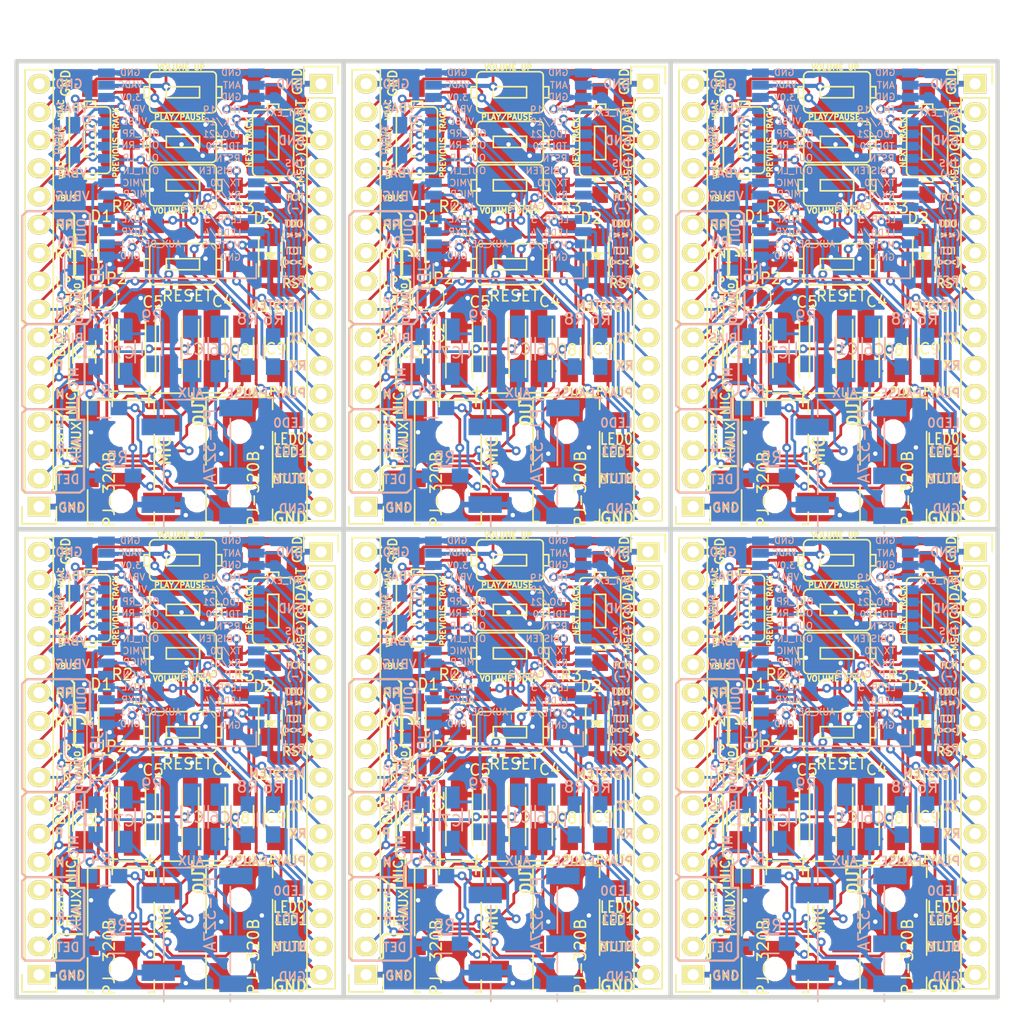
<source format=kicad_pcb>
(kicad_pcb (version 20171130) (host pcbnew 5.0.0-rc2-dev-unknown-b813eac~63~ubuntu16.04.1)
  (layers (0 F.Cu signal) (31 B.Cu signal) (34 B.Paste user) (35 F.Paste user) (36 B.SilkS user) (37 F.SilkS user) (38 B.Mask user) (39 F.Mask user) (44 Edge.Cuts user))
  (net 0 "")
  (net 1 GND)
  (net 2 /MIC_BIAS)
  (net 3 /3V_OUT)
  (net 4 /VBAT)
  (net 5 /AUX_INL)
  (net 6 /AUX_DETECT)
  (net 7 /#RST)
  (net 8 /LED0)
  (net 9 /LED1)
  (net 10 "Net-(D1-Pad2)")
  (net 11 "Net-(D2-Pad2)")
  (net 12 "Net-(R1-Pad2)")
  (net 13 /VDAC)
  (net 14 /AUDIO_RN)
  (net 15 /AUDIO_RP)
  (net 16 /AUDIO_LP)
  (net 17 /AUDIO_LN)
  (net 18 /MICP)
  (net 19 /MICN)
  (net 20 /ANT_EXT)
  (net 21 /TMS)
  (net 22 /TCK)
  (net 23 /TDO)
  (net 24 /TDI)
  (net 25 /MBISTEN)
  (net 26 /TX)
  (net 27 /RX)
  (net 28 /PLAY_PAUSE)
  (net 29 /MUTE)
  (net 30 "Net-(JP1-Pad2)")
  (net 31 "Net-(C4-Pad1)")
  (net 32 "Net-(R7-Pad2)")
  (net 33 "Net-(C6-Pad1)")
  (net 34 "Net-(C7-Pad1)")
  (net 35 "Net-(C6-Pad2)")
  (net 36 "Net-(C7-Pad2)")
  (net 37 "Net-(C8-Pad2)")
  (net 38 "Net-(C9-Pad2)")
  (net 39 "Net-(C5-Pad1)")
  (net 40 /VBUS)
  (net 41 /AUX_INR)
  (module LEDs.pretty:LED-1206 (layer F.Cu) (at 178.816 118.618 90)
    (fp_text reference D1 (at 3.048 1.27) (layer F.SilkS))
    (fp_text value LED)
    (pad 1 smd rect (at -1.41986 0 270) (size 1.59766 1.80086) (layers F.Cu F.Paste F.Mask))
    (pad 2 smd rect (at 1.41986 0 270) (size 1.59766 1.80086) (layers F.Cu F.Paste F.Mask))
  )
  (module jacks:3.5mm_stereo_jack_PJ320B (layer F.Cu) (at 181.864 141.224 180)
    (fp_text reference U2 hide)
    (fp_text value PJ-320B (at 1.0668 1.0668 270) (layer F.SilkS))
    (pad "" np_thru_hole circle (at 0 6 180) (size 1.2 1.2) (drill 1.2) (layers *.Cu *.Mask F.SilkS))
    (pad 2 smd rect (at -3.75 7 180) (size 3.5 1.5) (layers F.Cu F.Paste F.Mask))
    (pad 3 smd rect (at 3.75 2 180) (size 3.5 1.5) (layers F.Cu F.Paste F.Mask))
    (pad 1 smd rect (at -3.75 0 180) (size 3.5 1.5) (layers F.Cu F.Paste F.Mask))
    (pad "" np_thru_hole circle (at 0 0 180) (size 1.2 1.2) (drill 1.2) (layers *.Cu *.Mask F.SilkS))
  )
  (module modules:3x6x2.5mm_tact_switch (layer F.Cu) (at 195.58 108.966 90)
    (fp_text reference SW3 hide)
    (fp_text value "NEXT TRACK" (at 0.0508 -2.1844 90) (layer F.SilkS) (effects (font (size 0.5 0.5) (thickness 0.125))))
    (pad 2 smd rect (at 4.65 0 90) (size 1.5 1.4) (layers F.Cu F.Paste F.Mask))
    (pad 1 smd rect (at -4.65 0 90) (size 1.5 1.4) (layers F.Cu F.Paste F.Mask))
  )
  (module modules:3x6x2.5mm_tact_switch (layer F.Cu) (at 187.452 112.776)
    (fp_text reference SW2 hide)
    (fp_text value "VOLUME DOWN" (at 0 2.286) (layer F.SilkS) (effects (font (size 0.5 0.5) (thickness 0.125))))
    (pad 2 smd rect (at 4.65 0) (size 1.5 1.4) (layers F.Cu F.Paste F.Mask))
    (pad 1 smd rect (at -4.65 0) (size 1.5 1.4) (layers F.Cu F.Paste F.Mask))
  )
  (module Resistors_SMD.pretty:R_0805_HandSoldering (layer B.Cu) (at 193.294 127.762 270)
    (fp_text reference R8 (at -2.9464 0.0254) (layer B.SilkS) (effects (justify mirror)))
    (fp_text value 1k)
    (pad 2 smd rect (at 1.35 0 270) (size 1.5 1.3) (layers B.Cu B.Paste B.Mask))
    (pad 1 smd rect (at -1.35 0 270) (size 1.5 1.3) (layers B.Cu B.Paste B.Mask))
  )
  (module Capacitors_SMD.pretty:C_1206_HandSoldering (layer B.Cu) (at 182.118 127.762 270)
    (fp_text reference C7 (at 0.1016 -0.0508) (layer B.SilkS) (effects (justify mirror)))
    (fp_text value "CKS1206 10u/25V X5R 10% SAMSUNG")
    (pad 1 smd rect (at -2 0 270) (size 2 1.6) (layers B.Cu B.Paste B.Mask))
    (pad 2 smd rect (at 2 0 270) (size 2 1.6) (layers B.Cu B.Paste B.Mask))
  )
  (module Capacitors_SMD.pretty:C_1206_HandSoldering (layer F.Cu) (at 178.562 127.794 90)
    (fp_text reference C3 (at 0 0 180) (layer F.SilkS))
    (fp_text value "100n/50V X7R!!!")
    (pad 1 smd rect (at -2 0 90) (size 2 1.6) (layers F.Cu F.Paste F.Mask))
    (pad 2 smd rect (at 2 0 90) (size 2 1.6) (layers F.Cu F.Paste F.Mask))
  )
  (module modules:3x6x2.5mm_tact_switch (layer F.Cu) (at 179.07 108.712 90)
    (fp_text reference SW4 hide)
    (fp_text value "PREVIOUS TRACK" (at -0.2032 2.3368 90) (layer F.SilkS) (effects (font (size 0.5 0.5) (thickness 0.125))))
    (pad 2 smd rect (at 4.65 0 90) (size 1.5 1.4) (layers F.Cu F.Paste F.Mask))
    (pad 1 smd rect (at -4.65 0 90) (size 1.5 1.4) (layers F.Cu F.Paste F.Mask))
  )
  (module modules:3x6x2.5mm_tact_switch (layer F.Cu) (at 187.452 119.888)
    (fp_text reference SW6 hide)
    (fp_text value RESET (at 0.381 2.8448) (layer F.SilkS))
    (pad 2 smd rect (at 4.65 0) (size 1.5 1.4) (layers F.Cu F.Paste F.Mask))
    (pad 1 smd rect (at -4.65 0) (size 1.5 1.4) (layers F.Cu F.Paste F.Mask))
  )
  (module Capacitors_Tantalum_SMD.pretty:TantalC_SizeA_EIA-3216_HandSoldering (layer F.Cu) (at 186.182 127.508 90)
    (fp_text reference C5 (at 4.2164 -1.4224 180) (layer F.SilkS))
    (fp_text value "CTS 1u/16V A 10% AVX-TAJ")
    (fp_text user + (at -3.81 -1.778 90) (layer F.SilkS))
    (pad 2 smd rect (at 1.99898 0 90) (size 2.99974 1.50114) (layers F.Cu F.Paste F.Mask))
    (pad 1 smd rect (at -1.99898 0 90) (size 2.99974 1.50114) (layers F.Cu F.Paste F.Mask))
  )
  (module Resistors_SMD.pretty:R_0805_HandSoldering (layer B.Cu) (at 195.58 127.762 90)
    (fp_text reference R6 (at 2.921 0.0254 180) (layer B.SilkS) (effects (justify mirror)))
    (fp_text value 10k)
    (pad 1 smd rect (at -1.35 0 90) (size 1.5 1.3) (layers B.Cu B.Paste B.Mask))
    (pad 2 smd rect (at 1.35 0 90) (size 1.5 1.3) (layers B.Cu B.Paste B.Mask))
  )
  (module Resistors_SMD.pretty:R_0805_HandSoldering (layer F.Cu) (at 183.642 116.4336 180)
    (fp_text reference R2 (at 1.651 1.7526 180) (layer F.SilkS))
    (fp_text value 1k)
    (pad 2 smd rect (at 1.35 0 180) (size 1.5 1.3) (layers F.Cu F.Paste F.Mask))
    (pad 1 smd rect (at -1.35 0 180) (size 1.5 1.3) (layers F.Cu F.Paste F.Mask))
  )
  (module LEDs.pretty:LED-1206 (layer F.Cu) (at 195.326 118.872 90)
    (fp_text reference D2 (at 3.1496 -0.5588) (layer F.SilkS))
    (fp_text value LED)
    (pad 2 smd rect (at 1.41986 0 270) (size 1.59766 1.80086) (layers F.Cu F.Paste F.Mask))
    (pad 1 smd rect (at -1.41986 0 270) (size 1.59766 1.80086) (layers F.Cu F.Paste F.Mask))
  )
  (module Pin_Headers.pretty:Pin_Header_Straight_1x16 (layer F.Cu) (at 199.898 103.632)
    (fp_text reference CON2 hide)
    (fp_text value CONN_16)
    (pad 16 thru_hole oval (at 0 38.1) (size 2.032 1.7272) (drill 1.016) (layers *.Cu *.Mask F.SilkS))
    (pad 15 thru_hole oval (at 0 35.56) (size 2.032 1.7272) (drill 1.016) (layers *.Cu *.Mask F.SilkS))
    (pad 14 thru_hole oval (at 0 33.02) (size 2.032 1.7272) (drill 1.016) (layers *.Cu *.Mask F.SilkS))
    (pad 13 thru_hole oval (at 0 30.48) (size 2.032 1.7272) (drill 1.016) (layers *.Cu *.Mask F.SilkS))
    (pad 12 thru_hole oval (at 0 27.94) (size 2.032 1.7272) (drill 1.016) (layers *.Cu *.Mask F.SilkS))
    (pad 11 thru_hole oval (at 0 25.4) (size 2.032 1.7272) (drill 1.016) (layers *.Cu *.Mask F.SilkS))
    (pad 10 thru_hole oval (at 0 22.86) (size 2.032 1.7272) (drill 1.016) (layers *.Cu *.Mask F.SilkS))
    (pad 9 thru_hole oval (at 0 20.32) (size 2.032 1.7272) (drill 1.016) (layers *.Cu *.Mask F.SilkS))
    (pad 8 thru_hole oval (at 0 17.78) (size 2.032 1.7272) (drill 1.016) (layers *.Cu *.Mask F.SilkS))
    (pad 7 thru_hole oval (at 0 15.24) (size 2.032 1.7272) (drill 1.016) (layers *.Cu *.Mask F.SilkS))
    (pad 6 thru_hole oval (at 0 12.7) (size 2.032 1.7272) (drill 1.016) (layers *.Cu *.Mask F.SilkS))
    (pad 5 thru_hole oval (at 0 10.16) (size 2.032 1.7272) (drill 1.016) (layers *.Cu *.Mask F.SilkS))
    (pad 4 thru_hole oval (at 0 7.62) (size 2.032 1.7272) (drill 1.016) (layers *.Cu *.Mask F.SilkS))
    (pad 3 thru_hole oval (at 0 5.08) (size 2.032 1.7272) (drill 1.016) (layers *.Cu *.Mask F.SilkS))
    (pad 2 thru_hole oval (at 0 2.54) (size 2.032 1.7272) (drill 1.016) (layers *.Cu *.Mask F.SilkS))
    (pad 1 thru_hole rect (at 0 0) (size 2.032 1.7272) (drill 1.016) (layers *.Cu *.Mask F.SilkS))
  )
  (module modules:3x6x2.5mm_tact_switch (layer F.Cu) (at 187.452 104.394)
    (fp_text reference SW1 hide)
    (fp_text value "VOLUME UP" (at -0.1524 -2.2352) (layer F.SilkS) (effects (font (size 0.5 0.5) (thickness 0.125))))
    (pad 2 smd rect (at 4.65 0) (size 1.5 1.4) (layers F.Cu F.Paste F.Mask))
    (pad 1 smd rect (at -4.65 0) (size 1.5 1.4) (layers F.Cu F.Paste F.Mask))
  )
  (module Jumper:SolderJumper-3_P1.3mm_Open_RoundedPad1.0x1.5mm (layer B.Cu) (at 177.8 120.426 270)
    (fp_text reference JP1 (at 0.7574 -1.9558 270) (layer B.SilkS) (effects (justify mirror)))
    (fp_text value Jumper_3_Bridged12)
    (pad 3 smd rect (at 1 0 270) (size 0.5 1.5) (layers B.Cu B.Mask))
    (pad 3 smd roundrect (at 1.3 0 270) (size 1 1.5) (layers B.Cu B.Mask) (roundrect_rratio 0.5))
    (pad 2 smd rect (at 0 0 270) (size 1 1.5) (layers B.Cu B.Mask))
    (pad 1 smd rect (at -1 0 270) (size 0.5 1.5) (layers B.Cu B.Mask))
    (pad 1 smd roundrect (at -1.3 0 270) (size 1 1.5) (layers B.Cu B.Mask) (roundrect_rratio 0.5))
  )
  (module Pin_Headers.pretty:Pin_Header_Straight_1x16 (layer F.Cu) (at 174.498 141.732 180)
    (fp_text reference CON1 hide)
    (fp_text value CONN_16)
    (pad 1 thru_hole rect (at 0 0 180) (size 2.032 1.7272) (drill 1.016) (layers *.Cu *.Mask F.SilkS))
    (pad 2 thru_hole oval (at 0 2.54 180) (size 2.032 1.7272) (drill 1.016) (layers *.Cu *.Mask F.SilkS))
    (pad 3 thru_hole oval (at 0 5.08 180) (size 2.032 1.7272) (drill 1.016) (layers *.Cu *.Mask F.SilkS))
    (pad 4 thru_hole oval (at 0 7.62 180) (size 2.032 1.7272) (drill 1.016) (layers *.Cu *.Mask F.SilkS))
    (pad 5 thru_hole oval (at 0 10.16 180) (size 2.032 1.7272) (drill 1.016) (layers *.Cu *.Mask F.SilkS))
    (pad 6 thru_hole oval (at 0 12.7 180) (size 2.032 1.7272) (drill 1.016) (layers *.Cu *.Mask F.SilkS))
    (pad 7 thru_hole oval (at 0 15.24 180) (size 2.032 1.7272) (drill 1.016) (layers *.Cu *.Mask F.SilkS))
    (pad 8 thru_hole oval (at 0 17.78 180) (size 2.032 1.7272) (drill 1.016) (layers *.Cu *.Mask F.SilkS))
    (pad 9 thru_hole oval (at 0 20.32 180) (size 2.032 1.7272) (drill 1.016) (layers *.Cu *.Mask F.SilkS))
    (pad 10 thru_hole oval (at 0 22.86 180) (size 2.032 1.7272) (drill 1.016) (layers *.Cu *.Mask F.SilkS))
    (pad 11 thru_hole oval (at 0 25.4 180) (size 2.032 1.7272) (drill 1.016) (layers *.Cu *.Mask F.SilkS))
    (pad 12 thru_hole oval (at 0 27.94 180) (size 2.032 1.7272) (drill 1.016) (layers *.Cu *.Mask F.SilkS))
    (pad 13 thru_hole oval (at 0 30.48 180) (size 2.032 1.7272) (drill 1.016) (layers *.Cu *.Mask F.SilkS))
    (pad 14 thru_hole oval (at 0 33.02 180) (size 2.032 1.7272) (drill 1.016) (layers *.Cu *.Mask F.SilkS))
    (pad 15 thru_hole oval (at 0 35.56 180) (size 2.032 1.7272) (drill 1.016) (layers *.Cu *.Mask F.SilkS))
    (pad 16 thru_hole oval (at 0 38.1 180) (size 2.032 1.7272) (drill 1.016) (layers *.Cu *.Mask F.SilkS))
  )
  (module modules:3x6x2.5mm_tact_switch (layer F.Cu) (at 187.452 108.8644)
    (fp_text reference SW5 hide)
    (fp_text value PLAY/PAUSE (at -0.254 -2.2352) (layer F.SilkS) (effects (font (size 0.5 0.5) (thickness 0.125))))
    (pad 2 smd rect (at 4.65 0) (size 1.5 1.4) (layers F.Cu F.Paste F.Mask))
    (pad 1 smd rect (at -4.65 0) (size 1.5 1.4) (layers F.Cu F.Paste F.Mask))
  )
  (module jacks:PJ-327A (layer B.Cu) (at 188.722 144.145)
    (fp_text reference U4 hide)
    (fp_text value PJ-327A (at 1.1684 -7.8994 90) (layer B.SilkS) (effects (justify mirror)))
    (pad 3 smd rect (at -3.5 -2.6) (size 3 1.5) (layers B.Cu B.Paste B.Mask))
    (pad 2 smd rect (at -3.5 -9.6) (size 3 1.5) (layers B.Cu B.Paste B.Mask))
    (pad 6 smd rect (at 3.5 -11.3) (size 3 1.5) (layers B.Cu B.Paste B.Mask))
    (pad 5 smd rect (at 3.5 -5.2) (size 3 1.5) (layers B.Cu B.Paste B.Mask))
    (pad 4 smd rect (at 3.5 -1.6) (size 3 1.5) (layers B.Cu B.Paste B.Mask))
    (pad "" np_thru_hole circle (at 0 -9) (size 1.2 1.2) (drill 1.2) (layers *.Cu *.Mask B.SilkS))
    (pad "" np_thru_hole circle (at 0 -3) (size 1.2 1.2) (drill 1.2) (layers *.Cu *.Mask B.SilkS))
  )
  (module bluetooth:F-6188 (layer B.Cu) (at 194.056 121.158 180)
    (fp_text reference U1 hide)
    (fp_text value F-6188 hide)
    (fp_text user VADC (at 11.35 17.45 180) (layer B.SilkS) (effects (font (size 0.6 0.6) (thickness 0.1)) (justify mirror)))
    (fp_text user 3.0V (at 11.3 16.3 180) (layer B.SilkS) (effects (font (size 0.6 0.6) (thickness 0.1)) (justify mirror)))
    (fp_text user VBAT (at 11.05 15.25 180) (layer B.SilkS) (effects (font (size 0.6 0.6) (thickness 0.1)) (justify mirror)))
    (fp_text user VUSB (at 11 14.15 180) (layer B.SilkS) (effects (font (size 0.6 0.6) (thickness 0.1)) (justify mirror)))
    (fp_text user OUT_RP (at 10.4 13.05 180) (layer B.SilkS) (effects (font (size 0.6 0.6) (thickness 0.1)) (justify mirror)))
    (fp_text user OUT_RN (at 10.45 12 180) (layer B.SilkS) (effects (font (size 0.6 0.6) (thickness 0.1)) (justify mirror)))
    (fp_text user OUT_LP (at 10.4 10.85 180) (layer B.SilkS) (effects (font (size 0.6 0.6) (thickness 0.1)) (justify mirror)))
    (fp_text user OUT_LN (at 10.4 9.7 180) (layer B.SilkS) (effects (font (size 0.6 0.6) (thickness 0.1)) (justify mirror)))
    (fp_text user VMIC (at 11 8.6 180) (layer B.SilkS) (effects (font (size 0.6 0.6) (thickness 0.1)) (justify mirror)))
    (fp_text user MICP (at 10.9 7.6 180) (layer B.SilkS) (effects (font (size 0.6 0.6) (thickness 0.1)) (justify mirror)))
    (fp_text user MICN (at 10.95 6.45 180) (layer B.SilkS) (effects (font (size 0.6 0.6) (thickness 0.1)) (justify mirror)))
    (fp_text user AUXL (at 11 5.35 180) (layer B.SilkS) (effects (font (size 0.6 0.6) (thickness 0.1)) (justify mirror)))
    (fp_text user AUXR (at 11 4.2 180) (layer B.SilkS) (effects (font (size 0.6 0.6) (thickness 0.1)) (justify mirror)))
    (fp_text user AUX_DET/11 (at 9.55 3.1 180) (layer B.SilkS) (effects (font (size 0.6 0.6) (thickness 0.1)) (justify mirror)))
    (fp_text user GND (at 11.35 2.05 180) (layer B.SilkS) (effects (font (size 0.6 0.6) (thickness 0.1)) (justify mirror)))
    (fp_text user GND (at 11.35 18.55 180) (layer B.SilkS) (effects (font (size 0.6 0.6) (thickness 0.1)) (justify mirror)))
    (fp_text user MUTE/5 (at 3.15 3 180) (layer B.SilkS) (effects (font (size 0.6 0.6) (thickness 0.1)) (justify mirror)))
    (fp_text user P.P/CALL/2 (at 4.05 6.5 180) (layer B.SilkS) (effects (font (size 0.6 0.6) (thickness 0.1)) (justify mirror)))
    (fp_text user GND (at 2.3 1.9 180) (layer B.SilkS) (effects (font (size 0.6 0.6) (thickness 0.1)) (justify mirror)))
    (fp_text user LEDB/4 (at 3.05 4.1 180) (layer B.SilkS) (effects (font (size 0.6 0.6) (thickness 0.1)) (justify mirror)))
    (fp_text user LEDR/3 (at 3 5.3 180) (layer B.SilkS) (effects (font (size 0.6 0.6) (thickness 0.1)) (justify mirror)))
    (fp_text user RX/01 (at 2.85 7.5 180) (layer B.SilkS) (effects (font (size 0.6 0.6) (thickness 0.1)) (justify mirror)))
    (fp_text user TX/00 (at 2.75 8.6 180) (layer B.SilkS) (effects (font (size 0.6 0.6) (thickness 0.1)) (justify mirror)))
    (fp_text user MBISTEN (at 3.3 9.7 180) (layer B.SilkS) (effects (font (size 0.6 0.6) (thickness 0.1)) (justify mirror)))
    (fp_text user RSTN (at 2.55 10.8 180) (layer B.SilkS) (effects (font (size 0.6 0.6) (thickness 0.1)) (justify mirror)))
    (fp_text user TDI/20 (at 3 11.9 180) (layer B.SilkS) (effects (font (size 0.6 0.6) (thickness 0.1)) (justify mirror)))
    (fp_text user TDO/21 (at 3.1 13 180) (layer B.SilkS) (effects (font (size 0.6 0.6) (thickness 0.1)) (justify mirror)))
    (fp_text user TCK/18 (at 3.05 14.1 180) (layer B.SilkS) (effects (font (size 0.6 0.6) (thickness 0.1)) (justify mirror)))
    (fp_text user TMS/19 (at 3.05 15.2 180) (layer B.SilkS) (effects (font (size 0.6 0.6) (thickness 0.1)) (justify mirror)))
    (fp_text user ANT (at 2.2 17.4 180) (layer B.SilkS) (effects (font (size 0.6 0.6) (thickness 0.1)) (justify mirror)))
    (fp_text user GND (at 2.25 16.35 180) (layer B.SilkS) (effects (font (size 0.6 0.6) (thickness 0.1)) (justify mirror)))
    (fp_text user GND (at 2.25 18.55 180) (layer B.SilkS) (effects (font (size 0.6 0.6) (thickness 0.1)) (justify mirror)))
    (pad 16 smd rect (at 0 2 180) (size 1.5 0.8) (layers B.Cu B.Paste B.Mask))
    (pad 15 smd rect (at 0 3.1 180) (size 1.5 0.8) (layers B.Cu B.Paste B.Mask))
    (pad 14 smd rect (at 0 4.2 180) (size 1.5 0.8) (layers B.Cu B.Paste B.Mask))
    (pad 13 smd rect (at 0 5.3 180) (size 1.5 0.8) (layers B.Cu B.Paste B.Mask))
    (pad 12 smd rect (at 0 6.4 180) (size 1.5 0.8) (layers B.Cu B.Paste B.Mask))
    (pad 11 smd rect (at 0 7.5 180) (size 1.5 0.8) (layers B.Cu B.Paste B.Mask))
    (pad 8 smd rect (at 0 10.8 180) (size 1.5 0.8) (layers B.Cu B.Paste B.Mask))
    (pad 10 smd rect (at 0 8.6 180) (size 1.5 0.8) (layers B.Cu B.Paste B.Mask))
    (pad 6 smd rect (at 0 13 180) (size 1.5 0.8) (layers B.Cu B.Paste B.Mask))
    (pad 9 smd rect (at 0 9.7 180) (size 1.5 0.8) (layers B.Cu B.Paste B.Mask))
    (pad 5 smd rect (at 0 14.1 180) (size 1.5 0.8) (layers B.Cu B.Paste B.Mask))
    (pad 7 smd rect (at 0 11.9 180) (size 1.5 0.8) (layers B.Cu B.Paste B.Mask))
    (pad 3 smd rect (at 0 16.3 180) (size 1.5 0.8) (layers B.Cu B.Paste B.Mask))
    (pad 2 smd rect (at 0 17.4 180) (size 1.5 0.8) (layers B.Cu B.Paste B.Mask))
    (pad 1 smd rect (at 0 18.5 180) (size 1.5 0.8) (layers B.Cu B.Paste B.Mask))
    (pad 4 smd rect (at 0 15.2 180) (size 1.5 0.8) (layers B.Cu B.Paste B.Mask))
    (pad 26 smd rect (at 13.5 11.9 180) (size 1.5 0.8) (layers B.Cu B.Paste B.Mask))
    (pad 32 smd rect (at 13.5 18.5 180) (size 1.5 0.8) (layers B.Cu B.Paste B.Mask))
    (pad 23 smd rect (at 13.5 8.6 180) (size 1.5 0.8) (layers B.Cu B.Paste B.Mask))
    (pad 17 smd rect (at 13.5 2 180) (size 1.5 0.8) (layers B.Cu B.Paste B.Mask))
    (pad 27 smd rect (at 13.5 13 180) (size 1.5 0.8) (layers B.Cu B.Paste B.Mask))
    (pad 19 smd rect (at 13.5 4.2 180) (size 1.5 0.8) (layers B.Cu B.Paste B.Mask))
    (pad 29 smd rect (at 13.5 15.2 180) (size 1.5 0.8) (layers B.Cu B.Paste B.Mask))
    (pad 18 smd rect (at 13.5 3.1 180) (size 1.5 0.8) (layers B.Cu B.Paste B.Mask))
    (pad 31 smd rect (at 13.5 17.4 180) (size 1.5 0.8) (layers B.Cu B.Paste B.Mask))
    (pad 21 smd rect (at 13.5 6.4 180) (size 1.5 0.8) (layers B.Cu B.Paste B.Mask))
    (pad 24 smd rect (at 13.5 9.7 180) (size 1.5 0.8) (layers B.Cu B.Paste B.Mask))
    (pad 28 smd rect (at 13.5 14.1 180) (size 1.5 0.8) (layers B.Cu B.Paste B.Mask))
    (pad 30 smd rect (at 13.5 16.3 180) (size 1.5 0.8) (layers B.Cu B.Paste B.Mask))
    (pad 22 smd rect (at 13.5 7.5 180) (size 1.5 0.8) (layers B.Cu B.Paste B.Mask))
    (pad 20 smd rect (at 13.5 5.3 180) (size 1.5 0.8) (layers B.Cu B.Paste B.Mask))
    (pad 25 smd rect (at 13.5 10.8 180) (size 1.5 0.8) (layers B.Cu B.Paste B.Mask))
  )
  (module Resistors_SMD.pretty:R_0805_HandSoldering (layer B.Cu) (at 181.61 138.938)
    (fp_text reference R5 (at -0.0508 -1.651) (layer B.SilkS) (effects (justify mirror)))
    (fp_text value 1k2)
    (pad 2 smd rect (at 1.35 0) (size 1.5 1.3) (layers B.Cu B.Paste B.Mask))
    (pad 1 smd rect (at -1.35 0) (size 1.5 1.3) (layers B.Cu B.Paste B.Mask))
  )
  (module Capacitors_Tantalum_SMD.pretty:TantalC_SizeA_EIA-3216_HandSoldering (layer F.Cu) (at 190.0682 127.47498 90)
    (fp_text reference C4 (at 4.2418 0.9652 180) (layer F.SilkS))
    (fp_text value "CTS 1u/16V A 10% AVX-TAJ")
    (fp_text user + (at -4.59994 -1.8796 90) (layer F.SilkS))
    (pad 1 smd rect (at -1.99898 0 90) (size 2.99974 1.50114) (layers F.Cu F.Paste F.Mask))
    (pad 2 smd rect (at 1.99898 0 90) (size 2.99974 1.50114) (layers F.Cu F.Paste F.Mask))
  )
  (module Capacitors_SMD.pretty:C_1206_HandSoldering (layer B.Cu) (at 188.3156 127.508 90)
    (fp_text reference C1 (at -0.0254 0.0762 180) (layer B.SilkS) (effects (justify mirror)))
    (fp_text value "100n/50V X7R!!!")
    (pad 2 smd rect (at 2 0 90) (size 2 1.6) (layers B.Cu B.Paste B.Mask))
    (pad 1 smd rect (at -2 0 90) (size 2 1.6) (layers B.Cu B.Paste B.Mask))
  )
  (module Capacitors_Tantalum_SMD.pretty:TantalC_SizeA_EIA-3216_HandSoldering (layer F.Cu) (at 182.88 127.508 90)
    (fp_text reference C2 (at 1.397 -1.8542 270) (layer F.SilkS))
    (fp_text value "CTS 1u/16V A 10% AVX-TAJ")
    (fp_text user + (at -3.81 -1.778 90) (layer F.SilkS))
    (pad 1 smd rect (at -1.99898 0 90) (size 2.99974 1.50114) (layers F.Cu F.Paste F.Mask))
    (pad 2 smd rect (at 1.99898 0 90) (size 2.99974 1.50114) (layers F.Cu F.Paste F.Mask))
  )
  (module Capacitors_SMD.pretty:C_1206_HandSoldering (layer F.Cu) (at 192.786 127.508 270)
    (fp_text reference C8 (at 0.1016 0.2286) (layer F.SilkS))
    (fp_text value "CKS1206 10u/25V X5R 10% SAMSUNG")
    (pad 1 smd rect (at -2 0 270) (size 2 1.6) (layers F.Cu F.Paste F.Mask))
    (pad 2 smd rect (at 2 0 270) (size 2 1.6) (layers F.Cu F.Paste F.Mask))
  )
  (module Capacitors_SMD.pretty:C_1206_HandSoldering (layer F.Cu) (at 195.834 127.508 270)
    (fp_text reference C9 (at 0 0) (layer F.SilkS))
    (fp_text value "CKS1206 10u/25V X5R 10% SAMSUNG")
    (pad 2 smd rect (at 2 0 270) (size 2 1.6) (layers F.Cu F.Paste F.Mask))
    (pad 1 smd rect (at -2 0 270) (size 2 1.6) (layers F.Cu F.Paste F.Mask))
  )
  (module Capacitors_SMD.pretty:C_1206_HandSoldering (layer B.Cu) (at 190.754 127.508 270)
    (fp_text reference C6 (at 0.0762 -0.0254) (layer B.SilkS) (effects (justify mirror)))
    (fp_text value "CKS1206 10u/25V X5R 10% SAMSUNG")
    (pad 2 smd rect (at 2 0 270) (size 2 1.6) (layers B.Cu B.Paste B.Mask))
    (pad 1 smd rect (at -2 0 270) (size 2 1.6) (layers B.Cu B.Paste B.Mask))
  )
  (module Resistors_SMD.pretty:R_0805_HandSoldering (layer F.Cu) (at 191.3128 116.4336 180)
    (fp_text reference R3 (at -1.651 1.651 180) (layer F.SilkS))
    (fp_text value 1k)
    (pad 2 smd rect (at 1.35 0 180) (size 1.5 1.3) (layers F.Cu F.Paste F.Mask))
    (pad 1 smd rect (at -1.35 0 180) (size 1.5 1.3) (layers F.Cu F.Paste F.Mask))
  )
  (module Jumper:SolderJumper-2_P1.3mm_Open_RoundedPad1.0x1.5mm (layer F.Cu) (at 180.086 122.936)
    (fp_text reference JP2 (at 1.016 -1.778) (layer F.SilkS))
    (fp_text value Jumper_2)
    (pad 2 smd rect (at 0.4 0) (size 0.5 1.5) (layers F.Cu F.Mask))
    (pad 1 smd rect (at -0.4 0) (size 0.5 1.5) (layers F.Cu F.Mask))
    (pad 1 smd roundrect (at -0.65 0) (size 1 1.5) (layers F.Cu F.Mask) (roundrect_rratio 0.5))
    (pad 2 smd roundrect (at 0.65 0) (size 1 1.5) (layers F.Cu F.Mask) (roundrect_rratio 0.5))
  )
  (module Resistors_SMD.pretty:R_0805_HandSoldering (layer B.Cu) (at 180.34 132.842 180)
    (fp_text reference R4 (at 0.3048 1.5748 180) (layer B.SilkS) (effects (justify mirror)))
    (fp_text value 1k2)
    (pad 1 smd rect (at -1.35 0 180) (size 1.5 1.3) (layers B.Cu B.Paste B.Mask))
    (pad 2 smd rect (at 1.35 0 180) (size 1.5 1.3) (layers B.Cu B.Paste B.Mask))
  )
  (module Resistors_SMD.pretty:R_0805_HandSoldering (layer B.Cu) (at 179.578 127.762 270)
    (fp_text reference R7 (at -3.0226 -0.5588) (layer B.SilkS) (effects (justify mirror)))
    (fp_text value 1k)
    (pad 2 smd rect (at 1.35 0 270) (size 1.5 1.3) (layers B.Cu B.Paste B.Mask))
    (pad 1 smd rect (at -1.35 0 270) (size 1.5 1.3) (layers B.Cu B.Paste B.Mask))
  )
  (module jacks:3.5mm_stereo_jack_PJ320B (layer F.Cu) (at 192.532 140.97 180)
    (fp_text reference U3 hide)
    (fp_text value PJ-320B (at -1.27 0.8636 270) (layer F.SilkS))
    (pad "" np_thru_hole circle (at 0 6 180) (size 1.2 1.2) (drill 1.2) (layers *.Cu *.Mask F.SilkS))
    (pad 2 smd rect (at -3.75 7 180) (size 3.5 1.5) (layers F.Cu F.Paste F.Mask))
    (pad 3 smd rect (at 3.75 2 180) (size 3.5 1.5) (layers F.Cu F.Paste F.Mask))
    (pad 1 smd rect (at -3.75 0 180) (size 3.5 1.5) (layers F.Cu F.Paste F.Mask))
    (pad "" np_thru_hole circle (at 0 0 180) (size 1.2 1.2) (drill 1.2) (layers *.Cu *.Mask F.SilkS))
  )
  (module Resistors_SMD.pretty:R_0805_HandSoldering (layer B.Cu) (at 177.546 108.712 90)
    (fp_text reference R1 (at 1.397 1.4732 90) (layer B.SilkS) (effects (justify mirror)))
    (fp_text value 10k)
    (pad 2 smd rect (at 1.35 0 90) (size 1.5 1.3) (layers B.Cu B.Paste B.Mask))
    (pad 1 smd rect (at -1.35 0 90) (size 1.5 1.3) (layers B.Cu B.Paste B.Mask))
  )
  (module Resistors_SMD.pretty:R_0805_HandSoldering (layer B.Cu) (at 184.658 127.508 90)
    (fp_text reference R9 (at 2.9464 0 180) (layer B.SilkS) (effects (justify mirror)))
    (fp_text value 1k)
    (pad 1 smd rect (at -1.35 0 90) (size 1.5 1.3) (layers B.Cu B.Paste B.Mask))
    (pad 2 smd rect (at 1.35 0 90) (size 1.5 1.3) (layers B.Cu B.Paste B.Mask))
  )
  (module LEDs.pretty:LED-1206 (layer F.Cu) (at 149.352 118.618 90)
    (fp_text reference D1 (at 3.048 1.27) (layer F.SilkS))
    (fp_text value LED)
    (pad 1 smd rect (at -1.41986 0 270) (size 1.59766 1.80086) (layers F.Cu F.Paste F.Mask))
    (pad 2 smd rect (at 1.41986 0 270) (size 1.59766 1.80086) (layers F.Cu F.Paste F.Mask))
  )
  (module jacks:3.5mm_stereo_jack_PJ320B (layer F.Cu) (at 152.4 141.224 180)
    (fp_text reference U2 hide)
    (fp_text value PJ-320B (at 1.0668 1.0668 270) (layer F.SilkS))
    (pad "" np_thru_hole circle (at 0 6 180) (size 1.2 1.2) (drill 1.2) (layers *.Cu *.Mask F.SilkS))
    (pad 2 smd rect (at -3.75 7 180) (size 3.5 1.5) (layers F.Cu F.Paste F.Mask))
    (pad 3 smd rect (at 3.75 2 180) (size 3.5 1.5) (layers F.Cu F.Paste F.Mask))
    (pad 1 smd rect (at -3.75 0 180) (size 3.5 1.5) (layers F.Cu F.Paste F.Mask))
    (pad "" np_thru_hole circle (at 0 0 180) (size 1.2 1.2) (drill 1.2) (layers *.Cu *.Mask F.SilkS))
  )
  (module modules:3x6x2.5mm_tact_switch (layer F.Cu) (at 166.116 108.966 90)
    (fp_text reference SW3 hide)
    (fp_text value "NEXT TRACK" (at 0.0508 -2.1844 90) (layer F.SilkS) (effects (font (size 0.5 0.5) (thickness 0.125))))
    (pad 2 smd rect (at 4.65 0 90) (size 1.5 1.4) (layers F.Cu F.Paste F.Mask))
    (pad 1 smd rect (at -4.65 0 90) (size 1.5 1.4) (layers F.Cu F.Paste F.Mask))
  )
  (module modules:3x6x2.5mm_tact_switch (layer F.Cu) (at 157.988 112.776)
    (fp_text reference SW2 hide)
    (fp_text value "VOLUME DOWN" (at 0 2.286) (layer F.SilkS) (effects (font (size 0.5 0.5) (thickness 0.125))))
    (pad 2 smd rect (at 4.65 0) (size 1.5 1.4) (layers F.Cu F.Paste F.Mask))
    (pad 1 smd rect (at -4.65 0) (size 1.5 1.4) (layers F.Cu F.Paste F.Mask))
  )
  (module Resistors_SMD.pretty:R_0805_HandSoldering (layer B.Cu) (at 163.83 127.762 270)
    (fp_text reference R8 (at -2.9464 0.0254) (layer B.SilkS) (effects (justify mirror)))
    (fp_text value 1k)
    (pad 2 smd rect (at 1.35 0 270) (size 1.5 1.3) (layers B.Cu B.Paste B.Mask))
    (pad 1 smd rect (at -1.35 0 270) (size 1.5 1.3) (layers B.Cu B.Paste B.Mask))
  )
  (module Capacitors_SMD.pretty:C_1206_HandSoldering (layer B.Cu) (at 152.654 127.762 270)
    (fp_text reference C7 (at 0.1016 -0.0508) (layer B.SilkS) (effects (justify mirror)))
    (fp_text value "CKS1206 10u/25V X5R 10% SAMSUNG")
    (pad 1 smd rect (at -2 0 270) (size 2 1.6) (layers B.Cu B.Paste B.Mask))
    (pad 2 smd rect (at 2 0 270) (size 2 1.6) (layers B.Cu B.Paste B.Mask))
  )
  (module Capacitors_SMD.pretty:C_1206_HandSoldering (layer F.Cu) (at 149.098 127.794 90)
    (fp_text reference C3 (at 0 0 180) (layer F.SilkS))
    (fp_text value "100n/50V X7R!!!")
    (pad 1 smd rect (at -2 0 90) (size 2 1.6) (layers F.Cu F.Paste F.Mask))
    (pad 2 smd rect (at 2 0 90) (size 2 1.6) (layers F.Cu F.Paste F.Mask))
  )
  (module modules:3x6x2.5mm_tact_switch (layer F.Cu) (at 149.606 108.712 90)
    (fp_text reference SW4 hide)
    (fp_text value "PREVIOUS TRACK" (at -0.2032 2.3368 90) (layer F.SilkS) (effects (font (size 0.5 0.5) (thickness 0.125))))
    (pad 2 smd rect (at 4.65 0 90) (size 1.5 1.4) (layers F.Cu F.Paste F.Mask))
    (pad 1 smd rect (at -4.65 0 90) (size 1.5 1.4) (layers F.Cu F.Paste F.Mask))
  )
  (module modules:3x6x2.5mm_tact_switch (layer F.Cu) (at 157.988 119.888)
    (fp_text reference SW6 hide)
    (fp_text value RESET (at 0.381 2.8448) (layer F.SilkS))
    (pad 2 smd rect (at 4.65 0) (size 1.5 1.4) (layers F.Cu F.Paste F.Mask))
    (pad 1 smd rect (at -4.65 0) (size 1.5 1.4) (layers F.Cu F.Paste F.Mask))
  )
  (module Capacitors_Tantalum_SMD.pretty:TantalC_SizeA_EIA-3216_HandSoldering (layer F.Cu) (at 156.718 127.508 90)
    (fp_text reference C5 (at 4.2164 -1.4224 180) (layer F.SilkS))
    (fp_text value "CTS 1u/16V A 10% AVX-TAJ")
    (fp_text user + (at -3.81 -1.778 90) (layer F.SilkS))
    (pad 2 smd rect (at 1.99898 0 90) (size 2.99974 1.50114) (layers F.Cu F.Paste F.Mask))
    (pad 1 smd rect (at -1.99898 0 90) (size 2.99974 1.50114) (layers F.Cu F.Paste F.Mask))
  )
  (module Resistors_SMD.pretty:R_0805_HandSoldering (layer B.Cu) (at 166.116 127.762 90)
    (fp_text reference R6 (at 2.921 0.0254 180) (layer B.SilkS) (effects (justify mirror)))
    (fp_text value 10k)
    (pad 1 smd rect (at -1.35 0 90) (size 1.5 1.3) (layers B.Cu B.Paste B.Mask))
    (pad 2 smd rect (at 1.35 0 90) (size 1.5 1.3) (layers B.Cu B.Paste B.Mask))
  )
  (module Resistors_SMD.pretty:R_0805_HandSoldering (layer F.Cu) (at 154.178 116.4336 180)
    (fp_text reference R2 (at 1.651 1.7526 180) (layer F.SilkS))
    (fp_text value 1k)
    (pad 2 smd rect (at 1.35 0 180) (size 1.5 1.3) (layers F.Cu F.Paste F.Mask))
    (pad 1 smd rect (at -1.35 0 180) (size 1.5 1.3) (layers F.Cu F.Paste F.Mask))
  )
  (module LEDs.pretty:LED-1206 (layer F.Cu) (at 165.862 118.872 90)
    (fp_text reference D2 (at 3.1496 -0.5588) (layer F.SilkS))
    (fp_text value LED)
    (pad 2 smd rect (at 1.41986 0 270) (size 1.59766 1.80086) (layers F.Cu F.Paste F.Mask))
    (pad 1 smd rect (at -1.41986 0 270) (size 1.59766 1.80086) (layers F.Cu F.Paste F.Mask))
  )
  (module Pin_Headers.pretty:Pin_Header_Straight_1x16 (layer F.Cu) (at 170.434 103.632)
    (fp_text reference CON2 hide)
    (fp_text value CONN_16)
    (pad 16 thru_hole oval (at 0 38.1) (size 2.032 1.7272) (drill 1.016) (layers *.Cu *.Mask F.SilkS))
    (pad 15 thru_hole oval (at 0 35.56) (size 2.032 1.7272) (drill 1.016) (layers *.Cu *.Mask F.SilkS))
    (pad 14 thru_hole oval (at 0 33.02) (size 2.032 1.7272) (drill 1.016) (layers *.Cu *.Mask F.SilkS))
    (pad 13 thru_hole oval (at 0 30.48) (size 2.032 1.7272) (drill 1.016) (layers *.Cu *.Mask F.SilkS))
    (pad 12 thru_hole oval (at 0 27.94) (size 2.032 1.7272) (drill 1.016) (layers *.Cu *.Mask F.SilkS))
    (pad 11 thru_hole oval (at 0 25.4) (size 2.032 1.7272) (drill 1.016) (layers *.Cu *.Mask F.SilkS))
    (pad 10 thru_hole oval (at 0 22.86) (size 2.032 1.7272) (drill 1.016) (layers *.Cu *.Mask F.SilkS))
    (pad 9 thru_hole oval (at 0 20.32) (size 2.032 1.7272) (drill 1.016) (layers *.Cu *.Mask F.SilkS))
    (pad 8 thru_hole oval (at 0 17.78) (size 2.032 1.7272) (drill 1.016) (layers *.Cu *.Mask F.SilkS))
    (pad 7 thru_hole oval (at 0 15.24) (size 2.032 1.7272) (drill 1.016) (layers *.Cu *.Mask F.SilkS))
    (pad 6 thru_hole oval (at 0 12.7) (size 2.032 1.7272) (drill 1.016) (layers *.Cu *.Mask F.SilkS))
    (pad 5 thru_hole oval (at 0 10.16) (size 2.032 1.7272) (drill 1.016) (layers *.Cu *.Mask F.SilkS))
    (pad 4 thru_hole oval (at 0 7.62) (size 2.032 1.7272) (drill 1.016) (layers *.Cu *.Mask F.SilkS))
    (pad 3 thru_hole oval (at 0 5.08) (size 2.032 1.7272) (drill 1.016) (layers *.Cu *.Mask F.SilkS))
    (pad 2 thru_hole oval (at 0 2.54) (size 2.032 1.7272) (drill 1.016) (layers *.Cu *.Mask F.SilkS))
    (pad 1 thru_hole rect (at 0 0) (size 2.032 1.7272) (drill 1.016) (layers *.Cu *.Mask F.SilkS))
  )
  (module modules:3x6x2.5mm_tact_switch (layer F.Cu) (at 157.988 104.394)
    (fp_text reference SW1 hide)
    (fp_text value "VOLUME UP" (at -0.1524 -2.2352) (layer F.SilkS) (effects (font (size 0.5 0.5) (thickness 0.125))))
    (pad 2 smd rect (at 4.65 0) (size 1.5 1.4) (layers F.Cu F.Paste F.Mask))
    (pad 1 smd rect (at -4.65 0) (size 1.5 1.4) (layers F.Cu F.Paste F.Mask))
  )
  (module Jumper:SolderJumper-3_P1.3mm_Open_RoundedPad1.0x1.5mm (layer B.Cu) (at 148.336 120.426 270)
    (fp_text reference JP1 (at 0.7574 -1.9558 270) (layer B.SilkS) (effects (justify mirror)))
    (fp_text value Jumper_3_Bridged12)
    (pad 3 smd rect (at 1 0 270) (size 0.5 1.5) (layers B.Cu B.Mask))
    (pad 3 smd roundrect (at 1.3 0 270) (size 1 1.5) (layers B.Cu B.Mask) (roundrect_rratio 0.5))
    (pad 2 smd rect (at 0 0 270) (size 1 1.5) (layers B.Cu B.Mask))
    (pad 1 smd rect (at -1 0 270) (size 0.5 1.5) (layers B.Cu B.Mask))
    (pad 1 smd roundrect (at -1.3 0 270) (size 1 1.5) (layers B.Cu B.Mask) (roundrect_rratio 0.5))
  )
  (module Pin_Headers.pretty:Pin_Header_Straight_1x16 (layer F.Cu) (at 145.034 141.732 180)
    (fp_text reference CON1 hide)
    (fp_text value CONN_16)
    (pad 1 thru_hole rect (at 0 0 180) (size 2.032 1.7272) (drill 1.016) (layers *.Cu *.Mask F.SilkS))
    (pad 2 thru_hole oval (at 0 2.54 180) (size 2.032 1.7272) (drill 1.016) (layers *.Cu *.Mask F.SilkS))
    (pad 3 thru_hole oval (at 0 5.08 180) (size 2.032 1.7272) (drill 1.016) (layers *.Cu *.Mask F.SilkS))
    (pad 4 thru_hole oval (at 0 7.62 180) (size 2.032 1.7272) (drill 1.016) (layers *.Cu *.Mask F.SilkS))
    (pad 5 thru_hole oval (at 0 10.16 180) (size 2.032 1.7272) (drill 1.016) (layers *.Cu *.Mask F.SilkS))
    (pad 6 thru_hole oval (at 0 12.7 180) (size 2.032 1.7272) (drill 1.016) (layers *.Cu *.Mask F.SilkS))
    (pad 7 thru_hole oval (at 0 15.24 180) (size 2.032 1.7272) (drill 1.016) (layers *.Cu *.Mask F.SilkS))
    (pad 8 thru_hole oval (at 0 17.78 180) (size 2.032 1.7272) (drill 1.016) (layers *.Cu *.Mask F.SilkS))
    (pad 9 thru_hole oval (at 0 20.32 180) (size 2.032 1.7272) (drill 1.016) (layers *.Cu *.Mask F.SilkS))
    (pad 10 thru_hole oval (at 0 22.86 180) (size 2.032 1.7272) (drill 1.016) (layers *.Cu *.Mask F.SilkS))
    (pad 11 thru_hole oval (at 0 25.4 180) (size 2.032 1.7272) (drill 1.016) (layers *.Cu *.Mask F.SilkS))
    (pad 12 thru_hole oval (at 0 27.94 180) (size 2.032 1.7272) (drill 1.016) (layers *.Cu *.Mask F.SilkS))
    (pad 13 thru_hole oval (at 0 30.48 180) (size 2.032 1.7272) (drill 1.016) (layers *.Cu *.Mask F.SilkS))
    (pad 14 thru_hole oval (at 0 33.02 180) (size 2.032 1.7272) (drill 1.016) (layers *.Cu *.Mask F.SilkS))
    (pad 15 thru_hole oval (at 0 35.56 180) (size 2.032 1.7272) (drill 1.016) (layers *.Cu *.Mask F.SilkS))
    (pad 16 thru_hole oval (at 0 38.1 180) (size 2.032 1.7272) (drill 1.016) (layers *.Cu *.Mask F.SilkS))
  )
  (module modules:3x6x2.5mm_tact_switch (layer F.Cu) (at 157.988 108.8644)
    (fp_text reference SW5 hide)
    (fp_text value PLAY/PAUSE (at -0.254 -2.2352) (layer F.SilkS) (effects (font (size 0.5 0.5) (thickness 0.125))))
    (pad 2 smd rect (at 4.65 0) (size 1.5 1.4) (layers F.Cu F.Paste F.Mask))
    (pad 1 smd rect (at -4.65 0) (size 1.5 1.4) (layers F.Cu F.Paste F.Mask))
  )
  (module jacks:PJ-327A (layer B.Cu) (at 159.258 144.145)
    (fp_text reference U4 hide)
    (fp_text value PJ-327A (at 1.1684 -7.8994 90) (layer B.SilkS) (effects (justify mirror)))
    (pad 3 smd rect (at -3.5 -2.6) (size 3 1.5) (layers B.Cu B.Paste B.Mask))
    (pad 2 smd rect (at -3.5 -9.6) (size 3 1.5) (layers B.Cu B.Paste B.Mask))
    (pad 6 smd rect (at 3.5 -11.3) (size 3 1.5) (layers B.Cu B.Paste B.Mask))
    (pad 5 smd rect (at 3.5 -5.2) (size 3 1.5) (layers B.Cu B.Paste B.Mask))
    (pad 4 smd rect (at 3.5 -1.6) (size 3 1.5) (layers B.Cu B.Paste B.Mask))
    (pad "" np_thru_hole circle (at 0 -9) (size 1.2 1.2) (drill 1.2) (layers *.Cu *.Mask B.SilkS))
    (pad "" np_thru_hole circle (at 0 -3) (size 1.2 1.2) (drill 1.2) (layers *.Cu *.Mask B.SilkS))
  )
  (module bluetooth:F-6188 (layer B.Cu) (at 164.592 121.158 180)
    (fp_text reference U1 hide)
    (fp_text value F-6188 hide)
    (fp_text user VADC (at 11.35 17.45 180) (layer B.SilkS) (effects (font (size 0.6 0.6) (thickness 0.1)) (justify mirror)))
    (fp_text user 3.0V (at 11.3 16.3 180) (layer B.SilkS) (effects (font (size 0.6 0.6) (thickness 0.1)) (justify mirror)))
    (fp_text user VBAT (at 11.05 15.25 180) (layer B.SilkS) (effects (font (size 0.6 0.6) (thickness 0.1)) (justify mirror)))
    (fp_text user VUSB (at 11 14.15 180) (layer B.SilkS) (effects (font (size 0.6 0.6) (thickness 0.1)) (justify mirror)))
    (fp_text user OUT_RP (at 10.4 13.05 180) (layer B.SilkS) (effects (font (size 0.6 0.6) (thickness 0.1)) (justify mirror)))
    (fp_text user OUT_RN (at 10.45 12 180) (layer B.SilkS) (effects (font (size 0.6 0.6) (thickness 0.1)) (justify mirror)))
    (fp_text user OUT_LP (at 10.4 10.85 180) (layer B.SilkS) (effects (font (size 0.6 0.6) (thickness 0.1)) (justify mirror)))
    (fp_text user OUT_LN (at 10.4 9.7 180) (layer B.SilkS) (effects (font (size 0.6 0.6) (thickness 0.1)) (justify mirror)))
    (fp_text user VMIC (at 11 8.6 180) (layer B.SilkS) (effects (font (size 0.6 0.6) (thickness 0.1)) (justify mirror)))
    (fp_text user MICP (at 10.9 7.6 180) (layer B.SilkS) (effects (font (size 0.6 0.6) (thickness 0.1)) (justify mirror)))
    (fp_text user MICN (at 10.95 6.45 180) (layer B.SilkS) (effects (font (size 0.6 0.6) (thickness 0.1)) (justify mirror)))
    (fp_text user AUXL (at 11 5.35 180) (layer B.SilkS) (effects (font (size 0.6 0.6) (thickness 0.1)) (justify mirror)))
    (fp_text user AUXR (at 11 4.2 180) (layer B.SilkS) (effects (font (size 0.6 0.6) (thickness 0.1)) (justify mirror)))
    (fp_text user AUX_DET/11 (at 9.55 3.1 180) (layer B.SilkS) (effects (font (size 0.6 0.6) (thickness 0.1)) (justify mirror)))
    (fp_text user GND (at 11.35 2.05 180) (layer B.SilkS) (effects (font (size 0.6 0.6) (thickness 0.1)) (justify mirror)))
    (fp_text user GND (at 11.35 18.55 180) (layer B.SilkS) (effects (font (size 0.6 0.6) (thickness 0.1)) (justify mirror)))
    (fp_text user MUTE/5 (at 3.15 3 180) (layer B.SilkS) (effects (font (size 0.6 0.6) (thickness 0.1)) (justify mirror)))
    (fp_text user P.P/CALL/2 (at 4.05 6.5 180) (layer B.SilkS) (effects (font (size 0.6 0.6) (thickness 0.1)) (justify mirror)))
    (fp_text user GND (at 2.3 1.9 180) (layer B.SilkS) (effects (font (size 0.6 0.6) (thickness 0.1)) (justify mirror)))
    (fp_text user LEDB/4 (at 3.05 4.1 180) (layer B.SilkS) (effects (font (size 0.6 0.6) (thickness 0.1)) (justify mirror)))
    (fp_text user LEDR/3 (at 3 5.3 180) (layer B.SilkS) (effects (font (size 0.6 0.6) (thickness 0.1)) (justify mirror)))
    (fp_text user RX/01 (at 2.85 7.5 180) (layer B.SilkS) (effects (font (size 0.6 0.6) (thickness 0.1)) (justify mirror)))
    (fp_text user TX/00 (at 2.75 8.6 180) (layer B.SilkS) (effects (font (size 0.6 0.6) (thickness 0.1)) (justify mirror)))
    (fp_text user MBISTEN (at 3.3 9.7 180) (layer B.SilkS) (effects (font (size 0.6 0.6) (thickness 0.1)) (justify mirror)))
    (fp_text user RSTN (at 2.55 10.8 180) (layer B.SilkS) (effects (font (size 0.6 0.6) (thickness 0.1)) (justify mirror)))
    (fp_text user TDI/20 (at 3 11.9 180) (layer B.SilkS) (effects (font (size 0.6 0.6) (thickness 0.1)) (justify mirror)))
    (fp_text user TDO/21 (at 3.1 13 180) (layer B.SilkS) (effects (font (size 0.6 0.6) (thickness 0.1)) (justify mirror)))
    (fp_text user TCK/18 (at 3.05 14.1 180) (layer B.SilkS) (effects (font (size 0.6 0.6) (thickness 0.1)) (justify mirror)))
    (fp_text user TMS/19 (at 3.05 15.2 180) (layer B.SilkS) (effects (font (size 0.6 0.6) (thickness 0.1)) (justify mirror)))
    (fp_text user ANT (at 2.2 17.4 180) (layer B.SilkS) (effects (font (size 0.6 0.6) (thickness 0.1)) (justify mirror)))
    (fp_text user GND (at 2.25 16.35 180) (layer B.SilkS) (effects (font (size 0.6 0.6) (thickness 0.1)) (justify mirror)))
    (fp_text user GND (at 2.25 18.55 180) (layer B.SilkS) (effects (font (size 0.6 0.6) (thickness 0.1)) (justify mirror)))
    (pad 16 smd rect (at 0 2 180) (size 1.5 0.8) (layers B.Cu B.Paste B.Mask))
    (pad 15 smd rect (at 0 3.1 180) (size 1.5 0.8) (layers B.Cu B.Paste B.Mask))
    (pad 14 smd rect (at 0 4.2 180) (size 1.5 0.8) (layers B.Cu B.Paste B.Mask))
    (pad 13 smd rect (at 0 5.3 180) (size 1.5 0.8) (layers B.Cu B.Paste B.Mask))
    (pad 12 smd rect (at 0 6.4 180) (size 1.5 0.8) (layers B.Cu B.Paste B.Mask))
    (pad 11 smd rect (at 0 7.5 180) (size 1.5 0.8) (layers B.Cu B.Paste B.Mask))
    (pad 8 smd rect (at 0 10.8 180) (size 1.5 0.8) (layers B.Cu B.Paste B.Mask))
    (pad 10 smd rect (at 0 8.6 180) (size 1.5 0.8) (layers B.Cu B.Paste B.Mask))
    (pad 6 smd rect (at 0 13 180) (size 1.5 0.8) (layers B.Cu B.Paste B.Mask))
    (pad 9 smd rect (at 0 9.7 180) (size 1.5 0.8) (layers B.Cu B.Paste B.Mask))
    (pad 5 smd rect (at 0 14.1 180) (size 1.5 0.8) (layers B.Cu B.Paste B.Mask))
    (pad 7 smd rect (at 0 11.9 180) (size 1.5 0.8) (layers B.Cu B.Paste B.Mask))
    (pad 3 smd rect (at 0 16.3 180) (size 1.5 0.8) (layers B.Cu B.Paste B.Mask))
    (pad 2 smd rect (at 0 17.4 180) (size 1.5 0.8) (layers B.Cu B.Paste B.Mask))
    (pad 1 smd rect (at 0 18.5 180) (size 1.5 0.8) (layers B.Cu B.Paste B.Mask))
    (pad 4 smd rect (at 0 15.2 180) (size 1.5 0.8) (layers B.Cu B.Paste B.Mask))
    (pad 26 smd rect (at 13.5 11.9 180) (size 1.5 0.8) (layers B.Cu B.Paste B.Mask))
    (pad 32 smd rect (at 13.5 18.5 180) (size 1.5 0.8) (layers B.Cu B.Paste B.Mask))
    (pad 23 smd rect (at 13.5 8.6 180) (size 1.5 0.8) (layers B.Cu B.Paste B.Mask))
    (pad 17 smd rect (at 13.5 2 180) (size 1.5 0.8) (layers B.Cu B.Paste B.Mask))
    (pad 27 smd rect (at 13.5 13 180) (size 1.5 0.8) (layers B.Cu B.Paste B.Mask))
    (pad 19 smd rect (at 13.5 4.2 180) (size 1.5 0.8) (layers B.Cu B.Paste B.Mask))
    (pad 29 smd rect (at 13.5 15.2 180) (size 1.5 0.8) (layers B.Cu B.Paste B.Mask))
    (pad 18 smd rect (at 13.5 3.1 180) (size 1.5 0.8) (layers B.Cu B.Paste B.Mask))
    (pad 31 smd rect (at 13.5 17.4 180) (size 1.5 0.8) (layers B.Cu B.Paste B.Mask))
    (pad 21 smd rect (at 13.5 6.4 180) (size 1.5 0.8) (layers B.Cu B.Paste B.Mask))
    (pad 24 smd rect (at 13.5 9.7 180) (size 1.5 0.8) (layers B.Cu B.Paste B.Mask))
    (pad 28 smd rect (at 13.5 14.1 180) (size 1.5 0.8) (layers B.Cu B.Paste B.Mask))
    (pad 30 smd rect (at 13.5 16.3 180) (size 1.5 0.8) (layers B.Cu B.Paste B.Mask))
    (pad 22 smd rect (at 13.5 7.5 180) (size 1.5 0.8) (layers B.Cu B.Paste B.Mask))
    (pad 20 smd rect (at 13.5 5.3 180) (size 1.5 0.8) (layers B.Cu B.Paste B.Mask))
    (pad 25 smd rect (at 13.5 10.8 180) (size 1.5 0.8) (layers B.Cu B.Paste B.Mask))
  )
  (module Resistors_SMD.pretty:R_0805_HandSoldering (layer B.Cu) (at 152.146 138.938)
    (fp_text reference R5 (at -0.0508 -1.651) (layer B.SilkS) (effects (justify mirror)))
    (fp_text value 1k2)
    (pad 2 smd rect (at 1.35 0) (size 1.5 1.3) (layers B.Cu B.Paste B.Mask))
    (pad 1 smd rect (at -1.35 0) (size 1.5 1.3) (layers B.Cu B.Paste B.Mask))
  )
  (module Capacitors_Tantalum_SMD.pretty:TantalC_SizeA_EIA-3216_HandSoldering (layer F.Cu) (at 160.6042 127.47498 90)
    (fp_text reference C4 (at 4.2418 0.9652 180) (layer F.SilkS))
    (fp_text value "CTS 1u/16V A 10% AVX-TAJ")
    (fp_text user + (at -4.59994 -1.8796 90) (layer F.SilkS))
    (pad 1 smd rect (at -1.99898 0 90) (size 2.99974 1.50114) (layers F.Cu F.Paste F.Mask))
    (pad 2 smd rect (at 1.99898 0 90) (size 2.99974 1.50114) (layers F.Cu F.Paste F.Mask))
  )
  (module Capacitors_SMD.pretty:C_1206_HandSoldering (layer B.Cu) (at 158.8516 127.508 90)
    (fp_text reference C1 (at -0.0254 0.0762 180) (layer B.SilkS) (effects (justify mirror)))
    (fp_text value "100n/50V X7R!!!")
    (pad 2 smd rect (at 2 0 90) (size 2 1.6) (layers B.Cu B.Paste B.Mask))
    (pad 1 smd rect (at -2 0 90) (size 2 1.6) (layers B.Cu B.Paste B.Mask))
  )
  (module Capacitors_Tantalum_SMD.pretty:TantalC_SizeA_EIA-3216_HandSoldering (layer F.Cu) (at 153.416 127.508 90)
    (fp_text reference C2 (at 1.397 -1.8542 270) (layer F.SilkS))
    (fp_text value "CTS 1u/16V A 10% AVX-TAJ")
    (fp_text user + (at -3.81 -1.778 90) (layer F.SilkS))
    (pad 1 smd rect (at -1.99898 0 90) (size 2.99974 1.50114) (layers F.Cu F.Paste F.Mask))
    (pad 2 smd rect (at 1.99898 0 90) (size 2.99974 1.50114) (layers F.Cu F.Paste F.Mask))
  )
  (module Capacitors_SMD.pretty:C_1206_HandSoldering (layer F.Cu) (at 163.322 127.508 270)
    (fp_text reference C8 (at 0.1016 0.2286) (layer F.SilkS))
    (fp_text value "CKS1206 10u/25V X5R 10% SAMSUNG")
    (pad 1 smd rect (at -2 0 270) (size 2 1.6) (layers F.Cu F.Paste F.Mask))
    (pad 2 smd rect (at 2 0 270) (size 2 1.6) (layers F.Cu F.Paste F.Mask))
  )
  (module Capacitors_SMD.pretty:C_1206_HandSoldering (layer F.Cu) (at 166.37 127.508 270)
    (fp_text reference C9 (at 0 0) (layer F.SilkS))
    (fp_text value "CKS1206 10u/25V X5R 10% SAMSUNG")
    (pad 2 smd rect (at 2 0 270) (size 2 1.6) (layers F.Cu F.Paste F.Mask))
    (pad 1 smd rect (at -2 0 270) (size 2 1.6) (layers F.Cu F.Paste F.Mask))
  )
  (module Capacitors_SMD.pretty:C_1206_HandSoldering (layer B.Cu) (at 161.29 127.508 270)
    (fp_text reference C6 (at 0.0762 -0.0254) (layer B.SilkS) (effects (justify mirror)))
    (fp_text value "CKS1206 10u/25V X5R 10% SAMSUNG")
    (pad 2 smd rect (at 2 0 270) (size 2 1.6) (layers B.Cu B.Paste B.Mask))
    (pad 1 smd rect (at -2 0 270) (size 2 1.6) (layers B.Cu B.Paste B.Mask))
  )
  (module Resistors_SMD.pretty:R_0805_HandSoldering (layer F.Cu) (at 161.8488 116.4336 180)
    (fp_text reference R3 (at -1.651 1.651 180) (layer F.SilkS))
    (fp_text value 1k)
    (pad 2 smd rect (at 1.35 0 180) (size 1.5 1.3) (layers F.Cu F.Paste F.Mask))
    (pad 1 smd rect (at -1.35 0 180) (size 1.5 1.3) (layers F.Cu F.Paste F.Mask))
  )
  (module Jumper:SolderJumper-2_P1.3mm_Open_RoundedPad1.0x1.5mm (layer F.Cu) (at 150.622 122.936)
    (fp_text reference JP2 (at 1.016 -1.778) (layer F.SilkS))
    (fp_text value Jumper_2)
    (pad 2 smd rect (at 0.4 0) (size 0.5 1.5) (layers F.Cu F.Mask))
    (pad 1 smd rect (at -0.4 0) (size 0.5 1.5) (layers F.Cu F.Mask))
    (pad 1 smd roundrect (at -0.65 0) (size 1 1.5) (layers F.Cu F.Mask) (roundrect_rratio 0.5))
    (pad 2 smd roundrect (at 0.65 0) (size 1 1.5) (layers F.Cu F.Mask) (roundrect_rratio 0.5))
  )
  (module Resistors_SMD.pretty:R_0805_HandSoldering (layer B.Cu) (at 150.876 132.842 180)
    (fp_text reference R4 (at 0.3048 1.5748 180) (layer B.SilkS) (effects (justify mirror)))
    (fp_text value 1k2)
    (pad 1 smd rect (at -1.35 0 180) (size 1.5 1.3) (layers B.Cu B.Paste B.Mask))
    (pad 2 smd rect (at 1.35 0 180) (size 1.5 1.3) (layers B.Cu B.Paste B.Mask))
  )
  (module Resistors_SMD.pretty:R_0805_HandSoldering (layer B.Cu) (at 150.114 127.762 270)
    (fp_text reference R7 (at -3.0226 -0.5588) (layer B.SilkS) (effects (justify mirror)))
    (fp_text value 1k)
    (pad 2 smd rect (at 1.35 0 270) (size 1.5 1.3) (layers B.Cu B.Paste B.Mask))
    (pad 1 smd rect (at -1.35 0 270) (size 1.5 1.3) (layers B.Cu B.Paste B.Mask))
  )
  (module jacks:3.5mm_stereo_jack_PJ320B (layer F.Cu) (at 163.068 140.97 180)
    (fp_text reference U3 hide)
    (fp_text value PJ-320B (at -1.27 0.8636 270) (layer F.SilkS))
    (pad "" np_thru_hole circle (at 0 6 180) (size 1.2 1.2) (drill 1.2) (layers *.Cu *.Mask F.SilkS))
    (pad 2 smd rect (at -3.75 7 180) (size 3.5 1.5) (layers F.Cu F.Paste F.Mask))
    (pad 3 smd rect (at 3.75 2 180) (size 3.5 1.5) (layers F.Cu F.Paste F.Mask))
    (pad 1 smd rect (at -3.75 0 180) (size 3.5 1.5) (layers F.Cu F.Paste F.Mask))
    (pad "" np_thru_hole circle (at 0 0 180) (size 1.2 1.2) (drill 1.2) (layers *.Cu *.Mask F.SilkS))
  )
  (module Resistors_SMD.pretty:R_0805_HandSoldering (layer B.Cu) (at 148.082 108.712 90)
    (fp_text reference R1 (at 1.397 1.4732 90) (layer B.SilkS) (effects (justify mirror)))
    (fp_text value 10k)
    (pad 2 smd rect (at 1.35 0 90) (size 1.5 1.3) (layers B.Cu B.Paste B.Mask))
    (pad 1 smd rect (at -1.35 0 90) (size 1.5 1.3) (layers B.Cu B.Paste B.Mask))
  )
  (module Resistors_SMD.pretty:R_0805_HandSoldering (layer B.Cu) (at 155.194 127.508 90)
    (fp_text reference R9 (at 2.9464 0 180) (layer B.SilkS) (effects (justify mirror)))
    (fp_text value 1k)
    (pad 1 smd rect (at -1.35 0 90) (size 1.5 1.3) (layers B.Cu B.Paste B.Mask))
    (pad 2 smd rect (at 1.35 0 90) (size 1.5 1.3) (layers B.Cu B.Paste B.Mask))
  )
  (module LEDs.pretty:LED-1206 (layer F.Cu) (at 119.888 118.618 90)
    (fp_text reference D1 (at 3.048 1.27) (layer F.SilkS))
    (fp_text value LED)
    (pad 1 smd rect (at -1.41986 0 270) (size 1.59766 1.80086) (layers F.Cu F.Paste F.Mask))
    (pad 2 smd rect (at 1.41986 0 270) (size 1.59766 1.80086) (layers F.Cu F.Paste F.Mask))
  )
  (module jacks:3.5mm_stereo_jack_PJ320B (layer F.Cu) (at 122.936 141.224 180)
    (fp_text reference U2 hide)
    (fp_text value PJ-320B (at 1.0668 1.0668 270) (layer F.SilkS))
    (pad "" np_thru_hole circle (at 0 6 180) (size 1.2 1.2) (drill 1.2) (layers *.Cu *.Mask F.SilkS))
    (pad 2 smd rect (at -3.75 7 180) (size 3.5 1.5) (layers F.Cu F.Paste F.Mask))
    (pad 3 smd rect (at 3.75 2 180) (size 3.5 1.5) (layers F.Cu F.Paste F.Mask))
    (pad 1 smd rect (at -3.75 0 180) (size 3.5 1.5) (layers F.Cu F.Paste F.Mask))
    (pad "" np_thru_hole circle (at 0 0 180) (size 1.2 1.2) (drill 1.2) (layers *.Cu *.Mask F.SilkS))
  )
  (module modules:3x6x2.5mm_tact_switch (layer F.Cu) (at 136.652 108.966 90)
    (fp_text reference SW3 hide)
    (fp_text value "NEXT TRACK" (at 0.0508 -2.1844 90) (layer F.SilkS) (effects (font (size 0.5 0.5) (thickness 0.125))))
    (pad 2 smd rect (at 4.65 0 90) (size 1.5 1.4) (layers F.Cu F.Paste F.Mask))
    (pad 1 smd rect (at -4.65 0 90) (size 1.5 1.4) (layers F.Cu F.Paste F.Mask))
  )
  (module modules:3x6x2.5mm_tact_switch (layer F.Cu) (at 128.524 112.776)
    (fp_text reference SW2 hide)
    (fp_text value "VOLUME DOWN" (at 0 2.286) (layer F.SilkS) (effects (font (size 0.5 0.5) (thickness 0.125))))
    (pad 2 smd rect (at 4.65 0) (size 1.5 1.4) (layers F.Cu F.Paste F.Mask))
    (pad 1 smd rect (at -4.65 0) (size 1.5 1.4) (layers F.Cu F.Paste F.Mask))
  )
  (module Resistors_SMD.pretty:R_0805_HandSoldering (layer B.Cu) (at 134.366 127.762 270)
    (fp_text reference R8 (at -2.9464 0.0254) (layer B.SilkS) (effects (justify mirror)))
    (fp_text value 1k)
    (pad 2 smd rect (at 1.35 0 270) (size 1.5 1.3) (layers B.Cu B.Paste B.Mask))
    (pad 1 smd rect (at -1.35 0 270) (size 1.5 1.3) (layers B.Cu B.Paste B.Mask))
  )
  (module Capacitors_SMD.pretty:C_1206_HandSoldering (layer B.Cu) (at 123.19 127.762 270)
    (fp_text reference C7 (at 0.1016 -0.0508) (layer B.SilkS) (effects (justify mirror)))
    (fp_text value "CKS1206 10u/25V X5R 10% SAMSUNG")
    (pad 1 smd rect (at -2 0 270) (size 2 1.6) (layers B.Cu B.Paste B.Mask))
    (pad 2 smd rect (at 2 0 270) (size 2 1.6) (layers B.Cu B.Paste B.Mask))
  )
  (module Capacitors_SMD.pretty:C_1206_HandSoldering (layer F.Cu) (at 119.634 127.794 90)
    (fp_text reference C3 (at 0 0 180) (layer F.SilkS))
    (fp_text value "100n/50V X7R!!!")
    (pad 1 smd rect (at -2 0 90) (size 2 1.6) (layers F.Cu F.Paste F.Mask))
    (pad 2 smd rect (at 2 0 90) (size 2 1.6) (layers F.Cu F.Paste F.Mask))
  )
  (module modules:3x6x2.5mm_tact_switch (layer F.Cu) (at 120.142 108.712 90)
    (fp_text reference SW4 hide)
    (fp_text value "PREVIOUS TRACK" (at -0.2032 2.3368 90) (layer F.SilkS) (effects (font (size 0.5 0.5) (thickness 0.125))))
    (pad 2 smd rect (at 4.65 0 90) (size 1.5 1.4) (layers F.Cu F.Paste F.Mask))
    (pad 1 smd rect (at -4.65 0 90) (size 1.5 1.4) (layers F.Cu F.Paste F.Mask))
  )
  (module modules:3x6x2.5mm_tact_switch (layer F.Cu) (at 128.524 119.888)
    (fp_text reference SW6 hide)
    (fp_text value RESET (at 0.381 2.8448) (layer F.SilkS))
    (pad 2 smd rect (at 4.65 0) (size 1.5 1.4) (layers F.Cu F.Paste F.Mask))
    (pad 1 smd rect (at -4.65 0) (size 1.5 1.4) (layers F.Cu F.Paste F.Mask))
  )
  (module Capacitors_Tantalum_SMD.pretty:TantalC_SizeA_EIA-3216_HandSoldering (layer F.Cu) (at 127.254 127.508 90)
    (fp_text reference C5 (at 4.2164 -1.4224 180) (layer F.SilkS))
    (fp_text value "CTS 1u/16V A 10% AVX-TAJ")
    (fp_text user + (at -3.81 -1.778 90) (layer F.SilkS))
    (pad 2 smd rect (at 1.99898 0 90) (size 2.99974 1.50114) (layers F.Cu F.Paste F.Mask))
    (pad 1 smd rect (at -1.99898 0 90) (size 2.99974 1.50114) (layers F.Cu F.Paste F.Mask))
  )
  (module Resistors_SMD.pretty:R_0805_HandSoldering (layer B.Cu) (at 136.652 127.762 90)
    (fp_text reference R6 (at 2.921 0.0254 180) (layer B.SilkS) (effects (justify mirror)))
    (fp_text value 10k)
    (pad 1 smd rect (at -1.35 0 90) (size 1.5 1.3) (layers B.Cu B.Paste B.Mask))
    (pad 2 smd rect (at 1.35 0 90) (size 1.5 1.3) (layers B.Cu B.Paste B.Mask))
  )
  (module Resistors_SMD.pretty:R_0805_HandSoldering (layer F.Cu) (at 124.714 116.4336 180)
    (fp_text reference R2 (at 1.651 1.7526 180) (layer F.SilkS))
    (fp_text value 1k)
    (pad 2 smd rect (at 1.35 0 180) (size 1.5 1.3) (layers F.Cu F.Paste F.Mask))
    (pad 1 smd rect (at -1.35 0 180) (size 1.5 1.3) (layers F.Cu F.Paste F.Mask))
  )
  (module LEDs.pretty:LED-1206 (layer F.Cu) (at 136.398 118.872 90)
    (fp_text reference D2 (at 3.1496 -0.5588) (layer F.SilkS))
    (fp_text value LED)
    (pad 2 smd rect (at 1.41986 0 270) (size 1.59766 1.80086) (layers F.Cu F.Paste F.Mask))
    (pad 1 smd rect (at -1.41986 0 270) (size 1.59766 1.80086) (layers F.Cu F.Paste F.Mask))
  )
  (module Pin_Headers.pretty:Pin_Header_Straight_1x16 (layer F.Cu) (at 140.97 103.632)
    (fp_text reference CON2 hide)
    (fp_text value CONN_16)
    (pad 16 thru_hole oval (at 0 38.1) (size 2.032 1.7272) (drill 1.016) (layers *.Cu *.Mask F.SilkS))
    (pad 15 thru_hole oval (at 0 35.56) (size 2.032 1.7272) (drill 1.016) (layers *.Cu *.Mask F.SilkS))
    (pad 14 thru_hole oval (at 0 33.02) (size 2.032 1.7272) (drill 1.016) (layers *.Cu *.Mask F.SilkS))
    (pad 13 thru_hole oval (at 0 30.48) (size 2.032 1.7272) (drill 1.016) (layers *.Cu *.Mask F.SilkS))
    (pad 12 thru_hole oval (at 0 27.94) (size 2.032 1.7272) (drill 1.016) (layers *.Cu *.Mask F.SilkS))
    (pad 11 thru_hole oval (at 0 25.4) (size 2.032 1.7272) (drill 1.016) (layers *.Cu *.Mask F.SilkS))
    (pad 10 thru_hole oval (at 0 22.86) (size 2.032 1.7272) (drill 1.016) (layers *.Cu *.Mask F.SilkS))
    (pad 9 thru_hole oval (at 0 20.32) (size 2.032 1.7272) (drill 1.016) (layers *.Cu *.Mask F.SilkS))
    (pad 8 thru_hole oval (at 0 17.78) (size 2.032 1.7272) (drill 1.016) (layers *.Cu *.Mask F.SilkS))
    (pad 7 thru_hole oval (at 0 15.24) (size 2.032 1.7272) (drill 1.016) (layers *.Cu *.Mask F.SilkS))
    (pad 6 thru_hole oval (at 0 12.7) (size 2.032 1.7272) (drill 1.016) (layers *.Cu *.Mask F.SilkS))
    (pad 5 thru_hole oval (at 0 10.16) (size 2.032 1.7272) (drill 1.016) (layers *.Cu *.Mask F.SilkS))
    (pad 4 thru_hole oval (at 0 7.62) (size 2.032 1.7272) (drill 1.016) (layers *.Cu *.Mask F.SilkS))
    (pad 3 thru_hole oval (at 0 5.08) (size 2.032 1.7272) (drill 1.016) (layers *.Cu *.Mask F.SilkS))
    (pad 2 thru_hole oval (at 0 2.54) (size 2.032 1.7272) (drill 1.016) (layers *.Cu *.Mask F.SilkS))
    (pad 1 thru_hole rect (at 0 0) (size 2.032 1.7272) (drill 1.016) (layers *.Cu *.Mask F.SilkS))
  )
  (module modules:3x6x2.5mm_tact_switch (layer F.Cu) (at 128.524 104.394)
    (fp_text reference SW1 hide)
    (fp_text value "VOLUME UP" (at -0.1524 -2.2352) (layer F.SilkS) (effects (font (size 0.5 0.5) (thickness 0.125))))
    (pad 2 smd rect (at 4.65 0) (size 1.5 1.4) (layers F.Cu F.Paste F.Mask))
    (pad 1 smd rect (at -4.65 0) (size 1.5 1.4) (layers F.Cu F.Paste F.Mask))
  )
  (module Jumper:SolderJumper-3_P1.3mm_Open_RoundedPad1.0x1.5mm (layer B.Cu) (at 118.872 120.426 270)
    (fp_text reference JP1 (at 0.7574 -1.9558 270) (layer B.SilkS) (effects (justify mirror)))
    (fp_text value Jumper_3_Bridged12)
    (pad 3 smd rect (at 1 0 270) (size 0.5 1.5) (layers B.Cu B.Mask))
    (pad 3 smd roundrect (at 1.3 0 270) (size 1 1.5) (layers B.Cu B.Mask) (roundrect_rratio 0.5))
    (pad 2 smd rect (at 0 0 270) (size 1 1.5) (layers B.Cu B.Mask))
    (pad 1 smd rect (at -1 0 270) (size 0.5 1.5) (layers B.Cu B.Mask))
    (pad 1 smd roundrect (at -1.3 0 270) (size 1 1.5) (layers B.Cu B.Mask) (roundrect_rratio 0.5))
  )
  (module Pin_Headers.pretty:Pin_Header_Straight_1x16 (layer F.Cu) (at 115.57 141.732 180)
    (fp_text reference CON1 hide)
    (fp_text value CONN_16)
    (pad 1 thru_hole rect (at 0 0 180) (size 2.032 1.7272) (drill 1.016) (layers *.Cu *.Mask F.SilkS))
    (pad 2 thru_hole oval (at 0 2.54 180) (size 2.032 1.7272) (drill 1.016) (layers *.Cu *.Mask F.SilkS))
    (pad 3 thru_hole oval (at 0 5.08 180) (size 2.032 1.7272) (drill 1.016) (layers *.Cu *.Mask F.SilkS))
    (pad 4 thru_hole oval (at 0 7.62 180) (size 2.032 1.7272) (drill 1.016) (layers *.Cu *.Mask F.SilkS))
    (pad 5 thru_hole oval (at 0 10.16 180) (size 2.032 1.7272) (drill 1.016) (layers *.Cu *.Mask F.SilkS))
    (pad 6 thru_hole oval (at 0 12.7 180) (size 2.032 1.7272) (drill 1.016) (layers *.Cu *.Mask F.SilkS))
    (pad 7 thru_hole oval (at 0 15.24 180) (size 2.032 1.7272) (drill 1.016) (layers *.Cu *.Mask F.SilkS))
    (pad 8 thru_hole oval (at 0 17.78 180) (size 2.032 1.7272) (drill 1.016) (layers *.Cu *.Mask F.SilkS))
    (pad 9 thru_hole oval (at 0 20.32 180) (size 2.032 1.7272) (drill 1.016) (layers *.Cu *.Mask F.SilkS))
    (pad 10 thru_hole oval (at 0 22.86 180) (size 2.032 1.7272) (drill 1.016) (layers *.Cu *.Mask F.SilkS))
    (pad 11 thru_hole oval (at 0 25.4 180) (size 2.032 1.7272) (drill 1.016) (layers *.Cu *.Mask F.SilkS))
    (pad 12 thru_hole oval (at 0 27.94 180) (size 2.032 1.7272) (drill 1.016) (layers *.Cu *.Mask F.SilkS))
    (pad 13 thru_hole oval (at 0 30.48 180) (size 2.032 1.7272) (drill 1.016) (layers *.Cu *.Mask F.SilkS))
    (pad 14 thru_hole oval (at 0 33.02 180) (size 2.032 1.7272) (drill 1.016) (layers *.Cu *.Mask F.SilkS))
    (pad 15 thru_hole oval (at 0 35.56 180) (size 2.032 1.7272) (drill 1.016) (layers *.Cu *.Mask F.SilkS))
    (pad 16 thru_hole oval (at 0 38.1 180) (size 2.032 1.7272) (drill 1.016) (layers *.Cu *.Mask F.SilkS))
  )
  (module modules:3x6x2.5mm_tact_switch (layer F.Cu) (at 128.524 108.8644)
    (fp_text reference SW5 hide)
    (fp_text value PLAY/PAUSE (at -0.254 -2.2352) (layer F.SilkS) (effects (font (size 0.5 0.5) (thickness 0.125))))
    (pad 2 smd rect (at 4.65 0) (size 1.5 1.4) (layers F.Cu F.Paste F.Mask))
    (pad 1 smd rect (at -4.65 0) (size 1.5 1.4) (layers F.Cu F.Paste F.Mask))
  )
  (module jacks:PJ-327A (layer B.Cu) (at 129.794 144.145)
    (fp_text reference U4 hide)
    (fp_text value PJ-327A (at 1.1684 -7.8994 90) (layer B.SilkS) (effects (justify mirror)))
    (pad 3 smd rect (at -3.5 -2.6) (size 3 1.5) (layers B.Cu B.Paste B.Mask))
    (pad 2 smd rect (at -3.5 -9.6) (size 3 1.5) (layers B.Cu B.Paste B.Mask))
    (pad 6 smd rect (at 3.5 -11.3) (size 3 1.5) (layers B.Cu B.Paste B.Mask))
    (pad 5 smd rect (at 3.5 -5.2) (size 3 1.5) (layers B.Cu B.Paste B.Mask))
    (pad 4 smd rect (at 3.5 -1.6) (size 3 1.5) (layers B.Cu B.Paste B.Mask))
    (pad "" np_thru_hole circle (at 0 -9) (size 1.2 1.2) (drill 1.2) (layers *.Cu *.Mask B.SilkS))
    (pad "" np_thru_hole circle (at 0 -3) (size 1.2 1.2) (drill 1.2) (layers *.Cu *.Mask B.SilkS))
  )
  (module bluetooth:F-6188 (layer B.Cu) (at 135.128 121.158 180)
    (fp_text reference U1 hide)
    (fp_text value F-6188 hide)
    (fp_text user VADC (at 11.35 17.45 180) (layer B.SilkS) (effects (font (size 0.6 0.6) (thickness 0.1)) (justify mirror)))
    (fp_text user 3.0V (at 11.3 16.3 180) (layer B.SilkS) (effects (font (size 0.6 0.6) (thickness 0.1)) (justify mirror)))
    (fp_text user VBAT (at 11.05 15.25 180) (layer B.SilkS) (effects (font (size 0.6 0.6) (thickness 0.1)) (justify mirror)))
    (fp_text user VUSB (at 11 14.15 180) (layer B.SilkS) (effects (font (size 0.6 0.6) (thickness 0.1)) (justify mirror)))
    (fp_text user OUT_RP (at 10.4 13.05 180) (layer B.SilkS) (effects (font (size 0.6 0.6) (thickness 0.1)) (justify mirror)))
    (fp_text user OUT_RN (at 10.45 12 180) (layer B.SilkS) (effects (font (size 0.6 0.6) (thickness 0.1)) (justify mirror)))
    (fp_text user OUT_LP (at 10.4 10.85 180) (layer B.SilkS) (effects (font (size 0.6 0.6) (thickness 0.1)) (justify mirror)))
    (fp_text user OUT_LN (at 10.4 9.7 180) (layer B.SilkS) (effects (font (size 0.6 0.6) (thickness 0.1)) (justify mirror)))
    (fp_text user VMIC (at 11 8.6 180) (layer B.SilkS) (effects (font (size 0.6 0.6) (thickness 0.1)) (justify mirror)))
    (fp_text user MICP (at 10.9 7.6 180) (layer B.SilkS) (effects (font (size 0.6 0.6) (thickness 0.1)) (justify mirror)))
    (fp_text user MICN (at 10.95 6.45 180) (layer B.SilkS) (effects (font (size 0.6 0.6) (thickness 0.1)) (justify mirror)))
    (fp_text user AUXL (at 11 5.35 180) (layer B.SilkS) (effects (font (size 0.6 0.6) (thickness 0.1)) (justify mirror)))
    (fp_text user AUXR (at 11 4.2 180) (layer B.SilkS) (effects (font (size 0.6 0.6) (thickness 0.1)) (justify mirror)))
    (fp_text user AUX_DET/11 (at 9.55 3.1 180) (layer B.SilkS) (effects (font (size 0.6 0.6) (thickness 0.1)) (justify mirror)))
    (fp_text user GND (at 11.35 2.05 180) (layer B.SilkS) (effects (font (size 0.6 0.6) (thickness 0.1)) (justify mirror)))
    (fp_text user GND (at 11.35 18.55 180) (layer B.SilkS) (effects (font (size 0.6 0.6) (thickness 0.1)) (justify mirror)))
    (fp_text user MUTE/5 (at 3.15 3 180) (layer B.SilkS) (effects (font (size 0.6 0.6) (thickness 0.1)) (justify mirror)))
    (fp_text user P.P/CALL/2 (at 4.05 6.5 180) (layer B.SilkS) (effects (font (size 0.6 0.6) (thickness 0.1)) (justify mirror)))
    (fp_text user GND (at 2.3 1.9 180) (layer B.SilkS) (effects (font (size 0.6 0.6) (thickness 0.1)) (justify mirror)))
    (fp_text user LEDB/4 (at 3.05 4.1 180) (layer B.SilkS) (effects (font (size 0.6 0.6) (thickness 0.1)) (justify mirror)))
    (fp_text user LEDR/3 (at 3 5.3 180) (layer B.SilkS) (effects (font (size 0.6 0.6) (thickness 0.1)) (justify mirror)))
    (fp_text user RX/01 (at 2.85 7.5 180) (layer B.SilkS) (effects (font (size 0.6 0.6) (thickness 0.1)) (justify mirror)))
    (fp_text user TX/00 (at 2.75 8.6 180) (layer B.SilkS) (effects (font (size 0.6 0.6) (thickness 0.1)) (justify mirror)))
    (fp_text user MBISTEN (at 3.3 9.7 180) (layer B.SilkS) (effects (font (size 0.6 0.6) (thickness 0.1)) (justify mirror)))
    (fp_text user RSTN (at 2.55 10.8 180) (layer B.SilkS) (effects (font (size 0.6 0.6) (thickness 0.1)) (justify mirror)))
    (fp_text user TDI/20 (at 3 11.9 180) (layer B.SilkS) (effects (font (size 0.6 0.6) (thickness 0.1)) (justify mirror)))
    (fp_text user TDO/21 (at 3.1 13 180) (layer B.SilkS) (effects (font (size 0.6 0.6) (thickness 0.1)) (justify mirror)))
    (fp_text user TCK/18 (at 3.05 14.1 180) (layer B.SilkS) (effects (font (size 0.6 0.6) (thickness 0.1)) (justify mirror)))
    (fp_text user TMS/19 (at 3.05 15.2 180) (layer B.SilkS) (effects (font (size 0.6 0.6) (thickness 0.1)) (justify mirror)))
    (fp_text user ANT (at 2.2 17.4 180) (layer B.SilkS) (effects (font (size 0.6 0.6) (thickness 0.1)) (justify mirror)))
    (fp_text user GND (at 2.25 16.35 180) (layer B.SilkS) (effects (font (size 0.6 0.6) (thickness 0.1)) (justify mirror)))
    (fp_text user GND (at 2.25 18.55 180) (layer B.SilkS) (effects (font (size 0.6 0.6) (thickness 0.1)) (justify mirror)))
    (pad 16 smd rect (at 0 2 180) (size 1.5 0.8) (layers B.Cu B.Paste B.Mask))
    (pad 15 smd rect (at 0 3.1 180) (size 1.5 0.8) (layers B.Cu B.Paste B.Mask))
    (pad 14 smd rect (at 0 4.2 180) (size 1.5 0.8) (layers B.Cu B.Paste B.Mask))
    (pad 13 smd rect (at 0 5.3 180) (size 1.5 0.8) (layers B.Cu B.Paste B.Mask))
    (pad 12 smd rect (at 0 6.4 180) (size 1.5 0.8) (layers B.Cu B.Paste B.Mask))
    (pad 11 smd rect (at 0 7.5 180) (size 1.5 0.8) (layers B.Cu B.Paste B.Mask))
    (pad 8 smd rect (at 0 10.8 180) (size 1.5 0.8) (layers B.Cu B.Paste B.Mask))
    (pad 10 smd rect (at 0 8.6 180) (size 1.5 0.8) (layers B.Cu B.Paste B.Mask))
    (pad 6 smd rect (at 0 13 180) (size 1.5 0.8) (layers B.Cu B.Paste B.Mask))
    (pad 9 smd rect (at 0 9.7 180) (size 1.5 0.8) (layers B.Cu B.Paste B.Mask))
    (pad 5 smd rect (at 0 14.1 180) (size 1.5 0.8) (layers B.Cu B.Paste B.Mask))
    (pad 7 smd rect (at 0 11.9 180) (size 1.5 0.8) (layers B.Cu B.Paste B.Mask))
    (pad 3 smd rect (at 0 16.3 180) (size 1.5 0.8) (layers B.Cu B.Paste B.Mask))
    (pad 2 smd rect (at 0 17.4 180) (size 1.5 0.8) (layers B.Cu B.Paste B.Mask))
    (pad 1 smd rect (at 0 18.5 180) (size 1.5 0.8) (layers B.Cu B.Paste B.Mask))
    (pad 4 smd rect (at 0 15.2 180) (size 1.5 0.8) (layers B.Cu B.Paste B.Mask))
    (pad 26 smd rect (at 13.5 11.9 180) (size 1.5 0.8) (layers B.Cu B.Paste B.Mask))
    (pad 32 smd rect (at 13.5 18.5 180) (size 1.5 0.8) (layers B.Cu B.Paste B.Mask))
    (pad 23 smd rect (at 13.5 8.6 180) (size 1.5 0.8) (layers B.Cu B.Paste B.Mask))
    (pad 17 smd rect (at 13.5 2 180) (size 1.5 0.8) (layers B.Cu B.Paste B.Mask))
    (pad 27 smd rect (at 13.5 13 180) (size 1.5 0.8) (layers B.Cu B.Paste B.Mask))
    (pad 19 smd rect (at 13.5 4.2 180) (size 1.5 0.8) (layers B.Cu B.Paste B.Mask))
    (pad 29 smd rect (at 13.5 15.2 180) (size 1.5 0.8) (layers B.Cu B.Paste B.Mask))
    (pad 18 smd rect (at 13.5 3.1 180) (size 1.5 0.8) (layers B.Cu B.Paste B.Mask))
    (pad 31 smd rect (at 13.5 17.4 180) (size 1.5 0.8) (layers B.Cu B.Paste B.Mask))
    (pad 21 smd rect (at 13.5 6.4 180) (size 1.5 0.8) (layers B.Cu B.Paste B.Mask))
    (pad 24 smd rect (at 13.5 9.7 180) (size 1.5 0.8) (layers B.Cu B.Paste B.Mask))
    (pad 28 smd rect (at 13.5 14.1 180) (size 1.5 0.8) (layers B.Cu B.Paste B.Mask))
    (pad 30 smd rect (at 13.5 16.3 180) (size 1.5 0.8) (layers B.Cu B.Paste B.Mask))
    (pad 22 smd rect (at 13.5 7.5 180) (size 1.5 0.8) (layers B.Cu B.Paste B.Mask))
    (pad 20 smd rect (at 13.5 5.3 180) (size 1.5 0.8) (layers B.Cu B.Paste B.Mask))
    (pad 25 smd rect (at 13.5 10.8 180) (size 1.5 0.8) (layers B.Cu B.Paste B.Mask))
  )
  (module Resistors_SMD.pretty:R_0805_HandSoldering (layer B.Cu) (at 122.682 138.938)
    (fp_text reference R5 (at -0.0508 -1.651) (layer B.SilkS) (effects (justify mirror)))
    (fp_text value 1k2)
    (pad 2 smd rect (at 1.35 0) (size 1.5 1.3) (layers B.Cu B.Paste B.Mask))
    (pad 1 smd rect (at -1.35 0) (size 1.5 1.3) (layers B.Cu B.Paste B.Mask))
  )
  (module Capacitors_Tantalum_SMD.pretty:TantalC_SizeA_EIA-3216_HandSoldering (layer F.Cu) (at 131.1402 127.47498 90)
    (fp_text reference C4 (at 4.2418 0.9652 180) (layer F.SilkS))
    (fp_text value "CTS 1u/16V A 10% AVX-TAJ")
    (fp_text user + (at -4.59994 -1.8796 90) (layer F.SilkS))
    (pad 1 smd rect (at -1.99898 0 90) (size 2.99974 1.50114) (layers F.Cu F.Paste F.Mask))
    (pad 2 smd rect (at 1.99898 0 90) (size 2.99974 1.50114) (layers F.Cu F.Paste F.Mask))
  )
  (module Capacitors_SMD.pretty:C_1206_HandSoldering (layer B.Cu) (at 129.3876 127.508 90)
    (fp_text reference C1 (at -0.0254 0.0762 180) (layer B.SilkS) (effects (justify mirror)))
    (fp_text value "100n/50V X7R!!!")
    (pad 2 smd rect (at 2 0 90) (size 2 1.6) (layers B.Cu B.Paste B.Mask))
    (pad 1 smd rect (at -2 0 90) (size 2 1.6) (layers B.Cu B.Paste B.Mask))
  )
  (module Capacitors_Tantalum_SMD.pretty:TantalC_SizeA_EIA-3216_HandSoldering (layer F.Cu) (at 123.952 127.508 90)
    (fp_text reference C2 (at 1.397 -1.8542 270) (layer F.SilkS))
    (fp_text value "CTS 1u/16V A 10% AVX-TAJ")
    (fp_text user + (at -3.81 -1.778 90) (layer F.SilkS))
    (pad 1 smd rect (at -1.99898 0 90) (size 2.99974 1.50114) (layers F.Cu F.Paste F.Mask))
    (pad 2 smd rect (at 1.99898 0 90) (size 2.99974 1.50114) (layers F.Cu F.Paste F.Mask))
  )
  (module Capacitors_SMD.pretty:C_1206_HandSoldering (layer F.Cu) (at 133.858 127.508 270)
    (fp_text reference C8 (at 0.1016 0.2286) (layer F.SilkS))
    (fp_text value "CKS1206 10u/25V X5R 10% SAMSUNG")
    (pad 1 smd rect (at -2 0 270) (size 2 1.6) (layers F.Cu F.Paste F.Mask))
    (pad 2 smd rect (at 2 0 270) (size 2 1.6) (layers F.Cu F.Paste F.Mask))
  )
  (module Capacitors_SMD.pretty:C_1206_HandSoldering (layer F.Cu) (at 136.906 127.508 270)
    (fp_text reference C9 (at 0 0) (layer F.SilkS))
    (fp_text value "CKS1206 10u/25V X5R 10% SAMSUNG")
    (pad 2 smd rect (at 2 0 270) (size 2 1.6) (layers F.Cu F.Paste F.Mask))
    (pad 1 smd rect (at -2 0 270) (size 2 1.6) (layers F.Cu F.Paste F.Mask))
  )
  (module Capacitors_SMD.pretty:C_1206_HandSoldering (layer B.Cu) (at 131.826 127.508 270)
    (fp_text reference C6 (at 0.0762 -0.0254) (layer B.SilkS) (effects (justify mirror)))
    (fp_text value "CKS1206 10u/25V X5R 10% SAMSUNG")
    (pad 2 smd rect (at 2 0 270) (size 2 1.6) (layers B.Cu B.Paste B.Mask))
    (pad 1 smd rect (at -2 0 270) (size 2 1.6) (layers B.Cu B.Paste B.Mask))
  )
  (module Resistors_SMD.pretty:R_0805_HandSoldering (layer F.Cu) (at 132.3848 116.4336 180)
    (fp_text reference R3 (at -1.651 1.651 180) (layer F.SilkS))
    (fp_text value 1k)
    (pad 2 smd rect (at 1.35 0 180) (size 1.5 1.3) (layers F.Cu F.Paste F.Mask))
    (pad 1 smd rect (at -1.35 0 180) (size 1.5 1.3) (layers F.Cu F.Paste F.Mask))
  )
  (module Jumper:SolderJumper-2_P1.3mm_Open_RoundedPad1.0x1.5mm (layer F.Cu) (at 121.158 122.936)
    (fp_text reference JP2 (at 1.016 -1.778) (layer F.SilkS))
    (fp_text value Jumper_2)
    (pad 2 smd rect (at 0.4 0) (size 0.5 1.5) (layers F.Cu F.Mask))
    (pad 1 smd rect (at -0.4 0) (size 0.5 1.5) (layers F.Cu F.Mask))
    (pad 1 smd roundrect (at -0.65 0) (size 1 1.5) (layers F.Cu F.Mask) (roundrect_rratio 0.5))
    (pad 2 smd roundrect (at 0.65 0) (size 1 1.5) (layers F.Cu F.Mask) (roundrect_rratio 0.5))
  )
  (module Resistors_SMD.pretty:R_0805_HandSoldering (layer B.Cu) (at 121.412 132.842 180)
    (fp_text reference R4 (at 0.3048 1.5748 180) (layer B.SilkS) (effects (justify mirror)))
    (fp_text value 1k2)
    (pad 1 smd rect (at -1.35 0 180) (size 1.5 1.3) (layers B.Cu B.Paste B.Mask))
    (pad 2 smd rect (at 1.35 0 180) (size 1.5 1.3) (layers B.Cu B.Paste B.Mask))
  )
  (module Resistors_SMD.pretty:R_0805_HandSoldering (layer B.Cu) (at 120.65 127.762 270)
    (fp_text reference R7 (at -3.0226 -0.5588) (layer B.SilkS) (effects (justify mirror)))
    (fp_text value 1k)
    (pad 2 smd rect (at 1.35 0 270) (size 1.5 1.3) (layers B.Cu B.Paste B.Mask))
    (pad 1 smd rect (at -1.35 0 270) (size 1.5 1.3) (layers B.Cu B.Paste B.Mask))
  )
  (module jacks:3.5mm_stereo_jack_PJ320B (layer F.Cu) (at 133.604 140.97 180)
    (fp_text reference U3 hide)
    (fp_text value PJ-320B (at -1.27 0.8636 270) (layer F.SilkS))
    (pad "" np_thru_hole circle (at 0 6 180) (size 1.2 1.2) (drill 1.2) (layers *.Cu *.Mask F.SilkS))
    (pad 2 smd rect (at -3.75 7 180) (size 3.5 1.5) (layers F.Cu F.Paste F.Mask))
    (pad 3 smd rect (at 3.75 2 180) (size 3.5 1.5) (layers F.Cu F.Paste F.Mask))
    (pad 1 smd rect (at -3.75 0 180) (size 3.5 1.5) (layers F.Cu F.Paste F.Mask))
    (pad "" np_thru_hole circle (at 0 0 180) (size 1.2 1.2) (drill 1.2) (layers *.Cu *.Mask F.SilkS))
  )
  (module Resistors_SMD.pretty:R_0805_HandSoldering (layer B.Cu) (at 118.618 108.712 90)
    (fp_text reference R1 (at 1.397 1.4732 90) (layer B.SilkS) (effects (justify mirror)))
    (fp_text value 10k)
    (pad 2 smd rect (at 1.35 0 90) (size 1.5 1.3) (layers B.Cu B.Paste B.Mask))
    (pad 1 smd rect (at -1.35 0 90) (size 1.5 1.3) (layers B.Cu B.Paste B.Mask))
  )
  (module Resistors_SMD.pretty:R_0805_HandSoldering (layer B.Cu) (at 125.73 127.508 90)
    (fp_text reference R9 (at 2.9464 0 180) (layer B.SilkS) (effects (justify mirror)))
    (fp_text value 1k)
    (pad 1 smd rect (at -1.35 0 90) (size 1.5 1.3) (layers B.Cu B.Paste B.Mask))
    (pad 2 smd rect (at 1.35 0 90) (size 1.5 1.3) (layers B.Cu B.Paste B.Mask))
  )
  (module LEDs.pretty:LED-1206 (layer F.Cu) (at 178.816 76.454 90)
    (fp_text reference D1 (at 3.048 1.27) (layer F.SilkS))
    (fp_text value LED)
    (pad 1 smd rect (at -1.41986 0 270) (size 1.59766 1.80086) (layers F.Cu F.Paste F.Mask))
    (pad 2 smd rect (at 1.41986 0 270) (size 1.59766 1.80086) (layers F.Cu F.Paste F.Mask))
  )
  (module jacks:3.5mm_stereo_jack_PJ320B (layer F.Cu) (at 181.864 99.06 180)
    (fp_text reference U2 hide)
    (fp_text value PJ-320B (at 1.0668 1.0668 270) (layer F.SilkS))
    (pad "" np_thru_hole circle (at 0 6 180) (size 1.2 1.2) (drill 1.2) (layers *.Cu *.Mask F.SilkS))
    (pad 2 smd rect (at -3.75 7 180) (size 3.5 1.5) (layers F.Cu F.Paste F.Mask))
    (pad 3 smd rect (at 3.75 2 180) (size 3.5 1.5) (layers F.Cu F.Paste F.Mask))
    (pad 1 smd rect (at -3.75 0 180) (size 3.5 1.5) (layers F.Cu F.Paste F.Mask))
    (pad "" np_thru_hole circle (at 0 0 180) (size 1.2 1.2) (drill 1.2) (layers *.Cu *.Mask F.SilkS))
  )
  (module modules:3x6x2.5mm_tact_switch (layer F.Cu) (at 195.58 66.802 90)
    (fp_text reference SW3 hide)
    (fp_text value "NEXT TRACK" (at 0.0508 -2.1844 90) (layer F.SilkS) (effects (font (size 0.5 0.5) (thickness 0.125))))
    (pad 2 smd rect (at 4.65 0 90) (size 1.5 1.4) (layers F.Cu F.Paste F.Mask))
    (pad 1 smd rect (at -4.65 0 90) (size 1.5 1.4) (layers F.Cu F.Paste F.Mask))
  )
  (module modules:3x6x2.5mm_tact_switch (layer F.Cu) (at 187.452 70.612)
    (fp_text reference SW2 hide)
    (fp_text value "VOLUME DOWN" (at 0 2.286) (layer F.SilkS) (effects (font (size 0.5 0.5) (thickness 0.125))))
    (pad 2 smd rect (at 4.65 0) (size 1.5 1.4) (layers F.Cu F.Paste F.Mask))
    (pad 1 smd rect (at -4.65 0) (size 1.5 1.4) (layers F.Cu F.Paste F.Mask))
  )
  (module Resistors_SMD.pretty:R_0805_HandSoldering (layer B.Cu) (at 193.294 85.598 270)
    (fp_text reference R8 (at -2.9464 0.0254) (layer B.SilkS) (effects (justify mirror)))
    (fp_text value 1k)
    (pad 2 smd rect (at 1.35 0 270) (size 1.5 1.3) (layers B.Cu B.Paste B.Mask))
    (pad 1 smd rect (at -1.35 0 270) (size 1.5 1.3) (layers B.Cu B.Paste B.Mask))
  )
  (module Capacitors_SMD.pretty:C_1206_HandSoldering (layer B.Cu) (at 182.118 85.598 270)
    (fp_text reference C7 (at 0.1016 -0.0508) (layer B.SilkS) (effects (justify mirror)))
    (fp_text value "CKS1206 10u/25V X5R 10% SAMSUNG")
    (pad 1 smd rect (at -2 0 270) (size 2 1.6) (layers B.Cu B.Paste B.Mask))
    (pad 2 smd rect (at 2 0 270) (size 2 1.6) (layers B.Cu B.Paste B.Mask))
  )
  (module Capacitors_SMD.pretty:C_1206_HandSoldering (layer F.Cu) (at 178.562 85.63 90)
    (fp_text reference C3 (at 0 0 180) (layer F.SilkS))
    (fp_text value "100n/50V X7R!!!")
    (pad 1 smd rect (at -2 0 90) (size 2 1.6) (layers F.Cu F.Paste F.Mask))
    (pad 2 smd rect (at 2 0 90) (size 2 1.6) (layers F.Cu F.Paste F.Mask))
  )
  (module modules:3x6x2.5mm_tact_switch (layer F.Cu) (at 179.07 66.548 90)
    (fp_text reference SW4 hide)
    (fp_text value "PREVIOUS TRACK" (at -0.2032 2.3368 90) (layer F.SilkS) (effects (font (size 0.5 0.5) (thickness 0.125))))
    (pad 2 smd rect (at 4.65 0 90) (size 1.5 1.4) (layers F.Cu F.Paste F.Mask))
    (pad 1 smd rect (at -4.65 0 90) (size 1.5 1.4) (layers F.Cu F.Paste F.Mask))
  )
  (module modules:3x6x2.5mm_tact_switch (layer F.Cu) (at 187.452 77.724)
    (fp_text reference SW6 hide)
    (fp_text value RESET (at 0.381 2.8448) (layer F.SilkS))
    (pad 2 smd rect (at 4.65 0) (size 1.5 1.4) (layers F.Cu F.Paste F.Mask))
    (pad 1 smd rect (at -4.65 0) (size 1.5 1.4) (layers F.Cu F.Paste F.Mask))
  )
  (module Capacitors_Tantalum_SMD.pretty:TantalC_SizeA_EIA-3216_HandSoldering (layer F.Cu) (at 186.182 85.344 90)
    (fp_text reference C5 (at 4.2164 -1.4224 180) (layer F.SilkS))
    (fp_text value "CTS 1u/16V A 10% AVX-TAJ")
    (fp_text user + (at -3.81 -1.778 90) (layer F.SilkS))
    (pad 2 smd rect (at 1.99898 0 90) (size 2.99974 1.50114) (layers F.Cu F.Paste F.Mask))
    (pad 1 smd rect (at -1.99898 0 90) (size 2.99974 1.50114) (layers F.Cu F.Paste F.Mask))
  )
  (module Resistors_SMD.pretty:R_0805_HandSoldering (layer B.Cu) (at 195.58 85.598 90)
    (fp_text reference R6 (at 2.921 0.0254 180) (layer B.SilkS) (effects (justify mirror)))
    (fp_text value 10k)
    (pad 1 smd rect (at -1.35 0 90) (size 1.5 1.3) (layers B.Cu B.Paste B.Mask))
    (pad 2 smd rect (at 1.35 0 90) (size 1.5 1.3) (layers B.Cu B.Paste B.Mask))
  )
  (module Resistors_SMD.pretty:R_0805_HandSoldering (layer F.Cu) (at 183.642 74.2696 180)
    (fp_text reference R2 (at 1.651 1.7526 180) (layer F.SilkS))
    (fp_text value 1k)
    (pad 2 smd rect (at 1.35 0 180) (size 1.5 1.3) (layers F.Cu F.Paste F.Mask))
    (pad 1 smd rect (at -1.35 0 180) (size 1.5 1.3) (layers F.Cu F.Paste F.Mask))
  )
  (module LEDs.pretty:LED-1206 (layer F.Cu) (at 195.326 76.708 90)
    (fp_text reference D2 (at 3.1496 -0.5588) (layer F.SilkS))
    (fp_text value LED)
    (pad 2 smd rect (at 1.41986 0 270) (size 1.59766 1.80086) (layers F.Cu F.Paste F.Mask))
    (pad 1 smd rect (at -1.41986 0 270) (size 1.59766 1.80086) (layers F.Cu F.Paste F.Mask))
  )
  (module Pin_Headers.pretty:Pin_Header_Straight_1x16 (layer F.Cu) (at 199.898 61.468)
    (fp_text reference CON2 hide)
    (fp_text value CONN_16)
    (pad 16 thru_hole oval (at 0 38.1) (size 2.032 1.7272) (drill 1.016) (layers *.Cu *.Mask F.SilkS))
    (pad 15 thru_hole oval (at 0 35.56) (size 2.032 1.7272) (drill 1.016) (layers *.Cu *.Mask F.SilkS))
    (pad 14 thru_hole oval (at 0 33.02) (size 2.032 1.7272) (drill 1.016) (layers *.Cu *.Mask F.SilkS))
    (pad 13 thru_hole oval (at 0 30.48) (size 2.032 1.7272) (drill 1.016) (layers *.Cu *.Mask F.SilkS))
    (pad 12 thru_hole oval (at 0 27.94) (size 2.032 1.7272) (drill 1.016) (layers *.Cu *.Mask F.SilkS))
    (pad 11 thru_hole oval (at 0 25.4) (size 2.032 1.7272) (drill 1.016) (layers *.Cu *.Mask F.SilkS))
    (pad 10 thru_hole oval (at 0 22.86) (size 2.032 1.7272) (drill 1.016) (layers *.Cu *.Mask F.SilkS))
    (pad 9 thru_hole oval (at 0 20.32) (size 2.032 1.7272) (drill 1.016) (layers *.Cu *.Mask F.SilkS))
    (pad 8 thru_hole oval (at 0 17.78) (size 2.032 1.7272) (drill 1.016) (layers *.Cu *.Mask F.SilkS))
    (pad 7 thru_hole oval (at 0 15.24) (size 2.032 1.7272) (drill 1.016) (layers *.Cu *.Mask F.SilkS))
    (pad 6 thru_hole oval (at 0 12.7) (size 2.032 1.7272) (drill 1.016) (layers *.Cu *.Mask F.SilkS))
    (pad 5 thru_hole oval (at 0 10.16) (size 2.032 1.7272) (drill 1.016) (layers *.Cu *.Mask F.SilkS))
    (pad 4 thru_hole oval (at 0 7.62) (size 2.032 1.7272) (drill 1.016) (layers *.Cu *.Mask F.SilkS))
    (pad 3 thru_hole oval (at 0 5.08) (size 2.032 1.7272) (drill 1.016) (layers *.Cu *.Mask F.SilkS))
    (pad 2 thru_hole oval (at 0 2.54) (size 2.032 1.7272) (drill 1.016) (layers *.Cu *.Mask F.SilkS))
    (pad 1 thru_hole rect (at 0 0) (size 2.032 1.7272) (drill 1.016) (layers *.Cu *.Mask F.SilkS))
  )
  (module modules:3x6x2.5mm_tact_switch (layer F.Cu) (at 187.452 62.23)
    (fp_text reference SW1 hide)
    (fp_text value "VOLUME UP" (at -0.1524 -2.2352) (layer F.SilkS) (effects (font (size 0.5 0.5) (thickness 0.125))))
    (pad 2 smd rect (at 4.65 0) (size 1.5 1.4) (layers F.Cu F.Paste F.Mask))
    (pad 1 smd rect (at -4.65 0) (size 1.5 1.4) (layers F.Cu F.Paste F.Mask))
  )
  (module Jumper:SolderJumper-3_P1.3mm_Open_RoundedPad1.0x1.5mm (layer B.Cu) (at 177.8 78.262 270)
    (fp_text reference JP1 (at 0.7574 -1.9558 270) (layer B.SilkS) (effects (justify mirror)))
    (fp_text value Jumper_3_Bridged12)
    (pad 3 smd rect (at 1 0 270) (size 0.5 1.5) (layers B.Cu B.Mask))
    (pad 3 smd roundrect (at 1.3 0 270) (size 1 1.5) (layers B.Cu B.Mask) (roundrect_rratio 0.5))
    (pad 2 smd rect (at 0 0 270) (size 1 1.5) (layers B.Cu B.Mask))
    (pad 1 smd rect (at -1 0 270) (size 0.5 1.5) (layers B.Cu B.Mask))
    (pad 1 smd roundrect (at -1.3 0 270) (size 1 1.5) (layers B.Cu B.Mask) (roundrect_rratio 0.5))
  )
  (module Pin_Headers.pretty:Pin_Header_Straight_1x16 (layer F.Cu) (at 174.498 99.568 180)
    (fp_text reference CON1 hide)
    (fp_text value CONN_16)
    (pad 1 thru_hole rect (at 0 0 180) (size 2.032 1.7272) (drill 1.016) (layers *.Cu *.Mask F.SilkS))
    (pad 2 thru_hole oval (at 0 2.54 180) (size 2.032 1.7272) (drill 1.016) (layers *.Cu *.Mask F.SilkS))
    (pad 3 thru_hole oval (at 0 5.08 180) (size 2.032 1.7272) (drill 1.016) (layers *.Cu *.Mask F.SilkS))
    (pad 4 thru_hole oval (at 0 7.62 180) (size 2.032 1.7272) (drill 1.016) (layers *.Cu *.Mask F.SilkS))
    (pad 5 thru_hole oval (at 0 10.16 180) (size 2.032 1.7272) (drill 1.016) (layers *.Cu *.Mask F.SilkS))
    (pad 6 thru_hole oval (at 0 12.7 180) (size 2.032 1.7272) (drill 1.016) (layers *.Cu *.Mask F.SilkS))
    (pad 7 thru_hole oval (at 0 15.24 180) (size 2.032 1.7272) (drill 1.016) (layers *.Cu *.Mask F.SilkS))
    (pad 8 thru_hole oval (at 0 17.78 180) (size 2.032 1.7272) (drill 1.016) (layers *.Cu *.Mask F.SilkS))
    (pad 9 thru_hole oval (at 0 20.32 180) (size 2.032 1.7272) (drill 1.016) (layers *.Cu *.Mask F.SilkS))
    (pad 10 thru_hole oval (at 0 22.86 180) (size 2.032 1.7272) (drill 1.016) (layers *.Cu *.Mask F.SilkS))
    (pad 11 thru_hole oval (at 0 25.4 180) (size 2.032 1.7272) (drill 1.016) (layers *.Cu *.Mask F.SilkS))
    (pad 12 thru_hole oval (at 0 27.94 180) (size 2.032 1.7272) (drill 1.016) (layers *.Cu *.Mask F.SilkS))
    (pad 13 thru_hole oval (at 0 30.48 180) (size 2.032 1.7272) (drill 1.016) (layers *.Cu *.Mask F.SilkS))
    (pad 14 thru_hole oval (at 0 33.02 180) (size 2.032 1.7272) (drill 1.016) (layers *.Cu *.Mask F.SilkS))
    (pad 15 thru_hole oval (at 0 35.56 180) (size 2.032 1.7272) (drill 1.016) (layers *.Cu *.Mask F.SilkS))
    (pad 16 thru_hole oval (at 0 38.1 180) (size 2.032 1.7272) (drill 1.016) (layers *.Cu *.Mask F.SilkS))
  )
  (module modules:3x6x2.5mm_tact_switch (layer F.Cu) (at 187.452 66.7004)
    (fp_text reference SW5 hide)
    (fp_text value PLAY/PAUSE (at -0.254 -2.2352) (layer F.SilkS) (effects (font (size 0.5 0.5) (thickness 0.125))))
    (pad 2 smd rect (at 4.65 0) (size 1.5 1.4) (layers F.Cu F.Paste F.Mask))
    (pad 1 smd rect (at -4.65 0) (size 1.5 1.4) (layers F.Cu F.Paste F.Mask))
  )
  (module jacks:PJ-327A (layer B.Cu) (at 188.722 101.981)
    (fp_text reference U4 hide)
    (fp_text value PJ-327A (at 1.1684 -7.8994 90) (layer B.SilkS) (effects (justify mirror)))
    (pad 3 smd rect (at -3.5 -2.6) (size 3 1.5) (layers B.Cu B.Paste B.Mask))
    (pad 2 smd rect (at -3.5 -9.6) (size 3 1.5) (layers B.Cu B.Paste B.Mask))
    (pad 6 smd rect (at 3.5 -11.3) (size 3 1.5) (layers B.Cu B.Paste B.Mask))
    (pad 5 smd rect (at 3.5 -5.2) (size 3 1.5) (layers B.Cu B.Paste B.Mask))
    (pad 4 smd rect (at 3.5 -1.6) (size 3 1.5) (layers B.Cu B.Paste B.Mask))
    (pad "" np_thru_hole circle (at 0 -9) (size 1.2 1.2) (drill 1.2) (layers *.Cu *.Mask B.SilkS))
    (pad "" np_thru_hole circle (at 0 -3) (size 1.2 1.2) (drill 1.2) (layers *.Cu *.Mask B.SilkS))
  )
  (module bluetooth:F-6188 (layer B.Cu) (at 194.056 78.994 180)
    (fp_text reference U1 hide)
    (fp_text value F-6188 hide)
    (fp_text user VADC (at 11.35 17.45 180) (layer B.SilkS) (effects (font (size 0.6 0.6) (thickness 0.1)) (justify mirror)))
    (fp_text user 3.0V (at 11.3 16.3 180) (layer B.SilkS) (effects (font (size 0.6 0.6) (thickness 0.1)) (justify mirror)))
    (fp_text user VBAT (at 11.05 15.25 180) (layer B.SilkS) (effects (font (size 0.6 0.6) (thickness 0.1)) (justify mirror)))
    (fp_text user VUSB (at 11 14.15 180) (layer B.SilkS) (effects (font (size 0.6 0.6) (thickness 0.1)) (justify mirror)))
    (fp_text user OUT_RP (at 10.4 13.05 180) (layer B.SilkS) (effects (font (size 0.6 0.6) (thickness 0.1)) (justify mirror)))
    (fp_text user OUT_RN (at 10.45 12 180) (layer B.SilkS) (effects (font (size 0.6 0.6) (thickness 0.1)) (justify mirror)))
    (fp_text user OUT_LP (at 10.4 10.85 180) (layer B.SilkS) (effects (font (size 0.6 0.6) (thickness 0.1)) (justify mirror)))
    (fp_text user OUT_LN (at 10.4 9.7 180) (layer B.SilkS) (effects (font (size 0.6 0.6) (thickness 0.1)) (justify mirror)))
    (fp_text user VMIC (at 11 8.6 180) (layer B.SilkS) (effects (font (size 0.6 0.6) (thickness 0.1)) (justify mirror)))
    (fp_text user MICP (at 10.9 7.6 180) (layer B.SilkS) (effects (font (size 0.6 0.6) (thickness 0.1)) (justify mirror)))
    (fp_text user MICN (at 10.95 6.45 180) (layer B.SilkS) (effects (font (size 0.6 0.6) (thickness 0.1)) (justify mirror)))
    (fp_text user AUXL (at 11 5.35 180) (layer B.SilkS) (effects (font (size 0.6 0.6) (thickness 0.1)) (justify mirror)))
    (fp_text user AUXR (at 11 4.2 180) (layer B.SilkS) (effects (font (size 0.6 0.6) (thickness 0.1)) (justify mirror)))
    (fp_text user AUX_DET/11 (at 9.55 3.1 180) (layer B.SilkS) (effects (font (size 0.6 0.6) (thickness 0.1)) (justify mirror)))
    (fp_text user GND (at 11.35 2.05 180) (layer B.SilkS) (effects (font (size 0.6 0.6) (thickness 0.1)) (justify mirror)))
    (fp_text user GND (at 11.35 18.55 180) (layer B.SilkS) (effects (font (size 0.6 0.6) (thickness 0.1)) (justify mirror)))
    (fp_text user MUTE/5 (at 3.15 3 180) (layer B.SilkS) (effects (font (size 0.6 0.6) (thickness 0.1)) (justify mirror)))
    (fp_text user P.P/CALL/2 (at 4.05 6.5 180) (layer B.SilkS) (effects (font (size 0.6 0.6) (thickness 0.1)) (justify mirror)))
    (fp_text user GND (at 2.3 1.9 180) (layer B.SilkS) (effects (font (size 0.6 0.6) (thickness 0.1)) (justify mirror)))
    (fp_text user LEDB/4 (at 3.05 4.1 180) (layer B.SilkS) (effects (font (size 0.6 0.6) (thickness 0.1)) (justify mirror)))
    (fp_text user LEDR/3 (at 3 5.3 180) (layer B.SilkS) (effects (font (size 0.6 0.6) (thickness 0.1)) (justify mirror)))
    (fp_text user RX/01 (at 2.85 7.5 180) (layer B.SilkS) (effects (font (size 0.6 0.6) (thickness 0.1)) (justify mirror)))
    (fp_text user TX/00 (at 2.75 8.6 180) (layer B.SilkS) (effects (font (size 0.6 0.6) (thickness 0.1)) (justify mirror)))
    (fp_text user MBISTEN (at 3.3 9.7 180) (layer B.SilkS) (effects (font (size 0.6 0.6) (thickness 0.1)) (justify mirror)))
    (fp_text user RSTN (at 2.55 10.8 180) (layer B.SilkS) (effects (font (size 0.6 0.6) (thickness 0.1)) (justify mirror)))
    (fp_text user TDI/20 (at 3 11.9 180) (layer B.SilkS) (effects (font (size 0.6 0.6) (thickness 0.1)) (justify mirror)))
    (fp_text user TDO/21 (at 3.1 13 180) (layer B.SilkS) (effects (font (size 0.6 0.6) (thickness 0.1)) (justify mirror)))
    (fp_text user TCK/18 (at 3.05 14.1 180) (layer B.SilkS) (effects (font (size 0.6 0.6) (thickness 0.1)) (justify mirror)))
    (fp_text user TMS/19 (at 3.05 15.2 180) (layer B.SilkS) (effects (font (size 0.6 0.6) (thickness 0.1)) (justify mirror)))
    (fp_text user ANT (at 2.2 17.4 180) (layer B.SilkS) (effects (font (size 0.6 0.6) (thickness 0.1)) (justify mirror)))
    (fp_text user GND (at 2.25 16.35 180) (layer B.SilkS) (effects (font (size 0.6 0.6) (thickness 0.1)) (justify mirror)))
    (fp_text user GND (at 2.25 18.55 180) (layer B.SilkS) (effects (font (size 0.6 0.6) (thickness 0.1)) (justify mirror)))
    (pad 16 smd rect (at 0 2 180) (size 1.5 0.8) (layers B.Cu B.Paste B.Mask))
    (pad 15 smd rect (at 0 3.1 180) (size 1.5 0.8) (layers B.Cu B.Paste B.Mask))
    (pad 14 smd rect (at 0 4.2 180) (size 1.5 0.8) (layers B.Cu B.Paste B.Mask))
    (pad 13 smd rect (at 0 5.3 180) (size 1.5 0.8) (layers B.Cu B.Paste B.Mask))
    (pad 12 smd rect (at 0 6.4 180) (size 1.5 0.8) (layers B.Cu B.Paste B.Mask))
    (pad 11 smd rect (at 0 7.5 180) (size 1.5 0.8) (layers B.Cu B.Paste B.Mask))
    (pad 8 smd rect (at 0 10.8 180) (size 1.5 0.8) (layers B.Cu B.Paste B.Mask))
    (pad 10 smd rect (at 0 8.6 180) (size 1.5 0.8) (layers B.Cu B.Paste B.Mask))
    (pad 6 smd rect (at 0 13 180) (size 1.5 0.8) (layers B.Cu B.Paste B.Mask))
    (pad 9 smd rect (at 0 9.7 180) (size 1.5 0.8) (layers B.Cu B.Paste B.Mask))
    (pad 5 smd rect (at 0 14.1 180) (size 1.5 0.8) (layers B.Cu B.Paste B.Mask))
    (pad 7 smd rect (at 0 11.9 180) (size 1.5 0.8) (layers B.Cu B.Paste B.Mask))
    (pad 3 smd rect (at 0 16.3 180) (size 1.5 0.8) (layers B.Cu B.Paste B.Mask))
    (pad 2 smd rect (at 0 17.4 180) (size 1.5 0.8) (layers B.Cu B.Paste B.Mask))
    (pad 1 smd rect (at 0 18.5 180) (size 1.5 0.8) (layers B.Cu B.Paste B.Mask))
    (pad 4 smd rect (at 0 15.2 180) (size 1.5 0.8) (layers B.Cu B.Paste B.Mask))
    (pad 26 smd rect (at 13.5 11.9 180) (size 1.5 0.8) (layers B.Cu B.Paste B.Mask))
    (pad 32 smd rect (at 13.5 18.5 180) (size 1.5 0.8) (layers B.Cu B.Paste B.Mask))
    (pad 23 smd rect (at 13.5 8.6 180) (size 1.5 0.8) (layers B.Cu B.Paste B.Mask))
    (pad 17 smd rect (at 13.5 2 180) (size 1.5 0.8) (layers B.Cu B.Paste B.Mask))
    (pad 27 smd rect (at 13.5 13 180) (size 1.5 0.8) (layers B.Cu B.Paste B.Mask))
    (pad 19 smd rect (at 13.5 4.2 180) (size 1.5 0.8) (layers B.Cu B.Paste B.Mask))
    (pad 29 smd rect (at 13.5 15.2 180) (size 1.5 0.8) (layers B.Cu B.Paste B.Mask))
    (pad 18 smd rect (at 13.5 3.1 180) (size 1.5 0.8) (layers B.Cu B.Paste B.Mask))
    (pad 31 smd rect (at 13.5 17.4 180) (size 1.5 0.8) (layers B.Cu B.Paste B.Mask))
    (pad 21 smd rect (at 13.5 6.4 180) (size 1.5 0.8) (layers B.Cu B.Paste B.Mask))
    (pad 24 smd rect (at 13.5 9.7 180) (size 1.5 0.8) (layers B.Cu B.Paste B.Mask))
    (pad 28 smd rect (at 13.5 14.1 180) (size 1.5 0.8) (layers B.Cu B.Paste B.Mask))
    (pad 30 smd rect (at 13.5 16.3 180) (size 1.5 0.8) (layers B.Cu B.Paste B.Mask))
    (pad 22 smd rect (at 13.5 7.5 180) (size 1.5 0.8) (layers B.Cu B.Paste B.Mask))
    (pad 20 smd rect (at 13.5 5.3 180) (size 1.5 0.8) (layers B.Cu B.Paste B.Mask))
    (pad 25 smd rect (at 13.5 10.8 180) (size 1.5 0.8) (layers B.Cu B.Paste B.Mask))
  )
  (module Resistors_SMD.pretty:R_0805_HandSoldering (layer B.Cu) (at 181.61 96.774)
    (fp_text reference R5 (at -0.0508 -1.651) (layer B.SilkS) (effects (justify mirror)))
    (fp_text value 1k2)
    (pad 2 smd rect (at 1.35 0) (size 1.5 1.3) (layers B.Cu B.Paste B.Mask))
    (pad 1 smd rect (at -1.35 0) (size 1.5 1.3) (layers B.Cu B.Paste B.Mask))
  )
  (module Capacitors_Tantalum_SMD.pretty:TantalC_SizeA_EIA-3216_HandSoldering (layer F.Cu) (at 190.0682 85.31098 90)
    (fp_text reference C4 (at 4.2418 0.9652 180) (layer F.SilkS))
    (fp_text value "CTS 1u/16V A 10% AVX-TAJ")
    (fp_text user + (at -4.59994 -1.8796 90) (layer F.SilkS))
    (pad 1 smd rect (at -1.99898 0 90) (size 2.99974 1.50114) (layers F.Cu F.Paste F.Mask))
    (pad 2 smd rect (at 1.99898 0 90) (size 2.99974 1.50114) (layers F.Cu F.Paste F.Mask))
  )
  (module Capacitors_SMD.pretty:C_1206_HandSoldering (layer B.Cu) (at 188.3156 85.344 90)
    (fp_text reference C1 (at -0.0254 0.0762 180) (layer B.SilkS) (effects (justify mirror)))
    (fp_text value "100n/50V X7R!!!")
    (pad 2 smd rect (at 2 0 90) (size 2 1.6) (layers B.Cu B.Paste B.Mask))
    (pad 1 smd rect (at -2 0 90) (size 2 1.6) (layers B.Cu B.Paste B.Mask))
  )
  (module Capacitors_Tantalum_SMD.pretty:TantalC_SizeA_EIA-3216_HandSoldering (layer F.Cu) (at 182.88 85.344 90)
    (fp_text reference C2 (at 1.397 -1.8542 270) (layer F.SilkS))
    (fp_text value "CTS 1u/16V A 10% AVX-TAJ")
    (fp_text user + (at -3.81 -1.778 90) (layer F.SilkS))
    (pad 1 smd rect (at -1.99898 0 90) (size 2.99974 1.50114) (layers F.Cu F.Paste F.Mask))
    (pad 2 smd rect (at 1.99898 0 90) (size 2.99974 1.50114) (layers F.Cu F.Paste F.Mask))
  )
  (module Capacitors_SMD.pretty:C_1206_HandSoldering (layer F.Cu) (at 192.786 85.344 270)
    (fp_text reference C8 (at 0.1016 0.2286) (layer F.SilkS))
    (fp_text value "CKS1206 10u/25V X5R 10% SAMSUNG")
    (pad 1 smd rect (at -2 0 270) (size 2 1.6) (layers F.Cu F.Paste F.Mask))
    (pad 2 smd rect (at 2 0 270) (size 2 1.6) (layers F.Cu F.Paste F.Mask))
  )
  (module Capacitors_SMD.pretty:C_1206_HandSoldering (layer F.Cu) (at 195.834 85.344 270)
    (fp_text reference C9 (at 0 0) (layer F.SilkS))
    (fp_text value "CKS1206 10u/25V X5R 10% SAMSUNG")
    (pad 2 smd rect (at 2 0 270) (size 2 1.6) (layers F.Cu F.Paste F.Mask))
    (pad 1 smd rect (at -2 0 270) (size 2 1.6) (layers F.Cu F.Paste F.Mask))
  )
  (module Capacitors_SMD.pretty:C_1206_HandSoldering (layer B.Cu) (at 190.754 85.344 270)
    (fp_text reference C6 (at 0.0762 -0.0254) (layer B.SilkS) (effects (justify mirror)))
    (fp_text value "CKS1206 10u/25V X5R 10% SAMSUNG")
    (pad 2 smd rect (at 2 0 270) (size 2 1.6) (layers B.Cu B.Paste B.Mask))
    (pad 1 smd rect (at -2 0 270) (size 2 1.6) (layers B.Cu B.Paste B.Mask))
  )
  (module Resistors_SMD.pretty:R_0805_HandSoldering (layer F.Cu) (at 191.3128 74.2696 180)
    (fp_text reference R3 (at -1.651 1.651 180) (layer F.SilkS))
    (fp_text value 1k)
    (pad 2 smd rect (at 1.35 0 180) (size 1.5 1.3) (layers F.Cu F.Paste F.Mask))
    (pad 1 smd rect (at -1.35 0 180) (size 1.5 1.3) (layers F.Cu F.Paste F.Mask))
  )
  (module Jumper:SolderJumper-2_P1.3mm_Open_RoundedPad1.0x1.5mm (layer F.Cu) (at 180.086 80.772)
    (fp_text reference JP2 (at 1.016 -1.778) (layer F.SilkS))
    (fp_text value Jumper_2)
    (pad 2 smd rect (at 0.4 0) (size 0.5 1.5) (layers F.Cu F.Mask))
    (pad 1 smd rect (at -0.4 0) (size 0.5 1.5) (layers F.Cu F.Mask))
    (pad 1 smd roundrect (at -0.65 0) (size 1 1.5) (layers F.Cu F.Mask) (roundrect_rratio 0.5))
    (pad 2 smd roundrect (at 0.65 0) (size 1 1.5) (layers F.Cu F.Mask) (roundrect_rratio 0.5))
  )
  (module Resistors_SMD.pretty:R_0805_HandSoldering (layer B.Cu) (at 180.34 90.678 180)
    (fp_text reference R4 (at 0.3048 1.5748 180) (layer B.SilkS) (effects (justify mirror)))
    (fp_text value 1k2)
    (pad 1 smd rect (at -1.35 0 180) (size 1.5 1.3) (layers B.Cu B.Paste B.Mask))
    (pad 2 smd rect (at 1.35 0 180) (size 1.5 1.3) (layers B.Cu B.Paste B.Mask))
  )
  (module Resistors_SMD.pretty:R_0805_HandSoldering (layer B.Cu) (at 179.578 85.598 270)
    (fp_text reference R7 (at -3.0226 -0.5588) (layer B.SilkS) (effects (justify mirror)))
    (fp_text value 1k)
    (pad 2 smd rect (at 1.35 0 270) (size 1.5 1.3) (layers B.Cu B.Paste B.Mask))
    (pad 1 smd rect (at -1.35 0 270) (size 1.5 1.3) (layers B.Cu B.Paste B.Mask))
  )
  (module jacks:3.5mm_stereo_jack_PJ320B (layer F.Cu) (at 192.532 98.806 180)
    (fp_text reference U3 hide)
    (fp_text value PJ-320B (at -1.27 0.8636 270) (layer F.SilkS))
    (pad "" np_thru_hole circle (at 0 6 180) (size 1.2 1.2) (drill 1.2) (layers *.Cu *.Mask F.SilkS))
    (pad 2 smd rect (at -3.75 7 180) (size 3.5 1.5) (layers F.Cu F.Paste F.Mask))
    (pad 3 smd rect (at 3.75 2 180) (size 3.5 1.5) (layers F.Cu F.Paste F.Mask))
    (pad 1 smd rect (at -3.75 0 180) (size 3.5 1.5) (layers F.Cu F.Paste F.Mask))
    (pad "" np_thru_hole circle (at 0 0 180) (size 1.2 1.2) (drill 1.2) (layers *.Cu *.Mask F.SilkS))
  )
  (module Resistors_SMD.pretty:R_0805_HandSoldering (layer B.Cu) (at 177.546 66.548 90)
    (fp_text reference R1 (at 1.397 1.4732 90) (layer B.SilkS) (effects (justify mirror)))
    (fp_text value 10k)
    (pad 2 smd rect (at 1.35 0 90) (size 1.5 1.3) (layers B.Cu B.Paste B.Mask))
    (pad 1 smd rect (at -1.35 0 90) (size 1.5 1.3) (layers B.Cu B.Paste B.Mask))
  )
  (module Resistors_SMD.pretty:R_0805_HandSoldering (layer B.Cu) (at 184.658 85.344 90)
    (fp_text reference R9 (at 2.9464 0 180) (layer B.SilkS) (effects (justify mirror)))
    (fp_text value 1k)
    (pad 1 smd rect (at -1.35 0 90) (size 1.5 1.3) (layers B.Cu B.Paste B.Mask))
    (pad 2 smd rect (at 1.35 0 90) (size 1.5 1.3) (layers B.Cu B.Paste B.Mask))
  )
  (module LEDs.pretty:LED-1206 (layer F.Cu) (at 149.352 76.454 90)
    (fp_text reference D1 (at 3.048 1.27) (layer F.SilkS))
    (fp_text value LED)
    (pad 1 smd rect (at -1.41986 0 270) (size 1.59766 1.80086) (layers F.Cu F.Paste F.Mask))
    (pad 2 smd rect (at 1.41986 0 270) (size 1.59766 1.80086) (layers F.Cu F.Paste F.Mask))
  )
  (module jacks:3.5mm_stereo_jack_PJ320B (layer F.Cu) (at 152.4 99.06 180)
    (fp_text reference U2 hide)
    (fp_text value PJ-320B (at 1.0668 1.0668 270) (layer F.SilkS))
    (pad "" np_thru_hole circle (at 0 6 180) (size 1.2 1.2) (drill 1.2) (layers *.Cu *.Mask F.SilkS))
    (pad 2 smd rect (at -3.75 7 180) (size 3.5 1.5) (layers F.Cu F.Paste F.Mask))
    (pad 3 smd rect (at 3.75 2 180) (size 3.5 1.5) (layers F.Cu F.Paste F.Mask))
    (pad 1 smd rect (at -3.75 0 180) (size 3.5 1.5) (layers F.Cu F.Paste F.Mask))
    (pad "" np_thru_hole circle (at 0 0 180) (size 1.2 1.2) (drill 1.2) (layers *.Cu *.Mask F.SilkS))
  )
  (module modules:3x6x2.5mm_tact_switch (layer F.Cu) (at 166.116 66.802 90)
    (fp_text reference SW3 hide)
    (fp_text value "NEXT TRACK" (at 0.0508 -2.1844 90) (layer F.SilkS) (effects (font (size 0.5 0.5) (thickness 0.125))))
    (pad 2 smd rect (at 4.65 0 90) (size 1.5 1.4) (layers F.Cu F.Paste F.Mask))
    (pad 1 smd rect (at -4.65 0 90) (size 1.5 1.4) (layers F.Cu F.Paste F.Mask))
  )
  (module modules:3x6x2.5mm_tact_switch (layer F.Cu) (at 157.988 70.612)
    (fp_text reference SW2 hide)
    (fp_text value "VOLUME DOWN" (at 0 2.286) (layer F.SilkS) (effects (font (size 0.5 0.5) (thickness 0.125))))
    (pad 2 smd rect (at 4.65 0) (size 1.5 1.4) (layers F.Cu F.Paste F.Mask))
    (pad 1 smd rect (at -4.65 0) (size 1.5 1.4) (layers F.Cu F.Paste F.Mask))
  )
  (module Resistors_SMD.pretty:R_0805_HandSoldering (layer B.Cu) (at 163.83 85.598 270)
    (fp_text reference R8 (at -2.9464 0.0254) (layer B.SilkS) (effects (justify mirror)))
    (fp_text value 1k)
    (pad 2 smd rect (at 1.35 0 270) (size 1.5 1.3) (layers B.Cu B.Paste B.Mask))
    (pad 1 smd rect (at -1.35 0 270) (size 1.5 1.3) (layers B.Cu B.Paste B.Mask))
  )
  (module Capacitors_SMD.pretty:C_1206_HandSoldering (layer B.Cu) (at 152.654 85.598 270)
    (fp_text reference C7 (at 0.1016 -0.0508) (layer B.SilkS) (effects (justify mirror)))
    (fp_text value "CKS1206 10u/25V X5R 10% SAMSUNG")
    (pad 1 smd rect (at -2 0 270) (size 2 1.6) (layers B.Cu B.Paste B.Mask))
    (pad 2 smd rect (at 2 0 270) (size 2 1.6) (layers B.Cu B.Paste B.Mask))
  )
  (module Capacitors_SMD.pretty:C_1206_HandSoldering (layer F.Cu) (at 149.098 85.63 90)
    (fp_text reference C3 (at 0 0 180) (layer F.SilkS))
    (fp_text value "100n/50V X7R!!!")
    (pad 1 smd rect (at -2 0 90) (size 2 1.6) (layers F.Cu F.Paste F.Mask))
    (pad 2 smd rect (at 2 0 90) (size 2 1.6) (layers F.Cu F.Paste F.Mask))
  )
  (module modules:3x6x2.5mm_tact_switch (layer F.Cu) (at 149.606 66.548 90)
    (fp_text reference SW4 hide)
    (fp_text value "PREVIOUS TRACK" (at -0.2032 2.3368 90) (layer F.SilkS) (effects (font (size 0.5 0.5) (thickness 0.125))))
    (pad 2 smd rect (at 4.65 0 90) (size 1.5 1.4) (layers F.Cu F.Paste F.Mask))
    (pad 1 smd rect (at -4.65 0 90) (size 1.5 1.4) (layers F.Cu F.Paste F.Mask))
  )
  (module modules:3x6x2.5mm_tact_switch (layer F.Cu) (at 157.988 77.724)
    (fp_text reference SW6 hide)
    (fp_text value RESET (at 0.381 2.8448) (layer F.SilkS))
    (pad 2 smd rect (at 4.65 0) (size 1.5 1.4) (layers F.Cu F.Paste F.Mask))
    (pad 1 smd rect (at -4.65 0) (size 1.5 1.4) (layers F.Cu F.Paste F.Mask))
  )
  (module Capacitors_Tantalum_SMD.pretty:TantalC_SizeA_EIA-3216_HandSoldering (layer F.Cu) (at 156.718 85.344 90)
    (fp_text reference C5 (at 4.2164 -1.4224 180) (layer F.SilkS))
    (fp_text value "CTS 1u/16V A 10% AVX-TAJ")
    (fp_text user + (at -3.81 -1.778 90) (layer F.SilkS))
    (pad 2 smd rect (at 1.99898 0 90) (size 2.99974 1.50114) (layers F.Cu F.Paste F.Mask))
    (pad 1 smd rect (at -1.99898 0 90) (size 2.99974 1.50114) (layers F.Cu F.Paste F.Mask))
  )
  (module Resistors_SMD.pretty:R_0805_HandSoldering (layer B.Cu) (at 166.116 85.598 90)
    (fp_text reference R6 (at 2.921 0.0254 180) (layer B.SilkS) (effects (justify mirror)))
    (fp_text value 10k)
    (pad 1 smd rect (at -1.35 0 90) (size 1.5 1.3) (layers B.Cu B.Paste B.Mask))
    (pad 2 smd rect (at 1.35 0 90) (size 1.5 1.3) (layers B.Cu B.Paste B.Mask))
  )
  (module Resistors_SMD.pretty:R_0805_HandSoldering (layer F.Cu) (at 154.178 74.2696 180)
    (fp_text reference R2 (at 1.651 1.7526 180) (layer F.SilkS))
    (fp_text value 1k)
    (pad 2 smd rect (at 1.35 0 180) (size 1.5 1.3) (layers F.Cu F.Paste F.Mask))
    (pad 1 smd rect (at -1.35 0 180) (size 1.5 1.3) (layers F.Cu F.Paste F.Mask))
  )
  (module LEDs.pretty:LED-1206 (layer F.Cu) (at 165.862 76.708 90)
    (fp_text reference D2 (at 3.1496 -0.5588) (layer F.SilkS))
    (fp_text value LED)
    (pad 2 smd rect (at 1.41986 0 270) (size 1.59766 1.80086) (layers F.Cu F.Paste F.Mask))
    (pad 1 smd rect (at -1.41986 0 270) (size 1.59766 1.80086) (layers F.Cu F.Paste F.Mask))
  )
  (module Pin_Headers.pretty:Pin_Header_Straight_1x16 (layer F.Cu) (at 170.434 61.468)
    (fp_text reference CON2 hide)
    (fp_text value CONN_16)
    (pad 16 thru_hole oval (at 0 38.1) (size 2.032 1.7272) (drill 1.016) (layers *.Cu *.Mask F.SilkS))
    (pad 15 thru_hole oval (at 0 35.56) (size 2.032 1.7272) (drill 1.016) (layers *.Cu *.Mask F.SilkS))
    (pad 14 thru_hole oval (at 0 33.02) (size 2.032 1.7272) (drill 1.016) (layers *.Cu *.Mask F.SilkS))
    (pad 13 thru_hole oval (at 0 30.48) (size 2.032 1.7272) (drill 1.016) (layers *.Cu *.Mask F.SilkS))
    (pad 12 thru_hole oval (at 0 27.94) (size 2.032 1.7272) (drill 1.016) (layers *.Cu *.Mask F.SilkS))
    (pad 11 thru_hole oval (at 0 25.4) (size 2.032 1.7272) (drill 1.016) (layers *.Cu *.Mask F.SilkS))
    (pad 10 thru_hole oval (at 0 22.86) (size 2.032 1.7272) (drill 1.016) (layers *.Cu *.Mask F.SilkS))
    (pad 9 thru_hole oval (at 0 20.32) (size 2.032 1.7272) (drill 1.016) (layers *.Cu *.Mask F.SilkS))
    (pad 8 thru_hole oval (at 0 17.78) (size 2.032 1.7272) (drill 1.016) (layers *.Cu *.Mask F.SilkS))
    (pad 7 thru_hole oval (at 0 15.24) (size 2.032 1.7272) (drill 1.016) (layers *.Cu *.Mask F.SilkS))
    (pad 6 thru_hole oval (at 0 12.7) (size 2.032 1.7272) (drill 1.016) (layers *.Cu *.Mask F.SilkS))
    (pad 5 thru_hole oval (at 0 10.16) (size 2.032 1.7272) (drill 1.016) (layers *.Cu *.Mask F.SilkS))
    (pad 4 thru_hole oval (at 0 7.62) (size 2.032 1.7272) (drill 1.016) (layers *.Cu *.Mask F.SilkS))
    (pad 3 thru_hole oval (at 0 5.08) (size 2.032 1.7272) (drill 1.016) (layers *.Cu *.Mask F.SilkS))
    (pad 2 thru_hole oval (at 0 2.54) (size 2.032 1.7272) (drill 1.016) (layers *.Cu *.Mask F.SilkS))
    (pad 1 thru_hole rect (at 0 0) (size 2.032 1.7272) (drill 1.016) (layers *.Cu *.Mask F.SilkS))
  )
  (module modules:3x6x2.5mm_tact_switch (layer F.Cu) (at 157.988 62.23)
    (fp_text reference SW1 hide)
    (fp_text value "VOLUME UP" (at -0.1524 -2.2352) (layer F.SilkS) (effects (font (size 0.5 0.5) (thickness 0.125))))
    (pad 2 smd rect (at 4.65 0) (size 1.5 1.4) (layers F.Cu F.Paste F.Mask))
    (pad 1 smd rect (at -4.65 0) (size 1.5 1.4) (layers F.Cu F.Paste F.Mask))
  )
  (module Jumper:SolderJumper-3_P1.3mm_Open_RoundedPad1.0x1.5mm (layer B.Cu) (at 148.336 78.262 270)
    (fp_text reference JP1 (at 0.7574 -1.9558 270) (layer B.SilkS) (effects (justify mirror)))
    (fp_text value Jumper_3_Bridged12)
    (pad 3 smd rect (at 1 0 270) (size 0.5 1.5) (layers B.Cu B.Mask))
    (pad 3 smd roundrect (at 1.3 0 270) (size 1 1.5) (layers B.Cu B.Mask) (roundrect_rratio 0.5))
    (pad 2 smd rect (at 0 0 270) (size 1 1.5) (layers B.Cu B.Mask))
    (pad 1 smd rect (at -1 0 270) (size 0.5 1.5) (layers B.Cu B.Mask))
    (pad 1 smd roundrect (at -1.3 0 270) (size 1 1.5) (layers B.Cu B.Mask) (roundrect_rratio 0.5))
  )
  (module Pin_Headers.pretty:Pin_Header_Straight_1x16 (layer F.Cu) (at 145.034 99.568 180)
    (fp_text reference CON1 hide)
    (fp_text value CONN_16)
    (pad 1 thru_hole rect (at 0 0 180) (size 2.032 1.7272) (drill 1.016) (layers *.Cu *.Mask F.SilkS))
    (pad 2 thru_hole oval (at 0 2.54 180) (size 2.032 1.7272) (drill 1.016) (layers *.Cu *.Mask F.SilkS))
    (pad 3 thru_hole oval (at 0 5.08 180) (size 2.032 1.7272) (drill 1.016) (layers *.Cu *.Mask F.SilkS))
    (pad 4 thru_hole oval (at 0 7.62 180) (size 2.032 1.7272) (drill 1.016) (layers *.Cu *.Mask F.SilkS))
    (pad 5 thru_hole oval (at 0 10.16 180) (size 2.032 1.7272) (drill 1.016) (layers *.Cu *.Mask F.SilkS))
    (pad 6 thru_hole oval (at 0 12.7 180) (size 2.032 1.7272) (drill 1.016) (layers *.Cu *.Mask F.SilkS))
    (pad 7 thru_hole oval (at 0 15.24 180) (size 2.032 1.7272) (drill 1.016) (layers *.Cu *.Mask F.SilkS))
    (pad 8 thru_hole oval (at 0 17.78 180) (size 2.032 1.7272) (drill 1.016) (layers *.Cu *.Mask F.SilkS))
    (pad 9 thru_hole oval (at 0 20.32 180) (size 2.032 1.7272) (drill 1.016) (layers *.Cu *.Mask F.SilkS))
    (pad 10 thru_hole oval (at 0 22.86 180) (size 2.032 1.7272) (drill 1.016) (layers *.Cu *.Mask F.SilkS))
    (pad 11 thru_hole oval (at 0 25.4 180) (size 2.032 1.7272) (drill 1.016) (layers *.Cu *.Mask F.SilkS))
    (pad 12 thru_hole oval (at 0 27.94 180) (size 2.032 1.7272) (drill 1.016) (layers *.Cu *.Mask F.SilkS))
    (pad 13 thru_hole oval (at 0 30.48 180) (size 2.032 1.7272) (drill 1.016) (layers *.Cu *.Mask F.SilkS))
    (pad 14 thru_hole oval (at 0 33.02 180) (size 2.032 1.7272) (drill 1.016) (layers *.Cu *.Mask F.SilkS))
    (pad 15 thru_hole oval (at 0 35.56 180) (size 2.032 1.7272) (drill 1.016) (layers *.Cu *.Mask F.SilkS))
    (pad 16 thru_hole oval (at 0 38.1 180) (size 2.032 1.7272) (drill 1.016) (layers *.Cu *.Mask F.SilkS))
  )
  (module modules:3x6x2.5mm_tact_switch (layer F.Cu) (at 157.988 66.7004)
    (fp_text reference SW5 hide)
    (fp_text value PLAY/PAUSE (at -0.254 -2.2352) (layer F.SilkS) (effects (font (size 0.5 0.5) (thickness 0.125))))
    (pad 2 smd rect (at 4.65 0) (size 1.5 1.4) (layers F.Cu F.Paste F.Mask))
    (pad 1 smd rect (at -4.65 0) (size 1.5 1.4) (layers F.Cu F.Paste F.Mask))
  )
  (module jacks:PJ-327A (layer B.Cu) (at 159.258 101.981)
    (fp_text reference U4 hide)
    (fp_text value PJ-327A (at 1.1684 -7.8994 90) (layer B.SilkS) (effects (justify mirror)))
    (pad 3 smd rect (at -3.5 -2.6) (size 3 1.5) (layers B.Cu B.Paste B.Mask))
    (pad 2 smd rect (at -3.5 -9.6) (size 3 1.5) (layers B.Cu B.Paste B.Mask))
    (pad 6 smd rect (at 3.5 -11.3) (size 3 1.5) (layers B.Cu B.Paste B.Mask))
    (pad 5 smd rect (at 3.5 -5.2) (size 3 1.5) (layers B.Cu B.Paste B.Mask))
    (pad 4 smd rect (at 3.5 -1.6) (size 3 1.5) (layers B.Cu B.Paste B.Mask))
    (pad "" np_thru_hole circle (at 0 -9) (size 1.2 1.2) (drill 1.2) (layers *.Cu *.Mask B.SilkS))
    (pad "" np_thru_hole circle (at 0 -3) (size 1.2 1.2) (drill 1.2) (layers *.Cu *.Mask B.SilkS))
  )
  (module bluetooth:F-6188 (layer B.Cu) (at 164.592 78.994 180)
    (fp_text reference U1 hide)
    (fp_text value F-6188 hide)
    (fp_text user VADC (at 11.35 17.45 180) (layer B.SilkS) (effects (font (size 0.6 0.6) (thickness 0.1)) (justify mirror)))
    (fp_text user 3.0V (at 11.3 16.3 180) (layer B.SilkS) (effects (font (size 0.6 0.6) (thickness 0.1)) (justify mirror)))
    (fp_text user VBAT (at 11.05 15.25 180) (layer B.SilkS) (effects (font (size 0.6 0.6) (thickness 0.1)) (justify mirror)))
    (fp_text user VUSB (at 11 14.15 180) (layer B.SilkS) (effects (font (size 0.6 0.6) (thickness 0.1)) (justify mirror)))
    (fp_text user OUT_RP (at 10.4 13.05 180) (layer B.SilkS) (effects (font (size 0.6 0.6) (thickness 0.1)) (justify mirror)))
    (fp_text user OUT_RN (at 10.45 12 180) (layer B.SilkS) (effects (font (size 0.6 0.6) (thickness 0.1)) (justify mirror)))
    (fp_text user OUT_LP (at 10.4 10.85 180) (layer B.SilkS) (effects (font (size 0.6 0.6) (thickness 0.1)) (justify mirror)))
    (fp_text user OUT_LN (at 10.4 9.7 180) (layer B.SilkS) (effects (font (size 0.6 0.6) (thickness 0.1)) (justify mirror)))
    (fp_text user VMIC (at 11 8.6 180) (layer B.SilkS) (effects (font (size 0.6 0.6) (thickness 0.1)) (justify mirror)))
    (fp_text user MICP (at 10.9 7.6 180) (layer B.SilkS) (effects (font (size 0.6 0.6) (thickness 0.1)) (justify mirror)))
    (fp_text user MICN (at 10.95 6.45 180) (layer B.SilkS) (effects (font (size 0.6 0.6) (thickness 0.1)) (justify mirror)))
    (fp_text user AUXL (at 11 5.35 180) (layer B.SilkS) (effects (font (size 0.6 0.6) (thickness 0.1)) (justify mirror)))
    (fp_text user AUXR (at 11 4.2 180) (layer B.SilkS) (effects (font (size 0.6 0.6) (thickness 0.1)) (justify mirror)))
    (fp_text user AUX_DET/11 (at 9.55 3.1 180) (layer B.SilkS) (effects (font (size 0.6 0.6) (thickness 0.1)) (justify mirror)))
    (fp_text user GND (at 11.35 2.05 180) (layer B.SilkS) (effects (font (size 0.6 0.6) (thickness 0.1)) (justify mirror)))
    (fp_text user GND (at 11.35 18.55 180) (layer B.SilkS) (effects (font (size 0.6 0.6) (thickness 0.1)) (justify mirror)))
    (fp_text user MUTE/5 (at 3.15 3 180) (layer B.SilkS) (effects (font (size 0.6 0.6) (thickness 0.1)) (justify mirror)))
    (fp_text user P.P/CALL/2 (at 4.05 6.5 180) (layer B.SilkS) (effects (font (size 0.6 0.6) (thickness 0.1)) (justify mirror)))
    (fp_text user GND (at 2.3 1.9 180) (layer B.SilkS) (effects (font (size 0.6 0.6) (thickness 0.1)) (justify mirror)))
    (fp_text user LEDB/4 (at 3.05 4.1 180) (layer B.SilkS) (effects (font (size 0.6 0.6) (thickness 0.1)) (justify mirror)))
    (fp_text user LEDR/3 (at 3 5.3 180) (layer B.SilkS) (effects (font (size 0.6 0.6) (thickness 0.1)) (justify mirror)))
    (fp_text user RX/01 (at 2.85 7.5 180) (layer B.SilkS) (effects (font (size 0.6 0.6) (thickness 0.1)) (justify mirror)))
    (fp_text user TX/00 (at 2.75 8.6 180) (layer B.SilkS) (effects (font (size 0.6 0.6) (thickness 0.1)) (justify mirror)))
    (fp_text user MBISTEN (at 3.3 9.7 180) (layer B.SilkS) (effects (font (size 0.6 0.6) (thickness 0.1)) (justify mirror)))
    (fp_text user RSTN (at 2.55 10.8 180) (layer B.SilkS) (effects (font (size 0.6 0.6) (thickness 0.1)) (justify mirror)))
    (fp_text user TDI/20 (at 3 11.9 180) (layer B.SilkS) (effects (font (size 0.6 0.6) (thickness 0.1)) (justify mirror)))
    (fp_text user TDO/21 (at 3.1 13 180) (layer B.SilkS) (effects (font (size 0.6 0.6) (thickness 0.1)) (justify mirror)))
    (fp_text user TCK/18 (at 3.05 14.1 180) (layer B.SilkS) (effects (font (size 0.6 0.6) (thickness 0.1)) (justify mirror)))
    (fp_text user TMS/19 (at 3.05 15.2 180) (layer B.SilkS) (effects (font (size 0.6 0.6) (thickness 0.1)) (justify mirror)))
    (fp_text user ANT (at 2.2 17.4 180) (layer B.SilkS) (effects (font (size 0.6 0.6) (thickness 0.1)) (justify mirror)))
    (fp_text user GND (at 2.25 16.35 180) (layer B.SilkS) (effects (font (size 0.6 0.6) (thickness 0.1)) (justify mirror)))
    (fp_text user GND (at 2.25 18.55 180) (layer B.SilkS) (effects (font (size 0.6 0.6) (thickness 0.1)) (justify mirror)))
    (pad 16 smd rect (at 0 2 180) (size 1.5 0.8) (layers B.Cu B.Paste B.Mask))
    (pad 15 smd rect (at 0 3.1 180) (size 1.5 0.8) (layers B.Cu B.Paste B.Mask))
    (pad 14 smd rect (at 0 4.2 180) (size 1.5 0.8) (layers B.Cu B.Paste B.Mask))
    (pad 13 smd rect (at 0 5.3 180) (size 1.5 0.8) (layers B.Cu B.Paste B.Mask))
    (pad 12 smd rect (at 0 6.4 180) (size 1.5 0.8) (layers B.Cu B.Paste B.Mask))
    (pad 11 smd rect (at 0 7.5 180) (size 1.5 0.8) (layers B.Cu B.Paste B.Mask))
    (pad 8 smd rect (at 0 10.8 180) (size 1.5 0.8) (layers B.Cu B.Paste B.Mask))
    (pad 10 smd rect (at 0 8.6 180) (size 1.5 0.8) (layers B.Cu B.Paste B.Mask))
    (pad 6 smd rect (at 0 13 180) (size 1.5 0.8) (layers B.Cu B.Paste B.Mask))
    (pad 9 smd rect (at 0 9.7 180) (size 1.5 0.8) (layers B.Cu B.Paste B.Mask))
    (pad 5 smd rect (at 0 14.1 180) (size 1.5 0.8) (layers B.Cu B.Paste B.Mask))
    (pad 7 smd rect (at 0 11.9 180) (size 1.5 0.8) (layers B.Cu B.Paste B.Mask))
    (pad 3 smd rect (at 0 16.3 180) (size 1.5 0.8) (layers B.Cu B.Paste B.Mask))
    (pad 2 smd rect (at 0 17.4 180) (size 1.5 0.8) (layers B.Cu B.Paste B.Mask))
    (pad 1 smd rect (at 0 18.5 180) (size 1.5 0.8) (layers B.Cu B.Paste B.Mask))
    (pad 4 smd rect (at 0 15.2 180) (size 1.5 0.8) (layers B.Cu B.Paste B.Mask))
    (pad 26 smd rect (at 13.5 11.9 180) (size 1.5 0.8) (layers B.Cu B.Paste B.Mask))
    (pad 32 smd rect (at 13.5 18.5 180) (size 1.5 0.8) (layers B.Cu B.Paste B.Mask))
    (pad 23 smd rect (at 13.5 8.6 180) (size 1.5 0.8) (layers B.Cu B.Paste B.Mask))
    (pad 17 smd rect (at 13.5 2 180) (size 1.5 0.8) (layers B.Cu B.Paste B.Mask))
    (pad 27 smd rect (at 13.5 13 180) (size 1.5 0.8) (layers B.Cu B.Paste B.Mask))
    (pad 19 smd rect (at 13.5 4.2 180) (size 1.5 0.8) (layers B.Cu B.Paste B.Mask))
    (pad 29 smd rect (at 13.5 15.2 180) (size 1.5 0.8) (layers B.Cu B.Paste B.Mask))
    (pad 18 smd rect (at 13.5 3.1 180) (size 1.5 0.8) (layers B.Cu B.Paste B.Mask))
    (pad 31 smd rect (at 13.5 17.4 180) (size 1.5 0.8) (layers B.Cu B.Paste B.Mask))
    (pad 21 smd rect (at 13.5 6.4 180) (size 1.5 0.8) (layers B.Cu B.Paste B.Mask))
    (pad 24 smd rect (at 13.5 9.7 180) (size 1.5 0.8) (layers B.Cu B.Paste B.Mask))
    (pad 28 smd rect (at 13.5 14.1 180) (size 1.5 0.8) (layers B.Cu B.Paste B.Mask))
    (pad 30 smd rect (at 13.5 16.3 180) (size 1.5 0.8) (layers B.Cu B.Paste B.Mask))
    (pad 22 smd rect (at 13.5 7.5 180) (size 1.5 0.8) (layers B.Cu B.Paste B.Mask))
    (pad 20 smd rect (at 13.5 5.3 180) (size 1.5 0.8) (layers B.Cu B.Paste B.Mask))
    (pad 25 smd rect (at 13.5 10.8 180) (size 1.5 0.8) (layers B.Cu B.Paste B.Mask))
  )
  (module Resistors_SMD.pretty:R_0805_HandSoldering (layer B.Cu) (at 152.146 96.774)
    (fp_text reference R5 (at -0.0508 -1.651) (layer B.SilkS) (effects (justify mirror)))
    (fp_text value 1k2)
    (pad 2 smd rect (at 1.35 0) (size 1.5 1.3) (layers B.Cu B.Paste B.Mask))
    (pad 1 smd rect (at -1.35 0) (size 1.5 1.3) (layers B.Cu B.Paste B.Mask))
  )
  (module Capacitors_Tantalum_SMD.pretty:TantalC_SizeA_EIA-3216_HandSoldering (layer F.Cu) (at 160.6042 85.31098 90)
    (fp_text reference C4 (at 4.2418 0.9652 180) (layer F.SilkS))
    (fp_text value "CTS 1u/16V A 10% AVX-TAJ")
    (fp_text user + (at -4.59994 -1.8796 90) (layer F.SilkS))
    (pad 1 smd rect (at -1.99898 0 90) (size 2.99974 1.50114) (layers F.Cu F.Paste F.Mask))
    (pad 2 smd rect (at 1.99898 0 90) (size 2.99974 1.50114) (layers F.Cu F.Paste F.Mask))
  )
  (module Capacitors_SMD.pretty:C_1206_HandSoldering (layer B.Cu) (at 158.8516 85.344 90)
    (fp_text reference C1 (at -0.0254 0.0762 180) (layer B.SilkS) (effects (justify mirror)))
    (fp_text value "100n/50V X7R!!!")
    (pad 2 smd rect (at 2 0 90) (size 2 1.6) (layers B.Cu B.Paste B.Mask))
    (pad 1 smd rect (at -2 0 90) (size 2 1.6) (layers B.Cu B.Paste B.Mask))
  )
  (module Capacitors_Tantalum_SMD.pretty:TantalC_SizeA_EIA-3216_HandSoldering (layer F.Cu) (at 153.416 85.344 90)
    (fp_text reference C2 (at 1.397 -1.8542 270) (layer F.SilkS))
    (fp_text value "CTS 1u/16V A 10% AVX-TAJ")
    (fp_text user + (at -3.81 -1.778 90) (layer F.SilkS))
    (pad 1 smd rect (at -1.99898 0 90) (size 2.99974 1.50114) (layers F.Cu F.Paste F.Mask))
    (pad 2 smd rect (at 1.99898 0 90) (size 2.99974 1.50114) (layers F.Cu F.Paste F.Mask))
  )
  (module Capacitors_SMD.pretty:C_1206_HandSoldering (layer F.Cu) (at 163.322 85.344 270)
    (fp_text reference C8 (at 0.1016 0.2286) (layer F.SilkS))
    (fp_text value "CKS1206 10u/25V X5R 10% SAMSUNG")
    (pad 1 smd rect (at -2 0 270) (size 2 1.6) (layers F.Cu F.Paste F.Mask))
    (pad 2 smd rect (at 2 0 270) (size 2 1.6) (layers F.Cu F.Paste F.Mask))
  )
  (module Capacitors_SMD.pretty:C_1206_HandSoldering (layer F.Cu) (at 166.37 85.344 270)
    (fp_text reference C9 (at 0 0) (layer F.SilkS))
    (fp_text value "CKS1206 10u/25V X5R 10% SAMSUNG")
    (pad 2 smd rect (at 2 0 270) (size 2 1.6) (layers F.Cu F.Paste F.Mask))
    (pad 1 smd rect (at -2 0 270) (size 2 1.6) (layers F.Cu F.Paste F.Mask))
  )
  (module Capacitors_SMD.pretty:C_1206_HandSoldering (layer B.Cu) (at 161.29 85.344 270)
    (fp_text reference C6 (at 0.0762 -0.0254) (layer B.SilkS) (effects (justify mirror)))
    (fp_text value "CKS1206 10u/25V X5R 10% SAMSUNG")
    (pad 2 smd rect (at 2 0 270) (size 2 1.6) (layers B.Cu B.Paste B.Mask))
    (pad 1 smd rect (at -2 0 270) (size 2 1.6) (layers B.Cu B.Paste B.Mask))
  )
  (module Resistors_SMD.pretty:R_0805_HandSoldering (layer F.Cu) (at 161.8488 74.2696 180)
    (fp_text reference R3 (at -1.651 1.651 180) (layer F.SilkS))
    (fp_text value 1k)
    (pad 2 smd rect (at 1.35 0 180) (size 1.5 1.3) (layers F.Cu F.Paste F.Mask))
    (pad 1 smd rect (at -1.35 0 180) (size 1.5 1.3) (layers F.Cu F.Paste F.Mask))
  )
  (module Jumper:SolderJumper-2_P1.3mm_Open_RoundedPad1.0x1.5mm (layer F.Cu) (at 150.622 80.772)
    (fp_text reference JP2 (at 1.016 -1.778) (layer F.SilkS))
    (fp_text value Jumper_2)
    (pad 2 smd rect (at 0.4 0) (size 0.5 1.5) (layers F.Cu F.Mask))
    (pad 1 smd rect (at -0.4 0) (size 0.5 1.5) (layers F.Cu F.Mask))
    (pad 1 smd roundrect (at -0.65 0) (size 1 1.5) (layers F.Cu F.Mask) (roundrect_rratio 0.5))
    (pad 2 smd roundrect (at 0.65 0) (size 1 1.5) (layers F.Cu F.Mask) (roundrect_rratio 0.5))
  )
  (module Resistors_SMD.pretty:R_0805_HandSoldering (layer B.Cu) (at 150.876 90.678 180)
    (fp_text reference R4 (at 0.3048 1.5748 180) (layer B.SilkS) (effects (justify mirror)))
    (fp_text value 1k2)
    (pad 1 smd rect (at -1.35 0 180) (size 1.5 1.3) (layers B.Cu B.Paste B.Mask))
    (pad 2 smd rect (at 1.35 0 180) (size 1.5 1.3) (layers B.Cu B.Paste B.Mask))
  )
  (module Resistors_SMD.pretty:R_0805_HandSoldering (layer B.Cu) (at 150.114 85.598 270)
    (fp_text reference R7 (at -3.0226 -0.5588) (layer B.SilkS) (effects (justify mirror)))
    (fp_text value 1k)
    (pad 2 smd rect (at 1.35 0 270) (size 1.5 1.3) (layers B.Cu B.Paste B.Mask))
    (pad 1 smd rect (at -1.35 0 270) (size 1.5 1.3) (layers B.Cu B.Paste B.Mask))
  )
  (module jacks:3.5mm_stereo_jack_PJ320B (layer F.Cu) (at 163.068 98.806 180)
    (fp_text reference U3 hide)
    (fp_text value PJ-320B (at -1.27 0.8636 270) (layer F.SilkS))
    (pad "" np_thru_hole circle (at 0 6 180) (size 1.2 1.2) (drill 1.2) (layers *.Cu *.Mask F.SilkS))
    (pad 2 smd rect (at -3.75 7 180) (size 3.5 1.5) (layers F.Cu F.Paste F.Mask))
    (pad 3 smd rect (at 3.75 2 180) (size 3.5 1.5) (layers F.Cu F.Paste F.Mask))
    (pad 1 smd rect (at -3.75 0 180) (size 3.5 1.5) (layers F.Cu F.Paste F.Mask))
    (pad "" np_thru_hole circle (at 0 0 180) (size 1.2 1.2) (drill 1.2) (layers *.Cu *.Mask F.SilkS))
  )
  (module Resistors_SMD.pretty:R_0805_HandSoldering (layer B.Cu) (at 148.082 66.548 90)
    (fp_text reference R1 (at 1.397 1.4732 90) (layer B.SilkS) (effects (justify mirror)))
    (fp_text value 10k)
    (pad 2 smd rect (at 1.35 0 90) (size 1.5 1.3) (layers B.Cu B.Paste B.Mask))
    (pad 1 smd rect (at -1.35 0 90) (size 1.5 1.3) (layers B.Cu B.Paste B.Mask))
  )
  (module Resistors_SMD.pretty:R_0805_HandSoldering (layer B.Cu) (at 155.194 85.344 90)
    (fp_text reference R9 (at 2.9464 0 180) (layer B.SilkS) (effects (justify mirror)))
    (fp_text value 1k)
    (pad 1 smd rect (at -1.35 0 90) (size 1.5 1.3) (layers B.Cu B.Paste B.Mask))
    (pad 2 smd rect (at 1.35 0 90) (size 1.5 1.3) (layers B.Cu B.Paste B.Mask))
  )
  (module modules:3x6x2.5mm_tact_switch (layer F.Cu) (at 128.524 77.724)
    (fp_text reference SW6 hide)
    (fp_text value RESET (at 0.381 2.8448) (layer F.SilkS))
    (pad 1 smd rect (at -4.65 0) (size 1.5 1.4) (layers F.Cu F.Paste F.Mask) (net 1 GND))
    (pad 2 smd rect (at 4.65 0) (size 1.5 1.4) (layers F.Cu F.Paste F.Mask) (net 7 /#RST))
  )
  (module modules:3x6x2.5mm_tact_switch (layer F.Cu) (at 136.652 66.802 90)
    (fp_text reference SW3 hide)
    (fp_text value "NEXT TRACK" (at 0.0508 -2.1844 90) (layer F.SilkS) (effects (font (size 0.5 0.5) (thickness 0.125))))
    (pad 1 smd rect (at -4.65 0 90) (size 1.5 1.4) (layers F.Cu F.Paste F.Mask) (net 12 "Net-(R1-Pad2)"))
    (pad 2 smd rect (at 4.65 0 90) (size 1.5 1.4) (layers F.Cu F.Paste F.Mask) (net 23 /TDO))
  )
  (module modules:3x6x2.5mm_tact_switch (layer F.Cu) (at 120.142 66.548 90)
    (fp_text reference SW4 hide)
    (fp_text value "PREVIOUS TRACK" (at -0.2032 2.3368 90) (layer F.SilkS) (effects (font (size 0.5 0.5) (thickness 0.125))))
    (pad 1 smd rect (at -4.65 0 90) (size 1.5 1.4) (layers F.Cu F.Paste F.Mask) (net 12 "Net-(R1-Pad2)"))
    (pad 2 smd rect (at 4.65 0 90) (size 1.5 1.4) (layers F.Cu F.Paste F.Mask) (net 24 /TDI))
  )
  (module modules:3x6x2.5mm_tact_switch (layer F.Cu) (at 128.524 70.612)
    (fp_text reference SW2 hide)
    (fp_text value "VOLUME DOWN" (at 0 2.286) (layer F.SilkS) (effects (font (size 0.5 0.5) (thickness 0.125))))
    (pad 1 smd rect (at -4.65 0) (size 1.5 1.4) (layers F.Cu F.Paste F.Mask) (net 12 "Net-(R1-Pad2)"))
    (pad 2 smd rect (at 4.65 0) (size 1.5 1.4) (layers F.Cu F.Paste F.Mask) (net 22 /TCK))
  )
  (module modules:3x6x2.5mm_tact_switch (layer F.Cu) (at 128.524 66.7004)
    (fp_text reference SW5 hide)
    (fp_text value PLAY/PAUSE (at -0.254 -2.2352) (layer F.SilkS) (effects (font (size 0.5 0.5) (thickness 0.125))))
    (pad 1 smd rect (at -4.65 0) (size 1.5 1.4) (layers F.Cu F.Paste F.Mask) (net 12 "Net-(R1-Pad2)"))
    (pad 2 smd rect (at 4.65 0) (size 1.5 1.4) (layers F.Cu F.Paste F.Mask) (net 28 /PLAY_PAUSE))
  )
  (module modules:3x6x2.5mm_tact_switch (layer F.Cu) (at 128.524 62.23)
    (fp_text reference SW1 hide)
    (fp_text value "VOLUME UP" (at -0.1524 -2.2352) (layer F.SilkS) (effects (font (size 0.5 0.5) (thickness 0.125))))
    (pad 1 smd rect (at -4.65 0) (size 1.5 1.4) (layers F.Cu F.Paste F.Mask) (net 12 "Net-(R1-Pad2)"))
    (pad 2 smd rect (at 4.65 0) (size 1.5 1.4) (layers F.Cu F.Paste F.Mask) (net 21 /TMS))
  )
  (module jacks:3.5mm_stereo_jack_PJ320B (layer F.Cu) (at 122.936 99.06 180)
    (fp_text reference U2 hide)
    (fp_text value PJ-320B (at 1.0668 1.0668 270) (layer F.SilkS))
    (pad "" np_thru_hole circle (at 0 0 180) (size 1.2 1.2) (drill 1.2) (layers *.Cu *.Mask F.SilkS))
    (pad 1 smd rect (at -3.75 0 180) (size 3.5 1.5) (layers F.Cu F.Paste F.Mask) (net 39 "Net-(C5-Pad1)"))
    (pad 3 smd rect (at 3.75 2 180) (size 3.5 1.5) (layers F.Cu F.Paste F.Mask) (net 31 "Net-(C4-Pad1)"))
    (pad 2 smd rect (at -3.75 7 180) (size 3.5 1.5) (layers F.Cu F.Paste F.Mask) (net 31 "Net-(C4-Pad1)"))
    (pad "" np_thru_hole circle (at 0 6 180) (size 1.2 1.2) (drill 1.2) (layers *.Cu *.Mask F.SilkS))
  )
  (module jacks:3.5mm_stereo_jack_PJ320B (layer F.Cu) (at 133.604 98.806 180)
    (fp_text reference U3 hide)
    (fp_text value PJ-320B (at -1.27 0.8636 270) (layer F.SilkS))
    (pad "" np_thru_hole circle (at 0 0 180) (size 1.2 1.2) (drill 1.2) (layers *.Cu *.Mask F.SilkS))
    (pad 1 smd rect (at -3.75 0 180) (size 3.5 1.5) (layers F.Cu F.Paste F.Mask) (net 30 "Net-(JP1-Pad2)"))
    (pad 3 smd rect (at 3.75 2 180) (size 3.5 1.5) (layers F.Cu F.Paste F.Mask) (net 37 "Net-(C8-Pad2)"))
    (pad 2 smd rect (at -3.75 7 180) (size 3.5 1.5) (layers F.Cu F.Paste F.Mask) (net 38 "Net-(C9-Pad2)"))
    (pad "" np_thru_hole circle (at 0 6 180) (size 1.2 1.2) (drill 1.2) (layers *.Cu *.Mask F.SilkS))
  )
  (module Capacitors_Tantalum_SMD.pretty:TantalC_SizeA_EIA-3216_HandSoldering (layer F.Cu) (at 123.952 85.344 90)
    (fp_text reference C2 (at 1.397 -1.8542 270) (layer F.SilkS))
    (fp_text value "CTS 1u/16V A 10% AVX-TAJ")
    (fp_text user + (at -3.81 -1.778 90) (layer F.SilkS))
    (pad 2 smd rect (at 1.99898 0 90) (size 2.99974 1.50114) (layers F.Cu F.Paste F.Mask) (net 1 GND))
    (pad 1 smd rect (at -1.99898 0 90) (size 2.99974 1.50114) (layers F.Cu F.Paste F.Mask) (net 2 /MIC_BIAS))
  )
  (module Pin_Headers.pretty:Pin_Header_Straight_1x16 (layer F.Cu) (at 115.57 99.568 180)
    (fp_text reference CON1 hide)
    (fp_text value CONN_16)
    (pad 16 thru_hole oval (at 0 38.1 180) (size 2.032 1.7272) (drill 1.016) (layers *.Cu *.Mask F.SilkS) (net 1 GND))
    (pad 15 thru_hole oval (at 0 35.56 180) (size 2.032 1.7272) (drill 1.016) (layers *.Cu *.Mask F.SilkS) (net 13 /VDAC))
    (pad 14 thru_hole oval (at 0 33.02 180) (size 2.032 1.7272) (drill 1.016) (layers *.Cu *.Mask F.SilkS) (net 3 /3V_OUT))
    (pad 13 thru_hole oval (at 0 30.48 180) (size 2.032 1.7272) (drill 1.016) (layers *.Cu *.Mask F.SilkS) (net 4 /VBAT))
    (pad 12 thru_hole oval (at 0 27.94 180) (size 2.032 1.7272) (drill 1.016) (layers *.Cu *.Mask F.SilkS) (net 40 /VBUS))
    (pad 11 thru_hole oval (at 0 25.4 180) (size 2.032 1.7272) (drill 1.016) (layers *.Cu *.Mask F.SilkS) (net 14 /AUDIO_RN))
    (pad 10 thru_hole oval (at 0 22.86 180) (size 2.032 1.7272) (drill 1.016) (layers *.Cu *.Mask F.SilkS) (net 15 /AUDIO_RP))
    (pad 9 thru_hole oval (at 0 20.32 180) (size 2.032 1.7272) (drill 1.016) (layers *.Cu *.Mask F.SilkS) (net 16 /AUDIO_LP))
    (pad 8 thru_hole oval (at 0 17.78 180) (size 2.032 1.7272) (drill 1.016) (layers *.Cu *.Mask F.SilkS) (net 17 /AUDIO_LN))
    (pad 7 thru_hole oval (at 0 15.24 180) (size 2.032 1.7272) (drill 1.016) (layers *.Cu *.Mask F.SilkS) (net 2 /MIC_BIAS))
    (pad 6 thru_hole oval (at 0 12.7 180) (size 2.032 1.7272) (drill 1.016) (layers *.Cu *.Mask F.SilkS) (net 18 /MICP))
    (pad 5 thru_hole oval (at 0 10.16 180) (size 2.032 1.7272) (drill 1.016) (layers *.Cu *.Mask F.SilkS) (net 19 /MICN))
    (pad 4 thru_hole oval (at 0 7.62 180) (size 2.032 1.7272) (drill 1.016) (layers *.Cu *.Mask F.SilkS) (net 5 /AUX_INL))
    (pad 3 thru_hole oval (at 0 5.08 180) (size 2.032 1.7272) (drill 1.016) (layers *.Cu *.Mask F.SilkS) (net 41 /AUX_INR))
    (pad 2 thru_hole oval (at 0 2.54 180) (size 2.032 1.7272) (drill 1.016) (layers *.Cu *.Mask F.SilkS) (net 6 /AUX_DETECT))
    (pad 1 thru_hole rect (at 0 0 180) (size 2.032 1.7272) (drill 1.016) (layers *.Cu *.Mask F.SilkS) (net 1 GND))
  )
  (module Pin_Headers.pretty:Pin_Header_Straight_1x16 (layer F.Cu) (at 140.97 61.468)
    (fp_text reference CON2 hide)
    (fp_text value CONN_16)
    (pad 1 thru_hole rect (at 0 0) (size 2.032 1.7272) (drill 1.016) (layers *.Cu *.Mask F.SilkS) (net 1 GND))
    (pad 2 thru_hole oval (at 0 2.54) (size 2.032 1.7272) (drill 1.016) (layers *.Cu *.Mask F.SilkS) (net 20 /ANT_EXT))
    (pad 3 thru_hole oval (at 0 5.08) (size 2.032 1.7272) (drill 1.016) (layers *.Cu *.Mask F.SilkS) (net 1 GND))
    (pad 4 thru_hole oval (at 0 7.62) (size 2.032 1.7272) (drill 1.016) (layers *.Cu *.Mask F.SilkS) (net 21 /TMS))
    (pad 5 thru_hole oval (at 0 10.16) (size 2.032 1.7272) (drill 1.016) (layers *.Cu *.Mask F.SilkS) (net 22 /TCK))
    (pad 6 thru_hole oval (at 0 12.7) (size 2.032 1.7272) (drill 1.016) (layers *.Cu *.Mask F.SilkS) (net 23 /TDO))
    (pad 7 thru_hole oval (at 0 15.24) (size 2.032 1.7272) (drill 1.016) (layers *.Cu *.Mask F.SilkS) (net 24 /TDI))
    (pad 8 thru_hole oval (at 0 17.78) (size 2.032 1.7272) (drill 1.016) (layers *.Cu *.Mask F.SilkS) (net 7 /#RST))
    (pad 9 thru_hole oval (at 0 20.32) (size 2.032 1.7272) (drill 1.016) (layers *.Cu *.Mask F.SilkS) (net 25 /MBISTEN))
    (pad 10 thru_hole oval (at 0 22.86) (size 2.032 1.7272) (drill 1.016) (layers *.Cu *.Mask F.SilkS) (net 26 /TX))
    (pad 11 thru_hole oval (at 0 25.4) (size 2.032 1.7272) (drill 1.016) (layers *.Cu *.Mask F.SilkS) (net 27 /RX))
    (pad 12 thru_hole oval (at 0 27.94) (size 2.032 1.7272) (drill 1.016) (layers *.Cu *.Mask F.SilkS) (net 28 /PLAY_PAUSE))
    (pad 13 thru_hole oval (at 0 30.48) (size 2.032 1.7272) (drill 1.016) (layers *.Cu *.Mask F.SilkS) (net 8 /LED0))
    (pad 14 thru_hole oval (at 0 33.02) (size 2.032 1.7272) (drill 1.016) (layers *.Cu *.Mask F.SilkS) (net 9 /LED1))
    (pad 15 thru_hole oval (at 0 35.56) (size 2.032 1.7272) (drill 1.016) (layers *.Cu *.Mask F.SilkS) (net 29 /MUTE))
    (pad 16 thru_hole oval (at 0 38.1) (size 2.032 1.7272) (drill 1.016) (layers *.Cu *.Mask F.SilkS) (net 1 GND))
  )
  (module LEDs.pretty:LED-1206 (layer F.Cu) (at 119.888 76.454 90)
    (fp_text reference D1 (at 3.048 1.27) (layer F.SilkS))
    (fp_text value LED)
    (pad 2 smd rect (at 1.41986 0 270) (size 1.59766 1.80086) (layers F.Cu F.Paste F.Mask) (net 10 "Net-(D1-Pad2)"))
    (pad 1 smd rect (at -1.41986 0 270) (size 1.59766 1.80086) (layers F.Cu F.Paste F.Mask) (net 1 GND))
  )
  (module LEDs.pretty:LED-1206 (layer F.Cu) (at 136.398 76.708 90)
    (fp_text reference D2 (at 3.1496 -0.5588) (layer F.SilkS))
    (fp_text value LED)
    (pad 1 smd rect (at -1.41986 0 270) (size 1.59766 1.80086) (layers F.Cu F.Paste F.Mask) (net 1 GND))
    (pad 2 smd rect (at 1.41986 0 270) (size 1.59766 1.80086) (layers F.Cu F.Paste F.Mask) (net 11 "Net-(D2-Pad2)"))
  )
  (module Resistors_SMD.pretty:R_0805_HandSoldering (layer B.Cu) (at 118.618 66.548 90)
    (fp_text reference R1 (at 1.397 1.4732 90) (layer B.SilkS) (effects (justify mirror)))
    (fp_text value 10k)
    (pad 1 smd rect (at -1.35 0 90) (size 1.5 1.3) (layers B.Cu B.Paste B.Mask) (net 4 /VBAT))
    (pad 2 smd rect (at 1.35 0 90) (size 1.5 1.3) (layers B.Cu B.Paste B.Mask) (net 12 "Net-(R1-Pad2)"))
  )
  (module Resistors_SMD.pretty:R_0805_HandSoldering (layer F.Cu) (at 124.714 74.2696 180)
    (fp_text reference R2 (at 1.651 1.7526 180) (layer F.SilkS))
    (fp_text value 1k)
    (pad 1 smd rect (at -1.35 0 180) (size 1.5 1.3) (layers F.Cu F.Paste F.Mask) (net 8 /LED0))
    (pad 2 smd rect (at 1.35 0 180) (size 1.5 1.3) (layers F.Cu F.Paste F.Mask) (net 10 "Net-(D1-Pad2)"))
  )
  (module Resistors_SMD.pretty:R_0805_HandSoldering (layer F.Cu) (at 132.3848 74.2696 180)
    (fp_text reference R3 (at -1.651 1.651 180) (layer F.SilkS))
    (fp_text value 1k)
    (pad 1 smd rect (at -1.35 0 180) (size 1.5 1.3) (layers F.Cu F.Paste F.Mask) (net 9 /LED1))
    (pad 2 smd rect (at 1.35 0 180) (size 1.5 1.3) (layers F.Cu F.Paste F.Mask) (net 11 "Net-(D2-Pad2)"))
  )
  (module Resistors_SMD.pretty:R_0805_HandSoldering (layer B.Cu) (at 121.412 90.678 180)
    (fp_text reference R4 (at 0.3048 1.5748 180) (layer B.SilkS) (effects (justify mirror)))
    (fp_text value 1k2)
    (pad 2 smd rect (at 1.35 0 180) (size 1.5 1.3) (layers B.Cu B.Paste B.Mask) (net 2 /MIC_BIAS))
    (pad 1 smd rect (at -1.35 0 180) (size 1.5 1.3) (layers B.Cu B.Paste B.Mask) (net 31 "Net-(C4-Pad1)"))
  )
  (module Resistors_SMD.pretty:R_0805_HandSoldering (layer B.Cu) (at 122.682 96.774)
    (fp_text reference R5 (at -0.0508 -1.651) (layer B.SilkS) (effects (justify mirror)))
    (fp_text value 1k2)
    (pad 1 smd rect (at -1.35 0) (size 1.5 1.3) (layers B.Cu B.Paste B.Mask) (net 1 GND))
    (pad 2 smd rect (at 1.35 0) (size 1.5 1.3) (layers B.Cu B.Paste B.Mask) (net 39 "Net-(C5-Pad1)"))
  )
  (module Resistors_SMD.pretty:R_0805_HandSoldering (layer B.Cu) (at 136.652 85.598 90)
    (fp_text reference R6 (at 2.921 0.0254 180) (layer B.SilkS) (effects (justify mirror)))
    (fp_text value 10k)
    (pad 2 smd rect (at 1.35 0 90) (size 1.5 1.3) (layers B.Cu B.Paste B.Mask) (net 7 /#RST))
    (pad 1 smd rect (at -1.35 0 90) (size 1.5 1.3) (layers B.Cu B.Paste B.Mask) (net 3 /3V_OUT))
  )
  (module Resistors_SMD.pretty:R_0805_HandSoldering (layer B.Cu) (at 120.65 85.598 270)
    (fp_text reference R7 (at -3.0226 -0.5588) (layer B.SilkS) (effects (justify mirror)))
    (fp_text value 1k)
    (pad 1 smd rect (at -1.35 0 270) (size 1.5 1.3) (layers B.Cu B.Paste B.Mask) (net 6 /AUX_DETECT))
    (pad 2 smd rect (at 1.35 0 270) (size 1.5 1.3) (layers B.Cu B.Paste B.Mask) (net 32 "Net-(R7-Pad2)"))
  )
  (module Resistors_SMD.pretty:R_0805_HandSoldering (layer B.Cu) (at 134.366 85.598 270)
    (fp_text reference R8 (at -2.9464 0.0254) (layer B.SilkS) (effects (justify mirror)))
    (fp_text value 1k)
    (pad 1 smd rect (at -1.35 0 270) (size 1.5 1.3) (layers B.Cu B.Paste B.Mask) (net 5 /AUX_INL))
    (pad 2 smd rect (at 1.35 0 270) (size 1.5 1.3) (layers B.Cu B.Paste B.Mask) (net 33 "Net-(C6-Pad1)"))
  )
  (module Resistors_SMD.pretty:R_0805_HandSoldering (layer B.Cu) (at 125.73 85.344 90)
    (fp_text reference R9 (at 2.9464 0 180) (layer B.SilkS) (effects (justify mirror)))
    (fp_text value 1k)
    (pad 2 smd rect (at 1.35 0 90) (size 1.5 1.3) (layers B.Cu B.Paste B.Mask) (net 34 "Net-(C7-Pad1)"))
    (pad 1 smd rect (at -1.35 0 90) (size 1.5 1.3) (layers B.Cu B.Paste B.Mask))
  )
  (module bluetooth:F-6188 (layer B.Cu) (at 135.128 78.994 180)
    (fp_text reference U1 hide)
    (fp_text value F-6188 hide)
    (fp_text user GND (at 2.25 18.55 180) (layer B.SilkS) (effects (font (size 0.6 0.6) (thickness 0.1)) (justify mirror)))
    (fp_text user GND (at 2.25 16.35 180) (layer B.SilkS) (effects (font (size 0.6 0.6) (thickness 0.1)) (justify mirror)))
    (fp_text user ANT (at 2.2 17.4 180) (layer B.SilkS) (effects (font (size 0.6 0.6) (thickness 0.1)) (justify mirror)))
    (fp_text user TMS/19 (at 3.05 15.2 180) (layer B.SilkS) (effects (font (size 0.6 0.6) (thickness 0.1)) (justify mirror)))
    (fp_text user TCK/18 (at 3.05 14.1 180) (layer B.SilkS) (effects (font (size 0.6 0.6) (thickness 0.1)) (justify mirror)))
    (fp_text user TDO/21 (at 3.1 13 180) (layer B.SilkS) (effects (font (size 0.6 0.6) (thickness 0.1)) (justify mirror)))
    (fp_text user TDI/20 (at 3 11.9 180) (layer B.SilkS) (effects (font (size 0.6 0.6) (thickness 0.1)) (justify mirror)))
    (fp_text user RSTN (at 2.55 10.8 180) (layer B.SilkS) (effects (font (size 0.6 0.6) (thickness 0.1)) (justify mirror)))
    (fp_text user MBISTEN (at 3.3 9.7 180) (layer B.SilkS) (effects (font (size 0.6 0.6) (thickness 0.1)) (justify mirror)))
    (fp_text user TX/00 (at 2.75 8.6 180) (layer B.SilkS) (effects (font (size 0.6 0.6) (thickness 0.1)) (justify mirror)))
    (fp_text user RX/01 (at 2.85 7.5 180) (layer B.SilkS) (effects (font (size 0.6 0.6) (thickness 0.1)) (justify mirror)))
    (fp_text user LEDR/3 (at 3 5.3 180) (layer B.SilkS) (effects (font (size 0.6 0.6) (thickness 0.1)) (justify mirror)))
    (fp_text user LEDB/4 (at 3.05 4.1 180) (layer B.SilkS) (effects (font (size 0.6 0.6) (thickness 0.1)) (justify mirror)))
    (fp_text user GND (at 2.3 1.9 180) (layer B.SilkS) (effects (font (size 0.6 0.6) (thickness 0.1)) (justify mirror)))
    (fp_text user P.P/CALL/2 (at 4.05 6.5 180) (layer B.SilkS) (effects (font (size 0.6 0.6) (thickness 0.1)) (justify mirror)))
    (fp_text user MUTE/5 (at 3.15 3 180) (layer B.SilkS) (effects (font (size 0.6 0.6) (thickness 0.1)) (justify mirror)))
    (fp_text user GND (at 11.35 18.55 180) (layer B.SilkS) (effects (font (size 0.6 0.6) (thickness 0.1)) (justify mirror)))
    (fp_text user GND (at 11.35 2.05 180) (layer B.SilkS) (effects (font (size 0.6 0.6) (thickness 0.1)) (justify mirror)))
    (fp_text user AUX_DET/11 (at 9.55 3.1 180) (layer B.SilkS) (effects (font (size 0.6 0.6) (thickness 0.1)) (justify mirror)))
    (fp_text user AUXR (at 11 4.2 180) (layer B.SilkS) (effects (font (size 0.6 0.6) (thickness 0.1)) (justify mirror)))
    (fp_text user AUXL (at 11 5.35 180) (layer B.SilkS) (effects (font (size 0.6 0.6) (thickness 0.1)) (justify mirror)))
    (fp_text user MICN (at 10.95 6.45 180) (layer B.SilkS) (effects (font (size 0.6 0.6) (thickness 0.1)) (justify mirror)))
    (fp_text user MICP (at 10.9 7.6 180) (layer B.SilkS) (effects (font (size 0.6 0.6) (thickness 0.1)) (justify mirror)))
    (fp_text user VMIC (at 11 8.6 180) (layer B.SilkS) (effects (font (size 0.6 0.6) (thickness 0.1)) (justify mirror)))
    (fp_text user OUT_LN (at 10.4 9.7 180) (layer B.SilkS) (effects (font (size 0.6 0.6) (thickness 0.1)) (justify mirror)))
    (fp_text user OUT_LP (at 10.4 10.85 180) (layer B.SilkS) (effects (font (size 0.6 0.6) (thickness 0.1)) (justify mirror)))
    (fp_text user OUT_RN (at 10.45 12 180) (layer B.SilkS) (effects (font (size 0.6 0.6) (thickness 0.1)) (justify mirror)))
    (fp_text user OUT_RP (at 10.4 13.05 180) (layer B.SilkS) (effects (font (size 0.6 0.6) (thickness 0.1)) (justify mirror)))
    (fp_text user VUSB (at 11 14.15 180) (layer B.SilkS) (effects (font (size 0.6 0.6) (thickness 0.1)) (justify mirror)))
    (fp_text user VBAT (at 11.05 15.25 180) (layer B.SilkS) (effects (font (size 0.6 0.6) (thickness 0.1)) (justify mirror)))
    (fp_text user 3.0V (at 11.3 16.3 180) (layer B.SilkS) (effects (font (size 0.6 0.6) (thickness 0.1)) (justify mirror)))
    (fp_text user VADC (at 11.35 17.45 180) (layer B.SilkS) (effects (font (size 0.6 0.6) (thickness 0.1)) (justify mirror)))
    (pad 25 smd rect (at 13.5 10.8 180) (size 1.5 0.8) (layers B.Cu B.Paste B.Mask) (net 16 /AUDIO_LP))
    (pad 20 smd rect (at 13.5 5.3 180) (size 1.5 0.8) (layers B.Cu B.Paste B.Mask) (net 5 /AUX_INL))
    (pad 22 smd rect (at 13.5 7.5 180) (size 1.5 0.8) (layers B.Cu B.Paste B.Mask) (net 18 /MICP))
    (pad 30 smd rect (at 13.5 16.3 180) (size 1.5 0.8) (layers B.Cu B.Paste B.Mask) (net 3 /3V_OUT))
    (pad 28 smd rect (at 13.5 14.1 180) (size 1.5 0.8) (layers B.Cu B.Paste B.Mask) (net 40 /VBUS))
    (pad 24 smd rect (at 13.5 9.7 180) (size 1.5 0.8) (layers B.Cu B.Paste B.Mask) (net 17 /AUDIO_LN))
    (pad 21 smd rect (at 13.5 6.4 180) (size 1.5 0.8) (layers B.Cu B.Paste B.Mask) (net 19 /MICN))
    (pad 31 smd rect (at 13.5 17.4 180) (size 1.5 0.8) (layers B.Cu B.Paste B.Mask) (net 13 /VDAC))
    (pad 18 smd rect (at 13.5 3.1 180) (size 1.5 0.8) (layers B.Cu B.Paste B.Mask) (net 6 /AUX_DETECT))
    (pad 29 smd rect (at 13.5 15.2 180) (size 1.5 0.8) (layers B.Cu B.Paste B.Mask) (net 4 /VBAT))
    (pad 19 smd rect (at 13.5 4.2 180) (size 1.5 0.8) (layers B.Cu B.Paste B.Mask) (net 41 /AUX_INR))
    (pad 27 smd rect (at 13.5 13 180) (size 1.5 0.8) (layers B.Cu B.Paste B.Mask) (net 14 /AUDIO_RN))
    (pad 17 smd rect (at 13.5 2 180) (size 1.5 0.8) (layers B.Cu B.Paste B.Mask) (net 1 GND))
    (pad 23 smd rect (at 13.5 8.6 180) (size 1.5 0.8) (layers B.Cu B.Paste B.Mask) (net 2 /MIC_BIAS))
    (pad 32 smd rect (at 13.5 18.5 180) (size 1.5 0.8) (layers B.Cu B.Paste B.Mask) (net 1 GND))
    (pad 26 smd rect (at 13.5 11.9 180) (size 1.5 0.8) (layers B.Cu B.Paste B.Mask) (net 15 /AUDIO_RP))
    (pad 4 smd rect (at 0 15.2 180) (size 1.5 0.8) (layers B.Cu B.Paste B.Mask) (net 21 /TMS))
    (pad 1 smd rect (at 0 18.5 180) (size 1.5 0.8) (layers B.Cu B.Paste B.Mask) (net 1 GND))
    (pad 2 smd rect (at 0 17.4 180) (size 1.5 0.8) (layers B.Cu B.Paste B.Mask) (net 20 /ANT_EXT))
    (pad 3 smd rect (at 0 16.3 180) (size 1.5 0.8) (layers B.Cu B.Paste B.Mask) (net 1 GND))
    (pad 7 smd rect (at 0 11.9 180) (size 1.5 0.8) (layers B.Cu B.Paste B.Mask) (net 24 /TDI))
    (pad 5 smd rect (at 0 14.1 180) (size 1.5 0.8) (layers B.Cu B.Paste B.Mask) (net 22 /TCK))
    (pad 9 smd rect (at 0 9.7 180) (size 1.5 0.8) (layers B.Cu B.Paste B.Mask) (net 25 /MBISTEN))
    (pad 6 smd rect (at 0 13 180) (size 1.5 0.8) (layers B.Cu B.Paste B.Mask) (net 23 /TDO))
    (pad 10 smd rect (at 0 8.6 180) (size 1.5 0.8) (layers B.Cu B.Paste B.Mask) (net 26 /TX))
    (pad 8 smd rect (at 0 10.8 180) (size 1.5 0.8) (layers B.Cu B.Paste B.Mask) (net 7 /#RST))
    (pad 11 smd rect (at 0 7.5 180) (size 1.5 0.8) (layers B.Cu B.Paste B.Mask) (net 27 /RX))
    (pad 12 smd rect (at 0 6.4 180) (size 1.5 0.8) (layers B.Cu B.Paste B.Mask) (net 28 /PLAY_PAUSE))
    (pad 13 smd rect (at 0 5.3 180) (size 1.5 0.8) (layers B.Cu B.Paste B.Mask) (net 8 /LED0))
    (pad 14 smd rect (at 0 4.2 180) (size 1.5 0.8) (layers B.Cu B.Paste B.Mask) (net 9 /LED1))
    (pad 15 smd rect (at 0 3.1 180) (size 1.5 0.8) (layers B.Cu B.Paste B.Mask) (net 29 /MUTE))
    (pad 16 smd rect (at 0 2 180) (size 1.5 0.8) (layers B.Cu B.Paste B.Mask) (net 1 GND))
  )
  (module jacks:PJ-327A (layer B.Cu) (at 129.794 101.981)
    (fp_text reference U4 hide)
    (fp_text value PJ-327A (at 1.1684 -7.8994 90) (layer B.SilkS) (effects (justify mirror)))
    (pad "" np_thru_hole circle (at 0 -3) (size 1.2 1.2) (drill 1.2) (layers *.Cu *.Mask B.SilkS))
    (pad "" np_thru_hole circle (at 0 -9) (size 1.2 1.2) (drill 1.2) (layers *.Cu *.Mask B.SilkS))
    (pad 4 smd rect (at 3.5 -1.6) (size 3 1.5) (layers B.Cu B.Paste B.Mask) (net 32 "Net-(R7-Pad2)"))
    (pad 5 smd rect (at 3.5 -5.2) (size 3 1.5) (layers B.Cu B.Paste B.Mask) (net 35 "Net-(C6-Pad2)"))
    (pad 6 smd rect (at 3.5 -11.3) (size 3 1.5) (layers B.Cu B.Paste B.Mask))
    (pad 2 smd rect (at -3.5 -9.6) (size 3 1.5) (layers B.Cu B.Paste B.Mask) (net 36 "Net-(C7-Pad2)"))
    (pad 3 smd rect (at -3.5 -2.6) (size 3 1.5) (layers B.Cu B.Paste B.Mask) (net 1 GND))
  )
  (module Capacitors_SMD.pretty:C_1206_HandSoldering (layer B.Cu) (at 129.3876 85.344 90)
    (fp_text reference C1 (at -0.0254 0.0762 180) (layer B.SilkS) (effects (justify mirror)))
    (fp_text value "100n/50V X7R!!!")
    (pad 1 smd rect (at -2 0 90) (size 2 1.6) (layers B.Cu B.Paste B.Mask) (net 1 GND))
    (pad 2 smd rect (at 2 0 90) (size 2 1.6) (layers B.Cu B.Paste B.Mask) (net 2 /MIC_BIAS))
  )
  (module Capacitors_SMD.pretty:C_1206_HandSoldering (layer F.Cu) (at 119.634 85.63 90)
    (fp_text reference C3 (at 0 0 180) (layer F.SilkS))
    (fp_text value "100n/50V X7R!!!")
    (pad 2 smd rect (at 2 0 90) (size 2 1.6) (layers F.Cu F.Paste F.Mask) (net 18 /MICP))
    (pad 1 smd rect (at -2 0 90) (size 2 1.6) (layers F.Cu F.Paste F.Mask) (net 19 /MICN))
  )
  (module Capacitors_Tantalum_SMD.pretty:TantalC_SizeA_EIA-3216_HandSoldering (layer F.Cu) (at 131.1402 85.31098 90)
    (fp_text reference C4 (at 4.2418 0.9652 180) (layer F.SilkS))
    (fp_text value "CTS 1u/16V A 10% AVX-TAJ")
    (fp_text user + (at -4.59994 -1.8796 90) (layer F.SilkS))
    (pad 2 smd rect (at 1.99898 0 90) (size 2.99974 1.50114) (layers F.Cu F.Paste F.Mask) (net 18 /MICP))
    (pad 1 smd rect (at -1.99898 0 90) (size 2.99974 1.50114) (layers F.Cu F.Paste F.Mask) (net 31 "Net-(C4-Pad1)"))
  )
  (module Capacitors_Tantalum_SMD.pretty:TantalC_SizeA_EIA-3216_HandSoldering (layer F.Cu) (at 127.254 85.344 90)
    (fp_text reference C5 (at 4.2164 -1.4224 180) (layer F.SilkS))
    (fp_text value "CTS 1u/16V A 10% AVX-TAJ")
    (fp_text user + (at -3.81 -1.778 90) (layer F.SilkS))
    (pad 1 smd rect (at -1.99898 0 90) (size 2.99974 1.50114) (layers F.Cu F.Paste F.Mask) (net 39 "Net-(C5-Pad1)"))
    (pad 2 smd rect (at 1.99898 0 90) (size 2.99974 1.50114) (layers F.Cu F.Paste F.Mask) (net 19 /MICN))
  )
  (module Capacitors_SMD.pretty:C_1206_HandSoldering (layer B.Cu) (at 131.826 85.344 270)
    (fp_text reference C6 (at 0.0762 -0.0254) (layer B.SilkS) (effects (justify mirror)))
    (fp_text value "CKS1206 10u/25V X5R 10% SAMSUNG")
    (pad 1 smd rect (at -2 0 270) (size 2 1.6) (layers B.Cu B.Paste B.Mask) (net 33 "Net-(C6-Pad1)"))
    (pad 2 smd rect (at 2 0 270) (size 2 1.6) (layers B.Cu B.Paste B.Mask) (net 35 "Net-(C6-Pad2)"))
  )
  (module Capacitors_SMD.pretty:C_1206_HandSoldering (layer B.Cu) (at 123.19 85.598 270)
    (fp_text reference C7 (at 0.1016 -0.0508) (layer B.SilkS) (effects (justify mirror)))
    (fp_text value "CKS1206 10u/25V X5R 10% SAMSUNG")
    (pad 2 smd rect (at 2 0 270) (size 2 1.6) (layers B.Cu B.Paste B.Mask) (net 36 "Net-(C7-Pad2)"))
    (pad 1 smd rect (at -2 0 270) (size 2 1.6) (layers B.Cu B.Paste B.Mask) (net 34 "Net-(C7-Pad1)"))
  )
  (module Capacitors_SMD.pretty:C_1206_HandSoldering (layer F.Cu) (at 133.858 85.344 270)
    (fp_text reference C8 (at 0.1016 0.2286) (layer F.SilkS))
    (fp_text value "CKS1206 10u/25V X5R 10% SAMSUNG")
    (pad 2 smd rect (at 2 0 270) (size 2 1.6) (layers F.Cu F.Paste F.Mask) (net 37 "Net-(C8-Pad2)"))
    (pad 1 smd rect (at -2 0 270) (size 2 1.6) (layers F.Cu F.Paste F.Mask) (net 15 /AUDIO_RP))
  )
  (module Capacitors_SMD.pretty:C_1206_HandSoldering (layer F.Cu) (at 136.906 85.344 270)
    (fp_text reference C9 (at 0 0) (layer F.SilkS))
    (fp_text value "CKS1206 10u/25V X5R 10% SAMSUNG")
    (pad 1 smd rect (at -2 0 270) (size 2 1.6) (layers F.Cu F.Paste F.Mask) (net 16 /AUDIO_LP))
    (pad 2 smd rect (at 2 0 270) (size 2 1.6) (layers F.Cu F.Paste F.Mask) (net 38 "Net-(C9-Pad2)"))
  )
  (module Jumper:SolderJumper-2_P1.3mm_Open_RoundedPad1.0x1.5mm (layer F.Cu) (at 121.158 80.772)
    (fp_text reference JP2 (at 1.016 -1.778) (layer F.SilkS))
    (fp_text value Jumper_2)
    (pad 2 smd roundrect (at 0.65 0) (size 1 1.5) (layers F.Cu F.Mask) (roundrect_rratio 0.5) (net 1 GND))
    (pad 1 smd roundrect (at -0.65 0) (size 1 1.5) (layers F.Cu F.Mask) (roundrect_rratio 0.5) (net 30 "Net-(JP1-Pad2)"))
    (pad 1 smd rect (at -0.4 0) (size 0.5 1.5) (layers F.Cu F.Mask) (net 30 "Net-(JP1-Pad2)"))
    (pad 2 smd rect (at 0.4 0) (size 0.5 1.5) (layers F.Cu F.Mask) (net 1 GND))
  )
  (module Jumper:SolderJumper-3_P1.3mm_Open_RoundedPad1.0x1.5mm (layer B.Cu) (at 118.872 78.262 270)
    (fp_text reference JP1 (at 0.7574 -1.9558 270) (layer B.SilkS) (effects (justify mirror)))
    (fp_text value Jumper_3_Bridged12)
    (pad 1 smd roundrect (at -1.3 0 270) (size 1 1.5) (layers B.Cu B.Mask) (roundrect_rratio 0.5) (net 14 /AUDIO_RN))
    (pad 1 smd rect (at -1 0 270) (size 0.5 1.5) (layers B.Cu B.Mask) (net 14 /AUDIO_RN))
    (pad 2 smd rect (at 0 0 270) (size 1 1.5) (layers B.Cu B.Mask) (net 30 "Net-(JP1-Pad2)"))
    (pad 3 smd roundrect (at 1.3 0 270) (size 1 1.5) (layers B.Cu B.Mask) (roundrect_rratio 0.5) (net 17 /AUDIO_LN))
    (pad 3 smd rect (at 1 0 270) (size 0.5 1.5) (layers B.Cu B.Mask) (net 17 /AUDIO_LN))
  )
  (gr_line (start 173.1264 140.462) (end 172.974 140.208) (layer F.SilkS) (width 0.2))
  (gr_line (start 177.3428 115.1128) (end 177.6476 115.4684) (layer F.SilkS) (width 0.2))
  (gr_line (start 173.5328 125.3236) (end 173.3296 125.3236) (layer F.SilkS) (width 0.2))
  (gr_line (start 173.4058 115.1128) (end 178.7144 115.1128) (layer B.SilkS) (width 0.2))
  (gr_line (start 201.93 143.764) (end 201.93 101.6) (layer Edge.Cuts) (width 0.4))
  (gr_line (start 178.562 133.9088) (end 178.562 138.0744) (layer F.SilkS) (width 0.2))
  (gr_line (start 177.546 131.2672) (end 178.0032 131.2672) (layer F.SilkS) (width 0.2))
  (gr_text MBISTEN (at 195.961 123.5456) (layer B.SilkS) (effects (font (size 0.8 0.8)) (justify mirror)))
  (gr_line (start 177.1904 130.81) (end 177.546 131.2672) (layer F.SilkS) (width 0.2))
  (gr_text LED1 (at 197.1675 136.8425) (layer F.SilkS) (effects (font (size 0.8 0.8))))
  (gr_line (start 172.974 125.6284) (end 173.3296 125.3236) (layer F.SilkS) (width 0.2))
  (gr_line (start 175.6156 140.462) (end 173.1264 140.462) (layer F.SilkS) (width 0.2))
  (gr_line (start 175.8188 132.9436) (end 176.9364 133.9088) (layer F.SilkS) (width 0.2))
  (gr_line (start 177.2412 124.6632) (end 177.4952 124.4092) (layer F.SilkS) (width 0.2))
  (gr_line (start 177.4952 124.4092) (end 178.2064 124.4092) (layer F.SilkS) (width 0.2))
  (gr_line (start 178.4604 121.4628) (end 178.2064 121.2088) (layer F.SilkS) (width 0.2))
  (gr_line (start 178.562 138.0744) (end 176.276 138.0744) (layer F.SilkS) (width 0.2))
  (gr_line (start 201.93 101.6) (end 172.466 101.6) (layer Edge.Cuts) (width 0.4))
  (gr_line (start 178.7144 115.1128) (end 179.0446 115.3668) (layer B.SilkS) (width 0.2))
  (gr_line (start 176.9364 125.3236) (end 177.1904 125.6792) (layer F.SilkS) (width 0.2))
  (gr_line (start 173.5328 125.3236) (end 176.9364 125.3236) (layer F.SilkS) (width 0.2))
  (gr_line (start 178.7906 125.2728) (end 173.4058 125.2728) (layer B.SilkS) (width 0.2))
  (gr_line (start 177.1904 125.6792) (end 177.1904 130.81) (layer F.SilkS) (width 0.2))
  (gr_text MIC (at 177.3936 132.4356 90) (layer F.SilkS) (effects (font (size 0.8 0.8))))
  (gr_line (start 178.2064 124.4092) (end 178.4604 124.1552) (layer F.SilkS) (width 0.2))
  (gr_line (start 172.974 140.1572) (end 173.228 140.462) (layer B.SilkS) (width 0.2))
  (gr_line (start 173.2788 132.9436) (end 175.8188 132.9436) (layer F.SilkS) (width 0.2))
  (gr_line (start 179.07 115.3668) (end 179.07 118.7196) (layer B.SilkS) (width 0.2))
  (gr_text VBAT (at 177.419 111.6584) (layer B.SilkS) (effects (font (size 0.8 0.8)) (justify mirror)))
  (gr_line (start 172.974 125.0696) (end 172.974 115.5192) (layer F.SilkS) (width 0.2))
  (gr_line (start 172.974 124.9172) (end 172.974 115.5192) (layer B.SilkS) (width 0.2))
  (gr_line (start 178.5874 131.4196) (end 177.927 131.9784) (layer B.SilkS) (width 0.2))
  (gr_line (start 178.5874 125.349) (end 178.5874 131.4196) (layer B.SilkS) (width 0.2))
  (gr_text LED1 (at 197.104 136.652) (layer B.SilkS) (effects (font (size 0.8 0.8)) (justify mirror)))
  (gr_text GND (at 197.7644 103.4288 90) (layer F.SilkS) (effects (font (size 0.8 0.8))))
  (gr_text AUDIO (at 178.1048 123.8758 90) (layer B.SilkS) (effects (font (size 0.6 0.6)) (justify mirror)))
  (gr_text "L\nR\nDET" (at 175.9204 135.636) (layer F.SilkS) (effects (font (size 0.8 0.8)) (justify left)))
  (gr_text AUX (at 177.8508 136.652 90) (layer B.SilkS) (effects (font (size 0.8 0.8)) (justify mirror)))
  (gr_text "TDO\n(>>)" (at 197.4596 116.7384) (layer F.SilkS) (effects (font (size 0.6 0.6) (thickness 0.125))))
  (gr_line (start 172.974 133.2738) (end 172.974 140.1572) (layer B.SilkS) (width 0.2))
  (gr_text GND (at 176.8856 103.5812 90) (layer F.SilkS) (effects (font (size 0.8 0.8))))
  (gr_text RN (at 176.9364 117.856) (layer B.SilkS) (effects (font (size 0.8 0.8)) (justify mirror)))
  (gr_text VDAC (at 177.419 105.8164) (layer B.SilkS) (effects (font (size 0.8 0.8)) (justify mirror)))
  (gr_text MUTE (at 197.0532 139.2428) (layer B.SilkS) (effects (font (size 0.8 0.8)) (justify mirror)))
  (gr_text GND (at 177.1904 103.6574) (layer B.SilkS) (effects (font (size 0.8 0.8)) (justify mirror)))
  (gr_text MIC (at 185.8264 136.7028 90) (layer F.SilkS) (effects (font (size 1 1) (thickness 0.2))))
  (gr_text BIAS (at 177.1904 126.5682) (layer B.SilkS) (effects (font (size 0.8 0.8)) (justify mirror)))
  (gr_text OUT (at 188.9252 133.0452 90) (layer F.SilkS) (effects (font (size 1 1) (thickness 0.2))))
  (gr_text TX (at 197.7644 126.619) (layer F.SilkS) (effects (font (size 0.8 0.8) (thickness 0.2))))
  (gr_text LED0 (at 197.0405 135.636) (layer F.SilkS) (effects (font (size 1 0.8))))
  (gr_line (start 177.927 133.9088) (end 178.5366 133.9088) (layer B.SilkS) (width 0.2))
  (gr_line (start 173.228 140.462) (end 178.1556 140.462) (layer B.SilkS) (width 0.2))
  (gr_text GND (at 177.4444 141.8336) (layer F.SilkS) (effects (font (size 0.8 0.8))))
  (gr_line (start 173.3804 132.9436) (end 172.974 133.2738) (layer B.SilkS) (width 0.2))
  (gr_text GND (at 197.0786 103.6574) (layer B.SilkS) (effects (font (size 0.8 0.8)) (justify mirror)))
  (gr_text MIC (at 177.6222 130.2004 90) (layer B.SilkS) (effects (font (size 0.8 0.8)) (justify mirror)))
  (gr_text AUX (at 188.1632 131.4704) (layer B.SilkS) (effects (font (size 0.8 0.8)) (justify mirror)))
  (gr_text VDAC (at 176.4792 105.9688 90) (layer F.SilkS) (effects (font (size 0.5 0.5) (thickness 0.125))))
  (gr_text N (at 176.3776 131.6228) (layer F.SilkS) (effects (font (size 0.8 0.8))))
  (gr_text DET (at 177.0634 139.2682) (layer B.SilkS) (effects (font (size 0.8 0.8)) (justify mirror)))
  (gr_text R (at 176.4538 136.5758) (layer B.SilkS) (effects (font (size 0.8 0.8)) (justify mirror)))
  (gr_text RX (at 197.8152 129.032) (layer B.SilkS) (effects (font (size 0.8 0.8)) (justify mirror)))
  (gr_text P (at 176.3268 128.9812) (layer F.SilkS) (effects (font (size 0.8 0.8))))
  (gr_text "TMS(+)" (at 198.0692 111.4044 90) (layer F.SilkS) (effects (font (size 0.6 0.6) (thickness 0.125))))
  (gr_text "TDI\n(<<)" (at 197.5104 119.1768) (layer F.SilkS) (effects (font (size 0.6 0.6) (thickness 0.125))))
  (gr_text "TDI\n(<<)" (at 197.358 119.1768) (layer B.SilkS) (effects (font (size 0.6 0.6) (thickness 0.125)) (justify mirror)))
  (gr_line (start 173.4312 125.2728) (end 172.974 125.6792) (layer B.SilkS) (width 0.2))
  (gr_text LP (at 176.7078 123.2662) (layer B.SilkS) (effects (font (size 0.8 0.8)) (justify mirror)))
  (gr_line (start 173.4058 125.2728) (end 172.974 124.9172) (layer B.SilkS) (width 0.2))
  (gr_line (start 179.1208 124.8664) (end 178.7906 125.2728) (layer B.SilkS) (width 0.2))
  (gr_line (start 173.0248 115.4684) (end 173.4058 115.1128) (layer B.SilkS) (width 0.2))
  (gr_line (start 176.9364 133.9088) (end 178.562 133.9088) (layer F.SilkS) (width 0.2))
  (gr_line (start 176.276 138.0744) (end 176.022 138.3284) (layer F.SilkS) (width 0.2))
  (gr_line (start 178.2064 121.2088) (end 177.8508 121.2088) (layer F.SilkS) (width 0.2))
  (gr_line (start 178.054 133.858) (end 178.054 131.2672) (layer F.SilkS) (width 0.2))
  (gr_line (start 172.466 101.6) (end 172.466 143.764) (layer Edge.Cuts) (width 0.4))
  (gr_line (start 176.022 138.3284) (end 176.022 140.208) (layer F.SilkS) (width 0.2))
  (gr_line (start 177.6476 115.4684) (end 177.6476 120.904) (layer F.SilkS) (width 0.2))
  (gr_line (start 172.974 115.5192) (end 173.4312 115.1128) (layer F.SilkS) (width 0.2))
  (gr_line (start 178.4604 124.1552) (end 178.4604 121.4628) (layer F.SilkS) (width 0.2))
  (gr_line (start 172.974 125.6792) (end 172.974 132.6388) (layer B.SilkS) (width 0.2))
  (gr_line (start 172.466 143.764) (end 201.93 143.764) (layer Edge.Cuts) (width 0.4))
  (gr_line (start 177.927 132.8166) (end 177.7746 132.9436) (layer B.SilkS) (width 0.2))
  (gr_line (start 177.6476 120.904) (end 177.8508 121.2088) (layer F.SilkS) (width 0.2))
  (gr_text VBUS (at 176.9364 113.9444) (layer F.SilkS) (effects (font (size 0.5 0.5) (thickness 0.125))))
  (gr_line (start 173.2788 132.8928) (end 172.974 132.6388) (layer F.SilkS) (width 0.2))
  (gr_line (start 173.3804 125.3236) (end 172.974 125.0696) (layer F.SilkS) (width 0.2))
  (gr_line (start 173.482 115.1128) (end 177.3428 115.1128) (layer F.SilkS) (width 0.2))
  (gr_line (start 176.9364 125.3236) (end 177.2412 125.0696) (layer F.SilkS) (width 0.2))
  (gr_line (start 172.974 133.1976) (end 173.228 132.9944) (layer F.SilkS) (width 0.2))
  (gr_line (start 177.2412 125.0696) (end 177.2412 124.6632) (layer F.SilkS) (width 0.2))
  (gr_line (start 172.974 140.208) (end 172.974 133.1976) (layer F.SilkS) (width 0.2))
  (gr_line (start 172.974 132.6388) (end 173.355 132.9436) (layer B.SilkS) (width 0.2))
  (gr_line (start 176.022 140.208) (end 175.6156 140.462) (layer F.SilkS) (width 0.2))
  (gr_line (start 172.974 132.6388) (end 172.974 125.6284) (layer F.SilkS) (width 0.2))
  (gr_line (start 179.1208 122.3772) (end 179.1208 124.8664) (layer B.SilkS) (width 0.2))
  (gr_line (start 178.1556 140.462) (end 178.5366 140.1318) (layer B.SilkS) (width 0.2))
  (gr_line (start 173.355 132.9436) (end 177.7746 132.9436) (layer B.SilkS) (width 0.2))
  (gr_line (start 178.5366 140.1318) (end 178.5366 133.9342) (layer B.SilkS) (width 0.2))
  (gr_text PLAY_PAUSE (at 194.945 131.5212) (layer B.SilkS) (effects (font (size 0.8 0.8)) (justify mirror)))
  (gr_line (start 177.927 131.9784) (end 177.927 132.8166) (layer B.SilkS) (width 0.2))
  (gr_line (start 177.7238 132.969) (end 177.927 133.223) (layer B.SilkS) (width 0.2))
  (gr_line (start 177.927 133.223) (end 177.927 133.9088) (layer B.SilkS) (width 0.2))
  (gr_text PLAY_PAUSE (at 195.3895 131.318) (layer F.SilkS) (effects (font (size 0.7 0.7))))
  (gr_text "OUT\nAUDIO" (at 177.546 122.682 90) (layer F.SilkS) (effects (font (size 0.5 0.5) (thickness 0.125))))
  (gr_text GND (at 198.0692 108.5088 90) (layer F.SilkS) (effects (font (size 0.8 0.8))))
  (gr_text RP (at 176.8602 116.3066) (layer B.SilkS) (effects (font (size 0.8 0.8)) (justify mirror)))
  (gr_text OUT (at 178.3334 116.8908 90) (layer B.SilkS) (effects (font (size 0.8 0.8)) (justify mirror)))
  (gr_text RST (at 197.4596 121.6152) (layer F.SilkS) (effects (font (size 0.8 0.8))))
  (gr_text ANT_EXT (at 196.6976 106.2228) (layer B.SilkS) (effects (font (size 0.6 0.6) (thickness 0.125)) (justify mirror)))
  (gr_text MUTE (at 197.0405 139.192) (layer F.SilkS) (effects (font (size 0.8 0.8))))
  (gr_text "TMS\n(+)" (at 197.5104 111.2774) (layer B.SilkS) (effects (font (size 0.6 0.6) (thickness 0.125)) (justify mirror)))
  (gr_text MBISTEN (at 195.9356 123.7488) (layer F.SilkS) (effects (font (size 0.8 0.8))))
  (gr_text VBUS (at 177.4952 113.7666) (layer B.SilkS) (effects (font (size 0.8 0.8)) (justify mirror)))
  (gr_text 3VOUT (at 176.53 108.712 90) (layer F.SilkS) (effects (font (size 0.5 0.5) (thickness 0.125))))
  (gr_text VBAT (at 176.5808 111.3536 90) (layer F.SilkS) (effects (font (size 0.5 0.5) (thickness 0.125))))
  (gr_text TX (at 197.739 126.5174) (layer B.SilkS) (effects (font (size 0.8 0.8)) (justify mirror)))
  (gr_text RN (at 176.6824 118.9228) (layer F.SilkS) (effects (font (size 0.8 0.8))))
  (gr_text GND (at 197.3072 141.9098) (layer B.SilkS) (effects (font (size 0.8 0.8)) (justify mirror)))
  (gr_text GND (at 197.231 108.7374) (layer B.SilkS) (effects (font (size 0.8 0.8)) (justify mirror)))
  (gr_text ANT (at 198.0692 106.1212 90) (layer F.SilkS) (effects (font (size 0.8 0.8))))
  (gr_text "TCK\n(-)" (at 197.5612 114.3508) (layer F.SilkS) (effects (font (size 0.6 0.6) (thickness 0.125))))
  (gr_text BIAS (at 176.4284 126.9492 90) (layer F.SilkS) (effects (font (size 0.8 0.8))))
  (gr_text AUX (at 177.8508 135.2296 90) (layer F.SilkS) (effects (font (size 0.8 0.8))))
  (gr_text LN (at 176.6824 123.952) (layer F.SilkS) (effects (font (size 0.8 0.8))))
  (gr_text P (at 176.276 129.032) (layer B.SilkS) (effects (font (size 0.8 0.8)) (justify mirror)))
  (gr_text LN (at 176.657 124.46) (layer B.SilkS) (effects (font (size 0.8 0.8)) (justify mirror)))
  (gr_text N (at 176.3776 131.5974) (layer B.SilkS) (effects (font (size 0.8 0.8)) (justify mirror)))
  (gr_text 3VOUT (at 176.1998 108.712 90) (layer B.SilkS) (effects (font (size 0.6 0.6) (thickness 0.125)) (justify mirror)))
  (gr_text "TDO\n(>>)" (at 197.4342 116.713) (layer B.SilkS) (effects (font (size 0.6 0.6) (thickness 0.125)) (justify mirror)))
  (gr_text LP (at 176.6824 121.4628) (layer F.SilkS) (effects (font (size 0.8 0.8))))
  (gr_text GND (at 177.419 141.7828) (layer B.SilkS) (effects (font (size 0.8 0.8)) (justify mirror)))
  (gr_text "TCK\n(-)" (at 197.5866 114.3254) (layer B.SilkS) (effects (font (size 0.6 0.6) (thickness 0.125)) (justify mirror)))
  (gr_text RX (at 197.7644 129.032) (layer F.SilkS) (effects (font (size 0.8 0.8) (thickness 0.2))))
  (gr_text GND (at 197.104 142.748) (layer F.SilkS) (effects (font (size 1 1) (thickness 0.2))))
  (gr_text L (at 176.4538 134.112) (layer B.SilkS) (effects (font (size 0.8 0.8)) (justify mirror)))
  (gr_text LED0 (at 197.0532 134.1882) (layer B.SilkS) (effects (font (size 0.8 0.8)) (justify mirror)))
  (gr_text RP (at 176.784 116.3828) (layer F.SilkS) (effects (font (size 0.8 0.8))))
  (gr_text RST (at 197.4088 121.412) (layer B.SilkS) (effects (font (size 0.8 0.8)) (justify mirror)))
  (gr_line (start 143.6624 140.462) (end 143.51 140.208) (layer F.SilkS) (width 0.2))
  (gr_line (start 147.8788 115.1128) (end 148.1836 115.4684) (layer F.SilkS) (width 0.2))
  (gr_line (start 144.0688 125.3236) (end 143.8656 125.3236) (layer F.SilkS) (width 0.2))
  (gr_line (start 143.9418 115.1128) (end 149.2504 115.1128) (layer B.SilkS) (width 0.2))
  (gr_line (start 172.466 143.764) (end 172.466 101.6) (layer Edge.Cuts) (width 0.4))
  (gr_line (start 149.098 133.9088) (end 149.098 138.0744) (layer F.SilkS) (width 0.2))
  (gr_line (start 148.082 131.2672) (end 148.5392 131.2672) (layer F.SilkS) (width 0.2))
  (gr_text MBISTEN (at 166.497 123.5456) (layer B.SilkS) (effects (font (size 0.8 0.8)) (justify mirror)))
  (gr_line (start 147.7264 130.81) (end 148.082 131.2672) (layer F.SilkS) (width 0.2))
  (gr_text LED1 (at 167.7035 136.8425) (layer F.SilkS) (effects (font (size 0.8 0.8))))
  (gr_line (start 143.51 125.6284) (end 143.8656 125.3236) (layer F.SilkS) (width 0.2))
  (gr_line (start 146.1516 140.462) (end 143.6624 140.462) (layer F.SilkS) (width 0.2))
  (gr_line (start 146.3548 132.9436) (end 147.4724 133.9088) (layer F.SilkS) (width 0.2))
  (gr_line (start 147.7772 124.6632) (end 148.0312 124.4092) (layer F.SilkS) (width 0.2))
  (gr_line (start 148.0312 124.4092) (end 148.7424 124.4092) (layer F.SilkS) (width 0.2))
  (gr_line (start 148.9964 121.4628) (end 148.7424 121.2088) (layer F.SilkS) (width 0.2))
  (gr_line (start 149.098 138.0744) (end 146.812 138.0744) (layer F.SilkS) (width 0.2))
  (gr_line (start 172.466 101.6) (end 143.002 101.6) (layer Edge.Cuts) (width 0.4))
  (gr_line (start 149.2504 115.1128) (end 149.5806 115.3668) (layer B.SilkS) (width 0.2))
  (gr_line (start 147.4724 125.3236) (end 147.7264 125.6792) (layer F.SilkS) (width 0.2))
  (gr_line (start 144.0688 125.3236) (end 147.4724 125.3236) (layer F.SilkS) (width 0.2))
  (gr_line (start 149.3266 125.2728) (end 143.9418 125.2728) (layer B.SilkS) (width 0.2))
  (gr_line (start 147.7264 125.6792) (end 147.7264 130.81) (layer F.SilkS) (width 0.2))
  (gr_text MIC (at 147.9296 132.4356 90) (layer F.SilkS) (effects (font (size 0.8 0.8))))
  (gr_line (start 148.7424 124.4092) (end 148.9964 124.1552) (layer F.SilkS) (width 0.2))
  (gr_line (start 143.51 140.1572) (end 143.764 140.462) (layer B.SilkS) (width 0.2))
  (gr_line (start 143.8148 132.9436) (end 146.3548 132.9436) (layer F.SilkS) (width 0.2))
  (gr_line (start 149.606 115.3668) (end 149.606 118.7196) (layer B.SilkS) (width 0.2))
  (gr_text VBAT (at 147.955 111.6584) (layer B.SilkS) (effects (font (size 0.8 0.8)) (justify mirror)))
  (gr_line (start 143.51 125.0696) (end 143.51 115.5192) (layer F.SilkS) (width 0.2))
  (gr_line (start 143.51 124.9172) (end 143.51 115.5192) (layer B.SilkS) (width 0.2))
  (gr_line (start 149.1234 131.4196) (end 148.463 131.9784) (layer B.SilkS) (width 0.2))
  (gr_line (start 149.1234 125.349) (end 149.1234 131.4196) (layer B.SilkS) (width 0.2))
  (gr_text LED1 (at 167.64 136.652) (layer B.SilkS) (effects (font (size 0.8 0.8)) (justify mirror)))
  (gr_text GND (at 168.3004 103.4288 90) (layer F.SilkS) (effects (font (size 0.8 0.8))))
  (gr_text AUDIO (at 148.6408 123.8758 90) (layer B.SilkS) (effects (font (size 0.6 0.6)) (justify mirror)))
  (gr_text "L\nR\nDET" (at 146.4564 135.636) (layer F.SilkS) (effects (font (size 0.8 0.8)) (justify left)))
  (gr_text AUX (at 148.3868 136.652 90) (layer B.SilkS) (effects (font (size 0.8 0.8)) (justify mirror)))
  (gr_text "TDO\n(>>)" (at 167.9956 116.7384) (layer F.SilkS) (effects (font (size 0.6 0.6) (thickness 0.125))))
  (gr_line (start 143.51 133.2738) (end 143.51 140.1572) (layer B.SilkS) (width 0.2))
  (gr_text GND (at 147.4216 103.5812 90) (layer F.SilkS) (effects (font (size 0.8 0.8))))
  (gr_text RN (at 147.4724 117.856) (layer B.SilkS) (effects (font (size 0.8 0.8)) (justify mirror)))
  (gr_text VDAC (at 147.955 105.8164) (layer B.SilkS) (effects (font (size 0.8 0.8)) (justify mirror)))
  (gr_text MUTE (at 167.5892 139.2428) (layer B.SilkS) (effects (font (size 0.8 0.8)) (justify mirror)))
  (gr_text GND (at 147.7264 103.6574) (layer B.SilkS) (effects (font (size 0.8 0.8)) (justify mirror)))
  (gr_text MIC (at 156.3624 136.7028 90) (layer F.SilkS) (effects (font (size 1 1) (thickness 0.2))))
  (gr_text BIAS (at 147.7264 126.5682) (layer B.SilkS) (effects (font (size 0.8 0.8)) (justify mirror)))
  (gr_text OUT (at 159.4612 133.0452 90) (layer F.SilkS) (effects (font (size 1 1) (thickness 0.2))))
  (gr_text TX (at 168.3004 126.619) (layer F.SilkS) (effects (font (size 0.8 0.8) (thickness 0.2))))
  (gr_text LED0 (at 167.5765 135.636) (layer F.SilkS) (effects (font (size 1 0.8))))
  (gr_line (start 148.463 133.9088) (end 149.0726 133.9088) (layer B.SilkS) (width 0.2))
  (gr_line (start 143.764 140.462) (end 148.6916 140.462) (layer B.SilkS) (width 0.2))
  (gr_text GND (at 147.9804 141.8336) (layer F.SilkS) (effects (font (size 0.8 0.8))))
  (gr_line (start 143.9164 132.9436) (end 143.51 133.2738) (layer B.SilkS) (width 0.2))
  (gr_text GND (at 167.6146 103.6574) (layer B.SilkS) (effects (font (size 0.8 0.8)) (justify mirror)))
  (gr_text MIC (at 148.1582 130.2004 90) (layer B.SilkS) (effects (font (size 0.8 0.8)) (justify mirror)))
  (gr_text AUX (at 158.6992 131.4704) (layer B.SilkS) (effects (font (size 0.8 0.8)) (justify mirror)))
  (gr_text VDAC (at 147.0152 105.9688 90) (layer F.SilkS) (effects (font (size 0.5 0.5) (thickness 0.125))))
  (gr_text N (at 146.9136 131.6228) (layer F.SilkS) (effects (font (size 0.8 0.8))))
  (gr_text DET (at 147.5994 139.2682) (layer B.SilkS) (effects (font (size 0.8 0.8)) (justify mirror)))
  (gr_text R (at 146.9898 136.5758) (layer B.SilkS) (effects (font (size 0.8 0.8)) (justify mirror)))
  (gr_text RX (at 168.3512 129.032) (layer B.SilkS) (effects (font (size 0.8 0.8)) (justify mirror)))
  (gr_text P (at 146.8628 128.9812) (layer F.SilkS) (effects (font (size 0.8 0.8))))
  (gr_text "TMS(+)" (at 168.6052 111.4044 90) (layer F.SilkS) (effects (font (size 0.6 0.6) (thickness 0.125))))
  (gr_text "TDI\n(<<)" (at 168.0464 119.1768) (layer F.SilkS) (effects (font (size 0.6 0.6) (thickness 0.125))))
  (gr_text "TDI\n(<<)" (at 167.894 119.1768) (layer B.SilkS) (effects (font (size 0.6 0.6) (thickness 0.125)) (justify mirror)))
  (gr_line (start 143.9672 125.2728) (end 143.51 125.6792) (layer B.SilkS) (width 0.2))
  (gr_text LP (at 147.2438 123.2662) (layer B.SilkS) (effects (font (size 0.8 0.8)) (justify mirror)))
  (gr_line (start 143.9418 125.2728) (end 143.51 124.9172) (layer B.SilkS) (width 0.2))
  (gr_line (start 149.6568 124.8664) (end 149.3266 125.2728) (layer B.SilkS) (width 0.2))
  (gr_line (start 143.5608 115.4684) (end 143.9418 115.1128) (layer B.SilkS) (width 0.2))
  (gr_line (start 147.4724 133.9088) (end 149.098 133.9088) (layer F.SilkS) (width 0.2))
  (gr_line (start 146.812 138.0744) (end 146.558 138.3284) (layer F.SilkS) (width 0.2))
  (gr_line (start 148.7424 121.2088) (end 148.3868 121.2088) (layer F.SilkS) (width 0.2))
  (gr_line (start 148.59 133.858) (end 148.59 131.2672) (layer F.SilkS) (width 0.2))
  (gr_line (start 143.002 101.6) (end 143.002 143.764) (layer Edge.Cuts) (width 0.4))
  (gr_line (start 146.558 138.3284) (end 146.558 140.208) (layer F.SilkS) (width 0.2))
  (gr_line (start 148.1836 115.4684) (end 148.1836 120.904) (layer F.SilkS) (width 0.2))
  (gr_line (start 143.51 115.5192) (end 143.9672 115.1128) (layer F.SilkS) (width 0.2))
  (gr_line (start 148.9964 124.1552) (end 148.9964 121.4628) (layer F.SilkS) (width 0.2))
  (gr_line (start 143.51 125.6792) (end 143.51 132.6388) (layer B.SilkS) (width 0.2))
  (gr_line (start 143.002 143.764) (end 172.466 143.764) (layer Edge.Cuts) (width 0.4))
  (gr_line (start 148.463 132.8166) (end 148.3106 132.9436) (layer B.SilkS) (width 0.2))
  (gr_line (start 148.1836 120.904) (end 148.3868 121.2088) (layer F.SilkS) (width 0.2))
  (gr_text VBUS (at 147.4724 113.9444) (layer F.SilkS) (effects (font (size 0.5 0.5) (thickness 0.125))))
  (gr_line (start 143.8148 132.8928) (end 143.51 132.6388) (layer F.SilkS) (width 0.2))
  (gr_line (start 143.9164 125.3236) (end 143.51 125.0696) (layer F.SilkS) (width 0.2))
  (gr_line (start 144.018 115.1128) (end 147.8788 115.1128) (layer F.SilkS) (width 0.2))
  (gr_line (start 147.4724 125.3236) (end 147.7772 125.0696) (layer F.SilkS) (width 0.2))
  (gr_line (start 143.51 133.1976) (end 143.764 132.9944) (layer F.SilkS) (width 0.2))
  (gr_line (start 147.7772 125.0696) (end 147.7772 124.6632) (layer F.SilkS) (width 0.2))
  (gr_line (start 143.51 140.208) (end 143.51 133.1976) (layer F.SilkS) (width 0.2))
  (gr_line (start 143.51 132.6388) (end 143.891 132.9436) (layer B.SilkS) (width 0.2))
  (gr_line (start 146.558 140.208) (end 146.1516 140.462) (layer F.SilkS) (width 0.2))
  (gr_line (start 143.51 132.6388) (end 143.51 125.6284) (layer F.SilkS) (width 0.2))
  (gr_line (start 149.6568 122.3772) (end 149.6568 124.8664) (layer B.SilkS) (width 0.2))
  (gr_line (start 148.6916 140.462) (end 149.0726 140.1318) (layer B.SilkS) (width 0.2))
  (gr_line (start 143.891 132.9436) (end 148.3106 132.9436) (layer B.SilkS) (width 0.2))
  (gr_line (start 149.0726 140.1318) (end 149.0726 133.9342) (layer B.SilkS) (width 0.2))
  (gr_text PLAY_PAUSE (at 165.481 131.5212) (layer B.SilkS) (effects (font (size 0.8 0.8)) (justify mirror)))
  (gr_line (start 148.463 131.9784) (end 148.463 132.8166) (layer B.SilkS) (width 0.2))
  (gr_line (start 148.2598 132.969) (end 148.463 133.223) (layer B.SilkS) (width 0.2))
  (gr_line (start 148.463 133.223) (end 148.463 133.9088) (layer B.SilkS) (width 0.2))
  (gr_text PLAY_PAUSE (at 165.9255 131.318) (layer F.SilkS) (effects (font (size 0.7 0.7))))
  (gr_text "OUT\nAUDIO" (at 148.082 122.682 90) (layer F.SilkS) (effects (font (size 0.5 0.5) (thickness 0.125))))
  (gr_text GND (at 168.6052 108.5088 90) (layer F.SilkS) (effects (font (size 0.8 0.8))))
  (gr_text RP (at 147.3962 116.3066) (layer B.SilkS) (effects (font (size 0.8 0.8)) (justify mirror)))
  (gr_text OUT (at 148.8694 116.8908 90) (layer B.SilkS) (effects (font (size 0.8 0.8)) (justify mirror)))
  (gr_text RST (at 167.9956 121.6152) (layer F.SilkS) (effects (font (size 0.8 0.8))))
  (gr_text ANT_EXT (at 167.2336 106.2228) (layer B.SilkS) (effects (font (size 0.6 0.6) (thickness 0.125)) (justify mirror)))
  (gr_text MUTE (at 167.5765 139.192) (layer F.SilkS) (effects (font (size 0.8 0.8))))
  (gr_text "TMS\n(+)" (at 168.0464 111.2774) (layer B.SilkS) (effects (font (size 0.6 0.6) (thickness 0.125)) (justify mirror)))
  (gr_text MBISTEN (at 166.4716 123.7488) (layer F.SilkS) (effects (font (size 0.8 0.8))))
  (gr_text VBUS (at 148.0312 113.7666) (layer B.SilkS) (effects (font (size 0.8 0.8)) (justify mirror)))
  (gr_text 3VOUT (at 147.066 108.712 90) (layer F.SilkS) (effects (font (size 0.5 0.5) (thickness 0.125))))
  (gr_text VBAT (at 147.1168 111.3536 90) (layer F.SilkS) (effects (font (size 0.5 0.5) (thickness 0.125))))
  (gr_text TX (at 168.275 126.5174) (layer B.SilkS) (effects (font (size 0.8 0.8)) (justify mirror)))
  (gr_text RN (at 147.2184 118.9228) (layer F.SilkS) (effects (font (size 0.8 0.8))))
  (gr_text GND (at 167.8432 141.9098) (layer B.SilkS) (effects (font (size 0.8 0.8)) (justify mirror)))
  (gr_text GND (at 167.767 108.7374) (layer B.SilkS) (effects (font (size 0.8 0.8)) (justify mirror)))
  (gr_text ANT (at 168.6052 106.1212 90) (layer F.SilkS) (effects (font (size 0.8 0.8))))
  (gr_text "TCK\n(-)" (at 168.0972 114.3508) (layer F.SilkS) (effects (font (size 0.6 0.6) (thickness 0.125))))
  (gr_text BIAS (at 146.9644 126.9492 90) (layer F.SilkS) (effects (font (size 0.8 0.8))))
  (gr_text AUX (at 148.3868 135.2296 90) (layer F.SilkS) (effects (font (size 0.8 0.8))))
  (gr_text LN (at 147.2184 123.952) (layer F.SilkS) (effects (font (size 0.8 0.8))))
  (gr_text P (at 146.812 129.032) (layer B.SilkS) (effects (font (size 0.8 0.8)) (justify mirror)))
  (gr_text LN (at 147.193 124.46) (layer B.SilkS) (effects (font (size 0.8 0.8)) (justify mirror)))
  (gr_text N (at 146.9136 131.5974) (layer B.SilkS) (effects (font (size 0.8 0.8)) (justify mirror)))
  (gr_text 3VOUT (at 146.7358 108.712 90) (layer B.SilkS) (effects (font (size 0.6 0.6) (thickness 0.125)) (justify mirror)))
  (gr_text "TDO\n(>>)" (at 167.9702 116.713) (layer B.SilkS) (effects (font (size 0.6 0.6) (thickness 0.125)) (justify mirror)))
  (gr_text LP (at 147.2184 121.4628) (layer F.SilkS) (effects (font (size 0.8 0.8))))
  (gr_text GND (at 147.955 141.7828) (layer B.SilkS) (effects (font (size 0.8 0.8)) (justify mirror)))
  (gr_text "TCK\n(-)" (at 168.1226 114.3254) (layer B.SilkS) (effects (font (size 0.6 0.6) (thickness 0.125)) (justify mirror)))
  (gr_text RX (at 168.3004 129.032) (layer F.SilkS) (effects (font (size 0.8 0.8) (thickness 0.2))))
  (gr_text GND (at 167.64 142.748) (layer F.SilkS) (effects (font (size 1 1) (thickness 0.2))))
  (gr_text L (at 146.9898 134.112) (layer B.SilkS) (effects (font (size 0.8 0.8)) (justify mirror)))
  (gr_text LED0 (at 167.5892 134.1882) (layer B.SilkS) (effects (font (size 0.8 0.8)) (justify mirror)))
  (gr_text RP (at 147.32 116.3828) (layer F.SilkS) (effects (font (size 0.8 0.8))))
  (gr_text RST (at 167.9448 121.412) (layer B.SilkS) (effects (font (size 0.8 0.8)) (justify mirror)))
  (gr_line (start 114.1984 140.462) (end 114.046 140.208) (layer F.SilkS) (width 0.2))
  (gr_line (start 118.4148 115.1128) (end 118.7196 115.4684) (layer F.SilkS) (width 0.2))
  (gr_line (start 114.6048 125.3236) (end 114.4016 125.3236) (layer F.SilkS) (width 0.2))
  (gr_line (start 114.4778 115.1128) (end 119.7864 115.1128) (layer B.SilkS) (width 0.2))
  (gr_line (start 143.002 143.764) (end 143.002 101.6) (layer Edge.Cuts) (width 0.4))
  (gr_line (start 119.634 133.9088) (end 119.634 138.0744) (layer F.SilkS) (width 0.2))
  (gr_line (start 118.618 131.2672) (end 119.0752 131.2672) (layer F.SilkS) (width 0.2))
  (gr_text MBISTEN (at 137.033 123.5456) (layer B.SilkS) (effects (font (size 0.8 0.8)) (justify mirror)))
  (gr_line (start 118.2624 130.81) (end 118.618 131.2672) (layer F.SilkS) (width 0.2))
  (gr_text LED1 (at 138.2395 136.8425) (layer F.SilkS) (effects (font (size 0.8 0.8))))
  (gr_line (start 114.046 125.6284) (end 114.4016 125.3236) (layer F.SilkS) (width 0.2))
  (gr_line (start 116.6876 140.462) (end 114.1984 140.462) (layer F.SilkS) (width 0.2))
  (gr_line (start 116.8908 132.9436) (end 118.0084 133.9088) (layer F.SilkS) (width 0.2))
  (gr_line (start 118.3132 124.6632) (end 118.5672 124.4092) (layer F.SilkS) (width 0.2))
  (gr_line (start 118.5672 124.4092) (end 119.2784 124.4092) (layer F.SilkS) (width 0.2))
  (gr_line (start 119.5324 121.4628) (end 119.2784 121.2088) (layer F.SilkS) (width 0.2))
  (gr_line (start 119.634 138.0744) (end 117.348 138.0744) (layer F.SilkS) (width 0.2))
  (gr_line (start 143.002 101.6) (end 113.538 101.6) (layer Edge.Cuts) (width 0.4))
  (gr_line (start 119.7864 115.1128) (end 120.1166 115.3668) (layer B.SilkS) (width 0.2))
  (gr_line (start 118.0084 125.3236) (end 118.2624 125.6792) (layer F.SilkS) (width 0.2))
  (gr_line (start 114.6048 125.3236) (end 118.0084 125.3236) (layer F.SilkS) (width 0.2))
  (gr_line (start 119.8626 125.2728) (end 114.4778 125.2728) (layer B.SilkS) (width 0.2))
  (gr_line (start 118.2624 125.6792) (end 118.2624 130.81) (layer F.SilkS) (width 0.2))
  (gr_text MIC (at 118.4656 132.4356 90) (layer F.SilkS) (effects (font (size 0.8 0.8))))
  (gr_line (start 119.2784 124.4092) (end 119.5324 124.1552) (layer F.SilkS) (width 0.2))
  (gr_line (start 114.046 140.1572) (end 114.3 140.462) (layer B.SilkS) (width 0.2))
  (gr_line (start 114.3508 132.9436) (end 116.8908 132.9436) (layer F.SilkS) (width 0.2))
  (gr_line (start 120.142 115.3668) (end 120.142 118.7196) (layer B.SilkS) (width 0.2))
  (gr_text VBAT (at 118.491 111.6584) (layer B.SilkS) (effects (font (size 0.8 0.8)) (justify mirror)))
  (gr_line (start 114.046 125.0696) (end 114.046 115.5192) (layer F.SilkS) (width 0.2))
  (gr_line (start 114.046 124.9172) (end 114.046 115.5192) (layer B.SilkS) (width 0.2))
  (gr_line (start 119.6594 131.4196) (end 118.999 131.9784) (layer B.SilkS) (width 0.2))
  (gr_line (start 119.6594 125.349) (end 119.6594 131.4196) (layer B.SilkS) (width 0.2))
  (gr_text LED1 (at 138.176 136.652) (layer B.SilkS) (effects (font (size 0.8 0.8)) (justify mirror)))
  (gr_text GND (at 138.8364 103.4288 90) (layer F.SilkS) (effects (font (size 0.8 0.8))))
  (gr_text AUDIO (at 119.1768 123.8758 90) (layer B.SilkS) (effects (font (size 0.6 0.6)) (justify mirror)))
  (gr_text "L\nR\nDET" (at 116.9924 135.636) (layer F.SilkS) (effects (font (size 0.8 0.8)) (justify left)))
  (gr_text AUX (at 118.9228 136.652 90) (layer B.SilkS) (effects (font (size 0.8 0.8)) (justify mirror)))
  (gr_text "TDO\n(>>)" (at 138.5316 116.7384) (layer F.SilkS) (effects (font (size 0.6 0.6) (thickness 0.125))))
  (gr_line (start 114.046 133.2738) (end 114.046 140.1572) (layer B.SilkS) (width 0.2))
  (gr_text GND (at 117.9576 103.5812 90) (layer F.SilkS) (effects (font (size 0.8 0.8))))
  (gr_text RN (at 118.0084 117.856) (layer B.SilkS) (effects (font (size 0.8 0.8)) (justify mirror)))
  (gr_text VDAC (at 118.491 105.8164) (layer B.SilkS) (effects (font (size 0.8 0.8)) (justify mirror)))
  (gr_text MUTE (at 138.1252 139.2428) (layer B.SilkS) (effects (font (size 0.8 0.8)) (justify mirror)))
  (gr_text GND (at 118.2624 103.6574) (layer B.SilkS) (effects (font (size 0.8 0.8)) (justify mirror)))
  (gr_text MIC (at 126.8984 136.7028 90) (layer F.SilkS) (effects (font (size 1 1) (thickness 0.2))))
  (gr_text BIAS (at 118.2624 126.5682) (layer B.SilkS) (effects (font (size 0.8 0.8)) (justify mirror)))
  (gr_text OUT (at 129.9972 133.0452 90) (layer F.SilkS) (effects (font (size 1 1) (thickness 0.2))))
  (gr_text TX (at 138.8364 126.619) (layer F.SilkS) (effects (font (size 0.8 0.8) (thickness 0.2))))
  (gr_text LED0 (at 138.1125 135.636) (layer F.SilkS) (effects (font (size 1 0.8))))
  (gr_line (start 118.999 133.9088) (end 119.6086 133.9088) (layer B.SilkS) (width 0.2))
  (gr_line (start 114.3 140.462) (end 119.2276 140.462) (layer B.SilkS) (width 0.2))
  (gr_text GND (at 118.5164 141.8336) (layer F.SilkS) (effects (font (size 0.8 0.8))))
  (gr_line (start 114.4524 132.9436) (end 114.046 133.2738) (layer B.SilkS) (width 0.2))
  (gr_text GND (at 138.1506 103.6574) (layer B.SilkS) (effects (font (size 0.8 0.8)) (justify mirror)))
  (gr_text MIC (at 118.6942 130.2004 90) (layer B.SilkS) (effects (font (size 0.8 0.8)) (justify mirror)))
  (gr_text AUX (at 129.2352 131.4704) (layer B.SilkS) (effects (font (size 0.8 0.8)) (justify mirror)))
  (gr_text VDAC (at 117.5512 105.9688 90) (layer F.SilkS) (effects (font (size 0.5 0.5) (thickness 0.125))))
  (gr_text N (at 117.4496 131.6228) (layer F.SilkS) (effects (font (size 0.8 0.8))))
  (gr_text DET (at 118.1354 139.2682) (layer B.SilkS) (effects (font (size 0.8 0.8)) (justify mirror)))
  (gr_text R (at 117.5258 136.5758) (layer B.SilkS) (effects (font (size 0.8 0.8)) (justify mirror)))
  (gr_text RX (at 138.8872 129.032) (layer B.SilkS) (effects (font (size 0.8 0.8)) (justify mirror)))
  (gr_text P (at 117.3988 128.9812) (layer F.SilkS) (effects (font (size 0.8 0.8))))
  (gr_text "TMS(+)" (at 139.1412 111.4044 90) (layer F.SilkS) (effects (font (size 0.6 0.6) (thickness 0.125))))
  (gr_text "TDI\n(<<)" (at 138.5824 119.1768) (layer F.SilkS) (effects (font (size 0.6 0.6) (thickness 0.125))))
  (gr_text "TDI\n(<<)" (at 138.43 119.1768) (layer B.SilkS) (effects (font (size 0.6 0.6) (thickness 0.125)) (justify mirror)))
  (gr_line (start 114.5032 125.2728) (end 114.046 125.6792) (layer B.SilkS) (width 0.2))
  (gr_text LP (at 117.7798 123.2662) (layer B.SilkS) (effects (font (size 0.8 0.8)) (justify mirror)))
  (gr_line (start 114.4778 125.2728) (end 114.046 124.9172) (layer B.SilkS) (width 0.2))
  (gr_line (start 120.1928 124.8664) (end 119.8626 125.2728) (layer B.SilkS) (width 0.2))
  (gr_line (start 114.0968 115.4684) (end 114.4778 115.1128) (layer B.SilkS) (width 0.2))
  (gr_line (start 118.0084 133.9088) (end 119.634 133.9088) (layer F.SilkS) (width 0.2))
  (gr_line (start 117.348 138.0744) (end 117.094 138.3284) (layer F.SilkS) (width 0.2))
  (gr_line (start 119.2784 121.2088) (end 118.9228 121.2088) (layer F.SilkS) (width 0.2))
  (gr_line (start 119.126 133.858) (end 119.126 131.2672) (layer F.SilkS) (width 0.2))
  (gr_line (start 113.538 101.6) (end 113.538 143.764) (layer Edge.Cuts) (width 0.4))
  (gr_line (start 117.094 138.3284) (end 117.094 140.208) (layer F.SilkS) (width 0.2))
  (gr_line (start 118.7196 115.4684) (end 118.7196 120.904) (layer F.SilkS) (width 0.2))
  (gr_line (start 114.046 115.5192) (end 114.5032 115.1128) (layer F.SilkS) (width 0.2))
  (gr_line (start 119.5324 124.1552) (end 119.5324 121.4628) (layer F.SilkS) (width 0.2))
  (gr_line (start 114.046 125.6792) (end 114.046 132.6388) (layer B.SilkS) (width 0.2))
  (gr_line (start 113.538 143.764) (end 143.002 143.764) (layer Edge.Cuts) (width 0.4))
  (gr_line (start 118.999 132.8166) (end 118.8466 132.9436) (layer B.SilkS) (width 0.2))
  (gr_line (start 118.7196 120.904) (end 118.9228 121.2088) (layer F.SilkS) (width 0.2))
  (gr_text VBUS (at 118.0084 113.9444) (layer F.SilkS) (effects (font (size 0.5 0.5) (thickness 0.125))))
  (gr_line (start 114.3508 132.8928) (end 114.046 132.6388) (layer F.SilkS) (width 0.2))
  (gr_line (start 114.4524 125.3236) (end 114.046 125.0696) (layer F.SilkS) (width 0.2))
  (gr_line (start 114.554 115.1128) (end 118.4148 115.1128) (layer F.SilkS) (width 0.2))
  (gr_line (start 118.0084 125.3236) (end 118.3132 125.0696) (layer F.SilkS) (width 0.2))
  (gr_line (start 114.046 133.1976) (end 114.3 132.9944) (layer F.SilkS) (width 0.2))
  (gr_line (start 118.3132 125.0696) (end 118.3132 124.6632) (layer F.SilkS) (width 0.2))
  (gr_line (start 114.046 140.208) (end 114.046 133.1976) (layer F.SilkS) (width 0.2))
  (gr_line (start 114.046 132.6388) (end 114.427 132.9436) (layer B.SilkS) (width 0.2))
  (gr_line (start 117.094 140.208) (end 116.6876 140.462) (layer F.SilkS) (width 0.2))
  (gr_line (start 114.046 132.6388) (end 114.046 125.6284) (layer F.SilkS) (width 0.2))
  (gr_line (start 120.1928 122.3772) (end 120.1928 124.8664) (layer B.SilkS) (width 0.2))
  (gr_line (start 119.2276 140.462) (end 119.6086 140.1318) (layer B.SilkS) (width 0.2))
  (gr_line (start 114.427 132.9436) (end 118.8466 132.9436) (layer B.SilkS) (width 0.2))
  (gr_line (start 119.6086 140.1318) (end 119.6086 133.9342) (layer B.SilkS) (width 0.2))
  (gr_text PLAY_PAUSE (at 136.017 131.5212) (layer B.SilkS) (effects (font (size 0.8 0.8)) (justify mirror)))
  (gr_line (start 118.999 131.9784) (end 118.999 132.8166) (layer B.SilkS) (width 0.2))
  (gr_line (start 118.7958 132.969) (end 118.999 133.223) (layer B.SilkS) (width 0.2))
  (gr_line (start 118.999 133.223) (end 118.999 133.9088) (layer B.SilkS) (width 0.2))
  (gr_text PLAY_PAUSE (at 136.4615 131.318) (layer F.SilkS) (effects (font (size 0.7 0.7))))
  (gr_text "OUT\nAUDIO" (at 118.618 122.682 90) (layer F.SilkS) (effects (font (size 0.5 0.5) (thickness 0.125))))
  (gr_text GND (at 139.1412 108.5088 90) (layer F.SilkS) (effects (font (size 0.8 0.8))))
  (gr_text RP (at 117.9322 116.3066) (layer B.SilkS) (effects (font (size 0.8 0.8)) (justify mirror)))
  (gr_text OUT (at 119.4054 116.8908 90) (layer B.SilkS) (effects (font (size 0.8 0.8)) (justify mirror)))
  (gr_text RST (at 138.5316 121.6152) (layer F.SilkS) (effects (font (size 0.8 0.8))))
  (gr_text ANT_EXT (at 137.7696 106.2228) (layer B.SilkS) (effects (font (size 0.6 0.6) (thickness 0.125)) (justify mirror)))
  (gr_text MUTE (at 138.1125 139.192) (layer F.SilkS) (effects (font (size 0.8 0.8))))
  (gr_text "TMS\n(+)" (at 138.5824 111.2774) (layer B.SilkS) (effects (font (size 0.6 0.6) (thickness 0.125)) (justify mirror)))
  (gr_text MBISTEN (at 137.0076 123.7488) (layer F.SilkS) (effects (font (size 0.8 0.8))))
  (gr_text VBUS (at 118.5672 113.7666) (layer B.SilkS) (effects (font (size 0.8 0.8)) (justify mirror)))
  (gr_text 3VOUT (at 117.602 108.712 90) (layer F.SilkS) (effects (font (size 0.5 0.5) (thickness 0.125))))
  (gr_text VBAT (at 117.6528 111.3536 90) (layer F.SilkS) (effects (font (size 0.5 0.5) (thickness 0.125))))
  (gr_text TX (at 138.811 126.5174) (layer B.SilkS) (effects (font (size 0.8 0.8)) (justify mirror)))
  (gr_text RN (at 117.7544 118.9228) (layer F.SilkS) (effects (font (size 0.8 0.8))))
  (gr_text GND (at 138.3792 141.9098) (layer B.SilkS) (effects (font (size 0.8 0.8)) (justify mirror)))
  (gr_text GND (at 138.303 108.7374) (layer B.SilkS) (effects (font (size 0.8 0.8)) (justify mirror)))
  (gr_text ANT (at 139.1412 106.1212 90) (layer F.SilkS) (effects (font (size 0.8 0.8))))
  (gr_text "TCK\n(-)" (at 138.6332 114.3508) (layer F.SilkS) (effects (font (size 0.6 0.6) (thickness 0.125))))
  (gr_text BIAS (at 117.5004 126.9492 90) (layer F.SilkS) (effects (font (size 0.8 0.8))))
  (gr_text AUX (at 118.9228 135.2296 90) (layer F.SilkS) (effects (font (size 0.8 0.8))))
  (gr_text LN (at 117.7544 123.952) (layer F.SilkS) (effects (font (size 0.8 0.8))))
  (gr_text P (at 117.348 129.032) (layer B.SilkS) (effects (font (size 0.8 0.8)) (justify mirror)))
  (gr_text LN (at 117.729 124.46) (layer B.SilkS) (effects (font (size 0.8 0.8)) (justify mirror)))
  (gr_text N (at 117.4496 131.5974) (layer B.SilkS) (effects (font (size 0.8 0.8)) (justify mirror)))
  (gr_text 3VOUT (at 117.2718 108.712 90) (layer B.SilkS) (effects (font (size 0.6 0.6) (thickness 0.125)) (justify mirror)))
  (gr_text "TDO\n(>>)" (at 138.5062 116.713) (layer B.SilkS) (effects (font (size 0.6 0.6) (thickness 0.125)) (justify mirror)))
  (gr_text LP (at 117.7544 121.4628) (layer F.SilkS) (effects (font (size 0.8 0.8))))
  (gr_text GND (at 118.491 141.7828) (layer B.SilkS) (effects (font (size 0.8 0.8)) (justify mirror)))
  (gr_text "TCK\n(-)" (at 138.6586 114.3254) (layer B.SilkS) (effects (font (size 0.6 0.6) (thickness 0.125)) (justify mirror)))
  (gr_text RX (at 138.8364 129.032) (layer F.SilkS) (effects (font (size 0.8 0.8) (thickness 0.2))))
  (gr_text GND (at 138.176 142.748) (layer F.SilkS) (effects (font (size 1 1) (thickness 0.2))))
  (gr_text L (at 117.5258 134.112) (layer B.SilkS) (effects (font (size 0.8 0.8)) (justify mirror)))
  (gr_text LED0 (at 138.1252 134.1882) (layer B.SilkS) (effects (font (size 0.8 0.8)) (justify mirror)))
  (gr_text RP (at 117.856 116.3828) (layer F.SilkS) (effects (font (size 0.8 0.8))))
  (gr_text RST (at 138.4808 121.412) (layer B.SilkS) (effects (font (size 0.8 0.8)) (justify mirror)))
  (gr_line (start 173.1264 98.298) (end 172.974 98.044) (layer F.SilkS) (width 0.2))
  (gr_line (start 177.3428 72.9488) (end 177.6476 73.3044) (layer F.SilkS) (width 0.2))
  (gr_line (start 173.5328 83.1596) (end 173.3296 83.1596) (layer F.SilkS) (width 0.2))
  (gr_line (start 173.4058 72.9488) (end 178.7144 72.9488) (layer B.SilkS) (width 0.2))
  (gr_line (start 201.93 101.6) (end 201.93 59.436) (layer Edge.Cuts) (width 0.4))
  (gr_line (start 178.562 91.7448) (end 178.562 95.9104) (layer F.SilkS) (width 0.2))
  (gr_line (start 177.546 89.1032) (end 178.0032 89.1032) (layer F.SilkS) (width 0.2))
  (gr_text MBISTEN (at 195.961 81.3816) (layer B.SilkS) (effects (font (size 0.8 0.8)) (justify mirror)))
  (gr_line (start 177.1904 88.646) (end 177.546 89.1032) (layer F.SilkS) (width 0.2))
  (gr_text LED1 (at 197.1675 94.6785) (layer F.SilkS) (effects (font (size 0.8 0.8))))
  (gr_line (start 172.974 83.4644) (end 173.3296 83.1596) (layer F.SilkS) (width 0.2))
  (gr_line (start 175.6156 98.298) (end 173.1264 98.298) (layer F.SilkS) (width 0.2))
  (gr_line (start 175.8188 90.7796) (end 176.9364 91.7448) (layer F.SilkS) (width 0.2))
  (gr_line (start 177.2412 82.4992) (end 177.4952 82.2452) (layer F.SilkS) (width 0.2))
  (gr_line (start 177.4952 82.2452) (end 178.2064 82.2452) (layer F.SilkS) (width 0.2))
  (gr_line (start 178.4604 79.2988) (end 178.2064 79.0448) (layer F.SilkS) (width 0.2))
  (gr_line (start 178.562 95.9104) (end 176.276 95.9104) (layer F.SilkS) (width 0.2))
  (gr_line (start 201.93 59.436) (end 172.466 59.436) (layer Edge.Cuts) (width 0.4))
  (gr_line (start 178.7144 72.9488) (end 179.0446 73.2028) (layer B.SilkS) (width 0.2))
  (gr_line (start 176.9364 83.1596) (end 177.1904 83.5152) (layer F.SilkS) (width 0.2))
  (gr_line (start 173.5328 83.1596) (end 176.9364 83.1596) (layer F.SilkS) (width 0.2))
  (gr_line (start 178.7906 83.1088) (end 173.4058 83.1088) (layer B.SilkS) (width 0.2))
  (gr_line (start 177.1904 83.5152) (end 177.1904 88.646) (layer F.SilkS) (width 0.2))
  (gr_text MIC (at 177.3936 90.2716 90) (layer F.SilkS) (effects (font (size 0.8 0.8))))
  (gr_line (start 178.2064 82.2452) (end 178.4604 81.9912) (layer F.SilkS) (width 0.2))
  (gr_line (start 172.974 97.9932) (end 173.228 98.298) (layer B.SilkS) (width 0.2))
  (gr_line (start 173.2788 90.7796) (end 175.8188 90.7796) (layer F.SilkS) (width 0.2))
  (gr_line (start 179.07 73.2028) (end 179.07 76.5556) (layer B.SilkS) (width 0.2))
  (gr_text VBAT (at 177.419 69.4944) (layer B.SilkS) (effects (font (size 0.8 0.8)) (justify mirror)))
  (gr_line (start 172.974 82.9056) (end 172.974 73.3552) (layer F.SilkS) (width 0.2))
  (gr_line (start 172.974 82.7532) (end 172.974 73.3552) (layer B.SilkS) (width 0.2))
  (gr_line (start 178.5874 89.2556) (end 177.927 89.8144) (layer B.SilkS) (width 0.2))
  (gr_line (start 178.5874 83.185) (end 178.5874 89.2556) (layer B.SilkS) (width 0.2))
  (gr_text LED1 (at 197.104 94.488) (layer B.SilkS) (effects (font (size 0.8 0.8)) (justify mirror)))
  (gr_text GND (at 197.7644 61.2648 90) (layer F.SilkS) (effects (font (size 0.8 0.8))))
  (gr_text AUDIO (at 178.1048 81.7118 90) (layer B.SilkS) (effects (font (size 0.6 0.6)) (justify mirror)))
  (gr_text "L\nR\nDET" (at 175.9204 93.472) (layer F.SilkS) (effects (font (size 0.8 0.8)) (justify left)))
  (gr_text AUX (at 177.8508 94.488 90) (layer B.SilkS) (effects (font (size 0.8 0.8)) (justify mirror)))
  (gr_text "TDO\n(>>)" (at 197.4596 74.5744) (layer F.SilkS) (effects (font (size 0.6 0.6) (thickness 0.125))))
  (gr_line (start 172.974 91.1098) (end 172.974 97.9932) (layer B.SilkS) (width 0.2))
  (gr_text GND (at 176.8856 61.4172 90) (layer F.SilkS) (effects (font (size 0.8 0.8))))
  (gr_text RN (at 176.9364 75.692) (layer B.SilkS) (effects (font (size 0.8 0.8)) (justify mirror)))
  (gr_text VDAC (at 177.419 63.6524) (layer B.SilkS) (effects (font (size 0.8 0.8)) (justify mirror)))
  (gr_text MUTE (at 197.0532 97.0788) (layer B.SilkS) (effects (font (size 0.8 0.8)) (justify mirror)))
  (gr_text GND (at 177.1904 61.4934) (layer B.SilkS) (effects (font (size 0.8 0.8)) (justify mirror)))
  (gr_text MIC (at 185.8264 94.5388 90) (layer F.SilkS) (effects (font (size 1 1) (thickness 0.2))))
  (gr_text BIAS (at 177.1904 84.4042) (layer B.SilkS) (effects (font (size 0.8 0.8)) (justify mirror)))
  (gr_text OUT (at 188.9252 90.8812 90) (layer F.SilkS) (effects (font (size 1 1) (thickness 0.2))))
  (gr_text TX (at 197.7644 84.455) (layer F.SilkS) (effects (font (size 0.8 0.8) (thickness 0.2))))
  (gr_text LED0 (at 197.0405 93.472) (layer F.SilkS) (effects (font (size 1 0.8))))
  (gr_line (start 177.927 91.7448) (end 178.5366 91.7448) (layer B.SilkS) (width 0.2))
  (gr_line (start 173.228 98.298) (end 178.1556 98.298) (layer B.SilkS) (width 0.2))
  (gr_text GND (at 177.4444 99.6696) (layer F.SilkS) (effects (font (size 0.8 0.8))))
  (gr_line (start 173.3804 90.7796) (end 172.974 91.1098) (layer B.SilkS) (width 0.2))
  (gr_text GND (at 197.0786 61.4934) (layer B.SilkS) (effects (font (size 0.8 0.8)) (justify mirror)))
  (gr_text MIC (at 177.6222 88.0364 90) (layer B.SilkS) (effects (font (size 0.8 0.8)) (justify mirror)))
  (gr_text AUX (at 188.1632 89.3064) (layer B.SilkS) (effects (font (size 0.8 0.8)) (justify mirror)))
  (gr_text VDAC (at 176.4792 63.8048 90) (layer F.SilkS) (effects (font (size 0.5 0.5) (thickness 0.125))))
  (gr_text N (at 176.3776 89.4588) (layer F.SilkS) (effects (font (size 0.8 0.8))))
  (gr_text DET (at 177.0634 97.1042) (layer B.SilkS) (effects (font (size 0.8 0.8)) (justify mirror)))
  (gr_text R (at 176.4538 94.4118) (layer B.SilkS) (effects (font (size 0.8 0.8)) (justify mirror)))
  (gr_text RX (at 197.8152 86.868) (layer B.SilkS) (effects (font (size 0.8 0.8)) (justify mirror)))
  (gr_text P (at 176.3268 86.8172) (layer F.SilkS) (effects (font (size 0.8 0.8))))
  (gr_text "TMS(+)" (at 198.0692 69.2404 90) (layer F.SilkS) (effects (font (size 0.6 0.6) (thickness 0.125))))
  (gr_text "TDI\n(<<)" (at 197.5104 77.0128) (layer F.SilkS) (effects (font (size 0.6 0.6) (thickness 0.125))))
  (gr_text "TDI\n(<<)" (at 197.358 77.0128) (layer B.SilkS) (effects (font (size 0.6 0.6) (thickness 0.125)) (justify mirror)))
  (gr_line (start 173.4312 83.1088) (end 172.974 83.5152) (layer B.SilkS) (width 0.2))
  (gr_text LP (at 176.7078 81.1022) (layer B.SilkS) (effects (font (size 0.8 0.8)) (justify mirror)))
  (gr_line (start 173.4058 83.1088) (end 172.974 82.7532) (layer B.SilkS) (width 0.2))
  (gr_line (start 179.1208 82.7024) (end 178.7906 83.1088) (layer B.SilkS) (width 0.2))
  (gr_line (start 173.0248 73.3044) (end 173.4058 72.9488) (layer B.SilkS) (width 0.2))
  (gr_line (start 176.9364 91.7448) (end 178.562 91.7448) (layer F.SilkS) (width 0.2))
  (gr_line (start 176.276 95.9104) (end 176.022 96.1644) (layer F.SilkS) (width 0.2))
  (gr_line (start 178.2064 79.0448) (end 177.8508 79.0448) (layer F.SilkS) (width 0.2))
  (gr_line (start 178.054 91.694) (end 178.054 89.1032) (layer F.SilkS) (width 0.2))
  (gr_line (start 172.466 59.436) (end 172.466 101.6) (layer Edge.Cuts) (width 0.4))
  (gr_line (start 176.022 96.1644) (end 176.022 98.044) (layer F.SilkS) (width 0.2))
  (gr_line (start 177.6476 73.3044) (end 177.6476 78.74) (layer F.SilkS) (width 0.2))
  (gr_line (start 172.974 73.3552) (end 173.4312 72.9488) (layer F.SilkS) (width 0.2))
  (gr_line (start 178.4604 81.9912) (end 178.4604 79.2988) (layer F.SilkS) (width 0.2))
  (gr_line (start 172.974 83.5152) (end 172.974 90.4748) (layer B.SilkS) (width 0.2))
  (gr_line (start 172.466 101.6) (end 201.93 101.6) (layer Edge.Cuts) (width 0.4))
  (gr_line (start 177.927 90.6526) (end 177.7746 90.7796) (layer B.SilkS) (width 0.2))
  (gr_line (start 177.6476 78.74) (end 177.8508 79.0448) (layer F.SilkS) (width 0.2))
  (gr_text VBUS (at 176.9364 71.7804) (layer F.SilkS) (effects (font (size 0.5 0.5) (thickness 0.125))))
  (gr_line (start 173.2788 90.7288) (end 172.974 90.4748) (layer F.SilkS) (width 0.2))
  (gr_line (start 173.3804 83.1596) (end 172.974 82.9056) (layer F.SilkS) (width 0.2))
  (gr_line (start 173.482 72.9488) (end 177.3428 72.9488) (layer F.SilkS) (width 0.2))
  (gr_line (start 176.9364 83.1596) (end 177.2412 82.9056) (layer F.SilkS) (width 0.2))
  (gr_line (start 172.974 91.0336) (end 173.228 90.8304) (layer F.SilkS) (width 0.2))
  (gr_line (start 177.2412 82.9056) (end 177.2412 82.4992) (layer F.SilkS) (width 0.2))
  (gr_line (start 172.974 98.044) (end 172.974 91.0336) (layer F.SilkS) (width 0.2))
  (gr_line (start 172.974 90.4748) (end 173.355 90.7796) (layer B.SilkS) (width 0.2))
  (gr_line (start 176.022 98.044) (end 175.6156 98.298) (layer F.SilkS) (width 0.2))
  (gr_line (start 172.974 90.4748) (end 172.974 83.4644) (layer F.SilkS) (width 0.2))
  (gr_line (start 179.1208 80.2132) (end 179.1208 82.7024) (layer B.SilkS) (width 0.2))
  (gr_line (start 178.1556 98.298) (end 178.5366 97.9678) (layer B.SilkS) (width 0.2))
  (gr_line (start 173.355 90.7796) (end 177.7746 90.7796) (layer B.SilkS) (width 0.2))
  (gr_line (start 178.5366 97.9678) (end 178.5366 91.7702) (layer B.SilkS) (width 0.2))
  (gr_text PLAY_PAUSE (at 194.945 89.3572) (layer B.SilkS) (effects (font (size 0.8 0.8)) (justify mirror)))
  (gr_line (start 177.927 89.8144) (end 177.927 90.6526) (layer B.SilkS) (width 0.2))
  (gr_line (start 177.7238 90.805) (end 177.927 91.059) (layer B.SilkS) (width 0.2))
  (gr_line (start 177.927 91.059) (end 177.927 91.7448) (layer B.SilkS) (width 0.2))
  (gr_text PLAY_PAUSE (at 195.3895 89.154) (layer F.SilkS) (effects (font (size 0.7 0.7))))
  (gr_text "OUT\nAUDIO" (at 177.546 80.518 90) (layer F.SilkS) (effects (font (size 0.5 0.5) (thickness 0.125))))
  (gr_text GND (at 198.0692 66.3448 90) (layer F.SilkS) (effects (font (size 0.8 0.8))))
  (gr_text RP (at 176.8602 74.1426) (layer B.SilkS) (effects (font (size 0.8 0.8)) (justify mirror)))
  (gr_text OUT (at 178.3334 74.7268 90) (layer B.SilkS) (effects (font (size 0.8 0.8)) (justify mirror)))
  (gr_text RST (at 197.4596 79.4512) (layer F.SilkS) (effects (font (size 0.8 0.8))))
  (gr_text ANT_EXT (at 196.6976 64.0588) (layer B.SilkS) (effects (font (size 0.6 0.6) (thickness 0.125)) (justify mirror)))
  (gr_text MUTE (at 197.0405 97.028) (layer F.SilkS) (effects (font (size 0.8 0.8))))
  (gr_text "TMS\n(+)" (at 197.5104 69.1134) (layer B.SilkS) (effects (font (size 0.6 0.6) (thickness 0.125)) (justify mirror)))
  (gr_text MBISTEN (at 195.9356 81.5848) (layer F.SilkS) (effects (font (size 0.8 0.8))))
  (gr_text VBUS (at 177.4952 71.6026) (layer B.SilkS) (effects (font (size 0.8 0.8)) (justify mirror)))
  (gr_text 3VOUT (at 176.53 66.548 90) (layer F.SilkS) (effects (font (size 0.5 0.5) (thickness 0.125))))
  (gr_text VBAT (at 176.5808 69.1896 90) (layer F.SilkS) (effects (font (size 0.5 0.5) (thickness 0.125))))
  (gr_text TX (at 197.739 84.3534) (layer B.SilkS) (effects (font (size 0.8 0.8)) (justify mirror)))
  (gr_text RN (at 176.6824 76.7588) (layer F.SilkS) (effects (font (size 0.8 0.8))))
  (gr_text GND (at 197.3072 99.7458) (layer B.SilkS) (effects (font (size 0.8 0.8)) (justify mirror)))
  (gr_text GND (at 197.231 66.5734) (layer B.SilkS) (effects (font (size 0.8 0.8)) (justify mirror)))
  (gr_text ANT (at 198.0692 63.9572 90) (layer F.SilkS) (effects (font (size 0.8 0.8))))
  (gr_text "TCK\n(-)" (at 197.5612 72.1868) (layer F.SilkS) (effects (font (size 0.6 0.6) (thickness 0.125))))
  (gr_text BIAS (at 176.4284 84.7852 90) (layer F.SilkS) (effects (font (size 0.8 0.8))))
  (gr_text AUX (at 177.8508 93.0656 90) (layer F.SilkS) (effects (font (size 0.8 0.8))))
  (gr_text LN (at 176.6824 81.788) (layer F.SilkS) (effects (font (size 0.8 0.8))))
  (gr_text P (at 176.276 86.868) (layer B.SilkS) (effects (font (size 0.8 0.8)) (justify mirror)))
  (gr_text LN (at 176.657 82.296) (layer B.SilkS) (effects (font (size 0.8 0.8)) (justify mirror)))
  (gr_text N (at 176.3776 89.4334) (layer B.SilkS) (effects (font (size 0.8 0.8)) (justify mirror)))
  (gr_text 3VOUT (at 176.1998 66.548 90) (layer B.SilkS) (effects (font (size 0.6 0.6) (thickness 0.125)) (justify mirror)))
  (gr_text "TDO\n(>>)" (at 197.4342 74.549) (layer B.SilkS) (effects (font (size 0.6 0.6) (thickness 0.125)) (justify mirror)))
  (gr_text LP (at 176.6824 79.2988) (layer F.SilkS) (effects (font (size 0.8 0.8))))
  (gr_text GND (at 177.419 99.6188) (layer B.SilkS) (effects (font (size 0.8 0.8)) (justify mirror)))
  (gr_text "TCK\n(-)" (at 197.5866 72.1614) (layer B.SilkS) (effects (font (size 0.6 0.6) (thickness 0.125)) (justify mirror)))
  (gr_text RX (at 197.7644 86.868) (layer F.SilkS) (effects (font (size 0.8 0.8) (thickness 0.2))))
  (gr_text GND (at 197.104 100.584) (layer F.SilkS) (effects (font (size 1 1) (thickness 0.2))))
  (gr_text L (at 176.4538 91.948) (layer B.SilkS) (effects (font (size 0.8 0.8)) (justify mirror)))
  (gr_text LED0 (at 197.0532 92.0242) (layer B.SilkS) (effects (font (size 0.8 0.8)) (justify mirror)))
  (gr_text RP (at 176.784 74.2188) (layer F.SilkS) (effects (font (size 0.8 0.8))))
  (gr_text RST (at 197.4088 79.248) (layer B.SilkS) (effects (font (size 0.8 0.8)) (justify mirror)))
  (gr_line (start 143.6624 98.298) (end 143.51 98.044) (layer F.SilkS) (width 0.2))
  (gr_line (start 147.8788 72.9488) (end 148.1836 73.3044) (layer F.SilkS) (width 0.2))
  (gr_line (start 144.0688 83.1596) (end 143.8656 83.1596) (layer F.SilkS) (width 0.2))
  (gr_line (start 143.9418 72.9488) (end 149.2504 72.9488) (layer B.SilkS) (width 0.2))
  (gr_line (start 172.466 101.6) (end 172.466 59.436) (layer Edge.Cuts) (width 0.4))
  (gr_line (start 149.098 91.7448) (end 149.098 95.9104) (layer F.SilkS) (width 0.2))
  (gr_line (start 148.082 89.1032) (end 148.5392 89.1032) (layer F.SilkS) (width 0.2))
  (gr_text MBISTEN (at 166.497 81.3816) (layer B.SilkS) (effects (font (size 0.8 0.8)) (justify mirror)))
  (gr_line (start 147.7264 88.646) (end 148.082 89.1032) (layer F.SilkS) (width 0.2))
  (gr_text LED1 (at 167.7035 94.6785) (layer F.SilkS) (effects (font (size 0.8 0.8))))
  (gr_line (start 143.51 83.4644) (end 143.8656 83.1596) (layer F.SilkS) (width 0.2))
  (gr_line (start 146.1516 98.298) (end 143.6624 98.298) (layer F.SilkS) (width 0.2))
  (gr_line (start 146.3548 90.7796) (end 147.4724 91.7448) (layer F.SilkS) (width 0.2))
  (gr_line (start 147.7772 82.4992) (end 148.0312 82.2452) (layer F.SilkS) (width 0.2))
  (gr_line (start 148.0312 82.2452) (end 148.7424 82.2452) (layer F.SilkS) (width 0.2))
  (gr_line (start 148.9964 79.2988) (end 148.7424 79.0448) (layer F.SilkS) (width 0.2))
  (gr_line (start 149.098 95.9104) (end 146.812 95.9104) (layer F.SilkS) (width 0.2))
  (gr_line (start 172.466 59.436) (end 143.002 59.436) (layer Edge.Cuts) (width 0.4))
  (gr_line (start 149.2504 72.9488) (end 149.5806 73.2028) (layer B.SilkS) (width 0.2))
  (gr_line (start 147.4724 83.1596) (end 147.7264 83.5152) (layer F.SilkS) (width 0.2))
  (gr_line (start 144.0688 83.1596) (end 147.4724 83.1596) (layer F.SilkS) (width 0.2))
  (gr_line (start 149.3266 83.1088) (end 143.9418 83.1088) (layer B.SilkS) (width 0.2))
  (gr_line (start 147.7264 83.5152) (end 147.7264 88.646) (layer F.SilkS) (width 0.2))
  (gr_text MIC (at 147.9296 90.2716 90) (layer F.SilkS) (effects (font (size 0.8 0.8))))
  (gr_line (start 148.7424 82.2452) (end 148.9964 81.9912) (layer F.SilkS) (width 0.2))
  (gr_line (start 143.51 97.9932) (end 143.764 98.298) (layer B.SilkS) (width 0.2))
  (gr_line (start 143.8148 90.7796) (end 146.3548 90.7796) (layer F.SilkS) (width 0.2))
  (gr_line (start 149.606 73.2028) (end 149.606 76.5556) (layer B.SilkS) (width 0.2))
  (gr_text VBAT (at 147.955 69.4944) (layer B.SilkS) (effects (font (size 0.8 0.8)) (justify mirror)))
  (gr_line (start 143.51 82.9056) (end 143.51 73.3552) (layer F.SilkS) (width 0.2))
  (gr_line (start 143.51 82.7532) (end 143.51 73.3552) (layer B.SilkS) (width 0.2))
  (gr_line (start 149.1234 89.2556) (end 148.463 89.8144) (layer B.SilkS) (width 0.2))
  (gr_line (start 149.1234 83.185) (end 149.1234 89.2556) (layer B.SilkS) (width 0.2))
  (gr_text LED1 (at 167.64 94.488) (layer B.SilkS) (effects (font (size 0.8 0.8)) (justify mirror)))
  (gr_text GND (at 168.3004 61.2648 90) (layer F.SilkS) (effects (font (size 0.8 0.8))))
  (gr_text AUDIO (at 148.6408 81.7118 90) (layer B.SilkS) (effects (font (size 0.6 0.6)) (justify mirror)))
  (gr_text "L\nR\nDET" (at 146.4564 93.472) (layer F.SilkS) (effects (font (size 0.8 0.8)) (justify left)))
  (gr_text AUX (at 148.3868 94.488 90) (layer B.SilkS) (effects (font (size 0.8 0.8)) (justify mirror)))
  (gr_text "TDO\n(>>)" (at 167.9956 74.5744) (layer F.SilkS) (effects (font (size 0.6 0.6) (thickness 0.125))))
  (gr_line (start 143.51 91.1098) (end 143.51 97.9932) (layer B.SilkS) (width 0.2))
  (gr_text GND (at 147.4216 61.4172 90) (layer F.SilkS) (effects (font (size 0.8 0.8))))
  (gr_text RN (at 147.4724 75.692) (layer B.SilkS) (effects (font (size 0.8 0.8)) (justify mirror)))
  (gr_text VDAC (at 147.955 63.6524) (layer B.SilkS) (effects (font (size 0.8 0.8)) (justify mirror)))
  (gr_text MUTE (at 167.5892 97.0788) (layer B.SilkS) (effects (font (size 0.8 0.8)) (justify mirror)))
  (gr_text GND (at 147.7264 61.4934) (layer B.SilkS) (effects (font (size 0.8 0.8)) (justify mirror)))
  (gr_text MIC (at 156.3624 94.5388 90) (layer F.SilkS) (effects (font (size 1 1) (thickness 0.2))))
  (gr_text BIAS (at 147.7264 84.4042) (layer B.SilkS) (effects (font (size 0.8 0.8)) (justify mirror)))
  (gr_text OUT (at 159.4612 90.8812 90) (layer F.SilkS) (effects (font (size 1 1) (thickness 0.2))))
  (gr_text TX (at 168.3004 84.455) (layer F.SilkS) (effects (font (size 0.8 0.8) (thickness 0.2))))
  (gr_text LED0 (at 167.5765 93.472) (layer F.SilkS) (effects (font (size 1 0.8))))
  (gr_line (start 148.463 91.7448) (end 149.0726 91.7448) (layer B.SilkS) (width 0.2))
  (gr_line (start 143.764 98.298) (end 148.6916 98.298) (layer B.SilkS) (width 0.2))
  (gr_text GND (at 147.9804 99.6696) (layer F.SilkS) (effects (font (size 0.8 0.8))))
  (gr_line (start 143.9164 90.7796) (end 143.51 91.1098) (layer B.SilkS) (width 0.2))
  (gr_text GND (at 167.6146 61.4934) (layer B.SilkS) (effects (font (size 0.8 0.8)) (justify mirror)))
  (gr_text MIC (at 148.1582 88.0364 90) (layer B.SilkS) (effects (font (size 0.8 0.8)) (justify mirror)))
  (gr_text AUX (at 158.6992 89.3064) (layer B.SilkS) (effects (font (size 0.8 0.8)) (justify mirror)))
  (gr_text VDAC (at 147.0152 63.8048 90) (layer F.SilkS) (effects (font (size 0.5 0.5) (thickness 0.125))))
  (gr_text N (at 146.9136 89.4588) (layer F.SilkS) (effects (font (size 0.8 0.8))))
  (gr_text DET (at 147.5994 97.1042) (layer B.SilkS) (effects (font (size 0.8 0.8)) (justify mirror)))
  (gr_text R (at 146.9898 94.4118) (layer B.SilkS) (effects (font (size 0.8 0.8)) (justify mirror)))
  (gr_text RX (at 168.3512 86.868) (layer B.SilkS) (effects (font (size 0.8 0.8)) (justify mirror)))
  (gr_text P (at 146.8628 86.8172) (layer F.SilkS) (effects (font (size 0.8 0.8))))
  (gr_text "TMS(+)" (at 168.6052 69.2404 90) (layer F.SilkS) (effects (font (size 0.6 0.6) (thickness 0.125))))
  (gr_text "TDI\n(<<)" (at 168.0464 77.0128) (layer F.SilkS) (effects (font (size 0.6 0.6) (thickness 0.125))))
  (gr_text "TDI\n(<<)" (at 167.894 77.0128) (layer B.SilkS) (effects (font (size 0.6 0.6) (thickness 0.125)) (justify mirror)))
  (gr_line (start 143.9672 83.1088) (end 143.51 83.5152) (layer B.SilkS) (width 0.2))
  (gr_text LP (at 147.2438 81.1022) (layer B.SilkS) (effects (font (size 0.8 0.8)) (justify mirror)))
  (gr_line (start 143.9418 83.1088) (end 143.51 82.7532) (layer B.SilkS) (width 0.2))
  (gr_line (start 149.6568 82.7024) (end 149.3266 83.1088) (layer B.SilkS) (width 0.2))
  (gr_line (start 143.5608 73.3044) (end 143.9418 72.9488) (layer B.SilkS) (width 0.2))
  (gr_line (start 147.4724 91.7448) (end 149.098 91.7448) (layer F.SilkS) (width 0.2))
  (gr_line (start 146.812 95.9104) (end 146.558 96.1644) (layer F.SilkS) (width 0.2))
  (gr_line (start 148.7424 79.0448) (end 148.3868 79.0448) (layer F.SilkS) (width 0.2))
  (gr_line (start 148.59 91.694) (end 148.59 89.1032) (layer F.SilkS) (width 0.2))
  (gr_line (start 143.002 59.436) (end 143.002 101.6) (layer Edge.Cuts) (width 0.4))
  (gr_line (start 146.558 96.1644) (end 146.558 98.044) (layer F.SilkS) (width 0.2))
  (gr_line (start 148.1836 73.3044) (end 148.1836 78.74) (layer F.SilkS) (width 0.2))
  (gr_line (start 143.51 73.3552) (end 143.9672 72.9488) (layer F.SilkS) (width 0.2))
  (gr_line (start 148.9964 81.9912) (end 148.9964 79.2988) (layer F.SilkS) (width 0.2))
  (gr_line (start 143.51 83.5152) (end 143.51 90.4748) (layer B.SilkS) (width 0.2))
  (gr_line (start 143.002 101.6) (end 172.466 101.6) (layer Edge.Cuts) (width 0.4))
  (gr_line (start 148.463 90.6526) (end 148.3106 90.7796) (layer B.SilkS) (width 0.2))
  (gr_line (start 148.1836 78.74) (end 148.3868 79.0448) (layer F.SilkS) (width 0.2))
  (gr_text VBUS (at 147.4724 71.7804) (layer F.SilkS) (effects (font (size 0.5 0.5) (thickness 0.125))))
  (gr_line (start 143.8148 90.7288) (end 143.51 90.4748) (layer F.SilkS) (width 0.2))
  (gr_line (start 143.9164 83.1596) (end 143.51 82.9056) (layer F.SilkS) (width 0.2))
  (gr_line (start 144.018 72.9488) (end 147.8788 72.9488) (layer F.SilkS) (width 0.2))
  (gr_line (start 147.4724 83.1596) (end 147.7772 82.9056) (layer F.SilkS) (width 0.2))
  (gr_line (start 143.51 91.0336) (end 143.764 90.8304) (layer F.SilkS) (width 0.2))
  (gr_line (start 147.7772 82.9056) (end 147.7772 82.4992) (layer F.SilkS) (width 0.2))
  (gr_line (start 143.51 98.044) (end 143.51 91.0336) (layer F.SilkS) (width 0.2))
  (gr_line (start 143.51 90.4748) (end 143.891 90.7796) (layer B.SilkS) (width 0.2))
  (gr_line (start 146.558 98.044) (end 146.1516 98.298) (layer F.SilkS) (width 0.2))
  (gr_line (start 143.51 90.4748) (end 143.51 83.4644) (layer F.SilkS) (width 0.2))
  (gr_line (start 149.6568 80.2132) (end 149.6568 82.7024) (layer B.SilkS) (width 0.2))
  (gr_line (start 148.6916 98.298) (end 149.0726 97.9678) (layer B.SilkS) (width 0.2))
  (gr_line (start 143.891 90.7796) (end 148.3106 90.7796) (layer B.SilkS) (width 0.2))
  (gr_line (start 149.0726 97.9678) (end 149.0726 91.7702) (layer B.SilkS) (width 0.2))
  (gr_text PLAY_PAUSE (at 165.481 89.3572) (layer B.SilkS) (effects (font (size 0.8 0.8)) (justify mirror)))
  (gr_line (start 148.463 89.8144) (end 148.463 90.6526) (layer B.SilkS) (width 0.2))
  (gr_line (start 148.2598 90.805) (end 148.463 91.059) (layer B.SilkS) (width 0.2))
  (gr_line (start 148.463 91.059) (end 148.463 91.7448) (layer B.SilkS) (width 0.2))
  (gr_text PLAY_PAUSE (at 165.9255 89.154) (layer F.SilkS) (effects (font (size 0.7 0.7))))
  (gr_text "OUT\nAUDIO" (at 148.082 80.518 90) (layer F.SilkS) (effects (font (size 0.5 0.5) (thickness 0.125))))
  (gr_text GND (at 168.6052 66.3448 90) (layer F.SilkS) (effects (font (size 0.8 0.8))))
  (gr_text RP (at 147.3962 74.1426) (layer B.SilkS) (effects (font (size 0.8 0.8)) (justify mirror)))
  (gr_text OUT (at 148.8694 74.7268 90) (layer B.SilkS) (effects (font (size 0.8 0.8)) (justify mirror)))
  (gr_text RST (at 167.9956 79.4512) (layer F.SilkS) (effects (font (size 0.8 0.8))))
  (gr_text ANT_EXT (at 167.2336 64.0588) (layer B.SilkS) (effects (font (size 0.6 0.6) (thickness 0.125)) (justify mirror)))
  (gr_text MUTE (at 167.5765 97.028) (layer F.SilkS) (effects (font (size 0.8 0.8))))
  (gr_text "TMS\n(+)" (at 168.0464 69.1134) (layer B.SilkS) (effects (font (size 0.6 0.6) (thickness 0.125)) (justify mirror)))
  (gr_text MBISTEN (at 166.4716 81.5848) (layer F.SilkS) (effects (font (size 0.8 0.8))))
  (gr_text VBUS (at 148.0312 71.6026) (layer B.SilkS) (effects (font (size 0.8 0.8)) (justify mirror)))
  (gr_text 3VOUT (at 147.066 66.548 90) (layer F.SilkS) (effects (font (size 0.5 0.5) (thickness 0.125))))
  (gr_text VBAT (at 147.1168 69.1896 90) (layer F.SilkS) (effects (font (size 0.5 0.5) (thickness 0.125))))
  (gr_text TX (at 168.275 84.3534) (layer B.SilkS) (effects (font (size 0.8 0.8)) (justify mirror)))
  (gr_text RN (at 147.2184 76.7588) (layer F.SilkS) (effects (font (size 0.8 0.8))))
  (gr_text GND (at 167.8432 99.7458) (layer B.SilkS) (effects (font (size 0.8 0.8)) (justify mirror)))
  (gr_text GND (at 167.767 66.5734) (layer B.SilkS) (effects (font (size 0.8 0.8)) (justify mirror)))
  (gr_text ANT (at 168.6052 63.9572 90) (layer F.SilkS) (effects (font (size 0.8 0.8))))
  (gr_text "TCK\n(-)" (at 168.0972 72.1868) (layer F.SilkS) (effects (font (size 0.6 0.6) (thickness 0.125))))
  (gr_text BIAS (at 146.9644 84.7852 90) (layer F.SilkS) (effects (font (size 0.8 0.8))))
  (gr_text AUX (at 148.3868 93.0656 90) (layer F.SilkS) (effects (font (size 0.8 0.8))))
  (gr_text LN (at 147.2184 81.788) (layer F.SilkS) (effects (font (size 0.8 0.8))))
  (gr_text P (at 146.812 86.868) (layer B.SilkS) (effects (font (size 0.8 0.8)) (justify mirror)))
  (gr_text LN (at 147.193 82.296) (layer B.SilkS) (effects (font (size 0.8 0.8)) (justify mirror)))
  (gr_text N (at 146.9136 89.4334) (layer B.SilkS) (effects (font (size 0.8 0.8)) (justify mirror)))
  (gr_text 3VOUT (at 146.7358 66.548 90) (layer B.SilkS) (effects (font (size 0.6 0.6) (thickness 0.125)) (justify mirror)))
  (gr_text "TDO\n(>>)" (at 167.9702 74.549) (layer B.SilkS) (effects (font (size 0.6 0.6) (thickness 0.125)) (justify mirror)))
  (gr_text LP (at 147.2184 79.2988) (layer F.SilkS) (effects (font (size 0.8 0.8))))
  (gr_text GND (at 147.955 99.6188) (layer B.SilkS) (effects (font (size 0.8 0.8)) (justify mirror)))
  (gr_text "TCK\n(-)" (at 168.1226 72.1614) (layer B.SilkS) (effects (font (size 0.6 0.6) (thickness 0.125)) (justify mirror)))
  (gr_text RX (at 168.3004 86.868) (layer F.SilkS) (effects (font (size 0.8 0.8) (thickness 0.2))))
  (gr_text GND (at 167.64 100.584) (layer F.SilkS) (effects (font (size 1 1) (thickness 0.2))))
  (gr_text L (at 146.9898 91.948) (layer B.SilkS) (effects (font (size 0.8 0.8)) (justify mirror)))
  (gr_text LED0 (at 167.5892 92.0242) (layer B.SilkS) (effects (font (size 0.8 0.8)) (justify mirror)))
  (gr_text RP (at 147.32 74.2188) (layer F.SilkS) (effects (font (size 0.8 0.8))))
  (gr_text RST (at 167.9448 79.248) (layer B.SilkS) (effects (font (size 0.8 0.8)) (justify mirror)))
  (gr_text GND (at 138.1506 61.4934) (layer B.SilkS) (effects (font (size 0.8 0.8)) (justify mirror)))
  (gr_text ANT_EXT (at 137.7696 64.0588) (layer B.SilkS) (effects (font (size 0.6 0.6) (thickness 0.125)) (justify mirror)))
  (gr_text GND (at 138.303 66.5734) (layer B.SilkS) (effects (font (size 0.8 0.8)) (justify mirror)))
  (gr_text "TMS\n(+)" (at 138.5824 69.1134) (layer B.SilkS) (effects (font (size 0.6 0.6) (thickness 0.125)) (justify mirror)))
  (gr_text "TCK\n(-)" (at 138.6586 72.1614) (layer B.SilkS) (effects (font (size 0.6 0.6) (thickness 0.125)) (justify mirror)))
  (gr_text "TDO\n(>>)" (at 138.5062 74.549) (layer B.SilkS) (effects (font (size 0.6 0.6) (thickness 0.125)) (justify mirror)))
  (gr_text "TDI\n(<<)" (at 138.43 77.0128) (layer B.SilkS) (effects (font (size 0.6 0.6) (thickness 0.125)) (justify mirror)))
  (gr_text RST (at 138.4808 79.248) (layer B.SilkS) (effects (font (size 0.8 0.8)) (justify mirror)))
  (gr_text MBISTEN (at 137.033 81.3816) (layer B.SilkS) (effects (font (size 0.8 0.8)) (justify mirror)))
  (gr_text TX (at 138.811 84.3534) (layer B.SilkS) (effects (font (size 0.8 0.8)) (justify mirror)))
  (gr_text RX (at 138.8872 86.868) (layer B.SilkS) (effects (font (size 0.8 0.8)) (justify mirror)))
  (gr_text PLAY_PAUSE (at 136.017 89.3572) (layer B.SilkS) (effects (font (size 0.8 0.8)) (justify mirror)))
  (gr_text LED0 (at 138.1252 92.0242) (layer B.SilkS) (effects (font (size 0.8 0.8)) (justify mirror)))
  (gr_text LED1 (at 138.176 94.488) (layer B.SilkS) (effects (font (size 0.8 0.8)) (justify mirror)))
  (gr_text MUTE (at 138.1252 97.0788) (layer B.SilkS) (effects (font (size 0.8 0.8)) (justify mirror)))
  (gr_text GND (at 138.3792 99.7458) (layer B.SilkS) (effects (font (size 0.8 0.8)) (justify mirror)))
  (gr_text GND (at 118.491 99.6188) (layer B.SilkS) (effects (font (size 0.8 0.8)) (justify mirror)))
  (gr_text AUX (at 118.9228 94.488 90) (layer B.SilkS) (effects (font (size 0.8 0.8)) (justify mirror)))
  (gr_line (start 119.6086 97.9678) (end 119.6086 91.7702) (layer B.SilkS) (width 0.2))
  (gr_line (start 119.2276 98.298) (end 119.6086 97.9678) (layer B.SilkS) (width 0.2))
  (gr_line (start 114.3 98.298) (end 119.2276 98.298) (layer B.SilkS) (width 0.2))
  (gr_line (start 114.046 97.9932) (end 114.3 98.298) (layer B.SilkS) (width 0.2))
  (gr_line (start 114.046 91.1098) (end 114.046 97.9932) (layer B.SilkS) (width 0.2))
  (gr_line (start 114.4524 90.7796) (end 114.046 91.1098) (layer B.SilkS) (width 0.2))
  (gr_text DET (at 118.1354 97.1042) (layer B.SilkS) (effects (font (size 0.8 0.8)) (justify mirror)))
  (gr_text R (at 117.5258 94.4118) (layer B.SilkS) (effects (font (size 0.8 0.8)) (justify mirror)))
  (gr_text L (at 117.5258 91.948) (layer B.SilkS) (effects (font (size 0.8 0.8)) (justify mirror)))
  (gr_line (start 118.999 91.7448) (end 119.6086 91.7448) (layer B.SilkS) (width 0.2))
  (gr_line (start 118.999 91.059) (end 118.999 91.7448) (layer B.SilkS) (width 0.2))
  (gr_line (start 118.7958 90.805) (end 118.999 91.059) (layer B.SilkS) (width 0.2))
  (gr_line (start 118.999 90.6526) (end 118.8466 90.7796) (layer B.SilkS) (width 0.2))
  (gr_line (start 118.999 89.8144) (end 118.999 90.6526) (layer B.SilkS) (width 0.2))
  (gr_line (start 119.6594 89.2556) (end 118.999 89.8144) (layer B.SilkS) (width 0.2))
  (gr_line (start 119.6594 83.185) (end 119.6594 89.2556) (layer B.SilkS) (width 0.2))
  (gr_text MIC (at 118.6942 88.0364 90) (layer B.SilkS) (effects (font (size 0.8 0.8)) (justify mirror)))
  (gr_text N (at 117.4496 89.4334) (layer B.SilkS) (effects (font (size 0.8 0.8)) (justify mirror)))
  (gr_text P (at 117.348 86.868) (layer B.SilkS) (effects (font (size 0.8 0.8)) (justify mirror)))
  (gr_text BIAS (at 118.2624 84.4042) (layer B.SilkS) (effects (font (size 0.8 0.8)) (justify mirror)))
  (gr_line (start 114.427 90.7796) (end 118.8466 90.7796) (layer B.SilkS) (width 0.2))
  (gr_line (start 114.046 90.4748) (end 114.427 90.7796) (layer B.SilkS) (width 0.2))
  (gr_line (start 114.046 83.5152) (end 114.046 90.4748) (layer B.SilkS) (width 0.2))
  (gr_line (start 114.5032 83.1088) (end 114.046 83.5152) (layer B.SilkS) (width 0.2))
  (gr_line (start 114.046 82.7532) (end 114.046 73.3552) (layer B.SilkS) (width 0.2))
  (gr_line (start 114.4778 83.1088) (end 114.046 82.7532) (layer B.SilkS) (width 0.2))
  (gr_line (start 119.8626 83.1088) (end 114.4778 83.1088) (layer B.SilkS) (width 0.2))
  (gr_line (start 120.1928 82.7024) (end 119.8626 83.1088) (layer B.SilkS) (width 0.2))
  (gr_line (start 120.1928 80.2132) (end 120.1928 82.7024) (layer B.SilkS) (width 0.2))
  (gr_line (start 120.142 73.2028) (end 120.142 76.5556) (layer B.SilkS) (width 0.2))
  (gr_line (start 119.7864 72.9488) (end 120.1166 73.2028) (layer B.SilkS) (width 0.2))
  (gr_line (start 114.4778 72.9488) (end 119.7864 72.9488) (layer B.SilkS) (width 0.2))
  (gr_line (start 114.0968 73.3044) (end 114.4778 72.9488) (layer B.SilkS) (width 0.2))
  (gr_text OUT (at 119.4054 74.7268 90) (layer B.SilkS) (effects (font (size 0.8 0.8)) (justify mirror)))
  (gr_text AUDIO (at 119.1768 81.7118 90) (layer B.SilkS) (effects (font (size 0.6 0.6)) (justify mirror)))
  (gr_text LN (at 117.729 82.296) (layer B.SilkS) (effects (font (size 0.8 0.8)) (justify mirror)))
  (gr_text LP (at 117.7798 81.1022) (layer B.SilkS) (effects (font (size 0.8 0.8)) (justify mirror)))
  (gr_text RN (at 118.0084 75.692) (layer B.SilkS) (effects (font (size 0.8 0.8)) (justify mirror)))
  (gr_text RP (at 117.9322 74.1426) (layer B.SilkS) (effects (font (size 0.8 0.8)) (justify mirror)))
  (gr_text VBUS (at 118.5672 71.6026) (layer B.SilkS) (effects (font (size 0.8 0.8)) (justify mirror)))
  (gr_text 3VOUT (at 117.2718 66.548 90) (layer B.SilkS) (effects (font (size 0.6 0.6) (thickness 0.125)) (justify mirror)))
  (gr_text VBAT (at 118.491 69.4944) (layer B.SilkS) (effects (font (size 0.8 0.8)) (justify mirror)))
  (gr_text VDAC (at 118.491 63.6524) (layer B.SilkS) (effects (font (size 0.8 0.8)) (justify mirror)))
  (gr_text GND (at 118.2624 61.4934) (layer B.SilkS) (effects (font (size 0.8 0.8)) (justify mirror)))
  (gr_text OUT (at 129.9972 90.8812 90) (layer F.SilkS) (effects (font (size 1 1) (thickness 0.2))))
  (gr_text MIC (at 126.8984 94.5388 90) (layer F.SilkS) (effects (font (size 1 1) (thickness 0.2))))
  (gr_text AUX (at 129.2352 89.3064) (layer B.SilkS) (effects (font (size 0.8 0.8)) (justify mirror)))
  (gr_text VBAT (at 117.6528 69.1896 90) (layer F.SilkS) (effects (font (size 0.5 0.5) (thickness 0.125))))
  (gr_text "OUT\nAUDIO" (at 118.618 80.518 90) (layer F.SilkS) (effects (font (size 0.5 0.5) (thickness 0.125))))
  (gr_line (start 119.2784 79.0448) (end 118.9228 79.0448) (layer F.SilkS) (width 0.2))
  (gr_line (start 119.5324 79.2988) (end 119.2784 79.0448) (layer F.SilkS) (width 0.2))
  (gr_line (start 119.5324 81.9912) (end 119.5324 79.2988) (layer F.SilkS) (width 0.2))
  (gr_line (start 119.2784 82.2452) (end 119.5324 81.9912) (layer F.SilkS) (width 0.2))
  (gr_line (start 118.5672 82.2452) (end 119.2784 82.2452) (layer F.SilkS) (width 0.2))
  (gr_line (start 114.046 73.3552) (end 114.5032 72.9488) (layer F.SilkS) (width 0.2))
  (gr_line (start 114.046 82.9056) (end 114.046 73.3552) (layer F.SilkS) (width 0.2))
  (gr_line (start 114.4524 83.1596) (end 114.046 82.9056) (layer F.SilkS) (width 0.2))
  (gr_line (start 118.3132 82.4992) (end 118.5672 82.2452) (layer F.SilkS) (width 0.2))
  (gr_line (start 118.3132 82.9056) (end 118.3132 82.4992) (layer F.SilkS) (width 0.2))
  (gr_line (start 118.0084 83.1596) (end 118.3132 82.9056) (layer F.SilkS) (width 0.2))
  (gr_line (start 118.7196 78.74) (end 118.9228 79.0448) (layer F.SilkS) (width 0.2))
  (gr_line (start 118.7196 73.3044) (end 118.7196 78.74) (layer F.SilkS) (width 0.2))
  (gr_line (start 118.4148 72.9488) (end 118.7196 73.3044) (layer F.SilkS) (width 0.2))
  (gr_line (start 114.554 72.9488) (end 118.4148 72.9488) (layer F.SilkS) (width 0.2))
  (gr_text VBUS (at 118.0084 71.7804) (layer F.SilkS) (effects (font (size 0.5 0.5) (thickness 0.125))))
  (gr_text RP (at 117.856 74.2188) (layer F.SilkS) (effects (font (size 0.8 0.8))))
  (gr_text RN (at 117.7544 76.7588) (layer F.SilkS) (effects (font (size 0.8 0.8))))
  (gr_text LN (at 117.7544 81.788) (layer F.SilkS) (effects (font (size 0.8 0.8))))
  (gr_text LP (at 117.7544 79.2988) (layer F.SilkS) (effects (font (size 0.8 0.8))))
  (gr_line (start 114.6048 83.1596) (end 114.4016 83.1596) (layer F.SilkS) (width 0.2))
  (gr_line (start 114.046 83.4644) (end 114.4016 83.1596) (layer F.SilkS) (width 0.2))
  (gr_line (start 114.046 90.4748) (end 114.046 83.4644) (layer F.SilkS) (width 0.2))
  (gr_line (start 114.3508 90.7288) (end 114.046 90.4748) (layer F.SilkS) (width 0.2))
  (gr_line (start 118.618 89.1032) (end 119.0752 89.1032) (layer F.SilkS) (width 0.2))
  (gr_line (start 118.2624 88.646) (end 118.618 89.1032) (layer F.SilkS) (width 0.2))
  (gr_line (start 118.2624 83.5152) (end 118.2624 88.646) (layer F.SilkS) (width 0.2))
  (gr_line (start 118.0084 83.1596) (end 118.2624 83.5152) (layer F.SilkS) (width 0.2))
  (gr_line (start 114.6048 83.1596) (end 118.0084 83.1596) (layer F.SilkS) (width 0.2))
  (gr_line (start 119.126 91.694) (end 119.126 89.1032) (layer F.SilkS) (width 0.2))
  (gr_text MIC (at 118.4656 90.2716 90) (layer F.SilkS) (effects (font (size 0.8 0.8))))
  (gr_text BIAS (at 117.5004 84.7852 90) (layer F.SilkS) (effects (font (size 0.8 0.8))))
  (gr_text P (at 117.3988 86.8172) (layer F.SilkS) (effects (font (size 0.8 0.8))))
  (gr_text N (at 117.4496 89.4588) (layer F.SilkS) (effects (font (size 0.8 0.8))))
  (gr_line (start 114.046 91.0336) (end 114.3 90.8304) (layer F.SilkS) (width 0.2))
  (gr_line (start 114.046 98.044) (end 114.046 91.0336) (layer F.SilkS) (width 0.2))
  (gr_line (start 114.1984 98.298) (end 114.046 98.044) (layer F.SilkS) (width 0.2))
  (gr_line (start 116.6876 98.298) (end 114.1984 98.298) (layer F.SilkS) (width 0.2))
  (gr_line (start 117.094 98.044) (end 116.6876 98.298) (layer F.SilkS) (width 0.2))
  (gr_line (start 117.094 96.1644) (end 117.094 98.044) (layer F.SilkS) (width 0.2))
  (gr_line (start 117.348 95.9104) (end 117.094 96.1644) (layer F.SilkS) (width 0.2))
  (gr_line (start 119.634 95.9104) (end 117.348 95.9104) (layer F.SilkS) (width 0.2))
  (gr_line (start 119.634 91.7448) (end 119.634 95.9104) (layer F.SilkS) (width 0.2))
  (gr_line (start 118.0084 91.7448) (end 119.634 91.7448) (layer F.SilkS) (width 0.2))
  (gr_line (start 116.8908 90.7796) (end 118.0084 91.7448) (layer F.SilkS) (width 0.2))
  (gr_line (start 114.3508 90.7796) (end 116.8908 90.7796) (layer F.SilkS) (width 0.2))
  (gr_text AUX (at 118.9228 93.0656 90) (layer F.SilkS) (effects (font (size 0.8 0.8))))
  (gr_text "L\nR\nDET" (at 116.9924 93.472) (layer F.SilkS) (effects (font (size 0.8 0.8)) (justify left)))
  (gr_text GND (at 118.5164 99.6696) (layer F.SilkS) (effects (font (size 0.8 0.8))))
  (gr_text GND (at 138.8364 61.2648 90) (layer F.SilkS) (effects (font (size 0.8 0.8))))
  (gr_text ANT (at 139.1412 63.9572 90) (layer F.SilkS) (effects (font (size 0.8 0.8))))
  (gr_text GND (at 139.1412 66.3448 90) (layer F.SilkS) (effects (font (size 0.8 0.8))))
  (gr_text "TMS(+)" (at 139.1412 69.2404 90) (layer F.SilkS) (effects (font (size 0.6 0.6) (thickness 0.125))))
  (gr_text "TCK\n(-)" (at 138.6332 72.1868) (layer F.SilkS) (effects (font (size 0.6 0.6) (thickness 0.125))))
  (gr_text "TDO\n(>>)" (at 138.5316 74.5744) (layer F.SilkS) (effects (font (size 0.6 0.6) (thickness 0.125))))
  (gr_text 3VOUT (at 117.602 66.548 90) (layer F.SilkS) (effects (font (size 0.5 0.5) (thickness 0.125))))
  (gr_text VDAC (at 117.5512 63.8048 90) (layer F.SilkS) (effects (font (size 0.5 0.5) (thickness 0.125))))
  (gr_text GND (at 117.9576 61.4172 90) (layer F.SilkS) (effects (font (size 0.8 0.8))))
  (gr_text "TDI\n(<<)" (at 138.5824 77.0128) (layer F.SilkS) (effects (font (size 0.6 0.6) (thickness 0.125))))
  (gr_text RST (at 138.5316 79.4512) (layer F.SilkS) (effects (font (size 0.8 0.8))))
  (gr_text MBISTEN (at 137.0076 81.5848) (layer F.SilkS) (effects (font (size 0.8 0.8))))
  (gr_text TX (at 138.8364 84.455) (layer F.SilkS) (effects (font (size 0.8 0.8) (thickness 0.2))))
  (gr_text RX (at 138.8364 86.868) (layer F.SilkS) (effects (font (size 0.8 0.8) (thickness 0.2))))
  (gr_text PLAY_PAUSE (at 136.4615 89.154) (layer F.SilkS) (effects (font (size 0.7 0.7))))
  (gr_text LED0 (at 138.1125 93.472) (layer F.SilkS) (effects (font (size 1 0.8))))
  (gr_text LED1 (at 138.2395 94.6785) (layer F.SilkS) (effects (font (size 0.8 0.8))))
  (gr_text MUTE (at 138.1125 97.028) (layer F.SilkS) (effects (font (size 0.8 0.8))))
  (gr_text GND (at 138.176 100.584) (layer F.SilkS) (effects (font (size 1 1) (thickness 0.2))))
  (gr_line (start 113.538 101.6) (end 143.002 101.6) (layer Edge.Cuts) (width 0.4))
  (gr_line (start 113.538 59.436) (end 113.538 101.6) (layer Edge.Cuts) (width 0.4))
  (gr_line (start 143.002 59.436) (end 113.538 59.436) (layer Edge.Cuts) (width 0.4))
  (gr_line (start 143.002 101.6) (end 143.002 59.436) (layer Edge.Cuts) (width 0.4))
  (segment (start 182.0164 111.3028) (end 185.42963 111.3028) (width 0.25) (layer B.Cu) (net 0))
  (segment (start 182.0672 132.9944) (end 182.0672 132.1308) (width 0.25) (layer F.Cu) (net 0))
  (segment (start 182.9308 136.435) (end 182.9308 133.858) (width 0.25) (layer F.Cu) (net 0))
  (segment (start 182.9308 133.858) (end 182.0672 132.9944) (width 0.25) (layer F.Cu) (net 0))
  (segment (start 197.206957 114.999724) (end 197.656968 115.449735) (width 0.25) (layer B.Cu) (net 0))
  (segment (start 177.8 122.326001) (end 177.8 121.726) (width 0.25) (layer B.Cu) (net 0))
  (segment (start 177.9016 105.156) (end 177.7492 105.0036) (width 0.25) (layer F.Cu) (net 0))
  (segment (start 197.206957 115.636135) (end 196.756946 115.186124) (width 0.25) (layer B.Cu) (net 0))
  (segment (start 178.114 139.224) (end 178.114 138.224) (width 0.25) (layer F.Cu) (net 0))
  (via (at 186.0296 138.7856) (size 0.8) (drill 0.4) (layers F.Cu B.Cu) (net 0))
  (segment (start 191.3128 140.0556) (end 186.5376 140.0556) (width 0.25) (layer F.Cu) (net 0))
  (segment (start 191.225001 134.683003) (end 190.396999 133.855001) (width 0.25) (layer B.Cu) (net 0))
  (segment (start 197.656968 114.813324) (end 198.106979 115.263335) (width 0.25) (layer B.Cu) (net 0))
  (via (at 184.658 136.651998) (size 0.8) (drill 0.4) (layers F.Cu B.Cu) (net 0))
  (segment (start 174.498 123.952) (end 176.587004 123.952) (width 0.25) (layer B.Cu) (net 0))
  (segment (start 192.250037 127.555963) (end 192.17796 127.555963) (width 0.25) (layer B.Cu) (net 0))
  (segment (start 184.614 134.224) (end 183.21737 132.82737) (width 0.25) (layer F.Cu) (net 0))
  (segment (start 188.782 138.97) (end 188.782 137.832887) (width 0.25) (layer F.Cu) (net 0))
  (segment (start 175.83901 110.107305) (end 178.758315 107.188) (width 0.25) (layer F.Cu) (net 0))
  (segment (start 178.114 138.224) (end 177.7612 137.8712) (width 0.25) (layer F.Cu) (net 0))
  (segment (start 196.282 129.956) (end 195.834 129.508) (width 0.25) (layer F.Cu) (net 0))
  (segment (start 198.106979 123.273262) (end 198.106979 126.534326) (width 0.25) (layer B.Cu) (net 0))
  (segment (start 194.592411 113.658) (end 196.756946 115.822535) (width 0.25) (layer B.Cu) (net 0))
  (segment (start 190.977998 111.475998) (end 190.373 110.871) (width 0.25) (layer F.Cu) (net 0))
  (segment (start 199.898 128.325348) (end 199.898 129.032) (width 0.25) (layer B.Cu) (net 0))
  (segment (start 190.754 126.758) (end 190.754 125.508) (width 0.25) (layer B.Cu) (net 0))
  (segment (start 193.056 114.758) (end 194.056 114.758) (width 0.25) (layer B.Cu) (net 0))
  (via (at 192.278 111.475998) (size 0.8) (drill 0.4) (layers F.Cu B.Cu) (net 0))
  (segment (start 196.988022 117.801014) (end 196.988022 122.154305) (width 0.25) (layer B.Cu) (net 0))
  (segment (start 197.438033 121.421792) (end 197.438033 117.614614) (width 0.25) (layer B.Cu) (net 0))
  (segment (start 189.23 110.109) (end 189.23 107.569) (width 0.25) (layer F.Cu) (net 0))
  (segment (start 184.658 137.414) (end 184.658 137.217683) (width 0.25) (layer B.Cu) (net 0))
  (segment (start 198.106979 126.534326) (end 199.898 128.325348) (width 0.25) (layer B.Cu) (net 0))
  (segment (start 184.658 137.217683) (end 184.658 136.651998) (width 0.25) (layer B.Cu) (net 0))
  (segment (start 183.396999 135.644999) (end 183.655801 135.903801) (width 0.25) (layer B.Cu) (net 0))
  (segment (start 199.7456 121.412) (end 199.898 121.412) (width 0.25) (layer F.Cu) (net 0))
  (segment (start 195.170989 122.472817) (end 195.637993 122.939821) (width 0.25) (layer B.Cu) (net 0))
  (segment (start 198.106979 117.010738) (end 198.338055 117.241814) (width 0.25) (layer B.Cu) (net 0))
  (via (at 176.53 122.682008) (size 0.8) (drill 0.4) (layers F.Cu B.Cu) (net 0))
  (segment (start 176.9872 137.8712) (end 176.53 137.414) (width 0.25) (layer B.Cu) (net 0))
  (segment (start 185.395602 138.284213) (end 186.977015 136.7028) (width 0.25) (layer F.Cu) (net 0))
  (segment (start 194.963999 123.335999) (end 194.564 122.936) (width 0.25) (layer B.Cu) (net 0))
  (via (at 176.9872 137.8712) (size 0.8) (drill 0.4) (layers F.Cu B.Cu) (net 0))
  (segment (start 181.70463 132.82737) (end 181.69 132.842) (width 0.25) (layer B.Cu) (net 0))
  (segment (start 176.056598 124.8664) (end 176.056598 126.199402) (width 0.25) (layer F.Cu) (net 0))
  (segment (start 175.524 129.032) (end 174.498 129.032) (width 0.25) (layer F.Cu) (net 0))
  (segment (start 180.556 113.658) (end 182.238 113.658) (width 0.25) (layer B.Cu) (net 0))
  (segment (start 183.655801 137.681801) (end 186.193999 140.219999) (width 0.25) (layer B.Cu) (net 0))
  (segment (start 184.752987 118.273574) (end 184.752987 124.046987) (width 0.25) (layer B.Cu) (net 0))
  (segment (start 195.170989 117.072989) (end 195.170989 122.472817) (width 0.25) (layer B.Cu) (net 0))
  (segment (start 199.7456 121.412) (end 199.898 121.412) (width 0.25) (layer B.Cu) (net 0))
  (segment (start 188.329 126.7714) (end 188.341 126.7714) (width 0.25) (layer B.Cu) (net 0))
  (segment (start 174.498 139.192) (end 174.6504 139.192) (width 0.25) (layer B.Cu) (net 0))
  (segment (start 176.53 120.696) (end 176.53 122.116323) (width 0.25) (layer B.Cu) (net 0))
  (segment (start 183.06 138.938) (end 184.0252 139.9032) (width 0.25) (layer B.Cu) (net 0))
  (segment (start 191.225001 135.222001) (end 191.225001 134.683003) (width 0.25) (layer B.Cu) (net 0))
  (segment (start 185.633001 129.868001) (end 185.6232 129.877802) (width 0.25) (layer B.Cu) (net 0))
  (segment (start 182.802 111.826) (end 182.802 108.712) (width 0.25) (layer F.Cu) (net 0))
  (segment (start 182.9308 136.435) (end 182.9308 138.9088) (width 0.25) (layer B.Cu) (net 0))
  (segment (start 179.033001 127.036999) (end 179.578 126.492) (width 0.25) (layer B.Cu) (net 0))
  (segment (start 188.3156 126.758) (end 188.329 126.7714) (width 0.25) (layer B.Cu) (net 0))
  (segment (start 185.071285 139.9032) (end 184.5056 139.9032) (width 0.25) (layer F.Cu) (net 0))
  (segment (start 192.71639 119.158) (end 192.132999 118.574609) (width 0.25) (layer B.Cu) (net 0))
  (segment (start 183.198205 129.188775) (end 183.198205 128.713795) (width 0.25) (layer F.Cu) (net 0))
  (segment (start 177.546 115.951) (end 177.546 115.443) (width 0.25) (layer F.Cu) (net 0))
  (segment (start 182.802 105.344) (end 182.802 108.712) (width 0.25) (layer F.Cu) (net 0))
  (segment (start 197.7136 123.444) (end 199.7456 121.412) (width 0.25) (layer F.Cu) (net 0))
  (segment (start 185.692999 102.743) (end 185.928 102.978001) (width 0.25) (layer F.Cu) (net 0))
  (segment (start 176.53 122.116323) (end 176.53 122.682008) (width 0.25) (layer B.Cu) (net 0))
  (segment (start 192.222 136.219) (end 191.225001 135.222001) (width 0.25) (layer B.Cu) (net 0))
  (segment (start 187.845 127.508) (end 187.6044 127.508) (width 0.25) (layer B.Cu) (net 0))
  (via (at 184.5056 139.9032) (size 0.8) (drill 0.4) (layers F.Cu B.Cu) (net 0))
  (segment (start 177.546 130.556) (end 179.304 130.556) (width 0.25) (layer B.Cu) (net 0))
  (segment (start 181.556 104.858) (end 181.906008 105.208008) (width 0.25) (layer B.Cu) (net 0))
  (segment (start 181.579012 116.934988) (end 183.414401 116.934988) (width 0.25) (layer B.Cu) (net 0))
  (segment (start 192.743002 129.112) (end 191.814001 128.182999) (width 0.25) (layer B.Cu) (net 0))
  (segment (start 195.58 126.412) (end 195.58 123.952) (width 0.25) (layer B.Cu) (net 0))
  (segment (start 197.888044 117.428214) (end 197.888044 121.235392) (width 0.25) (layer B.Cu) (net 0))
  (segment (start 195.58 123.952) (end 194.963999 123.335999) (width 0.25) (layer B.Cu) (net 0))
  (segment (start 192.102 121.236) (end 192.278 121.412) (width 0.25) (layer F.Cu) (net 0))
  (segment (start 182.9308 138.9088) (end 182.96 138.938) (width 0.25) (layer B.Cu) (net 0))
  (via (at 182.9308 136.435) (size 0.8) (drill 0.4) (layers F.Cu B.Cu) (net 0))
  (segment (start 184.225198 138.284213) (end 185.395602 138.284213) (width 0.25) (layer F.Cu) (net 0))
  (segment (start 195.072 123.444) (end 197.7136 123.444) (width 0.25) (layer F.Cu) (net 0))
  (segment (start 181.340323 105.675981) (end 181.906008 105.675981) (width 0.25) (layer F.Cu) (net 0))
  (segment (start 190.396999 130.627001) (end 191.516 129.508) (width 0.25) (layer B.Cu) (net 0))
  (via (at 177.7492 105.0036) (size 0.8) (drill 0.4) (layers F.Cu B.Cu) (net 0))
  (segment (start 183.21737 132.82737) (end 183.126359 132.82737) (width 0.25) (layer F.Cu) (net 0))
  (via (at 192.17796 127.555963) (size 0.8) (drill 0.4) (layers F.Cu B.Cu) (net 0))
  (segment (start 198.338055 117.241814) (end 198.338055 120.004455) (width 0.25) (layer B.Cu) (net 0))
  (segment (start 192.222 138.945) (end 192.222 136.219) (width 0.25) (layer B.Cu) (net 0))
  (segment (start 180.556 116.958) (end 181.556 116.958) (width 0.25) (layer B.Cu) (net 0))
  (segment (start 183.414401 116.934988) (end 184.752987 118.273574) (width 0.25) (layer B.Cu) (net 0))
  (segment (start 187.2488 133.5532) (end 187.2488 135.9916) (width 0.25) (layer B.Cu) (net 0))
  (via (at 194.564 122.936) (size 0.8) (drill 0.4) (layers F.Cu B.Cu) (net 0))
  (segment (start 176.53 137.414) (end 176.53 131.572) (width 0.25) (layer B.Cu) (net 0))
  (segment (start 194.056 110.358) (end 195.056 110.358) (width 0.25) (layer B.Cu) (net 0))
  (segment (start 194.056 116.958) (end 195.056 116.958) (width 0.25) (layer B.Cu) (net 0))
  (segment (start 182.88 118.36398) (end 183.642 117.60198) (width 0.25) (layer F.Cu) (net 0))
  (segment (start 192.359 116.958) (end 191.878999 116.477999) (width 0.25) (layer B.Cu) (net 0))
  (segment (start 192.843685 121.977685) (end 192.278 121.412) (width 0.25) (layer B.Cu) (net 0))
  (segment (start 182.478401 116.528009) (end 182.610205 116.396205) (width 0.25) (layer F.Cu) (net 0))
  (segment (start 185.633001 125.147999) (end 185.633001 129.868001) (width 0.25) (layer B.Cu) (net 0))
  (segment (start 181.356 104.394) (end 180.594 105.156) (width 0.25) (layer F.Cu) (net 0))
  (segment (start 191.389 110.363) (end 189.484 110.363) (width 0.25) (layer B.Cu) (net 0))
  (segment (start 195.056 116.958) (end 195.170989 117.072989) (width 0.25) (layer B.Cu) (net 0))
  (segment (start 194.564 122.936) (end 193.802 122.936) (width 0.25) (layer B.Cu) (net 0))
  (segment (start 178.0794 102.743) (end 185.692999 102.743) (width 0.25) (layer F.Cu) (net 0))
  (segment (start 179.832 127.762) (end 184.15 127.762) (width 0.25) (layer B.Cu) (net 0))
  (segment (start 192.278 111.475998) (end 190.977998 111.475998) (width 0.25) (layer F.Cu) (net 0))
  (segment (start 192.278 111.475998) (end 192.278 113.98) (width 0.25) (layer B.Cu) (net 0))
  (segment (start 190.396999 133.855001) (end 190.396999 130.627001) (width 0.25) (layer B.Cu) (net 0))
  (segment (start 189.738 123.571) (end 189.738 122.174) (width 0.25) (layer F.Cu) (net 0))
  (segment (start 184.187407 137.610011) (end 184.411598 137.834202) (width 0.25) (layer F.Cu) (net 0))
  (segment (start 175.764 126.492) (end 174.498 126.492) (width 0.25) (layer F.Cu) (net 0))
  (segment (start 180.684 103.886) (end 185.928 103.886) (width 0.25) (layer B.Cu) (net 0))
  (segment (start 178.816 113.362) (end 179.766 113.362) (width 0.25) (layer F.Cu) (net 0))
  (segment (start 192.102 119.888) (end 192.102 121.236) (width 0.25) (layer F.Cu) (net 0))
  (segment (start 191.878999 116.477999) (end 191.479 116.078) (width 0.25) (layer B.Cu) (net 0))
  (segment (start 191.064152 128.182999) (end 190.754 127.872847) (width 0.25) (layer B.Cu) (net 0))
  (segment (start 185.928 102.978001) (end 185.928 103.886) (width 0.25) (layer F.Cu) (net 0))
  (segment (start 194.056 116.958) (end 192.359 116.958) (width 0.25) (layer B.Cu) (net 0))
  (segment (start 194.564 122.936) (end 195.072 123.444) (width 0.25) (layer F.Cu) (net 0))
  (segment (start 183.228001 117.384999) (end 182.531999 117.384999) (width 0.25) (layer B.Cu) (net 0))
  (segment (start 184.752987 124.046987) (end 185.6232 124.9172) (width 0.25) (layer B.Cu) (net 0))
  (segment (start 182.802 104.394) (end 182.802 105.344) (width 0.25) (layer F.Cu) (net 0))
  (segment (start 198.338055 120.004455) (end 199.7456 121.412) (width 0.25) (layer B.Cu) (net 0))
  (segment (start 193.294 126.512) (end 192.250037 127.555963) (width 0.25) (layer B.Cu) (net 0))
  (via (at 192.278 121.412) (size 0.8) (drill 0.4) (layers F.Cu B.Cu) (net 0))
  (segment (start 185.6232 124.9172) (end 185.6232 125.138198) (width 0.25) (layer B.Cu) (net 0))
  (segment (start 180.556 104.858) (end 181.556 104.858) (width 0.25) (layer B.Cu) (net 0))
  (segment (start 196.988022 122.154305) (end 198.106979 123.273262) (width 0.25) (layer B.Cu) (net 0))
  (segment (start 192.786 130.758) (end 192.786 129.508) (width 0.25) (layer F.Cu) (net 0))
  (segment (start 192.278 113.98) (end 193.056 114.758) (width 0.25) (layer B.Cu) (net 0))
  (via (at 188.0108 136.7028) (size 0.8) (drill 0.4) (layers F.Cu B.Cu) (net 0))
  (segment (start 179.454 107.058) (end 179.324 107.188) (width 0.25) (layer B.Cu) (net 0))
  (segment (start 185.6232 131.9276) (end 187.2488 133.5532) (width 0.25) (layer B.Cu) (net 0))
  (segment (start 193.294 129.112) (end 192.743002 129.112) (width 0.25) (layer B.Cu) (net 0))
  (segment (start 180.594 105.156) (end 177.9016 105.156) (width 0.25) (layer F.Cu) (net 0))
  (segment (start 174.498 106.172) (end 174.6504 106.172) (width 0.25) (layer F.Cu) (net 0))
  (segment (start 193.294 126.412) (end 193.294 126.512) (width 0.25) (layer B.Cu) (net 0))
  (segment (start 194.056 113.658) (end 194.592411 113.658) (width 0.25) (layer B.Cu) (net 0))
  (via (at 179.324 107.188) (size 0.8) (drill 0.4) (layers F.Cu B.Cu) (net 0))
  (segment (start 188.782 137.832887) (end 190.421208 136.193679) (width 0.25) (layer F.Cu) (net 0))
  (segment (start 193.802 122.936) (end 192.843685 121.977685) (width 0.25) (layer B.Cu) (net 0))
  (segment (start 174.498 113.792) (end 174.498 113.085348) (width 0.25) (layer F.Cu) (net 0))
  (segment (start 180.556 107.058) (end 179.454 107.058) (width 0.25) (layer B.Cu) (net 0))
  (segment (start 197.612 133.35) (end 197.612 135.382) (width 0.25) (layer B.Cu) (net 0))
  (segment (start 174.6504 106.172) (end 178.0794 102.743) (width 0.25) (layer F.Cu) (net 0))
  (segment (start 178.598999 108.909001) (end 178.598999 106.839999) (width 0.25) (layer B.Cu) (net 0))
  (segment (start 187.262602 115.425198) (end 186.747323 114.909919) (width 0.25) (layer F.Cu) (net 0))
  (segment (start 188.437623 115.376141) (end 188.437623 115.941826) (width 0.25) (layer F.Cu) (net 0))
  (segment (start 178.562 125.994) (end 175.524 129.032) (width 0.25) (layer F.Cu) (net 0))
  (segment (start 195.056 110.358) (end 197.656968 112.958968) (width 0.25) (layer B.Cu) (net 0))
  (segment (start 182.802 104.394) (end 181.356 104.394) (width 0.25) (layer F.Cu) (net 0))
  (segment (start 181.80827 117.19814) (end 182.478401 116.528009) (width 0.25) (layer F.Cu) (net 0))
  (segment (start 199.7456 136.652) (end 199.898 136.652) (width 0.25) (layer B.Cu) (net 0))
  (segment (start 196.282 130.556) (end 196.282 130.33) (width 0.25) (layer F.Cu) (net 0))
  (segment (start 196.282 133.97) (end 196.282 130.556) (width 0.25) (layer F.Cu) (net 0))
  (segment (start 190.421208 136.193679) (end 190.421208 133.122792) (width 0.25) (layer F.Cu) (net 0))
  (segment (start 195.637993 122.939821) (end 195.637993 122.993993) (width 0.25) (layer B.Cu) (net 0))
  (segment (start 190.421208 133.122792) (end 192.786 130.758) (width 0.25) (layer F.Cu) (net 0))
  (segment (start 189.738 125.476) (end 189.738 123.72613) (width 0.25) (layer F.Cu) (net 0))
  (segment (start 182.802 112.776) (end 182.802 111.826) (width 0.25) (layer F.Cu) (net 0))
  (segment (start 183.126359 132.82737) (end 181.70463 132.82737) (width 0.25) (layer B.Cu) (net 0))
  (segment (start 178.562 117.19814) (end 181.80827 117.19814) (width 0.25) (layer F.Cu) (net 0))
  (segment (start 185.614 140.224) (end 185.2932 139.9032) (width 0.25) (layer F.Cu) (net 0))
  (segment (start 177.8 120.426) (end 176.8 120.426) (width 0.25) (layer B.Cu) (net 0))
  (segment (start 189.738 131.1) (end 189.738 129.47396) (width 0.25) (layer F.Cu) (net 0))
  (segment (start 177.552885 137.8712) (end 176.9872 137.8712) (width 0.25) (layer F.Cu) (net 0))
  (segment (start 195.637993 122.993993) (end 196.756948 124.112948) (width 0.25) (layer B.Cu) (net 0))
  (segment (start 180.556 103.758) (end 185.8 103.758) (width 0.25) (layer B.Cu) (net 0))
  (segment (start 180.352 112.776) (end 182.802 112.776) (width 0.25) (layer F.Cu) (net 0))
  (segment (start 185.6232 125.138198) (end 185.633001 125.147999) (width 0.25) (layer B.Cu) (net 0))
  (segment (start 179.304 130.556) (end 181.59 132.842) (width 0.25) (layer B.Cu) (net 0))
  (segment (start 185.614 134.224) (end 184.614 134.224) (width 0.25) (layer F.Cu) (net 0))
  (segment (start 185.614 134.224) (end 186.614 134.224) (width 0.25) (layer F.Cu) (net 0))
  (segment (start 197.656968 112.958968) (end 197.656968 114.813324) (width 0.25) (layer B.Cu) (net 0))
  (segment (start 185.8 103.758) (end 185.928 103.886) (width 0.25) (layer B.Cu) (net 0))
  (segment (start 196.306935 116.008935) (end 196.306935 117.756338) (width 0.25) (layer B.Cu) (net 0))
  (segment (start 176.53 122.682008) (end 179.182008 122.682008) (width 0.25) (layer F.Cu) (net 0))
  (segment (start 191.22 102.658) (end 194.056 102.658) (width 0.25) (layer B.Cu) (net 0))
  (segment (start 175.9204 137.922) (end 175.9204 131.476608) (width 0.25) (layer B.Cu) (net 0))
  (segment (start 187.636685 141.859) (end 187.452 141.859) (width 0.25) (layer B.Cu) (net 0))
  (segment (start 183.445002 122.174) (end 184.15 121.469002) (width 0.25) (layer B.Cu) (net 0))
  (segment (start 198.632 140.6184) (end 198.632 139.900315) (width 0.25) (layer F.Cu) (net 0))
  (segment (start 180.594 124.866983) (end 180.594 136.398) (width 0.25) (layer F.Cu) (net 0))
  (segment (start 182.531999 117.384999) (end 181.858998 118.058) (width 0.25) (layer B.Cu) (net 0))
  (segment (start 196.538011 117.987414) (end 196.538011 122.567019) (width 0.25) (layer B.Cu) (net 0))
  (segment (start 192.102 108.8644) (end 191.102 108.8644) (width 0.25) (layer F.Cu) (net 0))
  (segment (start 179.182008 122.682008) (end 179.436 122.936) (width 0.25) (layer F.Cu) (net 0))
  (segment (start 180.594 136.398) (end 181.356 137.16) (width 0.25) (layer F.Cu) (net 0))
  (segment (start 177.419 129.978008) (end 177.419 128.339998) (width 0.25) (layer B.Cu) (net 0))
  (segment (start 182.0164 111.3028) (end 181.616401 110.902801) (width 0.25) (layer F.Cu) (net 0))
  (segment (start 174.6504 139.192) (end 175.9204 137.922) (width 0.25) (layer B.Cu) (net 0))
  (segment (start 196.538011 122.567019) (end 197.656968 123.685976) (width 0.25) (layer B.Cu) (net 0))
  (segment (start 183.642 117.60198) (end 183.642 115.875603) (width 0.25) (layer F.Cu) (net 0))
  (segment (start 182.832966 116.034966) (end 183.890624 116.034966) (width 0.25) (layer B.Cu) (net 0))
  (segment (start 181.616401 110.902801) (end 180.848 110.1344) (width 0.25) (layer F.Cu) (net 0))
  (segment (start 197.656968 129.483368) (end 199.7456 131.572) (width 0.25) (layer B.Cu) (net 0))
  (segment (start 187.706 141.928315) (end 187.636685 141.859) (width 0.25) (layer B.Cu) (net 0))
  (segment (start 194.445989 131.064) (end 194.04599 130.664001) (width 0.25) (layer F.Cu) (net 0))
  (segment (start 178.308 130.048) (end 178.562 129.794) (width 0.25) (layer F.Cu) (net 0))
  (segment (start 188.740999 110.508999) (end 188.830001 110.508999) (width 0.25) (layer B.Cu) (net 0))
  (segment (start 174.498 134.112) (end 176.782589 134.112) (width 0.25) (layer F.Cu) (net 0))
  (segment (start 195.056 114.758) (end 196.306935 116.008935) (width 0.25) (layer B.Cu) (net 0))
  (segment (start 177.419 128.339998) (end 178.721999 127.036999) (width 0.25) (layer B.Cu) (net 0))
  (segment (start 192.91417 118.058) (end 192.79756 118.17461) (width 0.25) (layer B.Cu) (net 0))
  (segment (start 190.119 106.68) (end 190.119 103.759) (width 0.25) (layer B.Cu) (net 0))
  (segment (start 189.484 107.315) (end 190.119 106.68) (width 0.25) (layer B.Cu) (net 0))
  (segment (start 181.556 114.758) (end 182.832966 116.034966) (width 0.25) (layer B.Cu) (net 0))
  (segment (start 186.182 120.211309) (end 186.182 120.776994) (width 0.25) (layer B.Cu) (net 0))
  (segment (start 174.498 111.252) (end 177.08118 111.252) (width 0.25) (layer B.Cu) (net 0))
  (segment (start 178.762975 111.51066) (end 179.32866 111.51066) (width 0.25) (layer F.Cu) (net 0))
  (segment (start 180.2806 137.610011) (end 184.187407 137.610011) (width 0.25) (layer F.Cu) (net 0))
  (segment (start 196.342 108.712) (end 195.453 108.712) (width 0.25) (layer F.Cu) (net 0))
  (segment (start 199.898 108.712) (end 196.342 108.712) (width 0.25) (layer F.Cu) (net 0))
  (segment (start 184.149998 137.16) (end 184.658 136.651998) (width 0.25) (layer F.Cu) (net 0))
  (segment (start 183.890624 116.034966) (end 186.182 118.326342) (width 0.25) (layer B.Cu) (net 0))
  (segment (start 178.815855 123.732598) (end 177.1904 123.732598) (width 0.25) (layer F.Cu) (net 0))
  (segment (start 186.182 118.326342) (end 186.182 120.211309) (width 0.25) (layer B.Cu) (net 0))
  (segment (start 194.056 130.302) (end 194.056 124.392998) (width 0.25) (layer F.Cu) (net 0))
  (segment (start 183.642 115.875603) (end 183.642 115.309918) (width 0.25) (layer F.Cu) (net 0))
  (segment (start 176.8 120.426) (end 176.53 120.696) (width 0.25) (layer B.Cu) (net 0))
  (segment (start 197.656968 115.449735) (end 197.656968 117.197138) (width 0.25) (layer B.Cu) (net 0))
  (segment (start 177.7612 137.8712) (end 177.552885 137.8712) (width 0.25) (layer F.Cu) (net 0))
  (segment (start 184.0252 139.9032) (end 184.5056 139.9032) (width 0.25) (layer B.Cu) (net 0))
  (segment (start 191.814001 128.182999) (end 191.064152 128.182999) (width 0.25) (layer B.Cu) (net 0))
  (segment (start 191.77 139.5984) (end 191.3128 140.0556) (width 0.25) (layer F.Cu) (net 0))
  (segment (start 191.479 116.078) (end 192.612 116.078) (width 0.25) (layer F.Cu) (net 0))
  (segment (start 193.9104 139.5984) (end 191.77 139.5984) (width 0.25) (layer F.Cu) (net 0))
  (segment (start 196.282 140.97) (end 195.282 140.97) (width 0.25) (layer F.Cu) (net 0))
  (segment (start 190.754 127.872847) (end 190.754 126.758) (width 0.25) (layer B.Cu) (net 0))
  (segment (start 186.0296 138.7856) (end 184.658 137.414) (width 0.25) (layer B.Cu) (net 0))
  (segment (start 179.766 113.362) (end 180.352 112.776) (width 0.25) (layer F.Cu) (net 0))
  (segment (start 195.056 104.858) (end 194.056 104.858) (width 0.25) (layer B.Cu) (net 0))
  (segment (start 179.686 122.936) (end 179.686 123.936) (width 0.25) (layer F.Cu) (net 0))
  (via (at 179.1716 135.0264) (size 0.8) (drill 0.4) (layers F.Cu B.Cu) (net 0))
  (segment (start 194.164001 136.797999) (end 194.564 136.398) (width 0.25) (layer F.Cu) (net 0))
  (segment (start 179.324 112.79) (end 179.324 122.174) (width 0.25) (layer B.Cu) (net 0))
  (segment (start 176.276006 130.048) (end 178.308 130.048) (width 0.25) (layer F.Cu) (net 0))
  (segment (start 179.933017 124.183017) (end 179.933017 124.206) (width 0.25) (layer F.Cu) (net 0))
  (segment (start 199.898 108.712) (end 199.7456 108.712) (width 0.25) (layer B.Cu) (net 0))
  (segment (start 199.7456 131.572) (end 199.898 131.572) (width 0.25) (layer B.Cu) (net 0))
  (segment (start 193.388976 123.725974) (end 193.388976 118.766026) (width 0.25) (layer F.Cu) (net 0))
  (segment (start 188.962198 112.732171) (end 182.306007 106.07598) (width 0.25) (layer B.Cu) (net 0))
  (segment (start 199.7456 141.732) (end 198.632 140.6184) (width 0.25) (layer F.Cu) (net 0))
  (segment (start 184.15 118.306998) (end 183.228001 117.384999) (width 0.25) (layer B.Cu) (net 0))
  (segment (start 187.445115 136.7028) (end 188.0108 136.7028) (width 0.25) (layer F.Cu) (net 0))
  (segment (start 185.833998 121.502006) (end 185.202998 120.871006) (width 0.25) (layer B.Cu) (net 0))
  (segment (start 191.777961 127.955962) (end 192.17796 127.555963) (width 0.25) (layer F.Cu) (net 0))
  (via (at 191.479 116.078) (size 0.8) (drill 0.4) (layers F.Cu B.Cu) (net 0))
  (segment (start 188.0616 122.428) (end 188.2648 122.6312) (width 0.25) (layer B.Cu) (net 0))
  (segment (start 194.0052 136.9568) (end 194.164001 136.797999) (width 0.25) (layer F.Cu) (net 0))
  (segment (start 199.7456 108.712) (end 195.8916 104.858) (width 0.25) (layer B.Cu) (net 0))
  (segment (start 199.7456 139.192) (end 199.898 139.192) (width 0.25) (layer B.Cu) (net 0))
  (segment (start 199.898 141.732) (end 199.7456 141.732) (width 0.25) (layer F.Cu) (net 0))
  (segment (start 193.294 126.412) (end 193.294 124.46) (width 0.25) (layer B.Cu) (net 0))
  (segment (start 198.4756 136.2456) (end 198.4756 137.922) (width 0.25) (layer B.Cu) (net 0))
  (segment (start 187.706 142.494) (end 187.706 141.928315) (width 0.25) (layer B.Cu) (net 0))
  (segment (start 193.294 124.46) (end 190.336006 121.502006) (width 0.25) (layer B.Cu) (net 0))
  (segment (start 190.373 109.5934) (end 190.373 110.1344) (width 0.25) (layer F.Cu) (net 0))
  (via (at 194.564 136.398) (size 0.8) (drill 0.4) (layers F.Cu B.Cu) (net 0))
  (segment (start 179.556 112.558) (end 179.324 112.79) (width 0.25) (layer B.Cu) (net 0))
  (segment (start 187.452 141.859) (end 187.138 141.545) (width 0.25) (layer B.Cu) (net 0))
  (segment (start 178.246573 125.73) (end 182.564573 121.412) (width 0.25) (layer B.Cu) (net 0))
  (segment (start 176.276006 128.523994) (end 178.246573 126.553427) (width 0.25) (layer B.Cu) (net 0))
  (segment (start 178.246573 126.553427) (end 178.246573 125.73) (width 0.25) (layer B.Cu) (net 0))
  (segment (start 176.276006 130.048) (end 176.276006 128.523994) (width 0.25) (layer B.Cu) (net 0))
  (segment (start 182.564573 121.412) (end 183.134 121.412) (width 0.25) (layer B.Cu) (net 0))
  (via (at 176.276006 130.048) (size 0.8) (drill 0.4) (layers F.Cu B.Cu) (net 0))
  (segment (start 185.222 132.39) (end 182.594 129.762) (width 0.25) (layer B.Cu) (net 0))
  (segment (start 184.66308 131.7752) (end 186.182 130.25628) (width 0.25) (layer F.Cu) (net 0))
  (segment (start 183.007 131.445) (end 183.896 132.334) (width 0.25) (layer B.Cu) (net 0))
  (via (at 189.6872 113.8936) (size 0.8) (drill 0.4) (layers F.Cu B.Cu) (net 0))
  (segment (start 184.4294 108.237) (end 185.4708 108.237) (width 0.25) (layer F.Cu) (net 0))
  (segment (start 176.4792 121.405798) (end 176.4792 119.2276) (width 0.25) (layer F.Cu) (net 0))
  (segment (start 176.53 115.824) (end 177.038 115.316) (width 0.25) (layer F.Cu) (net 0))
  (segment (start 191.472 142.545) (end 192.222 142.545) (width 0.25) (layer B.Cu) (net 0))
  (segment (start 178.816 104.062) (end 179.684989 103.193011) (width 0.25) (layer F.Cu) (net 0))
  (segment (start 197.888044 121.235392) (end 199.898 123.245348) (width 0.25) (layer B.Cu) (net 0))
  (segment (start 196.756948 124.112948) (end 196.756948 131.826) (width 0.25) (layer B.Cu) (net 0))
  (segment (start 179.578 129.921) (end 181.102 131.445) (width 0.25) (layer B.Cu) (net 0))
  (segment (start 199.898 115.625348) (end 199.898 116.332) (width 0.25) (layer B.Cu) (net 0))
  (segment (start 198.55699 114.284338) (end 199.898 115.625348) (width 0.25) (layer B.Cu) (net 0))
  (segment (start 194.251413 123.952) (end 193.838999 123.539586) (width 0.25) (layer F.Cu) (net 0))
  (segment (start 194.056 111.458) (end 195.056 111.458) (width 0.25) (layer B.Cu) (net 0))
  (segment (start 195.326 116.40331) (end 194.173707 115.251017) (width 0.25) (layer F.Cu) (net 0))
  (segment (start 188.512187 114.783602) (end 189.162625 115.43404) (width 0.25) (layer B.Cu) (net 0))
  (segment (start 198.55699 112.380748) (end 198.55699 114.284338) (width 0.25) (layer B.Cu) (net 0))
  (segment (start 185.222 134.545) (end 185.222 132.39) (width 0.25) (layer B.Cu) (net 0))
  (segment (start 194.056 115.858) (end 192.313686 115.858) (width 0.25) (layer B.Cu) (net 0))
  (segment (start 199.7456 136.652) (end 198.12 135.0264) (width 0.25) (layer B.Cu) (net 0))
  (segment (start 190.738983 115.251017) (end 189.912 116.078) (width 0.25) (layer F.Cu) (net 0))
  (segment (start 190.349286 113.8936) (end 190.252885 113.8936) (width 0.25) (layer B.Cu) (net 0))
  (segment (start 185.4708 108.237) (end 187.518 108.237) (width 0.25) (layer F.Cu) (net 0))
  (segment (start 194.478 123.952) (end 194.251413 123.952) (width 0.25) (layer F.Cu) (net 0))
  (segment (start 176.4792 119.2276) (end 177.292 118.4148) (width 0.25) (layer F.Cu) (net 0))
  (segment (start 177.292 118.4148) (end 177.292 116.205) (width 0.25) (layer F.Cu) (net 0))
  (segment (start 189.458802 140.5128) (end 189.458802 140.531802) (width 0.25) (layer B.Cu) (net 0))
  (segment (start 185.674 122.428) (end 182.822315 122.428) (width 0.25) (layer F.Cu) (net 0))
  (segment (start 195.282 140.97) (end 193.9104 139.5984) (width 0.25) (layer F.Cu) (net 0))
  (segment (start 195.326 115.443) (end 194.31 114.427) (width 0.25) (layer F.Cu) (net 0))
  (segment (start 187.30923 113.1824) (end 187.387178 113.260348) (width 0.25) (layer B.Cu) (net 0))
  (via (at 180.848 119.888) (size 0.8) (drill 0.4) (layers F.Cu B.Cu) (net 0))
  (segment (start 188.187176 113.260348) (end 187.787177 113.660347) (width 0.25) (layer F.Cu) (net 0))
  (segment (start 186.0296 139.5476) (end 186.0296 138.7856) (width 0.25) (layer F.Cu) (net 0))
  (segment (start 187.325 109.093) (end 187.787177 109.555177) (width 0.25) (layer F.Cu) (net 0))
  (segment (start 198.09714 120.29186) (end 198.12 120.269) (width 0.25) (layer F.Cu) (net 0))
  (segment (start 190.035201 113.168599) (end 188.278925 113.168599) (width 0.25) (layer F.Cu) (net 0))
  (segment (start 180.636 119.888) (end 180.848 119.888) (width 0.25) (layer B.Cu) (net 0))
  (segment (start 194.31 114.427) (end 191.192002 114.427) (width 0.25) (layer F.Cu) (net 0))
  (segment (start 187.787177 109.555177) (end 187.787177 113.094662) (width 0.25) (layer F.Cu) (net 0))
  (segment (start 192.132999 118.574609) (end 191.733 118.17461) (width 0.25) (layer B.Cu) (net 0))
  (segment (start 196.342 120.29186) (end 198.09714 120.29186) (width 0.25) (layer F.Cu) (net 0))
  (segment (start 179.578 115.57) (end 180.848 114.3) (width 0.25) (layer F.Cu) (net 0))
  (segment (start 186.5376 140.0556) (end 186.0296 139.5476) (width 0.25) (layer F.Cu) (net 0))
  (segment (start 185.614 141.224) (end 185.614 140.224) (width 0.25) (layer F.Cu) (net 0))
  (segment (start 187.706 142.748) (end 187.452 142.748) (width 0.25) (layer B.Cu) (net 0))
  (segment (start 199.898 106.172) (end 198.632 106.172) (width 0.25) (layer B.Cu) (net 0))
  (segment (start 198.632 106.172) (end 196.218 103.758) (width 0.25) (layer B.Cu) (net 0))
  (segment (start 195.056 103.758) (end 194.056 103.758) (width 0.25) (layer B.Cu) (net 0))
  (segment (start 196.218 103.758) (end 195.056 103.758) (width 0.25) (layer B.Cu) (net 0))
  (segment (start 194.056 105.958) (end 195.056 105.958) (width 0.25) (layer B.Cu) (net 0))
  (segment (start 199.898 126.492) (end 199.7456 126.492) (width 0.25) (layer B.Cu) (net 0))
  (segment (start 195.856924 116.658924) (end 195.856924 117.942738) (width 0.25) (layer B.Cu) (net 0))
  (segment (start 186.182 130.25628) (end 186.182 129.50698) (width 0.25) (layer F.Cu) (net 0))
  (segment (start 182.0672 132.1308) (end 182.4228 131.7752) (width 0.25) (layer F.Cu) (net 0))
  (segment (start 187.742998 118.146998) (end 187.262602 117.666602) (width 0.25) (layer F.Cu) (net 0))
  (segment (start 195.856924 117.942738) (end 196.088 118.173814) (width 0.25) (layer B.Cu) (net 0))
  (segment (start 181.59 132.842) (end 181.69 132.842) (width 0.25) (layer B.Cu) (net 0))
  (segment (start 194.056 108.158) (end 193.056 108.158) (width 0.25) (layer B.Cu) (net 0))
  (segment (start 193.056 108.158) (end 192.278 107.38) (width 0.25) (layer B.Cu) (net 0))
  (segment (start 192.278 107.38) (end 192.278 106.807) (width 0.25) (layer B.Cu) (net 0))
  (via (at 191.389 105.918) (size 0.8) (drill 0.4) (layers F.Cu B.Cu) (net 0))
  (segment (start 190.862212 113.460799) (end 191.202414 113.801001) (width 0.25) (layer F.Cu) (net 0))
  (segment (start 194.056 109.258) (end 189.268 109.258) (width 0.25) (layer B.Cu) (net 0))
  (via (at 192.79756 118.17461) (size 0.8) (drill 0.4) (layers F.Cu B.Cu) (net 0))
  (segment (start 199.7456 134.112) (end 199.898 134.112) (width 0.25) (layer B.Cu) (net 0))
  (segment (start 195.834 125.508) (end 195.834 125.308) (width 0.25) (layer F.Cu) (net 0))
  (segment (start 190.412201 113.545599) (end 190.035201 113.168599) (width 0.25) (layer F.Cu) (net 0))
  (via (at 187.787177 113.660347) (size 0.8) (drill 0.4) (layers F.Cu B.Cu) (net 0))
  (segment (start 187.787177 113.094662) (end 187.787177 113.660347) (width 0.25) (layer F.Cu) (net 0))
  (segment (start 185.674 122.428) (end 184.15 122.428) (width 0.25) (layer F.Cu) (net 0))
  (segment (start 184.15 122.428) (end 183.642 122.936) (width 0.25) (layer F.Cu) (net 0))
  (segment (start 195.056 111.458) (end 197.206957 113.608957) (width 0.25) (layer B.Cu) (net 0))
  (segment (start 184.658 113.1824) (end 187.30923 113.1824) (width 0.25) (layer B.Cu) (net 0))
  (segment (start 187.518 108.237) (end 188.341 109.06) (width 0.25) (layer F.Cu) (net 0))
  (segment (start 187.062175 113.910175) (end 184.041999 110.889999) (width 0.25) (layer F.Cu) (net 0))
  (segment (start 188.512187 113.074187) (end 188.512187 114.783602) (width 0.25) (layer B.Cu) (net 0))
  (segment (start 192.786 124.258) (end 188.468 119.94) (width 0.25) (layer F.Cu) (net 0))
  (segment (start 196.088 118.173814) (end 196.088 122.682) (width 0.25) (layer B.Cu) (net 0))
  (segment (start 198.12 133.189052) (end 196.756948 131.826) (width 0.25) (layer B.Cu) (net 0))
  (segment (start 188.867999 118.116401) (end 188.468 118.5164) (width 0.25) (layer B.Cu) (net 0))
  (segment (start 182.802 108.8644) (end 183.802 108.8644) (width 0.25) (layer F.Cu) (net 0))
  (segment (start 195.834 125.308) (end 194.478 123.952) (width 0.25) (layer F.Cu) (net 0))
  (segment (start 177.546 115.443) (end 177.927 115.062) (width 0.25) (layer F.Cu) (net 0))
  (segment (start 183.896 132.334) (end 183.896 133.096) (width 0.25) (layer B.Cu) (net 0))
  (segment (start 174.498 123.386998) (end 176.4792 121.405798) (width 0.25) (layer F.Cu) (net 0))
  (segment (start 193.838999 118.089997) (end 193.198602 117.4496) (width 0.25) (layer F.Cu) (net 0))
  (segment (start 196.088 122.682) (end 196.088002 122.75342) (width 0.25) (layer B.Cu) (net 0))
  (segment (start 177.038 115.131008) (end 177.361008 114.808) (width 0.25) (layer F.Cu) (net 0))
  (segment (start 188.341 109.06) (end 188.341 110.837987) (width 0.25) (layer F.Cu) (net 0))
  (segment (start 176.022 114.3) (end 176.022 112.395) (width 0.25) (layer F.Cu) (net 0))
  (segment (start 174.498 115.824) (end 176.022 114.3) (width 0.25) (layer F.Cu) (net 0))
  (segment (start 174.498 116.332) (end 174.498 115.824) (width 0.25) (layer F.Cu) (net 0))
  (segment (start 176.403 112.014) (end 176.403 110.559315) (width 0.25) (layer F.Cu) (net 0))
  (segment (start 176.403 110.559315) (end 178.758315 108.204) (width 0.25) (layer F.Cu) (net 0))
  (segment (start 178.758315 108.204) (end 179.324 108.204) (width 0.25) (layer F.Cu) (net 0))
  (segment (start 179.37 108.158) (end 179.324 108.204) (width 0.25) (layer B.Cu) (net 0))
  (segment (start 180.556 108.158) (end 179.37 108.158) (width 0.25) (layer B.Cu) (net 0))
  (segment (start 178.562 115.57) (end 179.578 115.57) (width 0.25) (layer F.Cu) (net 0))
  (segment (start 181.556 116.958) (end 181.579012 116.934988) (width 0.25) (layer B.Cu) (net 0))
  (segment (start 189.738 123.72613) (end 189.738 123.571) (width 0.25) (layer F.Cu) (net 0))
  (segment (start 185.6232 129.877802) (end 185.6232 131.9276) (width 0.25) (layer B.Cu) (net 0))
  (segment (start 189.738 122.174) (end 187.742998 120.178998) (width 0.25) (layer F.Cu) (net 0))
  (segment (start 187.2488 135.9916) (end 187.560001 136.302801) (width 0.25) (layer B.Cu) (net 0))
  (segment (start 184.041999 114.909919) (end 183.642 115.309918) (width 0.25) (layer F.Cu) (net 0))
  (segment (start 194.63 113.616) (end 195.58 113.616) (width 0.25) (layer F.Cu) (net 0))
  (segment (start 195.056 105.958) (end 199.898 110.8) (width 0.25) (layer B.Cu) (net 0))
  (segment (start 199.898 110.8) (end 199.898 111.252) (width 0.25) (layer B.Cu) (net 0))
  (segment (start 192.102 112.776) (end 193.102 112.776) (width 0.25) (layer F.Cu) (net 0))
  (segment (start 193.102 112.776) (end 193.337001 112.540999) (width 0.25) (layer F.Cu) (net 0))
  (segment (start 193.337001 112.540999) (end 197.380999 112.540999) (width 0.25) (layer F.Cu) (net 0))
  (segment (start 183.655801 135.903801) (end 183.655801 137.681801) (width 0.25) (layer B.Cu) (net 0))
  (segment (start 191.202414 113.801001) (end 193.112001 113.801001) (width 0.25) (layer F.Cu) (net 0))
  (segment (start 189.268 109.258) (end 184.912 104.902) (width 0.25) (layer B.Cu) (net 0))
  (segment (start 184.041999 110.889999) (end 183.642 110.49) (width 0.25) (layer F.Cu) (net 0))
  (segment (start 193.838999 123.539586) (end 193.838999 118.089997) (width 0.25) (layer F.Cu) (net 0))
  (segment (start 176.53 118.364) (end 176.53 115.824) (width 0.25) (layer F.Cu) (net 0))
  (segment (start 174.498 121.412) (end 174.498 120.705348) (width 0.25) (layer F.Cu) (net 0))
  (segment (start 183.642 110.49) (end 180.688 110.49) (width 0.25) (layer B.Cu) (net 0))
  (segment (start 180.688 110.49) (end 180.556 110.358) (width 0.25) (layer B.Cu) (net 0))
  (via (at 183.642 110.49) (size 0.8) (drill 0.4) (layers F.Cu B.Cu) (net 0))
  (segment (start 184.912 104.336315) (end 184.912 104.902) (width 0.25) (layer F.Cu) (net 0))
  (segment (start 179.684989 103.193011) (end 183.768696 103.193011) (width 0.25) (layer F.Cu) (net 0))
  (segment (start 197.380999 112.540999) (end 198.632 113.792) (width 0.25) (layer F.Cu) (net 0))
  (segment (start 198.632 113.792) (end 199.898 113.792) (width 0.25) (layer F.Cu) (net 0))
  (segment (start 198.55699 111.744338) (end 199.898 113.085348) (width 0.25) (layer B.Cu) (net 0))
  (segment (start 198.55699 110.55899) (end 198.55699 111.744338) (width 0.25) (layer B.Cu) (net 0))
  (segment (start 199.898 113.085348) (end 199.898 113.792) (width 0.25) (layer B.Cu) (net 0))
  (segment (start 182.88 119.691002) (end 176.784 125.787002) (width 0.25) (layer B.Cu) (net 0))
  (segment (start 174.498 129.032) (end 174.6504 129.032) (width 0.25) (layer B.Cu) (net 0))
  (segment (start 174.6504 129.032) (end 176.784 126.8984) (width 0.25) (layer B.Cu) (net 0))
  (segment (start 176.784 126.8984) (end 176.784 125.787002) (width 0.25) (layer B.Cu) (net 0))
  (segment (start 182.88 118.36398) (end 182.88 119.691002) (width 0.25) (layer B.Cu) (net 0))
  (via (at 182.88 118.36398) (size 0.8) (drill 0.4) (layers F.Cu B.Cu) (net 0))
  (segment (start 189.162625 117.821775) (end 188.867999 118.116401) (width 0.25) (layer B.Cu) (net 0))
  (segment (start 180.556 109.258) (end 184.696 109.258) (width 0.25) (layer B.Cu) (net 0))
  (segment (start 195.326 117.45214) (end 195.326 116.40331) (width 0.25) (layer F.Cu) (net 0))
  (segment (start 193.297002 113.616) (end 194.63 113.616) (width 0.25) (layer F.Cu) (net 0))
  (segment (start 198.106979 112.567148) (end 194.797831 109.258) (width 0.25) (layer B.Cu) (net 0))
  (segment (start 176.587004 123.952) (end 177.8 122.739004) (width 0.25) (layer B.Cu) (net 0))
  (segment (start 196.088002 122.75342) (end 197.206958 123.872376) (width 0.25) (layer B.Cu) (net 0))
  (segment (start 183.802 108.8644) (end 184.4294 108.237) (width 0.25) (layer F.Cu) (net 0))
  (segment (start 194.056 115.858) (end 195.056 115.858) (width 0.25) (layer B.Cu) (net 0))
  (segment (start 179.480998 105.958) (end 179.556 105.958) (width 0.25) (layer B.Cu) (net 0))
  (segment (start 181.906008 105.208008) (end 181.906008 105.675981) (width 0.25) (layer B.Cu) (net 0))
  (segment (start 177.546 109.962) (end 178.598999 108.909001) (width 0.25) (layer B.Cu) (net 0))
  (segment (start 191.389 128.344923) (end 191.777961 127.955962) (width 0.25) (layer F.Cu) (net 0))
  (segment (start 175.764 108.712) (end 178.800019 105.675981) (width 0.25) (layer F.Cu) (net 0))
  (segment (start 198.632 141.732) (end 197.87 142.494) (width 0.25) (layer F.Cu) (net 0))
  (segment (start 195.326 131.064) (end 197.612 133.35) (width 0.25) (layer B.Cu) (net 0))
  (segment (start 179.933017 124.206) (end 180.594 124.866983) (width 0.25) (layer F.Cu) (net 0))
  (segment (start 193.388976 118.766026) (end 193.197559 118.574609) (width 0.25) (layer F.Cu) (net 0))
  (segment (start 177.927 115.062) (end 177.927 112.346635) (width 0.25) (layer F.Cu) (net 0))
  (via (at 186.907 119.253) (size 0.8) (drill 0.4) (layers F.Cu B.Cu) (net 0))
  (segment (start 186.5376 115.9256) (end 188.421397 115.9256) (width 0.25) (layer B.Cu) (net 0))
  (via (at 187.706 142.494) (size 0.8) (drill 0.4) (layers F.Cu B.Cu) (net 0))
  (segment (start 194.04599 130.664001) (end 194.04599 130.31201) (width 0.25) (layer F.Cu) (net 0))
  (segment (start 197.612 135.382) (end 198.4756 136.2456) (width 0.25) (layer B.Cu) (net 0))
  (segment (start 186.614 134.224) (end 189.738 131.1) (width 0.25) (layer F.Cu) (net 0))
  (segment (start 176.907 102.489) (end 180.387 102.489) (width 0.25) (layer B.Cu) (net 0))
  (segment (start 194.056 118.058) (end 192.91417 118.058) (width 0.25) (layer B.Cu) (net 0))
  (segment (start 187.325 109.093) (end 188.740999 110.508999) (width 0.25) (layer B.Cu) (net 0))
  (via (at 184.404 127.508) (size 0.8) (drill 0.4) (layers F.Cu B.Cu) (net 0))
  (segment (start 176.782589 134.112) (end 180.2806 137.610011) (width 0.25) (layer F.Cu) (net 0))
  (segment (start 179.07 132.762) (end 178.99 132.842) (width 0.25) (layer B.Cu) (net 0))
  (segment (start 195.58 129.012) (end 194.564 127.996) (width 0.25) (layer B.Cu) (net 0))
  (segment (start 194.445989 131.064) (end 195.326 131.064) (width 0.25) (layer B.Cu) (net 0))
  (segment (start 187.138 141.545) (end 185.222 141.545) (width 0.25) (layer B.Cu) (net 0))
  (segment (start 198.4756 137.922) (end 199.7456 139.192) (width 0.25) (layer B.Cu) (net 0))
  (segment (start 179.07 131.572) (end 179.07 132.762) (width 0.25) (layer B.Cu) (net 0))
  (segment (start 191.008 116.643004) (end 188.962198 114.597202) (width 0.25) (layer B.Cu) (net 0))
  (segment (start 187.560001 136.302801) (end 187.610801 136.302801) (width 0.25) (layer B.Cu) (net 0))
  (segment (start 188.962198 114.597202) (end 188.962198 112.732171) (width 0.25) (layer B.Cu) (net 0))
  (segment (start 178.598999 106.839999) (end 179.480998 105.958) (width 0.25) (layer B.Cu) (net 0))
  (segment (start 190.9064 136.9568) (end 194.0052 136.9568) (width 0.25) (layer F.Cu) (net 0))
  (segment (start 198.632 139.900315) (end 195.129685 136.398) (width 0.25) (layer F.Cu) (net 0))
  (segment (start 185.202998 120.871006) (end 185.202998 118.077002) (width 0.25) (layer B.Cu) (net 0))
  (segment (start 180.387 102.489) (end 180.556 102.658) (width 0.25) (layer B.Cu) (net 0))
  (segment (start 189.484 119.38) (end 187.034 119.38) (width 0.25) (layer B.Cu) (net 0))
  (segment (start 179.832 127.762) (end 179.832 130.81) (width 0.25) (layer F.Cu) (net 0))
  (segment (start 186.3852 116.078) (end 186.5376 115.9256) (width 0.25) (layer F.Cu) (net 0))
  (segment (start 182.306007 106.07598) (end 181.906008 105.675981) (width 0.25) (layer B.Cu) (net 0))
  (segment (start 195.58 129.112) (end 195.58 129.012) (width 0.25) (layer B.Cu) (net 0))
  (segment (start 194.056 124.392998) (end 193.388976 123.725974) (width 0.25) (layer F.Cu) (net 0))
  (via (at 190.9064 136.9568) (size 0.8) (drill 0.4) (layers F.Cu B.Cu) (net 0))
  (segment (start 197.87 142.494) (end 187.706 142.494) (width 0.25) (layer F.Cu) (net 0))
  (segment (start 179.686 123.936) (end 179.933017 124.183017) (width 0.25) (layer F.Cu) (net 0))
  (segment (start 178.562 125.794) (end 178.562 125.994) (width 0.25) (layer F.Cu) (net 0))
  (segment (start 179.832 124.748743) (end 178.815855 123.732598) (width 0.25) (layer F.Cu) (net 0))
  (via (at 179.07 131.572) (size 0.8) (drill 0.4) (layers F.Cu B.Cu) (net 0))
  (segment (start 188.341 126.7714) (end 188.341 127.012) (width 0.25) (layer B.Cu) (net 0))
  (segment (start 189.23 107.569) (end 189.484 107.315) (width 0.25) (layer F.Cu) (net 0))
  (segment (start 178.721999 127.036999) (end 179.033001 127.036999) (width 0.25) (layer B.Cu) (net 0))
  (segment (start 183.610973 116.484977) (end 182.182977 116.484977) (width 0.25) (layer B.Cu) (net 0))
  (segment (start 184.411598 137.834202) (end 185.209202 137.834202) (width 0.25) (layer F.Cu) (net 0))
  (segment (start 193.197559 118.574609) (end 192.79756 118.17461) (width 0.25) (layer F.Cu) (net 0))
  (segment (start 187.796999 134.503601) (end 191.389 130.9116) (width 0.25) (layer F.Cu) (net 0))
  (segment (start 194.04599 130.31201) (end 194.056 130.302) (width 0.25) (layer F.Cu) (net 0))
  (via (at 186.5376 115.9256) (size 0.8) (drill 0.4) (layers F.Cu B.Cu) (net 0))
  (segment (start 191.102 108.8644) (end 190.373 109.5934) (width 0.25) (layer F.Cu) (net 0))
  (segment (start 194.564 127.996) (end 194.564 124.968) (width 0.25) (layer B.Cu) (net 0))
  (segment (start 195.8916 104.858) (end 195.056 104.858) (width 0.25) (layer B.Cu) (net 0))
  (segment (start 190.373 110.871) (end 190.373 110.1344) (width 0.25) (layer F.Cu) (net 0))
  (segment (start 185.202998 118.077002) (end 183.610973 116.484977) (width 0.25) (layer B.Cu) (net 0))
  (segment (start 191.008 121.412) (end 191.008 116.643004) (width 0.25) (layer B.Cu) (net 0))
  (segment (start 180.26 138.938) (end 180.26 136.1148) (width 0.25) (layer B.Cu) (net 0))
  (segment (start 175.764 103.632) (end 176.907 102.489) (width 0.25) (layer B.Cu) (net 0))
  (segment (start 180.848 110.1344) (end 180.848 107.5944) (width 0.25) (layer F.Cu) (net 0))
  (segment (start 182.238 113.658) (end 183.642 115.062) (width 0.25) (layer B.Cu) (net 0))
  (segment (start 179.832 130.81) (end 179.07 131.572) (width 0.25) (layer F.Cu) (net 0))
  (segment (start 184.001007 138.060022) (end 184.225198 138.284213) (width 0.25) (layer F.Cu) (net 0))
  (via (at 179.832 127.762) (size 0.8) (drill 0.4) (layers F.Cu B.Cu) (net 0))
  (via (at 183.642 115.309918) (size 0.8) (drill 0.4) (layers F.Cu B.Cu) (net 0))
  (segment (start 179.832 127.762) (end 179.832 124.748743) (width 0.25) (layer F.Cu) (net 0))
  (segment (start 179.578 126.492) (end 179.578 126.412) (width 0.25) (layer B.Cu) (net 0))
  (segment (start 178.800019 105.675981) (end 181.340323 105.675981) (width 0.25) (layer F.Cu) (net 0))
  (segment (start 194.564 124.968) (end 191.008 121.412) (width 0.25) (layer B.Cu) (net 0))
  (segment (start 190.119 103.759) (end 191.22 102.658) (width 0.25) (layer B.Cu) (net 0))
  (via (at 181.906008 105.675981) (size 0.8) (drill 0.4) (layers F.Cu B.Cu) (net 0))
  (segment (start 199.7456 126.492) (end 198.55699 125.30339) (width 0.25) (layer B.Cu) (net 0))
  (segment (start 187.034 119.38) (end 186.907 119.253) (width 0.25) (layer B.Cu) (net 0))
  (via (at 189.484 119.38) (size 0.8) (drill 0.4) (layers F.Cu B.Cu) (net 0))
  (segment (start 184.912 119.888) (end 185.547 119.253) (width 0.25) (layer F.Cu) (net 0))
  (segment (start 176.056598 126.199402) (end 175.764 126.492) (width 0.25) (layer F.Cu) (net 0))
  (segment (start 180.848 107.5944) (end 181.4068 107.0356) (width 0.25) (layer F.Cu) (net 0))
  (segment (start 178.758315 107.188) (end 179.324 107.188) (width 0.25) (layer F.Cu) (net 0))
  (via (at 187.325 109.093) (size 0.8) (drill 0.4) (layers F.Cu B.Cu) (net 0))
  (segment (start 184.15 127.762) (end 184.404 127.508) (width 0.25) (layer B.Cu) (net 0))
  (segment (start 183.198205 128.713795) (end 184.004001 127.907999) (width 0.25) (layer F.Cu) (net 0))
  (segment (start 197.656968 123.685976) (end 197.656968 129.483368) (width 0.25) (layer B.Cu) (net 0))
  (segment (start 180.556 112.558) (end 179.556 112.558) (width 0.25) (layer B.Cu) (net 0))
  (via (at 187.6044 127.508) (size 0.8) (drill 0.4) (layers F.Cu B.Cu) (net 0))
  (segment (start 184.404 127.508) (end 187.6044 127.508) (width 0.25) (layer F.Cu) (net 0))
  (segment (start 188.341 125.762) (end 188.341 126.7714) (width 0.25) (layer B.Cu) (net 0))
  (segment (start 185.547 119.253) (end 186.907 119.253) (width 0.25) (layer F.Cu) (net 0))
  (segment (start 188.341 127.012) (end 187.845 127.508) (width 0.25) (layer B.Cu) (net 0))
  (segment (start 175.006 126.492) (end 174.498 126.492) (width 0.25) (layer B.Cu) (net 0))
  (segment (start 185.209202 137.834202) (end 187.796999 135.246405) (width 0.25) (layer F.Cu) (net 0))
  (segment (start 194.056 102.658) (end 197.104 102.658) (width 0.25) (layer B.Cu) (net 0))
  (segment (start 199.898 103.632) (end 198.078 103.632) (width 0.25) (layer B.Cu) (net 0))
  (segment (start 198.078 103.632) (end 197.104 102.658) (width 0.25) (layer B.Cu) (net 0))
  (segment (start 177.1904 123.732598) (end 176.056598 124.8664) (width 0.25) (layer F.Cu) (net 0))
  (segment (start 182.802 119.888) (end 183.802 119.888) (width 0.25) (layer F.Cu) (net 0))
  (segment (start 181.858998 118.058) (end 180.556 118.058) (width 0.25) (layer B.Cu) (net 0))
  (segment (start 181.4068 107.0356) (end 182.077 107.0356) (width 0.25) (layer F.Cu) (net 0))
  (segment (start 188.3156 125.508) (end 188.3156 126.758) (width 0.25) (layer B.Cu) (net 0))
  (segment (start 196.306935 117.756338) (end 196.538011 117.987414) (width 0.25) (layer B.Cu) (net 0))
  (segment (start 177.08118 111.252) (end 177.8 110.53318) (width 0.25) (layer B.Cu) (net 0))
  (segment (start 174.498 108.712) (end 175.764 108.712) (width 0.25) (layer F.Cu) (net 0))
  (via (at 188.2648 122.6312) (size 0.8) (drill 0.4) (layers F.Cu B.Cu) (net 0))
  (segment (start 180.556 114.758) (end 181.556 114.758) (width 0.25) (layer B.Cu) (net 0))
  (segment (start 179.324 122.174) (end 175.006 126.492) (width 0.25) (layer B.Cu) (net 0))
  (segment (start 188.830001 110.508999) (end 189.23 110.109) (width 0.25) (layer B.Cu) (net 0))
  (via (at 182.077 107.0356) (size 0.8) (drill 0.4) (layers F.Cu B.Cu) (net 0))
  (segment (start 197.485 115.443) (end 195.326 115.443) (width 0.25) (layer F.Cu) (net 0))
  (segment (start 199.898 141.732) (end 198.632 141.732) (width 0.25) (layer F.Cu) (net 0))
  (segment (start 190.252885 113.8936) (end 189.6872 113.8936) (width 0.25) (layer B.Cu) (net 0))
  (segment (start 174.498 103.632) (end 175.764 103.632) (width 0.25) (layer B.Cu) (net 0))
  (via (at 185.674 122.428) (size 0.8) (drill 0.4) (layers F.Cu B.Cu) (net 0))
  (segment (start 181.356 137.16) (end 184.149998 137.16) (width 0.25) (layer F.Cu) (net 0))
  (segment (start 191.389 130.9116) (end 191.389 128.344923) (width 0.25) (layer F.Cu) (net 0))
  (segment (start 187.796999 135.246405) (end 187.796999 134.503601) (width 0.25) (layer F.Cu) (net 0))
  (segment (start 184.004001 127.907999) (end 184.404 127.508) (width 0.25) (layer F.Cu) (net 0))
  (segment (start 179.556 105.958) (end 180.556 105.958) (width 0.25) (layer B.Cu) (net 0))
  (segment (start 185.674 122.428) (end 188.0616 122.428) (width 0.25) (layer B.Cu) (net 0))
  (via (at 188.437623 115.941826) (size 0.8) (drill 0.4) (layers F.Cu B.Cu) (net 0))
  (segment (start 179.578 126.412) (end 179.578 125.412) (width 0.25) (layer B.Cu) (net 0))
  (segment (start 195.056 112.558) (end 194.056 112.558) (width 0.25) (layer B.Cu) (net 0))
  (segment (start 184.15 121.469002) (end 184.15 118.306998) (width 0.25) (layer B.Cu) (net 0))
  (segment (start 182.96 138.938) (end 183.06 138.938) (width 0.25) (layer B.Cu) (net 0))
  (segment (start 179.578 125.412) (end 182.816 122.174) (width 0.25) (layer B.Cu) (net 0))
  (segment (start 180.26 136.1148) (end 179.1716 135.0264) (width 0.25) (layer B.Cu) (net 0))
  (segment (start 190.336006 121.502006) (end 185.833998 121.502006) (width 0.25) (layer B.Cu) (net 0))
  (segment (start 183.802 119.888) (end 184.912 119.888) (width 0.25) (layer F.Cu) (net 0))
  (segment (start 177.8 122.739004) (end 177.8 122.326001) (width 0.25) (layer B.Cu) (net 0))
  (segment (start 182.182977 116.484977) (end 181.556 115.858) (width 0.25) (layer B.Cu) (net 0))
  (segment (start 194.056 114.758) (end 195.056 114.758) (width 0.25) (layer B.Cu) (net 0))
  (segment (start 193.802 110.363) (end 191.389 110.363) (width 0.25) (layer F.Cu) (net 0))
  (segment (start 189.6872 113.8936) (end 188.437623 115.143177) (width 0.25) (layer F.Cu) (net 0))
  (segment (start 195.129685 136.398) (end 194.564 136.398) (width 0.25) (layer F.Cu) (net 0))
  (segment (start 175.9204 131.476608) (end 177.419 129.978008) (width 0.25) (layer B.Cu) (net 0))
  (segment (start 177.546 110.062) (end 177.546 109.962) (width 0.25) (layer B.Cu) (net 0))
  (segment (start 189.484 110.363) (end 189.23 110.109) (width 0.25) (layer B.Cu) (net 0))
  (segment (start 177.292 116.205) (end 177.546 115.951) (width 0.25) (layer F.Cu) (net 0))
  (via (at 191.389 110.363) (size 0.8) (drill 0.4) (layers F.Cu B.Cu) (net 0))
  (segment (start 182.816 122.174) (end 183.445002 122.174) (width 0.25) (layer B.Cu) (net 0))
  (via (at 189.484 107.315) (size 0.8) (drill 0.4) (layers F.Cu B.Cu) (net 0))
  (via (at 189.23 110.109) (size 0.8) (drill 0.4) (layers F.Cu B.Cu) (net 0))
  (segment (start 184.992 116.078) (end 186.3852 116.078) (width 0.25) (layer F.Cu) (net 0))
  (segment (start 188.437623 115.143177) (end 188.437623 115.376141) (width 0.25) (layer F.Cu) (net 0))
  (via (at 182.0164 111.3028) (size 0.8) (drill 0.4) (layers F.Cu B.Cu) (net 0))
  (segment (start 181.556 115.858) (end 180.556 115.858) (width 0.25) (layer B.Cu) (net 0))
  (segment (start 192.313686 115.858) (end 190.349286 113.8936) (width 0.25) (layer B.Cu) (net 0))
  (segment (start 188.421397 115.9256) (end 188.437623 115.941826) (width 0.25) (layer B.Cu) (net 0))
  (segment (start 195.453 108.712) (end 193.802 110.363) (width 0.25) (layer F.Cu) (net 0))
  (segment (start 184.658 126.158) (end 182.514 126.158) (width 0.25) (layer B.Cu) (net 0))
  (segment (start 185.2932 139.9032) (end 185.071285 139.9032) (width 0.25) (layer F.Cu) (net 0))
  (segment (start 198.106979 115.263335) (end 198.106979 117.010738) (width 0.25) (layer B.Cu) (net 0))
  (segment (start 196.756946 115.822535) (end 196.756946 117.569938) (width 0.25) (layer B.Cu) (net 0))
  (segment (start 196.282 130.556) (end 196.282 129.956) (width 0.25) (layer F.Cu) (net 0))
  (segment (start 182.514 126.158) (end 182.118 125.762) (width 0.25) (layer B.Cu) (net 0))
  (segment (start 197.206958 131.573358) (end 199.7456 134.112) (width 0.25) (layer B.Cu) (net 0))
  (segment (start 177.361008 114.808) (end 177.361008 111.633307) (width 0.25) (layer F.Cu) (net 0))
  (via (at 179.324 108.204) (size 0.8) (drill 0.4) (layers F.Cu B.Cu) (net 0))
  (segment (start 174.498 116.332) (end 175.006 116.332) (width 0.25) (layer B.Cu) (net 0))
  (segment (start 177.273964 118.599964) (end 177.8 119.126) (width 0.25) (layer B.Cu) (net 0))
  (segment (start 175.006 116.332) (end 177.273964 118.599964) (width 0.25) (layer B.Cu) (net 0))
  (segment (start 175.903998 117.618402) (end 175.903998 115.434002) (width 0.25) (layer F.Cu) (net 0))
  (segment (start 177.8 107.362) (end 177.8 105.0544) (width 0.25) (layer B.Cu) (net 0))
  (segment (start 193.198602 117.4496) (end 188.803811 117.4496) (width 0.25) (layer F.Cu) (net 0))
  (segment (start 187.712613 116.358402) (end 187.712613 114.658787) (width 0.25) (layer F.Cu) (net 0))
  (segment (start 188.803811 117.4496) (end 187.712613 116.358402) (width 0.25) (layer F.Cu) (net 0))
  (via (at 188.468 118.5164) (size 0.8) (drill 0.4) (layers F.Cu B.Cu) (net 0))
  (segment (start 189.162625 115.43404) (end 189.162625 117.821775) (width 0.25) (layer B.Cu) (net 0))
  (segment (start 198.55699 114.920749) (end 198.106979 114.470738) (width 0.25) (layer B.Cu) (net 0))
  (segment (start 186.193999 140.219999) (end 189.166001 140.219999) (width 0.25) (layer B.Cu) (net 0))
  (segment (start 198.106979 111.208979) (end 198.106979 111.930737) (width 0.25) (layer B.Cu) (net 0))
  (segment (start 198.12 135.0264) (end 198.12 133.189052) (width 0.25) (layer B.Cu) (net 0))
  (segment (start 194.797831 109.258) (end 194.056 109.258) (width 0.25) (layer B.Cu) (net 0))
  (segment (start 179.578 129.112) (end 179.578 129.921) (width 0.25) (layer B.Cu) (net 0))
  (segment (start 183.396999 133.595001) (end 183.396999 135.644999) (width 0.25) (layer B.Cu) (net 0))
  (segment (start 176.53 131.572) (end 177.546 130.556) (width 0.25) (layer B.Cu) (net 0))
  (segment (start 192.786 125.508) (end 192.786 124.258) (width 0.25) (layer F.Cu) (net 0))
  (segment (start 177.927 112.346635) (end 178.762975 111.51066) (width 0.25) (layer F.Cu) (net 0))
  (segment (start 194.173707 115.251017) (end 190.738983 115.251017) (width 0.25) (layer F.Cu) (net 0))
  (segment (start 184.696 109.258) (end 188.512187 113.074187) (width 0.25) (layer B.Cu) (net 0))
  (segment (start 188.468 119.082085) (end 188.468 118.5164) (width 0.25) (layer F.Cu) (net 0))
  (segment (start 179.446 110.358) (end 179.324 110.236) (width 0.25) (layer B.Cu) (net 0))
  (segment (start 179.889685 110.236) (end 179.324 110.236) (width 0.25) (layer B.Cu) (net 0))
  (segment (start 180.424 110.49) (end 180.17 110.236) (width 0.25) (layer B.Cu) (net 0))
  (via (at 179.324 110.236) (size 0.8) (drill 0.4) (layers F.Cu B.Cu) (net 0))
  (segment (start 179.57334 111.51066) (end 179.32866 111.51066) (width 0.25) (layer B.Cu) (net 0))
  (segment (start 179.38132 111.458) (end 179.32866 111.51066) (width 0.25) (layer B.Cu) (net 0))
  (segment (start 179.626 111.458) (end 179.57334 111.51066) (width 0.25) (layer B.Cu) (net 0))
  (via (at 179.32866 111.51066) (size 0.8) (drill 0.4) (layers F.Cu B.Cu) (net 0))
  (segment (start 174.498 123.952) (end 174.498 123.386998) (width 0.25) (layer F.Cu) (net 0))
  (segment (start 198.55699 122.540748) (end 197.438033 121.421792) (width 0.25) (layer B.Cu) (net 0))
  (segment (start 199.898 123.245348) (end 199.898 123.952) (width 0.25) (layer B.Cu) (net 0))
  (segment (start 174.498 113.085348) (end 175.83901 111.744338) (width 0.25) (layer F.Cu) (net 0))
  (segment (start 197.206957 117.383538) (end 197.206957 115.636135) (width 0.25) (layer B.Cu) (net 0))
  (segment (start 187.712613 114.658787) (end 187.062175 114.008349) (width 0.25) (layer F.Cu) (net 0))
  (segment (start 198.106979 114.470738) (end 198.106979 112.567148) (width 0.25) (layer B.Cu) (net 0))
  (segment (start 188.468 119.94) (end 188.468 119.082085) (width 0.25) (layer F.Cu) (net 0))
  (segment (start 187.062175 114.008349) (end 187.062175 113.910175) (width 0.25) (layer F.Cu) (net 0))
  (segment (start 199.898 118.165348) (end 198.55699 116.824338) (width 0.25) (layer B.Cu) (net 0))
  (segment (start 183.896 133.096) (end 183.396999 133.595001) (width 0.25) (layer B.Cu) (net 0))
  (segment (start 189.166001 140.219999) (end 189.458802 140.5128) (width 0.25) (layer B.Cu) (net 0))
  (segment (start 197.206958 123.872376) (end 197.206958 131.573358) (width 0.25) (layer B.Cu) (net 0))
  (segment (start 177.8 105.0544) (end 177.7492 105.0036) (width 0.25) (layer B.Cu) (net 0))
  (segment (start 195.056 107.058) (end 198.55699 110.55899) (width 0.25) (layer B.Cu) (net 0))
  (segment (start 194.056 107.058) (end 195.056 107.058) (width 0.25) (layer B.Cu) (net 0))
  (segment (start 195.58 104.316) (end 195.58 105.316) (width 0.25) (layer F.Cu) (net 0))
  (segment (start 174.498 136.652) (end 178.562 136.652) (width 0.25) (layer F.Cu) (net 0))
  (segment (start 190.862212 113.359199) (end 190.862212 113.460799) (width 0.25) (layer F.Cu) (net 0))
  (segment (start 198.55699 116.824338) (end 198.55699 114.920749) (width 0.25) (layer B.Cu) (net 0))
  (segment (start 182.4228 131.7752) (end 184.66308 131.7752) (width 0.25) (layer F.Cu) (net 0))
  (segment (start 189.458802 140.531802) (end 191.472 142.545) (width 0.25) (layer B.Cu) (net 0))
  (segment (start 197.656968 117.197138) (end 197.888044 117.428214) (width 0.25) (layer B.Cu) (net 0))
  (segment (start 188.341 110.837987) (end 190.862212 113.359199) (width 0.25) (layer F.Cu) (net 0))
  (segment (start 195.056 115.858) (end 195.856924 116.658924) (width 0.25) (layer B.Cu) (net 0))
  (segment (start 185.42963 111.3028) (end 187.387178 113.260348) (width 0.25) (layer B.Cu) (net 0))
  (via (at 194.445989 131.064) (size 0.8) (drill 0.4) (layers F.Cu B.Cu) (net 0))
  (segment (start 196.756946 117.569938) (end 196.988022 117.801014) (width 0.25) (layer B.Cu) (net 0))
  (segment (start 183.642 114.1984) (end 184.658 113.1824) (width 0.25) (layer F.Cu) (net 0))
  (segment (start 187.387178 113.260348) (end 187.787177 113.660347) (width 0.25) (layer B.Cu) (net 0))
  (segment (start 180.556 119.158) (end 180.556 119.808) (width 0.25) (layer B.Cu) (net 0))
  (segment (start 190.412201 113.647199) (end 190.412201 113.545599) (width 0.25) (layer F.Cu) (net 0))
  (segment (start 189.484 119.38) (end 190.68939 118.17461) (width 0.25) (layer F.Cu) (net 0))
  (segment (start 191.192002 114.427) (end 190.412201 113.647199) (width 0.25) (layer F.Cu) (net 0))
  (via (at 178.562 115.57) (size 0.8) (drill 0.4) (layers F.Cu B.Cu) (net 0))
  (segment (start 198.12 116.078) (end 197.485 115.443) (width 0.25) (layer F.Cu) (net 0))
  (segment (start 180.848 120.453685) (end 180.848 119.888) (width 0.25) (layer F.Cu) (net 0))
  (segment (start 180.848 114.3) (end 183.642 114.3) (width 0.25) (layer F.Cu) (net 0))
  (via (at 183.642 122.936) (size 0.8) (drill 0.4) (layers F.Cu B.Cu) (net 0))
  (segment (start 188.278925 113.168599) (end 188.187176 113.260348) (width 0.25) (layer F.Cu) (net 0))
  (segment (start 194.056 119.158) (end 192.71639 119.158) (width 0.25) (layer B.Cu) (net 0))
  (segment (start 196.756946 115.186124) (end 196.756946 114.258946) (width 0.25) (layer B.Cu) (net 0))
  (segment (start 196.756946 114.258946) (end 195.056 112.558) (width 0.25) (layer B.Cu) (net 0))
  (via (at 184.658 113.1824) (size 0.8) (drill 0.4) (layers F.Cu B.Cu) (net 0))
  (via (at 191.733 118.17461) (size 0.8) (drill 0.4) (layers F.Cu B.Cu) (net 0))
  (segment (start 191.167315 118.17461) (end 191.733 118.17461) (width 0.25) (layer F.Cu) (net 0))
  (segment (start 180.556 119.808) (end 180.636 119.888) (width 0.25) (layer B.Cu) (net 0))
  (via (at 183.126359 132.82737) (size 0.8) (drill 0.4) (layers F.Cu B.Cu) (net 0))
  (segment (start 187.706 142.494) (end 187.706 142.748) (width 0.25) (layer B.Cu) (net 0))
  (segment (start 182.802 119.888) (end 180.848 119.888) (width 0.25) (layer F.Cu) (net 0))
  (segment (start 176.910997 111.067318) (end 178.758315 109.22) (width 0.25) (layer F.Cu) (net 0))
  (segment (start 180.556 109.258) (end 179.362 109.258) (width 0.25) (layer B.Cu) (net 0))
  (segment (start 179.362 109.258) (end 179.324 109.22) (width 0.25) (layer B.Cu) (net 0))
  (via (at 179.324 109.22) (size 0.8) (drill 0.4) (layers F.Cu B.Cu) (net 0))
  (segment (start 178.758315 110.236) (end 179.324 110.236) (width 0.25) (layer F.Cu) (net 0))
  (segment (start 174.498 120.705348) (end 175.83901 119.364338) (width 0.25) (layer F.Cu) (net 0))
  (segment (start 175.83901 119.364338) (end 175.83901 119.05499) (width 0.25) (layer F.Cu) (net 0))
  (segment (start 175.83901 119.05499) (end 176.53 118.364) (width 0.25) (layer F.Cu) (net 0))
  (segment (start 177.361008 111.633307) (end 178.758315 110.236) (width 0.25) (layer F.Cu) (net 0))
  (segment (start 183.768696 103.193011) (end 184.912 104.336315) (width 0.25) (layer F.Cu) (net 0))
  (segment (start 178.758315 109.22) (end 179.324 109.22) (width 0.25) (layer F.Cu) (net 0))
  (segment (start 174.6504 118.872) (end 175.903998 117.618402) (width 0.25) (layer F.Cu) (net 0))
  (segment (start 175.903998 115.434002) (end 176.53 114.808) (width 0.25) (layer F.Cu) (net 0))
  (segment (start 176.53 112.776) (end 176.910997 112.395003) (width 0.25) (layer F.Cu) (net 0))
  (segment (start 176.910997 112.395003) (end 176.910997 111.067318) (width 0.25) (layer F.Cu) (net 0))
  (segment (start 182.594 129.762) (end 182.118 129.762) (width 0.25) (layer B.Cu) (net 0))
  (segment (start 194.056 108.158) (end 195.056 108.158) (width 0.25) (layer B.Cu) (net 0))
  (segment (start 177.038 115.316) (end 177.038 115.131008) (width 0.25) (layer F.Cu) (net 0))
  (segment (start 199.898 118.872) (end 199.898 118.165348) (width 0.25) (layer B.Cu) (net 0))
  (segment (start 197.438033 117.614614) (end 197.206957 117.383538) (width 0.25) (layer B.Cu) (net 0))
  (segment (start 187.610801 136.302801) (end 188.0108 136.7028) (width 0.25) (layer B.Cu) (net 0))
  (segment (start 186.747323 114.909919) (end 184.041999 114.909919) (width 0.25) (layer F.Cu) (net 0))
  (segment (start 187.262602 117.666602) (end 187.262602 115.425198) (width 0.25) (layer F.Cu) (net 0))
  (segment (start 198.55699 125.30339) (end 198.55699 122.540748) (width 0.25) (layer B.Cu) (net 0))
  (segment (start 190.68939 118.17461) (end 191.167315 118.17461) (width 0.25) (layer F.Cu) (net 0))
  (segment (start 178.562 136.652) (end 179.970022 138.060022) (width 0.25) (layer F.Cu) (net 0))
  (segment (start 191.389 105.918) (end 194.016 105.918) (width 0.25) (layer B.Cu) (net 0))
  (segment (start 194.016 105.918) (end 194.056 105.958) (width 0.25) (layer B.Cu) (net 0))
  (segment (start 192.102 104.394) (end 192.102 105.205) (width 0.25) (layer F.Cu) (net 0))
  (segment (start 192.102 105.205) (end 191.389 105.918) (width 0.25) (layer F.Cu) (net 0))
  (segment (start 175.83901 111.744338) (end 175.83901 110.107305) (width 0.25) (layer F.Cu) (net 0))
  (segment (start 174.498 118.872) (end 174.6504 118.872) (width 0.25) (layer F.Cu) (net 0))
  (segment (start 176.53 114.808) (end 176.53 112.776) (width 0.25) (layer F.Cu) (net 0))
  (segment (start 174.6504 131.572) (end 176.1744 130.048) (width 0.25) (layer F.Cu) (net 0))
  (segment (start 174.498 131.572) (end 174.6504 131.572) (width 0.25) (layer F.Cu) (net 0))
  (segment (start 176.1744 130.048) (end 176.276006 130.048) (width 0.25) (layer F.Cu) (net 0))
  (segment (start 186.182 125.50902) (end 186.182 123.75915) (width 0.25) (layer F.Cu) (net 0))
  (segment (start 186.182 123.75915) (end 186.399001 123.542149) (width 0.25) (layer F.Cu) (net 0))
  (segment (start 193.112001 113.801001) (end 193.297002 113.616) (width 0.25) (layer F.Cu) (net 0))
  (segment (start 187.742998 120.178998) (end 187.742998 118.146998) (width 0.25) (layer F.Cu) (net 0))
  (segment (start 186.977015 136.7028) (end 187.445115 136.7028) (width 0.25) (layer F.Cu) (net 0))
  (segment (start 179.970022 138.060022) (end 184.001007 138.060022) (width 0.25) (layer F.Cu) (net 0))
  (segment (start 197.206957 113.608957) (end 197.206957 114.999724) (width 0.25) (layer B.Cu) (net 0))
  (via (at 185.928 103.886) (size 0.8) (drill 0.4) (layers F.Cu B.Cu) (net 0))
  (segment (start 176.022 112.395) (end 176.403 112.014) (width 0.25) (layer F.Cu) (net 0))
  (segment (start 183.642 115.062) (end 183.642 115.309918) (width 0.25) (layer B.Cu) (net 0))
  (segment (start 198.12 120.269) (end 198.12 116.078) (width 0.25) (layer F.Cu) (net 0))
  (segment (start 182.822315 122.428) (end 180.848 120.453685) (width 0.25) (layer F.Cu) (net 0))
  (segment (start 183.642 114.3) (end 183.642 114.1984) (width 0.25) (layer F.Cu) (net 0))
  (segment (start 189.738 125.25502) (end 189.738 123.571) (width 0.25) (layer F.Cu) (net 0))
  (segment (start 181.102 131.445) (end 183.007 131.445) (width 0.25) (layer B.Cu) (net 0))
  (segment (start 186.399001 123.542149) (end 186.399001 121.55968) (width 0.25) (layer F.Cu) (net 0))
  (segment (start 186.399001 121.55968) (end 186.182 121.342679) (width 0.25) (layer F.Cu) (net 0))
  (segment (start 186.182 121.342679) (end 186.182 120.776994) (width 0.25) (layer F.Cu) (net 0))
  (segment (start 185.546994 121.412) (end 183.699685 121.412) (width 0.25) (layer F.Cu) (net 0))
  (segment (start 186.182 120.776994) (end 185.546994 121.412) (width 0.25) (layer F.Cu) (net 0))
  (via (at 183.134 121.412) (size 0.8) (drill 0.4) (layers F.Cu B.Cu) (net 0))
  (segment (start 183.699685 121.412) (end 183.134 121.412) (width 0.25) (layer F.Cu) (net 0))
  (via (at 186.182 120.776994) (size 0.8) (drill 0.4) (layers F.Cu B.Cu) (net 0))
  (via (at 184.912 104.902) (size 0.8) (drill 0.4) (layers F.Cu B.Cu) (net 0))
  (via (at 192.278 106.807) (size 0.8) (drill 0.4) (layers F.Cu B.Cu) (net 0))
  (segment (start 198.106979 111.930737) (end 198.55699 112.380748) (width 0.25) (layer B.Cu) (net 0))
  (segment (start 195.056 108.158) (end 198.106979 111.208979) (width 0.25) (layer B.Cu) (net 0))
  (segment (start 180.556 111.458) (end 179.38132 111.458) (width 0.25) (layer B.Cu) (net 0))
  (segment (start 194.089 106.807) (end 193.548 106.807) (width 0.25) (layer F.Cu) (net 0))
  (segment (start 192.278 106.807) (end 193.548 106.807) (width 0.25) (layer F.Cu) (net 0))
  (segment (start 195.58 105.316) (end 194.089 106.807) (width 0.25) (layer F.Cu) (net 0))
  (segment (start 152.5524 111.3028) (end 155.96563 111.3028) (width 0.25) (layer B.Cu) (net 0))
  (segment (start 152.6032 132.9944) (end 152.6032 132.1308) (width 0.25) (layer F.Cu) (net 0))
  (segment (start 153.4668 136.435) (end 153.4668 133.858) (width 0.25) (layer F.Cu) (net 0))
  (segment (start 153.4668 133.858) (end 152.6032 132.9944) (width 0.25) (layer F.Cu) (net 0))
  (segment (start 167.742957 114.999724) (end 168.192968 115.449735) (width 0.25) (layer B.Cu) (net 0))
  (segment (start 148.336 122.326001) (end 148.336 121.726) (width 0.25) (layer B.Cu) (net 0))
  (segment (start 148.4376 105.156) (end 148.2852 105.0036) (width 0.25) (layer F.Cu) (net 0))
  (segment (start 167.742957 115.636135) (end 167.292946 115.186124) (width 0.25) (layer B.Cu) (net 0))
  (segment (start 148.65 139.224) (end 148.65 138.224) (width 0.25) (layer F.Cu) (net 0))
  (via (at 156.5656 138.7856) (size 0.8) (drill 0.4) (layers F.Cu B.Cu) (net 0))
  (segment (start 161.8488 140.0556) (end 157.0736 140.0556) (width 0.25) (layer F.Cu) (net 0))
  (segment (start 161.761001 134.683003) (end 160.932999 133.855001) (width 0.25) (layer B.Cu) (net 0))
  (segment (start 168.192968 114.813324) (end 168.642979 115.263335) (width 0.25) (layer B.Cu) (net 0))
  (via (at 155.194 136.651998) (size 0.8) (drill 0.4) (layers F.Cu B.Cu) (net 0))
  (segment (start 145.034 123.952) (end 147.123004 123.952) (width 0.25) (layer B.Cu) (net 0))
  (segment (start 162.786037 127.555963) (end 162.71396 127.555963) (width 0.25) (layer B.Cu) (net 0))
  (segment (start 155.15 134.224) (end 153.75337 132.82737) (width 0.25) (layer F.Cu) (net 0))
  (segment (start 159.318 138.97) (end 159.318 137.832887) (width 0.25) (layer F.Cu) (net 0))
  (segment (start 146.37501 110.107305) (end 149.294315 107.188) (width 0.25) (layer F.Cu) (net 0))
  (segment (start 148.65 138.224) (end 148.2972 137.8712) (width 0.25) (layer F.Cu) (net 0))
  (segment (start 166.818 129.956) (end 166.37 129.508) (width 0.25) (layer F.Cu) (net 0))
  (segment (start 168.642979 123.273262) (end 168.642979 126.534326) (width 0.25) (layer B.Cu) (net 0))
  (segment (start 165.128411 113.658) (end 167.292946 115.822535) (width 0.25) (layer B.Cu) (net 0))
  (segment (start 161.513998 111.475998) (end 160.909 110.871) (width 0.25) (layer F.Cu) (net 0))
  (segment (start 170.434 128.325348) (end 170.434 129.032) (width 0.25) (layer B.Cu) (net 0))
  (segment (start 161.29 126.758) (end 161.29 125.508) (width 0.25) (layer B.Cu) (net 0))
  (segment (start 163.592 114.758) (end 164.592 114.758) (width 0.25) (layer B.Cu) (net 0))
  (via (at 162.814 111.475998) (size 0.8) (drill 0.4) (layers F.Cu B.Cu) (net 0))
  (segment (start 167.524022 117.801014) (end 167.524022 122.154305) (width 0.25) (layer B.Cu) (net 0))
  (segment (start 167.974033 121.421792) (end 167.974033 117.614614) (width 0.25) (layer B.Cu) (net 0))
  (segment (start 159.766 110.109) (end 159.766 107.569) (width 0.25) (layer F.Cu) (net 0))
  (segment (start 155.194 137.414) (end 155.194 137.217683) (width 0.25) (layer B.Cu) (net 0))
  (segment (start 168.642979 126.534326) (end 170.434 128.325348) (width 0.25) (layer B.Cu) (net 0))
  (segment (start 155.194 137.217683) (end 155.194 136.651998) (width 0.25) (layer B.Cu) (net 0))
  (segment (start 153.932999 135.644999) (end 154.191801 135.903801) (width 0.25) (layer B.Cu) (net 0))
  (segment (start 170.2816 121.412) (end 170.434 121.412) (width 0.25) (layer F.Cu) (net 0))
  (segment (start 165.706989 122.472817) (end 166.173993 122.939821) (width 0.25) (layer B.Cu) (net 0))
  (segment (start 168.642979 117.010738) (end 168.874055 117.241814) (width 0.25) (layer B.Cu) (net 0))
  (via (at 147.066 122.682008) (size 0.8) (drill 0.4) (layers F.Cu B.Cu) (net 0))
  (segment (start 147.5232 137.8712) (end 147.066 137.414) (width 0.25) (layer B.Cu) (net 0))
  (segment (start 155.931602 138.284213) (end 157.513015 136.7028) (width 0.25) (layer F.Cu) (net 0))
  (segment (start 165.499999 123.335999) (end 165.1 122.936) (width 0.25) (layer B.Cu) (net 0))
  (via (at 147.5232 137.8712) (size 0.8) (drill 0.4) (layers F.Cu B.Cu) (net 0))
  (segment (start 152.24063 132.82737) (end 152.226 132.842) (width 0.25) (layer B.Cu) (net 0))
  (segment (start 146.592598 124.8664) (end 146.592598 126.199402) (width 0.25) (layer F.Cu) (net 0))
  (segment (start 146.06 129.032) (end 145.034 129.032) (width 0.25) (layer F.Cu) (net 0))
  (segment (start 151.092 113.658) (end 152.774 113.658) (width 0.25) (layer B.Cu) (net 0))
  (segment (start 154.191801 137.681801) (end 156.729999 140.219999) (width 0.25) (layer B.Cu) (net 0))
  (segment (start 155.288987 118.273574) (end 155.288987 124.046987) (width 0.25) (layer B.Cu) (net 0))
  (segment (start 165.706989 117.072989) (end 165.706989 122.472817) (width 0.25) (layer B.Cu) (net 0))
  (segment (start 170.2816 121.412) (end 170.434 121.412) (width 0.25) (layer B.Cu) (net 0))
  (segment (start 158.865 126.7714) (end 158.877 126.7714) (width 0.25) (layer B.Cu) (net 0))
  (segment (start 145.034 139.192) (end 145.1864 139.192) (width 0.25) (layer B.Cu) (net 0))
  (segment (start 147.066 120.696) (end 147.066 122.116323) (width 0.25) (layer B.Cu) (net 0))
  (segment (start 153.596 138.938) (end 154.5612 139.9032) (width 0.25) (layer B.Cu) (net 0))
  (segment (start 161.761001 135.222001) (end 161.761001 134.683003) (width 0.25) (layer B.Cu) (net 0))
  (segment (start 156.169001 129.868001) (end 156.1592 129.877802) (width 0.25) (layer B.Cu) (net 0))
  (segment (start 153.338 111.826) (end 153.338 108.712) (width 0.25) (layer F.Cu) (net 0))
  (segment (start 153.4668 136.435) (end 153.4668 138.9088) (width 0.25) (layer B.Cu) (net 0))
  (segment (start 149.569001 127.036999) (end 150.114 126.492) (width 0.25) (layer B.Cu) (net 0))
  (segment (start 158.8516 126.758) (end 158.865 126.7714) (width 0.25) (layer B.Cu) (net 0))
  (segment (start 155.607285 139.9032) (end 155.0416 139.9032) (width 0.25) (layer F.Cu) (net 0))
  (segment (start 163.25239 119.158) (end 162.668999 118.574609) (width 0.25) (layer B.Cu) (net 0))
  (segment (start 153.734205 129.188775) (end 153.734205 128.713795) (width 0.25) (layer F.Cu) (net 0))
  (segment (start 148.082 115.951) (end 148.082 115.443) (width 0.25) (layer F.Cu) (net 0))
  (segment (start 153.338 105.344) (end 153.338 108.712) (width 0.25) (layer F.Cu) (net 0))
  (segment (start 168.2496 123.444) (end 170.2816 121.412) (width 0.25) (layer F.Cu) (net 0))
  (segment (start 156.228999 102.743) (end 156.464 102.978001) (width 0.25) (layer F.Cu) (net 0))
  (segment (start 147.066 122.116323) (end 147.066 122.682008) (width 0.25) (layer B.Cu) (net 0))
  (segment (start 162.758 136.219) (end 161.761001 135.222001) (width 0.25) (layer B.Cu) (net 0))
  (segment (start 158.381 127.508) (end 158.1404 127.508) (width 0.25) (layer B.Cu) (net 0))
  (via (at 155.0416 139.9032) (size 0.8) (drill 0.4) (layers F.Cu B.Cu) (net 0))
  (segment (start 148.082 130.556) (end 149.84 130.556) (width 0.25) (layer B.Cu) (net 0))
  (segment (start 152.092 104.858) (end 152.442008 105.208008) (width 0.25) (layer B.Cu) (net 0))
  (segment (start 152.115012 116.934988) (end 153.950401 116.934988) (width 0.25) (layer B.Cu) (net 0))
  (segment (start 163.279002 129.112) (end 162.350001 128.182999) (width 0.25) (layer B.Cu) (net 0))
  (segment (start 166.116 126.412) (end 166.116 123.952) (width 0.25) (layer B.Cu) (net 0))
  (segment (start 168.424044 117.428214) (end 168.424044 121.235392) (width 0.25) (layer B.Cu) (net 0))
  (segment (start 166.116 123.952) (end 165.499999 123.335999) (width 0.25) (layer B.Cu) (net 0))
  (segment (start 162.638 121.236) (end 162.814 121.412) (width 0.25) (layer F.Cu) (net 0))
  (segment (start 153.4668 138.9088) (end 153.496 138.938) (width 0.25) (layer B.Cu) (net 0))
  (via (at 153.4668 136.435) (size 0.8) (drill 0.4) (layers F.Cu B.Cu) (net 0))
  (segment (start 154.761198 138.284213) (end 155.931602 138.284213) (width 0.25) (layer F.Cu) (net 0))
  (segment (start 165.608 123.444) (end 168.2496 123.444) (width 0.25) (layer F.Cu) (net 0))
  (segment (start 151.876323 105.675981) (end 152.442008 105.675981) (width 0.25) (layer F.Cu) (net 0))
  (segment (start 160.932999 130.627001) (end 162.052 129.508) (width 0.25) (layer B.Cu) (net 0))
  (via (at 148.2852 105.0036) (size 0.8) (drill 0.4) (layers F.Cu B.Cu) (net 0))
  (segment (start 153.75337 132.82737) (end 153.662359 132.82737) (width 0.25) (layer F.Cu) (net 0))
  (via (at 162.71396 127.555963) (size 0.8) (drill 0.4) (layers F.Cu B.Cu) (net 0))
  (segment (start 168.874055 117.241814) (end 168.874055 120.004455) (width 0.25) (layer B.Cu) (net 0))
  (segment (start 162.758 138.945) (end 162.758 136.219) (width 0.25) (layer B.Cu) (net 0))
  (segment (start 151.092 116.958) (end 152.092 116.958) (width 0.25) (layer B.Cu) (net 0))
  (segment (start 153.950401 116.934988) (end 155.288987 118.273574) (width 0.25) (layer B.Cu) (net 0))
  (segment (start 157.7848 133.5532) (end 157.7848 135.9916) (width 0.25) (layer B.Cu) (net 0))
  (via (at 165.1 122.936) (size 0.8) (drill 0.4) (layers F.Cu B.Cu) (net 0))
  (segment (start 147.066 137.414) (end 147.066 131.572) (width 0.25) (layer B.Cu) (net 0))
  (segment (start 164.592 110.358) (end 165.592 110.358) (width 0.25) (layer B.Cu) (net 0))
  (segment (start 164.592 116.958) (end 165.592 116.958) (width 0.25) (layer B.Cu) (net 0))
  (segment (start 153.416 118.36398) (end 154.178 117.60198) (width 0.25) (layer F.Cu) (net 0))
  (segment (start 162.895 116.958) (end 162.414999 116.477999) (width 0.25) (layer B.Cu) (net 0))
  (segment (start 163.379685 121.977685) (end 162.814 121.412) (width 0.25) (layer B.Cu) (net 0))
  (segment (start 153.014401 116.528009) (end 153.146205 116.396205) (width 0.25) (layer F.Cu) (net 0))
  (segment (start 156.169001 125.147999) (end 156.169001 129.868001) (width 0.25) (layer B.Cu) (net 0))
  (segment (start 151.892 104.394) (end 151.13 105.156) (width 0.25) (layer F.Cu) (net 0))
  (segment (start 161.925 110.363) (end 160.02 110.363) (width 0.25) (layer B.Cu) (net 0))
  (segment (start 165.592 116.958) (end 165.706989 117.072989) (width 0.25) (layer B.Cu) (net 0))
  (segment (start 165.1 122.936) (end 164.338 122.936) (width 0.25) (layer B.Cu) (net 0))
  (segment (start 148.6154 102.743) (end 156.228999 102.743) (width 0.25) (layer F.Cu) (net 0))
  (segment (start 150.368 127.762) (end 154.686 127.762) (width 0.25) (layer B.Cu) (net 0))
  (segment (start 162.814 111.475998) (end 161.513998 111.475998) (width 0.25) (layer F.Cu) (net 0))
  (segment (start 162.814 111.475998) (end 162.814 113.98) (width 0.25) (layer B.Cu) (net 0))
  (segment (start 160.932999 133.855001) (end 160.932999 130.627001) (width 0.25) (layer B.Cu) (net 0))
  (segment (start 160.274 123.571) (end 160.274 122.174) (width 0.25) (layer F.Cu) (net 0))
  (segment (start 154.723407 137.610011) (end 154.947598 137.834202) (width 0.25) (layer F.Cu) (net 0))
  (segment (start 146.3 126.492) (end 145.034 126.492) (width 0.25) (layer F.Cu) (net 0))
  (segment (start 151.22 103.886) (end 156.464 103.886) (width 0.25) (layer B.Cu) (net 0))
  (segment (start 149.352 113.362) (end 150.302 113.362) (width 0.25) (layer F.Cu) (net 0))
  (segment (start 162.638 119.888) (end 162.638 121.236) (width 0.25) (layer F.Cu) (net 0))
  (segment (start 162.414999 116.477999) (end 162.015 116.078) (width 0.25) (layer B.Cu) (net 0))
  (segment (start 161.600152 128.182999) (end 161.29 127.872847) (width 0.25) (layer B.Cu) (net 0))
  (segment (start 156.464 102.978001) (end 156.464 103.886) (width 0.25) (layer F.Cu) (net 0))
  (segment (start 164.592 116.958) (end 162.895 116.958) (width 0.25) (layer B.Cu) (net 0))
  (segment (start 165.1 122.936) (end 165.608 123.444) (width 0.25) (layer F.Cu) (net 0))
  (segment (start 153.764001 117.384999) (end 153.067999 117.384999) (width 0.25) (layer B.Cu) (net 0))
  (segment (start 155.288987 124.046987) (end 156.1592 124.9172) (width 0.25) (layer B.Cu) (net 0))
  (segment (start 153.338 104.394) (end 153.338 105.344) (width 0.25) (layer F.Cu) (net 0))
  (segment (start 168.874055 120.004455) (end 170.2816 121.412) (width 0.25) (layer B.Cu) (net 0))
  (segment (start 163.83 126.512) (end 162.786037 127.555963) (width 0.25) (layer B.Cu) (net 0))
  (via (at 162.814 121.412) (size 0.8) (drill 0.4) (layers F.Cu B.Cu) (net 0))
  (segment (start 156.1592 124.9172) (end 156.1592 125.138198) (width 0.25) (layer B.Cu) (net 0))
  (segment (start 151.092 104.858) (end 152.092 104.858) (width 0.25) (layer B.Cu) (net 0))
  (segment (start 167.524022 122.154305) (end 168.642979 123.273262) (width 0.25) (layer B.Cu) (net 0))
  (segment (start 163.322 130.758) (end 163.322 129.508) (width 0.25) (layer F.Cu) (net 0))
  (segment (start 162.814 113.98) (end 163.592 114.758) (width 0.25) (layer B.Cu) (net 0))
  (via (at 158.5468 136.7028) (size 0.8) (drill 0.4) (layers F.Cu B.Cu) (net 0))
  (segment (start 149.99 107.058) (end 149.86 107.188) (width 0.25) (layer B.Cu) (net 0))
  (segment (start 156.1592 131.9276) (end 157.7848 133.5532) (width 0.25) (layer B.Cu) (net 0))
  (segment (start 163.83 129.112) (end 163.279002 129.112) (width 0.25) (layer B.Cu) (net 0))
  (segment (start 151.13 105.156) (end 148.4376 105.156) (width 0.25) (layer F.Cu) (net 0))
  (segment (start 145.034 106.172) (end 145.1864 106.172) (width 0.25) (layer F.Cu) (net 0))
  (segment (start 163.83 126.412) (end 163.83 126.512) (width 0.25) (layer B.Cu) (net 0))
  (segment (start 164.592 113.658) (end 165.128411 113.658) (width 0.25) (layer B.Cu) (net 0))
  (via (at 149.86 107.188) (size 0.8) (drill 0.4) (layers F.Cu B.Cu) (net 0))
  (segment (start 159.318 137.832887) (end 160.957208 136.193679) (width 0.25) (layer F.Cu) (net 0))
  (segment (start 164.338 122.936) (end 163.379685 121.977685) (width 0.25) (layer B.Cu) (net 0))
  (segment (start 145.034 113.792) (end 145.034 113.085348) (width 0.25) (layer F.Cu) (net 0))
  (segment (start 151.092 107.058) (end 149.99 107.058) (width 0.25) (layer B.Cu) (net 0))
  (segment (start 168.148 133.35) (end 168.148 135.382) (width 0.25) (layer B.Cu) (net 0))
  (segment (start 145.1864 106.172) (end 148.6154 102.743) (width 0.25) (layer F.Cu) (net 0))
  (segment (start 149.134999 108.909001) (end 149.134999 106.839999) (width 0.25) (layer B.Cu) (net 0))
  (segment (start 157.798602 115.425198) (end 157.283323 114.909919) (width 0.25) (layer F.Cu) (net 0))
  (segment (start 158.973623 115.376141) (end 158.973623 115.941826) (width 0.25) (layer F.Cu) (net 0))
  (segment (start 149.098 125.994) (end 146.06 129.032) (width 0.25) (layer F.Cu) (net 0))
  (segment (start 165.592 110.358) (end 168.192968 112.958968) (width 0.25) (layer B.Cu) (net 0))
  (segment (start 153.338 104.394) (end 151.892 104.394) (width 0.25) (layer F.Cu) (net 0))
  (segment (start 152.34427 117.19814) (end 153.014401 116.528009) (width 0.25) (layer F.Cu) (net 0))
  (segment (start 170.2816 136.652) (end 170.434 136.652) (width 0.25) (layer B.Cu) (net 0))
  (segment (start 166.818 130.556) (end 166.818 130.33) (width 0.25) (layer F.Cu) (net 0))
  (segment (start 166.818 133.97) (end 166.818 130.556) (width 0.25) (layer F.Cu) (net 0))
  (segment (start 160.957208 136.193679) (end 160.957208 133.122792) (width 0.25) (layer F.Cu) (net 0))
  (segment (start 166.173993 122.939821) (end 166.173993 122.993993) (width 0.25) (layer B.Cu) (net 0))
  (segment (start 160.957208 133.122792) (end 163.322 130.758) (width 0.25) (layer F.Cu) (net 0))
  (segment (start 160.274 125.476) (end 160.274 123.72613) (width 0.25) (layer F.Cu) (net 0))
  (segment (start 153.338 112.776) (end 153.338 111.826) (width 0.25) (layer F.Cu) (net 0))
  (segment (start 153.662359 132.82737) (end 152.24063 132.82737) (width 0.25) (layer B.Cu) (net 0))
  (segment (start 149.098 117.19814) (end 152.34427 117.19814) (width 0.25) (layer F.Cu) (net 0))
  (segment (start 156.15 140.224) (end 155.8292 139.9032) (width 0.25) (layer F.Cu) (net 0))
  (segment (start 148.336 120.426) (end 147.336 120.426) (width 0.25) (layer B.Cu) (net 0))
  (segment (start 160.274 131.1) (end 160.274 129.47396) (width 0.25) (layer F.Cu) (net 0))
  (segment (start 148.088885 137.8712) (end 147.5232 137.8712) (width 0.25) (layer F.Cu) (net 0))
  (segment (start 166.173993 122.993993) (end 167.292948 124.112948) (width 0.25) (layer B.Cu) (net 0))
  (segment (start 151.092 103.758) (end 156.336 103.758) (width 0.25) (layer B.Cu) (net 0))
  (segment (start 150.888 112.776) (end 153.338 112.776) (width 0.25) (layer F.Cu) (net 0))
  (segment (start 156.1592 125.138198) (end 156.169001 125.147999) (width 0.25) (layer B.Cu) (net 0))
  (segment (start 149.84 130.556) (end 152.126 132.842) (width 0.25) (layer B.Cu) (net 0))
  (segment (start 156.15 134.224) (end 155.15 134.224) (width 0.25) (layer F.Cu) (net 0))
  (segment (start 156.15 134.224) (end 157.15 134.224) (width 0.25) (layer F.Cu) (net 0))
  (segment (start 168.192968 112.958968) (end 168.192968 114.813324) (width 0.25) (layer B.Cu) (net 0))
  (segment (start 156.336 103.758) (end 156.464 103.886) (width 0.25) (layer B.Cu) (net 0))
  (segment (start 166.842935 116.008935) (end 166.842935 117.756338) (width 0.25) (layer B.Cu) (net 0))
  (segment (start 147.066 122.682008) (end 149.718008 122.682008) (width 0.25) (layer F.Cu) (net 0))
  (segment (start 161.756 102.658) (end 164.592 102.658) (width 0.25) (layer B.Cu) (net 0))
  (segment (start 146.4564 137.922) (end 146.4564 131.476608) (width 0.25) (layer B.Cu) (net 0))
  (segment (start 158.172685 141.859) (end 157.988 141.859) (width 0.25) (layer B.Cu) (net 0))
  (segment (start 153.981002 122.174) (end 154.686 121.469002) (width 0.25) (layer B.Cu) (net 0))
  (segment (start 169.168 140.6184) (end 169.168 139.900315) (width 0.25) (layer F.Cu) (net 0))
  (segment (start 151.13 124.866983) (end 151.13 136.398) (width 0.25) (layer F.Cu) (net 0))
  (segment (start 153.067999 117.384999) (end 152.394998 118.058) (width 0.25) (layer B.Cu) (net 0))
  (segment (start 167.074011 117.987414) (end 167.074011 122.567019) (width 0.25) (layer B.Cu) (net 0))
  (segment (start 162.638 108.8644) (end 161.638 108.8644) (width 0.25) (layer F.Cu) (net 0))
  (segment (start 149.718008 122.682008) (end 149.972 122.936) (width 0.25) (layer F.Cu) (net 0))
  (segment (start 151.13 136.398) (end 151.892 137.16) (width 0.25) (layer F.Cu) (net 0))
  (segment (start 147.955 129.978008) (end 147.955 128.339998) (width 0.25) (layer B.Cu) (net 0))
  (segment (start 152.5524 111.3028) (end 152.152401 110.902801) (width 0.25) (layer F.Cu) (net 0))
  (segment (start 145.1864 139.192) (end 146.4564 137.922) (width 0.25) (layer B.Cu) (net 0))
  (segment (start 167.074011 122.567019) (end 168.192968 123.685976) (width 0.25) (layer B.Cu) (net 0))
  (segment (start 154.178 117.60198) (end 154.178 115.875603) (width 0.25) (layer F.Cu) (net 0))
  (segment (start 153.368966 116.034966) (end 154.426624 116.034966) (width 0.25) (layer B.Cu) (net 0))
  (segment (start 152.152401 110.902801) (end 151.384 110.1344) (width 0.25) (layer F.Cu) (net 0))
  (segment (start 168.192968 129.483368) (end 170.2816 131.572) (width 0.25) (layer B.Cu) (net 0))
  (segment (start 158.242 141.928315) (end 158.172685 141.859) (width 0.25) (layer B.Cu) (net 0))
  (segment (start 164.981989 131.064) (end 164.58199 130.664001) (width 0.25) (layer F.Cu) (net 0))
  (segment (start 148.844 130.048) (end 149.098 129.794) (width 0.25) (layer F.Cu) (net 0))
  (segment (start 159.276999 110.508999) (end 159.366001 110.508999) (width 0.25) (layer B.Cu) (net 0))
  (segment (start 145.034 134.112) (end 147.318589 134.112) (width 0.25) (layer F.Cu) (net 0))
  (segment (start 165.592 114.758) (end 166.842935 116.008935) (width 0.25) (layer B.Cu) (net 0))
  (segment (start 147.955 128.339998) (end 149.257999 127.036999) (width 0.25) (layer B.Cu) (net 0))
  (segment (start 163.45017 118.058) (end 163.33356 118.17461) (width 0.25) (layer B.Cu) (net 0))
  (segment (start 160.655 106.68) (end 160.655 103.759) (width 0.25) (layer B.Cu) (net 0))
  (segment (start 160.02 107.315) (end 160.655 106.68) (width 0.25) (layer B.Cu) (net 0))
  (segment (start 152.092 114.758) (end 153.368966 116.034966) (width 0.25) (layer B.Cu) (net 0))
  (segment (start 156.718 120.211309) (end 156.718 120.776994) (width 0.25) (layer B.Cu) (net 0))
  (segment (start 145.034 111.252) (end 147.61718 111.252) (width 0.25) (layer B.Cu) (net 0))
  (segment (start 149.298975 111.51066) (end 149.86466 111.51066) (width 0.25) (layer F.Cu) (net 0))
  (segment (start 150.8166 137.610011) (end 154.723407 137.610011) (width 0.25) (layer F.Cu) (net 0))
  (segment (start 166.878 108.712) (end 165.989 108.712) (width 0.25) (layer F.Cu) (net 0))
  (segment (start 170.434 108.712) (end 166.878 108.712) (width 0.25) (layer F.Cu) (net 0))
  (segment (start 154.685998 137.16) (end 155.194 136.651998) (width 0.25) (layer F.Cu) (net 0))
  (segment (start 154.426624 116.034966) (end 156.718 118.326342) (width 0.25) (layer B.Cu) (net 0))
  (segment (start 149.351855 123.732598) (end 147.7264 123.732598) (width 0.25) (layer F.Cu) (net 0))
  (segment (start 156.718 118.326342) (end 156.718 120.211309) (width 0.25) (layer B.Cu) (net 0))
  (segment (start 164.592 130.302) (end 164.592 124.392998) (width 0.25) (layer F.Cu) (net 0))
  (segment (start 154.178 115.875603) (end 154.178 115.309918) (width 0.25) (layer F.Cu) (net 0))
  (segment (start 147.336 120.426) (end 147.066 120.696) (width 0.25) (layer B.Cu) (net 0))
  (segment (start 168.192968 115.449735) (end 168.192968 117.197138) (width 0.25) (layer B.Cu) (net 0))
  (segment (start 148.2972 137.8712) (end 148.088885 137.8712) (width 0.25) (layer F.Cu) (net 0))
  (segment (start 154.5612 139.9032) (end 155.0416 139.9032) (width 0.25) (layer B.Cu) (net 0))
  (segment (start 162.350001 128.182999) (end 161.600152 128.182999) (width 0.25) (layer B.Cu) (net 0))
  (segment (start 162.306 139.5984) (end 161.8488 140.0556) (width 0.25) (layer F.Cu) (net 0))
  (segment (start 162.015 116.078) (end 163.148 116.078) (width 0.25) (layer F.Cu) (net 0))
  (segment (start 164.4464 139.5984) (end 162.306 139.5984) (width 0.25) (layer F.Cu) (net 0))
  (segment (start 166.818 140.97) (end 165.818 140.97) (width 0.25) (layer F.Cu) (net 0))
  (segment (start 161.29 127.872847) (end 161.29 126.758) (width 0.25) (layer B.Cu) (net 0))
  (segment (start 156.5656 138.7856) (end 155.194 137.414) (width 0.25) (layer B.Cu) (net 0))
  (segment (start 150.302 113.362) (end 150.888 112.776) (width 0.25) (layer F.Cu) (net 0))
  (segment (start 165.592 104.858) (end 164.592 104.858) (width 0.25) (layer B.Cu) (net 0))
  (segment (start 150.222 122.936) (end 150.222 123.936) (width 0.25) (layer F.Cu) (net 0))
  (via (at 149.7076 135.0264) (size 0.8) (drill 0.4) (layers F.Cu B.Cu) (net 0))
  (segment (start 164.700001 136.797999) (end 165.1 136.398) (width 0.25) (layer F.Cu) (net 0))
  (segment (start 149.86 112.79) (end 149.86 122.174) (width 0.25) (layer B.Cu) (net 0))
  (segment (start 146.812006 130.048) (end 148.844 130.048) (width 0.25) (layer F.Cu) (net 0))
  (segment (start 150.469017 124.183017) (end 150.469017 124.206) (width 0.25) (layer F.Cu) (net 0))
  (segment (start 170.434 108.712) (end 170.2816 108.712) (width 0.25) (layer B.Cu) (net 0))
  (segment (start 170.2816 131.572) (end 170.434 131.572) (width 0.25) (layer B.Cu) (net 0))
  (segment (start 163.924976 123.725974) (end 163.924976 118.766026) (width 0.25) (layer F.Cu) (net 0))
  (segment (start 159.498198 112.732171) (end 152.842007 106.07598) (width 0.25) (layer B.Cu) (net 0))
  (segment (start 170.2816 141.732) (end 169.168 140.6184) (width 0.25) (layer F.Cu) (net 0))
  (segment (start 154.686 118.306998) (end 153.764001 117.384999) (width 0.25) (layer B.Cu) (net 0))
  (segment (start 157.981115 136.7028) (end 158.5468 136.7028) (width 0.25) (layer F.Cu) (net 0))
  (segment (start 156.369998 121.502006) (end 155.738998 120.871006) (width 0.25) (layer B.Cu) (net 0))
  (segment (start 162.313961 127.955962) (end 162.71396 127.555963) (width 0.25) (layer F.Cu) (net 0))
  (via (at 162.015 116.078) (size 0.8) (drill 0.4) (layers F.Cu B.Cu) (net 0))
  (segment (start 158.5976 122.428) (end 158.8008 122.6312) (width 0.25) (layer B.Cu) (net 0))
  (segment (start 164.5412 136.9568) (end 164.700001 136.797999) (width 0.25) (layer F.Cu) (net 0))
  (segment (start 170.2816 108.712) (end 166.4276 104.858) (width 0.25) (layer B.Cu) (net 0))
  (segment (start 170.2816 139.192) (end 170.434 139.192) (width 0.25) (layer B.Cu) (net 0))
  (segment (start 170.434 141.732) (end 170.2816 141.732) (width 0.25) (layer F.Cu) (net 0))
  (segment (start 163.83 126.412) (end 163.83 124.46) (width 0.25) (layer B.Cu) (net 0))
  (segment (start 169.0116 136.2456) (end 169.0116 137.922) (width 0.25) (layer B.Cu) (net 0))
  (segment (start 158.242 142.494) (end 158.242 141.928315) (width 0.25) (layer B.Cu) (net 0))
  (segment (start 163.83 124.46) (end 160.872006 121.502006) (width 0.25) (layer B.Cu) (net 0))
  (segment (start 160.909 109.5934) (end 160.909 110.1344) (width 0.25) (layer F.Cu) (net 0))
  (via (at 165.1 136.398) (size 0.8) (drill 0.4) (layers F.Cu B.Cu) (net 0))
  (segment (start 150.092 112.558) (end 149.86 112.79) (width 0.25) (layer B.Cu) (net 0))
  (segment (start 157.988 141.859) (end 157.674 141.545) (width 0.25) (layer B.Cu) (net 0))
  (segment (start 148.782573 125.73) (end 153.100573 121.412) (width 0.25) (layer B.Cu) (net 0))
  (segment (start 146.812006 128.523994) (end 148.782573 126.553427) (width 0.25) (layer B.Cu) (net 0))
  (segment (start 148.782573 126.553427) (end 148.782573 125.73) (width 0.25) (layer B.Cu) (net 0))
  (segment (start 146.812006 130.048) (end 146.812006 128.523994) (width 0.25) (layer B.Cu) (net 0))
  (segment (start 153.100573 121.412) (end 153.67 121.412) (width 0.25) (layer B.Cu) (net 0))
  (via (at 146.812006 130.048) (size 0.8) (drill 0.4) (layers F.Cu B.Cu) (net 0))
  (segment (start 155.758 132.39) (end 153.13 129.762) (width 0.25) (layer B.Cu) (net 0))
  (segment (start 155.19908 131.7752) (end 156.718 130.25628) (width 0.25) (layer F.Cu) (net 0))
  (segment (start 153.543 131.445) (end 154.432 132.334) (width 0.25) (layer B.Cu) (net 0))
  (via (at 160.2232 113.8936) (size 0.8) (drill 0.4) (layers F.Cu B.Cu) (net 0))
  (segment (start 154.9654 108.237) (end 156.0068 108.237) (width 0.25) (layer F.Cu) (net 0))
  (segment (start 147.0152 121.405798) (end 147.0152 119.2276) (width 0.25) (layer F.Cu) (net 0))
  (segment (start 147.066 115.824) (end 147.574 115.316) (width 0.25) (layer F.Cu) (net 0))
  (segment (start 162.008 142.545) (end 162.758 142.545) (width 0.25) (layer B.Cu) (net 0))
  (segment (start 149.352 104.062) (end 150.220989 103.193011) (width 0.25) (layer F.Cu) (net 0))
  (segment (start 168.424044 121.235392) (end 170.434 123.245348) (width 0.25) (layer B.Cu) (net 0))
  (segment (start 167.292948 124.112948) (end 167.292948 131.826) (width 0.25) (layer B.Cu) (net 0))
  (segment (start 150.114 129.921) (end 151.638 131.445) (width 0.25) (layer B.Cu) (net 0))
  (segment (start 170.434 115.625348) (end 170.434 116.332) (width 0.25) (layer B.Cu) (net 0))
  (segment (start 169.09299 114.284338) (end 170.434 115.625348) (width 0.25) (layer B.Cu) (net 0))
  (segment (start 164.787413 123.952) (end 164.374999 123.539586) (width 0.25) (layer F.Cu) (net 0))
  (segment (start 164.592 111.458) (end 165.592 111.458) (width 0.25) (layer B.Cu) (net 0))
  (segment (start 165.862 116.40331) (end 164.709707 115.251017) (width 0.25) (layer F.Cu) (net 0))
  (segment (start 159.048187 114.783602) (end 159.698625 115.43404) (width 0.25) (layer B.Cu) (net 0))
  (segment (start 169.09299 112.380748) (end 169.09299 114.284338) (width 0.25) (layer B.Cu) (net 0))
  (segment (start 155.758 134.545) (end 155.758 132.39) (width 0.25) (layer B.Cu) (net 0))
  (segment (start 164.592 115.858) (end 162.849686 115.858) (width 0.25) (layer B.Cu) (net 0))
  (segment (start 170.2816 136.652) (end 168.656 135.0264) (width 0.25) (layer B.Cu) (net 0))
  (segment (start 161.274983 115.251017) (end 160.448 116.078) (width 0.25) (layer F.Cu) (net 0))
  (segment (start 160.885286 113.8936) (end 160.788885 113.8936) (width 0.25) (layer B.Cu) (net 0))
  (segment (start 156.0068 108.237) (end 158.054 108.237) (width 0.25) (layer F.Cu) (net 0))
  (segment (start 165.014 123.952) (end 164.787413 123.952) (width 0.25) (layer F.Cu) (net 0))
  (segment (start 147.0152 119.2276) (end 147.828 118.4148) (width 0.25) (layer F.Cu) (net 0))
  (segment (start 147.828 118.4148) (end 147.828 116.205) (width 0.25) (layer F.Cu) (net 0))
  (segment (start 159.994802 140.5128) (end 159.994802 140.531802) (width 0.25) (layer B.Cu) (net 0))
  (segment (start 156.21 122.428) (end 153.358315 122.428) (width 0.25) (layer F.Cu) (net 0))
  (segment (start 165.818 140.97) (end 164.4464 139.5984) (width 0.25) (layer F.Cu) (net 0))
  (segment (start 165.862 115.443) (end 164.846 114.427) (width 0.25) (layer F.Cu) (net 0))
  (segment (start 157.84523 113.1824) (end 157.923178 113.260348) (width 0.25) (layer B.Cu) (net 0))
  (via (at 151.384 119.888) (size 0.8) (drill 0.4) (layers F.Cu B.Cu) (net 0))
  (segment (start 158.723176 113.260348) (end 158.323177 113.660347) (width 0.25) (layer F.Cu) (net 0))
  (segment (start 156.5656 139.5476) (end 156.5656 138.7856) (width 0.25) (layer F.Cu) (net 0))
  (segment (start 157.861 109.093) (end 158.323177 109.555177) (width 0.25) (layer F.Cu) (net 0))
  (segment (start 168.63314 120.29186) (end 168.656 120.269) (width 0.25) (layer F.Cu) (net 0))
  (segment (start 160.571201 113.168599) (end 158.814925 113.168599) (width 0.25) (layer F.Cu) (net 0))
  (segment (start 151.172 119.888) (end 151.384 119.888) (width 0.25) (layer B.Cu) (net 0))
  (segment (start 164.846 114.427) (end 161.728002 114.427) (width 0.25) (layer F.Cu) (net 0))
  (segment (start 158.323177 109.555177) (end 158.323177 113.094662) (width 0.25) (layer F.Cu) (net 0))
  (segment (start 162.668999 118.574609) (end 162.269 118.17461) (width 0.25) (layer B.Cu) (net 0))
  (segment (start 166.878 120.29186) (end 168.63314 120.29186) (width 0.25) (layer F.Cu) (net 0))
  (segment (start 150.114 115.57) (end 151.384 114.3) (width 0.25) (layer F.Cu) (net 0))
  (segment (start 157.0736 140.0556) (end 156.5656 139.5476) (width 0.25) (layer F.Cu) (net 0))
  (segment (start 156.15 141.224) (end 156.15 140.224) (width 0.25) (layer F.Cu) (net 0))
  (segment (start 158.242 142.748) (end 157.988 142.748) (width 0.25) (layer B.Cu) (net 0))
  (segment (start 170.434 106.172) (end 169.168 106.172) (width 0.25) (layer B.Cu) (net 0))
  (segment (start 169.168 106.172) (end 166.754 103.758) (width 0.25) (layer B.Cu) (net 0))
  (segment (start 165.592 103.758) (end 164.592 103.758) (width 0.25) (layer B.Cu) (net 0))
  (segment (start 166.754 103.758) (end 165.592 103.758) (width 0.25) (layer B.Cu) (net 0))
  (segment (start 164.592 105.958) (end 165.592 105.958) (width 0.25) (layer B.Cu) (net 0))
  (segment (start 170.434 126.492) (end 170.2816 126.492) (width 0.25) (layer B.Cu) (net 0))
  (segment (start 166.392924 116.658924) (end 166.392924 117.942738) (width 0.25) (layer B.Cu) (net 0))
  (segment (start 156.718 130.25628) (end 156.718 129.50698) (width 0.25) (layer F.Cu) (net 0))
  (segment (start 152.6032 132.1308) (end 152.9588 131.7752) (width 0.25) (layer F.Cu) (net 0))
  (segment (start 158.278998 118.146998) (end 157.798602 117.666602) (width 0.25) (layer F.Cu) (net 0))
  (segment (start 166.392924 117.942738) (end 166.624 118.173814) (width 0.25) (layer B.Cu) (net 0))
  (segment (start 152.126 132.842) (end 152.226 132.842) (width 0.25) (layer B.Cu) (net 0))
  (segment (start 164.592 108.158) (end 163.592 108.158) (width 0.25) (layer B.Cu) (net 0))
  (segment (start 163.592 108.158) (end 162.814 107.38) (width 0.25) (layer B.Cu) (net 0))
  (segment (start 162.814 107.38) (end 162.814 106.807) (width 0.25) (layer B.Cu) (net 0))
  (via (at 161.925 105.918) (size 0.8) (drill 0.4) (layers F.Cu B.Cu) (net 0))
  (segment (start 161.398212 113.460799) (end 161.738414 113.801001) (width 0.25) (layer F.Cu) (net 0))
  (segment (start 164.592 109.258) (end 159.804 109.258) (width 0.25) (layer B.Cu) (net 0))
  (via (at 163.33356 118.17461) (size 0.8) (drill 0.4) (layers F.Cu B.Cu) (net 0))
  (segment (start 170.2816 134.112) (end 170.434 134.112) (width 0.25) (layer B.Cu) (net 0))
  (segment (start 166.37 125.508) (end 166.37 125.308) (width 0.25) (layer F.Cu) (net 0))
  (segment (start 160.948201 113.545599) (end 160.571201 113.168599) (width 0.25) (layer F.Cu) (net 0))
  (via (at 158.323177 113.660347) (size 0.8) (drill 0.4) (layers F.Cu B.Cu) (net 0))
  (segment (start 158.323177 113.094662) (end 158.323177 113.660347) (width 0.25) (layer F.Cu) (net 0))
  (segment (start 156.21 122.428) (end 154.686 122.428) (width 0.25) (layer F.Cu) (net 0))
  (segment (start 154.686 122.428) (end 154.178 122.936) (width 0.25) (layer F.Cu) (net 0))
  (segment (start 165.592 111.458) (end 167.742957 113.608957) (width 0.25) (layer B.Cu) (net 0))
  (segment (start 155.194 113.1824) (end 157.84523 113.1824) (width 0.25) (layer B.Cu) (net 0))
  (segment (start 158.054 108.237) (end 158.877 109.06) (width 0.25) (layer F.Cu) (net 0))
  (segment (start 157.598175 113.910175) (end 154.577999 110.889999) (width 0.25) (layer F.Cu) (net 0))
  (segment (start 159.048187 113.074187) (end 159.048187 114.783602) (width 0.25) (layer B.Cu) (net 0))
  (segment (start 163.322 124.258) (end 159.004 119.94) (width 0.25) (layer F.Cu) (net 0))
  (segment (start 166.624 118.173814) (end 166.624 122.682) (width 0.25) (layer B.Cu) (net 0))
  (segment (start 168.656 133.189052) (end 167.292948 131.826) (width 0.25) (layer B.Cu) (net 0))
  (segment (start 159.403999 118.116401) (end 159.004 118.5164) (width 0.25) (layer B.Cu) (net 0))
  (segment (start 153.338 108.8644) (end 154.338 108.8644) (width 0.25) (layer F.Cu) (net 0))
  (segment (start 166.37 125.308) (end 165.014 123.952) (width 0.25) (layer F.Cu) (net 0))
  (segment (start 148.082 115.443) (end 148.463 115.062) (width 0.25) (layer F.Cu) (net 0))
  (segment (start 154.432 132.334) (end 154.432 133.096) (width 0.25) (layer B.Cu) (net 0))
  (segment (start 145.034 123.386998) (end 147.0152 121.405798) (width 0.25) (layer F.Cu) (net 0))
  (segment (start 164.374999 118.089997) (end 163.734602 117.4496) (width 0.25) (layer F.Cu) (net 0))
  (segment (start 166.624 122.682) (end 166.624002 122.75342) (width 0.25) (layer B.Cu) (net 0))
  (segment (start 147.574 115.131008) (end 147.897008 114.808) (width 0.25) (layer F.Cu) (net 0))
  (segment (start 158.877 109.06) (end 158.877 110.837987) (width 0.25) (layer F.Cu) (net 0))
  (segment (start 146.558 114.3) (end 146.558 112.395) (width 0.25) (layer F.Cu) (net 0))
  (segment (start 145.034 115.824) (end 146.558 114.3) (width 0.25) (layer F.Cu) (net 0))
  (segment (start 145.034 116.332) (end 145.034 115.824) (width 0.25) (layer F.Cu) (net 0))
  (segment (start 146.939 112.014) (end 146.939 110.559315) (width 0.25) (layer F.Cu) (net 0))
  (segment (start 146.939 110.559315) (end 149.294315 108.204) (width 0.25) (layer F.Cu) (net 0))
  (segment (start 149.294315 108.204) (end 149.86 108.204) (width 0.25) (layer F.Cu) (net 0))
  (segment (start 149.906 108.158) (end 149.86 108.204) (width 0.25) (layer B.Cu) (net 0))
  (segment (start 151.092 108.158) (end 149.906 108.158) (width 0.25) (layer B.Cu) (net 0))
  (segment (start 149.098 115.57) (end 150.114 115.57) (width 0.25) (layer F.Cu) (net 0))
  (segment (start 152.092 116.958) (end 152.115012 116.934988) (width 0.25) (layer B.Cu) (net 0))
  (segment (start 160.274 123.72613) (end 160.274 123.571) (width 0.25) (layer F.Cu) (net 0))
  (segment (start 156.1592 129.877802) (end 156.1592 131.9276) (width 0.25) (layer B.Cu) (net 0))
  (segment (start 160.274 122.174) (end 158.278998 120.178998) (width 0.25) (layer F.Cu) (net 0))
  (segment (start 157.7848 135.9916) (end 158.096001 136.302801) (width 0.25) (layer B.Cu) (net 0))
  (segment (start 154.577999 114.909919) (end 154.178 115.309918) (width 0.25) (layer F.Cu) (net 0))
  (segment (start 165.166 113.616) (end 166.116 113.616) (width 0.25) (layer F.Cu) (net 0))
  (segment (start 165.592 105.958) (end 170.434 110.8) (width 0.25) (layer B.Cu) (net 0))
  (segment (start 170.434 110.8) (end 170.434 111.252) (width 0.25) (layer B.Cu) (net 0))
  (segment (start 162.638 112.776) (end 163.638 112.776) (width 0.25) (layer F.Cu) (net 0))
  (segment (start 163.638 112.776) (end 163.873001 112.540999) (width 0.25) (layer F.Cu) (net 0))
  (segment (start 163.873001 112.540999) (end 167.916999 112.540999) (width 0.25) (layer F.Cu) (net 0))
  (segment (start 154.191801 135.903801) (end 154.191801 137.681801) (width 0.25) (layer B.Cu) (net 0))
  (segment (start 161.738414 113.801001) (end 163.648001 113.801001) (width 0.25) (layer F.Cu) (net 0))
  (segment (start 159.804 109.258) (end 155.448 104.902) (width 0.25) (layer B.Cu) (net 0))
  (segment (start 154.577999 110.889999) (end 154.178 110.49) (width 0.25) (layer F.Cu) (net 0))
  (segment (start 164.374999 123.539586) (end 164.374999 118.089997) (width 0.25) (layer F.Cu) (net 0))
  (segment (start 147.066 118.364) (end 147.066 115.824) (width 0.25) (layer F.Cu) (net 0))
  (segment (start 145.034 121.412) (end 145.034 120.705348) (width 0.25) (layer F.Cu) (net 0))
  (segment (start 154.178 110.49) (end 151.224 110.49) (width 0.25) (layer B.Cu) (net 0))
  (segment (start 151.224 110.49) (end 151.092 110.358) (width 0.25) (layer B.Cu) (net 0))
  (via (at 154.178 110.49) (size 0.8) (drill 0.4) (layers F.Cu B.Cu) (net 0))
  (segment (start 155.448 104.336315) (end 155.448 104.902) (width 0.25) (layer F.Cu) (net 0))
  (segment (start 150.220989 103.193011) (end 154.304696 103.193011) (width 0.25) (layer F.Cu) (net 0))
  (segment (start 167.916999 112.540999) (end 169.168 113.792) (width 0.25) (layer F.Cu) (net 0))
  (segment (start 169.168 113.792) (end 170.434 113.792) (width 0.25) (layer F.Cu) (net 0))
  (segment (start 169.09299 111.744338) (end 170.434 113.085348) (width 0.25) (layer B.Cu) (net 0))
  (segment (start 169.09299 110.55899) (end 169.09299 111.744338) (width 0.25) (layer B.Cu) (net 0))
  (segment (start 170.434 113.085348) (end 170.434 113.792) (width 0.25) (layer B.Cu) (net 0))
  (segment (start 153.416 119.691002) (end 147.32 125.787002) (width 0.25) (layer B.Cu) (net 0))
  (segment (start 145.034 129.032) (end 145.1864 129.032) (width 0.25) (layer B.Cu) (net 0))
  (segment (start 145.1864 129.032) (end 147.32 126.8984) (width 0.25) (layer B.Cu) (net 0))
  (segment (start 147.32 126.8984) (end 147.32 125.787002) (width 0.25) (layer B.Cu) (net 0))
  (segment (start 153.416 118.36398) (end 153.416 119.691002) (width 0.25) (layer B.Cu) (net 0))
  (via (at 153.416 118.36398) (size 0.8) (drill 0.4) (layers F.Cu B.Cu) (net 0))
  (segment (start 159.698625 117.821775) (end 159.403999 118.116401) (width 0.25) (layer B.Cu) (net 0))
  (segment (start 151.092 109.258) (end 155.232 109.258) (width 0.25) (layer B.Cu) (net 0))
  (segment (start 165.862 117.45214) (end 165.862 116.40331) (width 0.25) (layer F.Cu) (net 0))
  (segment (start 163.833002 113.616) (end 165.166 113.616) (width 0.25) (layer F.Cu) (net 0))
  (segment (start 168.642979 112.567148) (end 165.333831 109.258) (width 0.25) (layer B.Cu) (net 0))
  (segment (start 147.123004 123.952) (end 148.336 122.739004) (width 0.25) (layer B.Cu) (net 0))
  (segment (start 166.624002 122.75342) (end 167.742958 123.872376) (width 0.25) (layer B.Cu) (net 0))
  (segment (start 154.338 108.8644) (end 154.9654 108.237) (width 0.25) (layer F.Cu) (net 0))
  (segment (start 164.592 115.858) (end 165.592 115.858) (width 0.25) (layer B.Cu) (net 0))
  (segment (start 150.016998 105.958) (end 150.092 105.958) (width 0.25) (layer B.Cu) (net 0))
  (segment (start 152.442008 105.208008) (end 152.442008 105.675981) (width 0.25) (layer B.Cu) (net 0))
  (segment (start 148.082 109.962) (end 149.134999 108.909001) (width 0.25) (layer B.Cu) (net 0))
  (segment (start 161.925 128.344923) (end 162.313961 127.955962) (width 0.25) (layer F.Cu) (net 0))
  (segment (start 146.3 108.712) (end 149.336019 105.675981) (width 0.25) (layer F.Cu) (net 0))
  (segment (start 169.168 141.732) (end 168.406 142.494) (width 0.25) (layer F.Cu) (net 0))
  (segment (start 165.862 131.064) (end 168.148 133.35) (width 0.25) (layer B.Cu) (net 0))
  (segment (start 150.469017 124.206) (end 151.13 124.866983) (width 0.25) (layer F.Cu) (net 0))
  (segment (start 163.924976 118.766026) (end 163.733559 118.574609) (width 0.25) (layer F.Cu) (net 0))
  (segment (start 148.463 115.062) (end 148.463 112.346635) (width 0.25) (layer F.Cu) (net 0))
  (via (at 157.443 119.253) (size 0.8) (drill 0.4) (layers F.Cu B.Cu) (net 0))
  (segment (start 157.0736 115.9256) (end 158.957397 115.9256) (width 0.25) (layer B.Cu) (net 0))
  (via (at 158.242 142.494) (size 0.8) (drill 0.4) (layers F.Cu B.Cu) (net 0))
  (segment (start 164.58199 130.664001) (end 164.58199 130.31201) (width 0.25) (layer F.Cu) (net 0))
  (segment (start 168.148 135.382) (end 169.0116 136.2456) (width 0.25) (layer B.Cu) (net 0))
  (segment (start 157.15 134.224) (end 160.274 131.1) (width 0.25) (layer F.Cu) (net 0))
  (segment (start 147.443 102.489) (end 150.923 102.489) (width 0.25) (layer B.Cu) (net 0))
  (segment (start 164.592 118.058) (end 163.45017 118.058) (width 0.25) (layer B.Cu) (net 0))
  (segment (start 157.861 109.093) (end 159.276999 110.508999) (width 0.25) (layer B.Cu) (net 0))
  (via (at 154.94 127.508) (size 0.8) (drill 0.4) (layers F.Cu B.Cu) (net 0))
  (segment (start 147.318589 134.112) (end 150.8166 137.610011) (width 0.25) (layer F.Cu) (net 0))
  (segment (start 149.606 132.762) (end 149.526 132.842) (width 0.25) (layer B.Cu) (net 0))
  (segment (start 166.116 129.012) (end 165.1 127.996) (width 0.25) (layer B.Cu) (net 0))
  (segment (start 164.981989 131.064) (end 165.862 131.064) (width 0.25) (layer B.Cu) (net 0))
  (segment (start 157.674 141.545) (end 155.758 141.545) (width 0.25) (layer B.Cu) (net 0))
  (segment (start 169.0116 137.922) (end 170.2816 139.192) (width 0.25) (layer B.Cu) (net 0))
  (segment (start 149.606 131.572) (end 149.606 132.762) (width 0.25) (layer B.Cu) (net 0))
  (segment (start 161.544 116.643004) (end 159.498198 114.597202) (width 0.25) (layer B.Cu) (net 0))
  (segment (start 158.096001 136.302801) (end 158.146801 136.302801) (width 0.25) (layer B.Cu) (net 0))
  (segment (start 159.498198 114.597202) (end 159.498198 112.732171) (width 0.25) (layer B.Cu) (net 0))
  (segment (start 149.134999 106.839999) (end 150.016998 105.958) (width 0.25) (layer B.Cu) (net 0))
  (segment (start 161.4424 136.9568) (end 164.5412 136.9568) (width 0.25) (layer F.Cu) (net 0))
  (segment (start 169.168 139.900315) (end 165.665685 136.398) (width 0.25) (layer F.Cu) (net 0))
  (segment (start 155.738998 120.871006) (end 155.738998 118.077002) (width 0.25) (layer B.Cu) (net 0))
  (segment (start 150.923 102.489) (end 151.092 102.658) (width 0.25) (layer B.Cu) (net 0))
  (segment (start 160.02 119.38) (end 157.57 119.38) (width 0.25) (layer B.Cu) (net 0))
  (segment (start 150.368 127.762) (end 150.368 130.81) (width 0.25) (layer F.Cu) (net 0))
  (segment (start 156.9212 116.078) (end 157.0736 115.9256) (width 0.25) (layer F.Cu) (net 0))
  (segment (start 152.842007 106.07598) (end 152.442008 105.675981) (width 0.25) (layer B.Cu) (net 0))
  (segment (start 166.116 129.112) (end 166.116 129.012) (width 0.25) (layer B.Cu) (net 0))
  (segment (start 164.592 124.392998) (end 163.924976 123.725974) (width 0.25) (layer F.Cu) (net 0))
  (via (at 161.4424 136.9568) (size 0.8) (drill 0.4) (layers F.Cu B.Cu) (net 0))
  (segment (start 168.406 142.494) (end 158.242 142.494) (width 0.25) (layer F.Cu) (net 0))
  (segment (start 150.222 123.936) (end 150.469017 124.183017) (width 0.25) (layer F.Cu) (net 0))
  (segment (start 149.098 125.794) (end 149.098 125.994) (width 0.25) (layer F.Cu) (net 0))
  (segment (start 150.368 124.748743) (end 149.351855 123.732598) (width 0.25) (layer F.Cu) (net 0))
  (via (at 149.606 131.572) (size 0.8) (drill 0.4) (layers F.Cu B.Cu) (net 0))
  (segment (start 158.877 126.7714) (end 158.877 127.012) (width 0.25) (layer B.Cu) (net 0))
  (segment (start 159.766 107.569) (end 160.02 107.315) (width 0.25) (layer F.Cu) (net 0))
  (segment (start 149.257999 127.036999) (end 149.569001 127.036999) (width 0.25) (layer B.Cu) (net 0))
  (segment (start 154.146973 116.484977) (end 152.718977 116.484977) (width 0.25) (layer B.Cu) (net 0))
  (segment (start 154.947598 137.834202) (end 155.745202 137.834202) (width 0.25) (layer F.Cu) (net 0))
  (segment (start 163.733559 118.574609) (end 163.33356 118.17461) (width 0.25) (layer F.Cu) (net 0))
  (segment (start 158.332999 134.503601) (end 161.925 130.9116) (width 0.25) (layer F.Cu) (net 0))
  (segment (start 164.58199 130.31201) (end 164.592 130.302) (width 0.25) (layer F.Cu) (net 0))
  (via (at 157.0736 115.9256) (size 0.8) (drill 0.4) (layers F.Cu B.Cu) (net 0))
  (segment (start 161.638 108.8644) (end 160.909 109.5934) (width 0.25) (layer F.Cu) (net 0))
  (segment (start 165.1 127.996) (end 165.1 124.968) (width 0.25) (layer B.Cu) (net 0))
  (segment (start 166.4276 104.858) (end 165.592 104.858) (width 0.25) (layer B.Cu) (net 0))
  (segment (start 160.909 110.871) (end 160.909 110.1344) (width 0.25) (layer F.Cu) (net 0))
  (segment (start 155.738998 118.077002) (end 154.146973 116.484977) (width 0.25) (layer B.Cu) (net 0))
  (segment (start 161.544 121.412) (end 161.544 116.643004) (width 0.25) (layer B.Cu) (net 0))
  (segment (start 150.796 138.938) (end 150.796 136.1148) (width 0.25) (layer B.Cu) (net 0))
  (segment (start 146.3 103.632) (end 147.443 102.489) (width 0.25) (layer B.Cu) (net 0))
  (segment (start 151.384 110.1344) (end 151.384 107.5944) (width 0.25) (layer F.Cu) (net 0))
  (segment (start 152.774 113.658) (end 154.178 115.062) (width 0.25) (layer B.Cu) (net 0))
  (segment (start 150.368 130.81) (end 149.606 131.572) (width 0.25) (layer F.Cu) (net 0))
  (segment (start 154.537007 138.060022) (end 154.761198 138.284213) (width 0.25) (layer F.Cu) (net 0))
  (via (at 150.368 127.762) (size 0.8) (drill 0.4) (layers F.Cu B.Cu) (net 0))
  (via (at 154.178 115.309918) (size 0.8) (drill 0.4) (layers F.Cu B.Cu) (net 0))
  (segment (start 150.368 127.762) (end 150.368 124.748743) (width 0.25) (layer F.Cu) (net 0))
  (segment (start 150.114 126.492) (end 150.114 126.412) (width 0.25) (layer B.Cu) (net 0))
  (segment (start 149.336019 105.675981) (end 151.876323 105.675981) (width 0.25) (layer F.Cu) (net 0))
  (segment (start 165.1 124.968) (end 161.544 121.412) (width 0.25) (layer B.Cu) (net 0))
  (segment (start 160.655 103.759) (end 161.756 102.658) (width 0.25) (layer B.Cu) (net 0))
  (via (at 152.442008 105.675981) (size 0.8) (drill 0.4) (layers F.Cu B.Cu) (net 0))
  (segment (start 170.2816 126.492) (end 169.09299 125.30339) (width 0.25) (layer B.Cu) (net 0))
  (segment (start 157.57 119.38) (end 157.443 119.253) (width 0.25) (layer B.Cu) (net 0))
  (via (at 160.02 119.38) (size 0.8) (drill 0.4) (layers F.Cu B.Cu) (net 0))
  (segment (start 155.448 119.888) (end 156.083 119.253) (width 0.25) (layer F.Cu) (net 0))
  (segment (start 146.592598 126.199402) (end 146.3 126.492) (width 0.25) (layer F.Cu) (net 0))
  (segment (start 151.384 107.5944) (end 151.9428 107.0356) (width 0.25) (layer F.Cu) (net 0))
  (segment (start 149.294315 107.188) (end 149.86 107.188) (width 0.25) (layer F.Cu) (net 0))
  (via (at 157.861 109.093) (size 0.8) (drill 0.4) (layers F.Cu B.Cu) (net 0))
  (segment (start 154.686 127.762) (end 154.94 127.508) (width 0.25) (layer B.Cu) (net 0))
  (segment (start 153.734205 128.713795) (end 154.540001 127.907999) (width 0.25) (layer F.Cu) (net 0))
  (segment (start 168.192968 123.685976) (end 168.192968 129.483368) (width 0.25) (layer B.Cu) (net 0))
  (segment (start 151.092 112.558) (end 150.092 112.558) (width 0.25) (layer B.Cu) (net 0))
  (via (at 158.1404 127.508) (size 0.8) (drill 0.4) (layers F.Cu B.Cu) (net 0))
  (segment (start 154.94 127.508) (end 158.1404 127.508) (width 0.25) (layer F.Cu) (net 0))
  (segment (start 158.877 125.762) (end 158.877 126.7714) (width 0.25) (layer B.Cu) (net 0))
  (segment (start 156.083 119.253) (end 157.443 119.253) (width 0.25) (layer F.Cu) (net 0))
  (segment (start 158.877 127.012) (end 158.381 127.508) (width 0.25) (layer B.Cu) (net 0))
  (segment (start 145.542 126.492) (end 145.034 126.492) (width 0.25) (layer B.Cu) (net 0))
  (segment (start 155.745202 137.834202) (end 158.332999 135.246405) (width 0.25) (layer F.Cu) (net 0))
  (segment (start 164.592 102.658) (end 167.64 102.658) (width 0.25) (layer B.Cu) (net 0))
  (segment (start 170.434 103.632) (end 168.614 103.632) (width 0.25) (layer B.Cu) (net 0))
  (segment (start 168.614 103.632) (end 167.64 102.658) (width 0.25) (layer B.Cu) (net 0))
  (segment (start 147.7264 123.732598) (end 146.592598 124.8664) (width 0.25) (layer F.Cu) (net 0))
  (segment (start 153.338 119.888) (end 154.338 119.888) (width 0.25) (layer F.Cu) (net 0))
  (segment (start 152.394998 118.058) (end 151.092 118.058) (width 0.25) (layer B.Cu) (net 0))
  (segment (start 151.9428 107.0356) (end 152.613 107.0356) (width 0.25) (layer F.Cu) (net 0))
  (segment (start 158.8516 125.508) (end 158.8516 126.758) (width 0.25) (layer B.Cu) (net 0))
  (segment (start 166.842935 117.756338) (end 167.074011 117.987414) (width 0.25) (layer B.Cu) (net 0))
  (segment (start 147.61718 111.252) (end 148.336 110.53318) (width 0.25) (layer B.Cu) (net 0))
  (segment (start 145.034 108.712) (end 146.3 108.712) (width 0.25) (layer F.Cu) (net 0))
  (via (at 158.8008 122.6312) (size 0.8) (drill 0.4) (layers F.Cu B.Cu) (net 0))
  (segment (start 151.092 114.758) (end 152.092 114.758) (width 0.25) (layer B.Cu) (net 0))
  (segment (start 149.86 122.174) (end 145.542 126.492) (width 0.25) (layer B.Cu) (net 0))
  (segment (start 159.366001 110.508999) (end 159.766 110.109) (width 0.25) (layer B.Cu) (net 0))
  (via (at 152.613 107.0356) (size 0.8) (drill 0.4) (layers F.Cu B.Cu) (net 0))
  (segment (start 168.021 115.443) (end 165.862 115.443) (width 0.25) (layer F.Cu) (net 0))
  (segment (start 170.434 141.732) (end 169.168 141.732) (width 0.25) (layer F.Cu) (net 0))
  (segment (start 160.788885 113.8936) (end 160.2232 113.8936) (width 0.25) (layer B.Cu) (net 0))
  (segment (start 145.034 103.632) (end 146.3 103.632) (width 0.25) (layer B.Cu) (net 0))
  (via (at 156.21 122.428) (size 0.8) (drill 0.4) (layers F.Cu B.Cu) (net 0))
  (segment (start 151.892 137.16) (end 154.685998 137.16) (width 0.25) (layer F.Cu) (net 0))
  (segment (start 161.925 130.9116) (end 161.925 128.344923) (width 0.25) (layer F.Cu) (net 0))
  (segment (start 158.332999 135.246405) (end 158.332999 134.503601) (width 0.25) (layer F.Cu) (net 0))
  (segment (start 154.540001 127.907999) (end 154.94 127.508) (width 0.25) (layer F.Cu) (net 0))
  (segment (start 150.092 105.958) (end 151.092 105.958) (width 0.25) (layer B.Cu) (net 0))
  (segment (start 156.21 122.428) (end 158.5976 122.428) (width 0.25) (layer B.Cu) (net 0))
  (via (at 158.973623 115.941826) (size 0.8) (drill 0.4) (layers F.Cu B.Cu) (net 0))
  (segment (start 150.114 126.412) (end 150.114 125.412) (width 0.25) (layer B.Cu) (net 0))
  (segment (start 165.592 112.558) (end 164.592 112.558) (width 0.25) (layer B.Cu) (net 0))
  (segment (start 154.686 121.469002) (end 154.686 118.306998) (width 0.25) (layer B.Cu) (net 0))
  (segment (start 153.496 138.938) (end 153.596 138.938) (width 0.25) (layer B.Cu) (net 0))
  (segment (start 150.114 125.412) (end 153.352 122.174) (width 0.25) (layer B.Cu) (net 0))
  (segment (start 150.796 136.1148) (end 149.7076 135.0264) (width 0.25) (layer B.Cu) (net 0))
  (segment (start 160.872006 121.502006) (end 156.369998 121.502006) (width 0.25) (layer B.Cu) (net 0))
  (segment (start 154.338 119.888) (end 155.448 119.888) (width 0.25) (layer F.Cu) (net 0))
  (segment (start 148.336 122.739004) (end 148.336 122.326001) (width 0.25) (layer B.Cu) (net 0))
  (segment (start 152.718977 116.484977) (end 152.092 115.858) (width 0.25) (layer B.Cu) (net 0))
  (segment (start 164.592 114.758) (end 165.592 114.758) (width 0.25) (layer B.Cu) (net 0))
  (segment (start 164.338 110.363) (end 161.925 110.363) (width 0.25) (layer F.Cu) (net 0))
  (segment (start 160.2232 113.8936) (end 158.973623 115.143177) (width 0.25) (layer F.Cu) (net 0))
  (segment (start 165.665685 136.398) (end 165.1 136.398) (width 0.25) (layer F.Cu) (net 0))
  (segment (start 146.4564 131.476608) (end 147.955 129.978008) (width 0.25) (layer B.Cu) (net 0))
  (segment (start 148.082 110.062) (end 148.082 109.962) (width 0.25) (layer B.Cu) (net 0))
  (segment (start 160.02 110.363) (end 159.766 110.109) (width 0.25) (layer B.Cu) (net 0))
  (segment (start 147.828 116.205) (end 148.082 115.951) (width 0.25) (layer F.Cu) (net 0))
  (via (at 161.925 110.363) (size 0.8) (drill 0.4) (layers F.Cu B.Cu) (net 0))
  (segment (start 153.352 122.174) (end 153.981002 122.174) (width 0.25) (layer B.Cu) (net 0))
  (via (at 160.02 107.315) (size 0.8) (drill 0.4) (layers F.Cu B.Cu) (net 0))
  (via (at 159.766 110.109) (size 0.8) (drill 0.4) (layers F.Cu B.Cu) (net 0))
  (segment (start 155.528 116.078) (end 156.9212 116.078) (width 0.25) (layer F.Cu) (net 0))
  (segment (start 158.973623 115.143177) (end 158.973623 115.376141) (width 0.25) (layer F.Cu) (net 0))
  (via (at 152.5524 111.3028) (size 0.8) (drill 0.4) (layers F.Cu B.Cu) (net 0))
  (segment (start 152.092 115.858) (end 151.092 115.858) (width 0.25) (layer B.Cu) (net 0))
  (segment (start 162.849686 115.858) (end 160.885286 113.8936) (width 0.25) (layer B.Cu) (net 0))
  (segment (start 158.957397 115.9256) (end 158.973623 115.941826) (width 0.25) (layer B.Cu) (net 0))
  (segment (start 165.989 108.712) (end 164.338 110.363) (width 0.25) (layer F.Cu) (net 0))
  (segment (start 155.194 126.158) (end 153.05 126.158) (width 0.25) (layer B.Cu) (net 0))
  (segment (start 155.8292 139.9032) (end 155.607285 139.9032) (width 0.25) (layer F.Cu) (net 0))
  (segment (start 168.642979 115.263335) (end 168.642979 117.010738) (width 0.25) (layer B.Cu) (net 0))
  (segment (start 167.292946 115.822535) (end 167.292946 117.569938) (width 0.25) (layer B.Cu) (net 0))
  (segment (start 166.818 130.556) (end 166.818 129.956) (width 0.25) (layer F.Cu) (net 0))
  (segment (start 153.05 126.158) (end 152.654 125.762) (width 0.25) (layer B.Cu) (net 0))
  (segment (start 167.742958 131.573358) (end 170.2816 134.112) (width 0.25) (layer B.Cu) (net 0))
  (segment (start 147.897008 114.808) (end 147.897008 111.633307) (width 0.25) (layer F.Cu) (net 0))
  (via (at 149.86 108.204) (size 0.8) (drill 0.4) (layers F.Cu B.Cu) (net 0))
  (segment (start 145.034 116.332) (end 145.542 116.332) (width 0.25) (layer B.Cu) (net 0))
  (segment (start 147.809964 118.599964) (end 148.336 119.126) (width 0.25) (layer B.Cu) (net 0))
  (segment (start 145.542 116.332) (end 147.809964 118.599964) (width 0.25) (layer B.Cu) (net 0))
  (segment (start 146.439998 117.618402) (end 146.439998 115.434002) (width 0.25) (layer F.Cu) (net 0))
  (segment (start 148.336 107.362) (end 148.336 105.0544) (width 0.25) (layer B.Cu) (net 0))
  (segment (start 163.734602 117.4496) (end 159.339811 117.4496) (width 0.25) (layer F.Cu) (net 0))
  (segment (start 158.248613 116.358402) (end 158.248613 114.658787) (width 0.25) (layer F.Cu) (net 0))
  (segment (start 159.339811 117.4496) (end 158.248613 116.358402) (width 0.25) (layer F.Cu) (net 0))
  (via (at 159.004 118.5164) (size 0.8) (drill 0.4) (layers F.Cu B.Cu) (net 0))
  (segment (start 159.698625 115.43404) (end 159.698625 117.821775) (width 0.25) (layer B.Cu) (net 0))
  (segment (start 169.09299 114.920749) (end 168.642979 114.470738) (width 0.25) (layer B.Cu) (net 0))
  (segment (start 156.729999 140.219999) (end 159.702001 140.219999) (width 0.25) (layer B.Cu) (net 0))
  (segment (start 168.642979 111.208979) (end 168.642979 111.930737) (width 0.25) (layer B.Cu) (net 0))
  (segment (start 168.656 135.0264) (end 168.656 133.189052) (width 0.25) (layer B.Cu) (net 0))
  (segment (start 165.333831 109.258) (end 164.592 109.258) (width 0.25) (layer B.Cu) (net 0))
  (segment (start 150.114 129.112) (end 150.114 129.921) (width 0.25) (layer B.Cu) (net 0))
  (segment (start 153.932999 133.595001) (end 153.932999 135.644999) (width 0.25) (layer B.Cu) (net 0))
  (segment (start 147.066 131.572) (end 148.082 130.556) (width 0.25) (layer B.Cu) (net 0))
  (segment (start 163.322 125.508) (end 163.322 124.258) (width 0.25) (layer F.Cu) (net 0))
  (segment (start 148.463 112.346635) (end 149.298975 111.51066) (width 0.25) (layer F.Cu) (net 0))
  (segment (start 164.709707 115.251017) (end 161.274983 115.251017) (width 0.25) (layer F.Cu) (net 0))
  (segment (start 155.232 109.258) (end 159.048187 113.074187) (width 0.25) (layer B.Cu) (net 0))
  (segment (start 159.004 119.082085) (end 159.004 118.5164) (width 0.25) (layer F.Cu) (net 0))
  (segment (start 149.982 110.358) (end 149.86 110.236) (width 0.25) (layer B.Cu) (net 0))
  (segment (start 150.425685 110.236) (end 149.86 110.236) (width 0.25) (layer B.Cu) (net 0))
  (segment (start 150.96 110.49) (end 150.706 110.236) (width 0.25) (layer B.Cu) (net 0))
  (via (at 149.86 110.236) (size 0.8) (drill 0.4) (layers F.Cu B.Cu) (net 0))
  (segment (start 150.10934 111.51066) (end 149.86466 111.51066) (width 0.25) (layer B.Cu) (net 0))
  (segment (start 149.91732 111.458) (end 149.86466 111.51066) (width 0.25) (layer B.Cu) (net 0))
  (segment (start 150.162 111.458) (end 150.10934 111.51066) (width 0.25) (layer B.Cu) (net 0))
  (via (at 149.86466 111.51066) (size 0.8) (drill 0.4) (layers F.Cu B.Cu) (net 0))
  (segment (start 145.034 123.952) (end 145.034 123.386998) (width 0.25) (layer F.Cu) (net 0))
  (segment (start 169.09299 122.540748) (end 167.974033 121.421792) (width 0.25) (layer B.Cu) (net 0))
  (segment (start 170.434 123.245348) (end 170.434 123.952) (width 0.25) (layer B.Cu) (net 0))
  (segment (start 145.034 113.085348) (end 146.37501 111.744338) (width 0.25) (layer F.Cu) (net 0))
  (segment (start 167.742957 117.383538) (end 167.742957 115.636135) (width 0.25) (layer B.Cu) (net 0))
  (segment (start 158.248613 114.658787) (end 157.598175 114.008349) (width 0.25) (layer F.Cu) (net 0))
  (segment (start 168.642979 114.470738) (end 168.642979 112.567148) (width 0.25) (layer B.Cu) (net 0))
  (segment (start 159.004 119.94) (end 159.004 119.082085) (width 0.25) (layer F.Cu) (net 0))
  (segment (start 157.598175 114.008349) (end 157.598175 113.910175) (width 0.25) (layer F.Cu) (net 0))
  (segment (start 170.434 118.165348) (end 169.09299 116.824338) (width 0.25) (layer B.Cu) (net 0))
  (segment (start 154.432 133.096) (end 153.932999 133.595001) (width 0.25) (layer B.Cu) (net 0))
  (segment (start 159.702001 140.219999) (end 159.994802 140.5128) (width 0.25) (layer B.Cu) (net 0))
  (segment (start 167.742958 123.872376) (end 167.742958 131.573358) (width 0.25) (layer B.Cu) (net 0))
  (segment (start 148.336 105.0544) (end 148.2852 105.0036) (width 0.25) (layer B.Cu) (net 0))
  (segment (start 165.592 107.058) (end 169.09299 110.55899) (width 0.25) (layer B.Cu) (net 0))
  (segment (start 164.592 107.058) (end 165.592 107.058) (width 0.25) (layer B.Cu) (net 0))
  (segment (start 166.116 104.316) (end 166.116 105.316) (width 0.25) (layer F.Cu) (net 0))
  (segment (start 145.034 136.652) (end 149.098 136.652) (width 0.25) (layer F.Cu) (net 0))
  (segment (start 161.398212 113.359199) (end 161.398212 113.460799) (width 0.25) (layer F.Cu) (net 0))
  (segment (start 169.09299 116.824338) (end 169.09299 114.920749) (width 0.25) (layer B.Cu) (net 0))
  (segment (start 152.9588 131.7752) (end 155.19908 131.7752) (width 0.25) (layer F.Cu) (net 0))
  (segment (start 159.994802 140.531802) (end 162.008 142.545) (width 0.25) (layer B.Cu) (net 0))
  (segment (start 168.192968 117.197138) (end 168.424044 117.428214) (width 0.25) (layer B.Cu) (net 0))
  (segment (start 158.877 110.837987) (end 161.398212 113.359199) (width 0.25) (layer F.Cu) (net 0))
  (segment (start 165.592 115.858) (end 166.392924 116.658924) (width 0.25) (layer B.Cu) (net 0))
  (segment (start 155.96563 111.3028) (end 157.923178 113.260348) (width 0.25) (layer B.Cu) (net 0))
  (via (at 164.981989 131.064) (size 0.8) (drill 0.4) (layers F.Cu B.Cu) (net 0))
  (segment (start 167.292946 117.569938) (end 167.524022 117.801014) (width 0.25) (layer B.Cu) (net 0))
  (segment (start 154.178 114.1984) (end 155.194 113.1824) (width 0.25) (layer F.Cu) (net 0))
  (segment (start 157.923178 113.260348) (end 158.323177 113.660347) (width 0.25) (layer B.Cu) (net 0))
  (segment (start 151.092 119.158) (end 151.092 119.808) (width 0.25) (layer B.Cu) (net 0))
  (segment (start 160.948201 113.647199) (end 160.948201 113.545599) (width 0.25) (layer F.Cu) (net 0))
  (segment (start 160.02 119.38) (end 161.22539 118.17461) (width 0.25) (layer F.Cu) (net 0))
  (segment (start 161.728002 114.427) (end 160.948201 113.647199) (width 0.25) (layer F.Cu) (net 0))
  (via (at 149.098 115.57) (size 0.8) (drill 0.4) (layers F.Cu B.Cu) (net 0))
  (segment (start 168.656 116.078) (end 168.021 115.443) (width 0.25) (layer F.Cu) (net 0))
  (segment (start 151.384 120.453685) (end 151.384 119.888) (width 0.25) (layer F.Cu) (net 0))
  (segment (start 151.384 114.3) (end 154.178 114.3) (width 0.25) (layer F.Cu) (net 0))
  (via (at 154.178 122.936) (size 0.8) (drill 0.4) (layers F.Cu B.Cu) (net 0))
  (segment (start 158.814925 113.168599) (end 158.723176 113.260348) (width 0.25) (layer F.Cu) (net 0))
  (segment (start 164.592 119.158) (end 163.25239 119.158) (width 0.25) (layer B.Cu) (net 0))
  (segment (start 167.292946 115.186124) (end 167.292946 114.258946) (width 0.25) (layer B.Cu) (net 0))
  (segment (start 167.292946 114.258946) (end 165.592 112.558) (width 0.25) (layer B.Cu) (net 0))
  (via (at 155.194 113.1824) (size 0.8) (drill 0.4) (layers F.Cu B.Cu) (net 0))
  (via (at 162.269 118.17461) (size 0.8) (drill 0.4) (layers F.Cu B.Cu) (net 0))
  (segment (start 161.703315 118.17461) (end 162.269 118.17461) (width 0.25) (layer F.Cu) (net 0))
  (segment (start 151.092 119.808) (end 151.172 119.888) (width 0.25) (layer B.Cu) (net 0))
  (via (at 153.662359 132.82737) (size 0.8) (drill 0.4) (layers F.Cu B.Cu) (net 0))
  (segment (start 158.242 142.494) (end 158.242 142.748) (width 0.25) (layer B.Cu) (net 0))
  (segment (start 153.338 119.888) (end 151.384 119.888) (width 0.25) (layer F.Cu) (net 0))
  (segment (start 147.446997 111.067318) (end 149.294315 109.22) (width 0.25) (layer F.Cu) (net 0))
  (segment (start 151.092 109.258) (end 149.898 109.258) (width 0.25) (layer B.Cu) (net 0))
  (segment (start 149.898 109.258) (end 149.86 109.22) (width 0.25) (layer B.Cu) (net 0))
  (via (at 149.86 109.22) (size 0.8) (drill 0.4) (layers F.Cu B.Cu) (net 0))
  (segment (start 149.294315 110.236) (end 149.86 110.236) (width 0.25) (layer F.Cu) (net 0))
  (segment (start 145.034 120.705348) (end 146.37501 119.364338) (width 0.25) (layer F.Cu) (net 0))
  (segment (start 146.37501 119.364338) (end 146.37501 119.05499) (width 0.25) (layer F.Cu) (net 0))
  (segment (start 146.37501 119.05499) (end 147.066 118.364) (width 0.25) (layer F.Cu) (net 0))
  (segment (start 147.897008 111.633307) (end 149.294315 110.236) (width 0.25) (layer F.Cu) (net 0))
  (segment (start 154.304696 103.193011) (end 155.448 104.336315) (width 0.25) (layer F.Cu) (net 0))
  (segment (start 149.294315 109.22) (end 149.86 109.22) (width 0.25) (layer F.Cu) (net 0))
  (segment (start 145.1864 118.872) (end 146.439998 117.618402) (width 0.25) (layer F.Cu) (net 0))
  (segment (start 146.439998 115.434002) (end 147.066 114.808) (width 0.25) (layer F.Cu) (net 0))
  (segment (start 147.066 112.776) (end 147.446997 112.395003) (width 0.25) (layer F.Cu) (net 0))
  (segment (start 147.446997 112.395003) (end 147.446997 111.067318) (width 0.25) (layer F.Cu) (net 0))
  (segment (start 153.13 129.762) (end 152.654 129.762) (width 0.25) (layer B.Cu) (net 0))
  (segment (start 164.592 108.158) (end 165.592 108.158) (width 0.25) (layer B.Cu) (net 0))
  (segment (start 147.574 115.316) (end 147.574 115.131008) (width 0.25) (layer F.Cu) (net 0))
  (segment (start 170.434 118.872) (end 170.434 118.165348) (width 0.25) (layer B.Cu) (net 0))
  (segment (start 167.974033 117.614614) (end 167.742957 117.383538) (width 0.25) (layer B.Cu) (net 0))
  (segment (start 158.146801 136.302801) (end 158.5468 136.7028) (width 0.25) (layer B.Cu) (net 0))
  (segment (start 157.283323 114.909919) (end 154.577999 114.909919) (width 0.25) (layer F.Cu) (net 0))
  (segment (start 157.798602 117.666602) (end 157.798602 115.425198) (width 0.25) (layer F.Cu) (net 0))
  (segment (start 169.09299 125.30339) (end 169.09299 122.540748) (width 0.25) (layer B.Cu) (net 0))
  (segment (start 161.22539 118.17461) (end 161.703315 118.17461) (width 0.25) (layer F.Cu) (net 0))
  (segment (start 149.098 136.652) (end 150.506022 138.060022) (width 0.25) (layer F.Cu) (net 0))
  (segment (start 161.925 105.918) (end 164.552 105.918) (width 0.25) (layer B.Cu) (net 0))
  (segment (start 164.552 105.918) (end 164.592 105.958) (width 0.25) (layer B.Cu) (net 0))
  (segment (start 162.638 104.394) (end 162.638 105.205) (width 0.25) (layer F.Cu) (net 0))
  (segment (start 162.638 105.205) (end 161.925 105.918) (width 0.25) (layer F.Cu) (net 0))
  (segment (start 146.37501 111.744338) (end 146.37501 110.107305) (width 0.25) (layer F.Cu) (net 0))
  (segment (start 145.034 118.872) (end 145.1864 118.872) (width 0.25) (layer F.Cu) (net 0))
  (segment (start 147.066 114.808) (end 147.066 112.776) (width 0.25) (layer F.Cu) (net 0))
  (segment (start 145.1864 131.572) (end 146.7104 130.048) (width 0.25) (layer F.Cu) (net 0))
  (segment (start 145.034 131.572) (end 145.1864 131.572) (width 0.25) (layer F.Cu) (net 0))
  (segment (start 146.7104 130.048) (end 146.812006 130.048) (width 0.25) (layer F.Cu) (net 0))
  (segment (start 156.718 125.50902) (end 156.718 123.75915) (width 0.25) (layer F.Cu) (net 0))
  (segment (start 156.718 123.75915) (end 156.935001 123.542149) (width 0.25) (layer F.Cu) (net 0))
  (segment (start 163.648001 113.801001) (end 163.833002 113.616) (width 0.25) (layer F.Cu) (net 0))
  (segment (start 158.278998 120.178998) (end 158.278998 118.146998) (width 0.25) (layer F.Cu) (net 0))
  (segment (start 157.513015 136.7028) (end 157.981115 136.7028) (width 0.25) (layer F.Cu) (net 0))
  (segment (start 150.506022 138.060022) (end 154.537007 138.060022) (width 0.25) (layer F.Cu) (net 0))
  (segment (start 167.742957 113.608957) (end 167.742957 114.999724) (width 0.25) (layer B.Cu) (net 0))
  (via (at 156.464 103.886) (size 0.8) (drill 0.4) (layers F.Cu B.Cu) (net 0))
  (segment (start 146.558 112.395) (end 146.939 112.014) (width 0.25) (layer F.Cu) (net 0))
  (segment (start 154.178 115.062) (end 154.178 115.309918) (width 0.25) (layer B.Cu) (net 0))
  (segment (start 168.656 120.269) (end 168.656 116.078) (width 0.25) (layer F.Cu) (net 0))
  (segment (start 153.358315 122.428) (end 151.384 120.453685) (width 0.25) (layer F.Cu) (net 0))
  (segment (start 154.178 114.3) (end 154.178 114.1984) (width 0.25) (layer F.Cu) (net 0))
  (segment (start 160.274 125.25502) (end 160.274 123.571) (width 0.25) (layer F.Cu) (net 0))
  (segment (start 151.638 131.445) (end 153.543 131.445) (width 0.25) (layer B.Cu) (net 0))
  (segment (start 156.935001 123.542149) (end 156.935001 121.55968) (width 0.25) (layer F.Cu) (net 0))
  (segment (start 156.935001 121.55968) (end 156.718 121.342679) (width 0.25) (layer F.Cu) (net 0))
  (segment (start 156.718 121.342679) (end 156.718 120.776994) (width 0.25) (layer F.Cu) (net 0))
  (segment (start 156.082994 121.412) (end 154.235685 121.412) (width 0.25) (layer F.Cu) (net 0))
  (segment (start 156.718 120.776994) (end 156.082994 121.412) (width 0.25) (layer F.Cu) (net 0))
  (via (at 153.67 121.412) (size 0.8) (drill 0.4) (layers F.Cu B.Cu) (net 0))
  (segment (start 154.235685 121.412) (end 153.67 121.412) (width 0.25) (layer F.Cu) (net 0))
  (via (at 156.718 120.776994) (size 0.8) (drill 0.4) (layers F.Cu B.Cu) (net 0))
  (via (at 155.448 104.902) (size 0.8) (drill 0.4) (layers F.Cu B.Cu) (net 0))
  (via (at 162.814 106.807) (size 0.8) (drill 0.4) (layers F.Cu B.Cu) (net 0))
  (segment (start 168.642979 111.930737) (end 169.09299 112.380748) (width 0.25) (layer B.Cu) (net 0))
  (segment (start 165.592 108.158) (end 168.642979 111.208979) (width 0.25) (layer B.Cu) (net 0))
  (segment (start 151.092 111.458) (end 149.91732 111.458) (width 0.25) (layer B.Cu) (net 0))
  (segment (start 164.625 106.807) (end 164.084 106.807) (width 0.25) (layer F.Cu) (net 0))
  (segment (start 162.814 106.807) (end 164.084 106.807) (width 0.25) (layer F.Cu) (net 0))
  (segment (start 166.116 105.316) (end 164.625 106.807) (width 0.25) (layer F.Cu) (net 0))
  (segment (start 123.0884 111.3028) (end 126.50163 111.3028) (width 0.25) (layer B.Cu) (net 0))
  (segment (start 123.1392 132.9944) (end 123.1392 132.1308) (width 0.25) (layer F.Cu) (net 0))
  (segment (start 124.0028 136.435) (end 124.0028 133.858) (width 0.25) (layer F.Cu) (net 0))
  (segment (start 124.0028 133.858) (end 123.1392 132.9944) (width 0.25) (layer F.Cu) (net 0))
  (segment (start 138.278957 114.999724) (end 138.728968 115.449735) (width 0.25) (layer B.Cu) (net 0))
  (segment (start 118.872 122.326001) (end 118.872 121.726) (width 0.25) (layer B.Cu) (net 0))
  (segment (start 118.9736 105.156) (end 118.8212 105.0036) (width 0.25) (layer F.Cu) (net 0))
  (segment (start 138.278957 115.636135) (end 137.828946 115.186124) (width 0.25) (layer B.Cu) (net 0))
  (segment (start 119.186 139.224) (end 119.186 138.224) (width 0.25) (layer F.Cu) (net 0))
  (via (at 127.1016 138.7856) (size 0.8) (drill 0.4) (layers F.Cu B.Cu) (net 0))
  (segment (start 132.3848 140.0556) (end 127.6096 140.0556) (width 0.25) (layer F.Cu) (net 0))
  (segment (start 132.297001 134.683003) (end 131.468999 133.855001) (width 0.25) (layer B.Cu) (net 0))
  (segment (start 138.728968 114.813324) (end 139.178979 115.263335) (width 0.25) (layer B.Cu) (net 0))
  (via (at 125.73 136.651998) (size 0.8) (drill 0.4) (layers F.Cu B.Cu) (net 0))
  (segment (start 115.57 123.952) (end 117.659004 123.952) (width 0.25) (layer B.Cu) (net 0))
  (segment (start 133.322037 127.555963) (end 133.24996 127.555963) (width 0.25) (layer B.Cu) (net 0))
  (segment (start 125.686 134.224) (end 124.28937 132.82737) (width 0.25) (layer F.Cu) (net 0))
  (segment (start 129.854 138.97) (end 129.854 137.832887) (width 0.25) (layer F.Cu) (net 0))
  (segment (start 116.91101 110.107305) (end 119.830315 107.188) (width 0.25) (layer F.Cu) (net 0))
  (segment (start 119.186 138.224) (end 118.8332 137.8712) (width 0.25) (layer F.Cu) (net 0))
  (segment (start 137.354 129.956) (end 136.906 129.508) (width 0.25) (layer F.Cu) (net 0))
  (segment (start 139.178979 123.273262) (end 139.178979 126.534326) (width 0.25) (layer B.Cu) (net 0))
  (segment (start 135.664411 113.658) (end 137.828946 115.822535) (width 0.25) (layer B.Cu) (net 0))
  (segment (start 132.049998 111.475998) (end 131.445 110.871) (width 0.25) (layer F.Cu) (net 0))
  (segment (start 140.97 128.325348) (end 140.97 129.032) (width 0.25) (layer B.Cu) (net 0))
  (segment (start 131.826 126.758) (end 131.826 125.508) (width 0.25) (layer B.Cu) (net 0))
  (segment (start 134.128 114.758) (end 135.128 114.758) (width 0.25) (layer B.Cu) (net 0))
  (via (at 133.35 111.475998) (size 0.8) (drill 0.4) (layers F.Cu B.Cu) (net 0))
  (segment (start 138.060022 117.801014) (end 138.060022 122.154305) (width 0.25) (layer B.Cu) (net 0))
  (segment (start 138.510033 121.421792) (end 138.510033 117.614614) (width 0.25) (layer B.Cu) (net 0))
  (segment (start 130.302 110.109) (end 130.302 107.569) (width 0.25) (layer F.Cu) (net 0))
  (segment (start 125.73 137.414) (end 125.73 137.217683) (width 0.25) (layer B.Cu) (net 0))
  (segment (start 139.178979 126.534326) (end 140.97 128.325348) (width 0.25) (layer B.Cu) (net 0))
  (segment (start 125.73 137.217683) (end 125.73 136.651998) (width 0.25) (layer B.Cu) (net 0))
  (segment (start 124.468999 135.644999) (end 124.727801 135.903801) (width 0.25) (layer B.Cu) (net 0))
  (segment (start 140.8176 121.412) (end 140.97 121.412) (width 0.25) (layer F.Cu) (net 0))
  (segment (start 136.242989 122.472817) (end 136.709993 122.939821) (width 0.25) (layer B.Cu) (net 0))
  (segment (start 139.178979 117.010738) (end 139.410055 117.241814) (width 0.25) (layer B.Cu) (net 0))
  (via (at 117.602 122.682008) (size 0.8) (drill 0.4) (layers F.Cu B.Cu) (net 0))
  (segment (start 118.0592 137.8712) (end 117.602 137.414) (width 0.25) (layer B.Cu) (net 0))
  (segment (start 126.467602 138.284213) (end 128.049015 136.7028) (width 0.25) (layer F.Cu) (net 0))
  (segment (start 136.035999 123.335999) (end 135.636 122.936) (width 0.25) (layer B.Cu) (net 0))
  (via (at 118.0592 137.8712) (size 0.8) (drill 0.4) (layers F.Cu B.Cu) (net 0))
  (segment (start 122.77663 132.82737) (end 122.762 132.842) (width 0.25) (layer B.Cu) (net 0))
  (segment (start 117.128598 124.8664) (end 117.128598 126.199402) (width 0.25) (layer F.Cu) (net 0))
  (segment (start 116.596 129.032) (end 115.57 129.032) (width 0.25) (layer F.Cu) (net 0))
  (segment (start 121.628 113.658) (end 123.31 113.658) (width 0.25) (layer B.Cu) (net 0))
  (segment (start 124.727801 137.681801) (end 127.265999 140.219999) (width 0.25) (layer B.Cu) (net 0))
  (segment (start 125.824987 118.273574) (end 125.824987 124.046987) (width 0.25) (layer B.Cu) (net 0))
  (segment (start 136.242989 117.072989) (end 136.242989 122.472817) (width 0.25) (layer B.Cu) (net 0))
  (segment (start 140.8176 121.412) (end 140.97 121.412) (width 0.25) (layer B.Cu) (net 0))
  (segment (start 129.401 126.7714) (end 129.413 126.7714) (width 0.25) (layer B.Cu) (net 0))
  (segment (start 115.57 139.192) (end 115.7224 139.192) (width 0.25) (layer B.Cu) (net 0))
  (segment (start 117.602 120.696) (end 117.602 122.116323) (width 0.25) (layer B.Cu) (net 0))
  (segment (start 124.132 138.938) (end 125.0972 139.9032) (width 0.25) (layer B.Cu) (net 0))
  (segment (start 132.297001 135.222001) (end 132.297001 134.683003) (width 0.25) (layer B.Cu) (net 0))
  (segment (start 126.705001 129.868001) (end 126.6952 129.877802) (width 0.25) (layer B.Cu) (net 0))
  (segment (start 123.874 111.826) (end 123.874 108.712) (width 0.25) (layer F.Cu) (net 0))
  (segment (start 124.0028 136.435) (end 124.0028 138.9088) (width 0.25) (layer B.Cu) (net 0))
  (segment (start 120.105001 127.036999) (end 120.65 126.492) (width 0.25) (layer B.Cu) (net 0))
  (segment (start 129.3876 126.758) (end 129.401 126.7714) (width 0.25) (layer B.Cu) (net 0))
  (segment (start 126.143285 139.9032) (end 125.5776 139.9032) (width 0.25) (layer F.Cu) (net 0))
  (segment (start 133.78839 119.158) (end 133.204999 118.574609) (width 0.25) (layer B.Cu) (net 0))
  (segment (start 124.270205 129.188775) (end 124.270205 128.713795) (width 0.25) (layer F.Cu) (net 0))
  (segment (start 118.618 115.951) (end 118.618 115.443) (width 0.25) (layer F.Cu) (net 0))
  (segment (start 123.874 105.344) (end 123.874 108.712) (width 0.25) (layer F.Cu) (net 0))
  (segment (start 138.7856 123.444) (end 140.8176 121.412) (width 0.25) (layer F.Cu) (net 0))
  (segment (start 126.764999 102.743) (end 127 102.978001) (width 0.25) (layer F.Cu) (net 0))
  (segment (start 117.602 122.116323) (end 117.602 122.682008) (width 0.25) (layer B.Cu) (net 0))
  (segment (start 133.294 136.219) (end 132.297001 135.222001) (width 0.25) (layer B.Cu) (net 0))
  (segment (start 128.917 127.508) (end 128.6764 127.508) (width 0.25) (layer B.Cu) (net 0))
  (via (at 125.5776 139.9032) (size 0.8) (drill 0.4) (layers F.Cu B.Cu) (net 0))
  (segment (start 118.618 130.556) (end 120.376 130.556) (width 0.25) (layer B.Cu) (net 0))
  (segment (start 122.628 104.858) (end 122.978008 105.208008) (width 0.25) (layer B.Cu) (net 0))
  (segment (start 122.651012 116.934988) (end 124.486401 116.934988) (width 0.25) (layer B.Cu) (net 0))
  (segment (start 133.815002 129.112) (end 132.886001 128.182999) (width 0.25) (layer B.Cu) (net 0))
  (segment (start 136.652 126.412) (end 136.652 123.952) (width 0.25) (layer B.Cu) (net 0))
  (segment (start 138.960044 117.428214) (end 138.960044 121.235392) (width 0.25) (layer B.Cu) (net 0))
  (segment (start 136.652 123.952) (end 136.035999 123.335999) (width 0.25) (layer B.Cu) (net 0))
  (segment (start 133.174 121.236) (end 133.35 121.412) (width 0.25) (layer F.Cu) (net 0))
  (segment (start 124.0028 138.9088) (end 124.032 138.938) (width 0.25) (layer B.Cu) (net 0))
  (via (at 124.0028 136.435) (size 0.8) (drill 0.4) (layers F.Cu B.Cu) (net 0))
  (segment (start 125.297198 138.284213) (end 126.467602 138.284213) (width 0.25) (layer F.Cu) (net 0))
  (segment (start 136.144 123.444) (end 138.7856 123.444) (width 0.25) (layer F.Cu) (net 0))
  (segment (start 122.412323 105.675981) (end 122.978008 105.675981) (width 0.25) (layer F.Cu) (net 0))
  (segment (start 131.468999 130.627001) (end 132.588 129.508) (width 0.25) (layer B.Cu) (net 0))
  (via (at 118.8212 105.0036) (size 0.8) (drill 0.4) (layers F.Cu B.Cu) (net 0))
  (segment (start 124.28937 132.82737) (end 124.198359 132.82737) (width 0.25) (layer F.Cu) (net 0))
  (via (at 133.24996 127.555963) (size 0.8) (drill 0.4) (layers F.Cu B.Cu) (net 0))
  (segment (start 139.410055 117.241814) (end 139.410055 120.004455) (width 0.25) (layer B.Cu) (net 0))
  (segment (start 133.294 138.945) (end 133.294 136.219) (width 0.25) (layer B.Cu) (net 0))
  (segment (start 121.628 116.958) (end 122.628 116.958) (width 0.25) (layer B.Cu) (net 0))
  (segment (start 124.486401 116.934988) (end 125.824987 118.273574) (width 0.25) (layer B.Cu) (net 0))
  (segment (start 128.3208 133.5532) (end 128.3208 135.9916) (width 0.25) (layer B.Cu) (net 0))
  (via (at 135.636 122.936) (size 0.8) (drill 0.4) (layers F.Cu B.Cu) (net 0))
  (segment (start 117.602 137.414) (end 117.602 131.572) (width 0.25) (layer B.Cu) (net 0))
  (segment (start 135.128 110.358) (end 136.128 110.358) (width 0.25) (layer B.Cu) (net 0))
  (segment (start 135.128 116.958) (end 136.128 116.958) (width 0.25) (layer B.Cu) (net 0))
  (segment (start 123.952 118.36398) (end 124.714 117.60198) (width 0.25) (layer F.Cu) (net 0))
  (segment (start 133.431 116.958) (end 132.950999 116.477999) (width 0.25) (layer B.Cu) (net 0))
  (segment (start 133.915685 121.977685) (end 133.35 121.412) (width 0.25) (layer B.Cu) (net 0))
  (segment (start 123.550401 116.528009) (end 123.682205 116.396205) (width 0.25) (layer F.Cu) (net 0))
  (segment (start 126.705001 125.147999) (end 126.705001 129.868001) (width 0.25) (layer B.Cu) (net 0))
  (segment (start 122.428 104.394) (end 121.666 105.156) (width 0.25) (layer F.Cu) (net 0))
  (segment (start 132.461 110.363) (end 130.556 110.363) (width 0.25) (layer B.Cu) (net 0))
  (segment (start 136.128 116.958) (end 136.242989 117.072989) (width 0.25) (layer B.Cu) (net 0))
  (segment (start 135.636 122.936) (end 134.874 122.936) (width 0.25) (layer B.Cu) (net 0))
  (segment (start 119.1514 102.743) (end 126.764999 102.743) (width 0.25) (layer F.Cu) (net 0))
  (segment (start 120.904 127.762) (end 125.222 127.762) (width 0.25) (layer B.Cu) (net 0))
  (segment (start 133.35 111.475998) (end 132.049998 111.475998) (width 0.25) (layer F.Cu) (net 0))
  (segment (start 133.35 111.475998) (end 133.35 113.98) (width 0.25) (layer B.Cu) (net 0))
  (segment (start 131.468999 133.855001) (end 131.468999 130.627001) (width 0.25) (layer B.Cu) (net 0))
  (segment (start 130.81 123.571) (end 130.81 122.174) (width 0.25) (layer F.Cu) (net 0))
  (segment (start 125.259407 137.610011) (end 125.483598 137.834202) (width 0.25) (layer F.Cu) (net 0))
  (segment (start 116.836 126.492) (end 115.57 126.492) (width 0.25) (layer F.Cu) (net 0))
  (segment (start 121.756 103.886) (end 127 103.886) (width 0.25) (layer B.Cu) (net 0))
  (segment (start 119.888 113.362) (end 120.838 113.362) (width 0.25) (layer F.Cu) (net 0))
  (segment (start 133.174 119.888) (end 133.174 121.236) (width 0.25) (layer F.Cu) (net 0))
  (segment (start 132.950999 116.477999) (end 132.551 116.078) (width 0.25) (layer B.Cu) (net 0))
  (segment (start 132.136152 128.182999) (end 131.826 127.872847) (width 0.25) (layer B.Cu) (net 0))
  (segment (start 127 102.978001) (end 127 103.886) (width 0.25) (layer F.Cu) (net 0))
  (segment (start 135.128 116.958) (end 133.431 116.958) (width 0.25) (layer B.Cu) (net 0))
  (segment (start 135.636 122.936) (end 136.144 123.444) (width 0.25) (layer F.Cu) (net 0))
  (segment (start 124.300001 117.384999) (end 123.603999 117.384999) (width 0.25) (layer B.Cu) (net 0))
  (segment (start 125.824987 124.046987) (end 126.6952 124.9172) (width 0.25) (layer B.Cu) (net 0))
  (segment (start 123.874 104.394) (end 123.874 105.344) (width 0.25) (layer F.Cu) (net 0))
  (segment (start 139.410055 120.004455) (end 140.8176 121.412) (width 0.25) (layer B.Cu) (net 0))
  (segment (start 134.366 126.512) (end 133.322037 127.555963) (width 0.25) (layer B.Cu) (net 0))
  (via (at 133.35 121.412) (size 0.8) (drill 0.4) (layers F.Cu B.Cu) (net 0))
  (segment (start 126.6952 124.9172) (end 126.6952 125.138198) (width 0.25) (layer B.Cu) (net 0))
  (segment (start 121.628 104.858) (end 122.628 104.858) (width 0.25) (layer B.Cu) (net 0))
  (segment (start 138.060022 122.154305) (end 139.178979 123.273262) (width 0.25) (layer B.Cu) (net 0))
  (segment (start 133.858 130.758) (end 133.858 129.508) (width 0.25) (layer F.Cu) (net 0))
  (segment (start 133.35 113.98) (end 134.128 114.758) (width 0.25) (layer B.Cu) (net 0))
  (via (at 129.0828 136.7028) (size 0.8) (drill 0.4) (layers F.Cu B.Cu) (net 0))
  (segment (start 120.526 107.058) (end 120.396 107.188) (width 0.25) (layer B.Cu) (net 0))
  (segment (start 126.6952 131.9276) (end 128.3208 133.5532) (width 0.25) (layer B.Cu) (net 0))
  (segment (start 134.366 129.112) (end 133.815002 129.112) (width 0.25) (layer B.Cu) (net 0))
  (segment (start 121.666 105.156) (end 118.9736 105.156) (width 0.25) (layer F.Cu) (net 0))
  (segment (start 115.57 106.172) (end 115.7224 106.172) (width 0.25) (layer F.Cu) (net 0))
  (segment (start 134.366 126.412) (end 134.366 126.512) (width 0.25) (layer B.Cu) (net 0))
  (segment (start 135.128 113.658) (end 135.664411 113.658) (width 0.25) (layer B.Cu) (net 0))
  (via (at 120.396 107.188) (size 0.8) (drill 0.4) (layers F.Cu B.Cu) (net 0))
  (segment (start 129.854 137.832887) (end 131.493208 136.193679) (width 0.25) (layer F.Cu) (net 0))
  (segment (start 134.874 122.936) (end 133.915685 121.977685) (width 0.25) (layer B.Cu) (net 0))
  (segment (start 115.57 113.792) (end 115.57 113.085348) (width 0.25) (layer F.Cu) (net 0))
  (segment (start 121.628 107.058) (end 120.526 107.058) (width 0.25) (layer B.Cu) (net 0))
  (segment (start 138.684 133.35) (end 138.684 135.382) (width 0.25) (layer B.Cu) (net 0))
  (segment (start 115.7224 106.172) (end 119.1514 102.743) (width 0.25) (layer F.Cu) (net 0))
  (segment (start 119.670999 108.909001) (end 119.670999 106.839999) (width 0.25) (layer B.Cu) (net 0))
  (segment (start 128.334602 115.425198) (end 127.819323 114.909919) (width 0.25) (layer F.Cu) (net 0))
  (segment (start 129.509623 115.376141) (end 129.509623 115.941826) (width 0.25) (layer F.Cu) (net 0))
  (segment (start 119.634 125.994) (end 116.596 129.032) (width 0.25) (layer F.Cu) (net 0))
  (segment (start 136.128 110.358) (end 138.728968 112.958968) (width 0.25) (layer B.Cu) (net 0))
  (segment (start 123.874 104.394) (end 122.428 104.394) (width 0.25) (layer F.Cu) (net 0))
  (segment (start 122.88027 117.19814) (end 123.550401 116.528009) (width 0.25) (layer F.Cu) (net 0))
  (segment (start 140.8176 136.652) (end 140.97 136.652) (width 0.25) (layer B.Cu) (net 0))
  (segment (start 137.354 130.556) (end 137.354 130.33) (width 0.25) (layer F.Cu) (net 0))
  (segment (start 137.354 133.97) (end 137.354 130.556) (width 0.25) (layer F.Cu) (net 0))
  (segment (start 131.493208 136.193679) (end 131.493208 133.122792) (width 0.25) (layer F.Cu) (net 0))
  (segment (start 136.709993 122.939821) (end 136.709993 122.993993) (width 0.25) (layer B.Cu) (net 0))
  (segment (start 131.493208 133.122792) (end 133.858 130.758) (width 0.25) (layer F.Cu) (net 0))
  (segment (start 130.81 125.476) (end 130.81 123.72613) (width 0.25) (layer F.Cu) (net 0))
  (segment (start 123.874 112.776) (end 123.874 111.826) (width 0.25) (layer F.Cu) (net 0))
  (segment (start 124.198359 132.82737) (end 122.77663 132.82737) (width 0.25) (layer B.Cu) (net 0))
  (segment (start 119.634 117.19814) (end 122.88027 117.19814) (width 0.25) (layer F.Cu) (net 0))
  (segment (start 126.686 140.224) (end 126.3652 139.9032) (width 0.25) (layer F.Cu) (net 0))
  (segment (start 118.872 120.426) (end 117.872 120.426) (width 0.25) (layer B.Cu) (net 0))
  (segment (start 130.81 131.1) (end 130.81 129.47396) (width 0.25) (layer F.Cu) (net 0))
  (segment (start 118.624885 137.8712) (end 118.0592 137.8712) (width 0.25) (layer F.Cu) (net 0))
  (segment (start 136.709993 122.993993) (end 137.828948 124.112948) (width 0.25) (layer B.Cu) (net 0))
  (segment (start 121.628 103.758) (end 126.872 103.758) (width 0.25) (layer B.Cu) (net 0))
  (segment (start 121.424 112.776) (end 123.874 112.776) (width 0.25) (layer F.Cu) (net 0))
  (segment (start 126.6952 125.138198) (end 126.705001 125.147999) (width 0.25) (layer B.Cu) (net 0))
  (segment (start 120.376 130.556) (end 122.662 132.842) (width 0.25) (layer B.Cu) (net 0))
  (segment (start 126.686 134.224) (end 125.686 134.224) (width 0.25) (layer F.Cu) (net 0))
  (segment (start 126.686 134.224) (end 127.686 134.224) (width 0.25) (layer F.Cu) (net 0))
  (segment (start 138.728968 112.958968) (end 138.728968 114.813324) (width 0.25) (layer B.Cu) (net 0))
  (segment (start 126.872 103.758) (end 127 103.886) (width 0.25) (layer B.Cu) (net 0))
  (segment (start 137.378935 116.008935) (end 137.378935 117.756338) (width 0.25) (layer B.Cu) (net 0))
  (segment (start 117.602 122.682008) (end 120.254008 122.682008) (width 0.25) (layer F.Cu) (net 0))
  (segment (start 132.292 102.658) (end 135.128 102.658) (width 0.25) (layer B.Cu) (net 0))
  (segment (start 116.9924 137.922) (end 116.9924 131.476608) (width 0.25) (layer B.Cu) (net 0))
  (segment (start 128.708685 141.859) (end 128.524 141.859) (width 0.25) (layer B.Cu) (net 0))
  (segment (start 124.517002 122.174) (end 125.222 121.469002) (width 0.25) (layer B.Cu) (net 0))
  (segment (start 139.704 140.6184) (end 139.704 139.900315) (width 0.25) (layer F.Cu) (net 0))
  (segment (start 121.666 124.866983) (end 121.666 136.398) (width 0.25) (layer F.Cu) (net 0))
  (segment (start 123.603999 117.384999) (end 122.930998 118.058) (width 0.25) (layer B.Cu) (net 0))
  (segment (start 137.610011 117.987414) (end 137.610011 122.567019) (width 0.25) (layer B.Cu) (net 0))
  (segment (start 133.174 108.8644) (end 132.174 108.8644) (width 0.25) (layer F.Cu) (net 0))
  (segment (start 120.254008 122.682008) (end 120.508 122.936) (width 0.25) (layer F.Cu) (net 0))
  (segment (start 121.666 136.398) (end 122.428 137.16) (width 0.25) (layer F.Cu) (net 0))
  (segment (start 118.491 129.978008) (end 118.491 128.339998) (width 0.25) (layer B.Cu) (net 0))
  (segment (start 123.0884 111.3028) (end 122.688401 110.902801) (width 0.25) (layer F.Cu) (net 0))
  (segment (start 115.7224 139.192) (end 116.9924 137.922) (width 0.25) (layer B.Cu) (net 0))
  (segment (start 137.610011 122.567019) (end 138.728968 123.685976) (width 0.25) (layer B.Cu) (net 0))
  (segment (start 124.714 117.60198) (end 124.714 115.875603) (width 0.25) (layer F.Cu) (net 0))
  (segment (start 123.904966 116.034966) (end 124.962624 116.034966) (width 0.25) (layer B.Cu) (net 0))
  (segment (start 122.688401 110.902801) (end 121.92 110.1344) (width 0.25) (layer F.Cu) (net 0))
  (segment (start 138.728968 129.483368) (end 140.8176 131.572) (width 0.25) (layer B.Cu) (net 0))
  (segment (start 128.778 141.928315) (end 128.708685 141.859) (width 0.25) (layer B.Cu) (net 0))
  (segment (start 135.517989 131.064) (end 135.11799 130.664001) (width 0.25) (layer F.Cu) (net 0))
  (segment (start 119.38 130.048) (end 119.634 129.794) (width 0.25) (layer F.Cu) (net 0))
  (segment (start 129.812999 110.508999) (end 129.902001 110.508999) (width 0.25) (layer B.Cu) (net 0))
  (segment (start 115.57 134.112) (end 117.854589 134.112) (width 0.25) (layer F.Cu) (net 0))
  (segment (start 136.128 114.758) (end 137.378935 116.008935) (width 0.25) (layer B.Cu) (net 0))
  (segment (start 118.491 128.339998) (end 119.793999 127.036999) (width 0.25) (layer B.Cu) (net 0))
  (segment (start 133.98617 118.058) (end 133.86956 118.17461) (width 0.25) (layer B.Cu) (net 0))
  (segment (start 131.191 106.68) (end 131.191 103.759) (width 0.25) (layer B.Cu) (net 0))
  (segment (start 130.556 107.315) (end 131.191 106.68) (width 0.25) (layer B.Cu) (net 0))
  (segment (start 122.628 114.758) (end 123.904966 116.034966) (width 0.25) (layer B.Cu) (net 0))
  (segment (start 127.254 120.211309) (end 127.254 120.776994) (width 0.25) (layer B.Cu) (net 0))
  (segment (start 115.57 111.252) (end 118.15318 111.252) (width 0.25) (layer B.Cu) (net 0))
  (segment (start 119.834975 111.51066) (end 120.40066 111.51066) (width 0.25) (layer F.Cu) (net 0))
  (segment (start 121.3526 137.610011) (end 125.259407 137.610011) (width 0.25) (layer F.Cu) (net 0))
  (segment (start 137.414 108.712) (end 136.525 108.712) (width 0.25) (layer F.Cu) (net 0))
  (segment (start 140.97 108.712) (end 137.414 108.712) (width 0.25) (layer F.Cu) (net 0))
  (segment (start 125.221998 137.16) (end 125.73 136.651998) (width 0.25) (layer F.Cu) (net 0))
  (segment (start 124.962624 116.034966) (end 127.254 118.326342) (width 0.25) (layer B.Cu) (net 0))
  (segment (start 119.887855 123.732598) (end 118.2624 123.732598) (width 0.25) (layer F.Cu) (net 0))
  (segment (start 127.254 118.326342) (end 127.254 120.211309) (width 0.25) (layer B.Cu) (net 0))
  (segment (start 135.128 130.302) (end 135.128 124.392998) (width 0.25) (layer F.Cu) (net 0))
  (segment (start 124.714 115.875603) (end 124.714 115.309918) (width 0.25) (layer F.Cu) (net 0))
  (segment (start 117.872 120.426) (end 117.602 120.696) (width 0.25) (layer B.Cu) (net 0))
  (segment (start 138.728968 115.449735) (end 138.728968 117.197138) (width 0.25) (layer B.Cu) (net 0))
  (segment (start 118.8332 137.8712) (end 118.624885 137.8712) (width 0.25) (layer F.Cu) (net 0))
  (segment (start 125.0972 139.9032) (end 125.5776 139.9032) (width 0.25) (layer B.Cu) (net 0))
  (segment (start 132.886001 128.182999) (end 132.136152 128.182999) (width 0.25) (layer B.Cu) (net 0))
  (segment (start 132.842 139.5984) (end 132.3848 140.0556) (width 0.25) (layer F.Cu) (net 0))
  (segment (start 132.551 116.078) (end 133.684 116.078) (width 0.25) (layer F.Cu) (net 0))
  (segment (start 134.9824 139.5984) (end 132.842 139.5984) (width 0.25) (layer F.Cu) (net 0))
  (segment (start 137.354 140.97) (end 136.354 140.97) (width 0.25) (layer F.Cu) (net 0))
  (segment (start 131.826 127.872847) (end 131.826 126.758) (width 0.25) (layer B.Cu) (net 0))
  (segment (start 127.1016 138.7856) (end 125.73 137.414) (width 0.25) (layer B.Cu) (net 0))
  (segment (start 120.838 113.362) (end 121.424 112.776) (width 0.25) (layer F.Cu) (net 0))
  (segment (start 136.128 104.858) (end 135.128 104.858) (width 0.25) (layer B.Cu) (net 0))
  (segment (start 120.758 122.936) (end 120.758 123.936) (width 0.25) (layer F.Cu) (net 0))
  (via (at 120.2436 135.0264) (size 0.8) (drill 0.4) (layers F.Cu B.Cu) (net 0))
  (segment (start 135.236001 136.797999) (end 135.636 136.398) (width 0.25) (layer F.Cu) (net 0))
  (segment (start 120.396 112.79) (end 120.396 122.174) (width 0.25) (layer B.Cu) (net 0))
  (segment (start 117.348006 130.048) (end 119.38 130.048) (width 0.25) (layer F.Cu) (net 0))
  (segment (start 121.005017 124.183017) (end 121.005017 124.206) (width 0.25) (layer F.Cu) (net 0))
  (segment (start 140.97 108.712) (end 140.8176 108.712) (width 0.25) (layer B.Cu) (net 0))
  (segment (start 140.8176 131.572) (end 140.97 131.572) (width 0.25) (layer B.Cu) (net 0))
  (segment (start 134.460976 123.725974) (end 134.460976 118.766026) (width 0.25) (layer F.Cu) (net 0))
  (segment (start 130.034198 112.732171) (end 123.378007 106.07598) (width 0.25) (layer B.Cu) (net 0))
  (segment (start 140.8176 141.732) (end 139.704 140.6184) (width 0.25) (layer F.Cu) (net 0))
  (segment (start 125.222 118.306998) (end 124.300001 117.384999) (width 0.25) (layer B.Cu) (net 0))
  (segment (start 128.517115 136.7028) (end 129.0828 136.7028) (width 0.25) (layer F.Cu) (net 0))
  (segment (start 126.905998 121.502006) (end 126.274998 120.871006) (width 0.25) (layer B.Cu) (net 0))
  (segment (start 132.849961 127.955962) (end 133.24996 127.555963) (width 0.25) (layer F.Cu) (net 0))
  (via (at 132.551 116.078) (size 0.8) (drill 0.4) (layers F.Cu B.Cu) (net 0))
  (segment (start 129.1336 122.428) (end 129.3368 122.6312) (width 0.25) (layer B.Cu) (net 0))
  (segment (start 135.0772 136.9568) (end 135.236001 136.797999) (width 0.25) (layer F.Cu) (net 0))
  (segment (start 140.8176 108.712) (end 136.9636 104.858) (width 0.25) (layer B.Cu) (net 0))
  (segment (start 140.8176 139.192) (end 140.97 139.192) (width 0.25) (layer B.Cu) (net 0))
  (segment (start 140.97 141.732) (end 140.8176 141.732) (width 0.25) (layer F.Cu) (net 0))
  (segment (start 134.366 126.412) (end 134.366 124.46) (width 0.25) (layer B.Cu) (net 0))
  (segment (start 139.5476 136.2456) (end 139.5476 137.922) (width 0.25) (layer B.Cu) (net 0))
  (segment (start 128.778 142.494) (end 128.778 141.928315) (width 0.25) (layer B.Cu) (net 0))
  (segment (start 134.366 124.46) (end 131.408006 121.502006) (width 0.25) (layer B.Cu) (net 0))
  (segment (start 131.445 109.5934) (end 131.445 110.1344) (width 0.25) (layer F.Cu) (net 0))
  (via (at 135.636 136.398) (size 0.8) (drill 0.4) (layers F.Cu B.Cu) (net 0))
  (segment (start 120.628 112.558) (end 120.396 112.79) (width 0.25) (layer B.Cu) (net 0))
  (segment (start 128.524 141.859) (end 128.21 141.545) (width 0.25) (layer B.Cu) (net 0))
  (segment (start 119.318573 125.73) (end 123.636573 121.412) (width 0.25) (layer B.Cu) (net 0))
  (segment (start 117.348006 128.523994) (end 119.318573 126.553427) (width 0.25) (layer B.Cu) (net 0))
  (segment (start 119.318573 126.553427) (end 119.318573 125.73) (width 0.25) (layer B.Cu) (net 0))
  (segment (start 117.348006 130.048) (end 117.348006 128.523994) (width 0.25) (layer B.Cu) (net 0))
  (segment (start 123.636573 121.412) (end 124.206 121.412) (width 0.25) (layer B.Cu) (net 0))
  (via (at 117.348006 130.048) (size 0.8) (drill 0.4) (layers F.Cu B.Cu) (net 0))
  (segment (start 126.294 132.39) (end 123.666 129.762) (width 0.25) (layer B.Cu) (net 0))
  (segment (start 125.73508 131.7752) (end 127.254 130.25628) (width 0.25) (layer F.Cu) (net 0))
  (segment (start 124.079 131.445) (end 124.968 132.334) (width 0.25) (layer B.Cu) (net 0))
  (via (at 130.7592 113.8936) (size 0.8) (drill 0.4) (layers F.Cu B.Cu) (net 0))
  (segment (start 125.5014 108.237) (end 126.5428 108.237) (width 0.25) (layer F.Cu) (net 0))
  (segment (start 117.5512 121.405798) (end 117.5512 119.2276) (width 0.25) (layer F.Cu) (net 0))
  (segment (start 117.602 115.824) (end 118.11 115.316) (width 0.25) (layer F.Cu) (net 0))
  (segment (start 132.544 142.545) (end 133.294 142.545) (width 0.25) (layer B.Cu) (net 0))
  (segment (start 119.888 104.062) (end 120.756989 103.193011) (width 0.25) (layer F.Cu) (net 0))
  (segment (start 138.960044 121.235392) (end 140.97 123.245348) (width 0.25) (layer B.Cu) (net 0))
  (segment (start 137.828948 124.112948) (end 137.828948 131.826) (width 0.25) (layer B.Cu) (net 0))
  (segment (start 120.65 129.921) (end 122.174 131.445) (width 0.25) (layer B.Cu) (net 0))
  (segment (start 140.97 115.625348) (end 140.97 116.332) (width 0.25) (layer B.Cu) (net 0))
  (segment (start 139.62899 114.284338) (end 140.97 115.625348) (width 0.25) (layer B.Cu) (net 0))
  (segment (start 135.323413 123.952) (end 134.910999 123.539586) (width 0.25) (layer F.Cu) (net 0))
  (segment (start 135.128 111.458) (end 136.128 111.458) (width 0.25) (layer B.Cu) (net 0))
  (segment (start 136.398 116.40331) (end 135.245707 115.251017) (width 0.25) (layer F.Cu) (net 0))
  (segment (start 129.584187 114.783602) (end 130.234625 115.43404) (width 0.25) (layer B.Cu) (net 0))
  (segment (start 139.62899 112.380748) (end 139.62899 114.284338) (width 0.25) (layer B.Cu) (net 0))
  (segment (start 126.294 134.545) (end 126.294 132.39) (width 0.25) (layer B.Cu) (net 0))
  (segment (start 135.128 115.858) (end 133.385686 115.858) (width 0.25) (layer B.Cu) (net 0))
  (segment (start 140.8176 136.652) (end 139.192 135.0264) (width 0.25) (layer B.Cu) (net 0))
  (segment (start 131.810983 115.251017) (end 130.984 116.078) (width 0.25) (layer F.Cu) (net 0))
  (segment (start 131.421286 113.8936) (end 131.324885 113.8936) (width 0.25) (layer B.Cu) (net 0))
  (segment (start 126.5428 108.237) (end 128.59 108.237) (width 0.25) (layer F.Cu) (net 0))
  (segment (start 135.55 123.952) (end 135.323413 123.952) (width 0.25) (layer F.Cu) (net 0))
  (segment (start 117.5512 119.2276) (end 118.364 118.4148) (width 0.25) (layer F.Cu) (net 0))
  (segment (start 118.364 118.4148) (end 118.364 116.205) (width 0.25) (layer F.Cu) (net 0))
  (segment (start 130.530802 140.5128) (end 130.530802 140.531802) (width 0.25) (layer B.Cu) (net 0))
  (segment (start 126.746 122.428) (end 123.894315 122.428) (width 0.25) (layer F.Cu) (net 0))
  (segment (start 136.354 140.97) (end 134.9824 139.5984) (width 0.25) (layer F.Cu) (net 0))
  (segment (start 136.398 115.443) (end 135.382 114.427) (width 0.25) (layer F.Cu) (net 0))
  (segment (start 128.38123 113.1824) (end 128.459178 113.260348) (width 0.25) (layer B.Cu) (net 0))
  (via (at 121.92 119.888) (size 0.8) (drill 0.4) (layers F.Cu B.Cu) (net 0))
  (segment (start 129.259176 113.260348) (end 128.859177 113.660347) (width 0.25) (layer F.Cu) (net 0))
  (segment (start 127.1016 139.5476) (end 127.1016 138.7856) (width 0.25) (layer F.Cu) (net 0))
  (segment (start 128.397 109.093) (end 128.859177 109.555177) (width 0.25) (layer F.Cu) (net 0))
  (segment (start 139.16914 120.29186) (end 139.192 120.269) (width 0.25) (layer F.Cu) (net 0))
  (segment (start 131.107201 113.168599) (end 129.350925 113.168599) (width 0.25) (layer F.Cu) (net 0))
  (segment (start 121.708 119.888) (end 121.92 119.888) (width 0.25) (layer B.Cu) (net 0))
  (segment (start 135.382 114.427) (end 132.264002 114.427) (width 0.25) (layer F.Cu) (net 0))
  (segment (start 128.859177 109.555177) (end 128.859177 113.094662) (width 0.25) (layer F.Cu) (net 0))
  (segment (start 133.204999 118.574609) (end 132.805 118.17461) (width 0.25) (layer B.Cu) (net 0))
  (segment (start 137.414 120.29186) (end 139.16914 120.29186) (width 0.25) (layer F.Cu) (net 0))
  (segment (start 120.65 115.57) (end 121.92 114.3) (width 0.25) (layer F.Cu) (net 0))
  (segment (start 127.6096 140.0556) (end 127.1016 139.5476) (width 0.25) (layer F.Cu) (net 0))
  (segment (start 126.686 141.224) (end 126.686 140.224) (width 0.25) (layer F.Cu) (net 0))
  (segment (start 128.778 142.748) (end 128.524 142.748) (width 0.25) (layer B.Cu) (net 0))
  (segment (start 140.97 106.172) (end 139.704 106.172) (width 0.25) (layer B.Cu) (net 0))
  (segment (start 139.704 106.172) (end 137.29 103.758) (width 0.25) (layer B.Cu) (net 0))
  (segment (start 136.128 103.758) (end 135.128 103.758) (width 0.25) (layer B.Cu) (net 0))
  (segment (start 137.29 103.758) (end 136.128 103.758) (width 0.25) (layer B.Cu) (net 0))
  (segment (start 135.128 105.958) (end 136.128 105.958) (width 0.25) (layer B.Cu) (net 0))
  (segment (start 140.97 126.492) (end 140.8176 126.492) (width 0.25) (layer B.Cu) (net 0))
  (segment (start 136.928924 116.658924) (end 136.928924 117.942738) (width 0.25) (layer B.Cu) (net 0))
  (segment (start 127.254 130.25628) (end 127.254 129.50698) (width 0.25) (layer F.Cu) (net 0))
  (segment (start 123.1392 132.1308) (end 123.4948 131.7752) (width 0.25) (layer F.Cu) (net 0))
  (segment (start 128.814998 118.146998) (end 128.334602 117.666602) (width 0.25) (layer F.Cu) (net 0))
  (segment (start 136.928924 117.942738) (end 137.16 118.173814) (width 0.25) (layer B.Cu) (net 0))
  (segment (start 122.662 132.842) (end 122.762 132.842) (width 0.25) (layer B.Cu) (net 0))
  (segment (start 135.128 108.158) (end 134.128 108.158) (width 0.25) (layer B.Cu) (net 0))
  (segment (start 134.128 108.158) (end 133.35 107.38) (width 0.25) (layer B.Cu) (net 0))
  (segment (start 133.35 107.38) (end 133.35 106.807) (width 0.25) (layer B.Cu) (net 0))
  (via (at 132.461 105.918) (size 0.8) (drill 0.4) (layers F.Cu B.Cu) (net 0))
  (segment (start 131.934212 113.460799) (end 132.274414 113.801001) (width 0.25) (layer F.Cu) (net 0))
  (segment (start 135.128 109.258) (end 130.34 109.258) (width 0.25) (layer B.Cu) (net 0))
  (via (at 133.86956 118.17461) (size 0.8) (drill 0.4) (layers F.Cu B.Cu) (net 0))
  (segment (start 140.8176 134.112) (end 140.97 134.112) (width 0.25) (layer B.Cu) (net 0))
  (segment (start 136.906 125.508) (end 136.906 125.308) (width 0.25) (layer F.Cu) (net 0))
  (segment (start 131.484201 113.545599) (end 131.107201 113.168599) (width 0.25) (layer F.Cu) (net 0))
  (via (at 128.859177 113.660347) (size 0.8) (drill 0.4) (layers F.Cu B.Cu) (net 0))
  (segment (start 128.859177 113.094662) (end 128.859177 113.660347) (width 0.25) (layer F.Cu) (net 0))
  (segment (start 126.746 122.428) (end 125.222 122.428) (width 0.25) (layer F.Cu) (net 0))
  (segment (start 125.222 122.428) (end 124.714 122.936) (width 0.25) (layer F.Cu) (net 0))
  (segment (start 136.128 111.458) (end 138.278957 113.608957) (width 0.25) (layer B.Cu) (net 0))
  (segment (start 125.73 113.1824) (end 128.38123 113.1824) (width 0.25) (layer B.Cu) (net 0))
  (segment (start 128.59 108.237) (end 129.413 109.06) (width 0.25) (layer F.Cu) (net 0))
  (segment (start 128.134175 113.910175) (end 125.113999 110.889999) (width 0.25) (layer F.Cu) (net 0))
  (segment (start 129.584187 113.074187) (end 129.584187 114.783602) (width 0.25) (layer B.Cu) (net 0))
  (segment (start 133.858 124.258) (end 129.54 119.94) (width 0.25) (layer F.Cu) (net 0))
  (segment (start 137.16 118.173814) (end 137.16 122.682) (width 0.25) (layer B.Cu) (net 0))
  (segment (start 139.192 133.189052) (end 137.828948 131.826) (width 0.25) (layer B.Cu) (net 0))
  (segment (start 129.939999 118.116401) (end 129.54 118.5164) (width 0.25) (layer B.Cu) (net 0))
  (segment (start 123.874 108.8644) (end 124.874 108.8644) (width 0.25) (layer F.Cu) (net 0))
  (segment (start 136.906 125.308) (end 135.55 123.952) (width 0.25) (layer F.Cu) (net 0))
  (segment (start 118.618 115.443) (end 118.999 115.062) (width 0.25) (layer F.Cu) (net 0))
  (segment (start 124.968 132.334) (end 124.968 133.096) (width 0.25) (layer B.Cu) (net 0))
  (segment (start 115.57 123.386998) (end 117.5512 121.405798) (width 0.25) (layer F.Cu) (net 0))
  (segment (start 134.910999 118.089997) (end 134.270602 117.4496) (width 0.25) (layer F.Cu) (net 0))
  (segment (start 137.16 122.682) (end 137.160002 122.75342) (width 0.25) (layer B.Cu) (net 0))
  (segment (start 118.11 115.131008) (end 118.433008 114.808) (width 0.25) (layer F.Cu) (net 0))
  (segment (start 129.413 109.06) (end 129.413 110.837987) (width 0.25) (layer F.Cu) (net 0))
  (segment (start 117.094 114.3) (end 117.094 112.395) (width 0.25) (layer F.Cu) (net 0))
  (segment (start 115.57 115.824) (end 117.094 114.3) (width 0.25) (layer F.Cu) (net 0))
  (segment (start 115.57 116.332) (end 115.57 115.824) (width 0.25) (layer F.Cu) (net 0))
  (segment (start 117.475 112.014) (end 117.475 110.559315) (width 0.25) (layer F.Cu) (net 0))
  (segment (start 117.475 110.559315) (end 119.830315 108.204) (width 0.25) (layer F.Cu) (net 0))
  (segment (start 119.830315 108.204) (end 120.396 108.204) (width 0.25) (layer F.Cu) (net 0))
  (segment (start 120.442 108.158) (end 120.396 108.204) (width 0.25) (layer B.Cu) (net 0))
  (segment (start 121.628 108.158) (end 120.442 108.158) (width 0.25) (layer B.Cu) (net 0))
  (segment (start 119.634 115.57) (end 120.65 115.57) (width 0.25) (layer F.Cu) (net 0))
  (segment (start 122.628 116.958) (end 122.651012 116.934988) (width 0.25) (layer B.Cu) (net 0))
  (segment (start 130.81 123.72613) (end 130.81 123.571) (width 0.25) (layer F.Cu) (net 0))
  (segment (start 126.6952 129.877802) (end 126.6952 131.9276) (width 0.25) (layer B.Cu) (net 0))
  (segment (start 130.81 122.174) (end 128.814998 120.178998) (width 0.25) (layer F.Cu) (net 0))
  (segment (start 128.3208 135.9916) (end 128.632001 136.302801) (width 0.25) (layer B.Cu) (net 0))
  (segment (start 125.113999 114.909919) (end 124.714 115.309918) (width 0.25) (layer F.Cu) (net 0))
  (segment (start 135.702 113.616) (end 136.652 113.616) (width 0.25) (layer F.Cu) (net 0))
  (segment (start 136.128 105.958) (end 140.97 110.8) (width 0.25) (layer B.Cu) (net 0))
  (segment (start 140.97 110.8) (end 140.97 111.252) (width 0.25) (layer B.Cu) (net 0))
  (segment (start 133.174 112.776) (end 134.174 112.776) (width 0.25) (layer F.Cu) (net 0))
  (segment (start 134.174 112.776) (end 134.409001 112.540999) (width 0.25) (layer F.Cu) (net 0))
  (segment (start 134.409001 112.540999) (end 138.452999 112.540999) (width 0.25) (layer F.Cu) (net 0))
  (segment (start 124.727801 135.903801) (end 124.727801 137.681801) (width 0.25) (layer B.Cu) (net 0))
  (segment (start 132.274414 113.801001) (end 134.184001 113.801001) (width 0.25) (layer F.Cu) (net 0))
  (segment (start 130.34 109.258) (end 125.984 104.902) (width 0.25) (layer B.Cu) (net 0))
  (segment (start 125.113999 110.889999) (end 124.714 110.49) (width 0.25) (layer F.Cu) (net 0))
  (segment (start 134.910999 123.539586) (end 134.910999 118.089997) (width 0.25) (layer F.Cu) (net 0))
  (segment (start 117.602 118.364) (end 117.602 115.824) (width 0.25) (layer F.Cu) (net 0))
  (segment (start 115.57 121.412) (end 115.57 120.705348) (width 0.25) (layer F.Cu) (net 0))
  (segment (start 124.714 110.49) (end 121.76 110.49) (width 0.25) (layer B.Cu) (net 0))
  (segment (start 121.76 110.49) (end 121.628 110.358) (width 0.25) (layer B.Cu) (net 0))
  (via (at 124.714 110.49) (size 0.8) (drill 0.4) (layers F.Cu B.Cu) (net 0))
  (segment (start 125.984 104.336315) (end 125.984 104.902) (width 0.25) (layer F.Cu) (net 0))
  (segment (start 120.756989 103.193011) (end 124.840696 103.193011) (width 0.25) (layer F.Cu) (net 0))
  (segment (start 138.452999 112.540999) (end 139.704 113.792) (width 0.25) (layer F.Cu) (net 0))
  (segment (start 139.704 113.792) (end 140.97 113.792) (width 0.25) (layer F.Cu) (net 0))
  (segment (start 139.62899 111.744338) (end 140.97 113.085348) (width 0.25) (layer B.Cu) (net 0))
  (segment (start 139.62899 110.55899) (end 139.62899 111.744338) (width 0.25) (layer B.Cu) (net 0))
  (segment (start 140.97 113.085348) (end 140.97 113.792) (width 0.25) (layer B.Cu) (net 0))
  (segment (start 123.952 119.691002) (end 117.856 125.787002) (width 0.25) (layer B.Cu) (net 0))
  (segment (start 115.57 129.032) (end 115.7224 129.032) (width 0.25) (layer B.Cu) (net 0))
  (segment (start 115.7224 129.032) (end 117.856 126.8984) (width 0.25) (layer B.Cu) (net 0))
  (segment (start 117.856 126.8984) (end 117.856 125.787002) (width 0.25) (layer B.Cu) (net 0))
  (segment (start 123.952 118.36398) (end 123.952 119.691002) (width 0.25) (layer B.Cu) (net 0))
  (via (at 123.952 118.36398) (size 0.8) (drill 0.4) (layers F.Cu B.Cu) (net 0))
  (segment (start 130.234625 117.821775) (end 129.939999 118.116401) (width 0.25) (layer B.Cu) (net 0))
  (segment (start 121.628 109.258) (end 125.768 109.258) (width 0.25) (layer B.Cu) (net 0))
  (segment (start 136.398 117.45214) (end 136.398 116.40331) (width 0.25) (layer F.Cu) (net 0))
  (segment (start 134.369002 113.616) (end 135.702 113.616) (width 0.25) (layer F.Cu) (net 0))
  (segment (start 139.178979 112.567148) (end 135.869831 109.258) (width 0.25) (layer B.Cu) (net 0))
  (segment (start 117.659004 123.952) (end 118.872 122.739004) (width 0.25) (layer B.Cu) (net 0))
  (segment (start 137.160002 122.75342) (end 138.278958 123.872376) (width 0.25) (layer B.Cu) (net 0))
  (segment (start 124.874 108.8644) (end 125.5014 108.237) (width 0.25) (layer F.Cu) (net 0))
  (segment (start 135.128 115.858) (end 136.128 115.858) (width 0.25) (layer B.Cu) (net 0))
  (segment (start 120.552998 105.958) (end 120.628 105.958) (width 0.25) (layer B.Cu) (net 0))
  (segment (start 122.978008 105.208008) (end 122.978008 105.675981) (width 0.25) (layer B.Cu) (net 0))
  (segment (start 118.618 109.962) (end 119.670999 108.909001) (width 0.25) (layer B.Cu) (net 0))
  (segment (start 132.461 128.344923) (end 132.849961 127.955962) (width 0.25) (layer F.Cu) (net 0))
  (segment (start 116.836 108.712) (end 119.872019 105.675981) (width 0.25) (layer F.Cu) (net 0))
  (segment (start 139.704 141.732) (end 138.942 142.494) (width 0.25) (layer F.Cu) (net 0))
  (segment (start 136.398 131.064) (end 138.684 133.35) (width 0.25) (layer B.Cu) (net 0))
  (segment (start 121.005017 124.206) (end 121.666 124.866983) (width 0.25) (layer F.Cu) (net 0))
  (segment (start 134.460976 118.766026) (end 134.269559 118.574609) (width 0.25) (layer F.Cu) (net 0))
  (segment (start 118.999 115.062) (end 118.999 112.346635) (width 0.25) (layer F.Cu) (net 0))
  (via (at 127.979 119.253) (size 0.8) (drill 0.4) (layers F.Cu B.Cu) (net 0))
  (segment (start 127.6096 115.9256) (end 129.493397 115.9256) (width 0.25) (layer B.Cu) (net 0))
  (via (at 128.778 142.494) (size 0.8) (drill 0.4) (layers F.Cu B.Cu) (net 0))
  (segment (start 135.11799 130.664001) (end 135.11799 130.31201) (width 0.25) (layer F.Cu) (net 0))
  (segment (start 138.684 135.382) (end 139.5476 136.2456) (width 0.25) (layer B.Cu) (net 0))
  (segment (start 127.686 134.224) (end 130.81 131.1) (width 0.25) (layer F.Cu) (net 0))
  (segment (start 117.979 102.489) (end 121.459 102.489) (width 0.25) (layer B.Cu) (net 0))
  (segment (start 135.128 118.058) (end 133.98617 118.058) (width 0.25) (layer B.Cu) (net 0))
  (segment (start 128.397 109.093) (end 129.812999 110.508999) (width 0.25) (layer B.Cu) (net 0))
  (via (at 125.476 127.508) (size 0.8) (drill 0.4) (layers F.Cu B.Cu) (net 0))
  (segment (start 117.854589 134.112) (end 121.3526 137.610011) (width 0.25) (layer F.Cu) (net 0))
  (segment (start 120.142 132.762) (end 120.062 132.842) (width 0.25) (layer B.Cu) (net 0))
  (segment (start 136.652 129.012) (end 135.636 127.996) (width 0.25) (layer B.Cu) (net 0))
  (segment (start 135.517989 131.064) (end 136.398 131.064) (width 0.25) (layer B.Cu) (net 0))
  (segment (start 128.21 141.545) (end 126.294 141.545) (width 0.25) (layer B.Cu) (net 0))
  (segment (start 139.5476 137.922) (end 140.8176 139.192) (width 0.25) (layer B.Cu) (net 0))
  (segment (start 120.142 131.572) (end 120.142 132.762) (width 0.25) (layer B.Cu) (net 0))
  (segment (start 132.08 116.643004) (end 130.034198 114.597202) (width 0.25) (layer B.Cu) (net 0))
  (segment (start 128.632001 136.302801) (end 128.682801 136.302801) (width 0.25) (layer B.Cu) (net 0))
  (segment (start 130.034198 114.597202) (end 130.034198 112.732171) (width 0.25) (layer B.Cu) (net 0))
  (segment (start 119.670999 106.839999) (end 120.552998 105.958) (width 0.25) (layer B.Cu) (net 0))
  (segment (start 131.9784 136.9568) (end 135.0772 136.9568) (width 0.25) (layer F.Cu) (net 0))
  (segment (start 139.704 139.900315) (end 136.201685 136.398) (width 0.25) (layer F.Cu) (net 0))
  (segment (start 126.274998 120.871006) (end 126.274998 118.077002) (width 0.25) (layer B.Cu) (net 0))
  (segment (start 121.459 102.489) (end 121.628 102.658) (width 0.25) (layer B.Cu) (net 0))
  (segment (start 130.556 119.38) (end 128.106 119.38) (width 0.25) (layer B.Cu) (net 0))
  (segment (start 120.904 127.762) (end 120.904 130.81) (width 0.25) (layer F.Cu) (net 0))
  (segment (start 127.4572 116.078) (end 127.6096 115.9256) (width 0.25) (layer F.Cu) (net 0))
  (segment (start 123.378007 106.07598) (end 122.978008 105.675981) (width 0.25) (layer B.Cu) (net 0))
  (segment (start 136.652 129.112) (end 136.652 129.012) (width 0.25) (layer B.Cu) (net 0))
  (segment (start 135.128 124.392998) (end 134.460976 123.725974) (width 0.25) (layer F.Cu) (net 0))
  (via (at 131.9784 136.9568) (size 0.8) (drill 0.4) (layers F.Cu B.Cu) (net 0))
  (segment (start 138.942 142.494) (end 128.778 142.494) (width 0.25) (layer F.Cu) (net 0))
  (segment (start 120.758 123.936) (end 121.005017 124.183017) (width 0.25) (layer F.Cu) (net 0))
  (segment (start 119.634 125.794) (end 119.634 125.994) (width 0.25) (layer F.Cu) (net 0))
  (segment (start 120.904 124.748743) (end 119.887855 123.732598) (width 0.25) (layer F.Cu) (net 0))
  (via (at 120.142 131.572) (size 0.8) (drill 0.4) (layers F.Cu B.Cu) (net 0))
  (segment (start 129.413 126.7714) (end 129.413 127.012) (width 0.25) (layer B.Cu) (net 0))
  (segment (start 130.302 107.569) (end 130.556 107.315) (width 0.25) (layer F.Cu) (net 0))
  (segment (start 119.793999 127.036999) (end 120.105001 127.036999) (width 0.25) (layer B.Cu) (net 0))
  (segment (start 124.682973 116.484977) (end 123.254977 116.484977) (width 0.25) (layer B.Cu) (net 0))
  (segment (start 125.483598 137.834202) (end 126.281202 137.834202) (width 0.25) (layer F.Cu) (net 0))
  (segment (start 134.269559 118.574609) (end 133.86956 118.17461) (width 0.25) (layer F.Cu) (net 0))
  (segment (start 128.868999 134.503601) (end 132.461 130.9116) (width 0.25) (layer F.Cu) (net 0))
  (segment (start 135.11799 130.31201) (end 135.128 130.302) (width 0.25) (layer F.Cu) (net 0))
  (via (at 127.6096 115.9256) (size 0.8) (drill 0.4) (layers F.Cu B.Cu) (net 0))
  (segment (start 132.174 108.8644) (end 131.445 109.5934) (width 0.25) (layer F.Cu) (net 0))
  (segment (start 135.636 127.996) (end 135.636 124.968) (width 0.25) (layer B.Cu) (net 0))
  (segment (start 136.9636 104.858) (end 136.128 104.858) (width 0.25) (layer B.Cu) (net 0))
  (segment (start 131.445 110.871) (end 131.445 110.1344) (width 0.25) (layer F.Cu) (net 0))
  (segment (start 126.274998 118.077002) (end 124.682973 116.484977) (width 0.25) (layer B.Cu) (net 0))
  (segment (start 132.08 121.412) (end 132.08 116.643004) (width 0.25) (layer B.Cu) (net 0))
  (segment (start 121.332 138.938) (end 121.332 136.1148) (width 0.25) (layer B.Cu) (net 0))
  (segment (start 116.836 103.632) (end 117.979 102.489) (width 0.25) (layer B.Cu) (net 0))
  (segment (start 121.92 110.1344) (end 121.92 107.5944) (width 0.25) (layer F.Cu) (net 0))
  (segment (start 123.31 113.658) (end 124.714 115.062) (width 0.25) (layer B.Cu) (net 0))
  (segment (start 120.904 130.81) (end 120.142 131.572) (width 0.25) (layer F.Cu) (net 0))
  (segment (start 125.073007 138.060022) (end 125.297198 138.284213) (width 0.25) (layer F.Cu) (net 0))
  (via (at 120.904 127.762) (size 0.8) (drill 0.4) (layers F.Cu B.Cu) (net 0))
  (via (at 124.714 115.309918) (size 0.8) (drill 0.4) (layers F.Cu B.Cu) (net 0))
  (segment (start 120.904 127.762) (end 120.904 124.748743) (width 0.25) (layer F.Cu) (net 0))
  (segment (start 120.65 126.492) (end 120.65 126.412) (width 0.25) (layer B.Cu) (net 0))
  (segment (start 119.872019 105.675981) (end 122.412323 105.675981) (width 0.25) (layer F.Cu) (net 0))
  (segment (start 135.636 124.968) (end 132.08 121.412) (width 0.25) (layer B.Cu) (net 0))
  (segment (start 131.191 103.759) (end 132.292 102.658) (width 0.25) (layer B.Cu) (net 0))
  (via (at 122.978008 105.675981) (size 0.8) (drill 0.4) (layers F.Cu B.Cu) (net 0))
  (segment (start 140.8176 126.492) (end 139.62899 125.30339) (width 0.25) (layer B.Cu) (net 0))
  (segment (start 128.106 119.38) (end 127.979 119.253) (width 0.25) (layer B.Cu) (net 0))
  (via (at 130.556 119.38) (size 0.8) (drill 0.4) (layers F.Cu B.Cu) (net 0))
  (segment (start 125.984 119.888) (end 126.619 119.253) (width 0.25) (layer F.Cu) (net 0))
  (segment (start 117.128598 126.199402) (end 116.836 126.492) (width 0.25) (layer F.Cu) (net 0))
  (segment (start 121.92 107.5944) (end 122.4788 107.0356) (width 0.25) (layer F.Cu) (net 0))
  (segment (start 119.830315 107.188) (end 120.396 107.188) (width 0.25) (layer F.Cu) (net 0))
  (via (at 128.397 109.093) (size 0.8) (drill 0.4) (layers F.Cu B.Cu) (net 0))
  (segment (start 125.222 127.762) (end 125.476 127.508) (width 0.25) (layer B.Cu) (net 0))
  (segment (start 124.270205 128.713795) (end 125.076001 127.907999) (width 0.25) (layer F.Cu) (net 0))
  (segment (start 138.728968 123.685976) (end 138.728968 129.483368) (width 0.25) (layer B.Cu) (net 0))
  (segment (start 121.628 112.558) (end 120.628 112.558) (width 0.25) (layer B.Cu) (net 0))
  (via (at 128.6764 127.508) (size 0.8) (drill 0.4) (layers F.Cu B.Cu) (net 0))
  (segment (start 125.476 127.508) (end 128.6764 127.508) (width 0.25) (layer F.Cu) (net 0))
  (segment (start 129.413 125.762) (end 129.413 126.7714) (width 0.25) (layer B.Cu) (net 0))
  (segment (start 126.619 119.253) (end 127.979 119.253) (width 0.25) (layer F.Cu) (net 0))
  (segment (start 129.413 127.012) (end 128.917 127.508) (width 0.25) (layer B.Cu) (net 0))
  (segment (start 116.078 126.492) (end 115.57 126.492) (width 0.25) (layer B.Cu) (net 0))
  (segment (start 126.281202 137.834202) (end 128.868999 135.246405) (width 0.25) (layer F.Cu) (net 0))
  (segment (start 135.128 102.658) (end 138.176 102.658) (width 0.25) (layer B.Cu) (net 0))
  (segment (start 140.97 103.632) (end 139.15 103.632) (width 0.25) (layer B.Cu) (net 0))
  (segment (start 139.15 103.632) (end 138.176 102.658) (width 0.25) (layer B.Cu) (net 0))
  (segment (start 118.2624 123.732598) (end 117.128598 124.8664) (width 0.25) (layer F.Cu) (net 0))
  (segment (start 123.874 119.888) (end 124.874 119.888) (width 0.25) (layer F.Cu) (net 0))
  (segment (start 122.930998 118.058) (end 121.628 118.058) (width 0.25) (layer B.Cu) (net 0))
  (segment (start 122.4788 107.0356) (end 123.149 107.0356) (width 0.25) (layer F.Cu) (net 0))
  (segment (start 129.3876 125.508) (end 129.3876 126.758) (width 0.25) (layer B.Cu) (net 0))
  (segment (start 137.378935 117.756338) (end 137.610011 117.987414) (width 0.25) (layer B.Cu) (net 0))
  (segment (start 118.15318 111.252) (end 118.872 110.53318) (width 0.25) (layer B.Cu) (net 0))
  (segment (start 115.57 108.712) (end 116.836 108.712) (width 0.25) (layer F.Cu) (net 0))
  (via (at 129.3368 122.6312) (size 0.8) (drill 0.4) (layers F.Cu B.Cu) (net 0))
  (segment (start 121.628 114.758) (end 122.628 114.758) (width 0.25) (layer B.Cu) (net 0))
  (segment (start 120.396 122.174) (end 116.078 126.492) (width 0.25) (layer B.Cu) (net 0))
  (segment (start 129.902001 110.508999) (end 130.302 110.109) (width 0.25) (layer B.Cu) (net 0))
  (via (at 123.149 107.0356) (size 0.8) (drill 0.4) (layers F.Cu B.Cu) (net 0))
  (segment (start 138.557 115.443) (end 136.398 115.443) (width 0.25) (layer F.Cu) (net 0))
  (segment (start 140.97 141.732) (end 139.704 141.732) (width 0.25) (layer F.Cu) (net 0))
  (segment (start 131.324885 113.8936) (end 130.7592 113.8936) (width 0.25) (layer B.Cu) (net 0))
  (segment (start 115.57 103.632) (end 116.836 103.632) (width 0.25) (layer B.Cu) (net 0))
  (via (at 126.746 122.428) (size 0.8) (drill 0.4) (layers F.Cu B.Cu) (net 0))
  (segment (start 122.428 137.16) (end 125.221998 137.16) (width 0.25) (layer F.Cu) (net 0))
  (segment (start 132.461 130.9116) (end 132.461 128.344923) (width 0.25) (layer F.Cu) (net 0))
  (segment (start 128.868999 135.246405) (end 128.868999 134.503601) (width 0.25) (layer F.Cu) (net 0))
  (segment (start 125.076001 127.907999) (end 125.476 127.508) (width 0.25) (layer F.Cu) (net 0))
  (segment (start 120.628 105.958) (end 121.628 105.958) (width 0.25) (layer B.Cu) (net 0))
  (segment (start 126.746 122.428) (end 129.1336 122.428) (width 0.25) (layer B.Cu) (net 0))
  (via (at 129.509623 115.941826) (size 0.8) (drill 0.4) (layers F.Cu B.Cu) (net 0))
  (segment (start 120.65 126.412) (end 120.65 125.412) (width 0.25) (layer B.Cu) (net 0))
  (segment (start 136.128 112.558) (end 135.128 112.558) (width 0.25) (layer B.Cu) (net 0))
  (segment (start 125.222 121.469002) (end 125.222 118.306998) (width 0.25) (layer B.Cu) (net 0))
  (segment (start 124.032 138.938) (end 124.132 138.938) (width 0.25) (layer B.Cu) (net 0))
  (segment (start 120.65 125.412) (end 123.888 122.174) (width 0.25) (layer B.Cu) (net 0))
  (segment (start 121.332 136.1148) (end 120.2436 135.0264) (width 0.25) (layer B.Cu) (net 0))
  (segment (start 131.408006 121.502006) (end 126.905998 121.502006) (width 0.25) (layer B.Cu) (net 0))
  (segment (start 124.874 119.888) (end 125.984 119.888) (width 0.25) (layer F.Cu) (net 0))
  (segment (start 118.872 122.739004) (end 118.872 122.326001) (width 0.25) (layer B.Cu) (net 0))
  (segment (start 123.254977 116.484977) (end 122.628 115.858) (width 0.25) (layer B.Cu) (net 0))
  (segment (start 135.128 114.758) (end 136.128 114.758) (width 0.25) (layer B.Cu) (net 0))
  (segment (start 134.874 110.363) (end 132.461 110.363) (width 0.25) (layer F.Cu) (net 0))
  (segment (start 130.7592 113.8936) (end 129.509623 115.143177) (width 0.25) (layer F.Cu) (net 0))
  (segment (start 136.201685 136.398) (end 135.636 136.398) (width 0.25) (layer F.Cu) (net 0))
  (segment (start 116.9924 131.476608) (end 118.491 129.978008) (width 0.25) (layer B.Cu) (net 0))
  (segment (start 118.618 110.062) (end 118.618 109.962) (width 0.25) (layer B.Cu) (net 0))
  (segment (start 130.556 110.363) (end 130.302 110.109) (width 0.25) (layer B.Cu) (net 0))
  (segment (start 118.364 116.205) (end 118.618 115.951) (width 0.25) (layer F.Cu) (net 0))
  (via (at 132.461 110.363) (size 0.8) (drill 0.4) (layers F.Cu B.Cu) (net 0))
  (segment (start 123.888 122.174) (end 124.517002 122.174) (width 0.25) (layer B.Cu) (net 0))
  (via (at 130.556 107.315) (size 0.8) (drill 0.4) (layers F.Cu B.Cu) (net 0))
  (via (at 130.302 110.109) (size 0.8) (drill 0.4) (layers F.Cu B.Cu) (net 0))
  (segment (start 126.064 116.078) (end 127.4572 116.078) (width 0.25) (layer F.Cu) (net 0))
  (segment (start 129.509623 115.143177) (end 129.509623 115.376141) (width 0.25) (layer F.Cu) (net 0))
  (via (at 123.0884 111.3028) (size 0.8) (drill 0.4) (layers F.Cu B.Cu) (net 0))
  (segment (start 122.628 115.858) (end 121.628 115.858) (width 0.25) (layer B.Cu) (net 0))
  (segment (start 133.385686 115.858) (end 131.421286 113.8936) (width 0.25) (layer B.Cu) (net 0))
  (segment (start 129.493397 115.9256) (end 129.509623 115.941826) (width 0.25) (layer B.Cu) (net 0))
  (segment (start 136.525 108.712) (end 134.874 110.363) (width 0.25) (layer F.Cu) (net 0))
  (segment (start 125.73 126.158) (end 123.586 126.158) (width 0.25) (layer B.Cu) (net 0))
  (segment (start 126.3652 139.9032) (end 126.143285 139.9032) (width 0.25) (layer F.Cu) (net 0))
  (segment (start 139.178979 115.263335) (end 139.178979 117.010738) (width 0.25) (layer B.Cu) (net 0))
  (segment (start 137.828946 115.822535) (end 137.828946 117.569938) (width 0.25) (layer B.Cu) (net 0))
  (segment (start 137.354 130.556) (end 137.354 129.956) (width 0.25) (layer F.Cu) (net 0))
  (segment (start 123.586 126.158) (end 123.19 125.762) (width 0.25) (layer B.Cu) (net 0))
  (segment (start 138.278958 131.573358) (end 140.8176 134.112) (width 0.25) (layer B.Cu) (net 0))
  (segment (start 118.433008 114.808) (end 118.433008 111.633307) (width 0.25) (layer F.Cu) (net 0))
  (via (at 120.396 108.204) (size 0.8) (drill 0.4) (layers F.Cu B.Cu) (net 0))
  (segment (start 115.57 116.332) (end 116.078 116.332) (width 0.25) (layer B.Cu) (net 0))
  (segment (start 118.345964 118.599964) (end 118.872 119.126) (width 0.25) (layer B.Cu) (net 0))
  (segment (start 116.078 116.332) (end 118.345964 118.599964) (width 0.25) (layer B.Cu) (net 0))
  (segment (start 116.975998 117.618402) (end 116.975998 115.434002) (width 0.25) (layer F.Cu) (net 0))
  (segment (start 118.872 107.362) (end 118.872 105.0544) (width 0.25) (layer B.Cu) (net 0))
  (segment (start 134.270602 117.4496) (end 129.875811 117.4496) (width 0.25) (layer F.Cu) (net 0))
  (segment (start 128.784613 116.358402) (end 128.784613 114.658787) (width 0.25) (layer F.Cu) (net 0))
  (segment (start 129.875811 117.4496) (end 128.784613 116.358402) (width 0.25) (layer F.Cu) (net 0))
  (via (at 129.54 118.5164) (size 0.8) (drill 0.4) (layers F.Cu B.Cu) (net 0))
  (segment (start 130.234625 115.43404) (end 130.234625 117.821775) (width 0.25) (layer B.Cu) (net 0))
  (segment (start 139.62899 114.920749) (end 139.178979 114.470738) (width 0.25) (layer B.Cu) (net 0))
  (segment (start 127.265999 140.219999) (end 130.238001 140.219999) (width 0.25) (layer B.Cu) (net 0))
  (segment (start 139.178979 111.208979) (end 139.178979 111.930737) (width 0.25) (layer B.Cu) (net 0))
  (segment (start 139.192 135.0264) (end 139.192 133.189052) (width 0.25) (layer B.Cu) (net 0))
  (segment (start 135.869831 109.258) (end 135.128 109.258) (width 0.25) (layer B.Cu) (net 0))
  (segment (start 120.65 129.112) (end 120.65 129.921) (width 0.25) (layer B.Cu) (net 0))
  (segment (start 124.468999 133.595001) (end 124.468999 135.644999) (width 0.25) (layer B.Cu) (net 0))
  (segment (start 117.602 131.572) (end 118.618 130.556) (width 0.25) (layer B.Cu) (net 0))
  (segment (start 133.858 125.508) (end 133.858 124.258) (width 0.25) (layer F.Cu) (net 0))
  (segment (start 118.999 112.346635) (end 119.834975 111.51066) (width 0.25) (layer F.Cu) (net 0))
  (segment (start 135.245707 115.251017) (end 131.810983 115.251017) (width 0.25) (layer F.Cu) (net 0))
  (segment (start 125.768 109.258) (end 129.584187 113.074187) (width 0.25) (layer B.Cu) (net 0))
  (segment (start 129.54 119.082085) (end 129.54 118.5164) (width 0.25) (layer F.Cu) (net 0))
  (segment (start 120.518 110.358) (end 120.396 110.236) (width 0.25) (layer B.Cu) (net 0))
  (segment (start 120.961685 110.236) (end 120.396 110.236) (width 0.25) (layer B.Cu) (net 0))
  (segment (start 121.496 110.49) (end 121.242 110.236) (width 0.25) (layer B.Cu) (net 0))
  (via (at 120.396 110.236) (size 0.8) (drill 0.4) (layers F.Cu B.Cu) (net 0))
  (segment (start 120.64534 111.51066) (end 120.40066 111.51066) (width 0.25) (layer B.Cu) (net 0))
  (segment (start 120.45332 111.458) (end 120.40066 111.51066) (width 0.25) (layer B.Cu) (net 0))
  (segment (start 120.698 111.458) (end 120.64534 111.51066) (width 0.25) (layer B.Cu) (net 0))
  (via (at 120.40066 111.51066) (size 0.8) (drill 0.4) (layers F.Cu B.Cu) (net 0))
  (segment (start 115.57 123.952) (end 115.57 123.386998) (width 0.25) (layer F.Cu) (net 0))
  (segment (start 139.62899 122.540748) (end 138.510033 121.421792) (width 0.25) (layer B.Cu) (net 0))
  (segment (start 140.97 123.245348) (end 140.97 123.952) (width 0.25) (layer B.Cu) (net 0))
  (segment (start 115.57 113.085348) (end 116.91101 111.744338) (width 0.25) (layer F.Cu) (net 0))
  (segment (start 138.278957 117.383538) (end 138.278957 115.636135) (width 0.25) (layer B.Cu) (net 0))
  (segment (start 128.784613 114.658787) (end 128.134175 114.008349) (width 0.25) (layer F.Cu) (net 0))
  (segment (start 139.178979 114.470738) (end 139.178979 112.567148) (width 0.25) (layer B.Cu) (net 0))
  (segment (start 129.54 119.94) (end 129.54 119.082085) (width 0.25) (layer F.Cu) (net 0))
  (segment (start 128.134175 114.008349) (end 128.134175 113.910175) (width 0.25) (layer F.Cu) (net 0))
  (segment (start 140.97 118.165348) (end 139.62899 116.824338) (width 0.25) (layer B.Cu) (net 0))
  (segment (start 124.968 133.096) (end 124.468999 133.595001) (width 0.25) (layer B.Cu) (net 0))
  (segment (start 130.238001 140.219999) (end 130.530802 140.5128) (width 0.25) (layer B.Cu) (net 0))
  (segment (start 138.278958 123.872376) (end 138.278958 131.573358) (width 0.25) (layer B.Cu) (net 0))
  (segment (start 118.872 105.0544) (end 118.8212 105.0036) (width 0.25) (layer B.Cu) (net 0))
  (segment (start 136.128 107.058) (end 139.62899 110.55899) (width 0.25) (layer B.Cu) (net 0))
  (segment (start 135.128 107.058) (end 136.128 107.058) (width 0.25) (layer B.Cu) (net 0))
  (segment (start 136.652 104.316) (end 136.652 105.316) (width 0.25) (layer F.Cu) (net 0))
  (segment (start 115.57 136.652) (end 119.634 136.652) (width 0.25) (layer F.Cu) (net 0))
  (segment (start 131.934212 113.359199) (end 131.934212 113.460799) (width 0.25) (layer F.Cu) (net 0))
  (segment (start 139.62899 116.824338) (end 139.62899 114.920749) (width 0.25) (layer B.Cu) (net 0))
  (segment (start 123.4948 131.7752) (end 125.73508 131.7752) (width 0.25) (layer F.Cu) (net 0))
  (segment (start 130.530802 140.531802) (end 132.544 142.545) (width 0.25) (layer B.Cu) (net 0))
  (segment (start 138.728968 117.197138) (end 138.960044 117.428214) (width 0.25) (layer B.Cu) (net 0))
  (segment (start 129.413 110.837987) (end 131.934212 113.359199) (width 0.25) (layer F.Cu) (net 0))
  (segment (start 136.128 115.858) (end 136.928924 116.658924) (width 0.25) (layer B.Cu) (net 0))
  (segment (start 126.50163 111.3028) (end 128.459178 113.260348) (width 0.25) (layer B.Cu) (net 0))
  (via (at 135.517989 131.064) (size 0.8) (drill 0.4) (layers F.Cu B.Cu) (net 0))
  (segment (start 137.828946 117.569938) (end 138.060022 117.801014) (width 0.25) (layer B.Cu) (net 0))
  (segment (start 124.714 114.1984) (end 125.73 113.1824) (width 0.25) (layer F.Cu) (net 0))
  (segment (start 128.459178 113.260348) (end 128.859177 113.660347) (width 0.25) (layer B.Cu) (net 0))
  (segment (start 121.628 119.158) (end 121.628 119.808) (width 0.25) (layer B.Cu) (net 0))
  (segment (start 131.484201 113.647199) (end 131.484201 113.545599) (width 0.25) (layer F.Cu) (net 0))
  (segment (start 130.556 119.38) (end 131.76139 118.17461) (width 0.25) (layer F.Cu) (net 0))
  (segment (start 132.264002 114.427) (end 131.484201 113.647199) (width 0.25) (layer F.Cu) (net 0))
  (via (at 119.634 115.57) (size 0.8) (drill 0.4) (layers F.Cu B.Cu) (net 0))
  (segment (start 139.192 116.078) (end 138.557 115.443) (width 0.25) (layer F.Cu) (net 0))
  (segment (start 121.92 120.453685) (end 121.92 119.888) (width 0.25) (layer F.Cu) (net 0))
  (segment (start 121.92 114.3) (end 124.714 114.3) (width 0.25) (layer F.Cu) (net 0))
  (via (at 124.714 122.936) (size 0.8) (drill 0.4) (layers F.Cu B.Cu) (net 0))
  (segment (start 129.350925 113.168599) (end 129.259176 113.260348) (width 0.25) (layer F.Cu) (net 0))
  (segment (start 135.128 119.158) (end 133.78839 119.158) (width 0.25) (layer B.Cu) (net 0))
  (segment (start 137.828946 115.186124) (end 137.828946 114.258946) (width 0.25) (layer B.Cu) (net 0))
  (segment (start 137.828946 114.258946) (end 136.128 112.558) (width 0.25) (layer B.Cu) (net 0))
  (via (at 125.73 113.1824) (size 0.8) (drill 0.4) (layers F.Cu B.Cu) (net 0))
  (via (at 132.805 118.17461) (size 0.8) (drill 0.4) (layers F.Cu B.Cu) (net 0))
  (segment (start 132.239315 118.17461) (end 132.805 118.17461) (width 0.25) (layer F.Cu) (net 0))
  (segment (start 121.628 119.808) (end 121.708 119.888) (width 0.25) (layer B.Cu) (net 0))
  (via (at 124.198359 132.82737) (size 0.8) (drill 0.4) (layers F.Cu B.Cu) (net 0))
  (segment (start 128.778 142.494) (end 128.778 142.748) (width 0.25) (layer B.Cu) (net 0))
  (segment (start 123.874 119.888) (end 121.92 119.888) (width 0.25) (layer F.Cu) (net 0))
  (segment (start 117.982997 111.067318) (end 119.830315 109.22) (width 0.25) (layer F.Cu) (net 0))
  (segment (start 121.628 109.258) (end 120.434 109.258) (width 0.25) (layer B.Cu) (net 0))
  (segment (start 120.434 109.258) (end 120.396 109.22) (width 0.25) (layer B.Cu) (net 0))
  (via (at 120.396 109.22) (size 0.8) (drill 0.4) (layers F.Cu B.Cu) (net 0))
  (segment (start 119.830315 110.236) (end 120.396 110.236) (width 0.25) (layer F.Cu) (net 0))
  (segment (start 115.57 120.705348) (end 116.91101 119.364338) (width 0.25) (layer F.Cu) (net 0))
  (segment (start 116.91101 119.364338) (end 116.91101 119.05499) (width 0.25) (layer F.Cu) (net 0))
  (segment (start 116.91101 119.05499) (end 117.602 118.364) (width 0.25) (layer F.Cu) (net 0))
  (segment (start 118.433008 111.633307) (end 119.830315 110.236) (width 0.25) (layer F.Cu) (net 0))
  (segment (start 124.840696 103.193011) (end 125.984 104.336315) (width 0.25) (layer F.Cu) (net 0))
  (segment (start 119.830315 109.22) (end 120.396 109.22) (width 0.25) (layer F.Cu) (net 0))
  (segment (start 115.7224 118.872) (end 116.975998 117.618402) (width 0.25) (layer F.Cu) (net 0))
  (segment (start 116.975998 115.434002) (end 117.602 114.808) (width 0.25) (layer F.Cu) (net 0))
  (segment (start 117.602 112.776) (end 117.982997 112.395003) (width 0.25) (layer F.Cu) (net 0))
  (segment (start 117.982997 112.395003) (end 117.982997 111.067318) (width 0.25) (layer F.Cu) (net 0))
  (segment (start 123.666 129.762) (end 123.19 129.762) (width 0.25) (layer B.Cu) (net 0))
  (segment (start 135.128 108.158) (end 136.128 108.158) (width 0.25) (layer B.Cu) (net 0))
  (segment (start 118.11 115.316) (end 118.11 115.131008) (width 0.25) (layer F.Cu) (net 0))
  (segment (start 140.97 118.872) (end 140.97 118.165348) (width 0.25) (layer B.Cu) (net 0))
  (segment (start 138.510033 117.614614) (end 138.278957 117.383538) (width 0.25) (layer B.Cu) (net 0))
  (segment (start 128.682801 136.302801) (end 129.0828 136.7028) (width 0.25) (layer B.Cu) (net 0))
  (segment (start 127.819323 114.909919) (end 125.113999 114.909919) (width 0.25) (layer F.Cu) (net 0))
  (segment (start 128.334602 117.666602) (end 128.334602 115.425198) (width 0.25) (layer F.Cu) (net 0))
  (segment (start 139.62899 125.30339) (end 139.62899 122.540748) (width 0.25) (layer B.Cu) (net 0))
  (segment (start 131.76139 118.17461) (end 132.239315 118.17461) (width 0.25) (layer F.Cu) (net 0))
  (segment (start 119.634 136.652) (end 121.042022 138.060022) (width 0.25) (layer F.Cu) (net 0))
  (segment (start 132.461 105.918) (end 135.088 105.918) (width 0.25) (layer B.Cu) (net 0))
  (segment (start 135.088 105.918) (end 135.128 105.958) (width 0.25) (layer B.Cu) (net 0))
  (segment (start 133.174 104.394) (end 133.174 105.205) (width 0.25) (layer F.Cu) (net 0))
  (segment (start 133.174 105.205) (end 132.461 105.918) (width 0.25) (layer F.Cu) (net 0))
  (segment (start 116.91101 111.744338) (end 116.91101 110.107305) (width 0.25) (layer F.Cu) (net 0))
  (segment (start 115.57 118.872) (end 115.7224 118.872) (width 0.25) (layer F.Cu) (net 0))
  (segment (start 117.602 114.808) (end 117.602 112.776) (width 0.25) (layer F.Cu) (net 0))
  (segment (start 115.7224 131.572) (end 117.2464 130.048) (width 0.25) (layer F.Cu) (net 0))
  (segment (start 115.57 131.572) (end 115.7224 131.572) (width 0.25) (layer F.Cu) (net 0))
  (segment (start 117.2464 130.048) (end 117.348006 130.048) (width 0.25) (layer F.Cu) (net 0))
  (segment (start 127.254 125.50902) (end 127.254 123.75915) (width 0.25) (layer F.Cu) (net 0))
  (segment (start 127.254 123.75915) (end 127.471001 123.542149) (width 0.25) (layer F.Cu) (net 0))
  (segment (start 134.184001 113.801001) (end 134.369002 113.616) (width 0.25) (layer F.Cu) (net 0))
  (segment (start 128.814998 120.178998) (end 128.814998 118.146998) (width 0.25) (layer F.Cu) (net 0))
  (segment (start 128.049015 136.7028) (end 128.517115 136.7028) (width 0.25) (layer F.Cu) (net 0))
  (segment (start 121.042022 138.060022) (end 125.073007 138.060022) (width 0.25) (layer F.Cu) (net 0))
  (segment (start 138.278957 113.608957) (end 138.278957 114.999724) (width 0.25) (layer B.Cu) (net 0))
  (via (at 127 103.886) (size 0.8) (drill 0.4) (layers F.Cu B.Cu) (net 0))
  (segment (start 117.094 112.395) (end 117.475 112.014) (width 0.25) (layer F.Cu) (net 0))
  (segment (start 124.714 115.062) (end 124.714 115.309918) (width 0.25) (layer B.Cu) (net 0))
  (segment (start 139.192 120.269) (end 139.192 116.078) (width 0.25) (layer F.Cu) (net 0))
  (segment (start 123.894315 122.428) (end 121.92 120.453685) (width 0.25) (layer F.Cu) (net 0))
  (segment (start 124.714 114.3) (end 124.714 114.1984) (width 0.25) (layer F.Cu) (net 0))
  (segment (start 130.81 125.25502) (end 130.81 123.571) (width 0.25) (layer F.Cu) (net 0))
  (segment (start 122.174 131.445) (end 124.079 131.445) (width 0.25) (layer B.Cu) (net 0))
  (segment (start 127.471001 123.542149) (end 127.471001 121.55968) (width 0.25) (layer F.Cu) (net 0))
  (segment (start 127.471001 121.55968) (end 127.254 121.342679) (width 0.25) (layer F.Cu) (net 0))
  (segment (start 127.254 121.342679) (end 127.254 120.776994) (width 0.25) (layer F.Cu) (net 0))
  (segment (start 126.618994 121.412) (end 124.771685 121.412) (width 0.25) (layer F.Cu) (net 0))
  (segment (start 127.254 120.776994) (end 126.618994 121.412) (width 0.25) (layer F.Cu) (net 0))
  (via (at 124.206 121.412) (size 0.8) (drill 0.4) (layers F.Cu B.Cu) (net 0))
  (segment (start 124.771685 121.412) (end 124.206 121.412) (width 0.25) (layer F.Cu) (net 0))
  (via (at 127.254 120.776994) (size 0.8) (drill 0.4) (layers F.Cu B.Cu) (net 0))
  (via (at 125.984 104.902) (size 0.8) (drill 0.4) (layers F.Cu B.Cu) (net 0))
  (via (at 133.35 106.807) (size 0.8) (drill 0.4) (layers F.Cu B.Cu) (net 0))
  (segment (start 139.178979 111.930737) (end 139.62899 112.380748) (width 0.25) (layer B.Cu) (net 0))
  (segment (start 136.128 108.158) (end 139.178979 111.208979) (width 0.25) (layer B.Cu) (net 0))
  (segment (start 121.628 111.458) (end 120.45332 111.458) (width 0.25) (layer B.Cu) (net 0))
  (segment (start 135.161 106.807) (end 134.62 106.807) (width 0.25) (layer F.Cu) (net 0))
  (segment (start 133.35 106.807) (end 134.62 106.807) (width 0.25) (layer F.Cu) (net 0))
  (segment (start 136.652 105.316) (end 135.161 106.807) (width 0.25) (layer F.Cu) (net 0))
  (segment (start 182.0164 69.1388) (end 185.42963 69.1388) (width 0.25) (layer B.Cu) (net 0))
  (segment (start 182.0672 90.8304) (end 182.0672 89.9668) (width 0.25) (layer F.Cu) (net 0))
  (segment (start 182.9308 94.271) (end 182.9308 91.694) (width 0.25) (layer F.Cu) (net 0))
  (segment (start 182.9308 91.694) (end 182.0672 90.8304) (width 0.25) (layer F.Cu) (net 0))
  (segment (start 197.206957 72.835724) (end 197.656968 73.285735) (width 0.25) (layer B.Cu) (net 0))
  (segment (start 177.8 80.162001) (end 177.8 79.562) (width 0.25) (layer B.Cu) (net 0))
  (segment (start 177.9016 62.992) (end 177.7492 62.8396) (width 0.25) (layer F.Cu) (net 0))
  (segment (start 197.206957 73.472135) (end 196.756946 73.022124) (width 0.25) (layer B.Cu) (net 0))
  (segment (start 178.114 97.06) (end 178.114 96.06) (width 0.25) (layer F.Cu) (net 0))
  (via (at 186.0296 96.6216) (size 0.8) (drill 0.4) (layers F.Cu B.Cu) (net 0))
  (segment (start 191.3128 97.8916) (end 186.5376 97.8916) (width 0.25) (layer F.Cu) (net 0))
  (segment (start 191.225001 92.519003) (end 190.396999 91.691001) (width 0.25) (layer B.Cu) (net 0))
  (segment (start 197.656968 72.649324) (end 198.106979 73.099335) (width 0.25) (layer B.Cu) (net 0))
  (via (at 184.658 94.487998) (size 0.8) (drill 0.4) (layers F.Cu B.Cu) (net 0))
  (segment (start 174.498 81.788) (end 176.587004 81.788) (width 0.25) (layer B.Cu) (net 0))
  (segment (start 192.250037 85.391963) (end 192.17796 85.391963) (width 0.25) (layer B.Cu) (net 0))
  (segment (start 184.614 92.06) (end 183.21737 90.66337) (width 0.25) (layer F.Cu) (net 0))
  (segment (start 188.782 96.806) (end 188.782 95.668887) (width 0.25) (layer F.Cu) (net 0))
  (segment (start 175.83901 67.943305) (end 178.758315 65.024) (width 0.25) (layer F.Cu) (net 0))
  (segment (start 178.114 96.06) (end 177.7612 95.7072) (width 0.25) (layer F.Cu) (net 0))
  (segment (start 196.282 87.792) (end 195.834 87.344) (width 0.25) (layer F.Cu) (net 0))
  (segment (start 198.106979 81.109262) (end 198.106979 84.370326) (width 0.25) (layer B.Cu) (net 0))
  (segment (start 194.592411 71.494) (end 196.756946 73.658535) (width 0.25) (layer B.Cu) (net 0))
  (segment (start 190.977998 69.311998) (end 190.373 68.707) (width 0.25) (layer F.Cu) (net 0))
  (segment (start 199.898 86.161348) (end 199.898 86.868) (width 0.25) (layer B.Cu) (net 0))
  (segment (start 190.754 84.594) (end 190.754 83.344) (width 0.25) (layer B.Cu) (net 0))
  (segment (start 193.056 72.594) (end 194.056 72.594) (width 0.25) (layer B.Cu) (net 0))
  (via (at 192.278 69.311998) (size 0.8) (drill 0.4) (layers F.Cu B.Cu) (net 0))
  (segment (start 196.988022 75.637014) (end 196.988022 79.990305) (width 0.25) (layer B.Cu) (net 0))
  (segment (start 197.438033 79.257792) (end 197.438033 75.450614) (width 0.25) (layer B.Cu) (net 0))
  (segment (start 189.23 67.945) (end 189.23 65.405) (width 0.25) (layer F.Cu) (net 0))
  (segment (start 184.658 95.25) (end 184.658 95.053683) (width 0.25) (layer B.Cu) (net 0))
  (segment (start 198.106979 84.370326) (end 199.898 86.161348) (width 0.25) (layer B.Cu) (net 0))
  (segment (start 184.658 95.053683) (end 184.658 94.487998) (width 0.25) (layer B.Cu) (net 0))
  (segment (start 183.396999 93.480999) (end 183.655801 93.739801) (width 0.25) (layer B.Cu) (net 0))
  (segment (start 199.7456 79.248) (end 199.898 79.248) (width 0.25) (layer F.Cu) (net 0))
  (segment (start 195.170989 80.308817) (end 195.637993 80.775821) (width 0.25) (layer B.Cu) (net 0))
  (segment (start 198.106979 74.846738) (end 198.338055 75.077814) (width 0.25) (layer B.Cu) (net 0))
  (via (at 176.53 80.518008) (size 0.8) (drill 0.4) (layers F.Cu B.Cu) (net 0))
  (segment (start 176.9872 95.7072) (end 176.53 95.25) (width 0.25) (layer B.Cu) (net 0))
  (segment (start 185.395602 96.120213) (end 186.977015 94.5388) (width 0.25) (layer F.Cu) (net 0))
  (segment (start 194.963999 81.171999) (end 194.564 80.772) (width 0.25) (layer B.Cu) (net 0))
  (via (at 176.9872 95.7072) (size 0.8) (drill 0.4) (layers F.Cu B.Cu) (net 0))
  (segment (start 181.70463 90.66337) (end 181.69 90.678) (width 0.25) (layer B.Cu) (net 0))
  (segment (start 176.056598 82.7024) (end 176.056598 84.035402) (width 0.25) (layer F.Cu) (net 0))
  (segment (start 175.524 86.868) (end 174.498 86.868) (width 0.25) (layer F.Cu) (net 0))
  (segment (start 180.556 71.494) (end 182.238 71.494) (width 0.25) (layer B.Cu) (net 0))
  (segment (start 183.655801 95.517801) (end 186.193999 98.055999) (width 0.25) (layer B.Cu) (net 0))
  (segment (start 184.752987 76.109574) (end 184.752987 81.882987) (width 0.25) (layer B.Cu) (net 0))
  (segment (start 195.170989 74.908989) (end 195.170989 80.308817) (width 0.25) (layer B.Cu) (net 0))
  (segment (start 199.7456 79.248) (end 199.898 79.248) (width 0.25) (layer B.Cu) (net 0))
  (segment (start 188.329 84.6074) (end 188.341 84.6074) (width 0.25) (layer B.Cu) (net 0))
  (segment (start 174.498 97.028) (end 174.6504 97.028) (width 0.25) (layer B.Cu) (net 0))
  (segment (start 176.53 78.532) (end 176.53 79.952323) (width 0.25) (layer B.Cu) (net 0))
  (segment (start 183.06 96.774) (end 184.0252 97.7392) (width 0.25) (layer B.Cu) (net 0))
  (segment (start 191.225001 93.058001) (end 191.225001 92.519003) (width 0.25) (layer B.Cu) (net 0))
  (segment (start 185.633001 87.704001) (end 185.6232 87.713802) (width 0.25) (layer B.Cu) (net 0))
  (segment (start 182.802 69.662) (end 182.802 66.548) (width 0.25) (layer F.Cu) (net 0))
  (segment (start 182.9308 94.271) (end 182.9308 96.7448) (width 0.25) (layer B.Cu) (net 0))
  (segment (start 179.033001 84.872999) (end 179.578 84.328) (width 0.25) (layer B.Cu) (net 0))
  (segment (start 188.3156 84.594) (end 188.329 84.6074) (width 0.25) (layer B.Cu) (net 0))
  (segment (start 185.071285 97.7392) (end 184.5056 97.7392) (width 0.25) (layer F.Cu) (net 0))
  (segment (start 192.71639 76.994) (end 192.132999 76.410609) (width 0.25) (layer B.Cu) (net 0))
  (segment (start 183.198205 87.024775) (end 183.198205 86.549795) (width 0.25) (layer F.Cu) (net 0))
  (segment (start 177.546 73.787) (end 177.546 73.279) (width 0.25) (layer F.Cu) (net 0))
  (segment (start 182.802 63.18) (end 182.802 66.548) (width 0.25) (layer F.Cu) (net 0))
  (segment (start 197.7136 81.28) (end 199.7456 79.248) (width 0.25) (layer F.Cu) (net 0))
  (segment (start 185.692999 60.579) (end 185.928 60.814001) (width 0.25) (layer F.Cu) (net 0))
  (segment (start 176.53 79.952323) (end 176.53 80.518008) (width 0.25) (layer B.Cu) (net 0))
  (segment (start 192.222 94.055) (end 191.225001 93.058001) (width 0.25) (layer B.Cu) (net 0))
  (segment (start 187.845 85.344) (end 187.6044 85.344) (width 0.25) (layer B.Cu) (net 0))
  (via (at 184.5056 97.7392) (size 0.8) (drill 0.4) (layers F.Cu B.Cu) (net 0))
  (segment (start 177.546 88.392) (end 179.304 88.392) (width 0.25) (layer B.Cu) (net 0))
  (segment (start 181.556 62.694) (end 181.906008 63.044008) (width 0.25) (layer B.Cu) (net 0))
  (segment (start 181.579012 74.770988) (end 183.414401 74.770988) (width 0.25) (layer B.Cu) (net 0))
  (segment (start 192.743002 86.948) (end 191.814001 86.018999) (width 0.25) (layer B.Cu) (net 0))
  (segment (start 195.58 84.248) (end 195.58 81.788) (width 0.25) (layer B.Cu) (net 0))
  (segment (start 197.888044 75.264214) (end 197.888044 79.071392) (width 0.25) (layer B.Cu) (net 0))
  (segment (start 195.58 81.788) (end 194.963999 81.171999) (width 0.25) (layer B.Cu) (net 0))
  (segment (start 192.102 79.072) (end 192.278 79.248) (width 0.25) (layer F.Cu) (net 0))
  (segment (start 182.9308 96.7448) (end 182.96 96.774) (width 0.25) (layer B.Cu) (net 0))
  (via (at 182.9308 94.271) (size 0.8) (drill 0.4) (layers F.Cu B.Cu) (net 0))
  (segment (start 184.225198 96.120213) (end 185.395602 96.120213) (width 0.25) (layer F.Cu) (net 0))
  (segment (start 195.072 81.28) (end 197.7136 81.28) (width 0.25) (layer F.Cu) (net 0))
  (segment (start 181.340323 63.511981) (end 181.906008 63.511981) (width 0.25) (layer F.Cu) (net 0))
  (segment (start 190.396999 88.463001) (end 191.516 87.344) (width 0.25) (layer B.Cu) (net 0))
  (via (at 177.7492 62.8396) (size 0.8) (drill 0.4) (layers F.Cu B.Cu) (net 0))
  (segment (start 183.21737 90.66337) (end 183.126359 90.66337) (width 0.25) (layer F.Cu) (net 0))
  (via (at 192.17796 85.391963) (size 0.8) (drill 0.4) (layers F.Cu B.Cu) (net 0))
  (segment (start 198.338055 75.077814) (end 198.338055 77.840455) (width 0.25) (layer B.Cu) (net 0))
  (segment (start 192.222 96.781) (end 192.222 94.055) (width 0.25) (layer B.Cu) (net 0))
  (segment (start 180.556 74.794) (end 181.556 74.794) (width 0.25) (layer B.Cu) (net 0))
  (segment (start 183.414401 74.770988) (end 184.752987 76.109574) (width 0.25) (layer B.Cu) (net 0))
  (segment (start 187.2488 91.3892) (end 187.2488 93.8276) (width 0.25) (layer B.Cu) (net 0))
  (via (at 194.564 80.772) (size 0.8) (drill 0.4) (layers F.Cu B.Cu) (net 0))
  (segment (start 176.53 95.25) (end 176.53 89.408) (width 0.25) (layer B.Cu) (net 0))
  (segment (start 194.056 68.194) (end 195.056 68.194) (width 0.25) (layer B.Cu) (net 0))
  (segment (start 194.056 74.794) (end 195.056 74.794) (width 0.25) (layer B.Cu) (net 0))
  (segment (start 182.88 76.19998) (end 183.642 75.43798) (width 0.25) (layer F.Cu) (net 0))
  (segment (start 192.359 74.794) (end 191.878999 74.313999) (width 0.25) (layer B.Cu) (net 0))
  (segment (start 192.843685 79.813685) (end 192.278 79.248) (width 0.25) (layer B.Cu) (net 0))
  (segment (start 182.478401 74.364009) (end 182.610205 74.232205) (width 0.25) (layer F.Cu) (net 0))
  (segment (start 185.633001 82.983999) (end 185.633001 87.704001) (width 0.25) (layer B.Cu) (net 0))
  (segment (start 181.356 62.23) (end 180.594 62.992) (width 0.25) (layer F.Cu) (net 0))
  (segment (start 191.389 68.199) (end 189.484 68.199) (width 0.25) (layer B.Cu) (net 0))
  (segment (start 195.056 74.794) (end 195.170989 74.908989) (width 0.25) (layer B.Cu) (net 0))
  (segment (start 194.564 80.772) (end 193.802 80.772) (width 0.25) (layer B.Cu) (net 0))
  (segment (start 178.0794 60.579) (end 185.692999 60.579) (width 0.25) (layer F.Cu) (net 0))
  (segment (start 179.832 85.598) (end 184.15 85.598) (width 0.25) (layer B.Cu) (net 0))
  (segment (start 192.278 69.311998) (end 190.977998 69.311998) (width 0.25) (layer F.Cu) (net 0))
  (segment (start 192.278 69.311998) (end 192.278 71.816) (width 0.25) (layer B.Cu) (net 0))
  (segment (start 190.396999 91.691001) (end 190.396999 88.463001) (width 0.25) (layer B.Cu) (net 0))
  (segment (start 189.738 81.407) (end 189.738 80.01) (width 0.25) (layer F.Cu) (net 0))
  (segment (start 184.187407 95.446011) (end 184.411598 95.670202) (width 0.25) (layer F.Cu) (net 0))
  (segment (start 175.764 84.328) (end 174.498 84.328) (width 0.25) (layer F.Cu) (net 0))
  (segment (start 180.684 61.722) (end 185.928 61.722) (width 0.25) (layer B.Cu) (net 0))
  (segment (start 178.816 71.198) (end 179.766 71.198) (width 0.25) (layer F.Cu) (net 0))
  (segment (start 192.102 77.724) (end 192.102 79.072) (width 0.25) (layer F.Cu) (net 0))
  (segment (start 191.878999 74.313999) (end 191.479 73.914) (width 0.25) (layer B.Cu) (net 0))
  (segment (start 191.064152 86.018999) (end 190.754 85.708847) (width 0.25) (layer B.Cu) (net 0))
  (segment (start 185.928 60.814001) (end 185.928 61.722) (width 0.25) (layer F.Cu) (net 0))
  (segment (start 194.056 74.794) (end 192.359 74.794) (width 0.25) (layer B.Cu) (net 0))
  (segment (start 194.564 80.772) (end 195.072 81.28) (width 0.25) (layer F.Cu) (net 0))
  (segment (start 183.228001 75.220999) (end 182.531999 75.220999) (width 0.25) (layer B.Cu) (net 0))
  (segment (start 184.752987 81.882987) (end 185.6232 82.7532) (width 0.25) (layer B.Cu) (net 0))
  (segment (start 182.802 62.23) (end 182.802 63.18) (width 0.25) (layer F.Cu) (net 0))
  (segment (start 198.338055 77.840455) (end 199.7456 79.248) (width 0.25) (layer B.Cu) (net 0))
  (segment (start 193.294 84.348) (end 192.250037 85.391963) (width 0.25) (layer B.Cu) (net 0))
  (via (at 192.278 79.248) (size 0.8) (drill 0.4) (layers F.Cu B.Cu) (net 0))
  (segment (start 185.6232 82.7532) (end 185.6232 82.974198) (width 0.25) (layer B.Cu) (net 0))
  (segment (start 180.556 62.694) (end 181.556 62.694) (width 0.25) (layer B.Cu) (net 0))
  (segment (start 196.988022 79.990305) (end 198.106979 81.109262) (width 0.25) (layer B.Cu) (net 0))
  (segment (start 192.786 88.594) (end 192.786 87.344) (width 0.25) (layer F.Cu) (net 0))
  (segment (start 192.278 71.816) (end 193.056 72.594) (width 0.25) (layer B.Cu) (net 0))
  (via (at 188.0108 94.5388) (size 0.8) (drill 0.4) (layers F.Cu B.Cu) (net 0))
  (segment (start 179.454 64.894) (end 179.324 65.024) (width 0.25) (layer B.Cu) (net 0))
  (segment (start 185.6232 89.7636) (end 187.2488 91.3892) (width 0.25) (layer B.Cu) (net 0))
  (segment (start 193.294 86.948) (end 192.743002 86.948) (width 0.25) (layer B.Cu) (net 0))
  (segment (start 180.594 62.992) (end 177.9016 62.992) (width 0.25) (layer F.Cu) (net 0))
  (segment (start 174.498 64.008) (end 174.6504 64.008) (width 0.25) (layer F.Cu) (net 0))
  (segment (start 193.294 84.248) (end 193.294 84.348) (width 0.25) (layer B.Cu) (net 0))
  (segment (start 194.056 71.494) (end 194.592411 71.494) (width 0.25) (layer B.Cu) (net 0))
  (via (at 179.324 65.024) (size 0.8) (drill 0.4) (layers F.Cu B.Cu) (net 0))
  (segment (start 188.782 95.668887) (end 190.421208 94.029679) (width 0.25) (layer F.Cu) (net 0))
  (segment (start 193.802 80.772) (end 192.843685 79.813685) (width 0.25) (layer B.Cu) (net 0))
  (segment (start 174.498 71.628) (end 174.498 70.921348) (width 0.25) (layer F.Cu) (net 0))
  (segment (start 180.556 64.894) (end 179.454 64.894) (width 0.25) (layer B.Cu) (net 0))
  (segment (start 197.612 91.186) (end 197.612 93.218) (width 0.25) (layer B.Cu) (net 0))
  (segment (start 174.6504 64.008) (end 178.0794 60.579) (width 0.25) (layer F.Cu) (net 0))
  (segment (start 178.598999 66.745001) (end 178.598999 64.675999) (width 0.25) (layer B.Cu) (net 0))
  (segment (start 187.262602 73.261198) (end 186.747323 72.745919) (width 0.25) (layer F.Cu) (net 0))
  (segment (start 188.437623 73.212141) (end 188.437623 73.777826) (width 0.25) (layer F.Cu) (net 0))
  (segment (start 178.562 83.83) (end 175.524 86.868) (width 0.25) (layer F.Cu) (net 0))
  (segment (start 195.056 68.194) (end 197.656968 70.794968) (width 0.25) (layer B.Cu) (net 0))
  (segment (start 182.802 62.23) (end 181.356 62.23) (width 0.25) (layer F.Cu) (net 0))
  (segment (start 181.80827 75.03414) (end 182.478401 74.364009) (width 0.25) (layer F.Cu) (net 0))
  (segment (start 199.7456 94.488) (end 199.898 94.488) (width 0.25) (layer B.Cu) (net 0))
  (segment (start 196.282 88.392) (end 196.282 88.166) (width 0.25) (layer F.Cu) (net 0))
  (segment (start 196.282 91.806) (end 196.282 88.392) (width 0.25) (layer F.Cu) (net 0))
  (segment (start 190.421208 94.029679) (end 190.421208 90.958792) (width 0.25) (layer F.Cu) (net 0))
  (segment (start 195.637993 80.775821) (end 195.637993 80.829993) (width 0.25) (layer B.Cu) (net 0))
  (segment (start 190.421208 90.958792) (end 192.786 88.594) (width 0.25) (layer F.Cu) (net 0))
  (segment (start 189.738 83.312) (end 189.738 81.56213) (width 0.25) (layer F.Cu) (net 0))
  (segment (start 182.802 70.612) (end 182.802 69.662) (width 0.25) (layer F.Cu) (net 0))
  (segment (start 183.126359 90.66337) (end 181.70463 90.66337) (width 0.25) (layer B.Cu) (net 0))
  (segment (start 178.562 75.03414) (end 181.80827 75.03414) (width 0.25) (layer F.Cu) (net 0))
  (segment (start 185.614 98.06) (end 185.2932 97.7392) (width 0.25) (layer F.Cu) (net 0))
  (segment (start 177.8 78.262) (end 176.8 78.262) (width 0.25) (layer B.Cu) (net 0))
  (segment (start 189.738 88.936) (end 189.738 87.30996) (width 0.25) (layer F.Cu) (net 0))
  (segment (start 177.552885 95.7072) (end 176.9872 95.7072) (width 0.25) (layer F.Cu) (net 0))
  (segment (start 195.637993 80.829993) (end 196.756948 81.948948) (width 0.25) (layer B.Cu) (net 0))
  (segment (start 180.556 61.594) (end 185.8 61.594) (width 0.25) (layer B.Cu) (net 0))
  (segment (start 180.352 70.612) (end 182.802 70.612) (width 0.25) (layer F.Cu) (net 0))
  (segment (start 185.6232 82.974198) (end 185.633001 82.983999) (width 0.25) (layer B.Cu) (net 0))
  (segment (start 179.304 88.392) (end 181.59 90.678) (width 0.25) (layer B.Cu) (net 0))
  (segment (start 185.614 92.06) (end 184.614 92.06) (width 0.25) (layer F.Cu) (net 0))
  (segment (start 185.614 92.06) (end 186.614 92.06) (width 0.25) (layer F.Cu) (net 0))
  (segment (start 197.656968 70.794968) (end 197.656968 72.649324) (width 0.25) (layer B.Cu) (net 0))
  (segment (start 185.8 61.594) (end 185.928 61.722) (width 0.25) (layer B.Cu) (net 0))
  (segment (start 196.306935 73.844935) (end 196.306935 75.592338) (width 0.25) (layer B.Cu) (net 0))
  (segment (start 176.53 80.518008) (end 179.182008 80.518008) (width 0.25) (layer F.Cu) (net 0))
  (segment (start 191.22 60.494) (end 194.056 60.494) (width 0.25) (layer B.Cu) (net 0))
  (segment (start 175.9204 95.758) (end 175.9204 89.312608) (width 0.25) (layer B.Cu) (net 0))
  (segment (start 187.636685 99.695) (end 187.452 99.695) (width 0.25) (layer B.Cu) (net 0))
  (segment (start 183.445002 80.01) (end 184.15 79.305002) (width 0.25) (layer B.Cu) (net 0))
  (segment (start 198.632 98.4544) (end 198.632 97.736315) (width 0.25) (layer F.Cu) (net 0))
  (segment (start 180.594 82.702983) (end 180.594 94.234) (width 0.25) (layer F.Cu) (net 0))
  (segment (start 182.531999 75.220999) (end 181.858998 75.894) (width 0.25) (layer B.Cu) (net 0))
  (segment (start 196.538011 75.823414) (end 196.538011 80.403019) (width 0.25) (layer B.Cu) (net 0))
  (segment (start 192.102 66.7004) (end 191.102 66.7004) (width 0.25) (layer F.Cu) (net 0))
  (segment (start 179.182008 80.518008) (end 179.436 80.772) (width 0.25) (layer F.Cu) (net 0))
  (segment (start 180.594 94.234) (end 181.356 94.996) (width 0.25) (layer F.Cu) (net 0))
  (segment (start 177.419 87.814008) (end 177.419 86.175998) (width 0.25) (layer B.Cu) (net 0))
  (segment (start 182.0164 69.1388) (end 181.616401 68.738801) (width 0.25) (layer F.Cu) (net 0))
  (segment (start 174.6504 97.028) (end 175.9204 95.758) (width 0.25) (layer B.Cu) (net 0))
  (segment (start 196.538011 80.403019) (end 197.656968 81.521976) (width 0.25) (layer B.Cu) (net 0))
  (segment (start 183.642 75.43798) (end 183.642 73.711603) (width 0.25) (layer F.Cu) (net 0))
  (segment (start 182.832966 73.870966) (end 183.890624 73.870966) (width 0.25) (layer B.Cu) (net 0))
  (segment (start 181.616401 68.738801) (end 180.848 67.9704) (width 0.25) (layer F.Cu) (net 0))
  (segment (start 197.656968 87.319368) (end 199.7456 89.408) (width 0.25) (layer B.Cu) (net 0))
  (segment (start 187.706 99.764315) (end 187.636685 99.695) (width 0.25) (layer B.Cu) (net 0))
  (segment (start 194.445989 88.9) (end 194.04599 88.500001) (width 0.25) (layer F.Cu) (net 0))
  (segment (start 178.308 87.884) (end 178.562 87.63) (width 0.25) (layer F.Cu) (net 0))
  (segment (start 188.740999 68.344999) (end 188.830001 68.344999) (width 0.25) (layer B.Cu) (net 0))
  (segment (start 174.498 91.948) (end 176.782589 91.948) (width 0.25) (layer F.Cu) (net 0))
  (segment (start 195.056 72.594) (end 196.306935 73.844935) (width 0.25) (layer B.Cu) (net 0))
  (segment (start 177.419 86.175998) (end 178.721999 84.872999) (width 0.25) (layer B.Cu) (net 0))
  (segment (start 192.91417 75.894) (end 192.79756 76.01061) (width 0.25) (layer B.Cu) (net 0))
  (segment (start 190.119 64.516) (end 190.119 61.595) (width 0.25) (layer B.Cu) (net 0))
  (segment (start 189.484 65.151) (end 190.119 64.516) (width 0.25) (layer B.Cu) (net 0))
  (segment (start 181.556 72.594) (end 182.832966 73.870966) (width 0.25) (layer B.Cu) (net 0))
  (segment (start 186.182 78.047309) (end 186.182 78.612994) (width 0.25) (layer B.Cu) (net 0))
  (segment (start 174.498 69.088) (end 177.08118 69.088) (width 0.25) (layer B.Cu) (net 0))
  (segment (start 178.762975 69.34666) (end 179.32866 69.34666) (width 0.25) (layer F.Cu) (net 0))
  (segment (start 180.2806 95.446011) (end 184.187407 95.446011) (width 0.25) (layer F.Cu) (net 0))
  (segment (start 196.342 66.548) (end 195.453 66.548) (width 0.25) (layer F.Cu) (net 0))
  (segment (start 199.898 66.548) (end 196.342 66.548) (width 0.25) (layer F.Cu) (net 0))
  (segment (start 184.149998 94.996) (end 184.658 94.487998) (width 0.25) (layer F.Cu) (net 0))
  (segment (start 183.890624 73.870966) (end 186.182 76.162342) (width 0.25) (layer B.Cu) (net 0))
  (segment (start 178.815855 81.568598) (end 177.1904 81.568598) (width 0.25) (layer F.Cu) (net 0))
  (segment (start 186.182 76.162342) (end 186.182 78.047309) (width 0.25) (layer B.Cu) (net 0))
  (segment (start 194.056 88.138) (end 194.056 82.228998) (width 0.25) (layer F.Cu) (net 0))
  (segment (start 183.642 73.711603) (end 183.642 73.145918) (width 0.25) (layer F.Cu) (net 0))
  (segment (start 176.8 78.262) (end 176.53 78.532) (width 0.25) (layer B.Cu) (net 0))
  (segment (start 197.656968 73.285735) (end 197.656968 75.033138) (width 0.25) (layer B.Cu) (net 0))
  (segment (start 177.7612 95.7072) (end 177.552885 95.7072) (width 0.25) (layer F.Cu) (net 0))
  (segment (start 184.0252 97.7392) (end 184.5056 97.7392) (width 0.25) (layer B.Cu) (net 0))
  (segment (start 191.814001 86.018999) (end 191.064152 86.018999) (width 0.25) (layer B.Cu) (net 0))
  (segment (start 191.77 97.4344) (end 191.3128 97.8916) (width 0.25) (layer F.Cu) (net 0))
  (segment (start 191.479 73.914) (end 192.612 73.914) (width 0.25) (layer F.Cu) (net 0))
  (segment (start 193.9104 97.4344) (end 191.77 97.4344) (width 0.25) (layer F.Cu) (net 0))
  (segment (start 196.282 98.806) (end 195.282 98.806) (width 0.25) (layer F.Cu) (net 0))
  (segment (start 190.754 85.708847) (end 190.754 84.594) (width 0.25) (layer B.Cu) (net 0))
  (segment (start 186.0296 96.6216) (end 184.658 95.25) (width 0.25) (layer B.Cu) (net 0))
  (segment (start 179.766 71.198) (end 180.352 70.612) (width 0.25) (layer F.Cu) (net 0))
  (segment (start 195.056 62.694) (end 194.056 62.694) (width 0.25) (layer B.Cu) (net 0))
  (segment (start 179.686 80.772) (end 179.686 81.772) (width 0.25) (layer F.Cu) (net 0))
  (via (at 179.1716 92.8624) (size 0.8) (drill 0.4) (layers F.Cu B.Cu) (net 0))
  (segment (start 194.164001 94.633999) (end 194.564 94.234) (width 0.25) (layer F.Cu) (net 0))
  (segment (start 179.324 70.626) (end 179.324 80.01) (width 0.25) (layer B.Cu) (net 0))
  (segment (start 176.276006 87.884) (end 178.308 87.884) (width 0.25) (layer F.Cu) (net 0))
  (segment (start 179.933017 82.019017) (end 179.933017 82.042) (width 0.25) (layer F.Cu) (net 0))
  (segment (start 199.898 66.548) (end 199.7456 66.548) (width 0.25) (layer B.Cu) (net 0))
  (segment (start 199.7456 89.408) (end 199.898 89.408) (width 0.25) (layer B.Cu) (net 0))
  (segment (start 193.388976 81.561974) (end 193.388976 76.602026) (width 0.25) (layer F.Cu) (net 0))
  (segment (start 188.962198 70.568171) (end 182.306007 63.91198) (width 0.25) (layer B.Cu) (net 0))
  (segment (start 199.7456 99.568) (end 198.632 98.4544) (width 0.25) (layer F.Cu) (net 0))
  (segment (start 184.15 76.142998) (end 183.228001 75.220999) (width 0.25) (layer B.Cu) (net 0))
  (segment (start 187.445115 94.5388) (end 188.0108 94.5388) (width 0.25) (layer F.Cu) (net 0))
  (segment (start 185.833998 79.338006) (end 185.202998 78.707006) (width 0.25) (layer B.Cu) (net 0))
  (segment (start 191.777961 85.791962) (end 192.17796 85.391963) (width 0.25) (layer F.Cu) (net 0))
  (via (at 191.479 73.914) (size 0.8) (drill 0.4) (layers F.Cu B.Cu) (net 0))
  (segment (start 188.0616 80.264) (end 188.2648 80.4672) (width 0.25) (layer B.Cu) (net 0))
  (segment (start 194.0052 94.7928) (end 194.164001 94.633999) (width 0.25) (layer F.Cu) (net 0))
  (segment (start 199.7456 66.548) (end 195.8916 62.694) (width 0.25) (layer B.Cu) (net 0))
  (segment (start 199.7456 97.028) (end 199.898 97.028) (width 0.25) (layer B.Cu) (net 0))
  (segment (start 199.898 99.568) (end 199.7456 99.568) (width 0.25) (layer F.Cu) (net 0))
  (segment (start 193.294 84.248) (end 193.294 82.296) (width 0.25) (layer B.Cu) (net 0))
  (segment (start 198.4756 94.0816) (end 198.4756 95.758) (width 0.25) (layer B.Cu) (net 0))
  (segment (start 187.706 100.33) (end 187.706 99.764315) (width 0.25) (layer B.Cu) (net 0))
  (segment (start 193.294 82.296) (end 190.336006 79.338006) (width 0.25) (layer B.Cu) (net 0))
  (segment (start 190.373 67.4294) (end 190.373 67.9704) (width 0.25) (layer F.Cu) (net 0))
  (via (at 194.564 94.234) (size 0.8) (drill 0.4) (layers F.Cu B.Cu) (net 0))
  (segment (start 179.556 70.394) (end 179.324 70.626) (width 0.25) (layer B.Cu) (net 0))
  (segment (start 187.452 99.695) (end 187.138 99.381) (width 0.25) (layer B.Cu) (net 0))
  (segment (start 178.246573 83.566) (end 182.564573 79.248) (width 0.25) (layer B.Cu) (net 0))
  (segment (start 176.276006 86.359994) (end 178.246573 84.389427) (width 0.25) (layer B.Cu) (net 0))
  (segment (start 178.246573 84.389427) (end 178.246573 83.566) (width 0.25) (layer B.Cu) (net 0))
  (segment (start 176.276006 87.884) (end 176.276006 86.359994) (width 0.25) (layer B.Cu) (net 0))
  (segment (start 182.564573 79.248) (end 183.134 79.248) (width 0.25) (layer B.Cu) (net 0))
  (via (at 176.276006 87.884) (size 0.8) (drill 0.4) (layers F.Cu B.Cu) (net 0))
  (segment (start 185.222 90.226) (end 182.594 87.598) (width 0.25) (layer B.Cu) (net 0))
  (segment (start 184.66308 89.6112) (end 186.182 88.09228) (width 0.25) (layer F.Cu) (net 0))
  (segment (start 183.007 89.281) (end 183.896 90.17) (width 0.25) (layer B.Cu) (net 0))
  (via (at 189.6872 71.7296) (size 0.8) (drill 0.4) (layers F.Cu B.Cu) (net 0))
  (segment (start 184.4294 66.073) (end 185.4708 66.073) (width 0.25) (layer F.Cu) (net 0))
  (segment (start 176.4792 79.241798) (end 176.4792 77.0636) (width 0.25) (layer F.Cu) (net 0))
  (segment (start 176.53 73.66) (end 177.038 73.152) (width 0.25) (layer F.Cu) (net 0))
  (segment (start 191.472 100.381) (end 192.222 100.381) (width 0.25) (layer B.Cu) (net 0))
  (segment (start 178.816 61.898) (end 179.684989 61.029011) (width 0.25) (layer F.Cu) (net 0))
  (segment (start 197.888044 79.071392) (end 199.898 81.081348) (width 0.25) (layer B.Cu) (net 0))
  (segment (start 196.756948 81.948948) (end 196.756948 89.662) (width 0.25) (layer B.Cu) (net 0))
  (segment (start 179.578 87.757) (end 181.102 89.281) (width 0.25) (layer B.Cu) (net 0))
  (segment (start 199.898 73.461348) (end 199.898 74.168) (width 0.25) (layer B.Cu) (net 0))
  (segment (start 198.55699 72.120338) (end 199.898 73.461348) (width 0.25) (layer B.Cu) (net 0))
  (segment (start 194.251413 81.788) (end 193.838999 81.375586) (width 0.25) (layer F.Cu) (net 0))
  (segment (start 194.056 69.294) (end 195.056 69.294) (width 0.25) (layer B.Cu) (net 0))
  (segment (start 195.326 74.23931) (end 194.173707 73.087017) (width 0.25) (layer F.Cu) (net 0))
  (segment (start 188.512187 72.619602) (end 189.162625 73.27004) (width 0.25) (layer B.Cu) (net 0))
  (segment (start 198.55699 70.216748) (end 198.55699 72.120338) (width 0.25) (layer B.Cu) (net 0))
  (segment (start 185.222 92.381) (end 185.222 90.226) (width 0.25) (layer B.Cu) (net 0))
  (segment (start 194.056 73.694) (end 192.313686 73.694) (width 0.25) (layer B.Cu) (net 0))
  (segment (start 199.7456 94.488) (end 198.12 92.8624) (width 0.25) (layer B.Cu) (net 0))
  (segment (start 190.738983 73.087017) (end 189.912 73.914) (width 0.25) (layer F.Cu) (net 0))
  (segment (start 190.349286 71.7296) (end 190.252885 71.7296) (width 0.25) (layer B.Cu) (net 0))
  (segment (start 185.4708 66.073) (end 187.518 66.073) (width 0.25) (layer F.Cu) (net 0))
  (segment (start 194.478 81.788) (end 194.251413 81.788) (width 0.25) (layer F.Cu) (net 0))
  (segment (start 176.4792 77.0636) (end 177.292 76.2508) (width 0.25) (layer F.Cu) (net 0))
  (segment (start 177.292 76.2508) (end 177.292 74.041) (width 0.25) (layer F.Cu) (net 0))
  (segment (start 189.458802 98.3488) (end 189.458802 98.367802) (width 0.25) (layer B.Cu) (net 0))
  (segment (start 185.674 80.264) (end 182.822315 80.264) (width 0.25) (layer F.Cu) (net 0))
  (segment (start 195.282 98.806) (end 193.9104 97.4344) (width 0.25) (layer F.Cu) (net 0))
  (segment (start 195.326 73.279) (end 194.31 72.263) (width 0.25) (layer F.Cu) (net 0))
  (segment (start 187.30923 71.0184) (end 187.387178 71.096348) (width 0.25) (layer B.Cu) (net 0))
  (via (at 180.848 77.724) (size 0.8) (drill 0.4) (layers F.Cu B.Cu) (net 0))
  (segment (start 188.187176 71.096348) (end 187.787177 71.496347) (width 0.25) (layer F.Cu) (net 0))
  (segment (start 186.0296 97.3836) (end 186.0296 96.6216) (width 0.25) (layer F.Cu) (net 0))
  (segment (start 187.325 66.929) (end 187.787177 67.391177) (width 0.25) (layer F.Cu) (net 0))
  (segment (start 198.09714 78.12786) (end 198.12 78.105) (width 0.25) (layer F.Cu) (net 0))
  (segment (start 190.035201 71.004599) (end 188.278925 71.004599) (width 0.25) (layer F.Cu) (net 0))
  (segment (start 180.636 77.724) (end 180.848 77.724) (width 0.25) (layer B.Cu) (net 0))
  (segment (start 194.31 72.263) (end 191.192002 72.263) (width 0.25) (layer F.Cu) (net 0))
  (segment (start 187.787177 67.391177) (end 187.787177 70.930662) (width 0.25) (layer F.Cu) (net 0))
  (segment (start 192.132999 76.410609) (end 191.733 76.01061) (width 0.25) (layer B.Cu) (net 0))
  (segment (start 196.342 78.12786) (end 198.09714 78.12786) (width 0.25) (layer F.Cu) (net 0))
  (segment (start 179.578 73.406) (end 180.848 72.136) (width 0.25) (layer F.Cu) (net 0))
  (segment (start 186.5376 97.8916) (end 186.0296 97.3836) (width 0.25) (layer F.Cu) (net 0))
  (segment (start 185.614 99.06) (end 185.614 98.06) (width 0.25) (layer F.Cu) (net 0))
  (segment (start 187.706 100.584) (end 187.452 100.584) (width 0.25) (layer B.Cu) (net 0))
  (segment (start 199.898 64.008) (end 198.632 64.008) (width 0.25) (layer B.Cu) (net 0))
  (segment (start 198.632 64.008) (end 196.218 61.594) (width 0.25) (layer B.Cu) (net 0))
  (segment (start 195.056 61.594) (end 194.056 61.594) (width 0.25) (layer B.Cu) (net 0))
  (segment (start 196.218 61.594) (end 195.056 61.594) (width 0.25) (layer B.Cu) (net 0))
  (segment (start 194.056 63.794) (end 195.056 63.794) (width 0.25) (layer B.Cu) (net 0))
  (segment (start 199.898 84.328) (end 199.7456 84.328) (width 0.25) (layer B.Cu) (net 0))
  (segment (start 195.856924 74.494924) (end 195.856924 75.778738) (width 0.25) (layer B.Cu) (net 0))
  (segment (start 186.182 88.09228) (end 186.182 87.34298) (width 0.25) (layer F.Cu) (net 0))
  (segment (start 182.0672 89.9668) (end 182.4228 89.6112) (width 0.25) (layer F.Cu) (net 0))
  (segment (start 187.742998 75.982998) (end 187.262602 75.502602) (width 0.25) (layer F.Cu) (net 0))
  (segment (start 195.856924 75.778738) (end 196.088 76.009814) (width 0.25) (layer B.Cu) (net 0))
  (segment (start 181.59 90.678) (end 181.69 90.678) (width 0.25) (layer B.Cu) (net 0))
  (segment (start 194.056 65.994) (end 193.056 65.994) (width 0.25) (layer B.Cu) (net 0))
  (segment (start 193.056 65.994) (end 192.278 65.216) (width 0.25) (layer B.Cu) (net 0))
  (segment (start 192.278 65.216) (end 192.278 64.643) (width 0.25) (layer B.Cu) (net 0))
  (via (at 191.389 63.754) (size 0.8) (drill 0.4) (layers F.Cu B.Cu) (net 0))
  (segment (start 190.862212 71.296799) (end 191.202414 71.637001) (width 0.25) (layer F.Cu) (net 0))
  (segment (start 194.056 67.094) (end 189.268 67.094) (width 0.25) (layer B.Cu) (net 0))
  (via (at 192.79756 76.01061) (size 0.8) (drill 0.4) (layers F.Cu B.Cu) (net 0))
  (segment (start 199.7456 91.948) (end 199.898 91.948) (width 0.25) (layer B.Cu) (net 0))
  (segment (start 195.834 83.344) (end 195.834 83.144) (width 0.25) (layer F.Cu) (net 0))
  (segment (start 190.412201 71.381599) (end 190.035201 71.004599) (width 0.25) (layer F.Cu) (net 0))
  (via (at 187.787177 71.496347) (size 0.8) (drill 0.4) (layers F.Cu B.Cu) (net 0))
  (segment (start 187.787177 70.930662) (end 187.787177 71.496347) (width 0.25) (layer F.Cu) (net 0))
  (segment (start 185.674 80.264) (end 184.15 80.264) (width 0.25) (layer F.Cu) (net 0))
  (segment (start 184.15 80.264) (end 183.642 80.772) (width 0.25) (layer F.Cu) (net 0))
  (segment (start 195.056 69.294) (end 197.206957 71.444957) (width 0.25) (layer B.Cu) (net 0))
  (segment (start 184.658 71.0184) (end 187.30923 71.0184) (width 0.25) (layer B.Cu) (net 0))
  (segment (start 187.518 66.073) (end 188.341 66.896) (width 0.25) (layer F.Cu) (net 0))
  (segment (start 187.062175 71.746175) (end 184.041999 68.725999) (width 0.25) (layer F.Cu) (net 0))
  (segment (start 188.512187 70.910187) (end 188.512187 72.619602) (width 0.25) (layer B.Cu) (net 0))
  (segment (start 192.786 82.094) (end 188.468 77.776) (width 0.25) (layer F.Cu) (net 0))
  (segment (start 196.088 76.009814) (end 196.088 80.518) (width 0.25) (layer B.Cu) (net 0))
  (segment (start 198.12 91.025052) (end 196.756948 89.662) (width 0.25) (layer B.Cu) (net 0))
  (segment (start 188.867999 75.952401) (end 188.468 76.3524) (width 0.25) (layer B.Cu) (net 0))
  (segment (start 182.802 66.7004) (end 183.802 66.7004) (width 0.25) (layer F.Cu) (net 0))
  (segment (start 195.834 83.144) (end 194.478 81.788) (width 0.25) (layer F.Cu) (net 0))
  (segment (start 177.546 73.279) (end 177.927 72.898) (width 0.25) (layer F.Cu) (net 0))
  (segment (start 183.896 90.17) (end 183.896 90.932) (width 0.25) (layer B.Cu) (net 0))
  (segment (start 174.498 81.222998) (end 176.4792 79.241798) (width 0.25) (layer F.Cu) (net 0))
  (segment (start 193.838999 75.925997) (end 193.198602 75.2856) (width 0.25) (layer F.Cu) (net 0))
  (segment (start 196.088 80.518) (end 196.088002 80.58942) (width 0.25) (layer B.Cu) (net 0))
  (segment (start 177.038 72.967008) (end 177.361008 72.644) (width 0.25) (layer F.Cu) (net 0))
  (segment (start 188.341 66.896) (end 188.341 68.673987) (width 0.25) (layer F.Cu) (net 0))
  (segment (start 176.022 72.136) (end 176.022 70.231) (width 0.25) (layer F.Cu) (net 0))
  (segment (start 174.498 73.66) (end 176.022 72.136) (width 0.25) (layer F.Cu) (net 0))
  (segment (start 174.498 74.168) (end 174.498 73.66) (width 0.25) (layer F.Cu) (net 0))
  (segment (start 176.403 69.85) (end 176.403 68.395315) (width 0.25) (layer F.Cu) (net 0))
  (segment (start 176.403 68.395315) (end 178.758315 66.04) (width 0.25) (layer F.Cu) (net 0))
  (segment (start 178.758315 66.04) (end 179.324 66.04) (width 0.25) (layer F.Cu) (net 0))
  (segment (start 179.37 65.994) (end 179.324 66.04) (width 0.25) (layer B.Cu) (net 0))
  (segment (start 180.556 65.994) (end 179.37 65.994) (width 0.25) (layer B.Cu) (net 0))
  (segment (start 178.562 73.406) (end 179.578 73.406) (width 0.25) (layer F.Cu) (net 0))
  (segment (start 181.556 74.794) (end 181.579012 74.770988) (width 0.25) (layer B.Cu) (net 0))
  (segment (start 189.738 81.56213) (end 189.738 81.407) (width 0.25) (layer F.Cu) (net 0))
  (segment (start 185.6232 87.713802) (end 185.6232 89.7636) (width 0.25) (layer B.Cu) (net 0))
  (segment (start 189.738 80.01) (end 187.742998 78.014998) (width 0.25) (layer F.Cu) (net 0))
  (segment (start 187.2488 93.8276) (end 187.560001 94.138801) (width 0.25) (layer B.Cu) (net 0))
  (segment (start 184.041999 72.745919) (end 183.642 73.145918) (width 0.25) (layer F.Cu) (net 0))
  (segment (start 194.63 71.452) (end 195.58 71.452) (width 0.25) (layer F.Cu) (net 0))
  (segment (start 195.056 63.794) (end 199.898 68.636) (width 0.25) (layer B.Cu) (net 0))
  (segment (start 199.898 68.636) (end 199.898 69.088) (width 0.25) (layer B.Cu) (net 0))
  (segment (start 192.102 70.612) (end 193.102 70.612) (width 0.25) (layer F.Cu) (net 0))
  (segment (start 193.102 70.612) (end 193.337001 70.376999) (width 0.25) (layer F.Cu) (net 0))
  (segment (start 193.337001 70.376999) (end 197.380999 70.376999) (width 0.25) (layer F.Cu) (net 0))
  (segment (start 183.655801 93.739801) (end 183.655801 95.517801) (width 0.25) (layer B.Cu) (net 0))
  (segment (start 191.202414 71.637001) (end 193.112001 71.637001) (width 0.25) (layer F.Cu) (net 0))
  (segment (start 189.268 67.094) (end 184.912 62.738) (width 0.25) (layer B.Cu) (net 0))
  (segment (start 184.041999 68.725999) (end 183.642 68.326) (width 0.25) (layer F.Cu) (net 0))
  (segment (start 193.838999 81.375586) (end 193.838999 75.925997) (width 0.25) (layer F.Cu) (net 0))
  (segment (start 176.53 76.2) (end 176.53 73.66) (width 0.25) (layer F.Cu) (net 0))
  (segment (start 174.498 79.248) (end 174.498 78.541348) (width 0.25) (layer F.Cu) (net 0))
  (segment (start 183.642 68.326) (end 180.688 68.326) (width 0.25) (layer B.Cu) (net 0))
  (segment (start 180.688 68.326) (end 180.556 68.194) (width 0.25) (layer B.Cu) (net 0))
  (via (at 183.642 68.326) (size 0.8) (drill 0.4) (layers F.Cu B.Cu) (net 0))
  (segment (start 184.912 62.172315) (end 184.912 62.738) (width 0.25) (layer F.Cu) (net 0))
  (segment (start 179.684989 61.029011) (end 183.768696 61.029011) (width 0.25) (layer F.Cu) (net 0))
  (segment (start 197.380999 70.376999) (end 198.632 71.628) (width 0.25) (layer F.Cu) (net 0))
  (segment (start 198.632 71.628) (end 199.898 71.628) (width 0.25) (layer F.Cu) (net 0))
  (segment (start 198.55699 69.580338) (end 199.898 70.921348) (width 0.25) (layer B.Cu) (net 0))
  (segment (start 198.55699 68.39499) (end 198.55699 69.580338) (width 0.25) (layer B.Cu) (net 0))
  (segment (start 199.898 70.921348) (end 199.898 71.628) (width 0.25) (layer B.Cu) (net 0))
  (segment (start 182.88 77.527002) (end 176.784 83.623002) (width 0.25) (layer B.Cu) (net 0))
  (segment (start 174.498 86.868) (end 174.6504 86.868) (width 0.25) (layer B.Cu) (net 0))
  (segment (start 174.6504 86.868) (end 176.784 84.7344) (width 0.25) (layer B.Cu) (net 0))
  (segment (start 176.784 84.7344) (end 176.784 83.623002) (width 0.25) (layer B.Cu) (net 0))
  (segment (start 182.88 76.19998) (end 182.88 77.527002) (width 0.25) (layer B.Cu) (net 0))
  (via (at 182.88 76.19998) (size 0.8) (drill 0.4) (layers F.Cu B.Cu) (net 0))
  (segment (start 189.162625 75.657775) (end 188.867999 75.952401) (width 0.25) (layer B.Cu) (net 0))
  (segment (start 180.556 67.094) (end 184.696 67.094) (width 0.25) (layer B.Cu) (net 0))
  (segment (start 195.326 75.28814) (end 195.326 74.23931) (width 0.25) (layer F.Cu) (net 0))
  (segment (start 193.297002 71.452) (end 194.63 71.452) (width 0.25) (layer F.Cu) (net 0))
  (segment (start 198.106979 70.403148) (end 194.797831 67.094) (width 0.25) (layer B.Cu) (net 0))
  (segment (start 176.587004 81.788) (end 177.8 80.575004) (width 0.25) (layer B.Cu) (net 0))
  (segment (start 196.088002 80.58942) (end 197.206958 81.708376) (width 0.25) (layer B.Cu) (net 0))
  (segment (start 183.802 66.7004) (end 184.4294 66.073) (width 0.25) (layer F.Cu) (net 0))
  (segment (start 194.056 73.694) (end 195.056 73.694) (width 0.25) (layer B.Cu) (net 0))
  (segment (start 179.480998 63.794) (end 179.556 63.794) (width 0.25) (layer B.Cu) (net 0))
  (segment (start 181.906008 63.044008) (end 181.906008 63.511981) (width 0.25) (layer B.Cu) (net 0))
  (segment (start 177.546 67.798) (end 178.598999 66.745001) (width 0.25) (layer B.Cu) (net 0))
  (segment (start 191.389 86.180923) (end 191.777961 85.791962) (width 0.25) (layer F.Cu) (net 0))
  (segment (start 175.764 66.548) (end 178.800019 63.511981) (width 0.25) (layer F.Cu) (net 0))
  (segment (start 198.632 99.568) (end 197.87 100.33) (width 0.25) (layer F.Cu) (net 0))
  (segment (start 195.326 88.9) (end 197.612 91.186) (width 0.25) (layer B.Cu) (net 0))
  (segment (start 179.933017 82.042) (end 180.594 82.702983) (width 0.25) (layer F.Cu) (net 0))
  (segment (start 193.388976 76.602026) (end 193.197559 76.410609) (width 0.25) (layer F.Cu) (net 0))
  (segment (start 177.927 72.898) (end 177.927 70.182635) (width 0.25) (layer F.Cu) (net 0))
  (via (at 186.907 77.089) (size 0.8) (drill 0.4) (layers F.Cu B.Cu) (net 0))
  (segment (start 186.5376 73.7616) (end 188.421397 73.7616) (width 0.25) (layer B.Cu) (net 0))
  (via (at 187.706 100.33) (size 0.8) (drill 0.4) (layers F.Cu B.Cu) (net 0))
  (segment (start 194.04599 88.500001) (end 194.04599 88.14801) (width 0.25) (layer F.Cu) (net 0))
  (segment (start 197.612 93.218) (end 198.4756 94.0816) (width 0.25) (layer B.Cu) (net 0))
  (segment (start 186.614 92.06) (end 189.738 88.936) (width 0.25) (layer F.Cu) (net 0))
  (segment (start 176.907 60.325) (end 180.387 60.325) (width 0.25) (layer B.Cu) (net 0))
  (segment (start 194.056 75.894) (end 192.91417 75.894) (width 0.25) (layer B.Cu) (net 0))
  (segment (start 187.325 66.929) (end 188.740999 68.344999) (width 0.25) (layer B.Cu) (net 0))
  (via (at 184.404 85.344) (size 0.8) (drill 0.4) (layers F.Cu B.Cu) (net 0))
  (segment (start 176.782589 91.948) (end 180.2806 95.446011) (width 0.25) (layer F.Cu) (net 0))
  (segment (start 179.07 90.598) (end 178.99 90.678) (width 0.25) (layer B.Cu) (net 0))
  (segment (start 195.58 86.848) (end 194.564 85.832) (width 0.25) (layer B.Cu) (net 0))
  (segment (start 194.445989 88.9) (end 195.326 88.9) (width 0.25) (layer B.Cu) (net 0))
  (segment (start 187.138 99.381) (end 185.222 99.381) (width 0.25) (layer B.Cu) (net 0))
  (segment (start 198.4756 95.758) (end 199.7456 97.028) (width 0.25) (layer B.Cu) (net 0))
  (segment (start 179.07 89.408) (end 179.07 90.598) (width 0.25) (layer B.Cu) (net 0))
  (segment (start 191.008 74.479004) (end 188.962198 72.433202) (width 0.25) (layer B.Cu) (net 0))
  (segment (start 187.560001 94.138801) (end 187.610801 94.138801) (width 0.25) (layer B.Cu) (net 0))
  (segment (start 188.962198 72.433202) (end 188.962198 70.568171) (width 0.25) (layer B.Cu) (net 0))
  (segment (start 178.598999 64.675999) (end 179.480998 63.794) (width 0.25) (layer B.Cu) (net 0))
  (segment (start 190.9064 94.7928) (end 194.0052 94.7928) (width 0.25) (layer F.Cu) (net 0))
  (segment (start 198.632 97.736315) (end 195.129685 94.234) (width 0.25) (layer F.Cu) (net 0))
  (segment (start 185.202998 78.707006) (end 185.202998 75.913002) (width 0.25) (layer B.Cu) (net 0))
  (segment (start 180.387 60.325) (end 180.556 60.494) (width 0.25) (layer B.Cu) (net 0))
  (segment (start 189.484 77.216) (end 187.034 77.216) (width 0.25) (layer B.Cu) (net 0))
  (segment (start 179.832 85.598) (end 179.832 88.646) (width 0.25) (layer F.Cu) (net 0))
  (segment (start 186.3852 73.914) (end 186.5376 73.7616) (width 0.25) (layer F.Cu) (net 0))
  (segment (start 182.306007 63.91198) (end 181.906008 63.511981) (width 0.25) (layer B.Cu) (net 0))
  (segment (start 195.58 86.948) (end 195.58 86.848) (width 0.25) (layer B.Cu) (net 0))
  (segment (start 194.056 82.228998) (end 193.388976 81.561974) (width 0.25) (layer F.Cu) (net 0))
  (via (at 190.9064 94.7928) (size 0.8) (drill 0.4) (layers F.Cu B.Cu) (net 0))
  (segment (start 197.87 100.33) (end 187.706 100.33) (width 0.25) (layer F.Cu) (net 0))
  (segment (start 179.686 81.772) (end 179.933017 82.019017) (width 0.25) (layer F.Cu) (net 0))
  (segment (start 178.562 83.63) (end 178.562 83.83) (width 0.25) (layer F.Cu) (net 0))
  (segment (start 179.832 82.584743) (end 178.815855 81.568598) (width 0.25) (layer F.Cu) (net 0))
  (via (at 179.07 89.408) (size 0.8) (drill 0.4) (layers F.Cu B.Cu) (net 0))
  (segment (start 188.341 84.6074) (end 188.341 84.848) (width 0.25) (layer B.Cu) (net 0))
  (segment (start 189.23 65.405) (end 189.484 65.151) (width 0.25) (layer F.Cu) (net 0))
  (segment (start 178.721999 84.872999) (end 179.033001 84.872999) (width 0.25) (layer B.Cu) (net 0))
  (segment (start 183.610973 74.320977) (end 182.182977 74.320977) (width 0.25) (layer B.Cu) (net 0))
  (segment (start 184.411598 95.670202) (end 185.209202 95.670202) (width 0.25) (layer F.Cu) (net 0))
  (segment (start 193.197559 76.410609) (end 192.79756 76.01061) (width 0.25) (layer F.Cu) (net 0))
  (segment (start 187.796999 92.339601) (end 191.389 88.7476) (width 0.25) (layer F.Cu) (net 0))
  (segment (start 194.04599 88.14801) (end 194.056 88.138) (width 0.25) (layer F.Cu) (net 0))
  (via (at 186.5376 73.7616) (size 0.8) (drill 0.4) (layers F.Cu B.Cu) (net 0))
  (segment (start 191.102 66.7004) (end 190.373 67.4294) (width 0.25) (layer F.Cu) (net 0))
  (segment (start 194.564 85.832) (end 194.564 82.804) (width 0.25) (layer B.Cu) (net 0))
  (segment (start 195.8916 62.694) (end 195.056 62.694) (width 0.25) (layer B.Cu) (net 0))
  (segment (start 190.373 68.707) (end 190.373 67.9704) (width 0.25) (layer F.Cu) (net 0))
  (segment (start 185.202998 75.913002) (end 183.610973 74.320977) (width 0.25) (layer B.Cu) (net 0))
  (segment (start 191.008 79.248) (end 191.008 74.479004) (width 0.25) (layer B.Cu) (net 0))
  (segment (start 180.26 96.774) (end 180.26 93.9508) (width 0.25) (layer B.Cu) (net 0))
  (segment (start 175.764 61.468) (end 176.907 60.325) (width 0.25) (layer B.Cu) (net 0))
  (segment (start 180.848 67.9704) (end 180.848 65.4304) (width 0.25) (layer F.Cu) (net 0))
  (segment (start 182.238 71.494) (end 183.642 72.898) (width 0.25) (layer B.Cu) (net 0))
  (segment (start 179.832 88.646) (end 179.07 89.408) (width 0.25) (layer F.Cu) (net 0))
  (segment (start 184.001007 95.896022) (end 184.225198 96.120213) (width 0.25) (layer F.Cu) (net 0))
  (via (at 179.832 85.598) (size 0.8) (drill 0.4) (layers F.Cu B.Cu) (net 0))
  (via (at 183.642 73.145918) (size 0.8) (drill 0.4) (layers F.Cu B.Cu) (net 0))
  (segment (start 179.832 85.598) (end 179.832 82.584743) (width 0.25) (layer F.Cu) (net 0))
  (segment (start 179.578 84.328) (end 179.578 84.248) (width 0.25) (layer B.Cu) (net 0))
  (segment (start 178.800019 63.511981) (end 181.340323 63.511981) (width 0.25) (layer F.Cu) (net 0))
  (segment (start 194.564 82.804) (end 191.008 79.248) (width 0.25) (layer B.Cu) (net 0))
  (segment (start 190.119 61.595) (end 191.22 60.494) (width 0.25) (layer B.Cu) (net 0))
  (via (at 181.906008 63.511981) (size 0.8) (drill 0.4) (layers F.Cu B.Cu) (net 0))
  (segment (start 199.7456 84.328) (end 198.55699 83.13939) (width 0.25) (layer B.Cu) (net 0))
  (segment (start 187.034 77.216) (end 186.907 77.089) (width 0.25) (layer B.Cu) (net 0))
  (via (at 189.484 77.216) (size 0.8) (drill 0.4) (layers F.Cu B.Cu) (net 0))
  (segment (start 184.912 77.724) (end 185.547 77.089) (width 0.25) (layer F.Cu) (net 0))
  (segment (start 176.056598 84.035402) (end 175.764 84.328) (width 0.25) (layer F.Cu) (net 0))
  (segment (start 180.848 65.4304) (end 181.4068 64.8716) (width 0.25) (layer F.Cu) (net 0))
  (segment (start 178.758315 65.024) (end 179.324 65.024) (width 0.25) (layer F.Cu) (net 0))
  (via (at 187.325 66.929) (size 0.8) (drill 0.4) (layers F.Cu B.Cu) (net 0))
  (segment (start 184.15 85.598) (end 184.404 85.344) (width 0.25) (layer B.Cu) (net 0))
  (segment (start 183.198205 86.549795) (end 184.004001 85.743999) (width 0.25) (layer F.Cu) (net 0))
  (segment (start 197.656968 81.521976) (end 197.656968 87.319368) (width 0.25) (layer B.Cu) (net 0))
  (segment (start 180.556 70.394) (end 179.556 70.394) (width 0.25) (layer B.Cu) (net 0))
  (via (at 187.6044 85.344) (size 0.8) (drill 0.4) (layers F.Cu B.Cu) (net 0))
  (segment (start 184.404 85.344) (end 187.6044 85.344) (width 0.25) (layer F.Cu) (net 0))
  (segment (start 188.341 83.598) (end 188.341 84.6074) (width 0.25) (layer B.Cu) (net 0))
  (segment (start 185.547 77.089) (end 186.907 77.089) (width 0.25) (layer F.Cu) (net 0))
  (segment (start 188.341 84.848) (end 187.845 85.344) (width 0.25) (layer B.Cu) (net 0))
  (segment (start 175.006 84.328) (end 174.498 84.328) (width 0.25) (layer B.Cu) (net 0))
  (segment (start 185.209202 95.670202) (end 187.796999 93.082405) (width 0.25) (layer F.Cu) (net 0))
  (segment (start 194.056 60.494) (end 197.104 60.494) (width 0.25) (layer B.Cu) (net 0))
  (segment (start 199.898 61.468) (end 198.078 61.468) (width 0.25) (layer B.Cu) (net 0))
  (segment (start 198.078 61.468) (end 197.104 60.494) (width 0.25) (layer B.Cu) (net 0))
  (segment (start 177.1904 81.568598) (end 176.056598 82.7024) (width 0.25) (layer F.Cu) (net 0))
  (segment (start 182.802 77.724) (end 183.802 77.724) (width 0.25) (layer F.Cu) (net 0))
  (segment (start 181.858998 75.894) (end 180.556 75.894) (width 0.25) (layer B.Cu) (net 0))
  (segment (start 181.4068 64.8716) (end 182.077 64.8716) (width 0.25) (layer F.Cu) (net 0))
  (segment (start 188.3156 83.344) (end 188.3156 84.594) (width 0.25) (layer B.Cu) (net 0))
  (segment (start 196.306935 75.592338) (end 196.538011 75.823414) (width 0.25) (layer B.Cu) (net 0))
  (segment (start 177.08118 69.088) (end 177.8 68.36918) (width 0.25) (layer B.Cu) (net 0))
  (segment (start 174.498 66.548) (end 175.764 66.548) (width 0.25) (layer F.Cu) (net 0))
  (via (at 188.2648 80.4672) (size 0.8) (drill 0.4) (layers F.Cu B.Cu) (net 0))
  (segment (start 180.556 72.594) (end 181.556 72.594) (width 0.25) (layer B.Cu) (net 0))
  (segment (start 179.324 80.01) (end 175.006 84.328) (width 0.25) (layer B.Cu) (net 0))
  (segment (start 188.830001 68.344999) (end 189.23 67.945) (width 0.25) (layer B.Cu) (net 0))
  (via (at 182.077 64.8716) (size 0.8) (drill 0.4) (layers F.Cu B.Cu) (net 0))
  (segment (start 197.485 73.279) (end 195.326 73.279) (width 0.25) (layer F.Cu) (net 0))
  (segment (start 199.898 99.568) (end 198.632 99.568) (width 0.25) (layer F.Cu) (net 0))
  (segment (start 190.252885 71.7296) (end 189.6872 71.7296) (width 0.25) (layer B.Cu) (net 0))
  (segment (start 174.498 61.468) (end 175.764 61.468) (width 0.25) (layer B.Cu) (net 0))
  (via (at 185.674 80.264) (size 0.8) (drill 0.4) (layers F.Cu B.Cu) (net 0))
  (segment (start 181.356 94.996) (end 184.149998 94.996) (width 0.25) (layer F.Cu) (net 0))
  (segment (start 191.389 88.7476) (end 191.389 86.180923) (width 0.25) (layer F.Cu) (net 0))
  (segment (start 187.796999 93.082405) (end 187.796999 92.339601) (width 0.25) (layer F.Cu) (net 0))
  (segment (start 184.004001 85.743999) (end 184.404 85.344) (width 0.25) (layer F.Cu) (net 0))
  (segment (start 179.556 63.794) (end 180.556 63.794) (width 0.25) (layer B.Cu) (net 0))
  (segment (start 185.674 80.264) (end 188.0616 80.264) (width 0.25) (layer B.Cu) (net 0))
  (via (at 188.437623 73.777826) (size 0.8) (drill 0.4) (layers F.Cu B.Cu) (net 0))
  (segment (start 179.578 84.248) (end 179.578 83.248) (width 0.25) (layer B.Cu) (net 0))
  (segment (start 195.056 70.394) (end 194.056 70.394) (width 0.25) (layer B.Cu) (net 0))
  (segment (start 184.15 79.305002) (end 184.15 76.142998) (width 0.25) (layer B.Cu) (net 0))
  (segment (start 182.96 96.774) (end 183.06 96.774) (width 0.25) (layer B.Cu) (net 0))
  (segment (start 179.578 83.248) (end 182.816 80.01) (width 0.25) (layer B.Cu) (net 0))
  (segment (start 180.26 93.9508) (end 179.1716 92.8624) (width 0.25) (layer B.Cu) (net 0))
  (segment (start 190.336006 79.338006) (end 185.833998 79.338006) (width 0.25) (layer B.Cu) (net 0))
  (segment (start 183.802 77.724) (end 184.912 77.724) (width 0.25) (layer F.Cu) (net 0))
  (segment (start 177.8 80.575004) (end 177.8 80.162001) (width 0.25) (layer B.Cu) (net 0))
  (segment (start 182.182977 74.320977) (end 181.556 73.694) (width 0.25) (layer B.Cu) (net 0))
  (segment (start 194.056 72.594) (end 195.056 72.594) (width 0.25) (layer B.Cu) (net 0))
  (segment (start 193.802 68.199) (end 191.389 68.199) (width 0.25) (layer F.Cu) (net 0))
  (segment (start 189.6872 71.7296) (end 188.437623 72.979177) (width 0.25) (layer F.Cu) (net 0))
  (segment (start 195.129685 94.234) (end 194.564 94.234) (width 0.25) (layer F.Cu) (net 0))
  (segment (start 175.9204 89.312608) (end 177.419 87.814008) (width 0.25) (layer B.Cu) (net 0))
  (segment (start 177.546 67.898) (end 177.546 67.798) (width 0.25) (layer B.Cu) (net 0))
  (segment (start 189.484 68.199) (end 189.23 67.945) (width 0.25) (layer B.Cu) (net 0))
  (segment (start 177.292 74.041) (end 177.546 73.787) (width 0.25) (layer F.Cu) (net 0))
  (via (at 191.389 68.199) (size 0.8) (drill 0.4) (layers F.Cu B.Cu) (net 0))
  (segment (start 182.816 80.01) (end 183.445002 80.01) (width 0.25) (layer B.Cu) (net 0))
  (via (at 189.484 65.151) (size 0.8) (drill 0.4) (layers F.Cu B.Cu) (net 0))
  (via (at 189.23 67.945) (size 0.8) (drill 0.4) (layers F.Cu B.Cu) (net 0))
  (segment (start 184.992 73.914) (end 186.3852 73.914) (width 0.25) (layer F.Cu) (net 0))
  (segment (start 188.437623 72.979177) (end 188.437623 73.212141) (width 0.25) (layer F.Cu) (net 0))
  (via (at 182.0164 69.1388) (size 0.8) (drill 0.4) (layers F.Cu B.Cu) (net 0))
  (segment (start 181.556 73.694) (end 180.556 73.694) (width 0.25) (layer B.Cu) (net 0))
  (segment (start 192.313686 73.694) (end 190.349286 71.7296) (width 0.25) (layer B.Cu) (net 0))
  (segment (start 188.421397 73.7616) (end 188.437623 73.777826) (width 0.25) (layer B.Cu) (net 0))
  (segment (start 195.453 66.548) (end 193.802 68.199) (width 0.25) (layer F.Cu) (net 0))
  (segment (start 184.658 83.994) (end 182.514 83.994) (width 0.25) (layer B.Cu) (net 0))
  (segment (start 185.2932 97.7392) (end 185.071285 97.7392) (width 0.25) (layer F.Cu) (net 0))
  (segment (start 198.106979 73.099335) (end 198.106979 74.846738) (width 0.25) (layer B.Cu) (net 0))
  (segment (start 196.756946 73.658535) (end 196.756946 75.405938) (width 0.25) (layer B.Cu) (net 0))
  (segment (start 196.282 88.392) (end 196.282 87.792) (width 0.25) (layer F.Cu) (net 0))
  (segment (start 182.514 83.994) (end 182.118 83.598) (width 0.25) (layer B.Cu) (net 0))
  (segment (start 197.206958 89.409358) (end 199.7456 91.948) (width 0.25) (layer B.Cu) (net 0))
  (segment (start 177.361008 72.644) (end 177.361008 69.469307) (width 0.25) (layer F.Cu) (net 0))
  (via (at 179.324 66.04) (size 0.8) (drill 0.4) (layers F.Cu B.Cu) (net 0))
  (segment (start 174.498 74.168) (end 175.006 74.168) (width 0.25) (layer B.Cu) (net 0))
  (segment (start 177.273964 76.435964) (end 177.8 76.962) (width 0.25) (layer B.Cu) (net 0))
  (segment (start 175.006 74.168) (end 177.273964 76.435964) (width 0.25) (layer B.Cu) (net 0))
  (segment (start 175.903998 75.454402) (end 175.903998 73.270002) (width 0.25) (layer F.Cu) (net 0))
  (segment (start 177.8 65.198) (end 177.8 62.8904) (width 0.25) (layer B.Cu) (net 0))
  (segment (start 193.198602 75.2856) (end 188.803811 75.2856) (width 0.25) (layer F.Cu) (net 0))
  (segment (start 187.712613 74.194402) (end 187.712613 72.494787) (width 0.25) (layer F.Cu) (net 0))
  (segment (start 188.803811 75.2856) (end 187.712613 74.194402) (width 0.25) (layer F.Cu) (net 0))
  (via (at 188.468 76.3524) (size 0.8) (drill 0.4) (layers F.Cu B.Cu) (net 0))
  (segment (start 189.162625 73.27004) (end 189.162625 75.657775) (width 0.25) (layer B.Cu) (net 0))
  (segment (start 198.55699 72.756749) (end 198.106979 72.306738) (width 0.25) (layer B.Cu) (net 0))
  (segment (start 186.193999 98.055999) (end 189.166001 98.055999) (width 0.25) (layer B.Cu) (net 0))
  (segment (start 198.106979 69.044979) (end 198.106979 69.766737) (width 0.25) (layer B.Cu) (net 0))
  (segment (start 198.12 92.8624) (end 198.12 91.025052) (width 0.25) (layer B.Cu) (net 0))
  (segment (start 194.797831 67.094) (end 194.056 67.094) (width 0.25) (layer B.Cu) (net 0))
  (segment (start 179.578 86.948) (end 179.578 87.757) (width 0.25) (layer B.Cu) (net 0))
  (segment (start 183.396999 91.431001) (end 183.396999 93.480999) (width 0.25) (layer B.Cu) (net 0))
  (segment (start 176.53 89.408) (end 177.546 88.392) (width 0.25) (layer B.Cu) (net 0))
  (segment (start 192.786 83.344) (end 192.786 82.094) (width 0.25) (layer F.Cu) (net 0))
  (segment (start 177.927 70.182635) (end 178.762975 69.34666) (width 0.25) (layer F.Cu) (net 0))
  (segment (start 194.173707 73.087017) (end 190.738983 73.087017) (width 0.25) (layer F.Cu) (net 0))
  (segment (start 184.696 67.094) (end 188.512187 70.910187) (width 0.25) (layer B.Cu) (net 0))
  (segment (start 188.468 76.918085) (end 188.468 76.3524) (width 0.25) (layer F.Cu) (net 0))
  (segment (start 179.446 68.194) (end 179.324 68.072) (width 0.25) (layer B.Cu) (net 0))
  (segment (start 179.889685 68.072) (end 179.324 68.072) (width 0.25) (layer B.Cu) (net 0))
  (segment (start 180.424 68.326) (end 180.17 68.072) (width 0.25) (layer B.Cu) (net 0))
  (via (at 179.324 68.072) (size 0.8) (drill 0.4) (layers F.Cu B.Cu) (net 0))
  (segment (start 179.57334 69.34666) (end 179.32866 69.34666) (width 0.25) (layer B.Cu) (net 0))
  (segment (start 179.38132 69.294) (end 179.32866 69.34666) (width 0.25) (layer B.Cu) (net 0))
  (segment (start 179.626 69.294) (end 179.57334 69.34666) (width 0.25) (layer B.Cu) (net 0))
  (via (at 179.32866 69.34666) (size 0.8) (drill 0.4) (layers F.Cu B.Cu) (net 0))
  (segment (start 174.498 81.788) (end 174.498 81.222998) (width 0.25) (layer F.Cu) (net 0))
  (segment (start 198.55699 80.376748) (end 197.438033 79.257792) (width 0.25) (layer B.Cu) (net 0))
  (segment (start 199.898 81.081348) (end 199.898 81.788) (width 0.25) (layer B.Cu) (net 0))
  (segment (start 174.498 70.921348) (end 175.83901 69.580338) (width 0.25) (layer F.Cu) (net 0))
  (segment (start 197.206957 75.219538) (end 197.206957 73.472135) (width 0.25) (layer B.Cu) (net 0))
  (segment (start 187.712613 72.494787) (end 187.062175 71.844349) (width 0.25) (layer F.Cu) (net 0))
  (segment (start 198.106979 72.306738) (end 198.106979 70.403148) (width 0.25) (layer B.Cu) (net 0))
  (segment (start 188.468 77.776) (end 188.468 76.918085) (width 0.25) (layer F.Cu) (net 0))
  (segment (start 187.062175 71.844349) (end 187.062175 71.746175) (width 0.25) (layer F.Cu) (net 0))
  (segment (start 199.898 76.001348) (end 198.55699 74.660338) (width 0.25) (layer B.Cu) (net 0))
  (segment (start 183.896 90.932) (end 183.396999 91.431001) (width 0.25) (layer B.Cu) (net 0))
  (segment (start 189.166001 98.055999) (end 189.458802 98.3488) (width 0.25) (layer B.Cu) (net 0))
  (segment (start 197.206958 81.708376) (end 197.206958 89.409358) (width 0.25) (layer B.Cu) (net 0))
  (segment (start 177.8 62.8904) (end 177.7492 62.8396) (width 0.25) (layer B.Cu) (net 0))
  (segment (start 195.056 64.894) (end 198.55699 68.39499) (width 0.25) (layer B.Cu) (net 0))
  (segment (start 194.056 64.894) (end 195.056 64.894) (width 0.25) (layer B.Cu) (net 0))
  (segment (start 195.58 62.152) (end 195.58 63.152) (width 0.25) (layer F.Cu) (net 0))
  (segment (start 174.498 94.488) (end 178.562 94.488) (width 0.25) (layer F.Cu) (net 0))
  (segment (start 190.862212 71.195199) (end 190.862212 71.296799) (width 0.25) (layer F.Cu) (net 0))
  (segment (start 198.55699 74.660338) (end 198.55699 72.756749) (width 0.25) (layer B.Cu) (net 0))
  (segment (start 182.4228 89.6112) (end 184.66308 89.6112) (width 0.25) (layer F.Cu) (net 0))
  (segment (start 189.458802 98.367802) (end 191.472 100.381) (width 0.25) (layer B.Cu) (net 0))
  (segment (start 197.656968 75.033138) (end 197.888044 75.264214) (width 0.25) (layer B.Cu) (net 0))
  (segment (start 188.341 68.673987) (end 190.862212 71.195199) (width 0.25) (layer F.Cu) (net 0))
  (segment (start 195.056 73.694) (end 195.856924 74.494924) (width 0.25) (layer B.Cu) (net 0))
  (segment (start 185.42963 69.1388) (end 187.387178 71.096348) (width 0.25) (layer B.Cu) (net 0))
  (via (at 194.445989 88.9) (size 0.8) (drill 0.4) (layers F.Cu B.Cu) (net 0))
  (segment (start 196.756946 75.405938) (end 196.988022 75.637014) (width 0.25) (layer B.Cu) (net 0))
  (segment (start 183.642 72.0344) (end 184.658 71.0184) (width 0.25) (layer F.Cu) (net 0))
  (segment (start 187.387178 71.096348) (end 187.787177 71.496347) (width 0.25) (layer B.Cu) (net 0))
  (segment (start 180.556 76.994) (end 180.556 77.644) (width 0.25) (layer B.Cu) (net 0))
  (segment (start 190.412201 71.483199) (end 190.412201 71.381599) (width 0.25) (layer F.Cu) (net 0))
  (segment (start 189.484 77.216) (end 190.68939 76.01061) (width 0.25) (layer F.Cu) (net 0))
  (segment (start 191.192002 72.263) (end 190.412201 71.483199) (width 0.25) (layer F.Cu) (net 0))
  (via (at 178.562 73.406) (size 0.8) (drill 0.4) (layers F.Cu B.Cu) (net 0))
  (segment (start 198.12 73.914) (end 197.485 73.279) (width 0.25) (layer F.Cu) (net 0))
  (segment (start 180.848 78.289685) (end 180.848 77.724) (width 0.25) (layer F.Cu) (net 0))
  (segment (start 180.848 72.136) (end 183.642 72.136) (width 0.25) (layer F.Cu) (net 0))
  (via (at 183.642 80.772) (size 0.8) (drill 0.4) (layers F.Cu B.Cu) (net 0))
  (segment (start 188.278925 71.004599) (end 188.187176 71.096348) (width 0.25) (layer F.Cu) (net 0))
  (segment (start 194.056 76.994) (end 192.71639 76.994) (width 0.25) (layer B.Cu) (net 0))
  (segment (start 196.756946 73.022124) (end 196.756946 72.094946) (width 0.25) (layer B.Cu) (net 0))
  (segment (start 196.756946 72.094946) (end 195.056 70.394) (width 0.25) (layer B.Cu) (net 0))
  (via (at 184.658 71.0184) (size 0.8) (drill 0.4) (layers F.Cu B.Cu) (net 0))
  (via (at 191.733 76.01061) (size 0.8) (drill 0.4) (layers F.Cu B.Cu) (net 0))
  (segment (start 191.167315 76.01061) (end 191.733 76.01061) (width 0.25) (layer F.Cu) (net 0))
  (segment (start 180.556 77.644) (end 180.636 77.724) (width 0.25) (layer B.Cu) (net 0))
  (via (at 183.126359 90.66337) (size 0.8) (drill 0.4) (layers F.Cu B.Cu) (net 0))
  (segment (start 187.706 100.33) (end 187.706 100.584) (width 0.25) (layer B.Cu) (net 0))
  (segment (start 182.802 77.724) (end 180.848 77.724) (width 0.25) (layer F.Cu) (net 0))
  (segment (start 176.910997 68.903318) (end 178.758315 67.056) (width 0.25) (layer F.Cu) (net 0))
  (segment (start 180.556 67.094) (end 179.362 67.094) (width 0.25) (layer B.Cu) (net 0))
  (segment (start 179.362 67.094) (end 179.324 67.056) (width 0.25) (layer B.Cu) (net 0))
  (via (at 179.324 67.056) (size 0.8) (drill 0.4) (layers F.Cu B.Cu) (net 0))
  (segment (start 178.758315 68.072) (end 179.324 68.072) (width 0.25) (layer F.Cu) (net 0))
  (segment (start 174.498 78.541348) (end 175.83901 77.200338) (width 0.25) (layer F.Cu) (net 0))
  (segment (start 175.83901 77.200338) (end 175.83901 76.89099) (width 0.25) (layer F.Cu) (net 0))
  (segment (start 175.83901 76.89099) (end 176.53 76.2) (width 0.25) (layer F.Cu) (net 0))
  (segment (start 177.361008 69.469307) (end 178.758315 68.072) (width 0.25) (layer F.Cu) (net 0))
  (segment (start 183.768696 61.029011) (end 184.912 62.172315) (width 0.25) (layer F.Cu) (net 0))
  (segment (start 178.758315 67.056) (end 179.324 67.056) (width 0.25) (layer F.Cu) (net 0))
  (segment (start 174.6504 76.708) (end 175.903998 75.454402) (width 0.25) (layer F.Cu) (net 0))
  (segment (start 175.903998 73.270002) (end 176.53 72.644) (width 0.25) (layer F.Cu) (net 0))
  (segment (start 176.53 70.612) (end 176.910997 70.231003) (width 0.25) (layer F.Cu) (net 0))
  (segment (start 176.910997 70.231003) (end 176.910997 68.903318) (width 0.25) (layer F.Cu) (net 0))
  (segment (start 182.594 87.598) (end 182.118 87.598) (width 0.25) (layer B.Cu) (net 0))
  (segment (start 194.056 65.994) (end 195.056 65.994) (width 0.25) (layer B.Cu) (net 0))
  (segment (start 177.038 73.152) (end 177.038 72.967008) (width 0.25) (layer F.Cu) (net 0))
  (segment (start 199.898 76.708) (end 199.898 76.001348) (width 0.25) (layer B.Cu) (net 0))
  (segment (start 197.438033 75.450614) (end 197.206957 75.219538) (width 0.25) (layer B.Cu) (net 0))
  (segment (start 187.610801 94.138801) (end 188.0108 94.5388) (width 0.25) (layer B.Cu) (net 0))
  (segment (start 186.747323 72.745919) (end 184.041999 72.745919) (width 0.25) (layer F.Cu) (net 0))
  (segment (start 187.262602 75.502602) (end 187.262602 73.261198) (width 0.25) (layer F.Cu) (net 0))
  (segment (start 198.55699 83.13939) (end 198.55699 80.376748) (width 0.25) (layer B.Cu) (net 0))
  (segment (start 190.68939 76.01061) (end 191.167315 76.01061) (width 0.25) (layer F.Cu) (net 0))
  (segment (start 178.562 94.488) (end 179.970022 95.896022) (width 0.25) (layer F.Cu) (net 0))
  (segment (start 191.389 63.754) (end 194.016 63.754) (width 0.25) (layer B.Cu) (net 0))
  (segment (start 194.016 63.754) (end 194.056 63.794) (width 0.25) (layer B.Cu) (net 0))
  (segment (start 192.102 62.23) (end 192.102 63.041) (width 0.25) (layer F.Cu) (net 0))
  (segment (start 192.102 63.041) (end 191.389 63.754) (width 0.25) (layer F.Cu) (net 0))
  (segment (start 175.83901 69.580338) (end 175.83901 67.943305) (width 0.25) (layer F.Cu) (net 0))
  (segment (start 174.498 76.708) (end 174.6504 76.708) (width 0.25) (layer F.Cu) (net 0))
  (segment (start 176.53 72.644) (end 176.53 70.612) (width 0.25) (layer F.Cu) (net 0))
  (segment (start 174.6504 89.408) (end 176.1744 87.884) (width 0.25) (layer F.Cu) (net 0))
  (segment (start 174.498 89.408) (end 174.6504 89.408) (width 0.25) (layer F.Cu) (net 0))
  (segment (start 176.1744 87.884) (end 176.276006 87.884) (width 0.25) (layer F.Cu) (net 0))
  (segment (start 186.182 83.34502) (end 186.182 81.59515) (width 0.25) (layer F.Cu) (net 0))
  (segment (start 186.182 81.59515) (end 186.399001 81.378149) (width 0.25) (layer F.Cu) (net 0))
  (segment (start 193.112001 71.637001) (end 193.297002 71.452) (width 0.25) (layer F.Cu) (net 0))
  (segment (start 187.742998 78.014998) (end 187.742998 75.982998) (width 0.25) (layer F.Cu) (net 0))
  (segment (start 186.977015 94.5388) (end 187.445115 94.5388) (width 0.25) (layer F.Cu) (net 0))
  (segment (start 179.970022 95.896022) (end 184.001007 95.896022) (width 0.25) (layer F.Cu) (net 0))
  (segment (start 197.206957 71.444957) (end 197.206957 72.835724) (width 0.25) (layer B.Cu) (net 0))
  (via (at 185.928 61.722) (size 0.8) (drill 0.4) (layers F.Cu B.Cu) (net 0))
  (segment (start 176.022 70.231) (end 176.403 69.85) (width 0.25) (layer F.Cu) (net 0))
  (segment (start 183.642 72.898) (end 183.642 73.145918) (width 0.25) (layer B.Cu) (net 0))
  (segment (start 198.12 78.105) (end 198.12 73.914) (width 0.25) (layer F.Cu) (net 0))
  (segment (start 182.822315 80.264) (end 180.848 78.289685) (width 0.25) (layer F.Cu) (net 0))
  (segment (start 183.642 72.136) (end 183.642 72.0344) (width 0.25) (layer F.Cu) (net 0))
  (segment (start 189.738 83.09102) (end 189.738 81.407) (width 0.25) (layer F.Cu) (net 0))
  (segment (start 181.102 89.281) (end 183.007 89.281) (width 0.25) (layer B.Cu) (net 0))
  (segment (start 186.399001 81.378149) (end 186.399001 79.39568) (width 0.25) (layer F.Cu) (net 0))
  (segment (start 186.399001 79.39568) (end 186.182 79.178679) (width 0.25) (layer F.Cu) (net 0))
  (segment (start 186.182 79.178679) (end 186.182 78.612994) (width 0.25) (layer F.Cu) (net 0))
  (segment (start 185.546994 79.248) (end 183.699685 79.248) (width 0.25) (layer F.Cu) (net 0))
  (segment (start 186.182 78.612994) (end 185.546994 79.248) (width 0.25) (layer F.Cu) (net 0))
  (via (at 183.134 79.248) (size 0.8) (drill 0.4) (layers F.Cu B.Cu) (net 0))
  (segment (start 183.699685 79.248) (end 183.134 79.248) (width 0.25) (layer F.Cu) (net 0))
  (via (at 186.182 78.612994) (size 0.8) (drill 0.4) (layers F.Cu B.Cu) (net 0))
  (via (at 184.912 62.738) (size 0.8) (drill 0.4) (layers F.Cu B.Cu) (net 0))
  (via (at 192.278 64.643) (size 0.8) (drill 0.4) (layers F.Cu B.Cu) (net 0))
  (segment (start 198.106979 69.766737) (end 198.55699 70.216748) (width 0.25) (layer B.Cu) (net 0))
  (segment (start 195.056 65.994) (end 198.106979 69.044979) (width 0.25) (layer B.Cu) (net 0))
  (segment (start 180.556 69.294) (end 179.38132 69.294) (width 0.25) (layer B.Cu) (net 0))
  (segment (start 194.089 64.643) (end 193.548 64.643) (width 0.25) (layer F.Cu) (net 0))
  (segment (start 192.278 64.643) (end 193.548 64.643) (width 0.25) (layer F.Cu) (net 0))
  (segment (start 195.58 63.152) (end 194.089 64.643) (width 0.25) (layer F.Cu) (net 0))
  (segment (start 152.5524 69.1388) (end 155.96563 69.1388) (width 0.25) (layer B.Cu) (net 0))
  (segment (start 152.6032 90.8304) (end 152.6032 89.9668) (width 0.25) (layer F.Cu) (net 0))
  (segment (start 153.4668 94.271) (end 153.4668 91.694) (width 0.25) (layer F.Cu) (net 0))
  (segment (start 153.4668 91.694) (end 152.6032 90.8304) (width 0.25) (layer F.Cu) (net 0))
  (segment (start 167.742957 72.835724) (end 168.192968 73.285735) (width 0.25) (layer B.Cu) (net 0))
  (segment (start 148.336 80.162001) (end 148.336 79.562) (width 0.25) (layer B.Cu) (net 0))
  (segment (start 148.4376 62.992) (end 148.2852 62.8396) (width 0.25) (layer F.Cu) (net 0))
  (segment (start 167.742957 73.472135) (end 167.292946 73.022124) (width 0.25) (layer B.Cu) (net 0))
  (segment (start 148.65 97.06) (end 148.65 96.06) (width 0.25) (layer F.Cu) (net 0))
  (via (at 156.5656 96.6216) (size 0.8) (drill 0.4) (layers F.Cu B.Cu) (net 0))
  (segment (start 161.8488 97.8916) (end 157.0736 97.8916) (width 0.25) (layer F.Cu) (net 0))
  (segment (start 161.761001 92.519003) (end 160.932999 91.691001) (width 0.25) (layer B.Cu) (net 0))
  (segment (start 168.192968 72.649324) (end 168.642979 73.099335) (width 0.25) (layer B.Cu) (net 0))
  (via (at 155.194 94.487998) (size 0.8) (drill 0.4) (layers F.Cu B.Cu) (net 0))
  (segment (start 145.034 81.788) (end 147.123004 81.788) (width 0.25) (layer B.Cu) (net 0))
  (segment (start 162.786037 85.391963) (end 162.71396 85.391963) (width 0.25) (layer B.Cu) (net 0))
  (segment (start 155.15 92.06) (end 153.75337 90.66337) (width 0.25) (layer F.Cu) (net 0))
  (segment (start 159.318 96.806) (end 159.318 95.668887) (width 0.25) (layer F.Cu) (net 0))
  (segment (start 146.37501 67.943305) (end 149.294315 65.024) (width 0.25) (layer F.Cu) (net 0))
  (segment (start 148.65 96.06) (end 148.2972 95.7072) (width 0.25) (layer F.Cu) (net 0))
  (segment (start 166.818 87.792) (end 166.37 87.344) (width 0.25) (layer F.Cu) (net 0))
  (segment (start 168.642979 81.109262) (end 168.642979 84.370326) (width 0.25) (layer B.Cu) (net 0))
  (segment (start 165.128411 71.494) (end 167.292946 73.658535) (width 0.25) (layer B.Cu) (net 0))
  (segment (start 161.513998 69.311998) (end 160.909 68.707) (width 0.25) (layer F.Cu) (net 0))
  (segment (start 170.434 86.161348) (end 170.434 86.868) (width 0.25) (layer B.Cu) (net 0))
  (segment (start 161.29 84.594) (end 161.29 83.344) (width 0.25) (layer B.Cu) (net 0))
  (segment (start 163.592 72.594) (end 164.592 72.594) (width 0.25) (layer B.Cu) (net 0))
  (via (at 162.814 69.311998) (size 0.8) (drill 0.4) (layers F.Cu B.Cu) (net 0))
  (segment (start 167.524022 75.637014) (end 167.524022 79.990305) (width 0.25) (layer B.Cu) (net 0))
  (segment (start 167.974033 79.257792) (end 167.974033 75.450614) (width 0.25) (layer B.Cu) (net 0))
  (segment (start 159.766 67.945) (end 159.766 65.405) (width 0.25) (layer F.Cu) (net 0))
  (segment (start 155.194 95.25) (end 155.194 95.053683) (width 0.25) (layer B.Cu) (net 0))
  (segment (start 168.642979 84.370326) (end 170.434 86.161348) (width 0.25) (layer B.Cu) (net 0))
  (segment (start 155.194 95.053683) (end 155.194 94.487998) (width 0.25) (layer B.Cu) (net 0))
  (segment (start 153.932999 93.480999) (end 154.191801 93.739801) (width 0.25) (layer B.Cu) (net 0))
  (segment (start 170.2816 79.248) (end 170.434 79.248) (width 0.25) (layer F.Cu) (net 0))
  (segment (start 165.706989 80.308817) (end 166.173993 80.775821) (width 0.25) (layer B.Cu) (net 0))
  (segment (start 168.642979 74.846738) (end 168.874055 75.077814) (width 0.25) (layer B.Cu) (net 0))
  (via (at 147.066 80.518008) (size 0.8) (drill 0.4) (layers F.Cu B.Cu) (net 0))
  (segment (start 147.5232 95.7072) (end 147.066 95.25) (width 0.25) (layer B.Cu) (net 0))
  (segment (start 155.931602 96.120213) (end 157.513015 94.5388) (width 0.25) (layer F.Cu) (net 0))
  (segment (start 165.499999 81.171999) (end 165.1 80.772) (width 0.25) (layer B.Cu) (net 0))
  (via (at 147.5232 95.7072) (size 0.8) (drill 0.4) (layers F.Cu B.Cu) (net 0))
  (segment (start 152.24063 90.66337) (end 152.226 90.678) (width 0.25) (layer B.Cu) (net 0))
  (segment (start 146.592598 82.7024) (end 146.592598 84.035402) (width 0.25) (layer F.Cu) (net 0))
  (segment (start 146.06 86.868) (end 145.034 86.868) (width 0.25) (layer F.Cu) (net 0))
  (segment (start 151.092 71.494) (end 152.774 71.494) (width 0.25) (layer B.Cu) (net 0))
  (segment (start 154.191801 95.517801) (end 156.729999 98.055999) (width 0.25) (layer B.Cu) (net 0))
  (segment (start 155.288987 76.109574) (end 155.288987 81.882987) (width 0.25) (layer B.Cu) (net 0))
  (segment (start 165.706989 74.908989) (end 165.706989 80.308817) (width 0.25) (layer B.Cu) (net 0))
  (segment (start 170.2816 79.248) (end 170.434 79.248) (width 0.25) (layer B.Cu) (net 0))
  (segment (start 158.865 84.6074) (end 158.877 84.6074) (width 0.25) (layer B.Cu) (net 0))
  (segment (start 145.034 97.028) (end 145.1864 97.028) (width 0.25) (layer B.Cu) (net 0))
  (segment (start 147.066 78.532) (end 147.066 79.952323) (width 0.25) (layer B.Cu) (net 0))
  (segment (start 153.596 96.774) (end 154.5612 97.7392) (width 0.25) (layer B.Cu) (net 0))
  (segment (start 161.761001 93.058001) (end 161.761001 92.519003) (width 0.25) (layer B.Cu) (net 0))
  (segment (start 156.169001 87.704001) (end 156.1592 87.713802) (width 0.25) (layer B.Cu) (net 0))
  (segment (start 153.338 69.662) (end 153.338 66.548) (width 0.25) (layer F.Cu) (net 0))
  (segment (start 153.4668 94.271) (end 153.4668 96.7448) (width 0.25) (layer B.Cu) (net 0))
  (segment (start 149.569001 84.872999) (end 150.114 84.328) (width 0.25) (layer B.Cu) (net 0))
  (segment (start 158.8516 84.594) (end 158.865 84.6074) (width 0.25) (layer B.Cu) (net 0))
  (segment (start 155.607285 97.7392) (end 155.0416 97.7392) (width 0.25) (layer F.Cu) (net 0))
  (segment (start 163.25239 76.994) (end 162.668999 76.410609) (width 0.25) (layer B.Cu) (net 0))
  (segment (start 153.734205 87.024775) (end 153.734205 86.549795) (width 0.25) (layer F.Cu) (net 0))
  (segment (start 148.082 73.787) (end 148.082 73.279) (width 0.25) (layer F.Cu) (net 0))
  (segment (start 153.338 63.18) (end 153.338 66.548) (width 0.25) (layer F.Cu) (net 0))
  (segment (start 168.2496 81.28) (end 170.2816 79.248) (width 0.25) (layer F.Cu) (net 0))
  (segment (start 156.228999 60.579) (end 156.464 60.814001) (width 0.25) (layer F.Cu) (net 0))
  (segment (start 147.066 79.952323) (end 147.066 80.518008) (width 0.25) (layer B.Cu) (net 0))
  (segment (start 162.758 94.055) (end 161.761001 93.058001) (width 0.25) (layer B.Cu) (net 0))
  (segment (start 158.381 85.344) (end 158.1404 85.344) (width 0.25) (layer B.Cu) (net 0))
  (via (at 155.0416 97.7392) (size 0.8) (drill 0.4) (layers F.Cu B.Cu) (net 0))
  (segment (start 148.082 88.392) (end 149.84 88.392) (width 0.25) (layer B.Cu) (net 0))
  (segment (start 152.092 62.694) (end 152.442008 63.044008) (width 0.25) (layer B.Cu) (net 0))
  (segment (start 152.115012 74.770988) (end 153.950401 74.770988) (width 0.25) (layer B.Cu) (net 0))
  (segment (start 163.279002 86.948) (end 162.350001 86.018999) (width 0.25) (layer B.Cu) (net 0))
  (segment (start 166.116 84.248) (end 166.116 81.788) (width 0.25) (layer B.Cu) (net 0))
  (segment (start 168.424044 75.264214) (end 168.424044 79.071392) (width 0.25) (layer B.Cu) (net 0))
  (segment (start 166.116 81.788) (end 165.499999 81.171999) (width 0.25) (layer B.Cu) (net 0))
  (segment (start 162.638 79.072) (end 162.814 79.248) (width 0.25) (layer F.Cu) (net 0))
  (segment (start 153.4668 96.7448) (end 153.496 96.774) (width 0.25) (layer B.Cu) (net 0))
  (via (at 153.4668 94.271) (size 0.8) (drill 0.4) (layers F.Cu B.Cu) (net 0))
  (segment (start 154.761198 96.120213) (end 155.931602 96.120213) (width 0.25) (layer F.Cu) (net 0))
  (segment (start 165.608 81.28) (end 168.2496 81.28) (width 0.25) (layer F.Cu) (net 0))
  (segment (start 151.876323 63.511981) (end 152.442008 63.511981) (width 0.25) (layer F.Cu) (net 0))
  (segment (start 160.932999 88.463001) (end 162.052 87.344) (width 0.25) (layer B.Cu) (net 0))
  (via (at 148.2852 62.8396) (size 0.8) (drill 0.4) (layers F.Cu B.Cu) (net 0))
  (segment (start 153.75337 90.66337) (end 153.662359 90.66337) (width 0.25) (layer F.Cu) (net 0))
  (via (at 162.71396 85.391963) (size 0.8) (drill 0.4) (layers F.Cu B.Cu) (net 0))
  (segment (start 168.874055 75.077814) (end 168.874055 77.840455) (width 0.25) (layer B.Cu) (net 0))
  (segment (start 162.758 96.781) (end 162.758 94.055) (width 0.25) (layer B.Cu) (net 0))
  (segment (start 151.092 74.794) (end 152.092 74.794) (width 0.25) (layer B.Cu) (net 0))
  (segment (start 153.950401 74.770988) (end 155.288987 76.109574) (width 0.25) (layer B.Cu) (net 0))
  (segment (start 157.7848 91.3892) (end 157.7848 93.8276) (width 0.25) (layer B.Cu) (net 0))
  (via (at 165.1 80.772) (size 0.8) (drill 0.4) (layers F.Cu B.Cu) (net 0))
  (segment (start 147.066 95.25) (end 147.066 89.408) (width 0.25) (layer B.Cu) (net 0))
  (segment (start 164.592 68.194) (end 165.592 68.194) (width 0.25) (layer B.Cu) (net 0))
  (segment (start 164.592 74.794) (end 165.592 74.794) (width 0.25) (layer B.Cu) (net 0))
  (segment (start 153.416 76.19998) (end 154.178 75.43798) (width 0.25) (layer F.Cu) (net 0))
  (segment (start 162.895 74.794) (end 162.414999 74.313999) (width 0.25) (layer B.Cu) (net 0))
  (segment (start 163.379685 79.813685) (end 162.814 79.248) (width 0.25) (layer B.Cu) (net 0))
  (segment (start 153.014401 74.364009) (end 153.146205 74.232205) (width 0.25) (layer F.Cu) (net 0))
  (segment (start 156.169001 82.983999) (end 156.169001 87.704001) (width 0.25) (layer B.Cu) (net 0))
  (segment (start 151.892 62.23) (end 151.13 62.992) (width 0.25) (layer F.Cu) (net 0))
  (segment (start 161.925 68.199) (end 160.02 68.199) (width 0.25) (layer B.Cu) (net 0))
  (segment (start 165.592 74.794) (end 165.706989 74.908989) (width 0.25) (layer B.Cu) (net 0))
  (segment (start 165.1 80.772) (end 164.338 80.772) (width 0.25) (layer B.Cu) (net 0))
  (segment (start 148.6154 60.579) (end 156.228999 60.579) (width 0.25) (layer F.Cu) (net 0))
  (segment (start 150.368 85.598) (end 154.686 85.598) (width 0.25) (layer B.Cu) (net 0))
  (segment (start 162.814 69.311998) (end 161.513998 69.311998) (width 0.25) (layer F.Cu) (net 0))
  (segment (start 162.814 69.311998) (end 162.814 71.816) (width 0.25) (layer B.Cu) (net 0))
  (segment (start 160.932999 91.691001) (end 160.932999 88.463001) (width 0.25) (layer B.Cu) (net 0))
  (segment (start 160.274 81.407) (end 160.274 80.01) (width 0.25) (layer F.Cu) (net 0))
  (segment (start 154.723407 95.446011) (end 154.947598 95.670202) (width 0.25) (layer F.Cu) (net 0))
  (segment (start 146.3 84.328) (end 145.034 84.328) (width 0.25) (layer F.Cu) (net 0))
  (segment (start 151.22 61.722) (end 156.464 61.722) (width 0.25) (layer B.Cu) (net 0))
  (segment (start 149.352 71.198) (end 150.302 71.198) (width 0.25) (layer F.Cu) (net 0))
  (segment (start 162.638 77.724) (end 162.638 79.072) (width 0.25) (layer F.Cu) (net 0))
  (segment (start 162.414999 74.313999) (end 162.015 73.914) (width 0.25) (layer B.Cu) (net 0))
  (segment (start 161.600152 86.018999) (end 161.29 85.708847) (width 0.25) (layer B.Cu) (net 0))
  (segment (start 156.464 60.814001) (end 156.464 61.722) (width 0.25) (layer F.Cu) (net 0))
  (segment (start 164.592 74.794) (end 162.895 74.794) (width 0.25) (layer B.Cu) (net 0))
  (segment (start 165.1 80.772) (end 165.608 81.28) (width 0.25) (layer F.Cu) (net 0))
  (segment (start 153.764001 75.220999) (end 153.067999 75.220999) (width 0.25) (layer B.Cu) (net 0))
  (segment (start 155.288987 81.882987) (end 156.1592 82.7532) (width 0.25) (layer B.Cu) (net 0))
  (segment (start 153.338 62.23) (end 153.338 63.18) (width 0.25) (layer F.Cu) (net 0))
  (segment (start 168.874055 77.840455) (end 170.2816 79.248) (width 0.25) (layer B.Cu) (net 0))
  (segment (start 163.83 84.348) (end 162.786037 85.391963) (width 0.25) (layer B.Cu) (net 0))
  (via (at 162.814 79.248) (size 0.8) (drill 0.4) (layers F.Cu B.Cu) (net 0))
  (segment (start 156.1592 82.7532) (end 156.1592 82.974198) (width 0.25) (layer B.Cu) (net 0))
  (segment (start 151.092 62.694) (end 152.092 62.694) (width 0.25) (layer B.Cu) (net 0))
  (segment (start 167.524022 79.990305) (end 168.642979 81.109262) (width 0.25) (layer B.Cu) (net 0))
  (segment (start 163.322 88.594) (end 163.322 87.344) (width 0.25) (layer F.Cu) (net 0))
  (segment (start 162.814 71.816) (end 163.592 72.594) (width 0.25) (layer B.Cu) (net 0))
  (via (at 158.5468 94.5388) (size 0.8) (drill 0.4) (layers F.Cu B.Cu) (net 0))
  (segment (start 149.99 64.894) (end 149.86 65.024) (width 0.25) (layer B.Cu) (net 0))
  (segment (start 156.1592 89.7636) (end 157.7848 91.3892) (width 0.25) (layer B.Cu) (net 0))
  (segment (start 163.83 86.948) (end 163.279002 86.948) (width 0.25) (layer B.Cu) (net 0))
  (segment (start 151.13 62.992) (end 148.4376 62.992) (width 0.25) (layer F.Cu) (net 0))
  (segment (start 145.034 64.008) (end 145.1864 64.008) (width 0.25) (layer F.Cu) (net 0))
  (segment (start 163.83 84.248) (end 163.83 84.348) (width 0.25) (layer B.Cu) (net 0))
  (segment (start 164.592 71.494) (end 165.128411 71.494) (width 0.25) (layer B.Cu) (net 0))
  (via (at 149.86 65.024) (size 0.8) (drill 0.4) (layers F.Cu B.Cu) (net 0))
  (segment (start 159.318 95.668887) (end 160.957208 94.029679) (width 0.25) (layer F.Cu) (net 0))
  (segment (start 164.338 80.772) (end 163.379685 79.813685) (width 0.25) (layer B.Cu) (net 0))
  (segment (start 145.034 71.628) (end 145.034 70.921348) (width 0.25) (layer F.Cu) (net 0))
  (segment (start 151.092 64.894) (end 149.99 64.894) (width 0.25) (layer B.Cu) (net 0))
  (segment (start 168.148 91.186) (end 168.148 93.218) (width 0.25) (layer B.Cu) (net 0))
  (segment (start 145.1864 64.008) (end 148.6154 60.579) (width 0.25) (layer F.Cu) (net 0))
  (segment (start 149.134999 66.745001) (end 149.134999 64.675999) (width 0.25) (layer B.Cu) (net 0))
  (segment (start 157.798602 73.261198) (end 157.283323 72.745919) (width 0.25) (layer F.Cu) (net 0))
  (segment (start 158.973623 73.212141) (end 158.973623 73.777826) (width 0.25) (layer F.Cu) (net 0))
  (segment (start 149.098 83.83) (end 146.06 86.868) (width 0.25) (layer F.Cu) (net 0))
  (segment (start 165.592 68.194) (end 168.192968 70.794968) (width 0.25) (layer B.Cu) (net 0))
  (segment (start 153.338 62.23) (end 151.892 62.23) (width 0.25) (layer F.Cu) (net 0))
  (segment (start 152.34427 75.03414) (end 153.014401 74.364009) (width 0.25) (layer F.Cu) (net 0))
  (segment (start 170.2816 94.488) (end 170.434 94.488) (width 0.25) (layer B.Cu) (net 0))
  (segment (start 166.818 88.392) (end 166.818 88.166) (width 0.25) (layer F.Cu) (net 0))
  (segment (start 166.818 91.806) (end 166.818 88.392) (width 0.25) (layer F.Cu) (net 0))
  (segment (start 160.957208 94.029679) (end 160.957208 90.958792) (width 0.25) (layer F.Cu) (net 0))
  (segment (start 166.173993 80.775821) (end 166.173993 80.829993) (width 0.25) (layer B.Cu) (net 0))
  (segment (start 160.957208 90.958792) (end 163.322 88.594) (width 0.25) (layer F.Cu) (net 0))
  (segment (start 160.274 83.312) (end 160.274 81.56213) (width 0.25) (layer F.Cu) (net 0))
  (segment (start 153.338 70.612) (end 153.338 69.662) (width 0.25) (layer F.Cu) (net 0))
  (segment (start 153.662359 90.66337) (end 152.24063 90.66337) (width 0.25) (layer B.Cu) (net 0))
  (segment (start 149.098 75.03414) (end 152.34427 75.03414) (width 0.25) (layer F.Cu) (net 0))
  (segment (start 156.15 98.06) (end 155.8292 97.7392) (width 0.25) (layer F.Cu) (net 0))
  (segment (start 148.336 78.262) (end 147.336 78.262) (width 0.25) (layer B.Cu) (net 0))
  (segment (start 160.274 88.936) (end 160.274 87.30996) (width 0.25) (layer F.Cu) (net 0))
  (segment (start 148.088885 95.7072) (end 147.5232 95.7072) (width 0.25) (layer F.Cu) (net 0))
  (segment (start 166.173993 80.829993) (end 167.292948 81.948948) (width 0.25) (layer B.Cu) (net 0))
  (segment (start 151.092 61.594) (end 156.336 61.594) (width 0.25) (layer B.Cu) (net 0))
  (segment (start 150.888 70.612) (end 153.338 70.612) (width 0.25) (layer F.Cu) (net 0))
  (segment (start 156.1592 82.974198) (end 156.169001 82.983999) (width 0.25) (layer B.Cu) (net 0))
  (segment (start 149.84 88.392) (end 152.126 90.678) (width 0.25) (layer B.Cu) (net 0))
  (segment (start 156.15 92.06) (end 155.15 92.06) (width 0.25) (layer F.Cu) (net 0))
  (segment (start 156.15 92.06) (end 157.15 92.06) (width 0.25) (layer F.Cu) (net 0))
  (segment (start 168.192968 70.794968) (end 168.192968 72.649324) (width 0.25) (layer B.Cu) (net 0))
  (segment (start 156.336 61.594) (end 156.464 61.722) (width 0.25) (layer B.Cu) (net 0))
  (segment (start 166.842935 73.844935) (end 166.842935 75.592338) (width 0.25) (layer B.Cu) (net 0))
  (segment (start 147.066 80.518008) (end 149.718008 80.518008) (width 0.25) (layer F.Cu) (net 0))
  (segment (start 161.756 60.494) (end 164.592 60.494) (width 0.25) (layer B.Cu) (net 0))
  (segment (start 146.4564 95.758) (end 146.4564 89.312608) (width 0.25) (layer B.Cu) (net 0))
  (segment (start 158.172685 99.695) (end 157.988 99.695) (width 0.25) (layer B.Cu) (net 0))
  (segment (start 153.981002 80.01) (end 154.686 79.305002) (width 0.25) (layer B.Cu) (net 0))
  (segment (start 169.168 98.4544) (end 169.168 97.736315) (width 0.25) (layer F.Cu) (net 0))
  (segment (start 151.13 82.702983) (end 151.13 94.234) (width 0.25) (layer F.Cu) (net 0))
  (segment (start 153.067999 75.220999) (end 152.394998 75.894) (width 0.25) (layer B.Cu) (net 0))
  (segment (start 167.074011 75.823414) (end 167.074011 80.403019) (width 0.25) (layer B.Cu) (net 0))
  (segment (start 162.638 66.7004) (end 161.638 66.7004) (width 0.25) (layer F.Cu) (net 0))
  (segment (start 149.718008 80.518008) (end 149.972 80.772) (width 0.25) (layer F.Cu) (net 0))
  (segment (start 151.13 94.234) (end 151.892 94.996) (width 0.25) (layer F.Cu) (net 0))
  (segment (start 147.955 87.814008) (end 147.955 86.175998) (width 0.25) (layer B.Cu) (net 0))
  (segment (start 152.5524 69.1388) (end 152.152401 68.738801) (width 0.25) (layer F.Cu) (net 0))
  (segment (start 145.1864 97.028) (end 146.4564 95.758) (width 0.25) (layer B.Cu) (net 0))
  (segment (start 167.074011 80.403019) (end 168.192968 81.521976) (width 0.25) (layer B.Cu) (net 0))
  (segment (start 154.178 75.43798) (end 154.178 73.711603) (width 0.25) (layer F.Cu) (net 0))
  (segment (start 153.368966 73.870966) (end 154.426624 73.870966) (width 0.25) (layer B.Cu) (net 0))
  (segment (start 152.152401 68.738801) (end 151.384 67.9704) (width 0.25) (layer F.Cu) (net 0))
  (segment (start 168.192968 87.319368) (end 170.2816 89.408) (width 0.25) (layer B.Cu) (net 0))
  (segment (start 158.242 99.764315) (end 158.172685 99.695) (width 0.25) (layer B.Cu) (net 0))
  (segment (start 164.981989 88.9) (end 164.58199 88.500001) (width 0.25) (layer F.Cu) (net 0))
  (segment (start 148.844 87.884) (end 149.098 87.63) (width 0.25) (layer F.Cu) (net 0))
  (segment (start 159.276999 68.344999) (end 159.366001 68.344999) (width 0.25) (layer B.Cu) (net 0))
  (segment (start 145.034 91.948) (end 147.318589 91.948) (width 0.25) (layer F.Cu) (net 0))
  (segment (start 165.592 72.594) (end 166.842935 73.844935) (width 0.25) (layer B.Cu) (net 0))
  (segment (start 147.955 86.175998) (end 149.257999 84.872999) (width 0.25) (layer B.Cu) (net 0))
  (segment (start 163.45017 75.894) (end 163.33356 76.01061) (width 0.25) (layer B.Cu) (net 0))
  (segment (start 160.655 64.516) (end 160.655 61.595) (width 0.25) (layer B.Cu) (net 0))
  (segment (start 160.02 65.151) (end 160.655 64.516) (width 0.25) (layer B.Cu) (net 0))
  (segment (start 152.092 72.594) (end 153.368966 73.870966) (width 0.25) (layer B.Cu) (net 0))
  (segment (start 156.718 78.047309) (end 156.718 78.612994) (width 0.25) (layer B.Cu) (net 0))
  (segment (start 145.034 69.088) (end 147.61718 69.088) (width 0.25) (layer B.Cu) (net 0))
  (segment (start 149.298975 69.34666) (end 149.86466 69.34666) (width 0.25) (layer F.Cu) (net 0))
  (segment (start 150.8166 95.446011) (end 154.723407 95.446011) (width 0.25) (layer F.Cu) (net 0))
  (segment (start 166.878 66.548) (end 165.989 66.548) (width 0.25) (layer F.Cu) (net 0))
  (segment (start 170.434 66.548) (end 166.878 66.548) (width 0.25) (layer F.Cu) (net 0))
  (segment (start 154.685998 94.996) (end 155.194 94.487998) (width 0.25) (layer F.Cu) (net 0))
  (segment (start 154.426624 73.870966) (end 156.718 76.162342) (width 0.25) (layer B.Cu) (net 0))
  (segment (start 149.351855 81.568598) (end 147.7264 81.568598) (width 0.25) (layer F.Cu) (net 0))
  (segment (start 156.718 76.162342) (end 156.718 78.047309) (width 0.25) (layer B.Cu) (net 0))
  (segment (start 164.592 88.138) (end 164.592 82.228998) (width 0.25) (layer F.Cu) (net 0))
  (segment (start 154.178 73.711603) (end 154.178 73.145918) (width 0.25) (layer F.Cu) (net 0))
  (segment (start 147.336 78.262) (end 147.066 78.532) (width 0.25) (layer B.Cu) (net 0))
  (segment (start 168.192968 73.285735) (end 168.192968 75.033138) (width 0.25) (layer B.Cu) (net 0))
  (segment (start 148.2972 95.7072) (end 148.088885 95.7072) (width 0.25) (layer F.Cu) (net 0))
  (segment (start 154.5612 97.7392) (end 155.0416 97.7392) (width 0.25) (layer B.Cu) (net 0))
  (segment (start 162.350001 86.018999) (end 161.600152 86.018999) (width 0.25) (layer B.Cu) (net 0))
  (segment (start 162.306 97.4344) (end 161.8488 97.8916) (width 0.25) (layer F.Cu) (net 0))
  (segment (start 162.015 73.914) (end 163.148 73.914) (width 0.25) (layer F.Cu) (net 0))
  (segment (start 164.4464 97.4344) (end 162.306 97.4344) (width 0.25) (layer F.Cu) (net 0))
  (segment (start 166.818 98.806) (end 165.818 98.806) (width 0.25) (layer F.Cu) (net 0))
  (segment (start 161.29 85.708847) (end 161.29 84.594) (width 0.25) (layer B.Cu) (net 0))
  (segment (start 156.5656 96.6216) (end 155.194 95.25) (width 0.25) (layer B.Cu) (net 0))
  (segment (start 150.302 71.198) (end 150.888 70.612) (width 0.25) (layer F.Cu) (net 0))
  (segment (start 165.592 62.694) (end 164.592 62.694) (width 0.25) (layer B.Cu) (net 0))
  (segment (start 150.222 80.772) (end 150.222 81.772) (width 0.25) (layer F.Cu) (net 0))
  (via (at 149.7076 92.8624) (size 0.8) (drill 0.4) (layers F.Cu B.Cu) (net 0))
  (segment (start 164.700001 94.633999) (end 165.1 94.234) (width 0.25) (layer F.Cu) (net 0))
  (segment (start 149.86 70.626) (end 149.86 80.01) (width 0.25) (layer B.Cu) (net 0))
  (segment (start 146.812006 87.884) (end 148.844 87.884) (width 0.25) (layer F.Cu) (net 0))
  (segment (start 150.469017 82.019017) (end 150.469017 82.042) (width 0.25) (layer F.Cu) (net 0))
  (segment (start 170.434 66.548) (end 170.2816 66.548) (width 0.25) (layer B.Cu) (net 0))
  (segment (start 170.2816 89.408) (end 170.434 89.408) (width 0.25) (layer B.Cu) (net 0))
  (segment (start 163.924976 81.561974) (end 163.924976 76.602026) (width 0.25) (layer F.Cu) (net 0))
  (segment (start 159.498198 70.568171) (end 152.842007 63.91198) (width 0.25) (layer B.Cu) (net 0))
  (segment (start 170.2816 99.568) (end 169.168 98.4544) (width 0.25) (layer F.Cu) (net 0))
  (segment (start 154.686 76.142998) (end 153.764001 75.220999) (width 0.25) (layer B.Cu) (net 0))
  (segment (start 157.981115 94.5388) (end 158.5468 94.5388) (width 0.25) (layer F.Cu) (net 0))
  (segment (start 156.369998 79.338006) (end 155.738998 78.707006) (width 0.25) (layer B.Cu) (net 0))
  (segment (start 162.313961 85.791962) (end 162.71396 85.391963) (width 0.25) (layer F.Cu) (net 0))
  (via (at 162.015 73.914) (size 0.8) (drill 0.4) (layers F.Cu B.Cu) (net 0))
  (segment (start 158.5976 80.264) (end 158.8008 80.4672) (width 0.25) (layer B.Cu) (net 0))
  (segment (start 164.5412 94.7928) (end 164.700001 94.633999) (width 0.25) (layer F.Cu) (net 0))
  (segment (start 170.2816 66.548) (end 166.4276 62.694) (width 0.25) (layer B.Cu) (net 0))
  (segment (start 170.2816 97.028) (end 170.434 97.028) (width 0.25) (layer B.Cu) (net 0))
  (segment (start 170.434 99.568) (end 170.2816 99.568) (width 0.25) (layer F.Cu) (net 0))
  (segment (start 163.83 84.248) (end 163.83 82.296) (width 0.25) (layer B.Cu) (net 0))
  (segment (start 169.0116 94.0816) (end 169.0116 95.758) (width 0.25) (layer B.Cu) (net 0))
  (segment (start 158.242 100.33) (end 158.242 99.764315) (width 0.25) (layer B.Cu) (net 0))
  (segment (start 163.83 82.296) (end 160.872006 79.338006) (width 0.25) (layer B.Cu) (net 0))
  (segment (start 160.909 67.4294) (end 160.909 67.9704) (width 0.25) (layer F.Cu) (net 0))
  (via (at 165.1 94.234) (size 0.8) (drill 0.4) (layers F.Cu B.Cu) (net 0))
  (segment (start 150.092 70.394) (end 149.86 70.626) (width 0.25) (layer B.Cu) (net 0))
  (segment (start 157.988 99.695) (end 157.674 99.381) (width 0.25) (layer B.Cu) (net 0))
  (segment (start 148.782573 83.566) (end 153.100573 79.248) (width 0.25) (layer B.Cu) (net 0))
  (segment (start 146.812006 86.359994) (end 148.782573 84.389427) (width 0.25) (layer B.Cu) (net 0))
  (segment (start 148.782573 84.389427) (end 148.782573 83.566) (width 0.25) (layer B.Cu) (net 0))
  (segment (start 146.812006 87.884) (end 146.812006 86.359994) (width 0.25) (layer B.Cu) (net 0))
  (segment (start 153.100573 79.248) (end 153.67 79.248) (width 0.25) (layer B.Cu) (net 0))
  (via (at 146.812006 87.884) (size 0.8) (drill 0.4) (layers F.Cu B.Cu) (net 0))
  (segment (start 155.758 90.226) (end 153.13 87.598) (width 0.25) (layer B.Cu) (net 0))
  (segment (start 155.19908 89.6112) (end 156.718 88.09228) (width 0.25) (layer F.Cu) (net 0))
  (segment (start 153.543 89.281) (end 154.432 90.17) (width 0.25) (layer B.Cu) (net 0))
  (via (at 160.2232 71.7296) (size 0.8) (drill 0.4) (layers F.Cu B.Cu) (net 0))
  (segment (start 154.9654 66.073) (end 156.0068 66.073) (width 0.25) (layer F.Cu) (net 0))
  (segment (start 147.0152 79.241798) (end 147.0152 77.0636) (width 0.25) (layer F.Cu) (net 0))
  (segment (start 147.066 73.66) (end 147.574 73.152) (width 0.25) (layer F.Cu) (net 0))
  (segment (start 162.008 100.381) (end 162.758 100.381) (width 0.25) (layer B.Cu) (net 0))
  (segment (start 149.352 61.898) (end 150.220989 61.029011) (width 0.25) (layer F.Cu) (net 0))
  (segment (start 168.424044 79.071392) (end 170.434 81.081348) (width 0.25) (layer B.Cu) (net 0))
  (segment (start 167.292948 81.948948) (end 167.292948 89.662) (width 0.25) (layer B.Cu) (net 0))
  (segment (start 150.114 87.757) (end 151.638 89.281) (width 0.25) (layer B.Cu) (net 0))
  (segment (start 170.434 73.461348) (end 170.434 74.168) (width 0.25) (layer B.Cu) (net 0))
  (segment (start 169.09299 72.120338) (end 170.434 73.461348) (width 0.25) (layer B.Cu) (net 0))
  (segment (start 164.787413 81.788) (end 164.374999 81.375586) (width 0.25) (layer F.Cu) (net 0))
  (segment (start 164.592 69.294) (end 165.592 69.294) (width 0.25) (layer B.Cu) (net 0))
  (segment (start 165.862 74.23931) (end 164.709707 73.087017) (width 0.25) (layer F.Cu) (net 0))
  (segment (start 159.048187 72.619602) (end 159.698625 73.27004) (width 0.25) (layer B.Cu) (net 0))
  (segment (start 169.09299 70.216748) (end 169.09299 72.120338) (width 0.25) (layer B.Cu) (net 0))
  (segment (start 155.758 92.381) (end 155.758 90.226) (width 0.25) (layer B.Cu) (net 0))
  (segment (start 164.592 73.694) (end 162.849686 73.694) (width 0.25) (layer B.Cu) (net 0))
  (segment (start 170.2816 94.488) (end 168.656 92.8624) (width 0.25) (layer B.Cu) (net 0))
  (segment (start 161.274983 73.087017) (end 160.448 73.914) (width 0.25) (layer F.Cu) (net 0))
  (segment (start 160.885286 71.7296) (end 160.788885 71.7296) (width 0.25) (layer B.Cu) (net 0))
  (segment (start 156.0068 66.073) (end 158.054 66.073) (width 0.25) (layer F.Cu) (net 0))
  (segment (start 165.014 81.788) (end 164.787413 81.788) (width 0.25) (layer F.Cu) (net 0))
  (segment (start 147.0152 77.0636) (end 147.828 76.2508) (width 0.25) (layer F.Cu) (net 0))
  (segment (start 147.828 76.2508) (end 147.828 74.041) (width 0.25) (layer F.Cu) (net 0))
  (segment (start 159.994802 98.3488) (end 159.994802 98.367802) (width 0.25) (layer B.Cu) (net 0))
  (segment (start 156.21 80.264) (end 153.358315 80.264) (width 0.25) (layer F.Cu) (net 0))
  (segment (start 165.818 98.806) (end 164.4464 97.4344) (width 0.25) (layer F.Cu) (net 0))
  (segment (start 165.862 73.279) (end 164.846 72.263) (width 0.25) (layer F.Cu) (net 0))
  (segment (start 157.84523 71.0184) (end 157.923178 71.096348) (width 0.25) (layer B.Cu) (net 0))
  (via (at 151.384 77.724) (size 0.8) (drill 0.4) (layers F.Cu B.Cu) (net 0))
  (segment (start 158.723176 71.096348) (end 158.323177 71.496347) (width 0.25) (layer F.Cu) (net 0))
  (segment (start 156.5656 97.3836) (end 156.5656 96.6216) (width 0.25) (layer F.Cu) (net 0))
  (segment (start 157.861 66.929) (end 158.323177 67.391177) (width 0.25) (layer F.Cu) (net 0))
  (segment (start 168.63314 78.12786) (end 168.656 78.105) (width 0.25) (layer F.Cu) (net 0))
  (segment (start 160.571201 71.004599) (end 158.814925 71.004599) (width 0.25) (layer F.Cu) (net 0))
  (segment (start 151.172 77.724) (end 151.384 77.724) (width 0.25) (layer B.Cu) (net 0))
  (segment (start 164.846 72.263) (end 161.728002 72.263) (width 0.25) (layer F.Cu) (net 0))
  (segment (start 158.323177 67.391177) (end 158.323177 70.930662) (width 0.25) (layer F.Cu) (net 0))
  (segment (start 162.668999 76.410609) (end 162.269 76.01061) (width 0.25) (layer B.Cu) (net 0))
  (segment (start 166.878 78.12786) (end 168.63314 78.12786) (width 0.25) (layer F.Cu) (net 0))
  (segment (start 150.114 73.406) (end 151.384 72.136) (width 0.25) (layer F.Cu) (net 0))
  (segment (start 157.0736 97.8916) (end 156.5656 97.3836) (width 0.25) (layer F.Cu) (net 0))
  (segment (start 156.15 99.06) (end 156.15 98.06) (width 0.25) (layer F.Cu) (net 0))
  (segment (start 158.242 100.584) (end 157.988 100.584) (width 0.25) (layer B.Cu) (net 0))
  (segment (start 170.434 64.008) (end 169.168 64.008) (width 0.25) (layer B.Cu) (net 0))
  (segment (start 169.168 64.008) (end 166.754 61.594) (width 0.25) (layer B.Cu) (net 0))
  (segment (start 165.592 61.594) (end 164.592 61.594) (width 0.25) (layer B.Cu) (net 0))
  (segment (start 166.754 61.594) (end 165.592 61.594) (width 0.25) (layer B.Cu) (net 0))
  (segment (start 164.592 63.794) (end 165.592 63.794) (width 0.25) (layer B.Cu) (net 0))
  (segment (start 170.434 84.328) (end 170.2816 84.328) (width 0.25) (layer B.Cu) (net 0))
  (segment (start 166.392924 74.494924) (end 166.392924 75.778738) (width 0.25) (layer B.Cu) (net 0))
  (segment (start 156.718 88.09228) (end 156.718 87.34298) (width 0.25) (layer F.Cu) (net 0))
  (segment (start 152.6032 89.9668) (end 152.9588 89.6112) (width 0.25) (layer F.Cu) (net 0))
  (segment (start 158.278998 75.982998) (end 157.798602 75.502602) (width 0.25) (layer F.Cu) (net 0))
  (segment (start 166.392924 75.778738) (end 166.624 76.009814) (width 0.25) (layer B.Cu) (net 0))
  (segment (start 152.126 90.678) (end 152.226 90.678) (width 0.25) (layer B.Cu) (net 0))
  (segment (start 164.592 65.994) (end 163.592 65.994) (width 0.25) (layer B.Cu) (net 0))
  (segment (start 163.592 65.994) (end 162.814 65.216) (width 0.25) (layer B.Cu) (net 0))
  (segment (start 162.814 65.216) (end 162.814 64.643) (width 0.25) (layer B.Cu) (net 0))
  (via (at 161.925 63.754) (size 0.8) (drill 0.4) (layers F.Cu B.Cu) (net 0))
  (segment (start 161.398212 71.296799) (end 161.738414 71.637001) (width 0.25) (layer F.Cu) (net 0))
  (segment (start 164.592 67.094) (end 159.804 67.094) (width 0.25) (layer B.Cu) (net 0))
  (via (at 163.33356 76.01061) (size 0.8) (drill 0.4) (layers F.Cu B.Cu) (net 0))
  (segment (start 170.2816 91.948) (end 170.434 91.948) (width 0.25) (layer B.Cu) (net 0))
  (segment (start 166.37 83.344) (end 166.37 83.144) (width 0.25) (layer F.Cu) (net 0))
  (segment (start 160.948201 71.381599) (end 160.571201 71.004599) (width 0.25) (layer F.Cu) (net 0))
  (via (at 158.323177 71.496347) (size 0.8) (drill 0.4) (layers F.Cu B.Cu) (net 0))
  (segment (start 158.323177 70.930662) (end 158.323177 71.496347) (width 0.25) (layer F.Cu) (net 0))
  (segment (start 156.21 80.264) (end 154.686 80.264) (width 0.25) (layer F.Cu) (net 0))
  (segment (start 154.686 80.264) (end 154.178 80.772) (width 0.25) (layer F.Cu) (net 0))
  (segment (start 165.592 69.294) (end 167.742957 71.444957) (width 0.25) (layer B.Cu) (net 0))
  (segment (start 155.194 71.0184) (end 157.84523 71.0184) (width 0.25) (layer B.Cu) (net 0))
  (segment (start 158.054 66.073) (end 158.877 66.896) (width 0.25) (layer F.Cu) (net 0))
  (segment (start 157.598175 71.746175) (end 154.577999 68.725999) (width 0.25) (layer F.Cu) (net 0))
  (segment (start 159.048187 70.910187) (end 159.048187 72.619602) (width 0.25) (layer B.Cu) (net 0))
  (segment (start 163.322 82.094) (end 159.004 77.776) (width 0.25) (layer F.Cu) (net 0))
  (segment (start 166.624 76.009814) (end 166.624 80.518) (width 0.25) (layer B.Cu) (net 0))
  (segment (start 168.656 91.025052) (end 167.292948 89.662) (width 0.25) (layer B.Cu) (net 0))
  (segment (start 159.403999 75.952401) (end 159.004 76.3524) (width 0.25) (layer B.Cu) (net 0))
  (segment (start 153.338 66.7004) (end 154.338 66.7004) (width 0.25) (layer F.Cu) (net 0))
  (segment (start 166.37 83.144) (end 165.014 81.788) (width 0.25) (layer F.Cu) (net 0))
  (segment (start 148.082 73.279) (end 148.463 72.898) (width 0.25) (layer F.Cu) (net 0))
  (segment (start 154.432 90.17) (end 154.432 90.932) (width 0.25) (layer B.Cu) (net 0))
  (segment (start 145.034 81.222998) (end 147.0152 79.241798) (width 0.25) (layer F.Cu) (net 0))
  (segment (start 164.374999 75.925997) (end 163.734602 75.2856) (width 0.25) (layer F.Cu) (net 0))
  (segment (start 166.624 80.518) (end 166.624002 80.58942) (width 0.25) (layer B.Cu) (net 0))
  (segment (start 147.574 72.967008) (end 147.897008 72.644) (width 0.25) (layer F.Cu) (net 0))
  (segment (start 158.877 66.896) (end 158.877 68.673987) (width 0.25) (layer F.Cu) (net 0))
  (segment (start 146.558 72.136) (end 146.558 70.231) (width 0.25) (layer F.Cu) (net 0))
  (segment (start 145.034 73.66) (end 146.558 72.136) (width 0.25) (layer F.Cu) (net 0))
  (segment (start 145.034 74.168) (end 145.034 73.66) (width 0.25) (layer F.Cu) (net 0))
  (segment (start 146.939 69.85) (end 146.939 68.395315) (width 0.25) (layer F.Cu) (net 0))
  (segment (start 146.939 68.395315) (end 149.294315 66.04) (width 0.25) (layer F.Cu) (net 0))
  (segment (start 149.294315 66.04) (end 149.86 66.04) (width 0.25) (layer F.Cu) (net 0))
  (segment (start 149.906 65.994) (end 149.86 66.04) (width 0.25) (layer B.Cu) (net 0))
  (segment (start 151.092 65.994) (end 149.906 65.994) (width 0.25) (layer B.Cu) (net 0))
  (segment (start 149.098 73.406) (end 150.114 73.406) (width 0.25) (layer F.Cu) (net 0))
  (segment (start 152.092 74.794) (end 152.115012 74.770988) (width 0.25) (layer B.Cu) (net 0))
  (segment (start 160.274 81.56213) (end 160.274 81.407) (width 0.25) (layer F.Cu) (net 0))
  (segment (start 156.1592 87.713802) (end 156.1592 89.7636) (width 0.25) (layer B.Cu) (net 0))
  (segment (start 160.274 80.01) (end 158.278998 78.014998) (width 0.25) (layer F.Cu) (net 0))
  (segment (start 157.7848 93.8276) (end 158.096001 94.138801) (width 0.25) (layer B.Cu) (net 0))
  (segment (start 154.577999 72.745919) (end 154.178 73.145918) (width 0.25) (layer F.Cu) (net 0))
  (segment (start 165.166 71.452) (end 166.116 71.452) (width 0.25) (layer F.Cu) (net 0))
  (segment (start 165.592 63.794) (end 170.434 68.636) (width 0.25) (layer B.Cu) (net 0))
  (segment (start 170.434 68.636) (end 170.434 69.088) (width 0.25) (layer B.Cu) (net 0))
  (segment (start 162.638 70.612) (end 163.638 70.612) (width 0.25) (layer F.Cu) (net 0))
  (segment (start 163.638 70.612) (end 163.873001 70.376999) (width 0.25) (layer F.Cu) (net 0))
  (segment (start 163.873001 70.376999) (end 167.916999 70.376999) (width 0.25) (layer F.Cu) (net 0))
  (segment (start 154.191801 93.739801) (end 154.191801 95.517801) (width 0.25) (layer B.Cu) (net 0))
  (segment (start 161.738414 71.637001) (end 163.648001 71.637001) (width 0.25) (layer F.Cu) (net 0))
  (segment (start 159.804 67.094) (end 155.448 62.738) (width 0.25) (layer B.Cu) (net 0))
  (segment (start 154.577999 68.725999) (end 154.178 68.326) (width 0.25) (layer F.Cu) (net 0))
  (segment (start 164.374999 81.375586) (end 164.374999 75.925997) (width 0.25) (layer F.Cu) (net 0))
  (segment (start 147.066 76.2) (end 147.066 73.66) (width 0.25) (layer F.Cu) (net 0))
  (segment (start 145.034 79.248) (end 145.034 78.541348) (width 0.25) (layer F.Cu) (net 0))
  (segment (start 154.178 68.326) (end 151.224 68.326) (width 0.25) (layer B.Cu) (net 0))
  (segment (start 151.224 68.326) (end 151.092 68.194) (width 0.25) (layer B.Cu) (net 0))
  (via (at 154.178 68.326) (size 0.8) (drill 0.4) (layers F.Cu B.Cu) (net 0))
  (segment (start 155.448 62.172315) (end 155.448 62.738) (width 0.25) (layer F.Cu) (net 0))
  (segment (start 150.220989 61.029011) (end 154.304696 61.029011) (width 0.25) (layer F.Cu) (net 0))
  (segment (start 167.916999 70.376999) (end 169.168 71.628) (width 0.25) (layer F.Cu) (net 0))
  (segment (start 169.168 71.628) (end 170.434 71.628) (width 0.25) (layer F.Cu) (net 0))
  (segment (start 169.09299 69.580338) (end 170.434 70.921348) (width 0.25) (layer B.Cu) (net 0))
  (segment (start 169.09299 68.39499) (end 169.09299 69.580338) (width 0.25) (layer B.Cu) (net 0))
  (segment (start 170.434 70.921348) (end 170.434 71.628) (width 0.25) (layer B.Cu) (net 0))
  (segment (start 153.416 77.527002) (end 147.32 83.623002) (width 0.25) (layer B.Cu) (net 0))
  (segment (start 145.034 86.868) (end 145.1864 86.868) (width 0.25) (layer B.Cu) (net 0))
  (segment (start 145.1864 86.868) (end 147.32 84.7344) (width 0.25) (layer B.Cu) (net 0))
  (segment (start 147.32 84.7344) (end 147.32 83.623002) (width 0.25) (layer B.Cu) (net 0))
  (segment (start 153.416 76.19998) (end 153.416 77.527002) (width 0.25) (layer B.Cu) (net 0))
  (via (at 153.416 76.19998) (size 0.8) (drill 0.4) (layers F.Cu B.Cu) (net 0))
  (segment (start 159.698625 75.657775) (end 159.403999 75.952401) (width 0.25) (layer B.Cu) (net 0))
  (segment (start 151.092 67.094) (end 155.232 67.094) (width 0.25) (layer B.Cu) (net 0))
  (segment (start 165.862 75.28814) (end 165.862 74.23931) (width 0.25) (layer F.Cu) (net 0))
  (segment (start 163.833002 71.452) (end 165.166 71.452) (width 0.25) (layer F.Cu) (net 0))
  (segment (start 168.642979 70.403148) (end 165.333831 67.094) (width 0.25) (layer B.Cu) (net 0))
  (segment (start 147.123004 81.788) (end 148.336 80.575004) (width 0.25) (layer B.Cu) (net 0))
  (segment (start 166.624002 80.58942) (end 167.742958 81.708376) (width 0.25) (layer B.Cu) (net 0))
  (segment (start 154.338 66.7004) (end 154.9654 66.073) (width 0.25) (layer F.Cu) (net 0))
  (segment (start 164.592 73.694) (end 165.592 73.694) (width 0.25) (layer B.Cu) (net 0))
  (segment (start 150.016998 63.794) (end 150.092 63.794) (width 0.25) (layer B.Cu) (net 0))
  (segment (start 152.442008 63.044008) (end 152.442008 63.511981) (width 0.25) (layer B.Cu) (net 0))
  (segment (start 148.082 67.798) (end 149.134999 66.745001) (width 0.25) (layer B.Cu) (net 0))
  (segment (start 161.925 86.180923) (end 162.313961 85.791962) (width 0.25) (layer F.Cu) (net 0))
  (segment (start 146.3 66.548) (end 149.336019 63.511981) (width 0.25) (layer F.Cu) (net 0))
  (segment (start 169.168 99.568) (end 168.406 100.33) (width 0.25) (layer F.Cu) (net 0))
  (segment (start 165.862 88.9) (end 168.148 91.186) (width 0.25) (layer B.Cu) (net 0))
  (segment (start 150.469017 82.042) (end 151.13 82.702983) (width 0.25) (layer F.Cu) (net 0))
  (segment (start 163.924976 76.602026) (end 163.733559 76.410609) (width 0.25) (layer F.Cu) (net 0))
  (segment (start 148.463 72.898) (end 148.463 70.182635) (width 0.25) (layer F.Cu) (net 0))
  (via (at 157.443 77.089) (size 0.8) (drill 0.4) (layers F.Cu B.Cu) (net 0))
  (segment (start 157.0736 73.7616) (end 158.957397 73.7616) (width 0.25) (layer B.Cu) (net 0))
  (via (at 158.242 100.33) (size 0.8) (drill 0.4) (layers F.Cu B.Cu) (net 0))
  (segment (start 164.58199 88.500001) (end 164.58199 88.14801) (width 0.25) (layer F.Cu) (net 0))
  (segment (start 168.148 93.218) (end 169.0116 94.0816) (width 0.25) (layer B.Cu) (net 0))
  (segment (start 157.15 92.06) (end 160.274 88.936) (width 0.25) (layer F.Cu) (net 0))
  (segment (start 147.443 60.325) (end 150.923 60.325) (width 0.25) (layer B.Cu) (net 0))
  (segment (start 164.592 75.894) (end 163.45017 75.894) (width 0.25) (layer B.Cu) (net 0))
  (segment (start 157.861 66.929) (end 159.276999 68.344999) (width 0.25) (layer B.Cu) (net 0))
  (via (at 154.94 85.344) (size 0.8) (drill 0.4) (layers F.Cu B.Cu) (net 0))
  (segment (start 147.318589 91.948) (end 150.8166 95.446011) (width 0.25) (layer F.Cu) (net 0))
  (segment (start 149.606 90.598) (end 149.526 90.678) (width 0.25) (layer B.Cu) (net 0))
  (segment (start 166.116 86.848) (end 165.1 85.832) (width 0.25) (layer B.Cu) (net 0))
  (segment (start 164.981989 88.9) (end 165.862 88.9) (width 0.25) (layer B.Cu) (net 0))
  (segment (start 157.674 99.381) (end 155.758 99.381) (width 0.25) (layer B.Cu) (net 0))
  (segment (start 169.0116 95.758) (end 170.2816 97.028) (width 0.25) (layer B.Cu) (net 0))
  (segment (start 149.606 89.408) (end 149.606 90.598) (width 0.25) (layer B.Cu) (net 0))
  (segment (start 161.544 74.479004) (end 159.498198 72.433202) (width 0.25) (layer B.Cu) (net 0))
  (segment (start 158.096001 94.138801) (end 158.146801 94.138801) (width 0.25) (layer B.Cu) (net 0))
  (segment (start 159.498198 72.433202) (end 159.498198 70.568171) (width 0.25) (layer B.Cu) (net 0))
  (segment (start 149.134999 64.675999) (end 150.016998 63.794) (width 0.25) (layer B.Cu) (net 0))
  (segment (start 161.4424 94.7928) (end 164.5412 94.7928) (width 0.25) (layer F.Cu) (net 0))
  (segment (start 169.168 97.736315) (end 165.665685 94.234) (width 0.25) (layer F.Cu) (net 0))
  (segment (start 155.738998 78.707006) (end 155.738998 75.913002) (width 0.25) (layer B.Cu) (net 0))
  (segment (start 150.923 60.325) (end 151.092 60.494) (width 0.25) (layer B.Cu) (net 0))
  (segment (start 160.02 77.216) (end 157.57 77.216) (width 0.25) (layer B.Cu) (net 0))
  (segment (start 150.368 85.598) (end 150.368 88.646) (width 0.25) (layer F.Cu) (net 0))
  (segment (start 156.9212 73.914) (end 157.0736 73.7616) (width 0.25) (layer F.Cu) (net 0))
  (segment (start 152.842007 63.91198) (end 152.442008 63.511981) (width 0.25) (layer B.Cu) (net 0))
  (segment (start 166.116 86.948) (end 166.116 86.848) (width 0.25) (layer B.Cu) (net 0))
  (segment (start 164.592 82.228998) (end 163.924976 81.561974) (width 0.25) (layer F.Cu) (net 0))
  (via (at 161.4424 94.7928) (size 0.8) (drill 0.4) (layers F.Cu B.Cu) (net 0))
  (segment (start 168.406 100.33) (end 158.242 100.33) (width 0.25) (layer F.Cu) (net 0))
  (segment (start 150.222 81.772) (end 150.469017 82.019017) (width 0.25) (layer F.Cu) (net 0))
  (segment (start 149.098 83.63) (end 149.098 83.83) (width 0.25) (layer F.Cu) (net 0))
  (segment (start 150.368 82.584743) (end 149.351855 81.568598) (width 0.25) (layer F.Cu) (net 0))
  (via (at 149.606 89.408) (size 0.8) (drill 0.4) (layers F.Cu B.Cu) (net 0))
  (segment (start 158.877 84.6074) (end 158.877 84.848) (width 0.25) (layer B.Cu) (net 0))
  (segment (start 159.766 65.405) (end 160.02 65.151) (width 0.25) (layer F.Cu) (net 0))
  (segment (start 149.257999 84.872999) (end 149.569001 84.872999) (width 0.25) (layer B.Cu) (net 0))
  (segment (start 154.146973 74.320977) (end 152.718977 74.320977) (width 0.25) (layer B.Cu) (net 0))
  (segment (start 154.947598 95.670202) (end 155.745202 95.670202) (width 0.25) (layer F.Cu) (net 0))
  (segment (start 163.733559 76.410609) (end 163.33356 76.01061) (width 0.25) (layer F.Cu) (net 0))
  (segment (start 158.332999 92.339601) (end 161.925 88.7476) (width 0.25) (layer F.Cu) (net 0))
  (segment (start 164.58199 88.14801) (end 164.592 88.138) (width 0.25) (layer F.Cu) (net 0))
  (via (at 157.0736 73.7616) (size 0.8) (drill 0.4) (layers F.Cu B.Cu) (net 0))
  (segment (start 161.638 66.7004) (end 160.909 67.4294) (width 0.25) (layer F.Cu) (net 0))
  (segment (start 165.1 85.832) (end 165.1 82.804) (width 0.25) (layer B.Cu) (net 0))
  (segment (start 166.4276 62.694) (end 165.592 62.694) (width 0.25) (layer B.Cu) (net 0))
  (segment (start 160.909 68.707) (end 160.909 67.9704) (width 0.25) (layer F.Cu) (net 0))
  (segment (start 155.738998 75.913002) (end 154.146973 74.320977) (width 0.25) (layer B.Cu) (net 0))
  (segment (start 161.544 79.248) (end 161.544 74.479004) (width 0.25) (layer B.Cu) (net 0))
  (segment (start 150.796 96.774) (end 150.796 93.9508) (width 0.25) (layer B.Cu) (net 0))
  (segment (start 146.3 61.468) (end 147.443 60.325) (width 0.25) (layer B.Cu) (net 0))
  (segment (start 151.384 67.9704) (end 151.384 65.4304) (width 0.25) (layer F.Cu) (net 0))
  (segment (start 152.774 71.494) (end 154.178 72.898) (width 0.25) (layer B.Cu) (net 0))
  (segment (start 150.368 88.646) (end 149.606 89.408) (width 0.25) (layer F.Cu) (net 0))
  (segment (start 154.537007 95.896022) (end 154.761198 96.120213) (width 0.25) (layer F.Cu) (net 0))
  (via (at 150.368 85.598) (size 0.8) (drill 0.4) (layers F.Cu B.Cu) (net 0))
  (via (at 154.178 73.145918) (size 0.8) (drill 0.4) (layers F.Cu B.Cu) (net 0))
  (segment (start 150.368 85.598) (end 150.368 82.584743) (width 0.25) (layer F.Cu) (net 0))
  (segment (start 150.114 84.328) (end 150.114 84.248) (width 0.25) (layer B.Cu) (net 0))
  (segment (start 149.336019 63.511981) (end 151.876323 63.511981) (width 0.25) (layer F.Cu) (net 0))
  (segment (start 165.1 82.804) (end 161.544 79.248) (width 0.25) (layer B.Cu) (net 0))
  (segment (start 160.655 61.595) (end 161.756 60.494) (width 0.25) (layer B.Cu) (net 0))
  (via (at 152.442008 63.511981) (size 0.8) (drill 0.4) (layers F.Cu B.Cu) (net 0))
  (segment (start 170.2816 84.328) (end 169.09299 83.13939) (width 0.25) (layer B.Cu) (net 0))
  (segment (start 157.57 77.216) (end 157.443 77.089) (width 0.25) (layer B.Cu) (net 0))
  (via (at 160.02 77.216) (size 0.8) (drill 0.4) (layers F.Cu B.Cu) (net 0))
  (segment (start 155.448 77.724) (end 156.083 77.089) (width 0.25) (layer F.Cu) (net 0))
  (segment (start 146.592598 84.035402) (end 146.3 84.328) (width 0.25) (layer F.Cu) (net 0))
  (segment (start 151.384 65.4304) (end 151.9428 64.8716) (width 0.25) (layer F.Cu) (net 0))
  (segment (start 149.294315 65.024) (end 149.86 65.024) (width 0.25) (layer F.Cu) (net 0))
  (via (at 157.861 66.929) (size 0.8) (drill 0.4) (layers F.Cu B.Cu) (net 0))
  (segment (start 154.686 85.598) (end 154.94 85.344) (width 0.25) (layer B.Cu) (net 0))
  (segment (start 153.734205 86.549795) (end 154.540001 85.743999) (width 0.25) (layer F.Cu) (net 0))
  (segment (start 168.192968 81.521976) (end 168.192968 87.319368) (width 0.25) (layer B.Cu) (net 0))
  (segment (start 151.092 70.394) (end 150.092 70.394) (width 0.25) (layer B.Cu) (net 0))
  (via (at 158.1404 85.344) (size 0.8) (drill 0.4) (layers F.Cu B.Cu) (net 0))
  (segment (start 154.94 85.344) (end 158.1404 85.344) (width 0.25) (layer F.Cu) (net 0))
  (segment (start 158.877 83.598) (end 158.877 84.6074) (width 0.25) (layer B.Cu) (net 0))
  (segment (start 156.083 77.089) (end 157.443 77.089) (width 0.25) (layer F.Cu) (net 0))
  (segment (start 158.877 84.848) (end 158.381 85.344) (width 0.25) (layer B.Cu) (net 0))
  (segment (start 145.542 84.328) (end 145.034 84.328) (width 0.25) (layer B.Cu) (net 0))
  (segment (start 155.745202 95.670202) (end 158.332999 93.082405) (width 0.25) (layer F.Cu) (net 0))
  (segment (start 164.592 60.494) (end 167.64 60.494) (width 0.25) (layer B.Cu) (net 0))
  (segment (start 170.434 61.468) (end 168.614 61.468) (width 0.25) (layer B.Cu) (net 0))
  (segment (start 168.614 61.468) (end 167.64 60.494) (width 0.25) (layer B.Cu) (net 0))
  (segment (start 147.7264 81.568598) (end 146.592598 82.7024) (width 0.25) (layer F.Cu) (net 0))
  (segment (start 153.338 77.724) (end 154.338 77.724) (width 0.25) (layer F.Cu) (net 0))
  (segment (start 152.394998 75.894) (end 151.092 75.894) (width 0.25) (layer B.Cu) (net 0))
  (segment (start 151.9428 64.8716) (end 152.613 64.8716) (width 0.25) (layer F.Cu) (net 0))
  (segment (start 158.8516 83.344) (end 158.8516 84.594) (width 0.25) (layer B.Cu) (net 0))
  (segment (start 166.842935 75.592338) (end 167.074011 75.823414) (width 0.25) (layer B.Cu) (net 0))
  (segment (start 147.61718 69.088) (end 148.336 68.36918) (width 0.25) (layer B.Cu) (net 0))
  (segment (start 145.034 66.548) (end 146.3 66.548) (width 0.25) (layer F.Cu) (net 0))
  (via (at 158.8008 80.4672) (size 0.8) (drill 0.4) (layers F.Cu B.Cu) (net 0))
  (segment (start 151.092 72.594) (end 152.092 72.594) (width 0.25) (layer B.Cu) (net 0))
  (segment (start 149.86 80.01) (end 145.542 84.328) (width 0.25) (layer B.Cu) (net 0))
  (segment (start 159.366001 68.344999) (end 159.766 67.945) (width 0.25) (layer B.Cu) (net 0))
  (via (at 152.613 64.8716) (size 0.8) (drill 0.4) (layers F.Cu B.Cu) (net 0))
  (segment (start 168.021 73.279) (end 165.862 73.279) (width 0.25) (layer F.Cu) (net 0))
  (segment (start 170.434 99.568) (end 169.168 99.568) (width 0.25) (layer F.Cu) (net 0))
  (segment (start 160.788885 71.7296) (end 160.2232 71.7296) (width 0.25) (layer B.Cu) (net 0))
  (segment (start 145.034 61.468) (end 146.3 61.468) (width 0.25) (layer B.Cu) (net 0))
  (via (at 156.21 80.264) (size 0.8) (drill 0.4) (layers F.Cu B.Cu) (net 0))
  (segment (start 151.892 94.996) (end 154.685998 94.996) (width 0.25) (layer F.Cu) (net 0))
  (segment (start 161.925 88.7476) (end 161.925 86.180923) (width 0.25) (layer F.Cu) (net 0))
  (segment (start 158.332999 93.082405) (end 158.332999 92.339601) (width 0.25) (layer F.Cu) (net 0))
  (segment (start 154.540001 85.743999) (end 154.94 85.344) (width 0.25) (layer F.Cu) (net 0))
  (segment (start 150.092 63.794) (end 151.092 63.794) (width 0.25) (layer B.Cu) (net 0))
  (segment (start 156.21 80.264) (end 158.5976 80.264) (width 0.25) (layer B.Cu) (net 0))
  (via (at 158.973623 73.777826) (size 0.8) (drill 0.4) (layers F.Cu B.Cu) (net 0))
  (segment (start 150.114 84.248) (end 150.114 83.248) (width 0.25) (layer B.Cu) (net 0))
  (segment (start 165.592 70.394) (end 164.592 70.394) (width 0.25) (layer B.Cu) (net 0))
  (segment (start 154.686 79.305002) (end 154.686 76.142998) (width 0.25) (layer B.Cu) (net 0))
  (segment (start 153.496 96.774) (end 153.596 96.774) (width 0.25) (layer B.Cu) (net 0))
  (segment (start 150.114 83.248) (end 153.352 80.01) (width 0.25) (layer B.Cu) (net 0))
  (segment (start 150.796 93.9508) (end 149.7076 92.8624) (width 0.25) (layer B.Cu) (net 0))
  (segment (start 160.872006 79.338006) (end 156.369998 79.338006) (width 0.25) (layer B.Cu) (net 0))
  (segment (start 154.338 77.724) (end 155.448 77.724) (width 0.25) (layer F.Cu) (net 0))
  (segment (start 148.336 80.575004) (end 148.336 80.162001) (width 0.25) (layer B.Cu) (net 0))
  (segment (start 152.718977 74.320977) (end 152.092 73.694) (width 0.25) (layer B.Cu) (net 0))
  (segment (start 164.592 72.594) (end 165.592 72.594) (width 0.25) (layer B.Cu) (net 0))
  (segment (start 164.338 68.199) (end 161.925 68.199) (width 0.25) (layer F.Cu) (net 0))
  (segment (start 160.2232 71.7296) (end 158.973623 72.979177) (width 0.25) (layer F.Cu) (net 0))
  (segment (start 165.665685 94.234) (end 165.1 94.234) (width 0.25) (layer F.Cu) (net 0))
  (segment (start 146.4564 89.312608) (end 147.955 87.814008) (width 0.25) (layer B.Cu) (net 0))
  (segment (start 148.082 67.898) (end 148.082 67.798) (width 0.25) (layer B.Cu) (net 0))
  (segment (start 160.02 68.199) (end 159.766 67.945) (width 0.25) (layer B.Cu) (net 0))
  (segment (start 147.828 74.041) (end 148.082 73.787) (width 0.25) (layer F.Cu) (net 0))
  (via (at 161.925 68.199) (size 0.8) (drill 0.4) (layers F.Cu B.Cu) (net 0))
  (segment (start 153.352 80.01) (end 153.981002 80.01) (width 0.25) (layer B.Cu) (net 0))
  (via (at 160.02 65.151) (size 0.8) (drill 0.4) (layers F.Cu B.Cu) (net 0))
  (via (at 159.766 67.945) (size 0.8) (drill 0.4) (layers F.Cu B.Cu) (net 0))
  (segment (start 155.528 73.914) (end 156.9212 73.914) (width 0.25) (layer F.Cu) (net 0))
  (segment (start 158.973623 72.979177) (end 158.973623 73.212141) (width 0.25) (layer F.Cu) (net 0))
  (via (at 152.5524 69.1388) (size 0.8) (drill 0.4) (layers F.Cu B.Cu) (net 0))
  (segment (start 152.092 73.694) (end 151.092 73.694) (width 0.25) (layer B.Cu) (net 0))
  (segment (start 162.849686 73.694) (end 160.885286 71.7296) (width 0.25) (layer B.Cu) (net 0))
  (segment (start 158.957397 73.7616) (end 158.973623 73.777826) (width 0.25) (layer B.Cu) (net 0))
  (segment (start 165.989 66.548) (end 164.338 68.199) (width 0.25) (layer F.Cu) (net 0))
  (segment (start 155.194 83.994) (end 153.05 83.994) (width 0.25) (layer B.Cu) (net 0))
  (segment (start 155.8292 97.7392) (end 155.607285 97.7392) (width 0.25) (layer F.Cu) (net 0))
  (segment (start 168.642979 73.099335) (end 168.642979 74.846738) (width 0.25) (layer B.Cu) (net 0))
  (segment (start 167.292946 73.658535) (end 167.292946 75.405938) (width 0.25) (layer B.Cu) (net 0))
  (segment (start 166.818 88.392) (end 166.818 87.792) (width 0.25) (layer F.Cu) (net 0))
  (segment (start 153.05 83.994) (end 152.654 83.598) (width 0.25) (layer B.Cu) (net 0))
  (segment (start 167.742958 89.409358) (end 170.2816 91.948) (width 0.25) (layer B.Cu) (net 0))
  (segment (start 147.897008 72.644) (end 147.897008 69.469307) (width 0.25) (layer F.Cu) (net 0))
  (via (at 149.86 66.04) (size 0.8) (drill 0.4) (layers F.Cu B.Cu) (net 0))
  (segment (start 145.034 74.168) (end 145.542 74.168) (width 0.25) (layer B.Cu) (net 0))
  (segment (start 147.809964 76.435964) (end 148.336 76.962) (width 0.25) (layer B.Cu) (net 0))
  (segment (start 145.542 74.168) (end 147.809964 76.435964) (width 0.25) (layer B.Cu) (net 0))
  (segment (start 146.439998 75.454402) (end 146.439998 73.270002) (width 0.25) (layer F.Cu) (net 0))
  (segment (start 148.336 65.198) (end 148.336 62.8904) (width 0.25) (layer B.Cu) (net 0))
  (segment (start 163.734602 75.2856) (end 159.339811 75.2856) (width 0.25) (layer F.Cu) (net 0))
  (segment (start 158.248613 74.194402) (end 158.248613 72.494787) (width 0.25) (layer F.Cu) (net 0))
  (segment (start 159.339811 75.2856) (end 158.248613 74.194402) (width 0.25) (layer F.Cu) (net 0))
  (via (at 159.004 76.3524) (size 0.8) (drill 0.4) (layers F.Cu B.Cu) (net 0))
  (segment (start 159.698625 73.27004) (end 159.698625 75.657775) (width 0.25) (layer B.Cu) (net 0))
  (segment (start 169.09299 72.756749) (end 168.642979 72.306738) (width 0.25) (layer B.Cu) (net 0))
  (segment (start 156.729999 98.055999) (end 159.702001 98.055999) (width 0.25) (layer B.Cu) (net 0))
  (segment (start 168.642979 69.044979) (end 168.642979 69.766737) (width 0.25) (layer B.Cu) (net 0))
  (segment (start 168.656 92.8624) (end 168.656 91.025052) (width 0.25) (layer B.Cu) (net 0))
  (segment (start 165.333831 67.094) (end 164.592 67.094) (width 0.25) (layer B.Cu) (net 0))
  (segment (start 150.114 86.948) (end 150.114 87.757) (width 0.25) (layer B.Cu) (net 0))
  (segment (start 153.932999 91.431001) (end 153.932999 93.480999) (width 0.25) (layer B.Cu) (net 0))
  (segment (start 147.066 89.408) (end 148.082 88.392) (width 0.25) (layer B.Cu) (net 0))
  (segment (start 163.322 83.344) (end 163.322 82.094) (width 0.25) (layer F.Cu) (net 0))
  (segment (start 148.463 70.182635) (end 149.298975 69.34666) (width 0.25) (layer F.Cu) (net 0))
  (segment (start 164.709707 73.087017) (end 161.274983 73.087017) (width 0.25) (layer F.Cu) (net 0))
  (segment (start 155.232 67.094) (end 159.048187 70.910187) (width 0.25) (layer B.Cu) (net 0))
  (segment (start 159.004 76.918085) (end 159.004 76.3524) (width 0.25) (layer F.Cu) (net 0))
  (segment (start 149.982 68.194) (end 149.86 68.072) (width 0.25) (layer B.Cu) (net 0))
  (segment (start 150.425685 68.072) (end 149.86 68.072) (width 0.25) (layer B.Cu) (net 0))
  (segment (start 150.96 68.326) (end 150.706 68.072) (width 0.25) (layer B.Cu) (net 0))
  (via (at 149.86 68.072) (size 0.8) (drill 0.4) (layers F.Cu B.Cu) (net 0))
  (segment (start 150.10934 69.34666) (end 149.86466 69.34666) (width 0.25) (layer B.Cu) (net 0))
  (segment (start 149.91732 69.294) (end 149.86466 69.34666) (width 0.25) (layer B.Cu) (net 0))
  (segment (start 150.162 69.294) (end 150.10934 69.34666) (width 0.25) (layer B.Cu) (net 0))
  (via (at 149.86466 69.34666) (size 0.8) (drill 0.4) (layers F.Cu B.Cu) (net 0))
  (segment (start 145.034 81.788) (end 145.034 81.222998) (width 0.25) (layer F.Cu) (net 0))
  (segment (start 169.09299 80.376748) (end 167.974033 79.257792) (width 0.25) (layer B.Cu) (net 0))
  (segment (start 170.434 81.081348) (end 170.434 81.788) (width 0.25) (layer B.Cu) (net 0))
  (segment (start 145.034 70.921348) (end 146.37501 69.580338) (width 0.25) (layer F.Cu) (net 0))
  (segment (start 167.742957 75.219538) (end 167.742957 73.472135) (width 0.25) (layer B.Cu) (net 0))
  (segment (start 158.248613 72.494787) (end 157.598175 71.844349) (width 0.25) (layer F.Cu) (net 0))
  (segment (start 168.642979 72.306738) (end 168.642979 70.403148) (width 0.25) (layer B.Cu) (net 0))
  (segment (start 159.004 77.776) (end 159.004 76.918085) (width 0.25) (layer F.Cu) (net 0))
  (segment (start 157.598175 71.844349) (end 157.598175 71.746175) (width 0.25) (layer F.Cu) (net 0))
  (segment (start 170.434 76.001348) (end 169.09299 74.660338) (width 0.25) (layer B.Cu) (net 0))
  (segment (start 154.432 90.932) (end 153.932999 91.431001) (width 0.25) (layer B.Cu) (net 0))
  (segment (start 159.702001 98.055999) (end 159.994802 98.3488) (width 0.25) (layer B.Cu) (net 0))
  (segment (start 167.742958 81.708376) (end 167.742958 89.409358) (width 0.25) (layer B.Cu) (net 0))
  (segment (start 148.336 62.8904) (end 148.2852 62.8396) (width 0.25) (layer B.Cu) (net 0))
  (segment (start 165.592 64.894) (end 169.09299 68.39499) (width 0.25) (layer B.Cu) (net 0))
  (segment (start 164.592 64.894) (end 165.592 64.894) (width 0.25) (layer B.Cu) (net 0))
  (segment (start 166.116 62.152) (end 166.116 63.152) (width 0.25) (layer F.Cu) (net 0))
  (segment (start 145.034 94.488) (end 149.098 94.488) (width 0.25) (layer F.Cu) (net 0))
  (segment (start 161.398212 71.195199) (end 161.398212 71.296799) (width 0.25) (layer F.Cu) (net 0))
  (segment (start 169.09299 74.660338) (end 169.09299 72.756749) (width 0.25) (layer B.Cu) (net 0))
  (segment (start 152.9588 89.6112) (end 155.19908 89.6112) (width 0.25) (layer F.Cu) (net 0))
  (segment (start 159.994802 98.367802) (end 162.008 100.381) (width 0.25) (layer B.Cu) (net 0))
  (segment (start 168.192968 75.033138) (end 168.424044 75.264214) (width 0.25) (layer B.Cu) (net 0))
  (segment (start 158.877 68.673987) (end 161.398212 71.195199) (width 0.25) (layer F.Cu) (net 0))
  (segment (start 165.592 73.694) (end 166.392924 74.494924) (width 0.25) (layer B.Cu) (net 0))
  (segment (start 155.96563 69.1388) (end 157.923178 71.096348) (width 0.25) (layer B.Cu) (net 0))
  (via (at 164.981989 88.9) (size 0.8) (drill 0.4) (layers F.Cu B.Cu) (net 0))
  (segment (start 167.292946 75.405938) (end 167.524022 75.637014) (width 0.25) (layer B.Cu) (net 0))
  (segment (start 154.178 72.0344) (end 155.194 71.0184) (width 0.25) (layer F.Cu) (net 0))
  (segment (start 157.923178 71.096348) (end 158.323177 71.496347) (width 0.25) (layer B.Cu) (net 0))
  (segment (start 151.092 76.994) (end 151.092 77.644) (width 0.25) (layer B.Cu) (net 0))
  (segment (start 160.948201 71.483199) (end 160.948201 71.381599) (width 0.25) (layer F.Cu) (net 0))
  (segment (start 160.02 77.216) (end 161.22539 76.01061) (width 0.25) (layer F.Cu) (net 0))
  (segment (start 161.728002 72.263) (end 160.948201 71.483199) (width 0.25) (layer F.Cu) (net 0))
  (via (at 149.098 73.406) (size 0.8) (drill 0.4) (layers F.Cu B.Cu) (net 0))
  (segment (start 168.656 73.914) (end 168.021 73.279) (width 0.25) (layer F.Cu) (net 0))
  (segment (start 151.384 78.289685) (end 151.384 77.724) (width 0.25) (layer F.Cu) (net 0))
  (segment (start 151.384 72.136) (end 154.178 72.136) (width 0.25) (layer F.Cu) (net 0))
  (via (at 154.178 80.772) (size 0.8) (drill 0.4) (layers F.Cu B.Cu) (net 0))
  (segment (start 158.814925 71.004599) (end 158.723176 71.096348) (width 0.25) (layer F.Cu) (net 0))
  (segment (start 164.592 76.994) (end 163.25239 76.994) (width 0.25) (layer B.Cu) (net 0))
  (segment (start 167.292946 73.022124) (end 167.292946 72.094946) (width 0.25) (layer B.Cu) (net 0))
  (segment (start 167.292946 72.094946) (end 165.592 70.394) (width 0.25) (layer B.Cu) (net 0))
  (via (at 155.194 71.0184) (size 0.8) (drill 0.4) (layers F.Cu B.Cu) (net 0))
  (via (at 162.269 76.01061) (size 0.8) (drill 0.4) (layers F.Cu B.Cu) (net 0))
  (segment (start 161.703315 76.01061) (end 162.269 76.01061) (width 0.25) (layer F.Cu) (net 0))
  (segment (start 151.092 77.644) (end 151.172 77.724) (width 0.25) (layer B.Cu) (net 0))
  (via (at 153.662359 90.66337) (size 0.8) (drill 0.4) (layers F.Cu B.Cu) (net 0))
  (segment (start 158.242 100.33) (end 158.242 100.584) (width 0.25) (layer B.Cu) (net 0))
  (segment (start 153.338 77.724) (end 151.384 77.724) (width 0.25) (layer F.Cu) (net 0))
  (segment (start 147.446997 68.903318) (end 149.294315 67.056) (width 0.25) (layer F.Cu) (net 0))
  (segment (start 151.092 67.094) (end 149.898 67.094) (width 0.25) (layer B.Cu) (net 0))
  (segment (start 149.898 67.094) (end 149.86 67.056) (width 0.25) (layer B.Cu) (net 0))
  (via (at 149.86 67.056) (size 0.8) (drill 0.4) (layers F.Cu B.Cu) (net 0))
  (segment (start 149.294315 68.072) (end 149.86 68.072) (width 0.25) (layer F.Cu) (net 0))
  (segment (start 145.034 78.541348) (end 146.37501 77.200338) (width 0.25) (layer F.Cu) (net 0))
  (segment (start 146.37501 77.200338) (end 146.37501 76.89099) (width 0.25) (layer F.Cu) (net 0))
  (segment (start 146.37501 76.89099) (end 147.066 76.2) (width 0.25) (layer F.Cu) (net 0))
  (segment (start 147.897008 69.469307) (end 149.294315 68.072) (width 0.25) (layer F.Cu) (net 0))
  (segment (start 154.304696 61.029011) (end 155.448 62.172315) (width 0.25) (layer F.Cu) (net 0))
  (segment (start 149.294315 67.056) (end 149.86 67.056) (width 0.25) (layer F.Cu) (net 0))
  (segment (start 145.1864 76.708) (end 146.439998 75.454402) (width 0.25) (layer F.Cu) (net 0))
  (segment (start 146.439998 73.270002) (end 147.066 72.644) (width 0.25) (layer F.Cu) (net 0))
  (segment (start 147.066 70.612) (end 147.446997 70.231003) (width 0.25) (layer F.Cu) (net 0))
  (segment (start 147.446997 70.231003) (end 147.446997 68.903318) (width 0.25) (layer F.Cu) (net 0))
  (segment (start 153.13 87.598) (end 152.654 87.598) (width 0.25) (layer B.Cu) (net 0))
  (segment (start 164.592 65.994) (end 165.592 65.994) (width 0.25) (layer B.Cu) (net 0))
  (segment (start 147.574 73.152) (end 147.574 72.967008) (width 0.25) (layer F.Cu) (net 0))
  (segment (start 170.434 76.708) (end 170.434 76.001348) (width 0.25) (layer B.Cu) (net 0))
  (segment (start 167.974033 75.450614) (end 167.742957 75.219538) (width 0.25) (layer B.Cu) (net 0))
  (segment (start 158.146801 94.138801) (end 158.5468 94.5388) (width 0.25) (layer B.Cu) (net 0))
  (segment (start 157.283323 72.745919) (end 154.577999 72.745919) (width 0.25) (layer F.Cu) (net 0))
  (segment (start 157.798602 75.502602) (end 157.798602 73.261198) (width 0.25) (layer F.Cu) (net 0))
  (segment (start 169.09299 83.13939) (end 169.09299 80.376748) (width 0.25) (layer B.Cu) (net 0))
  (segment (start 161.22539 76.01061) (end 161.703315 76.01061) (width 0.25) (layer F.Cu) (net 0))
  (segment (start 149.098 94.488) (end 150.506022 95.896022) (width 0.25) (layer F.Cu) (net 0))
  (segment (start 161.925 63.754) (end 164.552 63.754) (width 0.25) (layer B.Cu) (net 0))
  (segment (start 164.552 63.754) (end 164.592 63.794) (width 0.25) (layer B.Cu) (net 0))
  (segment (start 162.638 62.23) (end 162.638 63.041) (width 0.25) (layer F.Cu) (net 0))
  (segment (start 162.638 63.041) (end 161.925 63.754) (width 0.25) (layer F.Cu) (net 0))
  (segment (start 146.37501 69.580338) (end 146.37501 67.943305) (width 0.25) (layer F.Cu) (net 0))
  (segment (start 145.034 76.708) (end 145.1864 76.708) (width 0.25) (layer F.Cu) (net 0))
  (segment (start 147.066 72.644) (end 147.066 70.612) (width 0.25) (layer F.Cu) (net 0))
  (segment (start 145.1864 89.408) (end 146.7104 87.884) (width 0.25) (layer F.Cu) (net 0))
  (segment (start 145.034 89.408) (end 145.1864 89.408) (width 0.25) (layer F.Cu) (net 0))
  (segment (start 146.7104 87.884) (end 146.812006 87.884) (width 0.25) (layer F.Cu) (net 0))
  (segment (start 156.718 83.34502) (end 156.718 81.59515) (width 0.25) (layer F.Cu) (net 0))
  (segment (start 156.718 81.59515) (end 156.935001 81.378149) (width 0.25) (layer F.Cu) (net 0))
  (segment (start 163.648001 71.637001) (end 163.833002 71.452) (width 0.25) (layer F.Cu) (net 0))
  (segment (start 158.278998 78.014998) (end 158.278998 75.982998) (width 0.25) (layer F.Cu) (net 0))
  (segment (start 157.513015 94.5388) (end 157.981115 94.5388) (width 0.25) (layer F.Cu) (net 0))
  (segment (start 150.506022 95.896022) (end 154.537007 95.896022) (width 0.25) (layer F.Cu) (net 0))
  (segment (start 167.742957 71.444957) (end 167.742957 72.835724) (width 0.25) (layer B.Cu) (net 0))
  (via (at 156.464 61.722) (size 0.8) (drill 0.4) (layers F.Cu B.Cu) (net 0))
  (segment (start 146.558 70.231) (end 146.939 69.85) (width 0.25) (layer F.Cu) (net 0))
  (segment (start 154.178 72.898) (end 154.178 73.145918) (width 0.25) (layer B.Cu) (net 0))
  (segment (start 168.656 78.105) (end 168.656 73.914) (width 0.25) (layer F.Cu) (net 0))
  (segment (start 153.358315 80.264) (end 151.384 78.289685) (width 0.25) (layer F.Cu) (net 0))
  (segment (start 154.178 72.136) (end 154.178 72.0344) (width 0.25) (layer F.Cu) (net 0))
  (segment (start 160.274 83.09102) (end 160.274 81.407) (width 0.25) (layer F.Cu) (net 0))
  (segment (start 151.638 89.281) (end 153.543 89.281) (width 0.25) (layer B.Cu) (net 0))
  (segment (start 156.935001 81.378149) (end 156.935001 79.39568) (width 0.25) (layer F.Cu) (net 0))
  (segment (start 156.935001 79.39568) (end 156.718 79.178679) (width 0.25) (layer F.Cu) (net 0))
  (segment (start 156.718 79.178679) (end 156.718 78.612994) (width 0.25) (layer F.Cu) (net 0))
  (segment (start 156.082994 79.248) (end 154.235685 79.248) (width 0.25) (layer F.Cu) (net 0))
  (segment (start 156.718 78.612994) (end 156.082994 79.248) (width 0.25) (layer F.Cu) (net 0))
  (via (at 153.67 79.248) (size 0.8) (drill 0.4) (layers F.Cu B.Cu) (net 0))
  (segment (start 154.235685 79.248) (end 153.67 79.248) (width 0.25) (layer F.Cu) (net 0))
  (via (at 156.718 78.612994) (size 0.8) (drill 0.4) (layers F.Cu B.Cu) (net 0))
  (via (at 155.448 62.738) (size 0.8) (drill 0.4) (layers F.Cu B.Cu) (net 0))
  (via (at 162.814 64.643) (size 0.8) (drill 0.4) (layers F.Cu B.Cu) (net 0))
  (segment (start 168.642979 69.766737) (end 169.09299 70.216748) (width 0.25) (layer B.Cu) (net 0))
  (segment (start 165.592 65.994) (end 168.642979 69.044979) (width 0.25) (layer B.Cu) (net 0))
  (segment (start 151.092 69.294) (end 149.91732 69.294) (width 0.25) (layer B.Cu) (net 0))
  (segment (start 164.625 64.643) (end 164.084 64.643) (width 0.25) (layer F.Cu) (net 0))
  (segment (start 162.814 64.643) (end 164.084 64.643) (width 0.25) (layer F.Cu) (net 0))
  (segment (start 166.116 63.152) (end 164.625 64.643) (width 0.25) (layer F.Cu) (net 0))
  (segment (start 132.239315 76.01061) (end 132.805 76.01061) (width 0.25) (layer F.Cu) (net 1))
  (segment (start 130.556 77.216) (end 131.76139 76.01061) (width 0.25) (layer F.Cu) (net 1))
  (via (at 132.805 76.01061) (size 0.8) (drill 0.4) (layers F.Cu B.Cu) (net 1))
  (segment (start 131.76139 76.01061) (end 132.239315 76.01061) (width 0.25) (layer F.Cu) (net 1))
  (segment (start 133.78839 76.994) (end 133.204999 76.410609) (width 0.25) (layer B.Cu) (net 1))
  (segment (start 135.128 76.994) (end 133.78839 76.994) (width 0.25) (layer B.Cu) (net 1))
  (segment (start 133.204999 76.410609) (end 132.805 76.01061) (width 0.25) (layer B.Cu) (net 1))
  (segment (start 126.50163 69.1388) (end 128.459178 71.096348) (width 0.25) (layer B.Cu) (net 1))
  (segment (start 125.73 71.0184) (end 128.38123 71.0184) (width 0.25) (layer B.Cu) (net 1))
  (via (at 128.859177 71.496347) (size 0.8) (drill 0.4) (layers F.Cu B.Cu) (net 1))
  (segment (start 138.557 73.279) (end 136.398 73.279) (width 0.25) (layer F.Cu) (net 1))
  (segment (start 131.484201 71.381599) (end 131.107201 71.004599) (width 0.25) (layer F.Cu) (net 1))
  (segment (start 128.38123 71.0184) (end 128.459178 71.096348) (width 0.25) (layer B.Cu) (net 1))
  (segment (start 129.259176 71.096348) (end 128.859177 71.496347) (width 0.25) (layer F.Cu) (net 1))
  (segment (start 131.484201 71.483199) (end 131.484201 71.381599) (width 0.25) (layer F.Cu) (net 1))
  (segment (start 131.107201 71.004599) (end 129.350925 71.004599) (width 0.25) (layer F.Cu) (net 1))
  (segment (start 132.264002 72.263) (end 131.484201 71.483199) (width 0.25) (layer F.Cu) (net 1))
  (segment (start 139.16914 78.12786) (end 139.192 78.105) (width 0.25) (layer F.Cu) (net 1))
  (segment (start 136.398 73.279) (end 135.382 72.263) (width 0.25) (layer F.Cu) (net 1))
  (segment (start 139.192 73.914) (end 138.557 73.279) (width 0.25) (layer F.Cu) (net 1))
  (segment (start 137.414 78.12786) (end 139.16914 78.12786) (width 0.25) (layer F.Cu) (net 1))
  (segment (start 129.350925 71.004599) (end 129.259176 71.096348) (width 0.25) (layer F.Cu) (net 1))
  (segment (start 139.192 78.105) (end 139.192 73.914) (width 0.25) (layer F.Cu) (net 1))
  (segment (start 135.382 72.263) (end 132.264002 72.263) (width 0.25) (layer F.Cu) (net 1))
  (segment (start 128.859177 70.930662) (end 128.859177 71.496347) (width 0.25) (layer F.Cu) (net 1))
  (segment (start 128.459178 71.096348) (end 128.859177 71.496347) (width 0.25) (layer B.Cu) (net 1))
  (segment (start 123.0884 69.1388) (end 126.50163 69.1388) (width 0.25) (layer B.Cu) (net 1))
  (segment (start 128.397 66.929) (end 128.859177 67.391177) (width 0.25) (layer F.Cu) (net 1))
  (segment (start 128.859177 67.391177) (end 128.859177 70.930662) (width 0.25) (layer F.Cu) (net 1))
  (segment (start 126.746 80.264) (end 125.222 80.264) (width 0.25) (layer F.Cu) (net 1))
  (segment (start 125.222 80.264) (end 124.714 80.772) (width 0.25) (layer F.Cu) (net 1))
  (via (at 124.714 80.772) (size 0.8) (drill 0.4) (layers F.Cu B.Cu) (net 1))
  (segment (start 128.778 100.584) (end 128.524 100.584) (width 0.25) (layer B.Cu) (net 1))
  (segment (start 128.778 100.33) (end 128.778 100.584) (width 0.25) (layer B.Cu) (net 1))
  (segment (start 124.714 72.136) (end 124.714 72.0344) (width 0.25) (layer F.Cu) (net 1))
  (segment (start 124.714 72.0344) (end 125.73 71.0184) (width 0.25) (layer F.Cu) (net 1))
  (segment (start 121.92 72.136) (end 124.714 72.136) (width 0.25) (layer F.Cu) (net 1))
  (segment (start 120.65 73.406) (end 121.92 72.136) (width 0.25) (layer F.Cu) (net 1))
  (segment (start 119.634 73.406) (end 120.65 73.406) (width 0.25) (layer F.Cu) (net 1))
  (via (at 119.634 73.406) (size 0.8) (drill 0.4) (layers F.Cu B.Cu) (net 1))
  (via (at 125.73 71.0184) (size 0.8) (drill 0.4) (layers F.Cu B.Cu) (net 1))
  (segment (start 123.894315 80.264) (end 121.92 78.289685) (width 0.25) (layer F.Cu) (net 1))
  (segment (start 126.746 80.264) (end 123.894315 80.264) (width 0.25) (layer F.Cu) (net 1))
  (segment (start 121.628 76.994) (end 121.628 77.644) (width 0.25) (layer B.Cu) (net 1))
  (segment (start 121.708 77.724) (end 121.92 77.724) (width 0.25) (layer B.Cu) (net 1))
  (via (at 121.92 77.724) (size 0.8) (drill 0.4) (layers F.Cu B.Cu) (net 1))
  (segment (start 121.628 77.644) (end 121.708 77.724) (width 0.25) (layer B.Cu) (net 1))
  (segment (start 123.874 77.724) (end 121.92 77.724) (width 0.25) (layer F.Cu) (net 1))
  (segment (start 121.92 78.289685) (end 121.92 77.724) (width 0.25) (layer F.Cu) (net 1))
  (via (at 135.636 94.234) (size 0.8) (drill 0.4) (layers F.Cu B.Cu) (net 1))
  (segment (start 140.97 99.568) (end 140.8176 99.568) (width 0.25) (layer F.Cu) (net 1))
  (segment (start 131.9784 94.7928) (end 135.0772 94.7928) (width 0.25) (layer F.Cu) (net 1))
  (segment (start 135.236001 94.633999) (end 135.636 94.234) (width 0.25) (layer F.Cu) (net 1))
  (segment (start 139.704 97.736315) (end 136.201685 94.234) (width 0.25) (layer F.Cu) (net 1))
  (segment (start 136.201685 94.234) (end 135.636 94.234) (width 0.25) (layer F.Cu) (net 1))
  (segment (start 135.0772 94.7928) (end 135.236001 94.633999) (width 0.25) (layer F.Cu) (net 1))
  (segment (start 140.8176 99.568) (end 139.704 98.4544) (width 0.25) (layer F.Cu) (net 1))
  (segment (start 139.704 98.4544) (end 139.704 97.736315) (width 0.25) (layer F.Cu) (net 1))
  (segment (start 121.92 65.4304) (end 122.4788 64.8716) (width 0.25) (layer F.Cu) (net 1))
  (segment (start 122.4788 64.8716) (end 123.149 64.8716) (width 0.25) (layer F.Cu) (net 1))
  (via (at 123.149 64.8716) (size 0.8) (drill 0.4) (layers F.Cu B.Cu) (net 1))
  (segment (start 121.92 67.9704) (end 121.92 65.4304) (width 0.25) (layer F.Cu) (net 1))
  (segment (start 122.688401 68.738801) (end 121.92 67.9704) (width 0.25) (layer F.Cu) (net 1))
  (segment (start 123.0884 69.1388) (end 122.688401 68.738801) (width 0.25) (layer F.Cu) (net 1))
  (via (at 123.0884 69.1388) (size 0.8) (drill 0.4) (layers F.Cu B.Cu) (net 1))
  (via (at 131.9784 94.7928) (size 0.8) (drill 0.4) (layers F.Cu B.Cu) (net 1))
  (segment (start 121.332 96.774) (end 121.332 93.9508) (width 0.25) (layer B.Cu) (net 1))
  (segment (start 121.332 93.9508) (end 120.2436 92.8624) (width 0.25) (layer B.Cu) (net 1))
  (via (at 120.2436 92.8624) (size 0.8) (drill 0.4) (layers F.Cu B.Cu) (net 1))
  (segment (start 126.746 80.264) (end 129.1336 80.264) (width 0.25) (layer B.Cu) (net 1))
  (segment (start 129.1336 80.264) (end 129.3368 80.4672) (width 0.25) (layer B.Cu) (net 1))
  (via (at 129.3368 80.4672) (size 0.8) (drill 0.4) (layers F.Cu B.Cu) (net 1))
  (via (at 126.746 80.264) (size 0.8) (drill 0.4) (layers F.Cu B.Cu) (net 1))
  (segment (start 115.57 61.468) (end 116.836 61.468) (width 0.25) (layer B.Cu) (net 1))
  (segment (start 116.836 61.468) (end 117.979 60.325) (width 0.25) (layer B.Cu) (net 1))
  (segment (start 121.459 60.325) (end 121.628 60.494) (width 0.25) (layer B.Cu) (net 1))
  (segment (start 117.979 60.325) (end 121.459 60.325) (width 0.25) (layer B.Cu) (net 1))
  (segment (start 128.397 66.929) (end 129.812999 68.344999) (width 0.25) (layer B.Cu) (net 1))
  (segment (start 129.812999 68.344999) (end 129.902001 68.344999) (width 0.25) (layer B.Cu) (net 1))
  (segment (start 129.902001 68.344999) (end 130.302 67.945) (width 0.25) (layer B.Cu) (net 1))
  (via (at 128.397 66.929) (size 0.8) (drill 0.4) (layers F.Cu B.Cu) (net 1))
  (segment (start 130.556 65.151) (end 131.191 64.516) (width 0.25) (layer B.Cu) (net 1))
  (segment (start 131.191 64.516) (end 131.191 61.595) (width 0.25) (layer B.Cu) (net 1))
  (segment (start 131.191 61.595) (end 132.292 60.494) (width 0.25) (layer B.Cu) (net 1))
  (segment (start 132.292 60.494) (end 135.128 60.494) (width 0.25) (layer B.Cu) (net 1))
  (segment (start 130.302 67.945) (end 130.302 65.405) (width 0.25) (layer F.Cu) (net 1))
  (segment (start 130.302 65.405) (end 130.556 65.151) (width 0.25) (layer F.Cu) (net 1))
  (via (at 130.556 65.151) (size 0.8) (drill 0.4) (layers F.Cu B.Cu) (net 1))
  (segment (start 132.461 68.199) (end 130.556 68.199) (width 0.25) (layer B.Cu) (net 1))
  (segment (start 130.556 68.199) (end 130.302 67.945) (width 0.25) (layer B.Cu) (net 1))
  (via (at 130.302 67.945) (size 0.8) (drill 0.4) (layers F.Cu B.Cu) (net 1))
  (segment (start 136.525 66.548) (end 134.874 68.199) (width 0.25) (layer F.Cu) (net 1))
  (via (at 132.461 68.199) (size 0.8) (drill 0.4) (layers F.Cu B.Cu) (net 1))
  (segment (start 134.874 68.199) (end 132.461 68.199) (width 0.25) (layer F.Cu) (net 1))
  (segment (start 137.414 66.548) (end 136.525 66.548) (width 0.25) (layer F.Cu) (net 1))
  (segment (start 140.97 66.548) (end 137.414 66.548) (width 0.25) (layer F.Cu) (net 1))
  (segment (start 135.128 60.494) (end 138.176 60.494) (width 0.25) (layer B.Cu) (net 1))
  (segment (start 140.97 61.468) (end 139.15 61.468) (width 0.25) (layer B.Cu) (net 1))
  (segment (start 139.15 61.468) (end 138.176 60.494) (width 0.25) (layer B.Cu) (net 1))
  (segment (start 130.556 77.216) (end 128.106 77.216) (width 0.25) (layer B.Cu) (net 1))
  (segment (start 128.106 77.216) (end 127.979 77.089) (width 0.25) (layer B.Cu) (net 1))
  (via (at 130.556 77.216) (size 0.8) (drill 0.4) (layers F.Cu B.Cu) (net 1))
  (segment (start 125.984 77.724) (end 126.619 77.089) (width 0.25) (layer F.Cu) (net 1))
  (segment (start 126.619 77.089) (end 127.979 77.089) (width 0.25) (layer F.Cu) (net 1))
  (via (at 127.979 77.089) (size 0.8) (drill 0.4) (layers F.Cu B.Cu) (net 1))
  (segment (start 124.874 77.724) (end 125.984 77.724) (width 0.25) (layer F.Cu) (net 1))
  (segment (start 123.874 77.724) (end 124.874 77.724) (width 0.25) (layer F.Cu) (net 1))
  (segment (start 128.524 99.695) (end 128.21 99.381) (width 0.25) (layer B.Cu) (net 1))
  (segment (start 128.21 99.381) (end 126.294 99.381) (width 0.25) (layer B.Cu) (net 1))
  (segment (start 128.708685 99.695) (end 128.524 99.695) (width 0.25) (layer B.Cu) (net 1))
  (segment (start 128.778 100.33) (end 128.778 99.764315) (width 0.25) (layer B.Cu) (net 1))
  (segment (start 128.778 99.764315) (end 128.708685 99.695) (width 0.25) (layer B.Cu) (net 1))
  (segment (start 140.97 99.568) (end 139.704 99.568) (width 0.25) (layer F.Cu) (net 1))
  (segment (start 139.704 99.568) (end 138.942 100.33) (width 0.25) (layer F.Cu) (net 1))
  (segment (start 138.942 100.33) (end 128.778 100.33) (width 0.25) (layer F.Cu) (net 1))
  (via (at 128.778 100.33) (size 0.8) (drill 0.4) (layers F.Cu B.Cu) (net 1))
  (segment (start 140.97 66.548) (end 140.8176 66.548) (width 0.25) (layer B.Cu) (net 1))
  (segment (start 140.8176 66.548) (end 136.9636 62.694) (width 0.25) (layer B.Cu) (net 1))
  (segment (start 136.9636 62.694) (end 136.128 62.694) (width 0.25) (layer B.Cu) (net 1))
  (segment (start 136.128 62.694) (end 135.128 62.694) (width 0.25) (layer B.Cu) (net 1))
  (segment (start 129.413 84.6074) (end 129.413 84.848) (width 0.25) (layer B.Cu) (net 2))
  (segment (start 129.413 83.598) (end 129.413 84.6074) (width 0.25) (layer B.Cu) (net 2))
  (segment (start 129.3876 83.344) (end 129.3876 84.594) (width 0.25) (layer B.Cu) (net 2))
  (segment (start 129.3876 84.594) (end 129.401 84.6074) (width 0.25) (layer B.Cu) (net 2))
  (segment (start 129.401 84.6074) (end 129.413 84.6074) (width 0.25) (layer B.Cu) (net 2))
  (segment (start 129.413 84.848) (end 128.917 85.344) (width 0.25) (layer B.Cu) (net 2))
  (segment (start 128.917 85.344) (end 128.6764 85.344) (width 0.25) (layer B.Cu) (net 2))
  (via (at 128.6764 85.344) (size 0.8) (drill 0.4) (layers F.Cu B.Cu) (net 2))
  (segment (start 125.476 85.344) (end 128.6764 85.344) (width 0.25) (layer F.Cu) (net 2))
  (segment (start 120.904 85.598) (end 125.222 85.598) (width 0.25) (layer B.Cu) (net 2))
  (segment (start 125.222 85.598) (end 125.476 85.344) (width 0.25) (layer B.Cu) (net 2))
  (segment (start 118.2624 81.568598) (end 117.128598 82.7024) (width 0.25) (layer F.Cu) (net 2))
  (segment (start 120.904 82.584743) (end 119.887855 81.568598) (width 0.25) (layer F.Cu) (net 2))
  (segment (start 119.887855 81.568598) (end 118.2624 81.568598) (width 0.25) (layer F.Cu) (net 2))
  (segment (start 120.904 85.598) (end 120.904 82.584743) (width 0.25) (layer F.Cu) (net 2))
  (segment (start 117.128598 82.7024) (end 117.128598 84.035402) (width 0.25) (layer F.Cu) (net 2))
  (segment (start 117.128598 84.035402) (end 116.836 84.328) (width 0.25) (layer F.Cu) (net 2))
  (segment (start 116.836 84.328) (end 115.57 84.328) (width 0.25) (layer F.Cu) (net 2))
  (segment (start 120.904 85.598) (end 120.904 88.646) (width 0.25) (layer F.Cu) (net 2))
  (segment (start 120.904 88.646) (end 120.142 89.408) (width 0.25) (layer F.Cu) (net 2))
  (via (at 120.904 85.598) (size 0.8) (drill 0.4) (layers F.Cu B.Cu) (net 2))
  (segment (start 120.396 80.01) (end 116.078 84.328) (width 0.25) (layer B.Cu) (net 2))
  (segment (start 121.628 70.394) (end 120.628 70.394) (width 0.25) (layer B.Cu) (net 2))
  (segment (start 120.396 70.626) (end 120.396 80.01) (width 0.25) (layer B.Cu) (net 2))
  (segment (start 120.628 70.394) (end 120.396 70.626) (width 0.25) (layer B.Cu) (net 2))
  (segment (start 116.078 84.328) (end 115.57 84.328) (width 0.25) (layer B.Cu) (net 2))
  (segment (start 124.270205 86.549795) (end 125.076001 85.743999) (width 0.25) (layer F.Cu) (net 2))
  (segment (start 124.270205 87.024775) (end 124.270205 86.549795) (width 0.25) (layer F.Cu) (net 2))
  (via (at 125.476 85.344) (size 0.8) (drill 0.4) (layers F.Cu B.Cu) (net 2))
  (segment (start 125.076001 85.743999) (end 125.476 85.344) (width 0.25) (layer F.Cu) (net 2))
  (segment (start 120.142 89.408) (end 120.142 90.598) (width 0.25) (layer B.Cu) (net 2))
  (segment (start 120.142 90.598) (end 120.062 90.678) (width 0.25) (layer B.Cu) (net 2))
  (via (at 120.142 89.408) (size 0.8) (drill 0.4) (layers F.Cu B.Cu) (net 2))
  (segment (start 135.636 82.804) (end 132.08 79.248) (width 0.25) (layer B.Cu) (net 3))
  (segment (start 136.652 86.948) (end 136.652 86.848) (width 0.25) (layer B.Cu) (net 3))
  (segment (start 123.378007 63.91198) (end 122.978008 63.511981) (width 0.25) (layer B.Cu) (net 3))
  (segment (start 132.08 74.479004) (end 130.034198 72.433202) (width 0.25) (layer B.Cu) (net 3))
  (segment (start 130.034198 72.433202) (end 130.034198 70.568171) (width 0.25) (layer B.Cu) (net 3))
  (segment (start 136.652 86.848) (end 135.636 85.832) (width 0.25) (layer B.Cu) (net 3))
  (segment (start 130.034198 70.568171) (end 123.378007 63.91198) (width 0.25) (layer B.Cu) (net 3))
  (segment (start 135.636 85.832) (end 135.636 82.804) (width 0.25) (layer B.Cu) (net 3))
  (segment (start 132.08 79.248) (end 132.08 74.479004) (width 0.25) (layer B.Cu) (net 3))
  (segment (start 119.872019 63.511981) (end 122.412323 63.511981) (width 0.25) (layer F.Cu) (net 3))
  (segment (start 122.412323 63.511981) (end 122.978008 63.511981) (width 0.25) (layer F.Cu) (net 3))
  (segment (start 122.628 62.694) (end 122.978008 63.044008) (width 0.25) (layer B.Cu) (net 3))
  (segment (start 121.628 62.694) (end 122.628 62.694) (width 0.25) (layer B.Cu) (net 3))
  (segment (start 115.57 66.548) (end 116.836 66.548) (width 0.25) (layer F.Cu) (net 3))
  (segment (start 122.978008 63.044008) (end 122.978008 63.511981) (width 0.25) (layer B.Cu) (net 3))
  (segment (start 116.836 66.548) (end 119.872019 63.511981) (width 0.25) (layer F.Cu) (net 3))
  (via (at 122.978008 63.511981) (size 0.8) (drill 0.4) (layers F.Cu B.Cu) (net 3))
  (segment (start 118.618 67.898) (end 118.618 67.798) (width 0.25) (layer B.Cu) (net 4))
  (segment (start 119.670999 66.745001) (end 119.670999 64.675999) (width 0.25) (layer B.Cu) (net 4))
  (segment (start 118.618 67.798) (end 119.670999 66.745001) (width 0.25) (layer B.Cu) (net 4))
  (segment (start 119.670999 64.675999) (end 120.552998 63.794) (width 0.25) (layer B.Cu) (net 4))
  (segment (start 120.552998 63.794) (end 120.628 63.794) (width 0.25) (layer B.Cu) (net 4))
  (segment (start 120.628 63.794) (end 121.628 63.794) (width 0.25) (layer B.Cu) (net 4))
  (segment (start 115.57 69.088) (end 118.15318 69.088) (width 0.25) (layer B.Cu) (net 4))
  (segment (start 118.15318 69.088) (end 118.872 68.36918) (width 0.25) (layer B.Cu) (net 4))
  (segment (start 125.483598 95.670202) (end 126.281202 95.670202) (width 0.25) (layer F.Cu) (net 5))
  (segment (start 115.57 91.948) (end 117.854589 91.948) (width 0.25) (layer F.Cu) (net 5))
  (segment (start 132.461 88.7476) (end 132.461 86.180923) (width 0.25) (layer F.Cu) (net 5))
  (segment (start 126.281202 95.670202) (end 128.868999 93.082405) (width 0.25) (layer F.Cu) (net 5))
  (segment (start 132.461 86.180923) (end 132.849961 85.791962) (width 0.25) (layer F.Cu) (net 5))
  (segment (start 117.854589 91.948) (end 121.3526 95.446011) (width 0.25) (layer F.Cu) (net 5))
  (segment (start 128.868999 93.082405) (end 128.868999 92.339601) (width 0.25) (layer F.Cu) (net 5))
  (segment (start 121.3526 95.446011) (end 125.259407 95.446011) (width 0.25) (layer F.Cu) (net 5))
  (segment (start 128.868999 92.339601) (end 132.461 88.7476) (width 0.25) (layer F.Cu) (net 5))
  (segment (start 125.259407 95.446011) (end 125.483598 95.670202) (width 0.25) (layer F.Cu) (net 5))
  (segment (start 132.849961 85.791962) (end 133.24996 85.391963) (width 0.25) (layer F.Cu) (net 5))
  (segment (start 126.905998 79.338006) (end 126.274998 78.707006) (width 0.25) (layer B.Cu) (net 5))
  (segment (start 134.366 84.248) (end 134.366 82.296) (width 0.25) (layer B.Cu) (net 5))
  (segment (start 134.366 82.296) (end 131.408006 79.338006) (width 0.25) (layer B.Cu) (net 5))
  (segment (start 126.274998 78.707006) (end 126.274998 75.913002) (width 0.25) (layer B.Cu) (net 5))
  (segment (start 131.408006 79.338006) (end 126.905998 79.338006) (width 0.25) (layer B.Cu) (net 5))
  (segment (start 126.274998 75.913002) (end 124.682973 74.320977) (width 0.25) (layer B.Cu) (net 5))
  (segment (start 124.682973 74.320977) (end 123.254977 74.320977) (width 0.25) (layer B.Cu) (net 5))
  (segment (start 123.254977 74.320977) (end 122.628 73.694) (width 0.25) (layer B.Cu) (net 5))
  (segment (start 122.628 73.694) (end 121.628 73.694) (width 0.25) (layer B.Cu) (net 5))
  (segment (start 120.65 84.248) (end 120.65 83.248) (width 0.25) (layer B.Cu) (net 6))
  (segment (start 120.65 83.248) (end 123.888 80.01) (width 0.25) (layer B.Cu) (net 6))
  (segment (start 123.603999 75.220999) (end 122.930998 75.894) (width 0.25) (layer B.Cu) (net 6))
  (segment (start 123.888 80.01) (end 124.517002 80.01) (width 0.25) (layer B.Cu) (net 6))
  (segment (start 124.517002 80.01) (end 125.222 79.305002) (width 0.25) (layer B.Cu) (net 6))
  (segment (start 125.222 79.305002) (end 125.222 76.142998) (width 0.25) (layer B.Cu) (net 6))
  (segment (start 125.222 76.142998) (end 124.300001 75.220999) (width 0.25) (layer B.Cu) (net 6))
  (segment (start 124.300001 75.220999) (end 123.603999 75.220999) (width 0.25) (layer B.Cu) (net 6))
  (segment (start 122.930998 75.894) (end 121.628 75.894) (width 0.25) (layer B.Cu) (net 6))
  (segment (start 115.57 97.028) (end 115.7224 97.028) (width 0.25) (layer B.Cu) (net 6))
  (segment (start 116.9924 95.758) (end 116.9924 89.312608) (width 0.25) (layer B.Cu) (net 6))
  (segment (start 115.7224 97.028) (end 116.9924 95.758) (width 0.25) (layer B.Cu) (net 6))
  (segment (start 116.9924 89.312608) (end 118.491 87.814008) (width 0.25) (layer B.Cu) (net 6))
  (segment (start 118.491 87.814008) (end 118.491 86.175998) (width 0.25) (layer B.Cu) (net 6))
  (segment (start 118.491 86.175998) (end 119.793999 84.872999) (width 0.25) (layer B.Cu) (net 6))
  (segment (start 119.793999 84.872999) (end 120.105001 84.872999) (width 0.25) (layer B.Cu) (net 6))
  (segment (start 120.105001 84.872999) (end 120.65 84.328) (width 0.25) (layer B.Cu) (net 6))
  (segment (start 120.65 84.328) (end 120.65 84.248) (width 0.25) (layer B.Cu) (net 6))
  (segment (start 129.509623 72.979177) (end 129.509623 73.212141) (width 0.25) (layer F.Cu) (net 8))
  (segment (start 127.6096 73.7616) (end 129.493397 73.7616) (width 0.25) (layer B.Cu) (net 8))
  (segment (start 129.509623 73.212141) (end 129.509623 73.777826) (width 0.25) (layer F.Cu) (net 8))
  (segment (start 127.4572 73.914) (end 127.6096 73.7616) (width 0.25) (layer F.Cu) (net 8))
  (segment (start 126.064 73.914) (end 127.4572 73.914) (width 0.25) (layer F.Cu) (net 8))
  (segment (start 130.7592 71.7296) (end 129.509623 72.979177) (width 0.25) (layer F.Cu) (net 8))
  (via (at 127.6096 73.7616) (size 0.8) (drill 0.4) (layers F.Cu B.Cu) (net 8))
  (segment (start 129.493397 73.7616) (end 129.509623 73.777826) (width 0.25) (layer B.Cu) (net 8))
  (via (at 129.509623 73.777826) (size 0.8) (drill 0.4) (layers F.Cu B.Cu) (net 8))
  (segment (start 133.385686 73.694) (end 131.421286 71.7296) (width 0.25) (layer B.Cu) (net 8))
  (segment (start 131.324885 71.7296) (end 130.7592 71.7296) (width 0.25) (layer B.Cu) (net 8))
  (via (at 130.7592 71.7296) (size 0.8) (drill 0.4) (layers F.Cu B.Cu) (net 8))
  (segment (start 131.421286 71.7296) (end 131.324885 71.7296) (width 0.25) (layer B.Cu) (net 8))
  (segment (start 135.128 73.694) (end 133.385686 73.694) (width 0.25) (layer B.Cu) (net 8))
  (segment (start 135.128 73.694) (end 136.128 73.694) (width 0.25) (layer B.Cu) (net 8))
  (segment (start 136.128 73.694) (end 136.928924 74.494924) (width 0.25) (layer B.Cu) (net 8))
  (segment (start 136.928924 74.494924) (end 136.928924 75.778738) (width 0.25) (layer B.Cu) (net 8))
  (segment (start 136.928924 75.778738) (end 137.16 76.009814) (width 0.25) (layer B.Cu) (net 8))
  (segment (start 140.8176 91.948) (end 140.97 91.948) (width 0.25) (layer B.Cu) (net 8))
  (segment (start 137.16 76.009814) (end 137.16 80.518) (width 0.25) (layer B.Cu) (net 8))
  (segment (start 137.16 80.518) (end 137.160002 80.58942) (width 0.25) (layer B.Cu) (net 8))
  (segment (start 137.160002 80.58942) (end 138.278958 81.708376) (width 0.25) (layer B.Cu) (net 8))
  (segment (start 138.278958 81.708376) (end 138.278958 89.409358) (width 0.25) (layer B.Cu) (net 8))
  (segment (start 138.278958 89.409358) (end 140.8176 91.948) (width 0.25) (layer B.Cu) (net 8))
  (segment (start 137.828948 81.948948) (end 137.828948 89.662) (width 0.25) (layer B.Cu) (net 9))
  (segment (start 139.192 92.8624) (end 139.192 91.025052) (width 0.25) (layer B.Cu) (net 9))
  (segment (start 139.192 91.025052) (end 137.828948 89.662) (width 0.25) (layer B.Cu) (net 9))
  (segment (start 140.8176 94.488) (end 139.192 92.8624) (width 0.25) (layer B.Cu) (net 9))
  (segment (start 136.398 75.28814) (end 136.398 74.23931) (width 0.25) (layer F.Cu) (net 11))
  (segment (start 131.810983 73.087017) (end 130.984 73.914) (width 0.25) (layer F.Cu) (net 11))
  (segment (start 136.398 74.23931) (end 135.245707 73.087017) (width 0.25) (layer F.Cu) (net 11))
  (segment (start 135.245707 73.087017) (end 131.810983 73.087017) (width 0.25) (layer F.Cu) (net 11))
  (segment (start 126.5428 66.073) (end 128.59 66.073) (width 0.25) (layer F.Cu) (net 12))
  (segment (start 124.874 66.7004) (end 125.5014 66.073) (width 0.25) (layer F.Cu) (net 12))
  (segment (start 123.874 66.7004) (end 124.874 66.7004) (width 0.25) (layer F.Cu) (net 12))
  (segment (start 125.5014 66.073) (end 126.5428 66.073) (width 0.25) (layer F.Cu) (net 12))
  (segment (start 129.413 68.673987) (end 131.934212 71.195199) (width 0.25) (layer F.Cu) (net 12))
  (segment (start 128.59 66.073) (end 129.413 66.896) (width 0.25) (layer F.Cu) (net 12))
  (segment (start 135.702 71.452) (end 136.652 71.452) (width 0.25) (layer F.Cu) (net 12))
  (segment (start 129.413 66.896) (end 129.413 68.673987) (width 0.25) (layer F.Cu) (net 12))
  (segment (start 134.184001 71.637001) (end 134.369002 71.452) (width 0.25) (layer F.Cu) (net 12))
  (segment (start 132.274414 71.637001) (end 134.184001 71.637001) (width 0.25) (layer F.Cu) (net 12))
  (segment (start 131.934212 71.296799) (end 132.274414 71.637001) (width 0.25) (layer F.Cu) (net 12))
  (segment (start 131.934212 71.195199) (end 131.934212 71.296799) (width 0.25) (layer F.Cu) (net 12))
  (segment (start 134.369002 71.452) (end 135.702 71.452) (width 0.25) (layer F.Cu) (net 12))
  (segment (start 118.872 65.198) (end 118.872 62.8904) (width 0.25) (layer B.Cu) (net 12))
  (segment (start 118.872 62.8904) (end 118.8212 62.8396) (width 0.25) (layer B.Cu) (net 12))
  (via (at 129.54 76.3524) (size 0.8) (drill 0.4) (layers F.Cu B.Cu) (net 15))
  (segment (start 129.584187 70.910187) (end 129.584187 72.619602) (width 0.25) (layer B.Cu) (net 15))
  (segment (start 133.858 82.094) (end 129.54 77.776) (width 0.25) (layer F.Cu) (net 15))
  (segment (start 133.858 83.344) (end 133.858 82.094) (width 0.25) (layer F.Cu) (net 15))
  (segment (start 129.54 76.918085) (end 129.54 76.3524) (width 0.25) (layer F.Cu) (net 15))
  (segment (start 130.234625 73.27004) (end 130.234625 75.657775) (width 0.25) (layer B.Cu) (net 15))
  (segment (start 129.584187 72.619602) (end 130.234625 73.27004) (width 0.25) (layer B.Cu) (net 15))
  (segment (start 125.768 67.094) (end 129.584187 70.910187) (width 0.25) (layer B.Cu) (net 15))
  (segment (start 121.628 67.094) (end 125.768 67.094) (width 0.25) (layer B.Cu) (net 15))
  (segment (start 129.54 77.776) (end 129.54 76.918085) (width 0.25) (layer F.Cu) (net 15))
  (segment (start 129.939999 75.952401) (end 129.54 76.3524) (width 0.25) (layer B.Cu) (net 15))
  (segment (start 130.234625 75.657775) (end 129.939999 75.952401) (width 0.25) (layer B.Cu) (net 15))
  (segment (start 135.323413 81.788) (end 134.910999 81.375586) (width 0.25) (layer F.Cu) (net 16))
  (segment (start 135.55 81.788) (end 135.323413 81.788) (width 0.25) (layer F.Cu) (net 16))
  (segment (start 134.270602 75.2856) (end 129.875811 75.2856) (width 0.25) (layer F.Cu) (net 16))
  (segment (start 136.906 83.144) (end 135.55 81.788) (width 0.25) (layer F.Cu) (net 16))
  (segment (start 136.906 83.344) (end 136.906 83.144) (width 0.25) (layer F.Cu) (net 16))
  (segment (start 128.784613 74.194402) (end 128.784613 72.494787) (width 0.25) (layer F.Cu) (net 16))
  (segment (start 128.134175 71.746175) (end 125.113999 68.725999) (width 0.25) (layer F.Cu) (net 16))
  (segment (start 134.910999 81.375586) (end 134.910999 75.925997) (width 0.25) (layer F.Cu) (net 16))
  (segment (start 134.910999 75.925997) (end 134.270602 75.2856) (width 0.25) (layer F.Cu) (net 16))
  (segment (start 129.875811 75.2856) (end 128.784613 74.194402) (width 0.25) (layer F.Cu) (net 16))
  (segment (start 128.784613 72.494787) (end 128.134175 71.844349) (width 0.25) (layer F.Cu) (net 16))
  (segment (start 128.134175 71.844349) (end 128.134175 71.746175) (width 0.25) (layer F.Cu) (net 16))
  (segment (start 125.113999 68.725999) (end 124.714 68.326) (width 0.25) (layer F.Cu) (net 16))
  (segment (start 118.433008 72.644) (end 118.433008 69.469307) (width 0.25) (layer F.Cu) (net 16))
  (segment (start 117.602 73.66) (end 118.11 73.152) (width 0.25) (layer F.Cu) (net 16))
  (segment (start 118.11 73.152) (end 118.11 72.967008) (width 0.25) (layer F.Cu) (net 16))
  (segment (start 118.11 72.967008) (end 118.433008 72.644) (width 0.25) (layer F.Cu) (net 16))
  (segment (start 115.57 81.222998) (end 117.5512 79.241798) (width 0.25) (layer F.Cu) (net 17))
  (segment (start 118.999 70.182635) (end 119.834975 69.34666) (width 0.25) (layer F.Cu) (net 17))
  (segment (start 117.5512 77.0636) (end 118.364 76.2508) (width 0.25) (layer F.Cu) (net 17))
  (segment (start 118.618 73.279) (end 118.999 72.898) (width 0.25) (layer F.Cu) (net 17))
  (segment (start 117.659004 81.788) (end 118.872 80.575004) (width 0.25) (layer B.Cu) (net 17))
  (segment (start 117.5512 79.241798) (end 117.5512 77.0636) (width 0.25) (layer F.Cu) (net 17))
  (segment (start 118.364 76.2508) (end 118.364 74.041) (width 0.25) (layer F.Cu) (net 17))
  (segment (start 118.872 80.575004) (end 118.872 80.162001) (width 0.25) (layer B.Cu) (net 17))
  (segment (start 118.364 74.041) (end 118.618 73.787) (width 0.25) (layer F.Cu) (net 17))
  (segment (start 119.834975 69.34666) (end 120.40066 69.34666) (width 0.25) (layer F.Cu) (net 17))
  (segment (start 118.872 80.162001) (end 118.872 79.562) (width 0.25) (layer B.Cu) (net 17))
  (segment (start 115.57 81.788) (end 117.659004 81.788) (width 0.25) (layer B.Cu) (net 17))
  (segment (start 115.57 81.788) (end 115.57 81.222998) (width 0.25) (layer F.Cu) (net 17))
  (segment (start 118.618 73.787) (end 118.618 73.279) (width 0.25) (layer F.Cu) (net 17))
  (segment (start 118.999 72.898) (end 118.999 70.182635) (width 0.25) (layer F.Cu) (net 17))
  (segment (start 130.81 83.09102) (end 130.81 81.407) (width 0.25) (layer F.Cu) (net 18))
  (segment (start 130.81 81.407) (end 130.81 80.01) (width 0.25) (layer F.Cu) (net 18))
  (segment (start 130.81 83.312) (end 130.81 81.56213) (width 0.25) (layer F.Cu) (net 18))
  (segment (start 130.81 81.56213) (end 130.81 81.407) (width 0.25) (layer F.Cu) (net 18))
  (segment (start 130.81 80.01) (end 128.814998 78.014998) (width 0.25) (layer F.Cu) (net 18))
  (segment (start 125.113999 72.745919) (end 124.714 73.145918) (width 0.25) (layer F.Cu) (net 18))
  (segment (start 127.819323 72.745919) (end 125.113999 72.745919) (width 0.25) (layer F.Cu) (net 18))
  (segment (start 128.334602 73.261198) (end 127.819323 72.745919) (width 0.25) (layer F.Cu) (net 18))
  (segment (start 128.334602 75.502602) (end 128.334602 73.261198) (width 0.25) (layer F.Cu) (net 18))
  (segment (start 128.814998 78.014998) (end 128.814998 75.982998) (width 0.25) (layer F.Cu) (net 18))
  (segment (start 128.814998 75.982998) (end 128.334602 75.502602) (width 0.25) (layer F.Cu) (net 18))
  (segment (start 119.634 83.63) (end 119.634 83.83) (width 0.25) (layer F.Cu) (net 18))
  (segment (start 119.634 83.83) (end 116.596 86.868) (width 0.25) (layer F.Cu) (net 18))
  (segment (start 116.596 86.868) (end 115.57 86.868) (width 0.25) (layer F.Cu) (net 18))
  (segment (start 123.952 76.19998) (end 124.714 75.43798) (width 0.25) (layer F.Cu) (net 18))
  (segment (start 124.714 73.711603) (end 124.714 73.145918) (width 0.25) (layer F.Cu) (net 18))
  (segment (start 124.714 75.43798) (end 124.714 73.711603) (width 0.25) (layer F.Cu) (net 18))
  (via (at 124.714 73.145918) (size 0.8) (drill 0.4) (layers F.Cu B.Cu) (net 18))
  (segment (start 124.714 72.898) (end 124.714 73.145918) (width 0.25) (layer B.Cu) (net 18))
  (segment (start 121.628 71.494) (end 123.31 71.494) (width 0.25) (layer B.Cu) (net 18))
  (segment (start 123.31 71.494) (end 124.714 72.898) (width 0.25) (layer B.Cu) (net 18))
  (segment (start 117.348006 87.884) (end 119.38 87.884) (width 0.25) (layer F.Cu) (net 19))
  (segment (start 119.38 87.884) (end 119.634 87.63) (width 0.25) (layer F.Cu) (net 19))
  (segment (start 121.628 72.594) (end 122.628 72.594) (width 0.25) (layer B.Cu) (net 19))
  (segment (start 122.628 72.594) (end 123.904966 73.870966) (width 0.25) (layer B.Cu) (net 19))
  (segment (start 127.254 78.047309) (end 127.254 78.612994) (width 0.25) (layer B.Cu) (net 19))
  (segment (start 123.904966 73.870966) (end 124.962624 73.870966) (width 0.25) (layer B.Cu) (net 19))
  (segment (start 124.962624 73.870966) (end 127.254 76.162342) (width 0.25) (layer B.Cu) (net 19))
  (segment (start 127.254 76.162342) (end 127.254 78.047309) (width 0.25) (layer B.Cu) (net 19))
  (segment (start 131.445 67.4294) (end 131.445 67.9704) (width 0.25) (layer F.Cu) (net 28))
  (segment (start 131.445 68.707) (end 131.445 67.9704) (width 0.25) (layer F.Cu) (net 28))
  (segment (start 133.174 66.7004) (end 132.174 66.7004) (width 0.25) (layer F.Cu) (net 28))
  (segment (start 132.174 66.7004) (end 131.445 67.4294) (width 0.25) (layer F.Cu) (net 28))
  (segment (start 135.128 72.594) (end 136.128 72.594) (width 0.25) (layer B.Cu) (net 28))
  (segment (start 137.378935 73.844935) (end 137.378935 75.592338) (width 0.25) (layer B.Cu) (net 28))
  (segment (start 137.610011 80.403019) (end 138.728968 81.521976) (width 0.25) (layer B.Cu) (net 28))
  (segment (start 136.128 72.594) (end 137.378935 73.844935) (width 0.25) (layer B.Cu) (net 28))
  (segment (start 137.378935 75.592338) (end 137.610011 75.823414) (width 0.25) (layer B.Cu) (net 28))
  (segment (start 138.728968 81.521976) (end 138.728968 87.319368) (width 0.25) (layer B.Cu) (net 28))
  (segment (start 137.610011 75.823414) (end 137.610011 80.403019) (width 0.25) (layer B.Cu) (net 28))
  (segment (start 138.728968 87.319368) (end 140.8176 89.408) (width 0.25) (layer B.Cu) (net 28))
  (segment (start 140.8176 89.408) (end 140.97 89.408) (width 0.25) (layer B.Cu) (net 28))
  (via (at 133.86956 76.01061) (size 0.8) (drill 0.4) (layers F.Cu B.Cu) (net 29))
  (segment (start 134.460976 76.602026) (end 134.269559 76.410609) (width 0.25) (layer F.Cu) (net 29))
  (segment (start 133.98617 75.894) (end 133.86956 76.01061) (width 0.25) (layer B.Cu) (net 29))
  (segment (start 135.128 88.138) (end 135.128 82.228998) (width 0.25) (layer F.Cu) (net 29))
  (segment (start 134.269559 76.410609) (end 133.86956 76.01061) (width 0.25) (layer F.Cu) (net 29))
  (segment (start 135.128 82.228998) (end 134.460976 81.561974) (width 0.25) (layer F.Cu) (net 29))
  (segment (start 135.11799 88.14801) (end 135.128 88.138) (width 0.25) (layer F.Cu) (net 29))
  (segment (start 134.460976 81.561974) (end 134.460976 76.602026) (width 0.25) (layer F.Cu) (net 29))
  (segment (start 135.11799 88.500001) (end 135.11799 88.14801) (width 0.25) (layer F.Cu) (net 29))
  (segment (start 135.128 75.894) (end 133.98617 75.894) (width 0.25) (layer B.Cu) (net 29))
  (segment (start 135.517989 88.9) (end 135.11799 88.500001) (width 0.25) (layer F.Cu) (net 29))
  (segment (start 138.684 91.186) (end 138.684 93.218) (width 0.25) (layer B.Cu) (net 29))
  (segment (start 136.398 88.9) (end 138.684 91.186) (width 0.25) (layer B.Cu) (net 29))
  (segment (start 138.684 93.218) (end 139.5476 94.0816) (width 0.25) (layer B.Cu) (net 29))
  (segment (start 135.517989 88.9) (end 136.398 88.9) (width 0.25) (layer B.Cu) (net 29))
  (segment (start 139.5476 95.758) (end 140.8176 97.028) (width 0.25) (layer B.Cu) (net 29))
  (segment (start 139.5476 94.0816) (end 139.5476 95.758) (width 0.25) (layer B.Cu) (net 29))
  (segment (start 140.8176 97.028) (end 140.97 97.028) (width 0.25) (layer B.Cu) (net 29))
  (segment (start 121.005017 82.042) (end 121.666 82.702983) (width 0.25) (layer F.Cu) (net 30))
  (segment (start 120.758 80.772) (end 120.758 81.772) (width 0.25) (layer F.Cu) (net 30))
  (segment (start 121.005017 82.019017) (end 121.005017 82.042) (width 0.25) (layer F.Cu) (net 30))
  (segment (start 120.758 81.772) (end 121.005017 82.019017) (width 0.25) (layer F.Cu) (net 30))
  (segment (start 117.602 80.518008) (end 120.254008 80.518008) (width 0.25) (layer F.Cu) (net 30))
  (segment (start 120.254008 80.518008) (end 120.508 80.772) (width 0.25) (layer F.Cu) (net 30))
  (segment (start 125.221998 94.996) (end 125.73 94.487998) (width 0.25) (layer F.Cu) (net 30))
  (segment (start 121.666 82.702983) (end 121.666 94.234) (width 0.25) (layer F.Cu) (net 30))
  (segment (start 121.666 94.234) (end 122.428 94.996) (width 0.25) (layer F.Cu) (net 30))
  (segment (start 122.428 94.996) (end 125.221998 94.996) (width 0.25) (layer F.Cu) (net 30))
  (segment (start 117.602 78.532) (end 117.602 79.952323) (width 0.25) (layer B.Cu) (net 30))
  (segment (start 117.602 79.952323) (end 117.602 80.518008) (width 0.25) (layer B.Cu) (net 30))
  (segment (start 118.872 78.262) (end 117.872 78.262) (width 0.25) (layer B.Cu) (net 30))
  (via (at 117.602 80.518008) (size 0.8) (drill 0.4) (layers F.Cu B.Cu) (net 30))
  (segment (start 117.872 78.262) (end 117.602 78.532) (width 0.25) (layer B.Cu) (net 30))
  (segment (start 126.686 92.06) (end 127.686 92.06) (width 0.25) (layer F.Cu) (net 31))
  (segment (start 127.686 92.06) (end 130.81 88.936) (width 0.25) (layer F.Cu) (net 31))
  (segment (start 130.81 88.936) (end 130.81 87.30996) (width 0.25) (layer F.Cu) (net 31))
  (segment (start 118.618 88.392) (end 120.376 88.392) (width 0.25) (layer B.Cu) (net 31))
  (segment (start 117.602 89.408) (end 118.618 88.392) (width 0.25) (layer B.Cu) (net 31))
  (segment (start 120.376 88.392) (end 122.662 90.678) (width 0.25) (layer B.Cu) (net 31))
  (segment (start 117.602 95.25) (end 117.602 89.408) (width 0.25) (layer B.Cu) (net 31))
  (segment (start 118.0592 95.7072) (end 117.602 95.25) (width 0.25) (layer B.Cu) (net 31))
  (segment (start 122.662 90.678) (end 122.762 90.678) (width 0.25) (layer B.Cu) (net 31))
  (segment (start 124.727801 95.517801) (end 127.265999 98.055999) (width 0.25) (layer B.Cu) (net 32))
  (segment (start 124.727801 93.739801) (end 124.727801 95.517801) (width 0.25) (layer B.Cu) (net 32))
  (segment (start 124.468999 93.480999) (end 124.727801 93.739801) (width 0.25) (layer B.Cu) (net 32))
  (segment (start 124.968 90.17) (end 124.968 90.932) (width 0.25) (layer B.Cu) (net 32))
  (segment (start 124.468999 91.431001) (end 124.468999 93.480999) (width 0.25) (layer B.Cu) (net 32))
  (segment (start 124.079 89.281) (end 124.968 90.17) (width 0.25) (layer B.Cu) (net 32))
  (segment (start 120.65 86.948) (end 120.65 87.757) (width 0.25) (layer B.Cu) (net 32))
  (segment (start 120.65 87.757) (end 122.174 89.281) (width 0.25) (layer B.Cu) (net 32))
  (segment (start 130.530802 98.367802) (end 132.544 100.381) (width 0.25) (layer B.Cu) (net 32))
  (segment (start 124.968 90.932) (end 124.468999 91.431001) (width 0.25) (layer B.Cu) (net 32))
  (segment (start 122.174 89.281) (end 124.079 89.281) (width 0.25) (layer B.Cu) (net 32))
  (segment (start 132.544 100.381) (end 133.294 100.381) (width 0.25) (layer B.Cu) (net 32))
  (segment (start 127.265999 98.055999) (end 130.238001 98.055999) (width 0.25) (layer B.Cu) (net 32))
  (segment (start 130.238001 98.055999) (end 130.530802 98.3488) (width 0.25) (layer B.Cu) (net 32))
  (segment (start 130.530802 98.3488) (end 130.530802 98.367802) (width 0.25) (layer B.Cu) (net 32))
  (segment (start 126.294 92.381) (end 126.294 90.226) (width 0.25) (layer B.Cu) (net 36))
  (segment (start 126.294 90.226) (end 123.666 87.598) (width 0.25) (layer B.Cu) (net 36))
  (segment (start 123.666 87.598) (end 123.19 87.598) (width 0.25) (layer B.Cu) (net 36))
  (segment (start 123.1392 89.9668) (end 123.4948 89.6112) (width 0.25) (layer F.Cu) (net 39))
  (segment (start 123.1392 90.8304) (end 123.1392 89.9668) (width 0.25) (layer F.Cu) (net 39))
  (segment (start 124.0028 91.694) (end 123.1392 90.8304) (width 0.25) (layer F.Cu) (net 39))
  (segment (start 124.0028 94.271) (end 124.0028 91.694) (width 0.25) (layer F.Cu) (net 39))
  (segment (start 123.4948 89.6112) (end 125.73508 89.6112) (width 0.25) (layer F.Cu) (net 39))
  (segment (start 125.73508 89.6112) (end 127.254 88.09228) (width 0.25) (layer F.Cu) (net 39))
  (segment (start 127.254 88.09228) (end 127.254 87.34298) (width 0.25) (layer F.Cu) (net 39))
  (segment (start 115.57 70.921348) (end 116.91101 69.580338) (width 0.25) (layer F.Cu) (net 40))
  (segment (start 116.91101 69.580338) (end 116.91101 67.943305) (width 0.25) (layer F.Cu) (net 40))
  (segment (start 119.830315 65.024) (end 120.396 65.024) (width 0.25) (layer F.Cu) (net 40))
  (segment (start 115.57 71.628) (end 115.57 70.921348) (width 0.25) (layer F.Cu) (net 40))
  (segment (start 116.91101 67.943305) (end 119.830315 65.024) (width 0.25) (layer F.Cu) (net 40))
  (segment (start 120.526 64.894) (end 120.396 65.024) (width 0.25) (layer B.Cu) (net 40))
  (segment (start 121.628 64.894) (end 120.526 64.894) (width 0.25) (layer B.Cu) (net 40))
  (via (at 120.396 65.024) (size 0.8) (drill 0.4) (layers F.Cu B.Cu) (net 40))
  (segment (start 134.366 84.248) (end 134.366 84.348) (width 0.25) (layer B.Cu) (net 5))
  (segment (start 133.322037 85.391963) (end 133.24996 85.391963) (width 0.25) (layer B.Cu) (net 5))
  (segment (start 134.366 84.348) (end 133.322037 85.391963) (width 0.25) (layer B.Cu) (net 5))
  (via (at 133.24996 85.391963) (size 0.8) (drill 0.4) (layers F.Cu B.Cu) (net 5))
  (segment (start 126.705001 82.983999) (end 126.705001 87.704001) (width 0.25) (layer B.Cu) (net 41))
  (segment (start 126.6952 82.974198) (end 126.705001 82.983999) (width 0.25) (layer B.Cu) (net 41))
  (segment (start 126.6952 89.7636) (end 128.3208 91.3892) (width 0.25) (layer B.Cu) (net 41))
  (segment (start 126.6952 82.7532) (end 126.6952 82.974198) (width 0.25) (layer B.Cu) (net 41))
  (segment (start 125.824987 81.882987) (end 126.6952 82.7532) (width 0.25) (layer B.Cu) (net 41))
  (segment (start 125.824987 76.109574) (end 125.824987 81.882987) (width 0.25) (layer B.Cu) (net 41))
  (segment (start 121.628 74.794) (end 122.628 74.794) (width 0.25) (layer B.Cu) (net 41))
  (segment (start 122.651012 74.770988) (end 124.486401 74.770988) (width 0.25) (layer B.Cu) (net 41))
  (segment (start 124.486401 74.770988) (end 125.824987 76.109574) (width 0.25) (layer B.Cu) (net 41))
  (segment (start 126.705001 87.704001) (end 126.6952 87.713802) (width 0.25) (layer B.Cu) (net 41))
  (segment (start 122.628 74.794) (end 122.651012 74.770988) (width 0.25) (layer B.Cu) (net 41))
  (segment (start 126.6952 87.713802) (end 126.6952 89.7636) (width 0.25) (layer B.Cu) (net 41))
  (segment (start 128.3208 93.8276) (end 128.632001 94.138801) (width 0.25) (layer B.Cu) (net 41))
  (segment (start 128.3208 91.3892) (end 128.3208 93.8276) (width 0.25) (layer B.Cu) (net 41))
  (segment (start 128.632001 94.138801) (end 128.682801 94.138801) (width 0.25) (layer B.Cu) (net 41))
  (segment (start 128.682801 94.138801) (end 129.0828 94.5388) (width 0.25) (layer B.Cu) (net 41))
  (segment (start 119.634 94.488) (end 121.042022 95.896022) (width 0.25) (layer F.Cu) (net 41))
  (segment (start 128.049015 94.5388) (end 128.517115 94.5388) (width 0.25) (layer F.Cu) (net 41))
  (segment (start 121.042022 95.896022) (end 125.073007 95.896022) (width 0.25) (layer F.Cu) (net 41))
  (segment (start 125.073007 95.896022) (end 125.297198 96.120213) (width 0.25) (layer F.Cu) (net 41))
  (segment (start 125.297198 96.120213) (end 126.467602 96.120213) (width 0.25) (layer F.Cu) (net 41))
  (segment (start 128.517115 94.5388) (end 129.0828 94.5388) (width 0.25) (layer F.Cu) (net 41))
  (segment (start 115.57 94.488) (end 119.634 94.488) (width 0.25) (layer F.Cu) (net 41))
  (segment (start 126.467602 96.120213) (end 128.049015 94.5388) (width 0.25) (layer F.Cu) (net 41))
  (via (at 129.0828 94.5388) (size 0.8) (drill 0.4) (layers F.Cu B.Cu) (net 41))
  (segment (start 133.915685 79.813685) (end 133.35 79.248) (width 0.25) (layer B.Cu) (net 7))
  (segment (start 135.636 80.772) (end 134.874 80.772) (width 0.25) (layer B.Cu) (net 7))
  (segment (start 134.874 80.772) (end 133.915685 79.813685) (width 0.25) (layer B.Cu) (net 7))
  (segment (start 133.174 77.724) (end 133.174 79.072) (width 0.25) (layer F.Cu) (net 7))
  (segment (start 133.174 79.072) (end 133.35 79.248) (width 0.25) (layer F.Cu) (net 7))
  (via (at 133.35 79.248) (size 0.8) (drill 0.4) (layers F.Cu B.Cu) (net 7))
  (segment (start 136.144 81.28) (end 138.7856 81.28) (width 0.25) (layer F.Cu) (net 7))
  (segment (start 138.7856 81.28) (end 140.8176 79.248) (width 0.25) (layer F.Cu) (net 7))
  (segment (start 140.8176 79.248) (end 140.97 79.248) (width 0.25) (layer F.Cu) (net 7))
  (segment (start 135.636 80.772) (end 136.144 81.28) (width 0.25) (layer F.Cu) (net 7))
  (segment (start 136.035999 81.171999) (end 135.636 80.772) (width 0.25) (layer B.Cu) (net 7))
  (segment (start 136.652 81.788) (end 136.035999 81.171999) (width 0.25) (layer B.Cu) (net 7))
  (segment (start 136.652 84.248) (end 136.652 81.788) (width 0.25) (layer B.Cu) (net 7))
  (via (at 135.636 80.772) (size 0.8) (drill 0.4) (layers F.Cu B.Cu) (net 7))
  (segment (start 139.410055 75.077814) (end 139.410055 77.840455) (width 0.25) (layer B.Cu) (net 7))
  (segment (start 138.728968 72.649324) (end 139.178979 73.099335) (width 0.25) (layer B.Cu) (net 7))
  (segment (start 139.178979 73.099335) (end 139.178979 74.846738) (width 0.25) (layer B.Cu) (net 7))
  (segment (start 139.178979 74.846738) (end 139.410055 75.077814) (width 0.25) (layer B.Cu) (net 7))
  (segment (start 138.728968 70.794968) (end 138.728968 72.649324) (width 0.25) (layer B.Cu) (net 7))
  (segment (start 140.8176 79.248) (end 140.97 79.248) (width 0.25) (layer B.Cu) (net 7))
  (segment (start 135.128 68.194) (end 136.128 68.194) (width 0.25) (layer B.Cu) (net 7))
  (segment (start 139.410055 77.840455) (end 140.8176 79.248) (width 0.25) (layer B.Cu) (net 7))
  (segment (start 136.128 68.194) (end 138.728968 70.794968) (width 0.25) (layer B.Cu) (net 7))
  (segment (start 132.950999 74.313999) (end 132.551 73.914) (width 0.25) (layer B.Cu) (net 9))
  (segment (start 133.431 74.794) (end 132.950999 74.313999) (width 0.25) (layer B.Cu) (net 9))
  (segment (start 135.128 74.794) (end 133.431 74.794) (width 0.25) (layer B.Cu) (net 9))
  (segment (start 132.551 73.914) (end 133.684 73.914) (width 0.25) (layer F.Cu) (net 9))
  (via (at 132.551 73.914) (size 0.8) (drill 0.4) (layers F.Cu B.Cu) (net 9))
  (segment (start 136.242989 80.308817) (end 136.709993 80.775821) (width 0.25) (layer B.Cu) (net 9))
  (segment (start 136.128 74.794) (end 136.242989 74.908989) (width 0.25) (layer B.Cu) (net 9))
  (segment (start 136.709993 80.829993) (end 137.828948 81.948948) (width 0.25) (layer B.Cu) (net 9))
  (segment (start 140.8176 94.488) (end 140.97 94.488) (width 0.25) (layer B.Cu) (net 9))
  (segment (start 136.242989 74.908989) (end 136.242989 80.308817) (width 0.25) (layer B.Cu) (net 9))
  (segment (start 135.128 74.794) (end 136.128 74.794) (width 0.25) (layer B.Cu) (net 9))
  (segment (start 136.709993 80.775821) (end 136.709993 80.829993) (width 0.25) (layer B.Cu) (net 9))
  (segment (start 119.634 75.03414) (end 122.88027 75.03414) (width 0.25) (layer F.Cu) (net 10))
  (segment (start 122.88027 75.03414) (end 123.550401 74.364009) (width 0.25) (layer F.Cu) (net 10))
  (segment (start 123.550401 74.364009) (end 123.682205 74.232205) (width 0.25) (layer F.Cu) (net 10))
  (segment (start 123.874 62.23) (end 122.428 62.23) (width 0.25) (layer F.Cu) (net 12))
  (segment (start 122.428 62.23) (end 121.666 62.992) (width 0.25) (layer F.Cu) (net 12))
  (segment (start 121.666 62.992) (end 118.9736 62.992) (width 0.25) (layer F.Cu) (net 12))
  (segment (start 118.9736 62.992) (end 118.8212 62.8396) (width 0.25) (layer F.Cu) (net 12))
  (via (at 118.8212 62.8396) (size 0.8) (drill 0.4) (layers F.Cu B.Cu) (net 12))
  (segment (start 121.424 70.612) (end 123.874 70.612) (width 0.25) (layer F.Cu) (net 12))
  (segment (start 119.888 71.198) (end 120.838 71.198) (width 0.25) (layer F.Cu) (net 12))
  (segment (start 120.838 71.198) (end 121.424 70.612) (width 0.25) (layer F.Cu) (net 12))
  (segment (start 123.874 62.23) (end 123.874 63.18) (width 0.25) (layer F.Cu) (net 12))
  (segment (start 123.874 63.18) (end 123.874 66.548) (width 0.25) (layer F.Cu) (net 12))
  (segment (start 123.874 70.612) (end 123.874 69.662) (width 0.25) (layer F.Cu) (net 12))
  (segment (start 123.874 69.662) (end 123.874 66.548) (width 0.25) (layer F.Cu) (net 12))
  (segment (start 115.7224 64.008) (end 119.1514 60.579) (width 0.25) (layer F.Cu) (net 13))
  (segment (start 119.1514 60.579) (end 126.764999 60.579) (width 0.25) (layer F.Cu) (net 13))
  (segment (start 115.57 64.008) (end 115.7224 64.008) (width 0.25) (layer F.Cu) (net 13))
  (segment (start 126.764999 60.579) (end 127 60.814001) (width 0.25) (layer F.Cu) (net 13))
  (segment (start 127 60.814001) (end 127 61.722) (width 0.25) (layer F.Cu) (net 13))
  (segment (start 121.756 61.722) (end 127 61.722) (width 0.25) (layer B.Cu) (net 13))
  (segment (start 126.872 61.594) (end 127 61.722) (width 0.25) (layer B.Cu) (net 13))
  (segment (start 121.628 61.594) (end 126.872 61.594) (width 0.25) (layer B.Cu) (net 13))
  (via (at 127 61.722) (size 0.8) (drill 0.4) (layers F.Cu B.Cu) (net 13))
  (segment (start 117.094 70.231) (end 117.475 69.85) (width 0.25) (layer F.Cu) (net 14))
  (segment (start 117.094 72.136) (end 117.094 70.231) (width 0.25) (layer F.Cu) (net 14))
  (segment (start 115.57 73.66) (end 117.094 72.136) (width 0.25) (layer F.Cu) (net 14))
  (segment (start 115.57 74.168) (end 115.57 73.66) (width 0.25) (layer F.Cu) (net 14))
  (segment (start 117.475 69.85) (end 117.475 68.395315) (width 0.25) (layer F.Cu) (net 14))
  (segment (start 117.475 68.395315) (end 119.830315 66.04) (width 0.25) (layer F.Cu) (net 14))
  (segment (start 119.830315 66.04) (end 120.396 66.04) (width 0.25) (layer F.Cu) (net 14))
  (segment (start 120.442 65.994) (end 120.396 66.04) (width 0.25) (layer B.Cu) (net 14))
  (segment (start 121.628 65.994) (end 120.442 65.994) (width 0.25) (layer B.Cu) (net 14))
  (via (at 120.396 66.04) (size 0.8) (drill 0.4) (layers F.Cu B.Cu) (net 14))
  (segment (start 115.57 74.168) (end 116.078 74.168) (width 0.25) (layer B.Cu) (net 14))
  (segment (start 118.345964 76.435964) (end 118.872 76.962) (width 0.25) (layer B.Cu) (net 14))
  (segment (start 116.078 74.168) (end 118.345964 76.435964) (width 0.25) (layer B.Cu) (net 14))
  (segment (start 116.975998 75.454402) (end 116.975998 73.270002) (width 0.25) (layer F.Cu) (net 15))
  (segment (start 119.830315 67.056) (end 120.396 67.056) (width 0.25) (layer F.Cu) (net 15))
  (segment (start 115.7224 76.708) (end 116.975998 75.454402) (width 0.25) (layer F.Cu) (net 15))
  (segment (start 116.975998 73.270002) (end 117.602 72.644) (width 0.25) (layer F.Cu) (net 15))
  (segment (start 115.57 76.708) (end 115.7224 76.708) (width 0.25) (layer F.Cu) (net 15))
  (segment (start 117.602 72.644) (end 117.602 70.612) (width 0.25) (layer F.Cu) (net 15))
  (segment (start 117.602 70.612) (end 117.982997 70.231003) (width 0.25) (layer F.Cu) (net 15))
  (segment (start 117.982997 70.231003) (end 117.982997 68.903318) (width 0.25) (layer F.Cu) (net 15))
  (segment (start 117.982997 68.903318) (end 119.830315 67.056) (width 0.25) (layer F.Cu) (net 15))
  (segment (start 121.628 67.094) (end 120.434 67.094) (width 0.25) (layer B.Cu) (net 15))
  (segment (start 120.434 67.094) (end 120.396 67.056) (width 0.25) (layer B.Cu) (net 15))
  (via (at 120.396 67.056) (size 0.8) (drill 0.4) (layers F.Cu B.Cu) (net 15))
  (segment (start 119.830315 68.072) (end 120.396 68.072) (width 0.25) (layer F.Cu) (net 16))
  (segment (start 115.57 78.541348) (end 116.91101 77.200338) (width 0.25) (layer F.Cu) (net 16))
  (segment (start 116.91101 77.200338) (end 116.91101 76.89099) (width 0.25) (layer F.Cu) (net 16))
  (segment (start 116.91101 76.89099) (end 117.602 76.2) (width 0.25) (layer F.Cu) (net 16))
  (segment (start 118.433008 69.469307) (end 119.830315 68.072) (width 0.25) (layer F.Cu) (net 16))
  (segment (start 117.602 76.2) (end 117.602 73.66) (width 0.25) (layer F.Cu) (net 16))
  (segment (start 115.57 79.248) (end 115.57 78.541348) (width 0.25) (layer F.Cu) (net 16))
  (segment (start 124.714 68.326) (end 121.76 68.326) (width 0.25) (layer B.Cu) (net 16))
  (segment (start 121.76 68.326) (end 121.628 68.194) (width 0.25) (layer B.Cu) (net 16))
  (via (at 124.714 68.326) (size 0.8) (drill 0.4) (layers F.Cu B.Cu) (net 16))
  (segment (start 120.518 68.194) (end 120.396 68.072) (width 0.25) (layer B.Cu) (net 16))
  (segment (start 120.961685 68.072) (end 120.396 68.072) (width 0.25) (layer B.Cu) (net 16))
  (segment (start 121.496 68.326) (end 121.242 68.072) (width 0.25) (layer B.Cu) (net 16))
  (via (at 120.396 68.072) (size 0.8) (drill 0.4) (layers F.Cu B.Cu) (net 16))
  (segment (start 120.64534 69.34666) (end 120.40066 69.34666) (width 0.25) (layer B.Cu) (net 17))
  (segment (start 120.45332 69.294) (end 120.40066 69.34666) (width 0.25) (layer B.Cu) (net 17))
  (segment (start 121.628 69.294) (end 120.45332 69.294) (width 0.25) (layer B.Cu) (net 17))
  (segment (start 120.698 69.294) (end 120.64534 69.34666) (width 0.25) (layer B.Cu) (net 17))
  (via (at 120.40066 69.34666) (size 0.8) (drill 0.4) (layers F.Cu B.Cu) (net 17))
  (segment (start 123.952 77.527002) (end 117.856 83.623002) (width 0.25) (layer B.Cu) (net 18))
  (segment (start 115.57 86.868) (end 115.7224 86.868) (width 0.25) (layer B.Cu) (net 18))
  (segment (start 115.7224 86.868) (end 117.856 84.7344) (width 0.25) (layer B.Cu) (net 18))
  (segment (start 117.856 84.7344) (end 117.856 83.623002) (width 0.25) (layer B.Cu) (net 18))
  (segment (start 123.952 76.19998) (end 123.952 77.527002) (width 0.25) (layer B.Cu) (net 18))
  (via (at 123.952 76.19998) (size 0.8) (drill 0.4) (layers F.Cu B.Cu) (net 18))
  (segment (start 119.318573 83.566) (end 123.636573 79.248) (width 0.25) (layer B.Cu) (net 19))
  (segment (start 117.348006 86.359994) (end 119.318573 84.389427) (width 0.25) (layer B.Cu) (net 19))
  (segment (start 119.318573 84.389427) (end 119.318573 83.566) (width 0.25) (layer B.Cu) (net 19))
  (segment (start 117.348006 87.884) (end 117.348006 86.359994) (width 0.25) (layer B.Cu) (net 19))
  (segment (start 123.636573 79.248) (end 124.206 79.248) (width 0.25) (layer B.Cu) (net 19))
  (via (at 117.348006 87.884) (size 0.8) (drill 0.4) (layers F.Cu B.Cu) (net 19))
  (segment (start 115.7224 89.408) (end 117.2464 87.884) (width 0.25) (layer F.Cu) (net 19))
  (segment (start 115.57 89.408) (end 115.7224 89.408) (width 0.25) (layer F.Cu) (net 19))
  (segment (start 117.2464 87.884) (end 117.348006 87.884) (width 0.25) (layer F.Cu) (net 19))
  (segment (start 127.254 83.34502) (end 127.254 81.59515) (width 0.25) (layer F.Cu) (net 19))
  (segment (start 127.254 81.59515) (end 127.471001 81.378149) (width 0.25) (layer F.Cu) (net 19))
  (segment (start 127.471001 81.378149) (end 127.471001 79.39568) (width 0.25) (layer F.Cu) (net 19))
  (segment (start 127.471001 79.39568) (end 127.254 79.178679) (width 0.25) (layer F.Cu) (net 19))
  (segment (start 127.254 79.178679) (end 127.254 78.612994) (width 0.25) (layer F.Cu) (net 19))
  (segment (start 126.618994 79.248) (end 124.771685 79.248) (width 0.25) (layer F.Cu) (net 19))
  (segment (start 127.254 78.612994) (end 126.618994 79.248) (width 0.25) (layer F.Cu) (net 19))
  (via (at 124.206 79.248) (size 0.8) (drill 0.4) (layers F.Cu B.Cu) (net 19))
  (segment (start 124.771685 79.248) (end 124.206 79.248) (width 0.25) (layer F.Cu) (net 19))
  (via (at 127.254 78.612994) (size 0.8) (drill 0.4) (layers F.Cu B.Cu) (net 19))
  (segment (start 140.97 64.008) (end 139.704 64.008) (width 0.25) (layer B.Cu) (net 20))
  (segment (start 139.704 64.008) (end 137.29 61.594) (width 0.25) (layer B.Cu) (net 20))
  (segment (start 136.128 61.594) (end 135.128 61.594) (width 0.25) (layer B.Cu) (net 20))
  (segment (start 137.29 61.594) (end 136.128 61.594) (width 0.25) (layer B.Cu) (net 20))
  (segment (start 132.461 63.754) (end 135.088 63.754) (width 0.25) (layer B.Cu) (net 21))
  (segment (start 135.088 63.754) (end 135.128 63.794) (width 0.25) (layer B.Cu) (net 21))
  (segment (start 133.174 62.23) (end 133.174 63.041) (width 0.25) (layer F.Cu) (net 21))
  (segment (start 133.174 63.041) (end 132.461 63.754) (width 0.25) (layer F.Cu) (net 21))
  (via (at 132.461 63.754) (size 0.8) (drill 0.4) (layers F.Cu B.Cu) (net 21))
  (segment (start 135.128 63.794) (end 136.128 63.794) (width 0.25) (layer B.Cu) (net 21))
  (segment (start 136.128 63.794) (end 140.97 68.636) (width 0.25) (layer B.Cu) (net 21))
  (segment (start 140.97 68.636) (end 140.97 69.088) (width 0.25) (layer B.Cu) (net 21))
  (segment (start 133.174 70.612) (end 134.174 70.612) (width 0.25) (layer F.Cu) (net 22))
  (segment (start 134.174 70.612) (end 134.409001 70.376999) (width 0.25) (layer F.Cu) (net 22))
  (segment (start 134.409001 70.376999) (end 138.452999 70.376999) (width 0.25) (layer F.Cu) (net 22))
  (segment (start 138.452999 70.376999) (end 139.704 71.628) (width 0.25) (layer F.Cu) (net 22))
  (segment (start 139.704 71.628) (end 140.97 71.628) (width 0.25) (layer F.Cu) (net 22))
  (segment (start 139.62899 69.580338) (end 140.97 70.921348) (width 0.25) (layer B.Cu) (net 22))
  (segment (start 139.62899 68.39499) (end 139.62899 69.580338) (width 0.25) (layer B.Cu) (net 22))
  (segment (start 140.97 70.921348) (end 140.97 71.628) (width 0.25) (layer B.Cu) (net 22))
  (segment (start 136.128 64.894) (end 139.62899 68.39499) (width 0.25) (layer B.Cu) (net 22))
  (segment (start 135.128 64.894) (end 136.128 64.894) (width 0.25) (layer B.Cu) (net 22))
  (segment (start 136.652 62.152) (end 136.652 63.152) (width 0.25) (layer F.Cu) (net 23))
  (segment (start 135.161 64.643) (end 134.62 64.643) (width 0.25) (layer F.Cu) (net 23))
  (segment (start 133.35 64.643) (end 134.62 64.643) (width 0.25) (layer F.Cu) (net 23))
  (segment (start 136.652 63.152) (end 135.161 64.643) (width 0.25) (layer F.Cu) (net 23))
  (segment (start 135.128 65.994) (end 134.128 65.994) (width 0.25) (layer B.Cu) (net 23))
  (segment (start 134.128 65.994) (end 133.35 65.216) (width 0.25) (layer B.Cu) (net 23))
  (segment (start 133.35 65.216) (end 133.35 64.643) (width 0.25) (layer B.Cu) (net 23))
  (via (at 133.35 64.643) (size 0.8) (drill 0.4) (layers F.Cu B.Cu) (net 23))
  (segment (start 139.178979 69.766737) (end 139.62899 70.216748) (width 0.25) (layer B.Cu) (net 23))
  (segment (start 136.128 65.994) (end 139.178979 69.044979) (width 0.25) (layer B.Cu) (net 23))
  (segment (start 140.97 73.461348) (end 140.97 74.168) (width 0.25) (layer B.Cu) (net 23))
  (segment (start 139.62899 72.120338) (end 140.97 73.461348) (width 0.25) (layer B.Cu) (net 23))
  (segment (start 139.178979 69.044979) (end 139.178979 69.766737) (width 0.25) (layer B.Cu) (net 23))
  (segment (start 135.128 65.994) (end 136.128 65.994) (width 0.25) (layer B.Cu) (net 23))
  (segment (start 139.62899 70.216748) (end 139.62899 72.120338) (width 0.25) (layer B.Cu) (net 23))
  (segment (start 119.888 61.898) (end 120.756989 61.029011) (width 0.25) (layer F.Cu) (net 24))
  (segment (start 125.984 62.172315) (end 125.984 62.738) (width 0.25) (layer F.Cu) (net 24))
  (segment (start 120.756989 61.029011) (end 124.840696 61.029011) (width 0.25) (layer F.Cu) (net 24))
  (segment (start 124.840696 61.029011) (end 125.984 62.172315) (width 0.25) (layer F.Cu) (net 24))
  (segment (start 135.128 67.094) (end 130.34 67.094) (width 0.25) (layer B.Cu) (net 24))
  (segment (start 130.34 67.094) (end 125.984 62.738) (width 0.25) (layer B.Cu) (net 24))
  (via (at 125.984 62.738) (size 0.8) (drill 0.4) (layers F.Cu B.Cu) (net 24))
  (segment (start 140.97 76.708) (end 140.97 76.001348) (width 0.25) (layer B.Cu) (net 24))
  (segment (start 139.62899 74.660338) (end 139.62899 72.756749) (width 0.25) (layer B.Cu) (net 24))
  (segment (start 139.62899 72.756749) (end 139.178979 72.306738) (width 0.25) (layer B.Cu) (net 24))
  (segment (start 139.178979 70.403148) (end 135.869831 67.094) (width 0.25) (layer B.Cu) (net 24))
  (segment (start 139.178979 72.306738) (end 139.178979 70.403148) (width 0.25) (layer B.Cu) (net 24))
  (segment (start 140.97 76.001348) (end 139.62899 74.660338) (width 0.25) (layer B.Cu) (net 24))
  (segment (start 135.869831 67.094) (end 135.128 67.094) (width 0.25) (layer B.Cu) (net 24))
  (segment (start 138.960044 79.071392) (end 140.97 81.081348) (width 0.25) (layer B.Cu) (net 25))
  (segment (start 135.128 69.294) (end 136.128 69.294) (width 0.25) (layer B.Cu) (net 25))
  (segment (start 138.278957 71.444957) (end 138.278957 72.835724) (width 0.25) (layer B.Cu) (net 25))
  (segment (start 138.728968 75.033138) (end 138.960044 75.264214) (width 0.25) (layer B.Cu) (net 25))
  (segment (start 138.278957 72.835724) (end 138.728968 73.285735) (width 0.25) (layer B.Cu) (net 25))
  (segment (start 136.128 69.294) (end 138.278957 71.444957) (width 0.25) (layer B.Cu) (net 25))
  (segment (start 138.960044 75.264214) (end 138.960044 79.071392) (width 0.25) (layer B.Cu) (net 25))
  (segment (start 138.728968 73.285735) (end 138.728968 75.033138) (width 0.25) (layer B.Cu) (net 25))
  (segment (start 140.97 81.081348) (end 140.97 81.788) (width 0.25) (layer B.Cu) (net 25))
  (segment (start 139.62899 80.376748) (end 138.510033 79.257792) (width 0.25) (layer B.Cu) (net 26))
  (segment (start 138.278957 75.219538) (end 138.278957 73.472135) (width 0.25) (layer B.Cu) (net 26))
  (segment (start 136.128 70.394) (end 135.128 70.394) (width 0.25) (layer B.Cu) (net 26))
  (segment (start 138.510033 79.257792) (end 138.510033 75.450614) (width 0.25) (layer B.Cu) (net 26))
  (segment (start 140.97 84.328) (end 140.8176 84.328) (width 0.25) (layer B.Cu) (net 26))
  (segment (start 138.510033 75.450614) (end 138.278957 75.219538) (width 0.25) (layer B.Cu) (net 26))
  (segment (start 139.62899 83.13939) (end 139.62899 80.376748) (width 0.25) (layer B.Cu) (net 26))
  (segment (start 140.8176 84.328) (end 139.62899 83.13939) (width 0.25) (layer B.Cu) (net 26))
  (segment (start 137.828946 72.094946) (end 136.128 70.394) (width 0.25) (layer B.Cu) (net 26))
  (segment (start 137.828946 73.022124) (end 137.828946 72.094946) (width 0.25) (layer B.Cu) (net 26))
  (segment (start 138.278957 73.472135) (end 137.828946 73.022124) (width 0.25) (layer B.Cu) (net 26))
  (segment (start 139.178979 84.370326) (end 140.97 86.161348) (width 0.25) (layer B.Cu) (net 27))
  (segment (start 138.060022 75.637014) (end 138.060022 79.990305) (width 0.25) (layer B.Cu) (net 27))
  (segment (start 140.97 86.161348) (end 140.97 86.868) (width 0.25) (layer B.Cu) (net 27))
  (segment (start 137.828946 73.658535) (end 137.828946 75.405938) (width 0.25) (layer B.Cu) (net 27))
  (segment (start 137.828946 75.405938) (end 138.060022 75.637014) (width 0.25) (layer B.Cu) (net 27))
  (segment (start 135.128 71.494) (end 135.664411 71.494) (width 0.25) (layer B.Cu) (net 27))
  (segment (start 138.060022 79.990305) (end 139.178979 81.109262) (width 0.25) (layer B.Cu) (net 27))
  (segment (start 135.664411 71.494) (end 137.828946 73.658535) (width 0.25) (layer B.Cu) (net 27))
  (segment (start 139.178979 81.109262) (end 139.178979 84.370326) (width 0.25) (layer B.Cu) (net 27))
  (segment (start 132.049998 69.311998) (end 131.445 68.707) (width 0.25) (layer F.Cu) (net 28))
  (segment (start 133.35 69.311998) (end 132.049998 69.311998) (width 0.25) (layer F.Cu) (net 28))
  (segment (start 133.35 69.311998) (end 133.35 71.816) (width 0.25) (layer B.Cu) (net 28))
  (segment (start 133.35 71.816) (end 134.128 72.594) (width 0.25) (layer B.Cu) (net 28))
  (segment (start 134.128 72.594) (end 135.128 72.594) (width 0.25) (layer B.Cu) (net 28))
  (via (at 133.35 69.311998) (size 0.8) (drill 0.4) (layers F.Cu B.Cu) (net 28))
  (via (at 135.517989 88.9) (size 0.8) (drill 0.4) (layers F.Cu B.Cu) (net 29))
  (segment (start 125.73 95.25) (end 125.73 95.053683) (width 0.25) (layer B.Cu) (net 30))
  (segment (start 125.73 95.053683) (end 125.73 94.487998) (width 0.25) (layer B.Cu) (net 30))
  (via (at 125.73 94.487998) (size 0.8) (drill 0.4) (layers F.Cu B.Cu) (net 30))
  (segment (start 127.1016 96.6216) (end 125.73 95.25) (width 0.25) (layer B.Cu) (net 30))
  (segment (start 127.6096 97.8916) (end 127.1016 97.3836) (width 0.25) (layer F.Cu) (net 30))
  (segment (start 127.1016 97.3836) (end 127.1016 96.6216) (width 0.25) (layer F.Cu) (net 30))
  (via (at 127.1016 96.6216) (size 0.8) (drill 0.4) (layers F.Cu B.Cu) (net 30))
  (segment (start 132.3848 97.8916) (end 127.6096 97.8916) (width 0.25) (layer F.Cu) (net 30))
  (segment (start 132.842 97.4344) (end 132.3848 97.8916) (width 0.25) (layer F.Cu) (net 30))
  (segment (start 134.9824 97.4344) (end 132.842 97.4344) (width 0.25) (layer F.Cu) (net 30))
  (segment (start 137.354 98.806) (end 136.354 98.806) (width 0.25) (layer F.Cu) (net 30))
  (segment (start 136.354 98.806) (end 134.9824 97.4344) (width 0.25) (layer F.Cu) (net 30))
  (segment (start 119.186 97.06) (end 119.186 96.06) (width 0.25) (layer F.Cu) (net 31))
  (segment (start 119.186 96.06) (end 118.8332 95.7072) (width 0.25) (layer F.Cu) (net 31))
  (segment (start 118.8332 95.7072) (end 118.624885 95.7072) (width 0.25) (layer F.Cu) (net 31))
  (segment (start 118.624885 95.7072) (end 118.0592 95.7072) (width 0.25) (layer F.Cu) (net 31))
  (via (at 118.0592 95.7072) (size 0.8) (drill 0.4) (layers F.Cu B.Cu) (net 31))
  (segment (start 124.198359 90.66337) (end 122.77663 90.66337) (width 0.25) (layer B.Cu) (net 31))
  (segment (start 122.77663 90.66337) (end 122.762 90.678) (width 0.25) (layer B.Cu) (net 31))
  (segment (start 126.686 92.06) (end 125.686 92.06) (width 0.25) (layer F.Cu) (net 31))
  (segment (start 125.686 92.06) (end 124.28937 90.66337) (width 0.25) (layer F.Cu) (net 31))
  (via (at 124.198359 90.66337) (size 0.8) (drill 0.4) (layers F.Cu B.Cu) (net 31))
  (segment (start 124.28937 90.66337) (end 124.198359 90.66337) (width 0.25) (layer F.Cu) (net 31))
  (segment (start 131.826 84.594) (end 131.826 83.344) (width 0.25) (layer B.Cu) (net 33))
  (segment (start 134.366 86.948) (end 133.815002 86.948) (width 0.25) (layer B.Cu) (net 33))
  (segment (start 132.136152 86.018999) (end 131.826 85.708847) (width 0.25) (layer B.Cu) (net 33))
  (segment (start 131.826 85.708847) (end 131.826 84.594) (width 0.25) (layer B.Cu) (net 33))
  (segment (start 132.886001 86.018999) (end 132.136152 86.018999) (width 0.25) (layer B.Cu) (net 33))
  (segment (start 133.815002 86.948) (end 132.886001 86.018999) (width 0.25) (layer B.Cu) (net 33))
  (segment (start 125.73 83.994) (end 123.586 83.994) (width 0.25) (layer B.Cu) (net 34))
  (segment (start 123.586 83.994) (end 123.19 83.598) (width 0.25) (layer B.Cu) (net 34))
  (segment (start 133.294 96.781) (end 133.294 94.055) (width 0.25) (layer B.Cu) (net 35))
  (segment (start 132.297001 92.519003) (end 131.468999 91.691001) (width 0.25) (layer B.Cu) (net 35))
  (segment (start 132.297001 93.058001) (end 132.297001 92.519003) (width 0.25) (layer B.Cu) (net 35))
  (segment (start 131.468999 88.463001) (end 132.588 87.344) (width 0.25) (layer B.Cu) (net 35))
  (segment (start 133.294 94.055) (end 132.297001 93.058001) (width 0.25) (layer B.Cu) (net 35))
  (segment (start 131.468999 91.691001) (end 131.468999 88.463001) (width 0.25) (layer B.Cu) (net 35))
  (segment (start 131.493208 90.958792) (end 133.858 88.594) (width 0.25) (layer F.Cu) (net 37))
  (segment (start 133.858 88.594) (end 133.858 87.344) (width 0.25) (layer F.Cu) (net 37))
  (segment (start 129.854 95.668887) (end 131.493208 94.029679) (width 0.25) (layer F.Cu) (net 37))
  (segment (start 129.854 96.806) (end 129.854 95.668887) (width 0.25) (layer F.Cu) (net 37))
  (segment (start 131.493208 94.029679) (end 131.493208 90.958792) (width 0.25) (layer F.Cu) (net 37))
  (segment (start 137.354 88.392) (end 137.354 88.166) (width 0.25) (layer F.Cu) (net 38))
  (segment (start 137.354 91.806) (end 137.354 88.392) (width 0.25) (layer F.Cu) (net 38))
  (segment (start 137.354 88.392) (end 137.354 87.792) (width 0.25) (layer F.Cu) (net 38))
  (segment (start 137.354 87.792) (end 136.906 87.344) (width 0.25) (layer F.Cu) (net 38))
  (segment (start 126.686 99.06) (end 126.686 98.06) (width 0.25) (layer F.Cu) (net 39))
  (segment (start 125.0972 97.7392) (end 125.5776 97.7392) (width 0.25) (layer B.Cu) (net 39))
  (segment (start 126.686 98.06) (end 126.3652 97.7392) (width 0.25) (layer F.Cu) (net 39))
  (segment (start 126.3652 97.7392) (end 126.143285 97.7392) (width 0.25) (layer F.Cu) (net 39))
  (segment (start 124.032 96.774) (end 124.132 96.774) (width 0.25) (layer B.Cu) (net 39))
  (segment (start 124.132 96.774) (end 125.0972 97.7392) (width 0.25) (layer B.Cu) (net 39))
  (via (at 125.5776 97.7392) (size 0.8) (drill 0.4) (layers F.Cu B.Cu) (net 39))
  (segment (start 126.143285 97.7392) (end 125.5776 97.7392) (width 0.25) (layer F.Cu) (net 39))
  (segment (start 124.0028 94.271) (end 124.0028 96.7448) (width 0.25) (layer B.Cu) (net 39))
  (segment (start 124.0028 96.7448) (end 124.032 96.774) (width 0.25) (layer B.Cu) (net 39))
  (via (at 124.0028 94.271) (size 0.8) (drill 0.4) (layers F.Cu B.Cu) (net 39))
  (zone (net 1) (net_name GND) (layer F.Cu) (connect_pads (clearance 0.508)) (min_thickness 0.254) (fill yes (arc_segments 16) (thermal_gap 0.508) (thermal_bridge_width 0.508))
    (polygon (pts (xy 113.792 59.69) (xy 142.748 59.69) (xy 142.748 101.346) (xy 113.792 101.346)))
  )
  (zone (net 1) (net_name GND) (layer B.Cu) (connect_pads (clearance 0.508)) (min_thickness 0.254) (fill yes (arc_segments 16) (thermal_gap 0.508) (thermal_bridge_width 0.508))
    (polygon (pts (xy 113.792 59.69) (xy 142.748 59.69) (xy 142.748 101.346) (xy 113.792 101.346)))
  )
  (zone (net 0) (net_name "") (layer B.Cu) (connect_pads (clearance 0.508)) (min_thickness 0.254) (fill yes (arc_segments 16) (thermal_gap 0.508) (thermal_bridge_width 0.508))
    (polygon (pts (xy 143.256 59.69) (xy 172.212 59.69) (xy 172.212 101.346) (xy 143.256 101.346)))
  )
  (zone (net 0) (net_name "") (layer F.Cu) (connect_pads (clearance 0.508)) (min_thickness 0.254) (fill yes (arc_segments 16) (thermal_gap 0.508) (thermal_bridge_width 0.508))
    (polygon (pts (xy 143.256 59.69) (xy 172.212 59.69) (xy 172.212 101.346) (xy 143.256 101.346)))
  )
  (zone (net 0) (net_name "") (layer B.Cu) (connect_pads (clearance 0.508)) (min_thickness 0.254) (fill yes (arc_segments 16) (thermal_gap 0.508) (thermal_bridge_width 0.508))
    (polygon (pts (xy 172.72 59.69) (xy 201.676 59.69) (xy 201.676 101.346) (xy 172.72 101.346)))
  )
  (zone (net 0) (net_name "") (layer F.Cu) (connect_pads (clearance 0.508)) (min_thickness 0.254) (fill yes (arc_segments 16) (thermal_gap 0.508) (thermal_bridge_width 0.508))
    (polygon (pts (xy 172.72 59.69) (xy 201.676 59.69) (xy 201.676 101.346) (xy 172.72 101.346)))
  )
  (zone (net 0) (net_name "") (layer B.Cu) (connect_pads (clearance 0.508)) (min_thickness 0.254) (fill yes (arc_segments 16) (thermal_gap 0.508) (thermal_bridge_width 0.508))
    (polygon (pts (xy 113.792 101.854) (xy 142.748 101.854) (xy 142.748 143.51) (xy 113.792 143.51)))
  )
  (zone (net 0) (net_name "") (layer F.Cu) (connect_pads (clearance 0.508)) (min_thickness 0.254) (fill yes (arc_segments 16) (thermal_gap 0.508) (thermal_bridge_width 0.508))
    (polygon (pts (xy 113.792 101.854) (xy 142.748 101.854) (xy 142.748 143.51) (xy 113.792 143.51)))
  )
  (zone (net 0) (net_name "") (layer B.Cu) (connect_pads (clearance 0.508)) (min_thickness 0.254) (fill yes (arc_segments 16) (thermal_gap 0.508) (thermal_bridge_width 0.508))
    (polygon (pts (xy 143.256 101.854) (xy 172.212 101.854) (xy 172.212 143.51) (xy 143.256 143.51)))
  )
  (zone (net 0) (net_name "") (layer F.Cu) (connect_pads (clearance 0.508)) (min_thickness 0.254) (fill yes (arc_segments 16) (thermal_gap 0.508) (thermal_bridge_width 0.508))
    (polygon (pts (xy 143.256 101.854) (xy 172.212 101.854) (xy 172.212 143.51) (xy 143.256 143.51)))
  )
  (zone (net 0) (net_name "") (layer B.Cu) (connect_pads (clearance 0.508)) (min_thickness 0.254) (fill yes (arc_segments 16) (thermal_gap 0.508) (thermal_bridge_width 0.508))
    (polygon (pts (xy 172.72 101.854) (xy 201.676 101.854) (xy 201.676 143.51) (xy 172.72 143.51)))
  )
  (zone (net 0) (net_name "") (layer F.Cu) (connect_pads (clearance 0.508)) (min_thickness 0.254) (fill yes (arc_segments 16) (thermal_gap 0.508) (thermal_bridge_width 0.508))
    (polygon (pts (xy 172.72 101.854) (xy 201.676 101.854) (xy 201.676 143.51) (xy 172.72 143.51)))
  )
)
</source>
